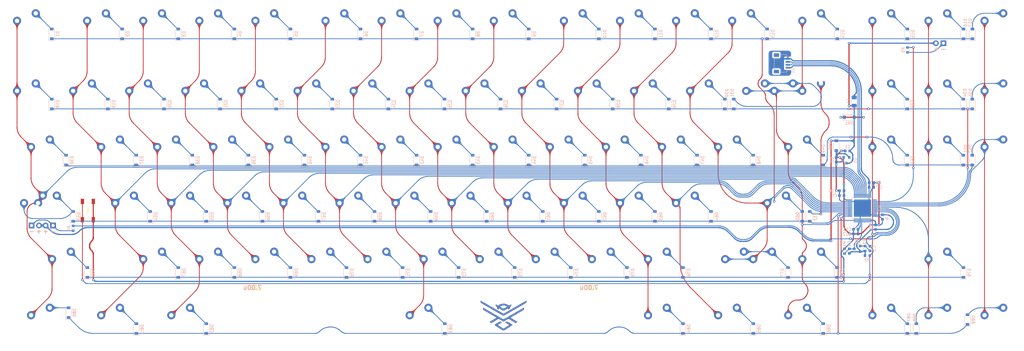
<source format=kicad_pcb>
(kicad_pcb (version 20171130) (host pcbnew "(5.1.7)-1")
  (layers (0 F.Cu signal) (31 B.Cu signal) (34 B.Paste user) (35 F.Paste user) (36 B.SilkS user) (37 F.SilkS user) (38 B.Mask user) (39 F.Mask user) (44 Edge.Cuts user))
  (net 0 "")
  (net 1 GND)
  (net 2 +3V3)
  (net 3 BOOT0)
  (net 4 "Net-(C3-Pad1)")
  (net 5 NRST)
  (net 6 "Net-(D1-Pad2)")
  (net 7 Row0)
  (net 8 "Net-(D2-Pad2)")
  (net 9 "Net-(D3-Pad2)")
  (net 10 "Net-(D4-Pad2)")
  (net 11 "Net-(D5-Pad2)")
  (net 12 "Net-(D6-Pad2)")
  (net 13 "Net-(D7-Pad2)")
  (net 14 "Net-(D8-Pad2)")
  (net 15 "Net-(D9-Pad2)")
  (net 16 "Net-(D10-Pad2)")
  (net 17 "Net-(D11-Pad2)")
  (net 18 "Net-(D12-Pad2)")
  (net 19 "Net-(D13-Pad2)")
  (net 20 "Net-(D14-Pad2)")
  (net 21 "Net-(D15-Pad2)")
  (net 22 "Net-(D16-Pad2)")
  (net 23 "Net-(D17-Pad2)")
  (net 24 "Net-(D18-Pad2)")
  (net 25 Row1)
  (net 26 "Net-(D19-Pad2)")
  (net 27 "Net-(D20-Pad2)")
  (net 28 "Net-(D21-Pad2)")
  (net 29 "Net-(D22-Pad2)")
  (net 30 "Net-(D23-Pad2)")
  (net 31 "Net-(D24-Pad2)")
  (net 32 "Net-(D25-Pad2)")
  (net 33 "Net-(D26-Pad2)")
  (net 34 "Net-(D27-Pad2)")
  (net 35 "Net-(D28-Pad2)")
  (net 36 "Net-(D29-Pad2)")
  (net 37 "Net-(D30-Pad2)")
  (net 38 "Net-(D31-Pad2)")
  (net 39 "Net-(D32-Pad2)")
  (net 40 Row3)
  (net 41 "Net-(D33-Pad2)")
  (net 42 "Net-(D34-Pad2)")
  (net 43 "Net-(D35-Pad2)")
  (net 44 "Net-(D36-Pad2)")
  (net 45 Row2)
  (net 46 "Net-(D37-Pad2)")
  (net 47 "Net-(D38-Pad2)")
  (net 48 "Net-(D39-Pad2)")
  (net 49 "Net-(D40-Pad2)")
  (net 50 "Net-(D41-Pad2)")
  (net 51 "Net-(D42-Pad2)")
  (net 52 "Net-(D43-Pad2)")
  (net 53 "Net-(D44-Pad2)")
  (net 54 "Net-(D45-Pad2)")
  (net 55 "Net-(D46-Pad2)")
  (net 56 "Net-(D47-Pad2)")
  (net 57 "Net-(D48-Pad2)")
  (net 58 "Net-(D49-Pad2)")
  (net 59 "Net-(D50-Pad2)")
  (net 60 "Net-(D51-Pad2)")
  (net 61 "Net-(D52-Pad2)")
  (net 62 "Net-(D53-Pad2)")
  (net 63 "Net-(D54-Pad2)")
  (net 64 "Net-(D55-Pad2)")
  (net 65 "Net-(D56-Pad2)")
  (net 66 "Net-(D57-Pad2)")
  (net 67 "Net-(D58-Pad2)")
  (net 68 "Net-(D59-Pad2)")
  (net 69 "Net-(D60-Pad2)")
  (net 70 "Net-(D61-Pad2)")
  (net 71 "Net-(D62-Pad2)")
  (net 72 "Net-(D63-Pad2)")
  (net 73 "Net-(D64-Pad2)")
  (net 74 "Net-(D65-Pad2)")
  (net 75 "Net-(D66-Pad2)")
  (net 76 Row4)
  (net 77 "Net-(D67-Pad2)")
  (net 78 "Net-(D68-Pad2)")
  (net 79 "Net-(D69-Pad2)")
  (net 80 "Net-(D70-Pad2)")
  (net 81 "Net-(D71-Pad2)")
  (net 82 "Net-(D72-Pad2)")
  (net 83 "Net-(D73-Pad2)")
  (net 84 "Net-(D74-Pad2)")
  (net 85 "Net-(D75-Pad2)")
  (net 86 "Net-(D76-Pad2)")
  (net 87 "Net-(D77-Pad2)")
  (net 88 "Net-(D78-Pad2)")
  (net 89 "Net-(D79-Pad2)")
  (net 90 "Net-(D80-Pad2)")
  (net 91 Row5)
  (net 92 "Net-(D81-Pad2)")
  (net 93 "Net-(D82-Pad2)")
  (net 94 "Net-(D83-Pad2)")
  (net 95 "Net-(D84-Pad2)")
  (net 96 "Net-(D85-Pad2)")
  (net 97 "Net-(D86-Pad2)")
  (net 98 "Net-(D87-Pad2)")
  (net 99 "Net-(D88-Pad2)")
  (net 100 "Net-(D89-Pad2)")
  (net 101 D-)
  (net 102 D+)
  (net 103 Col0)
  (net 104 Col1)
  (net 105 Col2)
  (net 106 Col3)
  (net 107 Col4)
  (net 108 Col5)
  (net 109 Col6)
  (net 110 Col7)
  (net 111 Col8)
  (net 112 Col9)
  (net 113 Col10)
  (net 114 Col11)
  (net 115 Col12)
  (net 116 Col13)
  (net 117 Col14)
  (net 118 Col15)
  (net 119 Col16)
  (net 120 "Net-(U2-Pad46)")
  (net 121 "Net-(U2-Pad37)")
  (net 122 "Net-(U2-Pad34)")
  (net 123 "Net-(U2-Pad11)")
  (net 124 "Net-(U2-Pad10)")
  (net 125 "Net-(U2-Pad6)")
  (net 126 "Net-(U2-Pad5)")
  (net 127 "Net-(U2-Pad4)")
  (net 128 "Net-(U2-Pad3)")
  (net 129 "Net-(U2-Pad2)")
  (net 130 "Net-(MX54-Pad4)")
  (net 131 VCC)
  (net 132 +5V)
  (net 133 "Net-(MX16-Pad4)")
  (net 134 CAPS)
  (net 135 SCROLL)
  (module board_logos:o-logo-300dpi (layer B.Cu) (at 249.809 186.51855 180)
    (fp_text reference LOGO2 hide)
    (fp_text value O-LOGO hide)
    (fp_poly (pts (xy 0.043628 4.021096) (xy 0.512407 3.882146) (xy 0.940463 3.643971) (xy 1.311406 3.394842) (xy 1.665613 3.602421) (xy 1.88156 3.723601) (xy 2.032488 3.798385) (xy 2.068243 3.81) (xy 2.102023 3.736199) (xy 2.11665 3.557965) (xy 2.116667 3.551228) (xy 2.052417 3.293437) (xy 1.851058 3.049859) (xy 1.666486 2.837265) (xy 1.625615 2.65864) (xy 1.630629 2.634492) (xy 1.621201 2.491488) (xy 1.490206 2.357457) (xy 1.383399 2.289194) (xy 1.172389 2.167212) (xy 1.074671 2.133347) (xy 1.05636 2.191969) (xy 1.079944 2.328334) (xy 1.090775 2.485887) (xy 1.062658 2.54) (xy 0.969491 2.49949) (xy 0.765529 2.390463) (xy 0.485083 2.231676) (xy 0.28819 2.116667) (xy -0.028203 1.936254) (xy -0.296067 1.795431) (xy -0.478539 1.712961) (xy -0.531764 1.699299) (xy -0.645597 1.743843) (xy -0.864849 1.858305) (xy -1.151673 2.022341) (xy -1.312333 2.118873) (xy -1.614996 2.29956) (xy -1.864906 2.441084) (xy -2.026073 2.523436) (xy -2.063037 2.536241) (xy -2.104076 2.468834) (xy -2.095945 2.328334) (xy -2.071609 2.182274) (xy -2.096028 2.132656) (xy -2.203084 2.175108) (xy -2.399399 2.289194) (xy -2.594655 2.432064) (xy -2.655627 2.566146) (xy -2.64663 2.634492) (xy -2.668272 2.81048) (xy -2.831587 3.016615) (xy -2.867058 3.049859) (xy -2.886621 3.07372) (xy -1.78526 3.07372) (xy -1.21013 2.722712) (xy -0.925133 2.556884) (xy -0.687191 2.433156) (xy -0.539309 2.373522) (xy -0.522802 2.371186) (xy -0.401157 2.412017) (xy -0.178293 2.520854) (xy 0.103122 2.676425) (xy 0.180171 2.72164) (xy 0.770946 3.072614) (xy 0.538473 3.225114) (xy 0.087875 3.430421) (xy -0.422128 3.517718) (xy -0.915 3.475252) (xy -1.211745 3.383914) (xy -1.47765 3.269435) (xy -1.55363 3.225667) (xy -1.78526 3.07372) (xy -2.886621 3.07372) (xy -3.071426 3.299116) (xy -3.132667 3.551228) (xy -3.118857 3.731746) (xy -3.085504 3.809913) (xy -3.084243 3.81) (xy -2.988904 3.770694) (xy -2.800882 3.67073) (xy -2.681613 3.602421) (xy -2.327406 3.394842) (xy -1.956464 3.643971) (xy -1.503696 3.892614) (xy -1.032129 4.025735) (xy -0.508 4.063056) (xy 0.043628 4.021096)) (layer B.Cu) (width 0.01))
    (fp_poly (pts (xy 7.265943 4.822449) (xy 7.256757 4.600622) (xy 7.199309 4.448184) (xy 7.089761 4.360847) (xy 6.867812 4.214018) (xy 6.569045 4.030511) (xy 6.325699 3.88811) (xy 6.076814 3.745031) (xy 5.70262 3.529436) (xy 5.224382 3.253602) (xy 4.663368 2.929804) (xy 4.040843 2.570315) (xy 3.378074 2.187411) (xy 2.696327 1.793368) (xy 2.57011 1.720396) (xy 1.921053 1.34681) (xy 1.315235 1.001348) (xy 0.768805 0.692978) (xy 0.297911 0.430667) (xy -0.081301 0.223384) (xy -0.352682 0.080098) (xy -0.500084 0.009777) (xy -0.520223 0.004051) (xy -0.620436 0.04621) (xy -0.847173 0.163357) (xy -1.180946 0.344722) (xy -1.602268 0.579537) (xy -2.09165 0.857032) (xy -2.629607 1.166437) (xy -2.751667 1.237212) (xy -3.406504 1.617059) (xy -4.115081 2.02738) (xy -4.834737 2.443519) (xy -5.522815 2.84082) (xy -6.136652 3.194627) (xy -6.494826 3.400627) (xy -6.973543 3.6782) (xy -7.405059 3.933307) (xy -7.766738 4.152169) (xy -8.035943 4.321002) (xy -8.190036 4.426026) (xy -8.215103 4.447936) (xy -8.274136 4.608623) (xy -8.281944 4.822449) (xy -8.255 5.083959) (xy -7.027333 4.37587) (xy -5.869528 3.708325) (xy -4.85024 3.121224) (xy -3.961507 2.61005) (xy -3.19537 2.170288) (xy -2.543869 1.79742) (xy -1.999042 1.486931) (xy -1.552928 1.234304) (xy -1.197568 1.035024) (xy -0.925 0.884574) (xy -0.727265 0.778438) (xy -0.596401 0.7121) (xy -0.524447 0.681043) (xy -0.508 0.677334) (xy -0.462701 0.692332) (xy -0.362501 0.740337) (xy -0.199438 0.825866) (xy 0.034447 0.953434) (xy 0.347117 1.127558) (xy 0.74653 1.352754) (xy 1.240648 1.633538) (xy 1.837432 1.974426) (xy 2.544841 2.379935) (xy 3.370837 2.85458) (xy 4.32338 3.402878) (xy 5.41043 4.029345) (xy 6.011333 4.37587) (xy 7.239 5.083959) (xy 7.265943 4.822449)) (layer B.Cu) (width 0.01))
    (fp_poly (pts (xy 6.418867 2.37078) (xy 6.392333 2.011781) (xy 4.783667 1.07949) (xy 4.263187 0.777912) (xy 3.746769 0.478801) (xy 3.268388 0.201825) (xy 2.862017 -0.033345) (xy 2.561629 -0.20704) (xy 2.518833 -0.231762) (xy 2.227964 -0.406036) (xy 2.003213 -0.552661) (xy 1.877825 -0.649381) (xy 1.862667 -0.671008) (xy 1.932235 -0.731716) (xy 2.124222 -0.859839) (xy 2.413546 -1.03962) (xy 2.775127 -1.255297) (xy 3.005667 -1.389243) (xy 3.397455 -1.618651) (xy 3.731365 -1.82157) (xy 3.982308 -1.982158) (xy 4.125191 -2.084574) (xy 4.148667 -2.110931) (xy 4.081349 -2.188086) (xy 3.914341 -2.299778) (xy 3.861701 -2.329209) (xy 3.574735 -2.48375) (xy 2.38487 -1.744491) (xy 1.195006 -1.005232) (xy 0.379132 -1.476282) (xy 0.044734 -1.66585) (xy -0.236884 -1.818958) (xy -0.433013 -1.918239) (xy -0.508 -1.947333) (xy -0.606067 -1.90727) (xy -0.817345 -1.79866) (xy -1.109124 -1.63887) (xy -1.395133 -1.476282) (xy -2.211007 -1.005232) (xy -3.378001 -1.730282) (xy -3.775884 -1.97454) (xy -4.125179 -2.183414) (xy -4.400007 -2.341867) (xy -4.574487 -2.434861) (xy -4.621998 -2.45308) (xy -4.742025 -2.410382) (xy -4.925532 -2.31036) (xy -4.931833 -2.30647) (xy -5.092237 -2.191112) (xy -5.164358 -2.107813) (xy -5.164667 -2.104653) (xy -5.095114 -2.044925) (xy -4.903169 -1.917652) (xy -4.613904 -1.738526) (xy -4.252389 -1.52324) (xy -4.021667 -1.389243) (xy -3.629931 -1.160078) (xy -3.296053 -0.95776) (xy -3.045112 -0.79805) (xy -2.902189 -0.696707) (xy -2.878667 -0.671008) (xy -2.947089 -0.604768) (xy -3.130191 -0.478371) (xy -3.394728 -0.314071) (xy -3.534833 -0.231762) (xy -3.810929 -0.072153) (xy -4.199546 0.152715) (xy -4.66671 0.423175) (xy -5.178447 0.719555) (xy -5.700785 1.022186) (xy -5.799667 1.07949) (xy -7.408333 2.011781) (xy -7.434868 2.37078) (xy -7.461402 2.729779) (xy -7.180868 2.559532) (xy -7.036767 2.474337) (xy -6.768754 2.31806) (xy -6.395933 2.101708) (xy -5.93741 1.836289) (xy -5.41229 1.53281) (xy -4.839679 1.202278) (xy -4.238683 0.855699) (xy -3.628406 0.504081) (xy -3.027955 0.158432) (xy -2.456435 -0.170243) (xy -1.932951 -0.470935) (xy -1.47661 -0.732638) (xy -1.106516 -0.944344) (xy -0.841775 -1.095047) (xy -0.701492 -1.173739) (xy -0.691948 -1.178873) (xy -0.600202 -1.213045) (xy -0.491553 -1.210983) (xy -0.339095 -1.162041) (xy -0.115925 -1.055574) (xy 0.204863 -0.880935) (xy 0.535719 -0.69308) (xy 1.00999 -0.421208) (xy 1.549933 -0.110993) (xy 2.135644 0.226067) (xy 2.747216 0.578471) (xy 3.364746 0.934717) (xy 3.968328 1.283307) (xy 4.538056 1.612739) (xy 5.054025 1.911512) (xy 5.496331 2.168128) (xy 5.845067 2.371084) (xy 6.080329 2.508881) (xy 6.164867 2.559212) (xy 6.445402 2.729779) (xy 6.418867 2.37078)) (layer B.Cu) (width 0.01))
    (fp_poly (pts (xy 1.571452 -2.498707) (xy 1.922192 -2.707188) (xy 2.212008 -2.89187) (xy 2.412878 -3.033984) (xy 2.496781 -3.114762) (xy 2.497667 -3.119088) (xy 2.429727 -3.191388) (xy 2.243132 -3.33518) (xy 1.963714 -3.533658) (xy 1.617306 -3.770016) (xy 1.22974 -4.027448) (xy 0.82685 -4.289146) (xy 0.434468 -4.538305) (xy 0.078428 -4.758118) (xy -0.215438 -4.931778) (xy -0.421296 -5.04248) (xy -0.508 -5.07452) (xy -0.615121 -5.02964) (xy -0.840088 -4.905525) (xy -1.159396 -4.716176) (xy -1.54954 -4.475595) (xy -1.987013 -4.197786) (xy -2.074333 -4.141438) (xy -2.510546 -3.855012) (xy -2.893617 -3.595433) (xy -3.202197 -3.377835) (xy -3.414937 -3.217352) (xy -3.510488 -3.129119) (xy -3.513667 -3.121131) (xy -3.444291 -3.047442) (xy -3.254852 -2.91048) (xy -2.973379 -2.729082) (xy -2.627902 -2.522084) (xy -2.587452 -2.498707) (xy -1.661237 -1.965378) (xy -1.380952 -2.099037) (xy -1.197801 -2.199686) (xy -1.103918 -2.277302) (xy -1.100667 -2.287119) (xy -1.169758 -2.349285) (xy -1.354903 -2.470384) (xy -1.622906 -2.629361) (xy -1.776641 -2.715938) (xy -2.073661 -2.885937) (xy -2.304524 -3.028517) (xy -2.435951 -3.122609) (xy -2.453974 -3.144794) (xy -2.387594 -3.208644) (xy -2.208699 -3.339815) (xy -1.949397 -3.517551) (xy -1.641799 -3.721097) (xy -1.318013 -3.929697) (xy -1.010149 -4.122597) (xy -0.750317 -4.27904) (xy -0.570626 -4.378272) (xy -0.508 -4.402666) (xy -0.408707 -4.359426) (xy -0.2054 -4.243542) (xy 0.069813 -4.075769) (xy 0.384822 -3.876863) (xy 0.707518 -3.66758) (xy 1.00579 -3.468675) (xy 1.247531 -3.300903) (xy 1.40063 -3.18502) (xy 1.437974 -3.144794) (xy 1.368262 -3.082595) (xy 1.182595 -2.961449) (xy 0.914253 -2.802425) (xy 0.760641 -2.715938) (xy 0.463807 -2.545971) (xy 0.233335 -2.403415) (xy 0.102418 -2.309328) (xy 0.084667 -2.287119) (xy 0.153218 -2.218866) (xy 0.322375 -2.119971) (xy 0.364952 -2.099037) (xy 0.645237 -1.965378) (xy 1.571452 -2.498707)) (layer B.Cu) (width 0.01))
  )
  (module board_logos:o-logo-300dpi (layer F.Cu) (at 250.825 186.53125)
    (fp_text reference LOGO1 hide)
    (fp_text value O-LOGO hide)
    (fp_poly (pts (xy 0.043628 -4.021096) (xy 0.512407 -3.882146) (xy 0.940463 -3.643971) (xy 1.311406 -3.394842) (xy 1.665613 -3.602421) (xy 1.88156 -3.723601) (xy 2.032488 -3.798385) (xy 2.068243 -3.81) (xy 2.102023 -3.736199) (xy 2.11665 -3.557965) (xy 2.116667 -3.551228) (xy 2.052417 -3.293437) (xy 1.851058 -3.049859) (xy 1.666486 -2.837265) (xy 1.625615 -2.65864) (xy 1.630629 -2.634492) (xy 1.621201 -2.491488) (xy 1.490206 -2.357457) (xy 1.383399 -2.289194) (xy 1.172389 -2.167212) (xy 1.074671 -2.133347) (xy 1.05636 -2.191969) (xy 1.079944 -2.328334) (xy 1.090775 -2.485887) (xy 1.062658 -2.54) (xy 0.969491 -2.49949) (xy 0.765529 -2.390463) (xy 0.485083 -2.231676) (xy 0.28819 -2.116667) (xy -0.028203 -1.936254) (xy -0.296067 -1.795431) (xy -0.478539 -1.712961) (xy -0.531764 -1.699299) (xy -0.645597 -1.743843) (xy -0.864849 -1.858305) (xy -1.151673 -2.022341) (xy -1.312333 -2.118873) (xy -1.614996 -2.29956) (xy -1.864906 -2.441084) (xy -2.026073 -2.523436) (xy -2.063037 -2.536241) (xy -2.104076 -2.468834) (xy -2.095945 -2.328334) (xy -2.071609 -2.182274) (xy -2.096028 -2.132656) (xy -2.203084 -2.175108) (xy -2.399399 -2.289194) (xy -2.594655 -2.432064) (xy -2.655627 -2.566146) (xy -2.64663 -2.634492) (xy -2.668272 -2.81048) (xy -2.831587 -3.016615) (xy -2.867058 -3.049859) (xy -2.886621 -3.07372) (xy -1.78526 -3.07372) (xy -1.21013 -2.722712) (xy -0.925133 -2.556884) (xy -0.687191 -2.433156) (xy -0.539309 -2.373522) (xy -0.522802 -2.371186) (xy -0.401157 -2.412017) (xy -0.178293 -2.520854) (xy 0.103122 -2.676425) (xy 0.180171 -2.72164) (xy 0.770946 -3.072614) (xy 0.538473 -3.225114) (xy 0.087875 -3.430421) (xy -0.422128 -3.517718) (xy -0.915 -3.475252) (xy -1.211745 -3.383914) (xy -1.47765 -3.269435) (xy -1.55363 -3.225667) (xy -1.78526 -3.07372) (xy -2.886621 -3.07372) (xy -3.071426 -3.299116) (xy -3.132667 -3.551228) (xy -3.118857 -3.731746) (xy -3.085504 -3.809913) (xy -3.084243 -3.81) (xy -2.988904 -3.770694) (xy -2.800882 -3.67073) (xy -2.681613 -3.602421) (xy -2.327406 -3.394842) (xy -1.956464 -3.643971) (xy -1.503696 -3.892614) (xy -1.032129 -4.025735) (xy -0.508 -4.063056) (xy 0.043628 -4.021096)) (layer F.Cu) (width 0.01))
    (fp_poly (pts (xy 7.265943 -4.822449) (xy 7.256757 -4.600622) (xy 7.199309 -4.448184) (xy 7.089761 -4.360847) (xy 6.867812 -4.214018) (xy 6.569045 -4.030511) (xy 6.325699 -3.88811) (xy 6.076814 -3.745031) (xy 5.70262 -3.529436) (xy 5.224382 -3.253602) (xy 4.663368 -2.929804) (xy 4.040843 -2.570315) (xy 3.378074 -2.187411) (xy 2.696327 -1.793368) (xy 2.57011 -1.720396) (xy 1.921053 -1.34681) (xy 1.315235 -1.001348) (xy 0.768805 -0.692978) (xy 0.297911 -0.430667) (xy -0.081301 -0.223384) (xy -0.352682 -0.080098) (xy -0.500084 -0.009777) (xy -0.520223 -0.004051) (xy -0.620436 -0.04621) (xy -0.847173 -0.163357) (xy -1.180946 -0.344722) (xy -1.602268 -0.579537) (xy -2.09165 -0.857032) (xy -2.629607 -1.166437) (xy -2.751667 -1.237212) (xy -3.406504 -1.617059) (xy -4.115081 -2.02738) (xy -4.834737 -2.443519) (xy -5.522815 -2.84082) (xy -6.136652 -3.194627) (xy -6.494826 -3.400627) (xy -6.973543 -3.6782) (xy -7.405059 -3.933307) (xy -7.766738 -4.152169) (xy -8.035943 -4.321002) (xy -8.190036 -4.426026) (xy -8.215103 -4.447936) (xy -8.274136 -4.608623) (xy -8.281944 -4.822449) (xy -8.255 -5.083959) (xy -7.027333 -4.37587) (xy -5.869528 -3.708325) (xy -4.85024 -3.121224) (xy -3.961507 -2.61005) (xy -3.19537 -2.170288) (xy -2.543869 -1.79742) (xy -1.999042 -1.486931) (xy -1.552928 -1.234304) (xy -1.197568 -1.035024) (xy -0.925 -0.884574) (xy -0.727265 -0.778438) (xy -0.596401 -0.7121) (xy -0.524447 -0.681043) (xy -0.508 -0.677334) (xy -0.462701 -0.692332) (xy -0.362501 -0.740337) (xy -0.199438 -0.825866) (xy 0.034447 -0.953434) (xy 0.347117 -1.127558) (xy 0.74653 -1.352754) (xy 1.240648 -1.633538) (xy 1.837432 -1.974426) (xy 2.544841 -2.379935) (xy 3.370837 -2.85458) (xy 4.32338 -3.402878) (xy 5.41043 -4.029345) (xy 6.011333 -4.37587) (xy 7.239 -5.083959) (xy 7.265943 -4.822449)) (layer F.Cu) (width 0.01))
    (fp_poly (pts (xy 6.418867 -2.37078) (xy 6.392333 -2.011781) (xy 4.783667 -1.07949) (xy 4.263187 -0.777912) (xy 3.746769 -0.478801) (xy 3.268388 -0.201825) (xy 2.862017 0.033345) (xy 2.561629 0.20704) (xy 2.518833 0.231762) (xy 2.227964 0.406036) (xy 2.003213 0.552661) (xy 1.877825 0.649381) (xy 1.862667 0.671008) (xy 1.932235 0.731716) (xy 2.124222 0.859839) (xy 2.413546 1.03962) (xy 2.775127 1.255297) (xy 3.005667 1.389243) (xy 3.397455 1.618651) (xy 3.731365 1.82157) (xy 3.982308 1.982158) (xy 4.125191 2.084574) (xy 4.148667 2.110931) (xy 4.081349 2.188086) (xy 3.914341 2.299778) (xy 3.861701 2.329209) (xy 3.574735 2.48375) (xy 2.38487 1.744491) (xy 1.195006 1.005232) (xy 0.379132 1.476282) (xy 0.044734 1.66585) (xy -0.236884 1.818958) (xy -0.433013 1.918239) (xy -0.508 1.947333) (xy -0.606067 1.90727) (xy -0.817345 1.79866) (xy -1.109124 1.63887) (xy -1.395133 1.476282) (xy -2.211007 1.005232) (xy -3.378001 1.730282) (xy -3.775884 1.97454) (xy -4.125179 2.183414) (xy -4.400007 2.341867) (xy -4.574487 2.434861) (xy -4.621998 2.45308) (xy -4.742025 2.410382) (xy -4.925532 2.31036) (xy -4.931833 2.30647) (xy -5.092237 2.191112) (xy -5.164358 2.107813) (xy -5.164667 2.104653) (xy -5.095114 2.044925) (xy -4.903169 1.917652) (xy -4.613904 1.738526) (xy -4.252389 1.52324) (xy -4.021667 1.389243) (xy -3.629931 1.160078) (xy -3.296053 0.95776) (xy -3.045112 0.79805) (xy -2.902189 0.696707) (xy -2.878667 0.671008) (xy -2.947089 0.604768) (xy -3.130191 0.478371) (xy -3.394728 0.314071) (xy -3.534833 0.231762) (xy -3.810929 0.072153) (xy -4.199546 -0.152715) (xy -4.66671 -0.423175) (xy -5.178447 -0.719555) (xy -5.700785 -1.022186) (xy -5.799667 -1.07949) (xy -7.408333 -2.011781) (xy -7.434868 -2.37078) (xy -7.461402 -2.729779) (xy -7.180868 -2.559532) (xy -7.036767 -2.474337) (xy -6.768754 -2.31806) (xy -6.395933 -2.101708) (xy -5.93741 -1.836289) (xy -5.41229 -1.53281) (xy -4.839679 -1.202278) (xy -4.238683 -0.855699) (xy -3.628406 -0.504081) (xy -3.027955 -0.158432) (xy -2.456435 0.170243) (xy -1.932951 0.470935) (xy -1.47661 0.732638) (xy -1.106516 0.944344) (xy -0.841775 1.095047) (xy -0.701492 1.173739) (xy -0.691948 1.178873) (xy -0.600202 1.213045) (xy -0.491553 1.210983) (xy -0.339095 1.162041) (xy -0.115925 1.055574) (xy 0.204863 0.880935) (xy 0.535719 0.69308) (xy 1.00999 0.421208) (xy 1.549933 0.110993) (xy 2.135644 -0.226067) (xy 2.747216 -0.578471) (xy 3.364746 -0.934717) (xy 3.968328 -1.283307) (xy 4.538056 -1.612739) (xy 5.054025 -1.911512) (xy 5.496331 -2.168128) (xy 5.845067 -2.371084) (xy 6.080329 -2.508881) (xy 6.164867 -2.559212) (xy 6.445402 -2.729779) (xy 6.418867 -2.37078)) (layer F.Cu) (width 0.01))
    (fp_poly (pts (xy 1.571452 2.498707) (xy 1.922192 2.707188) (xy 2.212008 2.89187) (xy 2.412878 3.033984) (xy 2.496781 3.114762) (xy 2.497667 3.119088) (xy 2.429727 3.191388) (xy 2.243132 3.33518) (xy 1.963714 3.533658) (xy 1.617306 3.770016) (xy 1.22974 4.027448) (xy 0.82685 4.289146) (xy 0.434468 4.538305) (xy 0.078428 4.758118) (xy -0.215438 4.931778) (xy -0.421296 5.04248) (xy -0.508 5.07452) (xy -0.615121 5.02964) (xy -0.840088 4.905525) (xy -1.159396 4.716176) (xy -1.54954 4.475595) (xy -1.987013 4.197786) (xy -2.074333 4.141438) (xy -2.510546 3.855012) (xy -2.893617 3.595433) (xy -3.202197 3.377835) (xy -3.414937 3.217352) (xy -3.510488 3.129119) (xy -3.513667 3.121131) (xy -3.444291 3.047442) (xy -3.254852 2.91048) (xy -2.973379 2.729082) (xy -2.627902 2.522084) (xy -2.587452 2.498707) (xy -1.661237 1.965378) (xy -1.380952 2.099037) (xy -1.197801 2.199686) (xy -1.103918 2.277302) (xy -1.100667 2.287119) (xy -1.169758 2.349285) (xy -1.354903 2.470384) (xy -1.622906 2.629361) (xy -1.776641 2.715938) (xy -2.073661 2.885937) (xy -2.304524 3.028517) (xy -2.435951 3.122609) (xy -2.453974 3.144794) (xy -2.387594 3.208644) (xy -2.208699 3.339815) (xy -1.949397 3.517551) (xy -1.641799 3.721097) (xy -1.318013 3.929697) (xy -1.010149 4.122597) (xy -0.750317 4.27904) (xy -0.570626 4.378272) (xy -0.508 4.402666) (xy -0.408707 4.359426) (xy -0.2054 4.243542) (xy 0.069813 4.075769) (xy 0.384822 3.876863) (xy 0.707518 3.66758) (xy 1.00579 3.468675) (xy 1.247531 3.300903) (xy 1.40063 3.18502) (xy 1.437974 3.144794) (xy 1.368262 3.082595) (xy 1.182595 2.961449) (xy 0.914253 2.802425) (xy 0.760641 2.715938) (xy 0.463807 2.545971) (xy 0.233335 2.403415) (xy 0.102418 2.309328) (xy 0.084667 2.287119) (xy 0.153218 2.218866) (xy 0.322375 2.119971) (xy 0.364952 2.099037) (xy 0.645237 1.965378) (xy 1.571452 2.498707)) (layer F.Cu) (width 0.01))
  )
  (module Resistor_SMD:R_0603_1608Metric (layer B.Cu) (at 387.5405 96.266 90)
    (fp_text reference R5 (at 0 -1.4605 90) (layer B.SilkS) (effects (justify mirror)))
    (fp_text value 1k)
    (pad 1 smd roundrect (at -0.825 0 90) (size 0.8 0.95) (layers B.Cu B.Paste B.Mask) (net 133 "Net-(MX16-Pad4)"))
    (pad 2 smd roundrect (at 0.825 0 90) (size 0.8 0.95) (layers B.Cu B.Paste B.Mask) (net 135 SCROLL))
  )
  (module MX_Only:MXOnly-1U (layer F.Cu) (at 398.4625 88.9)
    (fp_text reference MX16)
    (fp_text value MX-LED)
    (pad 2 thru_hole circle (at 2.54 -5.08) (size 2.75 2.75) (drill 1.47) (layers *.Cu B.Mask) (net 22 "Net-(D16-Pad2)"))
    (pad "" np_thru_hole circle (at 0 0) (size 3.9878 3.9878) (drill 3.9878) (layers *.Cu *.Mask))
    (pad 1 thru_hole circle (at -3.81 -2.54) (size 2.75 2.75) (drill 1.47) (layers *.Cu B.Mask) (net 118 Col15))
    (pad 3 thru_hole circle (at -1.27 5.08) (size 1.905 1.905) (drill 1.04) (layers *.Cu B.Mask) (net 132 +5V))
    (pad 4 thru_hole rect (at 1.27 5.08) (size 1.905 1.905) (drill 1.04) (layers *.Cu B.Mask) (net 133 "Net-(MX16-Pad4)"))
    (pad "" np_thru_hole circle (at -5.08 0 48.0996) (size 1.75 1.75) (drill 1.75) (layers *.Cu *.Mask))
    (pad "" np_thru_hole circle (at 5.08 0 48.0996) (size 1.75 1.75) (drill 1.75) (layers *.Cu *.Mask))
  )
  (module Fuse:Fuse_1206_3216Metric (layer B.Cu) (at 369.443 113.792 90)
    (fp_text reference F1 (at 0 -1.905 90) (layer B.SilkS) (effects (justify mirror)))
    (fp_text value 500mA)
    (pad 1 smd roundrect (at -1.4 0 90) (size 1.25 1.75) (layers B.Cu B.Paste B.Mask) (roundrect_rratio 0.2) (net 132 +5V))
    (pad 2 smd roundrect (at 1.4 0 90) (size 1.25 1.75) (layers B.Cu B.Paste B.Mask) (roundrect_rratio 0.2) (net 131 VCC))
  )
  (module Diode_SMD:D_SOD-123 (layer B.Cu) (at 367.792 119.126)
    (fp_text reference D91 (at 0 2) (layer B.SilkS) (effects (justify mirror)))
    (fp_text value D_TVS)
    (pad 1 smd rect (at -1.65 0) (size 0.9 1.2) (layers B.Cu B.Paste B.Mask) (net 1 GND))
    (pad 2 smd rect (at 1.65 0) (size 0.9 1.2) (layers B.Cu B.Paste B.Mask) (net 132 +5V))
  )
  (module Diode_SMD:D_SOD-123 (layer B.Cu) (at 363.347 128.778 270)
    (fp_text reference D90 (at 0 2 90) (layer B.SilkS) (effects (justify mirror)))
    (fp_text value D_Schottky)
    (pad 1 smd rect (at -1.65 0 270) (size 0.9 1.2) (layers B.Cu B.Paste B.Mask) (net 132 +5V))
    (pad 2 smd rect (at 1.65 0 270) (size 0.9 1.2) (layers B.Cu B.Paste B.Mask) (net 2 +3V3))
  )
  (module MX_Only:MXOnly-1.75U-NoLED (layer F.Cu) (at 329.40625 169.8625)
    (fp_text reference MX79)
    (fp_text value MX-NoLED)
    (pad "" np_thru_hole circle (at 5.08 0 48.0996) (size 1.75 1.75) (drill 1.75) (layers *.Cu *.Mask))
    (pad "" np_thru_hole circle (at -5.08 0 48.0996) (size 1.75 1.75) (drill 1.75) (layers *.Cu *.Mask))
    (pad 1 thru_hole circle (at -3.81 -2.54) (size 2.75 2.75) (drill 1.47) (layers *.Cu B.Mask) (net 115 Col12))
    (pad "" np_thru_hole circle (at 0 0) (size 3.9878 3.9878) (drill 3.9878) (layers *.Cu *.Mask))
    (pad 2 thru_hole circle (at 2.54 -5.08) (size 2.75 2.75) (drill 1.47) (layers *.Cu B.Mask) (net 87 "Net-(D77-Pad2)"))
  )
  (module Package_QFP:LQFP-48_7x7mm_P0.5mm (layer B.Cu) (at 372.237 149.987 90)
    (fp_text reference U2 (at 0 5.85 90) (layer B.SilkS) (effects (justify mirror)))
    (fp_text value STM32F072CBTx)
    (pad 1 smd roundrect (at -4.1625 2.75 90) (size 1.475 0.3) (layers B.Cu B.Paste B.Mask) (net 2 +3V3))
    (pad 2 smd roundrect (at -4.1625 2.25 90) (size 1.475 0.3) (layers B.Cu B.Paste B.Mask) (net 129 "Net-(U2-Pad2)"))
    (pad 3 smd roundrect (at -4.1625 1.75 90) (size 1.475 0.3) (layers B.Cu B.Paste B.Mask) (net 128 "Net-(U2-Pad3)"))
    (pad 4 smd roundrect (at -4.1625 1.25 90) (size 1.475 0.3) (layers B.Cu B.Paste B.Mask) (net 127 "Net-(U2-Pad4)"))
    (pad 5 smd roundrect (at -4.1625 0.75 90) (size 1.475 0.3) (layers B.Cu B.Paste B.Mask) (net 126 "Net-(U2-Pad5)"))
    (pad 6 smd roundrect (at -4.1625 0.25 90) (size 1.475 0.3) (layers B.Cu B.Paste B.Mask) (net 125 "Net-(U2-Pad6)"))
    (pad 7 smd roundrect (at -4.1625 -0.25 90) (size 1.475 0.3) (layers B.Cu B.Paste B.Mask) (net 5 NRST))
    (pad 8 smd roundrect (at -4.1625 -0.75 90) (size 1.475 0.3) (layers B.Cu B.Paste B.Mask) (net 1 GND))
    (pad 9 smd roundrect (at -4.1625 -1.25 90) (size 1.475 0.3) (layers B.Cu B.Paste B.Mask) (net 2 +3V3))
    (pad 10 smd roundrect (at -4.1625 -1.75 90) (size 1.475 0.3) (layers B.Cu B.Paste B.Mask) (net 124 "Net-(U2-Pad10)"))
    (pad 11 smd roundrect (at -4.1625 -2.25 90) (size 1.475 0.3) (layers B.Cu B.Paste B.Mask) (net 123 "Net-(U2-Pad11)"))
    (pad 12 smd roundrect (at -4.1625 -2.75 90) (size 1.475 0.3) (layers B.Cu B.Paste B.Mask) (net 116 Col13))
    (pad 13 smd roundrect (at -2.75 -4.1625 90) (size 0.3 1.475) (layers B.Cu B.Paste B.Mask) (net 76 Row4))
    (pad 14 smd roundrect (at -2.25 -4.1625 90) (size 0.3 1.475) (layers B.Cu B.Paste B.Mask) (net 91 Row5))
    (pad 15 smd roundrect (at -1.75 -4.1625 90) (size 0.3 1.475) (layers B.Cu B.Paste B.Mask) (net 40 Row3))
    (pad 16 smd roundrect (at -1.25 -4.1625 90) (size 0.3 1.475) (layers B.Cu B.Paste B.Mask) (net 7 Row0))
    (pad 17 smd roundrect (at -0.75 -4.1625 90) (size 0.3 1.475) (layers B.Cu B.Paste B.Mask) (net 115 Col12))
    (pad 18 smd roundrect (at -0.25 -4.1625 90) (size 0.3 1.475) (layers B.Cu B.Paste B.Mask) (net 114 Col11))
    (pad 19 smd roundrect (at 0.25 -4.1625 90) (size 0.3 1.475) (layers B.Cu B.Paste B.Mask) (net 113 Col10))
    (pad 20 smd roundrect (at 0.75 -4.1625 90) (size 0.3 1.475) (layers B.Cu B.Paste B.Mask) (net 112 Col9))
    (pad 21 smd roundrect (at 1.25 -4.1625 90) (size 0.3 1.475) (layers B.Cu B.Paste B.Mask) (net 111 Col8))
    (pad 22 smd roundrect (at 1.75 -4.1625 90) (size 0.3 1.475) (layers B.Cu B.Paste B.Mask) (net 110 Col7))
    (pad 23 smd roundrect (at 2.25 -4.1625 90) (size 0.3 1.475) (layers B.Cu B.Paste B.Mask) (net 1 GND))
    (pad 24 smd roundrect (at 2.75 -4.1625 90) (size 0.3 1.475) (layers B.Cu B.Paste B.Mask) (net 2 +3V3))
    (pad 25 smd roundrect (at 4.1625 -2.75 90) (size 1.475 0.3) (layers B.Cu B.Paste B.Mask) (net 109 Col6))
    (pad 26 smd roundrect (at 4.1625 -2.25 90) (size 1.475 0.3) (layers B.Cu B.Paste B.Mask) (net 108 Col5))
    (pad 27 smd roundrect (at 4.1625 -1.75 90) (size 1.475 0.3) (layers B.Cu B.Paste B.Mask) (net 107 Col4))
    (pad 28 smd roundrect (at 4.1625 -1.25 90) (size 1.475 0.3) (layers B.Cu B.Paste B.Mask) (net 106 Col3))
    (pad 29 smd roundrect (at 4.1625 -0.75 90) (size 1.475 0.3) (layers B.Cu B.Paste B.Mask) (net 105 Col2))
    (pad 30 smd roundrect (at 4.1625 -0.25 90) (size 1.475 0.3) (layers B.Cu B.Paste B.Mask) (net 104 Col1))
    (pad 31 smd roundrect (at 4.1625 0.25 90) (size 1.475 0.3) (layers B.Cu B.Paste B.Mask) (net 103 Col0))
    (pad 32 smd roundrect (at 4.1625 0.75 90) (size 1.475 0.3) (layers B.Cu B.Paste B.Mask) (net 101 D-))
    (pad 33 smd roundrect (at 4.1625 1.25 90) (size 1.475 0.3) (layers B.Cu B.Paste B.Mask) (net 102 D+))
    (pad 34 smd roundrect (at 4.1625 1.75 90) (size 1.475 0.3) (layers B.Cu B.Paste B.Mask) (net 122 "Net-(U2-Pad34)"))
    (pad 35 smd roundrect (at 4.1625 2.25 90) (size 1.475 0.3) (layers B.Cu B.Paste B.Mask) (net 1 GND))
    (pad 36 smd roundrect (at 4.1625 2.75 90) (size 1.475 0.3) (layers B.Cu B.Paste B.Mask) (net 2 +3V3))
    (pad 37 smd roundrect (at 2.75 4.1625 90) (size 0.3 1.475) (layers B.Cu B.Paste B.Mask) (net 121 "Net-(U2-Pad37)"))
    (pad 38 smd roundrect (at 2.25 4.1625 90) (size 0.3 1.475) (layers B.Cu B.Paste B.Mask) (net 135 SCROLL))
    (pad 39 smd roundrect (at 1.75 4.1625 90) (size 0.3 1.475) (layers B.Cu B.Paste B.Mask) (net 25 Row1))
    (pad 40 smd roundrect (at 1.25 4.1625 90) (size 0.3 1.475) (layers B.Cu B.Paste B.Mask) (net 45 Row2))
    (pad 41 smd roundrect (at 0.75 4.1625 90) (size 0.3 1.475) (layers B.Cu B.Paste B.Mask) (net 119 Col16))
    (pad 42 smd roundrect (at 0.25 4.1625 90) (size 0.3 1.475) (layers B.Cu B.Paste B.Mask) (net 118 Col15))
    (pad 43 smd roundrect (at -0.25 4.1625 90) (size 0.3 1.475) (layers B.Cu B.Paste B.Mask) (net 134 CAPS))
    (pad 44 smd roundrect (at -0.75 4.1625 90) (size 0.3 1.475) (layers B.Cu B.Paste B.Mask) (net 3 BOOT0))
    (pad 45 smd roundrect (at -1.25 4.1625 90) (size 0.3 1.475) (layers B.Cu B.Paste B.Mask) (net 117 Col14))
    (pad 46 smd roundrect (at -1.75 4.1625 90) (size 0.3 1.475) (layers B.Cu B.Paste B.Mask) (net 120 "Net-(U2-Pad46)"))
    (pad 47 smd roundrect (at -2.25 4.1625 90) (size 0.3 1.475) (layers B.Cu B.Paste B.Mask) (net 1 GND))
    (pad 48 smd roundrect (at -2.75 4.1625 90) (size 0.3 1.475) (layers B.Cu B.Paste B.Mask) (net 2 +3V3))
  )
  (module Package_TO_SOT_SMD:SOT-23 (layer B.Cu) (at 366.776 133.731 270)
    (fp_text reference U1 (at 0.127 -3.048 90) (layer B.SilkS) (effects (justify mirror)))
    (fp_text value MCP1700-3302E_SOT23)
    (pad 1 smd rect (at -1 0.95 270) (size 0.9 0.8) (layers B.Cu B.Paste B.Mask) (net 1 GND))
    (pad 2 smd rect (at -1 -0.95 270) (size 0.9 0.8) (layers B.Cu B.Paste B.Mask) (net 2 +3V3))
    (pad 3 smd rect (at 1 0 270) (size 0.9 0.8) (layers B.Cu B.Paste B.Mask) (net 132 +5V))
  )
  (module footprints-and-logos:K2-1187SQ-A4SW-06 (layer F.Cu) (at 109.140625 150.8125 90)
    (fp_text reference SW1 (at 0.1 0 -90) (layer F.SilkS) (effects (font (size 0.7 0.7))))
    (fp_text value SW_Push)
    (pad 1 smd rect (at -3.1 -1.85 90) (size 1.8 1.1) (layers F.Cu F.Paste F.Mask) (net 3 BOOT0))
    (pad 1 smd rect (at 3.1 -1.85 90) (size 1.8 1.1) (layers F.Cu F.Paste F.Mask) (net 3 BOOT0))
    (pad 2 smd rect (at -3.1 1.85 90) (size 1.8 1.1) (layers F.Cu F.Paste F.Mask) (net 2 +3V3))
    (pad 2 smd rect (at 3.1 1.85 90) (size 1.8 1.1) (layers F.Cu F.Paste F.Mask) (net 2 +3V3))
  )
  (module Resistor_SMD:R_0603_1608Metric (layer B.Cu) (at 104.14 156.845 270)
    (fp_text reference R4 (at 0 1.43 270) (layer B.SilkS) (effects (justify mirror)))
    (fp_text value 1k)
    (pad 1 smd roundrect (at -0.825 0 270) (size 0.8 0.95) (layers B.Cu B.Paste B.Mask) (net 134 CAPS))
    (pad 2 smd roundrect (at 0.825 0 270) (size 0.8 0.95) (layers B.Cu B.Paste B.Mask) (net 130 "Net-(MX54-Pad4)"))
  )
  (module Resistor_SMD:R_0603_1608Metric (layer B.Cu) (at 373.126 163.703 270)
    (fp_text reference R3 (at -2.413 0.127 90) (layer B.SilkS) (effects (justify mirror)))
    (fp_text value 100k)
    (pad 1 smd roundrect (at -0.825 0 270) (size 0.8 0.95) (layers B.Cu B.Paste B.Mask) (net 4 "Net-(C3-Pad1)"))
    (pad 2 smd roundrect (at 0.825 0 270) (size 0.8 0.95) (layers B.Cu B.Paste B.Mask) (net 1 GND))
  )
  (module Resistor_SMD:R_0603_1608Metric (layer B.Cu) (at 373.888 166.116 180)
    (fp_text reference R2 (at 0 -1.524) (layer B.SilkS) (effects (justify mirror)))
    (fp_text value 10k)
    (pad 1 smd roundrect (at -0.825 0 180) (size 0.8 0.95) (layers B.Cu B.Paste B.Mask) (net 3 BOOT0))
    (pad 2 smd roundrect (at 0.825 0 180) (size 0.8 0.95) (layers B.Cu B.Paste B.Mask) (net 1 GND))
  )
  (module Resistor_SMD:R_0603_1608Metric (layer B.Cu) (at 366.141 164.592 270)
    (fp_text reference R1 (at -2.413 0 90) (layer B.SilkS) (effects (justify mirror)))
    (fp_text value 10k)
    (pad 1 smd roundrect (at -0.825 0 270) (size 0.8 0.95) (layers B.Cu B.Paste B.Mask) (net 2 +3V3))
    (pad 2 smd roundrect (at 0.825 0 270) (size 0.8 0.95) (layers B.Cu B.Paste B.Mask) (net 5 NRST))
  )
  (module Package_TO_SOT_SMD:SOT-23 (layer B.Cu) (at 370.459 163.83 180)
    (fp_text reference Q1 (at 0 2.5) (layer B.SilkS) (effects (justify mirror)))
    (fp_text value 2N7002)
    (pad 1 smd rect (at -1 0.95 180) (size 0.9 0.8) (layers B.Cu B.Paste B.Mask) (net 4 "Net-(C3-Pad1)"))
    (pad 2 smd rect (at -1 -0.95 180) (size 0.9 0.8) (layers B.Cu B.Paste B.Mask) (net 1 GND))
    (pad 3 smd rect (at 1 0 180) (size 0.9 0.8) (layers B.Cu B.Paste B.Mask) (net 5 NRST))
  )
  (module MX_Only:MXOnly-1U-NoLED (layer F.Cu) (at 417.5125 188.9125)
    (fp_text reference MX92)
    (fp_text value MX-NoLED)
    (pad "" np_thru_hole circle (at 5.08 0 48.0996) (size 1.75 1.75) (drill 1.75) (layers *.Cu *.Mask))
    (pad "" np_thru_hole circle (at -5.08 0 48.0996) (size 1.75 1.75) (drill 1.75) (layers *.Cu *.Mask))
    (pad 1 thru_hole circle (at -3.81 -2.54) (size 2.75 2.75) (drill 1.47) (layers *.Cu B.Mask) (net 119 Col16))
    (pad "" np_thru_hole circle (at 0 0) (size 3.9878 3.9878) (drill 3.9878) (layers *.Cu *.Mask))
    (pad 2 thru_hole circle (at 2.54 -5.08) (size 2.75 2.75) (drill 1.47) (layers *.Cu B.Mask) (net 100 "Net-(D89-Pad2)"))
  )
  (module MX_Only:MXOnly-1U-NoLED (layer F.Cu) (at 398.4625 188.9125)
    (fp_text reference MX91)
    (fp_text value MX-NoLED)
    (pad "" np_thru_hole circle (at 5.08 0 48.0996) (size 1.75 1.75) (drill 1.75) (layers *.Cu *.Mask))
    (pad "" np_thru_hole circle (at -5.08 0 48.0996) (size 1.75 1.75) (drill 1.75) (layers *.Cu *.Mask))
    (pad 1 thru_hole circle (at -3.81 -2.54) (size 2.75 2.75) (drill 1.47) (layers *.Cu B.Mask) (net 118 Col15))
    (pad "" np_thru_hole circle (at 0 0) (size 3.9878 3.9878) (drill 3.9878) (layers *.Cu *.Mask))
    (pad 2 thru_hole circle (at 2.54 -5.08) (size 2.75 2.75) (drill 1.47) (layers *.Cu B.Mask) (net 99 "Net-(D88-Pad2)"))
  )
  (module MX_Only:MXOnly-1U-NoLED (layer F.Cu) (at 379.4125 188.9125)
    (fp_text reference MX90)
    (fp_text value MX-NoLED)
    (pad "" np_thru_hole circle (at 5.08 0 48.0996) (size 1.75 1.75) (drill 1.75) (layers *.Cu *.Mask))
    (pad "" np_thru_hole circle (at -5.08 0 48.0996) (size 1.75 1.75) (drill 1.75) (layers *.Cu *.Mask))
    (pad 1 thru_hole circle (at -3.81 -2.54) (size 2.75 2.75) (drill 1.47) (layers *.Cu B.Mask) (net 117 Col14))
    (pad "" np_thru_hole circle (at 0 0) (size 3.9878 3.9878) (drill 3.9878) (layers *.Cu *.Mask))
    (pad 2 thru_hole circle (at 2.54 -5.08) (size 2.75 2.75) (drill 1.47) (layers *.Cu B.Mask) (net 98 "Net-(D87-Pad2)"))
  )
  (module MX_Only:MXOnly-1.5U-NoLED (layer F.Cu) (at 350.8375 188.9125)
    (fp_text reference MX89)
    (fp_text value MX-NoLED)
    (pad "" np_thru_hole circle (at 5.08 0 48.0996) (size 1.75 1.75) (drill 1.75) (layers *.Cu *.Mask))
    (pad "" np_thru_hole circle (at -5.08 0 48.0996) (size 1.75 1.75) (drill 1.75) (layers *.Cu *.Mask))
    (pad 1 thru_hole circle (at -3.81 -2.54) (size 2.75 2.75) (drill 1.47) (layers *.Cu B.Mask) (net 116 Col13))
    (pad "" np_thru_hole circle (at 0 0) (size 3.9878 3.9878) (drill 3.9878) (layers *.Cu *.Mask))
    (pad 2 thru_hole circle (at 2.54 -5.08) (size 2.75 2.75) (drill 1.47) (layers *.Cu B.Mask) (net 97 "Net-(D86-Pad2)"))
  )
  (module MX_Only:MXOnly-1U-NoLED (layer F.Cu) (at 327.025 188.9125)
    (fp_text reference MX88)
    (fp_text value MX-NoLED)
    (pad "" np_thru_hole circle (at 5.08 0 48.0996) (size 1.75 1.75) (drill 1.75) (layers *.Cu *.Mask))
    (pad "" np_thru_hole circle (at -5.08 0 48.0996) (size 1.75 1.75) (drill 1.75) (layers *.Cu *.Mask))
    (pad 1 thru_hole circle (at -3.81 -2.54) (size 2.75 2.75) (drill 1.47) (layers *.Cu B.Mask) (net 114 Col11))
    (pad "" np_thru_hole circle (at 0 0) (size 3.9878 3.9878) (drill 3.9878) (layers *.Cu *.Mask))
    (pad 2 thru_hole circle (at 2.54 -5.08) (size 2.75 2.75) (drill 1.47) (layers *.Cu B.Mask) (net 96 "Net-(D85-Pad2)"))
  )
  (module MX_Only:MXOnly-1.5U-NoLED (layer F.Cu) (at 303.2125 188.9125)
    (fp_text reference MX87)
    (fp_text value MX-NoLED)
    (pad "" np_thru_hole circle (at 5.08 0 48.0996) (size 1.75 1.75) (drill 1.75) (layers *.Cu *.Mask))
    (pad "" np_thru_hole circle (at -5.08 0 48.0996) (size 1.75 1.75) (drill 1.75) (layers *.Cu *.Mask))
    (pad 1 thru_hole circle (at -3.81 -2.54) (size 2.75 2.75) (drill 1.47) (layers *.Cu B.Mask) (net 113 Col10))
    (pad "" np_thru_hole circle (at 0 0) (size 3.9878 3.9878) (drill 3.9878) (layers *.Cu *.Mask))
    (pad 2 thru_hole circle (at 2.54 -5.08) (size 2.75 2.75) (drill 1.47) (layers *.Cu B.Mask) (net 95 "Net-(D84-Pad2)"))
  )
  (module MX_Only:MXOnly-7U-ReversedStabilizers-NoLED (layer F.Cu) (at 222.25 188.9125)
    (fp_text reference MX86)
    (fp_text value MX-NoLED)
    (pad "" np_thru_hole circle (at 57.15 -8.255) (size 3.9878 3.9878) (drill 3.9878) (layers *.Cu *.Mask))
    (pad "" np_thru_hole circle (at -57.15 -8.255) (size 3.9878 3.9878) (drill 3.9878) (layers *.Cu *.Mask))
    (pad "" np_thru_hole circle (at 57.15 6.985) (size 3.048 3.048) (drill 3.048) (layers *.Cu *.Mask))
    (pad "" np_thru_hole circle (at -57.15 6.985) (size 3.048 3.048) (drill 3.048) (layers *.Cu *.Mask))
    (pad "" np_thru_hole circle (at 5.08 0 48.0996) (size 1.75 1.75) (drill 1.75) (layers *.Cu *.Mask))
    (pad "" np_thru_hole circle (at -5.08 0 48.0996) (size 1.75 1.75) (drill 1.75) (layers *.Cu *.Mask))
    (pad 1 thru_hole circle (at -3.81 -2.54) (size 2.75 2.75) (drill 1.47) (layers *.Cu B.Mask) (net 109 Col6))
    (pad "" np_thru_hole circle (at 0 0) (size 3.9878 3.9878) (drill 3.9878) (layers *.Cu *.Mask))
    (pad 2 thru_hole circle (at 2.54 -5.08) (size 2.75 2.75) (drill 1.47) (layers *.Cu B.Mask) (net 94 "Net-(D83-Pad2)"))
  )
  (module MX_Only:MXOnly-1.5U-NoLED (layer F.Cu) (at 141.2875 188.9125)
    (fp_text reference MX85)
    (fp_text value MX-NoLED)
    (pad "" np_thru_hole circle (at 5.08 0 48.0996) (size 1.75 1.75) (drill 1.75) (layers *.Cu *.Mask))
    (pad "" np_thru_hole circle (at -5.08 0 48.0996) (size 1.75 1.75) (drill 1.75) (layers *.Cu *.Mask))
    (pad 1 thru_hole circle (at -3.81 -2.54) (size 2.75 2.75) (drill 1.47) (layers *.Cu B.Mask) (net 105 Col2))
    (pad "" np_thru_hole circle (at 0 0) (size 3.9878 3.9878) (drill 3.9878) (layers *.Cu *.Mask))
    (pad 2 thru_hole circle (at 2.54 -5.08) (size 2.75 2.75) (drill 1.47) (layers *.Cu B.Mask) (net 93 "Net-(D82-Pad2)"))
  )
  (module MX_Only:MXOnly-1U-NoLED (layer F.Cu) (at 117.475 188.9125)
    (fp_text reference MX84)
    (fp_text value MX-NoLED)
    (pad "" np_thru_hole circle (at 5.08 0 48.0996) (size 1.75 1.75) (drill 1.75) (layers *.Cu *.Mask))
    (pad "" np_thru_hole circle (at -5.08 0 48.0996) (size 1.75 1.75) (drill 1.75) (layers *.Cu *.Mask))
    (pad 1 thru_hole circle (at -3.81 -2.54) (size 2.75 2.75) (drill 1.47) (layers *.Cu B.Mask) (net 104 Col1))
    (pad "" np_thru_hole circle (at 0 0) (size 3.9878 3.9878) (drill 3.9878) (layers *.Cu *.Mask))
    (pad 2 thru_hole circle (at 2.54 -5.08) (size 2.75 2.75) (drill 1.47) (layers *.Cu B.Mask) (net 92 "Net-(D81-Pad2)"))
  )
  (module MX_Only:MXOnly-1.5U-NoLED (layer F.Cu) (at 93.6625 188.9125)
    (fp_text reference MX83)
    (fp_text value MX-NoLED)
    (pad "" np_thru_hole circle (at 5.08 0 48.0996) (size 1.75 1.75) (drill 1.75) (layers *.Cu *.Mask))
    (pad "" np_thru_hole circle (at -5.08 0 48.0996) (size 1.75 1.75) (drill 1.75) (layers *.Cu *.Mask))
    (pad 1 thru_hole circle (at -3.81 -2.54) (size 2.75 2.75) (drill 1.47) (layers *.Cu B.Mask) (net 103 Col0))
    (pad "" np_thru_hole circle (at 0 0) (size 3.9878 3.9878) (drill 3.9878) (layers *.Cu *.Mask))
    (pad 2 thru_hole circle (at 2.54 -5.08) (size 2.75 2.75) (drill 1.47) (layers *.Cu B.Mask) (net 90 "Net-(D80-Pad2)"))
  )
  (module MX_Only:MXOnly-1U-NoLED (layer F.Cu) (at 398.4625 169.8625)
    (fp_text reference MX82)
    (fp_text value MX-NoLED)
    (pad "" np_thru_hole circle (at 5.08 0 48.0996) (size 1.75 1.75) (drill 1.75) (layers *.Cu *.Mask))
    (pad "" np_thru_hole circle (at -5.08 0 48.0996) (size 1.75 1.75) (drill 1.75) (layers *.Cu *.Mask))
    (pad 1 thru_hole circle (at -3.81 -2.54) (size 2.75 2.75) (drill 1.47) (layers *.Cu B.Mask) (net 118 Col15))
    (pad "" np_thru_hole circle (at 0 0) (size 3.9878 3.9878) (drill 3.9878) (layers *.Cu *.Mask))
    (pad 2 thru_hole circle (at 2.54 -5.08) (size 2.75 2.75) (drill 1.47) (layers *.Cu B.Mask) (net 89 "Net-(D79-Pad2)"))
  )
  (module MX_Only:MXOnly-1U-NoLED (layer F.Cu) (at 355.6 169.8625)
    (fp_text reference MX81)
    (fp_text value MX-NoLED)
    (pad "" np_thru_hole circle (at 5.08 0 48.0996) (size 1.75 1.75) (drill 1.75) (layers *.Cu *.Mask))
    (pad "" np_thru_hole circle (at -5.08 0 48.0996) (size 1.75 1.75) (drill 1.75) (layers *.Cu *.Mask))
    (pad 1 thru_hole circle (at -3.81 -2.54) (size 2.75 2.75) (drill 1.47) (layers *.Cu B.Mask) (net 116 Col13))
    (pad "" np_thru_hole circle (at 0 0) (size 3.9878 3.9878) (drill 3.9878) (layers *.Cu *.Mask))
    (pad 2 thru_hole circle (at 2.54 -5.08) (size 2.75 2.75) (drill 1.47) (layers *.Cu B.Mask) (net 88 "Net-(D78-Pad2)"))
  )
  (module MX_Only:MXOnly-2.75U-NoLED (layer F.Cu) (at 338.93125 169.8625)
    (fp_text reference MX80)
    (fp_text value MX-NoLED)
    (pad "" np_thru_hole circle (at 11.90625 8.255) (size 3.9878 3.9878) (drill 3.9878) (layers *.Cu *.Mask))
    (pad "" np_thru_hole circle (at -11.90625 8.255) (size 3.9878 3.9878) (drill 3.9878) (layers *.Cu *.Mask))
    (pad "" np_thru_hole circle (at 11.90625 -6.985) (size 3.048 3.048) (drill 3.048) (layers *.Cu *.Mask))
    (pad "" np_thru_hole circle (at -11.90625 -6.985) (size 3.048 3.048) (drill 3.048) (layers *.Cu *.Mask))
    (pad "" np_thru_hole circle (at 5.08 0 48.0996) (size 1.75 1.75) (drill 1.75) (layers *.Cu *.Mask))
    (pad "" np_thru_hole circle (at -5.08 0 48.0996) (size 1.75 1.75) (drill 1.75) (layers *.Cu *.Mask))
    (pad 1 thru_hole circle (at -3.81 -2.54) (size 2.75 2.75) (drill 1.47) (layers *.Cu B.Mask) (net 115 Col12))
    (pad "" np_thru_hole circle (at 0 0) (size 3.9878 3.9878) (drill 3.9878) (layers *.Cu *.Mask))
    (pad 2 thru_hole circle (at 2.54 -5.08) (size 2.75 2.75) (drill 1.47) (layers *.Cu B.Mask) (net 87 "Net-(D77-Pad2)"))
  )
  (module MX_Only:MXOnly-1U-NoLED (layer F.Cu) (at 303.2125 169.8625)
    (fp_text reference MX78)
    (fp_text value MX-NoLED)
    (pad "" np_thru_hole circle (at 5.08 0 48.0996) (size 1.75 1.75) (drill 1.75) (layers *.Cu *.Mask))
    (pad "" np_thru_hole circle (at -5.08 0 48.0996) (size 1.75 1.75) (drill 1.75) (layers *.Cu *.Mask))
    (pad 1 thru_hole circle (at -3.81 -2.54) (size 2.75 2.75) (drill 1.47) (layers *.Cu B.Mask) (net 113 Col10))
    (pad "" np_thru_hole circle (at 0 0) (size 3.9878 3.9878) (drill 3.9878) (layers *.Cu *.Mask))
    (pad 2 thru_hole circle (at 2.54 -5.08) (size 2.75 2.75) (drill 1.47) (layers *.Cu B.Mask) (net 86 "Net-(D76-Pad2)"))
  )
  (module MX_Only:MXOnly-1U-NoLED (layer F.Cu) (at 284.1625 169.8625)
    (fp_text reference MX77)
    (fp_text value MX-NoLED)
    (pad "" np_thru_hole circle (at 5.08 0 48.0996) (size 1.75 1.75) (drill 1.75) (layers *.Cu *.Mask))
    (pad "" np_thru_hole circle (at -5.08 0 48.0996) (size 1.75 1.75) (drill 1.75) (layers *.Cu *.Mask))
    (pad 1 thru_hole circle (at -3.81 -2.54) (size 2.75 2.75) (drill 1.47) (layers *.Cu B.Mask) (net 112 Col9))
    (pad "" np_thru_hole circle (at 0 0) (size 3.9878 3.9878) (drill 3.9878) (layers *.Cu *.Mask))
    (pad 2 thru_hole circle (at 2.54 -5.08) (size 2.75 2.75) (drill 1.47) (layers *.Cu B.Mask) (net 85 "Net-(D75-Pad2)"))
  )
  (module MX_Only:MXOnly-1U-NoLED (layer F.Cu) (at 265.1125 169.8625)
    (fp_text reference MX76)
    (fp_text value MX-NoLED)
    (pad "" np_thru_hole circle (at 5.08 0 48.0996) (size 1.75 1.75) (drill 1.75) (layers *.Cu *.Mask))
    (pad "" np_thru_hole circle (at -5.08 0 48.0996) (size 1.75 1.75) (drill 1.75) (layers *.Cu *.Mask))
    (pad 1 thru_hole circle (at -3.81 -2.54) (size 2.75 2.75) (drill 1.47) (layers *.Cu B.Mask) (net 111 Col8))
    (pad "" np_thru_hole circle (at 0 0) (size 3.9878 3.9878) (drill 3.9878) (layers *.Cu *.Mask))
    (pad 2 thru_hole circle (at 2.54 -5.08) (size 2.75 2.75) (drill 1.47) (layers *.Cu B.Mask) (net 84 "Net-(D74-Pad2)"))
  )
  (module MX_Only:MXOnly-1U-NoLED (layer F.Cu) (at 246.0625 169.8625)
    (fp_text reference MX75)
    (fp_text value MX-NoLED)
    (pad "" np_thru_hole circle (at 5.08 0 48.0996) (size 1.75 1.75) (drill 1.75) (layers *.Cu *.Mask))
    (pad "" np_thru_hole circle (at -5.08 0 48.0996) (size 1.75 1.75) (drill 1.75) (layers *.Cu *.Mask))
    (pad 1 thru_hole circle (at -3.81 -2.54) (size 2.75 2.75) (drill 1.47) (layers *.Cu B.Mask) (net 110 Col7))
    (pad "" np_thru_hole circle (at 0 0) (size 3.9878 3.9878) (drill 3.9878) (layers *.Cu *.Mask))
    (pad 2 thru_hole circle (at 2.54 -5.08) (size 2.75 2.75) (drill 1.47) (layers *.Cu B.Mask) (net 83 "Net-(D73-Pad2)"))
  )
  (module MX_Only:MXOnly-1U-NoLED (layer F.Cu) (at 227.0125 169.8625)
    (fp_text reference MX74)
    (fp_text value MX-NoLED)
    (pad "" np_thru_hole circle (at 5.08 0 48.0996) (size 1.75 1.75) (drill 1.75) (layers *.Cu *.Mask))
    (pad "" np_thru_hole circle (at -5.08 0 48.0996) (size 1.75 1.75) (drill 1.75) (layers *.Cu *.Mask))
    (pad 1 thru_hole circle (at -3.81 -2.54) (size 2.75 2.75) (drill 1.47) (layers *.Cu B.Mask) (net 109 Col6))
    (pad "" np_thru_hole circle (at 0 0) (size 3.9878 3.9878) (drill 3.9878) (layers *.Cu *.Mask))
    (pad 2 thru_hole circle (at 2.54 -5.08) (size 2.75 2.75) (drill 1.47) (layers *.Cu B.Mask) (net 82 "Net-(D72-Pad2)"))
  )
  (module MX_Only:MXOnly-1U-NoLED (layer F.Cu) (at 207.9625 169.8625)
    (fp_text reference MX73)
    (fp_text value MX-NoLED)
    (pad "" np_thru_hole circle (at 5.08 0 48.0996) (size 1.75 1.75) (drill 1.75) (layers *.Cu *.Mask))
    (pad "" np_thru_hole circle (at -5.08 0 48.0996) (size 1.75 1.75) (drill 1.75) (layers *.Cu *.Mask))
    (pad 1 thru_hole circle (at -3.81 -2.54) (size 2.75 2.75) (drill 1.47) (layers *.Cu B.Mask) (net 108 Col5))
    (pad "" np_thru_hole circle (at 0 0) (size 3.9878 3.9878) (drill 3.9878) (layers *.Cu *.Mask))
    (pad 2 thru_hole circle (at 2.54 -5.08) (size 2.75 2.75) (drill 1.47) (layers *.Cu B.Mask) (net 81 "Net-(D71-Pad2)"))
  )
  (module MX_Only:MXOnly-1U-NoLED (layer F.Cu) (at 188.9125 169.8625)
    (fp_text reference MX72)
    (fp_text value MX-NoLED)
    (pad "" np_thru_hole circle (at 5.08 0 48.0996) (size 1.75 1.75) (drill 1.75) (layers *.Cu *.Mask))
    (pad "" np_thru_hole circle (at -5.08 0 48.0996) (size 1.75 1.75) (drill 1.75) (layers *.Cu *.Mask))
    (pad 1 thru_hole circle (at -3.81 -2.54) (size 2.75 2.75) (drill 1.47) (layers *.Cu B.Mask) (net 107 Col4))
    (pad "" np_thru_hole circle (at 0 0) (size 3.9878 3.9878) (drill 3.9878) (layers *.Cu *.Mask))
    (pad 2 thru_hole circle (at 2.54 -5.08) (size 2.75 2.75) (drill 1.47) (layers *.Cu B.Mask) (net 80 "Net-(D70-Pad2)"))
  )
  (module MX_Only:MXOnly-1U-NoLED (layer F.Cu) (at 169.8625 169.8625)
    (fp_text reference MX71)
    (fp_text value MX-NoLED)
    (pad "" np_thru_hole circle (at 5.08 0 48.0996) (size 1.75 1.75) (drill 1.75) (layers *.Cu *.Mask))
    (pad "" np_thru_hole circle (at -5.08 0 48.0996) (size 1.75 1.75) (drill 1.75) (layers *.Cu *.Mask))
    (pad 1 thru_hole circle (at -3.81 -2.54) (size 2.75 2.75) (drill 1.47) (layers *.Cu B.Mask) (net 106 Col3))
    (pad "" np_thru_hole circle (at 0 0) (size 3.9878 3.9878) (drill 3.9878) (layers *.Cu *.Mask))
    (pad 2 thru_hole circle (at 2.54 -5.08) (size 2.75 2.75) (drill 1.47) (layers *.Cu B.Mask) (net 79 "Net-(D69-Pad2)"))
  )
  (module MX_Only:MXOnly-1U-NoLED (layer F.Cu) (at 150.8125 169.8625)
    (fp_text reference MX70)
    (fp_text value MX-NoLED)
    (pad "" np_thru_hole circle (at 5.08 0 48.0996) (size 1.75 1.75) (drill 1.75) (layers *.Cu *.Mask))
    (pad "" np_thru_hole circle (at -5.08 0 48.0996) (size 1.75 1.75) (drill 1.75) (layers *.Cu *.Mask))
    (pad 1 thru_hole circle (at -3.81 -2.54) (size 2.75 2.75) (drill 1.47) (layers *.Cu B.Mask) (net 105 Col2))
    (pad "" np_thru_hole circle (at 0 0) (size 3.9878 3.9878) (drill 3.9878) (layers *.Cu *.Mask))
    (pad 2 thru_hole circle (at 2.54 -5.08) (size 2.75 2.75) (drill 1.47) (layers *.Cu B.Mask) (net 78 "Net-(D68-Pad2)"))
  )
  (module MX_Only:MXOnly-1U-NoLED (layer F.Cu) (at 131.7625 169.8625)
    (fp_text reference MX69)
    (fp_text value MX-NoLED)
    (pad "" np_thru_hole circle (at 5.08 0 48.0996) (size 1.75 1.75) (drill 1.75) (layers *.Cu *.Mask))
    (pad "" np_thru_hole circle (at -5.08 0 48.0996) (size 1.75 1.75) (drill 1.75) (layers *.Cu *.Mask))
    (pad 1 thru_hole circle (at -3.81 -2.54) (size 2.75 2.75) (drill 1.47) (layers *.Cu B.Mask) (net 104 Col1))
    (pad "" np_thru_hole circle (at 0 0) (size 3.9878 3.9878) (drill 3.9878) (layers *.Cu *.Mask))
    (pad 2 thru_hole circle (at 2.54 -5.08) (size 2.75 2.75) (drill 1.47) (layers *.Cu B.Mask) (net 77 "Net-(D67-Pad2)"))
  )
  (module MX_Only:MXOnly-2.25U-NoLED (layer F.Cu) (at 100.80625 169.8625)
    (fp_text reference MX68)
    (fp_text value MX-NoLED)
    (pad "" np_thru_hole circle (at 11.90625 8.255) (size 3.9878 3.9878) (drill 3.9878) (layers *.Cu *.Mask))
    (pad "" np_thru_hole circle (at -11.90625 8.255) (size 3.9878 3.9878) (drill 3.9878) (layers *.Cu *.Mask))
    (pad "" np_thru_hole circle (at 11.90625 -6.985) (size 3.048 3.048) (drill 3.048) (layers *.Cu *.Mask))
    (pad "" np_thru_hole circle (at -11.90625 -6.985) (size 3.048 3.048) (drill 3.048) (layers *.Cu *.Mask))
    (pad "" np_thru_hole circle (at 5.08 0 48.0996) (size 1.75 1.75) (drill 1.75) (layers *.Cu *.Mask))
    (pad "" np_thru_hole circle (at -5.08 0 48.0996) (size 1.75 1.75) (drill 1.75) (layers *.Cu *.Mask))
    (pad 1 thru_hole circle (at -3.81 -2.54) (size 2.75 2.75) (drill 1.47) (layers *.Cu B.Mask) (net 103 Col0))
    (pad "" np_thru_hole circle (at 0 0) (size 3.9878 3.9878) (drill 3.9878) (layers *.Cu *.Mask))
    (pad 2 thru_hole circle (at 2.54 -5.08) (size 2.75 2.75) (drill 1.47) (layers *.Cu B.Mask) (net 75 "Net-(D66-Pad2)"))
  )
  (module MX_Only:MXOnly-2.25U-ReversedStabilizers-NoLED (layer F.Cu) (at 343.69375 150.8125)
    (fp_text reference MX67)
    (fp_text value MX-NoLED)
    (pad "" np_thru_hole circle (at 11.90625 -8.255) (size 3.9878 3.9878) (drill 3.9878) (layers *.Cu *.Mask))
    (pad "" np_thru_hole circle (at -11.90625 -8.255) (size 3.9878 3.9878) (drill 3.9878) (layers *.Cu *.Mask))
    (pad "" np_thru_hole circle (at 11.90625 6.985) (size 3.048 3.048) (drill 3.048) (layers *.Cu *.Mask))
    (pad "" np_thru_hole circle (at -11.90625 6.985) (size 3.048 3.048) (drill 3.048) (layers *.Cu *.Mask))
    (pad "" np_thru_hole circle (at 5.08 0 48.0996) (size 1.75 1.75) (drill 1.75) (layers *.Cu *.Mask))
    (pad "" np_thru_hole circle (at -5.08 0 48.0996) (size 1.75 1.75) (drill 1.75) (layers *.Cu *.Mask))
    (pad 1 thru_hole circle (at -3.81 -2.54) (size 2.75 2.75) (drill 1.47) (layers *.Cu B.Mask) (net 115 Col12))
    (pad "" np_thru_hole circle (at 0 0) (size 3.9878 3.9878) (drill 3.9878) (layers *.Cu *.Mask))
    (pad 2 thru_hole circle (at 2.54 -5.08) (size 2.75 2.75) (drill 1.47) (layers *.Cu B.Mask) (net 74 "Net-(D65-Pad2)"))
  )
  (module MX_Only:MXOnly-1U-NoLED (layer F.Cu) (at 312.7375 150.8125)
    (fp_text reference MX66)
    (fp_text value MX-NoLED)
    (pad "" np_thru_hole circle (at 5.08 0 48.0996) (size 1.75 1.75) (drill 1.75) (layers *.Cu *.Mask))
    (pad "" np_thru_hole circle (at -5.08 0 48.0996) (size 1.75 1.75) (drill 1.75) (layers *.Cu *.Mask))
    (pad 1 thru_hole circle (at -3.81 -2.54) (size 2.75 2.75) (drill 1.47) (layers *.Cu B.Mask) (net 114 Col11))
    (pad "" np_thru_hole circle (at 0 0) (size 3.9878 3.9878) (drill 3.9878) (layers *.Cu *.Mask))
    (pad 2 thru_hole circle (at 2.54 -5.08) (size 2.75 2.75) (drill 1.47) (layers *.Cu B.Mask) (net 73 "Net-(D64-Pad2)"))
  )
  (module MX_Only:MXOnly-1U-NoLED (layer F.Cu) (at 293.6875 150.8125)
    (fp_text reference MX65)
    (fp_text value MX-NoLED)
    (pad "" np_thru_hole circle (at 5.08 0 48.0996) (size 1.75 1.75) (drill 1.75) (layers *.Cu *.Mask))
    (pad "" np_thru_hole circle (at -5.08 0 48.0996) (size 1.75 1.75) (drill 1.75) (layers *.Cu *.Mask))
    (pad 1 thru_hole circle (at -3.81 -2.54) (size 2.75 2.75) (drill 1.47) (layers *.Cu B.Mask) (net 113 Col10))
    (pad "" np_thru_hole circle (at 0 0) (size 3.9878 3.9878) (drill 3.9878) (layers *.Cu *.Mask))
    (pad 2 thru_hole circle (at 2.54 -5.08) (size 2.75 2.75) (drill 1.47) (layers *.Cu B.Mask) (net 72 "Net-(D63-Pad2)"))
  )
  (module MX_Only:MXOnly-1U-NoLED (layer F.Cu) (at 274.6375 150.8125)
    (fp_text reference MX64)
    (fp_text value MX-NoLED)
    (pad "" np_thru_hole circle (at 5.08 0 48.0996) (size 1.75 1.75) (drill 1.75) (layers *.Cu *.Mask))
    (pad "" np_thru_hole circle (at -5.08 0 48.0996) (size 1.75 1.75) (drill 1.75) (layers *.Cu *.Mask))
    (pad 1 thru_hole circle (at -3.81 -2.54) (size 2.75 2.75) (drill 1.47) (layers *.Cu B.Mask) (net 112 Col9))
    (pad "" np_thru_hole circle (at 0 0) (size 3.9878 3.9878) (drill 3.9878) (layers *.Cu *.Mask))
    (pad 2 thru_hole circle (at 2.54 -5.08) (size 2.75 2.75) (drill 1.47) (layers *.Cu B.Mask) (net 71 "Net-(D62-Pad2)"))
  )
  (module MX_Only:MXOnly-1U-NoLED (layer F.Cu) (at 255.5875 150.8125)
    (fp_text reference MX63)
    (fp_text value MX-NoLED)
    (pad "" np_thru_hole circle (at 5.08 0 48.0996) (size 1.75 1.75) (drill 1.75) (layers *.Cu *.Mask))
    (pad "" np_thru_hole circle (at -5.08 0 48.0996) (size 1.75 1.75) (drill 1.75) (layers *.Cu *.Mask))
    (pad 1 thru_hole circle (at -3.81 -2.54) (size 2.75 2.75) (drill 1.47) (layers *.Cu B.Mask) (net 111 Col8))
    (pad "" np_thru_hole circle (at 0 0) (size 3.9878 3.9878) (drill 3.9878) (layers *.Cu *.Mask))
    (pad 2 thru_hole circle (at 2.54 -5.08) (size 2.75 2.75) (drill 1.47) (layers *.Cu B.Mask) (net 70 "Net-(D61-Pad2)"))
  )
  (module MX_Only:MXOnly-1U-NoLED (layer F.Cu) (at 236.5375 150.8125)
    (fp_text reference MX62)
    (fp_text value MX-NoLED)
    (pad "" np_thru_hole circle (at 5.08 0 48.0996) (size 1.75 1.75) (drill 1.75) (layers *.Cu *.Mask))
    (pad "" np_thru_hole circle (at -5.08 0 48.0996) (size 1.75 1.75) (drill 1.75) (layers *.Cu *.Mask))
    (pad 1 thru_hole circle (at -3.81 -2.54) (size 2.75 2.75) (drill 1.47) (layers *.Cu B.Mask) (net 110 Col7))
    (pad "" np_thru_hole circle (at 0 0) (size 3.9878 3.9878) (drill 3.9878) (layers *.Cu *.Mask))
    (pad 2 thru_hole circle (at 2.54 -5.08) (size 2.75 2.75) (drill 1.47) (layers *.Cu B.Mask) (net 69 "Net-(D60-Pad2)"))
  )
  (module MX_Only:MXOnly-1U-NoLED (layer F.Cu) (at 217.4875 150.8125)
    (fp_text reference MX61)
    (fp_text value MX-NoLED)
    (pad "" np_thru_hole circle (at 5.08 0 48.0996) (size 1.75 1.75) (drill 1.75) (layers *.Cu *.Mask))
    (pad "" np_thru_hole circle (at -5.08 0 48.0996) (size 1.75 1.75) (drill 1.75) (layers *.Cu *.Mask))
    (pad 1 thru_hole circle (at -3.81 -2.54) (size 2.75 2.75) (drill 1.47) (layers *.Cu B.Mask) (net 109 Col6))
    (pad "" np_thru_hole circle (at 0 0) (size 3.9878 3.9878) (drill 3.9878) (layers *.Cu *.Mask))
    (pad 2 thru_hole circle (at 2.54 -5.08) (size 2.75 2.75) (drill 1.47) (layers *.Cu B.Mask) (net 68 "Net-(D59-Pad2)"))
  )
  (module MX_Only:MXOnly-1U-NoLED (layer F.Cu) (at 198.4375 150.8125)
    (fp_text reference MX60)
    (fp_text value MX-NoLED)
    (pad "" np_thru_hole circle (at 5.08 0 48.0996) (size 1.75 1.75) (drill 1.75) (layers *.Cu *.Mask))
    (pad "" np_thru_hole circle (at -5.08 0 48.0996) (size 1.75 1.75) (drill 1.75) (layers *.Cu *.Mask))
    (pad 1 thru_hole circle (at -3.81 -2.54) (size 2.75 2.75) (drill 1.47) (layers *.Cu B.Mask) (net 108 Col5))
    (pad "" np_thru_hole circle (at 0 0) (size 3.9878 3.9878) (drill 3.9878) (layers *.Cu *.Mask))
    (pad 2 thru_hole circle (at 2.54 -5.08) (size 2.75 2.75) (drill 1.47) (layers *.Cu B.Mask) (net 67 "Net-(D58-Pad2)"))
  )
  (module MX_Only:MXOnly-1U-NoLED (layer F.Cu) (at 179.3875 150.8125)
    (fp_text reference MX59)
    (fp_text value MX-NoLED)
    (pad "" np_thru_hole circle (at 5.08 0 48.0996) (size 1.75 1.75) (drill 1.75) (layers *.Cu *.Mask))
    (pad "" np_thru_hole circle (at -5.08 0 48.0996) (size 1.75 1.75) (drill 1.75) (layers *.Cu *.Mask))
    (pad 1 thru_hole circle (at -3.81 -2.54) (size 2.75 2.75) (drill 1.47) (layers *.Cu B.Mask) (net 107 Col4))
    (pad "" np_thru_hole circle (at 0 0) (size 3.9878 3.9878) (drill 3.9878) (layers *.Cu *.Mask))
    (pad 2 thru_hole circle (at 2.54 -5.08) (size 2.75 2.75) (drill 1.47) (layers *.Cu B.Mask) (net 66 "Net-(D57-Pad2)"))
  )
  (module MX_Only:MXOnly-1U-NoLED (layer F.Cu) (at 160.3375 150.8125)
    (fp_text reference MX58)
    (fp_text value MX-NoLED)
    (pad "" np_thru_hole circle (at 5.08 0 48.0996) (size 1.75 1.75) (drill 1.75) (layers *.Cu *.Mask))
    (pad "" np_thru_hole circle (at -5.08 0 48.0996) (size 1.75 1.75) (drill 1.75) (layers *.Cu *.Mask))
    (pad 1 thru_hole circle (at -3.81 -2.54) (size 2.75 2.75) (drill 1.47) (layers *.Cu B.Mask) (net 106 Col3))
    (pad "" np_thru_hole circle (at 0 0) (size 3.9878 3.9878) (drill 3.9878) (layers *.Cu *.Mask))
    (pad 2 thru_hole circle (at 2.54 -5.08) (size 2.75 2.75) (drill 1.47) (layers *.Cu B.Mask) (net 65 "Net-(D56-Pad2)"))
  )
  (module MX_Only:MXOnly-1U-NoLED (layer F.Cu) (at 141.2875 150.8125)
    (fp_text reference MX57)
    (fp_text value MX-NoLED)
    (pad "" np_thru_hole circle (at 5.08 0 48.0996) (size 1.75 1.75) (drill 1.75) (layers *.Cu *.Mask))
    (pad "" np_thru_hole circle (at -5.08 0 48.0996) (size 1.75 1.75) (drill 1.75) (layers *.Cu *.Mask))
    (pad 1 thru_hole circle (at -3.81 -2.54) (size 2.75 2.75) (drill 1.47) (layers *.Cu B.Mask) (net 105 Col2))
    (pad "" np_thru_hole circle (at 0 0) (size 3.9878 3.9878) (drill 3.9878) (layers *.Cu *.Mask))
    (pad 2 thru_hole circle (at 2.54 -5.08) (size 2.75 2.75) (drill 1.47) (layers *.Cu B.Mask) (net 64 "Net-(D55-Pad2)"))
  )
  (module MX_Only:MXOnly-1U-NoLED (layer F.Cu) (at 122.2375 150.8125)
    (fp_text reference MX56)
    (fp_text value MX-NoLED)
    (pad "" np_thru_hole circle (at 5.08 0 48.0996) (size 1.75 1.75) (drill 1.75) (layers *.Cu *.Mask))
    (pad "" np_thru_hole circle (at -5.08 0 48.0996) (size 1.75 1.75) (drill 1.75) (layers *.Cu *.Mask))
    (pad 1 thru_hole circle (at -3.81 -2.54) (size 2.75 2.75) (drill 1.47) (layers *.Cu B.Mask) (net 104 Col1))
    (pad "" np_thru_hole circle (at 0 0) (size 3.9878 3.9878) (drill 3.9878) (layers *.Cu *.Mask))
    (pad 2 thru_hole circle (at 2.54 -5.08) (size 2.75 2.75) (drill 1.47) (layers *.Cu B.Mask) (net 63 "Net-(D54-Pad2)"))
  )
  (module MX_Only:MXOnly-1.75U (layer F.Cu) (at 96.04375 150.8125)
    (fp_text reference MX55)
    (fp_text value MX-LED)
    (pad 2 thru_hole circle (at 2.54 -5.08) (size 2.75 2.75) (drill 1.47) (layers *.Cu B.Mask) (net 62 "Net-(D53-Pad2)"))
    (pad "" np_thru_hole circle (at 0 0) (size 3.9878 3.9878) (drill 3.9878) (layers *.Cu *.Mask))
    (pad 1 thru_hole circle (at -3.81 -2.54) (size 2.75 2.75) (drill 1.47) (layers *.Cu B.Mask) (net 103 Col0))
    (pad 3 thru_hole circle (at -1.27 5.08) (size 1.905 1.905) (drill 1.04) (layers *.Cu B.Mask) (net 132 +5V))
    (pad 4 thru_hole rect (at 1.27 5.08) (size 1.905 1.905) (drill 1.04) (layers *.Cu B.Mask) (net 130 "Net-(MX54-Pad4)"))
    (pad "" np_thru_hole circle (at -5.08 0 48.0996) (size 1.75 1.75) (drill 1.75) (layers *.Cu *.Mask))
    (pad "" np_thru_hole circle (at 5.08 0 48.0996) (size 1.75 1.75) (drill 1.75) (layers *.Cu *.Mask))
  )
  (module MX_Only:MXOnly-1.25U-FLIPPED (layer F.Cu) (at 91.28125 150.8125)
    (fp_text reference MX54)
    (fp_text value MX-LED)
    (pad "" np_thru_hole circle (at 5.08 0 48.0996) (size 1.75 1.75) (drill 1.75) (layers *.Cu *.Mask))
    (pad "" np_thru_hole circle (at -5.08 0 48.0996) (size 1.75 1.75) (drill 1.75) (layers *.Cu *.Mask))
    (pad 4 thru_hole rect (at -1.27 5.08) (size 1.905 1.905) (drill 1.04) (layers *.Cu B.Mask) (net 130 "Net-(MX54-Pad4)"))
    (pad 3 thru_hole circle (at 1.27 5.08) (size 1.905 1.905) (drill 1.04) (layers *.Cu B.Mask) (net 132 +5V))
    (pad 1 thru_hole circle (at -3.81 -2.54) (size 2.75 2.75) (drill 1.47) (layers *.Cu B.Mask) (net 62 "Net-(D53-Pad2)"))
    (pad "" np_thru_hole circle (at 0 0) (size 3.9878 3.9878) (drill 3.9878) (layers *.Cu *.Mask))
    (pad 2 thru_hole circle (at 2.54 -5.08) (size 2.75 2.75) (drill 1.47) (layers *.Cu B.Mask) (net 103 Col0))
  )
  (module MX_Only:MXOnly-1U-NoLED (layer F.Cu) (at 417.5125 131.7625)
    (fp_text reference MX53)
    (fp_text value MX-NoLED)
    (pad "" np_thru_hole circle (at 5.08 0 48.0996) (size 1.75 1.75) (drill 1.75) (layers *.Cu *.Mask))
    (pad "" np_thru_hole circle (at -5.08 0 48.0996) (size 1.75 1.75) (drill 1.75) (layers *.Cu *.Mask))
    (pad 1 thru_hole circle (at -3.81 -2.54) (size 2.75 2.75) (drill 1.47) (layers *.Cu B.Mask) (net 119 Col16))
    (pad "" np_thru_hole circle (at 0 0) (size 3.9878 3.9878) (drill 3.9878) (layers *.Cu *.Mask))
    (pad 2 thru_hole circle (at 2.54 -5.08) (size 2.75 2.75) (drill 1.47) (layers *.Cu B.Mask) (net 61 "Net-(D52-Pad2)"))
  )
  (module MX_Only:MXOnly-1U-NoLED (layer F.Cu) (at 398.4625 131.7625)
    (fp_text reference MX52)
    (fp_text value MX-NoLED)
    (pad "" np_thru_hole circle (at 5.08 0 48.0996) (size 1.75 1.75) (drill 1.75) (layers *.Cu *.Mask))
    (pad "" np_thru_hole circle (at -5.08 0 48.0996) (size 1.75 1.75) (drill 1.75) (layers *.Cu *.Mask))
    (pad 1 thru_hole circle (at -3.81 -2.54) (size 2.75 2.75) (drill 1.47) (layers *.Cu B.Mask) (net 118 Col15))
    (pad "" np_thru_hole circle (at 0 0) (size 3.9878 3.9878) (drill 3.9878) (layers *.Cu *.Mask))
    (pad 2 thru_hole circle (at 2.54 -5.08) (size 2.75 2.75) (drill 1.47) (layers *.Cu B.Mask) (net 60 "Net-(D51-Pad2)"))
  )
  (module MX_Only:MXOnly-1U-NoLED (layer F.Cu) (at 379.4125 131.7625)
    (fp_text reference MX51)
    (fp_text value MX-NoLED)
    (pad "" np_thru_hole circle (at 5.08 0 48.0996) (size 1.75 1.75) (drill 1.75) (layers *.Cu *.Mask))
    (pad "" np_thru_hole circle (at -5.08 0 48.0996) (size 1.75 1.75) (drill 1.75) (layers *.Cu *.Mask))
    (pad 1 thru_hole circle (at -3.81 -2.54) (size 2.75 2.75) (drill 1.47) (layers *.Cu B.Mask) (net 117 Col14))
    (pad "" np_thru_hole circle (at 0 0) (size 3.9878 3.9878) (drill 3.9878) (layers *.Cu *.Mask))
    (pad 2 thru_hole circle (at 2.54 -5.08) (size 2.75 2.75) (drill 1.47) (layers *.Cu B.Mask) (net 59 "Net-(D50-Pad2)"))
  )
  (module MX_Only:MXOnly-1.5U-NoLED (layer F.Cu) (at 350.8375 131.7625)
    (fp_text reference MX50)
    (fp_text value MX-NoLED)
    (pad "" np_thru_hole circle (at 5.08 0 48.0996) (size 1.75 1.75) (drill 1.75) (layers *.Cu *.Mask))
    (pad "" np_thru_hole circle (at -5.08 0 48.0996) (size 1.75 1.75) (drill 1.75) (layers *.Cu *.Mask))
    (pad 1 thru_hole circle (at -3.81 -2.54) (size 2.75 2.75) (drill 1.47) (layers *.Cu B.Mask) (net 116 Col13))
    (pad "" np_thru_hole circle (at 0 0) (size 3.9878 3.9878) (drill 3.9878) (layers *.Cu *.Mask))
    (pad 2 thru_hole circle (at 2.54 -5.08) (size 2.75 2.75) (drill 1.47) (layers *.Cu B.Mask) (net 58 "Net-(D49-Pad2)"))
  )
  (module MX_Only:MXOnly-1U-NoLED (layer F.Cu) (at 327.025 131.7625)
    (fp_text reference MX49)
    (fp_text value MX-NoLED)
    (pad "" np_thru_hole circle (at 5.08 0 48.0996) (size 1.75 1.75) (drill 1.75) (layers *.Cu *.Mask))
    (pad "" np_thru_hole circle (at -5.08 0 48.0996) (size 1.75 1.75) (drill 1.75) (layers *.Cu *.Mask))
    (pad 1 thru_hole circle (at -3.81 -2.54) (size 2.75 2.75) (drill 1.47) (layers *.Cu B.Mask) (net 115 Col12))
    (pad "" np_thru_hole circle (at 0 0) (size 3.9878 3.9878) (drill 3.9878) (layers *.Cu *.Mask))
    (pad 2 thru_hole circle (at 2.54 -5.08) (size 2.75 2.75) (drill 1.47) (layers *.Cu B.Mask) (net 57 "Net-(D48-Pad2)"))
  )
  (module MX_Only:MXOnly-1U-NoLED (layer F.Cu) (at 307.975 131.7625)
    (fp_text reference MX48)
    (fp_text value MX-NoLED)
    (pad "" np_thru_hole circle (at 5.08 0 48.0996) (size 1.75 1.75) (drill 1.75) (layers *.Cu *.Mask))
    (pad "" np_thru_hole circle (at -5.08 0 48.0996) (size 1.75 1.75) (drill 1.75) (layers *.Cu *.Mask))
    (pad 1 thru_hole circle (at -3.81 -2.54) (size 2.75 2.75) (drill 1.47) (layers *.Cu B.Mask) (net 114 Col11))
    (pad "" np_thru_hole circle (at 0 0) (size 3.9878 3.9878) (drill 3.9878) (layers *.Cu *.Mask))
    (pad 2 thru_hole circle (at 2.54 -5.08) (size 2.75 2.75) (drill 1.47) (layers *.Cu B.Mask) (net 56 "Net-(D47-Pad2)"))
  )
  (module MX_Only:MXOnly-1U-NoLED (layer F.Cu) (at 288.925 131.7625)
    (fp_text reference MX47)
    (fp_text value MX-NoLED)
    (pad "" np_thru_hole circle (at 5.08 0 48.0996) (size 1.75 1.75) (drill 1.75) (layers *.Cu *.Mask))
    (pad "" np_thru_hole circle (at -5.08 0 48.0996) (size 1.75 1.75) (drill 1.75) (layers *.Cu *.Mask))
    (pad 1 thru_hole circle (at -3.81 -2.54) (size 2.75 2.75) (drill 1.47) (layers *.Cu B.Mask) (net 113 Col10))
    (pad "" np_thru_hole circle (at 0 0) (size 3.9878 3.9878) (drill 3.9878) (layers *.Cu *.Mask))
    (pad 2 thru_hole circle (at 2.54 -5.08) (size 2.75 2.75) (drill 1.47) (layers *.Cu B.Mask) (net 55 "Net-(D46-Pad2)"))
  )
  (module MX_Only:MXOnly-1U-NoLED (layer F.Cu) (at 269.875 131.7625)
    (fp_text reference MX46)
    (fp_text value MX-NoLED)
    (pad "" np_thru_hole circle (at 5.08 0 48.0996) (size 1.75 1.75) (drill 1.75) (layers *.Cu *.Mask))
    (pad "" np_thru_hole circle (at -5.08 0 48.0996) (size 1.75 1.75) (drill 1.75) (layers *.Cu *.Mask))
    (pad 1 thru_hole circle (at -3.81 -2.54) (size 2.75 2.75) (drill 1.47) (layers *.Cu B.Mask) (net 112 Col9))
    (pad "" np_thru_hole circle (at 0 0) (size 3.9878 3.9878) (drill 3.9878) (layers *.Cu *.Mask))
    (pad 2 thru_hole circle (at 2.54 -5.08) (size 2.75 2.75) (drill 1.47) (layers *.Cu B.Mask) (net 54 "Net-(D45-Pad2)"))
  )
  (module MX_Only:MXOnly-1U-NoLED (layer F.Cu) (at 250.825 131.7625)
    (fp_text reference MX45)
    (fp_text value MX-NoLED)
    (pad "" np_thru_hole circle (at 5.08 0 48.0996) (size 1.75 1.75) (drill 1.75) (layers *.Cu *.Mask))
    (pad "" np_thru_hole circle (at -5.08 0 48.0996) (size 1.75 1.75) (drill 1.75) (layers *.Cu *.Mask))
    (pad 1 thru_hole circle (at -3.81 -2.54) (size 2.75 2.75) (drill 1.47) (layers *.Cu B.Mask) (net 111 Col8))
    (pad "" np_thru_hole circle (at 0 0) (size 3.9878 3.9878) (drill 3.9878) (layers *.Cu *.Mask))
    (pad 2 thru_hole circle (at 2.54 -5.08) (size 2.75 2.75) (drill 1.47) (layers *.Cu B.Mask) (net 53 "Net-(D44-Pad2)"))
  )
  (module MX_Only:MXOnly-1U-NoLED (layer F.Cu) (at 231.775 131.7625)
    (fp_text reference MX44)
    (fp_text value MX-NoLED)
    (pad "" np_thru_hole circle (at 5.08 0 48.0996) (size 1.75 1.75) (drill 1.75) (layers *.Cu *.Mask))
    (pad "" np_thru_hole circle (at -5.08 0 48.0996) (size 1.75 1.75) (drill 1.75) (layers *.Cu *.Mask))
    (pad 1 thru_hole circle (at -3.81 -2.54) (size 2.75 2.75) (drill 1.47) (layers *.Cu B.Mask) (net 110 Col7))
    (pad "" np_thru_hole circle (at 0 0) (size 3.9878 3.9878) (drill 3.9878) (layers *.Cu *.Mask))
    (pad 2 thru_hole circle (at 2.54 -5.08) (size 2.75 2.75) (drill 1.47) (layers *.Cu B.Mask) (net 52 "Net-(D43-Pad2)"))
  )
  (module MX_Only:MXOnly-1U-NoLED (layer F.Cu) (at 212.725 131.7625)
    (fp_text reference MX43)
    (fp_text value MX-NoLED)
    (pad "" np_thru_hole circle (at 5.08 0 48.0996) (size 1.75 1.75) (drill 1.75) (layers *.Cu *.Mask))
    (pad "" np_thru_hole circle (at -5.08 0 48.0996) (size 1.75 1.75) (drill 1.75) (layers *.Cu *.Mask))
    (pad 1 thru_hole circle (at -3.81 -2.54) (size 2.75 2.75) (drill 1.47) (layers *.Cu B.Mask) (net 109 Col6))
    (pad "" np_thru_hole circle (at 0 0) (size 3.9878 3.9878) (drill 3.9878) (layers *.Cu *.Mask))
    (pad 2 thru_hole circle (at 2.54 -5.08) (size 2.75 2.75) (drill 1.47) (layers *.Cu B.Mask) (net 51 "Net-(D42-Pad2)"))
  )
  (module MX_Only:MXOnly-1U-NoLED (layer F.Cu) (at 193.675 131.7625)
    (fp_text reference MX42)
    (fp_text value MX-NoLED)
    (pad "" np_thru_hole circle (at 5.08 0 48.0996) (size 1.75 1.75) (drill 1.75) (layers *.Cu *.Mask))
    (pad "" np_thru_hole circle (at -5.08 0 48.0996) (size 1.75 1.75) (drill 1.75) (layers *.Cu *.Mask))
    (pad 1 thru_hole circle (at -3.81 -2.54) (size 2.75 2.75) (drill 1.47) (layers *.Cu B.Mask) (net 108 Col5))
    (pad "" np_thru_hole circle (at 0 0) (size 3.9878 3.9878) (drill 3.9878) (layers *.Cu *.Mask))
    (pad 2 thru_hole circle (at 2.54 -5.08) (size 2.75 2.75) (drill 1.47) (layers *.Cu B.Mask) (net 50 "Net-(D41-Pad2)"))
  )
  (module MX_Only:MXOnly-1U-NoLED (layer F.Cu) (at 174.625 131.7625)
    (fp_text reference MX41)
    (fp_text value MX-NoLED)
    (pad "" np_thru_hole circle (at 5.08 0 48.0996) (size 1.75 1.75) (drill 1.75) (layers *.Cu *.Mask))
    (pad "" np_thru_hole circle (at -5.08 0 48.0996) (size 1.75 1.75) (drill 1.75) (layers *.Cu *.Mask))
    (pad 1 thru_hole circle (at -3.81 -2.54) (size 2.75 2.75) (drill 1.47) (layers *.Cu B.Mask) (net 107 Col4))
    (pad "" np_thru_hole circle (at 0 0) (size 3.9878 3.9878) (drill 3.9878) (layers *.Cu *.Mask))
    (pad 2 thru_hole circle (at 2.54 -5.08) (size 2.75 2.75) (drill 1.47) (layers *.Cu B.Mask) (net 49 "Net-(D40-Pad2)"))
  )
  (module MX_Only:MXOnly-1U-NoLED (layer F.Cu) (at 155.575 131.7625)
    (fp_text reference MX40)
    (fp_text value MX-NoLED)
    (pad "" np_thru_hole circle (at 5.08 0 48.0996) (size 1.75 1.75) (drill 1.75) (layers *.Cu *.Mask))
    (pad "" np_thru_hole circle (at -5.08 0 48.0996) (size 1.75 1.75) (drill 1.75) (layers *.Cu *.Mask))
    (pad 1 thru_hole circle (at -3.81 -2.54) (size 2.75 2.75) (drill 1.47) (layers *.Cu B.Mask) (net 106 Col3))
    (pad "" np_thru_hole circle (at 0 0) (size 3.9878 3.9878) (drill 3.9878) (layers *.Cu *.Mask))
    (pad 2 thru_hole circle (at 2.54 -5.08) (size 2.75 2.75) (drill 1.47) (layers *.Cu B.Mask) (net 48 "Net-(D39-Pad2)"))
  )
  (module MX_Only:MXOnly-1U-NoLED (layer F.Cu) (at 136.525 131.7625)
    (fp_text reference MX39)
    (fp_text value MX-NoLED)
    (pad "" np_thru_hole circle (at 5.08 0 48.0996) (size 1.75 1.75) (drill 1.75) (layers *.Cu *.Mask))
    (pad "" np_thru_hole circle (at -5.08 0 48.0996) (size 1.75 1.75) (drill 1.75) (layers *.Cu *.Mask))
    (pad 1 thru_hole circle (at -3.81 -2.54) (size 2.75 2.75) (drill 1.47) (layers *.Cu B.Mask) (net 105 Col2))
    (pad "" np_thru_hole circle (at 0 0) (size 3.9878 3.9878) (drill 3.9878) (layers *.Cu *.Mask))
    (pad 2 thru_hole circle (at 2.54 -5.08) (size 2.75 2.75) (drill 1.47) (layers *.Cu B.Mask) (net 47 "Net-(D38-Pad2)"))
  )
  (module MX_Only:MXOnly-1U-NoLED (layer F.Cu) (at 117.475 131.7625)
    (fp_text reference MX38)
    (fp_text value MX-NoLED)
    (pad "" np_thru_hole circle (at 5.08 0 48.0996) (size 1.75 1.75) (drill 1.75) (layers *.Cu *.Mask))
    (pad "" np_thru_hole circle (at -5.08 0 48.0996) (size 1.75 1.75) (drill 1.75) (layers *.Cu *.Mask))
    (pad 1 thru_hole circle (at -3.81 -2.54) (size 2.75 2.75) (drill 1.47) (layers *.Cu B.Mask) (net 104 Col1))
    (pad "" np_thru_hole circle (at 0 0) (size 3.9878 3.9878) (drill 3.9878) (layers *.Cu *.Mask))
    (pad 2 thru_hole circle (at 2.54 -5.08) (size 2.75 2.75) (drill 1.47) (layers *.Cu B.Mask) (net 46 "Net-(D37-Pad2)"))
  )
  (module MX_Only:MXOnly-1.5U-NoLED (layer F.Cu) (at 93.6625 131.7625)
    (fp_text reference MX37)
    (fp_text value MX-NoLED)
    (pad "" np_thru_hole circle (at 5.08 0 48.0996) (size 1.75 1.75) (drill 1.75) (layers *.Cu *.Mask))
    (pad "" np_thru_hole circle (at -5.08 0 48.0996) (size 1.75 1.75) (drill 1.75) (layers *.Cu *.Mask))
    (pad 1 thru_hole circle (at -3.81 -2.54) (size 2.75 2.75) (drill 1.47) (layers *.Cu B.Mask) (net 103 Col0))
    (pad "" np_thru_hole circle (at 0 0) (size 3.9878 3.9878) (drill 3.9878) (layers *.Cu *.Mask))
    (pad 2 thru_hole circle (at 2.54 -5.08) (size 2.75 2.75) (drill 1.47) (layers *.Cu B.Mask) (net 44 "Net-(D36-Pad2)"))
  )
  (module MX_Only:MXOnly-1U-NoLED (layer F.Cu) (at 417.5125 112.7125)
    (fp_text reference MX36)
    (fp_text value MX-NoLED)
    (pad "" np_thru_hole circle (at 5.08 0 48.0996) (size 1.75 1.75) (drill 1.75) (layers *.Cu *.Mask))
    (pad "" np_thru_hole circle (at -5.08 0 48.0996) (size 1.75 1.75) (drill 1.75) (layers *.Cu *.Mask))
    (pad 1 thru_hole circle (at -3.81 -2.54) (size 2.75 2.75) (drill 1.47) (layers *.Cu B.Mask) (net 119 Col16))
    (pad "" np_thru_hole circle (at 0 0) (size 3.9878 3.9878) (drill 3.9878) (layers *.Cu *.Mask))
    (pad 2 thru_hole circle (at 2.54 -5.08) (size 2.75 2.75) (drill 1.47) (layers *.Cu B.Mask) (net 43 "Net-(D35-Pad2)"))
  )
  (module MX_Only:MXOnly-1U-NoLED (layer F.Cu) (at 398.4625 112.7125)
    (fp_text reference MX35)
    (fp_text value MX-NoLED)
    (pad "" np_thru_hole circle (at 5.08 0 48.0996) (size 1.75 1.75) (drill 1.75) (layers *.Cu *.Mask))
    (pad "" np_thru_hole circle (at -5.08 0 48.0996) (size 1.75 1.75) (drill 1.75) (layers *.Cu *.Mask))
    (pad 1 thru_hole circle (at -3.81 -2.54) (size 2.75 2.75) (drill 1.47) (layers *.Cu B.Mask) (net 118 Col15))
    (pad "" np_thru_hole circle (at 0 0) (size 3.9878 3.9878) (drill 3.9878) (layers *.Cu *.Mask))
    (pad 2 thru_hole circle (at 2.54 -5.08) (size 2.75 2.75) (drill 1.47) (layers *.Cu B.Mask) (net 42 "Net-(D34-Pad2)"))
  )
  (module MX_Only:MXOnly-1U-NoLED (layer F.Cu) (at 379.4125 112.7125)
    (fp_text reference MX34)
    (fp_text value MX-NoLED)
    (pad "" np_thru_hole circle (at 5.08 0 48.0996) (size 1.75 1.75) (drill 1.75) (layers *.Cu *.Mask))
    (pad "" np_thru_hole circle (at -5.08 0 48.0996) (size 1.75 1.75) (drill 1.75) (layers *.Cu *.Mask))
    (pad 1 thru_hole circle (at -3.81 -2.54) (size 2.75 2.75) (drill 1.47) (layers *.Cu B.Mask) (net 117 Col14))
    (pad "" np_thru_hole circle (at 0 0) (size 3.9878 3.9878) (drill 3.9878) (layers *.Cu *.Mask))
    (pad 2 thru_hole circle (at 2.54 -5.08) (size 2.75 2.75) (drill 1.47) (layers *.Cu B.Mask) (net 41 "Net-(D33-Pad2)"))
  )
  (module MX_Only:MXOnly-1U-NoLED (layer F.Cu) (at 355.6 112.7125)
    (fp_text reference MX33)
    (fp_text value MX-NoLED)
    (pad "" np_thru_hole circle (at 5.08 0 48.0996) (size 1.75 1.75) (drill 1.75) (layers *.Cu *.Mask))
    (pad "" np_thru_hole circle (at -5.08 0 48.0996) (size 1.75 1.75) (drill 1.75) (layers *.Cu *.Mask))
    (pad 1 thru_hole circle (at -3.81 -2.54) (size 2.75 2.75) (drill 1.47) (layers *.Cu B.Mask) (net 116 Col13))
    (pad "" np_thru_hole circle (at 0 0) (size 3.9878 3.9878) (drill 3.9878) (layers *.Cu *.Mask))
    (pad 2 thru_hole circle (at 2.54 -5.08) (size 2.75 2.75) (drill 1.47) (layers *.Cu B.Mask) (net 39 "Net-(D32-Pad2)"))
  )
  (module MX_Only:MXOnly-2U-NoLED (layer F.Cu) (at 346.075 112.7125)
    (fp_text reference MX32)
    (fp_text value MX-NoLED)
    (pad "" np_thru_hole circle (at 11.90625 8.255) (size 3.9878 3.9878) (drill 3.9878) (layers *.Cu *.Mask))
    (pad "" np_thru_hole circle (at -11.90625 8.255) (size 3.9878 3.9878) (drill 3.9878) (layers *.Cu *.Mask))
    (pad "" np_thru_hole circle (at 11.90625 -6.985) (size 3.048 3.048) (drill 3.048) (layers *.Cu *.Mask))
    (pad "" np_thru_hole circle (at -11.90625 -6.985) (size 3.048 3.048) (drill 3.048) (layers *.Cu *.Mask))
    (pad "" np_thru_hole circle (at 5.08 0 48.0996) (size 1.75 1.75) (drill 1.75) (layers *.Cu *.Mask))
    (pad "" np_thru_hole circle (at -5.08 0 48.0996) (size 1.75 1.75) (drill 1.75) (layers *.Cu *.Mask))
    (pad 1 thru_hole circle (at -3.81 -2.54) (size 2.75 2.75) (drill 1.47) (layers *.Cu B.Mask) (net 116 Col13))
    (pad "" np_thru_hole circle (at 0 0) (size 3.9878 3.9878) (drill 3.9878) (layers *.Cu *.Mask))
    (pad 2 thru_hole circle (at 2.54 -5.08) (size 2.75 2.75) (drill 1.47) (layers *.Cu B.Mask) (net 38 "Net-(D31-Pad2)"))
  )
  (module MX_Only:MXOnly-1U-NoLED (layer F.Cu) (at 336.55 112.7125)
    (fp_text reference MX31)
    (fp_text value MX-NoLED)
    (pad "" np_thru_hole circle (at 5.08 0 48.0996) (size 1.75 1.75) (drill 1.75) (layers *.Cu *.Mask))
    (pad "" np_thru_hole circle (at -5.08 0 48.0996) (size 1.75 1.75) (drill 1.75) (layers *.Cu *.Mask))
    (pad 1 thru_hole circle (at -3.81 -2.54) (size 2.75 2.75) (drill 1.47) (layers *.Cu B.Mask) (net 116 Col13))
    (pad "" np_thru_hole circle (at 0 0) (size 3.9878 3.9878) (drill 3.9878) (layers *.Cu *.Mask))
    (pad 2 thru_hole circle (at 2.54 -5.08) (size 2.75 2.75) (drill 1.47) (layers *.Cu B.Mask) (net 38 "Net-(D31-Pad2)"))
  )
  (module MX_Only:MXOnly-1U-NoLED (layer F.Cu) (at 317.5 112.7125)
    (fp_text reference MX30)
    (fp_text value MX-NoLED)
    (pad "" np_thru_hole circle (at 5.08 0 48.0996) (size 1.75 1.75) (drill 1.75) (layers *.Cu *.Mask))
    (pad "" np_thru_hole circle (at -5.08 0 48.0996) (size 1.75 1.75) (drill 1.75) (layers *.Cu *.Mask))
    (pad 1 thru_hole circle (at -3.81 -2.54) (size 2.75 2.75) (drill 1.47) (layers *.Cu B.Mask) (net 115 Col12))
    (pad "" np_thru_hole circle (at 0 0) (size 3.9878 3.9878) (drill 3.9878) (layers *.Cu *.Mask))
    (pad 2 thru_hole circle (at 2.54 -5.08) (size 2.75 2.75) (drill 1.47) (layers *.Cu B.Mask) (net 37 "Net-(D30-Pad2)"))
  )
  (module MX_Only:MXOnly-1U-NoLED (layer F.Cu) (at 298.45 112.7125)
    (fp_text reference MX29)
    (fp_text value MX-NoLED)
    (pad "" np_thru_hole circle (at 5.08 0 48.0996) (size 1.75 1.75) (drill 1.75) (layers *.Cu *.Mask))
    (pad "" np_thru_hole circle (at -5.08 0 48.0996) (size 1.75 1.75) (drill 1.75) (layers *.Cu *.Mask))
    (pad 1 thru_hole circle (at -3.81 -2.54) (size 2.75 2.75) (drill 1.47) (layers *.Cu B.Mask) (net 114 Col11))
    (pad "" np_thru_hole circle (at 0 0) (size 3.9878 3.9878) (drill 3.9878) (layers *.Cu *.Mask))
    (pad 2 thru_hole circle (at 2.54 -5.08) (size 2.75 2.75) (drill 1.47) (layers *.Cu B.Mask) (net 36 "Net-(D29-Pad2)"))
  )
  (module MX_Only:MXOnly-1U-NoLED (layer F.Cu) (at 279.4 112.7125)
    (fp_text reference MX28)
    (fp_text value MX-NoLED)
    (pad "" np_thru_hole circle (at 5.08 0 48.0996) (size 1.75 1.75) (drill 1.75) (layers *.Cu *.Mask))
    (pad "" np_thru_hole circle (at -5.08 0 48.0996) (size 1.75 1.75) (drill 1.75) (layers *.Cu *.Mask))
    (pad 1 thru_hole circle (at -3.81 -2.54) (size 2.75 2.75) (drill 1.47) (layers *.Cu B.Mask) (net 113 Col10))
    (pad "" np_thru_hole circle (at 0 0) (size 3.9878 3.9878) (drill 3.9878) (layers *.Cu *.Mask))
    (pad 2 thru_hole circle (at 2.54 -5.08) (size 2.75 2.75) (drill 1.47) (layers *.Cu B.Mask) (net 35 "Net-(D28-Pad2)"))
  )
  (module MX_Only:MXOnly-1U-NoLED (layer F.Cu) (at 260.35 112.7125)
    (fp_text reference MX27)
    (fp_text value MX-NoLED)
    (pad "" np_thru_hole circle (at 5.08 0 48.0996) (size 1.75 1.75) (drill 1.75) (layers *.Cu *.Mask))
    (pad "" np_thru_hole circle (at -5.08 0 48.0996) (size 1.75 1.75) (drill 1.75) (layers *.Cu *.Mask))
    (pad 1 thru_hole circle (at -3.81 -2.54) (size 2.75 2.75) (drill 1.47) (layers *.Cu B.Mask) (net 112 Col9))
    (pad "" np_thru_hole circle (at 0 0) (size 3.9878 3.9878) (drill 3.9878) (layers *.Cu *.Mask))
    (pad 2 thru_hole circle (at 2.54 -5.08) (size 2.75 2.75) (drill 1.47) (layers *.Cu B.Mask) (net 34 "Net-(D27-Pad2)"))
  )
  (module MX_Only:MXOnly-1U-NoLED (layer F.Cu) (at 241.3 112.7125)
    (fp_text reference MX26)
    (fp_text value MX-NoLED)
    (pad "" np_thru_hole circle (at 5.08 0 48.0996) (size 1.75 1.75) (drill 1.75) (layers *.Cu *.Mask))
    (pad "" np_thru_hole circle (at -5.08 0 48.0996) (size 1.75 1.75) (drill 1.75) (layers *.Cu *.Mask))
    (pad 1 thru_hole circle (at -3.81 -2.54) (size 2.75 2.75) (drill 1.47) (layers *.Cu B.Mask) (net 111 Col8))
    (pad "" np_thru_hole circle (at 0 0) (size 3.9878 3.9878) (drill 3.9878) (layers *.Cu *.Mask))
    (pad 2 thru_hole circle (at 2.54 -5.08) (size 2.75 2.75) (drill 1.47) (layers *.Cu B.Mask) (net 33 "Net-(D26-Pad2)"))
  )
  (module MX_Only:MXOnly-1U-NoLED (layer F.Cu) (at 222.25 112.7125)
    (fp_text reference MX25)
    (fp_text value MX-NoLED)
    (pad "" np_thru_hole circle (at 5.08 0 48.0996) (size 1.75 1.75) (drill 1.75) (layers *.Cu *.Mask))
    (pad "" np_thru_hole circle (at -5.08 0 48.0996) (size 1.75 1.75) (drill 1.75) (layers *.Cu *.Mask))
    (pad 1 thru_hole circle (at -3.81 -2.54) (size 2.75 2.75) (drill 1.47) (layers *.Cu B.Mask) (net 110 Col7))
    (pad "" np_thru_hole circle (at 0 0) (size 3.9878 3.9878) (drill 3.9878) (layers *.Cu *.Mask))
    (pad 2 thru_hole circle (at 2.54 -5.08) (size 2.75 2.75) (drill 1.47) (layers *.Cu B.Mask) (net 32 "Net-(D25-Pad2)"))
  )
  (module MX_Only:MXOnly-1U-NoLED (layer F.Cu) (at 203.2 112.7125)
    (fp_text reference MX24)
    (fp_text value MX-NoLED)
    (pad "" np_thru_hole circle (at 5.08 0 48.0996) (size 1.75 1.75) (drill 1.75) (layers *.Cu *.Mask))
    (pad "" np_thru_hole circle (at -5.08 0 48.0996) (size 1.75 1.75) (drill 1.75) (layers *.Cu *.Mask))
    (pad 1 thru_hole circle (at -3.81 -2.54) (size 2.75 2.75) (drill 1.47) (layers *.Cu B.Mask) (net 109 Col6))
    (pad "" np_thru_hole circle (at 0 0) (size 3.9878 3.9878) (drill 3.9878) (layers *.Cu *.Mask))
    (pad 2 thru_hole circle (at 2.54 -5.08) (size 2.75 2.75) (drill 1.47) (layers *.Cu B.Mask) (net 31 "Net-(D24-Pad2)"))
  )
  (module MX_Only:MXOnly-1U-NoLED (layer F.Cu) (at 184.15 112.7125)
    (fp_text reference MX23)
    (fp_text value MX-NoLED)
    (pad "" np_thru_hole circle (at 5.08 0 48.0996) (size 1.75 1.75) (drill 1.75) (layers *.Cu *.Mask))
    (pad "" np_thru_hole circle (at -5.08 0 48.0996) (size 1.75 1.75) (drill 1.75) (layers *.Cu *.Mask))
    (pad 1 thru_hole circle (at -3.81 -2.54) (size 2.75 2.75) (drill 1.47) (layers *.Cu B.Mask) (net 108 Col5))
    (pad "" np_thru_hole circle (at 0 0) (size 3.9878 3.9878) (drill 3.9878) (layers *.Cu *.Mask))
    (pad 2 thru_hole circle (at 2.54 -5.08) (size 2.75 2.75) (drill 1.47) (layers *.Cu B.Mask) (net 30 "Net-(D23-Pad2)"))
  )
  (module MX_Only:MXOnly-1U-NoLED (layer F.Cu) (at 165.1 112.7125)
    (fp_text reference MX22)
    (fp_text value MX-NoLED)
    (pad "" np_thru_hole circle (at 5.08 0 48.0996) (size 1.75 1.75) (drill 1.75) (layers *.Cu *.Mask))
    (pad "" np_thru_hole circle (at -5.08 0 48.0996) (size 1.75 1.75) (drill 1.75) (layers *.Cu *.Mask))
    (pad 1 thru_hole circle (at -3.81 -2.54) (size 2.75 2.75) (drill 1.47) (layers *.Cu B.Mask) (net 107 Col4))
    (pad "" np_thru_hole circle (at 0 0) (size 3.9878 3.9878) (drill 3.9878) (layers *.Cu *.Mask))
    (pad 2 thru_hole circle (at 2.54 -5.08) (size 2.75 2.75) (drill 1.47) (layers *.Cu B.Mask) (net 29 "Net-(D22-Pad2)"))
  )
  (module MX_Only:MXOnly-1U-NoLED (layer F.Cu) (at 146.05 112.7125)
    (fp_text reference MX21)
    (fp_text value MX-NoLED)
    (pad "" np_thru_hole circle (at 5.08 0 48.0996) (size 1.75 1.75) (drill 1.75) (layers *.Cu *.Mask))
    (pad "" np_thru_hole circle (at -5.08 0 48.0996) (size 1.75 1.75) (drill 1.75) (layers *.Cu *.Mask))
    (pad 1 thru_hole circle (at -3.81 -2.54) (size 2.75 2.75) (drill 1.47) (layers *.Cu B.Mask) (net 106 Col3))
    (pad "" np_thru_hole circle (at 0 0) (size 3.9878 3.9878) (drill 3.9878) (layers *.Cu *.Mask))
    (pad 2 thru_hole circle (at 2.54 -5.08) (size 2.75 2.75) (drill 1.47) (layers *.Cu B.Mask) (net 28 "Net-(D21-Pad2)"))
  )
  (module MX_Only:MXOnly-1U-NoLED (layer F.Cu) (at 127 112.7125)
    (fp_text reference MX20)
    (fp_text value MX-NoLED)
    (pad "" np_thru_hole circle (at 5.08 0 48.0996) (size 1.75 1.75) (drill 1.75) (layers *.Cu *.Mask))
    (pad "" np_thru_hole circle (at -5.08 0 48.0996) (size 1.75 1.75) (drill 1.75) (layers *.Cu *.Mask))
    (pad 1 thru_hole circle (at -3.81 -2.54) (size 2.75 2.75) (drill 1.47) (layers *.Cu B.Mask) (net 105 Col2))
    (pad "" np_thru_hole circle (at 0 0) (size 3.9878 3.9878) (drill 3.9878) (layers *.Cu *.Mask))
    (pad 2 thru_hole circle (at 2.54 -5.08) (size 2.75 2.75) (drill 1.47) (layers *.Cu B.Mask) (net 27 "Net-(D20-Pad2)"))
  )
  (module MX_Only:MXOnly-1U-NoLED (layer F.Cu) (at 107.95 112.7125)
    (fp_text reference MX19)
    (fp_text value MX-NoLED)
    (pad "" np_thru_hole circle (at 5.08 0 48.0996) (size 1.75 1.75) (drill 1.75) (layers *.Cu *.Mask))
    (pad "" np_thru_hole circle (at -5.08 0 48.0996) (size 1.75 1.75) (drill 1.75) (layers *.Cu *.Mask))
    (pad 1 thru_hole circle (at -3.81 -2.54) (size 2.75 2.75) (drill 1.47) (layers *.Cu B.Mask) (net 104 Col1))
    (pad "" np_thru_hole circle (at 0 0) (size 3.9878 3.9878) (drill 3.9878) (layers *.Cu *.Mask))
    (pad 2 thru_hole circle (at 2.54 -5.08) (size 2.75 2.75) (drill 1.47) (layers *.Cu B.Mask) (net 26 "Net-(D19-Pad2)"))
  )
  (module MX_Only:MXOnly-1U-NoLED (layer F.Cu) (at 88.9 112.7125)
    (fp_text reference MX18)
    (fp_text value MX-NoLED)
    (pad "" np_thru_hole circle (at 5.08 0 48.0996) (size 1.75 1.75) (drill 1.75) (layers *.Cu *.Mask))
    (pad "" np_thru_hole circle (at -5.08 0 48.0996) (size 1.75 1.75) (drill 1.75) (layers *.Cu *.Mask))
    (pad 1 thru_hole circle (at -3.81 -2.54) (size 2.75 2.75) (drill 1.47) (layers *.Cu B.Mask) (net 103 Col0))
    (pad "" np_thru_hole circle (at 0 0) (size 3.9878 3.9878) (drill 3.9878) (layers *.Cu *.Mask))
    (pad 2 thru_hole circle (at 2.54 -5.08) (size 2.75 2.75) (drill 1.47) (layers *.Cu B.Mask) (net 24 "Net-(D18-Pad2)"))
  )
  (module MX_Only:MXOnly-1U-NoLED (layer F.Cu) (at 417.5125 88.9)
    (fp_text reference MX17)
    (fp_text value MX-NoLED)
    (pad "" np_thru_hole circle (at 5.08 0 48.0996) (size 1.75 1.75) (drill 1.75) (layers *.Cu *.Mask))
    (pad "" np_thru_hole circle (at -5.08 0 48.0996) (size 1.75 1.75) (drill 1.75) (layers *.Cu *.Mask))
    (pad 1 thru_hole circle (at -3.81 -2.54) (size 2.75 2.75) (drill 1.47) (layers *.Cu B.Mask) (net 119 Col16))
    (pad "" np_thru_hole circle (at 0 0) (size 3.9878 3.9878) (drill 3.9878) (layers *.Cu *.Mask))
    (pad 2 thru_hole circle (at 2.54 -5.08) (size 2.75 2.75) (drill 1.47) (layers *.Cu B.Mask) (net 23 "Net-(D17-Pad2)"))
  )
  (module MX_Only:MXOnly-1U-NoLED (layer F.Cu) (at 379.4125 88.9)
    (fp_text reference MX15)
    (fp_text value MX-NoLED)
    (pad "" np_thru_hole circle (at 5.08 0 48.0996) (size 1.75 1.75) (drill 1.75) (layers *.Cu *.Mask))
    (pad "" np_thru_hole circle (at -5.08 0 48.0996) (size 1.75 1.75) (drill 1.75) (layers *.Cu *.Mask))
    (pad 1 thru_hole circle (at -3.81 -2.54) (size 2.75 2.75) (drill 1.47) (layers *.Cu B.Mask) (net 117 Col14))
    (pad "" np_thru_hole circle (at 0 0) (size 3.9878 3.9878) (drill 3.9878) (layers *.Cu *.Mask))
    (pad 2 thru_hole circle (at 2.54 -5.08) (size 2.75 2.75) (drill 1.47) (layers *.Cu B.Mask) (net 21 "Net-(D15-Pad2)"))
  )
  (module MX_Only:MXOnly-1U-NoLED (layer F.Cu) (at 355.6 88.9)
    (fp_text reference MX14)
    (fp_text value MX-NoLED)
    (pad "" np_thru_hole circle (at 5.08 0 48.0996) (size 1.75 1.75) (drill 1.75) (layers *.Cu *.Mask))
    (pad "" np_thru_hole circle (at -5.08 0 48.0996) (size 1.75 1.75) (drill 1.75) (layers *.Cu *.Mask))
    (pad 1 thru_hole circle (at -3.81 -2.54) (size 2.75 2.75) (drill 1.47) (layers *.Cu B.Mask) (net 116 Col13))
    (pad "" np_thru_hole circle (at 0 0) (size 3.9878 3.9878) (drill 3.9878) (layers *.Cu *.Mask))
    (pad 2 thru_hole circle (at 2.54 -5.08) (size 2.75 2.75) (drill 1.47) (layers *.Cu B.Mask) (net 20 "Net-(D14-Pad2)"))
  )
  (module MX_Only:MXOnly-1U-NoLED (layer F.Cu) (at 331.7875 88.9)
    (fp_text reference MX13)
    (fp_text value MX-NoLED)
    (pad "" np_thru_hole circle (at 5.08 0 48.0996) (size 1.75 1.75) (drill 1.75) (layers *.Cu *.Mask))
    (pad "" np_thru_hole circle (at -5.08 0 48.0996) (size 1.75 1.75) (drill 1.75) (layers *.Cu *.Mask))
    (pad 1 thru_hole circle (at -3.81 -2.54) (size 2.75 2.75) (drill 1.47) (layers *.Cu B.Mask) (net 115 Col12))
    (pad "" np_thru_hole circle (at 0 0) (size 3.9878 3.9878) (drill 3.9878) (layers *.Cu *.Mask))
    (pad 2 thru_hole circle (at 2.54 -5.08) (size 2.75 2.75) (drill 1.47) (layers *.Cu B.Mask) (net 19 "Net-(D13-Pad2)"))
  )
  (module MX_Only:MXOnly-1U-NoLED (layer F.Cu) (at 312.7375 88.9)
    (fp_text reference MX12)
    (fp_text value MX-NoLED)
    (pad "" np_thru_hole circle (at 5.08 0 48.0996) (size 1.75 1.75) (drill 1.75) (layers *.Cu *.Mask))
    (pad "" np_thru_hole circle (at -5.08 0 48.0996) (size 1.75 1.75) (drill 1.75) (layers *.Cu *.Mask))
    (pad 1 thru_hole circle (at -3.81 -2.54) (size 2.75 2.75) (drill 1.47) (layers *.Cu B.Mask) (net 114 Col11))
    (pad "" np_thru_hole circle (at 0 0) (size 3.9878 3.9878) (drill 3.9878) (layers *.Cu *.Mask))
    (pad 2 thru_hole circle (at 2.54 -5.08) (size 2.75 2.75) (drill 1.47) (layers *.Cu B.Mask) (net 18 "Net-(D12-Pad2)"))
  )
  (module MX_Only:MXOnly-1U-NoLED (layer F.Cu) (at 293.6875 88.9)
    (fp_text reference MX11)
    (fp_text value MX-NoLED)
    (pad "" np_thru_hole circle (at 5.08 0 48.0996) (size 1.75 1.75) (drill 1.75) (layers *.Cu *.Mask))
    (pad "" np_thru_hole circle (at -5.08 0 48.0996) (size 1.75 1.75) (drill 1.75) (layers *.Cu *.Mask))
    (pad 1 thru_hole circle (at -3.81 -2.54) (size 2.75 2.75) (drill 1.47) (layers *.Cu B.Mask) (net 113 Col10))
    (pad "" np_thru_hole circle (at 0 0) (size 3.9878 3.9878) (drill 3.9878) (layers *.Cu *.Mask))
    (pad 2 thru_hole circle (at 2.54 -5.08) (size 2.75 2.75) (drill 1.47) (layers *.Cu B.Mask) (net 17 "Net-(D11-Pad2)"))
  )
  (module MX_Only:MXOnly-1U-NoLED (layer F.Cu) (at 274.6375 88.9)
    (fp_text reference MX10)
    (fp_text value MX-NoLED)
    (pad "" np_thru_hole circle (at 5.08 0 48.0996) (size 1.75 1.75) (drill 1.75) (layers *.Cu *.Mask))
    (pad "" np_thru_hole circle (at -5.08 0 48.0996) (size 1.75 1.75) (drill 1.75) (layers *.Cu *.Mask))
    (pad 1 thru_hole circle (at -3.81 -2.54) (size 2.75 2.75) (drill 1.47) (layers *.Cu B.Mask) (net 112 Col9))
    (pad "" np_thru_hole circle (at 0 0) (size 3.9878 3.9878) (drill 3.9878) (layers *.Cu *.Mask))
    (pad 2 thru_hole circle (at 2.54 -5.08) (size 2.75 2.75) (drill 1.47) (layers *.Cu B.Mask) (net 16 "Net-(D10-Pad2)"))
  )
  (module MX_Only:MXOnly-1U-NoLED (layer F.Cu) (at 250.825 88.9)
    (fp_text reference MX9)
    (fp_text value MX-NoLED)
    (pad "" np_thru_hole circle (at 5.08 0 48.0996) (size 1.75 1.75) (drill 1.75) (layers *.Cu *.Mask))
    (pad "" np_thru_hole circle (at -5.08 0 48.0996) (size 1.75 1.75) (drill 1.75) (layers *.Cu *.Mask))
    (pad 1 thru_hole circle (at -3.81 -2.54) (size 2.75 2.75) (drill 1.47) (layers *.Cu B.Mask) (net 111 Col8))
    (pad "" np_thru_hole circle (at 0 0) (size 3.9878 3.9878) (drill 3.9878) (layers *.Cu *.Mask))
    (pad 2 thru_hole circle (at 2.54 -5.08) (size 2.75 2.75) (drill 1.47) (layers *.Cu B.Mask) (net 15 "Net-(D9-Pad2)"))
  )
  (module MX_Only:MXOnly-1U-NoLED (layer F.Cu) (at 231.775 88.9)
    (fp_text reference MX8)
    (fp_text value MX-NoLED)
    (pad "" np_thru_hole circle (at 5.08 0 48.0996) (size 1.75 1.75) (drill 1.75) (layers *.Cu *.Mask))
    (pad "" np_thru_hole circle (at -5.08 0 48.0996) (size 1.75 1.75) (drill 1.75) (layers *.Cu *.Mask))
    (pad 1 thru_hole circle (at -3.81 -2.54) (size 2.75 2.75) (drill 1.47) (layers *.Cu B.Mask) (net 110 Col7))
    (pad "" np_thru_hole circle (at 0 0) (size 3.9878 3.9878) (drill 3.9878) (layers *.Cu *.Mask))
    (pad 2 thru_hole circle (at 2.54 -5.08) (size 2.75 2.75) (drill 1.47) (layers *.Cu B.Mask) (net 14 "Net-(D8-Pad2)"))
  )
  (module MX_Only:MXOnly-1U-NoLED (layer F.Cu) (at 212.725 88.9)
    (fp_text reference MX7)
    (fp_text value MX-NoLED)
    (pad "" np_thru_hole circle (at 5.08 0 48.0996) (size 1.75 1.75) (drill 1.75) (layers *.Cu *.Mask))
    (pad "" np_thru_hole circle (at -5.08 0 48.0996) (size 1.75 1.75) (drill 1.75) (layers *.Cu *.Mask))
    (pad 1 thru_hole circle (at -3.81 -2.54) (size 2.75 2.75) (drill 1.47) (layers *.Cu B.Mask) (net 109 Col6))
    (pad "" np_thru_hole circle (at 0 0) (size 3.9878 3.9878) (drill 3.9878) (layers *.Cu *.Mask))
    (pad 2 thru_hole circle (at 2.54 -5.08) (size 2.75 2.75) (drill 1.47) (layers *.Cu B.Mask) (net 13 "Net-(D7-Pad2)"))
  )
  (module MX_Only:MXOnly-1U-NoLED (layer F.Cu) (at 193.675 88.9)
    (fp_text reference MX6)
    (fp_text value MX-NoLED)
    (pad "" np_thru_hole circle (at 5.08 0 48.0996) (size 1.75 1.75) (drill 1.75) (layers *.Cu *.Mask))
    (pad "" np_thru_hole circle (at -5.08 0 48.0996) (size 1.75 1.75) (drill 1.75) (layers *.Cu *.Mask))
    (pad 1 thru_hole circle (at -3.81 -2.54) (size 2.75 2.75) (drill 1.47) (layers *.Cu B.Mask) (net 108 Col5))
    (pad "" np_thru_hole circle (at 0 0) (size 3.9878 3.9878) (drill 3.9878) (layers *.Cu *.Mask))
    (pad 2 thru_hole circle (at 2.54 -5.08) (size 2.75 2.75) (drill 1.47) (layers *.Cu B.Mask) (net 12 "Net-(D6-Pad2)"))
  )
  (module MX_Only:MXOnly-1U-NoLED (layer F.Cu) (at 169.8625 88.9)
    (fp_text reference MX5)
    (fp_text value MX-NoLED)
    (pad "" np_thru_hole circle (at 5.08 0 48.0996) (size 1.75 1.75) (drill 1.75) (layers *.Cu *.Mask))
    (pad "" np_thru_hole circle (at -5.08 0 48.0996) (size 1.75 1.75) (drill 1.75) (layers *.Cu *.Mask))
    (pad 1 thru_hole circle (at -3.81 -2.54) (size 2.75 2.75) (drill 1.47) (layers *.Cu B.Mask) (net 107 Col4))
    (pad "" np_thru_hole circle (at 0 0) (size 3.9878 3.9878) (drill 3.9878) (layers *.Cu *.Mask))
    (pad 2 thru_hole circle (at 2.54 -5.08) (size 2.75 2.75) (drill 1.47) (layers *.Cu B.Mask) (net 11 "Net-(D5-Pad2)"))
  )
  (module MX_Only:MXOnly-1U-NoLED (layer F.Cu) (at 150.8125 88.9)
    (fp_text reference MX4)
    (fp_text value MX-NoLED)
    (pad "" np_thru_hole circle (at 5.08 0 48.0996) (size 1.75 1.75) (drill 1.75) (layers *.Cu *.Mask))
    (pad "" np_thru_hole circle (at -5.08 0 48.0996) (size 1.75 1.75) (drill 1.75) (layers *.Cu *.Mask))
    (pad 1 thru_hole circle (at -3.81 -2.54) (size 2.75 2.75) (drill 1.47) (layers *.Cu B.Mask) (net 106 Col3))
    (pad "" np_thru_hole circle (at 0 0) (size 3.9878 3.9878) (drill 3.9878) (layers *.Cu *.Mask))
    (pad 2 thru_hole circle (at 2.54 -5.08) (size 2.75 2.75) (drill 1.47) (layers *.Cu B.Mask) (net 10 "Net-(D4-Pad2)"))
  )
  (module MX_Only:MXOnly-1U-NoLED (layer F.Cu) (at 131.7625 88.9)
    (fp_text reference MX3)
    (fp_text value MX-NoLED)
    (pad "" np_thru_hole circle (at 5.08 0 48.0996) (size 1.75 1.75) (drill 1.75) (layers *.Cu *.Mask))
    (pad "" np_thru_hole circle (at -5.08 0 48.0996) (size 1.75 1.75) (drill 1.75) (layers *.Cu *.Mask))
    (pad 1 thru_hole circle (at -3.81 -2.54) (size 2.75 2.75) (drill 1.47) (layers *.Cu B.Mask) (net 105 Col2))
    (pad "" np_thru_hole circle (at 0 0) (size 3.9878 3.9878) (drill 3.9878) (layers *.Cu *.Mask))
    (pad 2 thru_hole circle (at 2.54 -5.08) (size 2.75 2.75) (drill 1.47) (layers *.Cu B.Mask) (net 9 "Net-(D3-Pad2)"))
  )
  (module MX_Only:MXOnly-1U-NoLED (layer F.Cu) (at 112.7125 88.9)
    (fp_text reference MX2)
    (fp_text value MX-NoLED)
    (pad "" np_thru_hole circle (at 5.08 0 48.0996) (size 1.75 1.75) (drill 1.75) (layers *.Cu *.Mask))
    (pad "" np_thru_hole circle (at -5.08 0 48.0996) (size 1.75 1.75) (drill 1.75) (layers *.Cu *.Mask))
    (pad 1 thru_hole circle (at -3.81 -2.54) (size 2.75 2.75) (drill 1.47) (layers *.Cu B.Mask) (net 104 Col1))
    (pad "" np_thru_hole circle (at 0 0) (size 3.9878 3.9878) (drill 3.9878) (layers *.Cu *.Mask))
    (pad 2 thru_hole circle (at 2.54 -5.08) (size 2.75 2.75) (drill 1.47) (layers *.Cu B.Mask) (net 8 "Net-(D2-Pad2)"))
  )
  (module MX_Only:MXOnly-1U-NoLED (layer F.Cu) (at 88.9 88.9)
    (fp_text reference MX1)
    (fp_text value MX-NoLED)
    (pad "" np_thru_hole circle (at 5.08 0 48.0996) (size 1.75 1.75) (drill 1.75) (layers *.Cu *.Mask))
    (pad "" np_thru_hole circle (at -5.08 0 48.0996) (size 1.75 1.75) (drill 1.75) (layers *.Cu *.Mask))
    (pad 1 thru_hole circle (at -3.81 -2.54) (size 2.75 2.75) (drill 1.47) (layers *.Cu B.Mask) (net 103 Col0))
    (pad "" np_thru_hole circle (at 0 0) (size 3.9878 3.9878) (drill 3.9878) (layers *.Cu *.Mask))
    (pad 2 thru_hole circle (at 2.54 -5.08) (size 2.75 2.75) (drill 1.47) (layers *.Cu B.Mask) (net 6 "Net-(D1-Pad2)"))
  )
  (module random-keyboard-parts:JST-SR-4 (layer B.Cu) (at 342.10625 100.80625 90)
    (fp_text reference J1 (at -2.57175 6.5 90) (layer B.SilkS) (effects (justify mirror)))
    (fp_text value Conn_01x04)
    (pad 3 smd rect (at 0.5 4.775 90) (size 0.6 1.55) (layers B.Cu B.Paste B.Mask) (net 102 D+))
    (pad 4 smd rect (at 1.5 4.775 90) (size 0.6 1.55) (layers B.Cu B.Paste B.Mask) (net 1 GND))
    (pad 2 smd rect (at -0.5 4.775 90) (size 0.6 1.55) (layers B.Cu B.Paste B.Mask) (net 101 D-))
    (pad 1 smd rect (at -1.5 4.775 90) (size 0.6 1.55) (layers B.Cu B.Paste B.Mask) (net 131 VCC))
    (pad "" smd rect (at -2.8 0.9 90) (size 1.2 1.8) (layers B.Cu B.Paste B.Mask))
    (pad "" smd rect (at 2.8 0.9 90) (size 1.2 1.8) (layers B.Cu B.Paste B.Mask))
  )
  (module Diode_SMD:D_SOD-123 (layer B.Cu) (at 407.924 187.833 90)
    (fp_text reference D89 (at 0 2 90) (layer B.SilkS) (effects (justify mirror)))
    (fp_text value D_Small)
    (pad 1 smd rect (at -1.65 0 90) (size 0.9 1.2) (layers B.Cu B.Paste B.Mask) (net 91 Row5))
    (pad 2 smd rect (at 1.65 0 90) (size 0.9 1.2) (layers B.Cu B.Paste B.Mask) (net 100 "Net-(D89-Pad2)"))
  )
  (module Diode_SMD:D_SOD-123 (layer B.Cu) (at 390.525 190.881 90)
    (fp_text reference D88 (at 3.81 -0.508 90) (layer B.SilkS) (effects (justify mirror)))
    (fp_text value D_Small)
    (pad 1 smd rect (at -1.65 0 90) (size 0.9 1.2) (layers B.Cu B.Paste B.Mask) (net 91 Row5))
    (pad 2 smd rect (at 1.65 0 90) (size 0.9 1.2) (layers B.Cu B.Paste B.Mask) (net 99 "Net-(D88-Pad2)"))
  )
  (module Diode_SMD:D_SOD-123 (layer B.Cu) (at 387.477 190.881 90)
    (fp_text reference D87 (at 3.81 0.508 90) (layer B.SilkS) (effects (justify mirror)))
    (fp_text value D_Small)
    (pad 1 smd rect (at -1.65 0 90) (size 0.9 1.2) (layers B.Cu B.Paste B.Mask) (net 91 Row5))
    (pad 2 smd rect (at 1.65 0 90) (size 0.9 1.2) (layers B.Cu B.Paste B.Mask) (net 98 "Net-(D87-Pad2)"))
  )
  (module Diode_SMD:D_SOD-123 (layer B.Cu) (at 358.902 190.881 90)
    (fp_text reference D86 (at 0 2 90) (layer B.SilkS) (effects (justify mirror)))
    (fp_text value D_Small)
    (pad 1 smd rect (at -1.65 0 90) (size 0.9 1.2) (layers B.Cu B.Paste B.Mask) (net 91 Row5))
    (pad 2 smd rect (at 1.65 0 90) (size 0.9 1.2) (layers B.Cu B.Paste B.Mask) (net 97 "Net-(D86-Pad2)"))
  )
  (module Diode_SMD:D_SOD-123 (layer B.Cu) (at 335.153 190.881 90)
    (fp_text reference D85 (at 0 2 90) (layer B.SilkS) (effects (justify mirror)))
    (fp_text value D_Small)
    (pad 1 smd rect (at -1.65 0 90) (size 0.9 1.2) (layers B.Cu B.Paste B.Mask) (net 91 Row5))
    (pad 2 smd rect (at 1.65 0 90) (size 0.9 1.2) (layers B.Cu B.Paste B.Mask) (net 96 "Net-(D85-Pad2)"))
  )
  (module Diode_SMD:D_SOD-123 (layer B.Cu) (at 311.277 190.881 90)
    (fp_text reference D84 (at 0 2 90) (layer B.SilkS) (effects (justify mirror)))
    (fp_text value D_Small)
    (pad 1 smd rect (at -1.65 0 90) (size 0.9 1.2) (layers B.Cu B.Paste B.Mask) (net 91 Row5))
    (pad 2 smd rect (at 1.65 0 90) (size 0.9 1.2) (layers B.Cu B.Paste B.Mask) (net 95 "Net-(D84-Pad2)"))
  )
  (module Diode_SMD:D_SOD-123 (layer B.Cu) (at 230.378 190.881 90)
    (fp_text reference D83 (at 0 2 90) (layer B.SilkS) (effects (justify mirror)))
    (fp_text value D_Small)
    (pad 1 smd rect (at -1.65 0 90) (size 0.9 1.2) (layers B.Cu B.Paste B.Mask) (net 91 Row5))
    (pad 2 smd rect (at 1.65 0 90) (size 0.9 1.2) (layers B.Cu B.Paste B.Mask) (net 94 "Net-(D83-Pad2)"))
  )
  (module Diode_SMD:D_SOD-123 (layer B.Cu) (at 149.352 190.881 90)
    (fp_text reference D82 (at 0 2 90) (layer B.SilkS) (effects (justify mirror)))
    (fp_text value D_Small)
    (pad 1 smd rect (at -1.65 0 90) (size 0.9 1.2) (layers B.Cu B.Paste B.Mask) (net 91 Row5))
    (pad 2 smd rect (at 1.65 0 90) (size 0.9 1.2) (layers B.Cu B.Paste B.Mask) (net 93 "Net-(D82-Pad2)"))
  )
  (module Diode_SMD:D_SOD-123 (layer B.Cu) (at 125.603 190.881 90)
    (fp_text reference D81 (at 0 2 90) (layer B.SilkS) (effects (justify mirror)))
    (fp_text value D_Small)
    (pad 1 smd rect (at -1.65 0 90) (size 0.9 1.2) (layers B.Cu B.Paste B.Mask) (net 91 Row5))
    (pad 2 smd rect (at 1.65 0 90) (size 0.9 1.2) (layers B.Cu B.Paste B.Mask) (net 92 "Net-(D81-Pad2)"))
  )
  (module Diode_SMD:D_SOD-123 (layer B.Cu) (at 102.616 185.4835 90)
    (fp_text reference D80 (at 0 2 90) (layer B.SilkS) (effects (justify mirror)))
    (fp_text value D_Small)
    (pad 1 smd rect (at -1.65 0 90) (size 0.9 1.2) (layers B.Cu B.Paste B.Mask) (net 91 Row5))
    (pad 2 smd rect (at 1.65 0 90) (size 0.9 1.2) (layers B.Cu B.Paste B.Mask) (net 90 "Net-(D80-Pad2)"))
  )
  (module Diode_SMD:D_SOD-123 (layer B.Cu) (at 406.527 171.831 90)
    (fp_text reference D79 (at 0 2 90) (layer B.SilkS) (effects (justify mirror)))
    (fp_text value D_Small)
    (pad 1 smd rect (at -1.65 0 90) (size 0.9 1.2) (layers B.Cu B.Paste B.Mask) (net 76 Row4))
    (pad 2 smd rect (at 1.65 0 90) (size 0.9 1.2) (layers B.Cu B.Paste B.Mask) (net 89 "Net-(D79-Pad2)"))
  )
  (module Diode_SMD:D_SOD-123 (layer B.Cu) (at 363.601 171.831 90)
    (fp_text reference D78 (at 0 2 90) (layer B.SilkS) (effects (justify mirror)))
    (fp_text value D_Small)
    (pad 1 smd rect (at -1.65 0 90) (size 0.9 1.2) (layers B.Cu B.Paste B.Mask) (net 76 Row4))
    (pad 2 smd rect (at 1.65 0 90) (size 0.9 1.2) (layers B.Cu B.Paste B.Mask) (net 88 "Net-(D78-Pad2)"))
  )
  (module Diode_SMD:D_SOD-123 (layer B.Cu) (at 346.964 171.831 90)
    (fp_text reference D77 (at 0 -2.032 90) (layer B.SilkS) (effects (justify mirror)))
    (fp_text value D_Small)
    (pad 1 smd rect (at -1.65 0 90) (size 0.9 1.2) (layers B.Cu B.Paste B.Mask) (net 76 Row4))
    (pad 2 smd rect (at 1.65 0 90) (size 0.9 1.2) (layers B.Cu B.Paste B.Mask) (net 87 "Net-(D77-Pad2)"))
  )
  (module Diode_SMD:D_SOD-123 (layer B.Cu) (at 311.277 171.831 90)
    (fp_text reference D76 (at 0 2 90) (layer B.SilkS) (effects (justify mirror)))
    (fp_text value D_Small)
    (pad 1 smd rect (at -1.65 0 90) (size 0.9 1.2) (layers B.Cu B.Paste B.Mask) (net 76 Row4))
    (pad 2 smd rect (at 1.65 0 90) (size 0.9 1.2) (layers B.Cu B.Paste B.Mask) (net 86 "Net-(D76-Pad2)"))
  )
  (module Diode_SMD:D_SOD-123 (layer B.Cu) (at 292.227 171.831 90)
    (fp_text reference D75 (at 0 2 90) (layer B.SilkS) (effects (justify mirror)))
    (fp_text value D_Small)
    (pad 1 smd rect (at -1.65 0 90) (size 0.9 1.2) (layers B.Cu B.Paste B.Mask) (net 76 Row4))
    (pad 2 smd rect (at 1.65 0 90) (size 0.9 1.2) (layers B.Cu B.Paste B.Mask) (net 85 "Net-(D75-Pad2)"))
  )
  (module Diode_SMD:D_SOD-123 (layer B.Cu) (at 273.177 171.831 90)
    (fp_text reference D74 (at 0 2 90) (layer B.SilkS) (effects (justify mirror)))
    (fp_text value D_Small)
    (pad 1 smd rect (at -1.65 0 90) (size 0.9 1.2) (layers B.Cu B.Paste B.Mask) (net 76 Row4))
    (pad 2 smd rect (at 1.65 0 90) (size 0.9 1.2) (layers B.Cu B.Paste B.Mask) (net 84 "Net-(D74-Pad2)"))
  )
  (module Diode_SMD:D_SOD-123 (layer B.Cu) (at 254.127 171.831 90)
    (fp_text reference D73 (at 0 2 90) (layer B.SilkS) (effects (justify mirror)))
    (fp_text value D_Small)
    (pad 1 smd rect (at -1.65 0 90) (size 0.9 1.2) (layers B.Cu B.Paste B.Mask) (net 76 Row4))
    (pad 2 smd rect (at 1.65 0 90) (size 0.9 1.2) (layers B.Cu B.Paste B.Mask) (net 83 "Net-(D73-Pad2)"))
  )
  (module Diode_SMD:D_SOD-123 (layer B.Cu) (at 235.077 171.831 90)
    (fp_text reference D72 (at 0 2 90) (layer B.SilkS) (effects (justify mirror)))
    (fp_text value D_Small)
    (pad 1 smd rect (at -1.65 0 90) (size 0.9 1.2) (layers B.Cu B.Paste B.Mask) (net 76 Row4))
    (pad 2 smd rect (at 1.65 0 90) (size 0.9 1.2) (layers B.Cu B.Paste B.Mask) (net 82 "Net-(D72-Pad2)"))
  )
  (module Diode_SMD:D_SOD-123 (layer B.Cu) (at 216.027 171.831 90)
    (fp_text reference D71 (at 0 2 90) (layer B.SilkS) (effects (justify mirror)))
    (fp_text value D_Small)
    (pad 1 smd rect (at -1.65 0 90) (size 0.9 1.2) (layers B.Cu B.Paste B.Mask) (net 76 Row4))
    (pad 2 smd rect (at 1.65 0 90) (size 0.9 1.2) (layers B.Cu B.Paste B.Mask) (net 81 "Net-(D71-Pad2)"))
  )
  (module Diode_SMD:D_SOD-123 (layer B.Cu) (at 196.977 171.831 90)
    (fp_text reference D70 (at 0 2 90) (layer B.SilkS) (effects (justify mirror)))
    (fp_text value D_Small)
    (pad 1 smd rect (at -1.65 0 90) (size 0.9 1.2) (layers B.Cu B.Paste B.Mask) (net 76 Row4))
    (pad 2 smd rect (at 1.65 0 90) (size 0.9 1.2) (layers B.Cu B.Paste B.Mask) (net 80 "Net-(D70-Pad2)"))
  )
  (module Diode_SMD:D_SOD-123 (layer B.Cu) (at 177.927 171.831 90)
    (fp_text reference D69 (at 0 2 90) (layer B.SilkS) (effects (justify mirror)))
    (fp_text value D_Small)
    (pad 1 smd rect (at -1.65 0 90) (size 0.9 1.2) (layers B.Cu B.Paste B.Mask) (net 76 Row4))
    (pad 2 smd rect (at 1.65 0 90) (size 0.9 1.2) (layers B.Cu B.Paste B.Mask) (net 79 "Net-(D69-Pad2)"))
  )
  (module Diode_SMD:D_SOD-123 (layer B.Cu) (at 158.877 171.831 90)
    (fp_text reference D68 (at 0 2 90) (layer B.SilkS) (effects (justify mirror)))
    (fp_text value D_Small)
    (pad 1 smd rect (at -1.65 0 90) (size 0.9 1.2) (layers B.Cu B.Paste B.Mask) (net 76 Row4))
    (pad 2 smd rect (at 1.65 0 90) (size 0.9 1.2) (layers B.Cu B.Paste B.Mask) (net 78 "Net-(D68-Pad2)"))
  )
  (module Diode_SMD:D_SOD-123 (layer B.Cu) (at 139.827 171.831 90)
    (fp_text reference D67 (at 0 2 90) (layer B.SilkS) (effects (justify mirror)))
    (fp_text value D_Small)
    (pad 1 smd rect (at -1.65 0 90) (size 0.9 1.2) (layers B.Cu B.Paste B.Mask) (net 76 Row4))
    (pad 2 smd rect (at 1.65 0 90) (size 0.9 1.2) (layers B.Cu B.Paste B.Mask) (net 77 "Net-(D67-Pad2)"))
  )
  (module Diode_SMD:D_SOD-123 (layer B.Cu) (at 108.966 171.831 90)
    (fp_text reference D66 (at 0 2 90) (layer B.SilkS) (effects (justify mirror)))
    (fp_text value D_Small)
    (pad 1 smd rect (at -1.65 0 90) (size 0.9 1.2) (layers B.Cu B.Paste B.Mask) (net 76 Row4))
    (pad 2 smd rect (at 1.65 0 90) (size 0.9 1.2) (layers B.Cu B.Paste B.Mask) (net 75 "Net-(D66-Pad2)"))
  )
  (module Diode_SMD:D_SOD-123 (layer B.Cu) (at 351.79 152.781 90)
    (fp_text reference D65 (at 0 -1.651 90) (layer B.SilkS) (effects (justify mirror)))
    (fp_text value D_Small)
    (pad 1 smd rect (at -1.65 0 90) (size 0.9 1.2) (layers B.Cu B.Paste B.Mask) (net 40 Row3))
    (pad 2 smd rect (at 1.65 0 90) (size 0.9 1.2) (layers B.Cu B.Paste B.Mask) (net 74 "Net-(D65-Pad2)"))
  )
  (module Diode_SMD:D_SOD-123 (layer B.Cu) (at 320.802 152.781 90)
    (fp_text reference D64 (at 0 2 90) (layer B.SilkS) (effects (justify mirror)))
    (fp_text value D_Small)
    (pad 1 smd rect (at -1.65 0 90) (size 0.9 1.2) (layers B.Cu B.Paste B.Mask) (net 40 Row3))
    (pad 2 smd rect (at 1.65 0 90) (size 0.9 1.2) (layers B.Cu B.Paste B.Mask) (net 73 "Net-(D64-Pad2)"))
  )
  (module Diode_SMD:D_SOD-123 (layer B.Cu) (at 301.752 152.781 90)
    (fp_text reference D63 (at 0 2 90) (layer B.SilkS) (effects (justify mirror)))
    (fp_text value D_Small)
    (pad 1 smd rect (at -1.65 0 90) (size 0.9 1.2) (layers B.Cu B.Paste B.Mask) (net 40 Row3))
    (pad 2 smd rect (at 1.65 0 90) (size 0.9 1.2) (layers B.Cu B.Paste B.Mask) (net 72 "Net-(D63-Pad2)"))
  )
  (module Diode_SMD:D_SOD-123 (layer B.Cu) (at 282.702 152.781 90)
    (fp_text reference D62 (at 0 2 90) (layer B.SilkS) (effects (justify mirror)))
    (fp_text value D_Small)
    (pad 1 smd rect (at -1.65 0 90) (size 0.9 1.2) (layers B.Cu B.Paste B.Mask) (net 40 Row3))
    (pad 2 smd rect (at 1.65 0 90) (size 0.9 1.2) (layers B.Cu B.Paste B.Mask) (net 71 "Net-(D62-Pad2)"))
  )
  (module Diode_SMD:D_SOD-123 (layer B.Cu) (at 263.652 152.781 90)
    (fp_text reference D61 (at 0 2 90) (layer B.SilkS) (effects (justify mirror)))
    (fp_text value D_Small)
    (pad 1 smd rect (at -1.65 0 90) (size 0.9 1.2) (layers B.Cu B.Paste B.Mask) (net 40 Row3))
    (pad 2 smd rect (at 1.65 0 90) (size 0.9 1.2) (layers B.Cu B.Paste B.Mask) (net 70 "Net-(D61-Pad2)"))
  )
  (module Diode_SMD:D_SOD-123 (layer B.Cu) (at 244.602 152.781 90)
    (fp_text reference D60 (at 0 2 90) (layer B.SilkS) (effects (justify mirror)))
    (fp_text value D_Small)
    (pad 1 smd rect (at -1.65 0 90) (size 0.9 1.2) (layers B.Cu B.Paste B.Mask) (net 40 Row3))
    (pad 2 smd rect (at 1.65 0 90) (size 0.9 1.2) (layers B.Cu B.Paste B.Mask) (net 69 "Net-(D60-Pad2)"))
  )
  (module Diode_SMD:D_SOD-123 (layer B.Cu) (at 225.552 152.781 90)
    (fp_text reference D59 (at 0 2 90) (layer B.SilkS) (effects (justify mirror)))
    (fp_text value D_Small)
    (pad 1 smd rect (at -1.65 0 90) (size 0.9 1.2) (layers B.Cu B.Paste B.Mask) (net 40 Row3))
    (pad 2 smd rect (at 1.65 0 90) (size 0.9 1.2) (layers B.Cu B.Paste B.Mask) (net 68 "Net-(D59-Pad2)"))
  )
  (module Diode_SMD:D_SOD-123 (layer B.Cu) (at 206.502 152.781 90)
    (fp_text reference D58 (at 0 2 90) (layer B.SilkS) (effects (justify mirror)))
    (fp_text value D_Small)
    (pad 1 smd rect (at -1.65 0 90) (size 0.9 1.2) (layers B.Cu B.Paste B.Mask) (net 40 Row3))
    (pad 2 smd rect (at 1.65 0 90) (size 0.9 1.2) (layers B.Cu B.Paste B.Mask) (net 67 "Net-(D58-Pad2)"))
  )
  (module Diode_SMD:D_SOD-123 (layer B.Cu) (at 187.452 152.781 90)
    (fp_text reference D57 (at 0 2 90) (layer B.SilkS) (effects (justify mirror)))
    (fp_text value D_Small)
    (pad 1 smd rect (at -1.65 0 90) (size 0.9 1.2) (layers B.Cu B.Paste B.Mask) (net 40 Row3))
    (pad 2 smd rect (at 1.65 0 90) (size 0.9 1.2) (layers B.Cu B.Paste B.Mask) (net 66 "Net-(D57-Pad2)"))
  )
  (module Diode_SMD:D_SOD-123 (layer B.Cu) (at 168.402 152.781 90)
    (fp_text reference D56 (at 0 2 90) (layer B.SilkS) (effects (justify mirror)))
    (fp_text value D_Small)
    (pad 1 smd rect (at -1.65 0 90) (size 0.9 1.2) (layers B.Cu B.Paste B.Mask) (net 40 Row3))
    (pad 2 smd rect (at 1.65 0 90) (size 0.9 1.2) (layers B.Cu B.Paste B.Mask) (net 65 "Net-(D56-Pad2)"))
  )
  (module Diode_SMD:D_SOD-123 (layer B.Cu) (at 149.352 152.781 90)
    (fp_text reference D55 (at 0 2 90) (layer B.SilkS) (effects (justify mirror)))
    (fp_text value D_Small)
    (pad 1 smd rect (at -1.65 0 90) (size 0.9 1.2) (layers B.Cu B.Paste B.Mask) (net 40 Row3))
    (pad 2 smd rect (at 1.65 0 90) (size 0.9 1.2) (layers B.Cu B.Paste B.Mask) (net 64 "Net-(D55-Pad2)"))
  )
  (module Diode_SMD:D_SOD-123 (layer B.Cu) (at 130.302 152.781 90)
    (fp_text reference D54 (at 0 2 90) (layer B.SilkS) (effects (justify mirror)))
    (fp_text value D_Small)
    (pad 1 smd rect (at -1.65 0 90) (size 0.9 1.2) (layers B.Cu B.Paste B.Mask) (net 40 Row3))
    (pad 2 smd rect (at 1.65 0 90) (size 0.9 1.2) (layers B.Cu B.Paste B.Mask) (net 63 "Net-(D54-Pad2)"))
  )
  (module Diode_SMD:D_SOD-123 (layer B.Cu) (at 104.14 152.781 90)
    (fp_text reference D53 (at 0 2 90) (layer B.SilkS) (effects (justify mirror)))
    (fp_text value D_Small)
    (pad 1 smd rect (at -1.65 0 90) (size 0.9 1.2) (layers B.Cu B.Paste B.Mask) (net 40 Row3))
    (pad 2 smd rect (at 1.65 0 90) (size 0.9 1.2) (layers B.Cu B.Paste B.Mask) (net 62 "Net-(D53-Pad2)"))
  )
  (module Diode_SMD:D_SOD-123 (layer B.Cu) (at 409.5115 133.6675 90)
    (fp_text reference D52 (at 3.8735 -0.6985 90) (layer B.SilkS) (effects (justify mirror)))
    (fp_text value D_Small)
    (pad 1 smd rect (at -1.65 0 90) (size 0.9 1.2) (layers B.Cu B.Paste B.Mask) (net 45 Row2))
    (pad 2 smd rect (at 1.65 0 90) (size 0.9 1.2) (layers B.Cu B.Paste B.Mask) (net 61 "Net-(D52-Pad2)"))
  )
  (module Diode_SMD:D_SOD-123 (layer B.Cu) (at 406.4635 133.6675 90)
    (fp_text reference D51 (at 3.8735 0.8255 90) (layer B.SilkS) (effects (justify mirror)))
    (fp_text value D_Small)
    (pad 1 smd rect (at -1.65 0 90) (size 0.9 1.2) (layers B.Cu B.Paste B.Mask) (net 45 Row2))
    (pad 2 smd rect (at 1.65 0 90) (size 0.9 1.2) (layers B.Cu B.Paste B.Mask) (net 60 "Net-(D51-Pad2)"))
  )
  (module Diode_SMD:D_SOD-123 (layer B.Cu) (at 387.4135 133.6675 90)
    (fp_text reference D50 (at 0 2 90) (layer B.SilkS) (effects (justify mirror)))
    (fp_text value D_Small)
    (pad 1 smd rect (at -1.65 0 90) (size 0.9 1.2) (layers B.Cu B.Paste B.Mask) (net 45 Row2))
    (pad 2 smd rect (at 1.65 0 90) (size 0.9 1.2) (layers B.Cu B.Paste B.Mask) (net 59 "Net-(D50-Pad2)"))
  )
  (module Diode_SMD:D_SOD-123 (layer B.Cu) (at 358.902 133.6675 90)
    (fp_text reference D49 (at 3.8735 0 90) (layer B.SilkS) (effects (justify mirror)))
    (fp_text value D_Small)
    (pad 1 smd rect (at -1.65 0 90) (size 0.9 1.2) (layers B.Cu B.Paste B.Mask) (net 45 Row2))
    (pad 2 smd rect (at 1.65 0 90) (size 0.9 1.2) (layers B.Cu B.Paste B.Mask) (net 58 "Net-(D49-Pad2)"))
  )
  (module Diode_SMD:D_SOD-123 (layer B.Cu) (at 335.0895 133.6675 90)
    (fp_text reference D48 (at 0 2 90) (layer B.SilkS) (effects (justify mirror)))
    (fp_text value D_Small)
    (pad 1 smd rect (at -1.65 0 90) (size 0.9 1.2) (layers B.Cu B.Paste B.Mask) (net 45 Row2))
    (pad 2 smd rect (at 1.65 0 90) (size 0.9 1.2) (layers B.Cu B.Paste B.Mask) (net 57 "Net-(D48-Pad2)"))
  )
  (module Diode_SMD:D_SOD-123 (layer B.Cu) (at 316.0395 133.6675 90)
    (fp_text reference D47 (at 0 2 90) (layer B.SilkS) (effects (justify mirror)))
    (fp_text value D_Small)
    (pad 1 smd rect (at -1.65 0 90) (size 0.9 1.2) (layers B.Cu B.Paste B.Mask) (net 45 Row2))
    (pad 2 smd rect (at 1.65 0 90) (size 0.9 1.2) (layers B.Cu B.Paste B.Mask) (net 56 "Net-(D47-Pad2)"))
  )
  (module Diode_SMD:D_SOD-123 (layer B.Cu) (at 296.9895 133.6675 90)
    (fp_text reference D46 (at 0 2 90) (layer B.SilkS) (effects (justify mirror)))
    (fp_text value D_Small)
    (pad 1 smd rect (at -1.65 0 90) (size 0.9 1.2) (layers B.Cu B.Paste B.Mask) (net 45 Row2))
    (pad 2 smd rect (at 1.65 0 90) (size 0.9 1.2) (layers B.Cu B.Paste B.Mask) (net 55 "Net-(D46-Pad2)"))
  )
  (module Diode_SMD:D_SOD-123 (layer B.Cu) (at 277.9395 133.6675 90)
    (fp_text reference D45 (at 0 2 90) (layer B.SilkS) (effects (justify mirror)))
    (fp_text value D_Small)
    (pad 1 smd rect (at -1.65 0 90) (size 0.9 1.2) (layers B.Cu B.Paste B.Mask) (net 45 Row2))
    (pad 2 smd rect (at 1.65 0 90) (size 0.9 1.2) (layers B.Cu B.Paste B.Mask) (net 54 "Net-(D45-Pad2)"))
  )
  (module Diode_SMD:D_SOD-123 (layer B.Cu) (at 258.8895 133.6675 90)
    (fp_text reference D44 (at 0 2 90) (layer B.SilkS) (effects (justify mirror)))
    (fp_text value D_Small)
    (pad 1 smd rect (at -1.65 0 90) (size 0.9 1.2) (layers B.Cu B.Paste B.Mask) (net 45 Row2))
    (pad 2 smd rect (at 1.65 0 90) (size 0.9 1.2) (layers B.Cu B.Paste B.Mask) (net 53 "Net-(D44-Pad2)"))
  )
  (module Diode_SMD:D_SOD-123 (layer B.Cu) (at 239.8395 133.6675 90)
    (fp_text reference D43 (at 0 2 90) (layer B.SilkS) (effects (justify mirror)))
    (fp_text value D_Small)
    (pad 1 smd rect (at -1.65 0 90) (size 0.9 1.2) (layers B.Cu B.Paste B.Mask) (net 45 Row2))
    (pad 2 smd rect (at 1.65 0 90) (size 0.9 1.2) (layers B.Cu B.Paste B.Mask) (net 52 "Net-(D43-Pad2)"))
  )
  (module Diode_SMD:D_SOD-123 (layer B.Cu) (at 220.7895 133.6675 90)
    (fp_text reference D42 (at 0 2 90) (layer B.SilkS) (effects (justify mirror)))
    (fp_text value D_Small)
    (pad 1 smd rect (at -1.65 0 90) (size 0.9 1.2) (layers B.Cu B.Paste B.Mask) (net 45 Row2))
    (pad 2 smd rect (at 1.65 0 90) (size 0.9 1.2) (layers B.Cu B.Paste B.Mask) (net 51 "Net-(D42-Pad2)"))
  )
  (module Diode_SMD:D_SOD-123 (layer B.Cu) (at 201.7395 133.6675 90)
    (fp_text reference D41 (at 0 2 90) (layer B.SilkS) (effects (justify mirror)))
    (fp_text value D_Small)
    (pad 1 smd rect (at -1.65 0 90) (size 0.9 1.2) (layers B.Cu B.Paste B.Mask) (net 45 Row2))
    (pad 2 smd rect (at 1.65 0 90) (size 0.9 1.2) (layers B.Cu B.Paste B.Mask) (net 50 "Net-(D41-Pad2)"))
  )
  (module Diode_SMD:D_SOD-123 (layer B.Cu) (at 182.6895 133.6675 90)
    (fp_text reference D40 (at 0 2 90) (layer B.SilkS) (effects (justify mirror)))
    (fp_text value D_Small)
    (pad 1 smd rect (at -1.65 0 90) (size 0.9 1.2) (layers B.Cu B.Paste B.Mask) (net 45 Row2))
    (pad 2 smd rect (at 1.65 0 90) (size 0.9 1.2) (layers B.Cu B.Paste B.Mask) (net 49 "Net-(D40-Pad2)"))
  )
  (module Diode_SMD:D_SOD-123 (layer B.Cu) (at 163.6395 133.6675 90)
    (fp_text reference D39 (at 0 2 90) (layer B.SilkS) (effects (justify mirror)))
    (fp_text value D_Small)
    (pad 1 smd rect (at -1.65 0 90) (size 0.9 1.2) (layers B.Cu B.Paste B.Mask) (net 45 Row2))
    (pad 2 smd rect (at 1.65 0 90) (size 0.9 1.2) (layers B.Cu B.Paste B.Mask) (net 48 "Net-(D39-Pad2)"))
  )
  (module Diode_SMD:D_SOD-123 (layer B.Cu) (at 144.5895 133.6675 90)
    (fp_text reference D38 (at 0 2 90) (layer B.SilkS) (effects (justify mirror)))
    (fp_text value D_Small)
    (pad 1 smd rect (at -1.65 0 90) (size 0.9 1.2) (layers B.Cu B.Paste B.Mask) (net 45 Row2))
    (pad 2 smd rect (at 1.65 0 90) (size 0.9 1.2) (layers B.Cu B.Paste B.Mask) (net 47 "Net-(D38-Pad2)"))
  )
  (module Diode_SMD:D_SOD-123 (layer B.Cu) (at 125.5395 133.6675 90)
    (fp_text reference D37 (at 0 2 90) (layer B.SilkS) (effects (justify mirror)))
    (fp_text value D_Small)
    (pad 1 smd rect (at -1.65 0 90) (size 0.9 1.2) (layers B.Cu B.Paste B.Mask) (net 45 Row2))
    (pad 2 smd rect (at 1.65 0 90) (size 0.9 1.2) (layers B.Cu B.Paste B.Mask) (net 46 "Net-(D37-Pad2)"))
  )
  (module Diode_SMD:D_SOD-123 (layer B.Cu) (at 101.727 133.6675 90)
    (fp_text reference D36 (at 0 2 90) (layer B.SilkS) (effects (justify mirror)))
    (fp_text value D_Small)
    (pad 1 smd rect (at -1.65 0 90) (size 0.9 1.2) (layers B.Cu B.Paste B.Mask) (net 45 Row2))
    (pad 2 smd rect (at 1.65 0 90) (size 0.9 1.2) (layers B.Cu B.Paste B.Mask) (net 44 "Net-(D36-Pad2)"))
  )
  (module Diode_SMD:D_SOD-123 (layer B.Cu) (at 409.5115 114.6175 90)
    (fp_text reference D35 (at 3.8735 -0.5715 90) (layer B.SilkS) (effects (justify mirror)))
    (fp_text value D_Small)
    (pad 1 smd rect (at -1.65 0 90) (size 0.9 1.2) (layers B.Cu B.Paste B.Mask) (net 25 Row1))
    (pad 2 smd rect (at 1.65 0 90) (size 0.9 1.2) (layers B.Cu B.Paste B.Mask) (net 43 "Net-(D35-Pad2)"))
  )
  (module Diode_SMD:D_SOD-123 (layer B.Cu) (at 406.4635 114.6175 90)
    (fp_text reference D34 (at 3.8735 0.5715 90) (layer B.SilkS) (effects (justify mirror)))
    (fp_text value D_Small)
    (pad 1 smd rect (at -1.65 0 90) (size 0.9 1.2) (layers B.Cu B.Paste B.Mask) (net 25 Row1))
    (pad 2 smd rect (at 1.65 0 90) (size 0.9 1.2) (layers B.Cu B.Paste B.Mask) (net 42 "Net-(D34-Pad2)"))
  )
  (module Diode_SMD:D_SOD-123 (layer B.Cu) (at 387.4135 114.6175 90)
    (fp_text reference D33 (at 0 2 90) (layer B.SilkS) (effects (justify mirror)))
    (fp_text value D_Small)
    (pad 1 smd rect (at -1.65 0 90) (size 0.9 1.2) (layers B.Cu B.Paste B.Mask) (net 25 Row1))
    (pad 2 smd rect (at 1.65 0 90) (size 0.9 1.2) (layers B.Cu B.Paste B.Mask) (net 41 "Net-(D33-Pad2)"))
  )
  (module Diode_SMD:D_SOD-123 (layer B.Cu) (at 354.33 152.781 90)
    (fp_text reference D32 (at 0 2 90) (layer B.SilkS) (effects (justify mirror)))
    (fp_text value D_Small)
    (pad 1 smd rect (at -1.65 0 90) (size 0.9 1.2) (layers B.Cu B.Paste B.Mask) (net 40 Row3))
    (pad 2 smd rect (at 1.65 0 90) (size 0.9 1.2) (layers B.Cu B.Paste B.Mask) (net 39 "Net-(D32-Pad2)"))
  )
  (module Diode_SMD:D_SOD-123 (layer B.Cu) (at 328.549 114.6175 90)
    (fp_text reference D31 (at 3.7465 -0.508 90) (layer B.SilkS) (effects (justify mirror)))
    (fp_text value D_Small)
    (pad 1 smd rect (at -1.65 0 90) (size 0.9 1.2) (layers B.Cu B.Paste B.Mask) (net 25 Row1))
    (pad 2 smd rect (at 1.65 0 90) (size 0.9 1.2) (layers B.Cu B.Paste B.Mask) (net 38 "Net-(D31-Pad2)"))
  )
  (module Diode_SMD:D_SOD-123 (layer B.Cu) (at 325.501 114.6175 90)
    (fp_text reference D30 (at 3.7465 0.635 90) (layer B.SilkS) (effects (justify mirror)))
    (fp_text value D_Small)
    (pad 1 smd rect (at -1.65 0 90) (size 0.9 1.2) (layers B.Cu B.Paste B.Mask) (net 25 Row1))
    (pad 2 smd rect (at 1.65 0 90) (size 0.9 1.2) (layers B.Cu B.Paste B.Mask) (net 37 "Net-(D30-Pad2)"))
  )
  (module Diode_SMD:D_SOD-123 (layer B.Cu) (at 306.451 114.6175 90)
    (fp_text reference D29 (at 0 2 90) (layer B.SilkS) (effects (justify mirror)))
    (fp_text value D_Small)
    (pad 1 smd rect (at -1.65 0 90) (size 0.9 1.2) (layers B.Cu B.Paste B.Mask) (net 25 Row1))
    (pad 2 smd rect (at 1.65 0 90) (size 0.9 1.2) (layers B.Cu B.Paste B.Mask) (net 36 "Net-(D29-Pad2)"))
  )
  (module Diode_SMD:D_SOD-123 (layer B.Cu) (at 287.401 114.6175 90)
    (fp_text reference D28 (at 0 2 90) (layer B.SilkS) (effects (justify mirror)))
    (fp_text value D_Small)
    (pad 1 smd rect (at -1.65 0 90) (size 0.9 1.2) (layers B.Cu B.Paste B.Mask) (net 25 Row1))
    (pad 2 smd rect (at 1.65 0 90) (size 0.9 1.2) (layers B.Cu B.Paste B.Mask) (net 35 "Net-(D28-Pad2)"))
  )
  (module Diode_SMD:D_SOD-123 (layer B.Cu) (at 268.351 114.6175 90)
    (fp_text reference D27 (at 0 2 90) (layer B.SilkS) (effects (justify mirror)))
    (fp_text value D_Small)
    (pad 1 smd rect (at -1.65 0 90) (size 0.9 1.2) (layers B.Cu B.Paste B.Mask) (net 25 Row1))
    (pad 2 smd rect (at 1.65 0 90) (size 0.9 1.2) (layers B.Cu B.Paste B.Mask) (net 34 "Net-(D27-Pad2)"))
  )
  (module Diode_SMD:D_SOD-123 (layer B.Cu) (at 249.301 114.6175 90)
    (fp_text reference D26 (at 0 2 90) (layer B.SilkS) (effects (justify mirror)))
    (fp_text value D_Small)
    (pad 1 smd rect (at -1.65 0 90) (size 0.9 1.2) (layers B.Cu B.Paste B.Mask) (net 25 Row1))
    (pad 2 smd rect (at 1.65 0 90) (size 0.9 1.2) (layers B.Cu B.Paste B.Mask) (net 33 "Net-(D26-Pad2)"))
  )
  (module Diode_SMD:D_SOD-123 (layer B.Cu) (at 230.251 114.6175 90)
    (fp_text reference D25 (at 0 2 90) (layer B.SilkS) (effects (justify mirror)))
    (fp_text value D_Small)
    (pad 1 smd rect (at -1.65 0 90) (size 0.9 1.2) (layers B.Cu B.Paste B.Mask) (net 25 Row1))
    (pad 2 smd rect (at 1.65 0 90) (size 0.9 1.2) (layers B.Cu B.Paste B.Mask) (net 32 "Net-(D25-Pad2)"))
  )
  (module Diode_SMD:D_SOD-123 (layer B.Cu) (at 211.201 114.6175 90)
    (fp_text reference D24 (at 0 2 90) (layer B.SilkS) (effects (justify mirror)))
    (fp_text value D_Small)
    (pad 1 smd rect (at -1.65 0 90) (size 0.9 1.2) (layers B.Cu B.Paste B.Mask) (net 25 Row1))
    (pad 2 smd rect (at 1.65 0 90) (size 0.9 1.2) (layers B.Cu B.Paste B.Mask) (net 31 "Net-(D24-Pad2)"))
  )
  (module Diode_SMD:D_SOD-123 (layer B.Cu) (at 192.151 114.6175 90)
    (fp_text reference D23 (at 0 2 90) (layer B.SilkS) (effects (justify mirror)))
    (fp_text value D_Small)
    (pad 1 smd rect (at -1.65 0 90) (size 0.9 1.2) (layers B.Cu B.Paste B.Mask) (net 25 Row1))
    (pad 2 smd rect (at 1.65 0 90) (size 0.9 1.2) (layers B.Cu B.Paste B.Mask) (net 30 "Net-(D23-Pad2)"))
  )
  (module Diode_SMD:D_SOD-123 (layer B.Cu) (at 173.101 114.6175 90)
    (fp_text reference D22 (at 0 2 90) (layer B.SilkS) (effects (justify mirror)))
    (fp_text value D_Small)
    (pad 1 smd rect (at -1.65 0 90) (size 0.9 1.2) (layers B.Cu B.Paste B.Mask) (net 25 Row1))
    (pad 2 smd rect (at 1.65 0 90) (size 0.9 1.2) (layers B.Cu B.Paste B.Mask) (net 29 "Net-(D22-Pad2)"))
  )
  (module Diode_SMD:D_SOD-123 (layer B.Cu) (at 154.051 114.6175 90)
    (fp_text reference D21 (at 0 2 90) (layer B.SilkS) (effects (justify mirror)))
    (fp_text value D_Small)
    (pad 1 smd rect (at -1.65 0 90) (size 0.9 1.2) (layers B.Cu B.Paste B.Mask) (net 25 Row1))
    (pad 2 smd rect (at 1.65 0 90) (size 0.9 1.2) (layers B.Cu B.Paste B.Mask) (net 28 "Net-(D21-Pad2)"))
  )
  (module Diode_SMD:D_SOD-123 (layer B.Cu) (at 135.001 114.6175 90)
    (fp_text reference D20 (at 0 2 90) (layer B.SilkS) (effects (justify mirror)))
    (fp_text value D_Small)
    (pad 1 smd rect (at -1.65 0 90) (size 0.9 1.2) (layers B.Cu B.Paste B.Mask) (net 25 Row1))
    (pad 2 smd rect (at 1.65 0 90) (size 0.9 1.2) (layers B.Cu B.Paste B.Mask) (net 27 "Net-(D20-Pad2)"))
  )
  (module Diode_SMD:D_SOD-123 (layer B.Cu) (at 115.951 114.6175 90)
    (fp_text reference D19 (at 0 2 90) (layer B.SilkS) (effects (justify mirror)))
    (fp_text value D_Small)
    (pad 1 smd rect (at -1.65 0 90) (size 0.9 1.2) (layers B.Cu B.Paste B.Mask) (net 25 Row1))
    (pad 2 smd rect (at 1.65 0 90) (size 0.9 1.2) (layers B.Cu B.Paste B.Mask) (net 26 "Net-(D19-Pad2)"))
  )
  (module Diode_SMD:D_SOD-123 (layer B.Cu) (at 96.901 114.6175 90)
    (fp_text reference D18 (at 0 2 90) (layer B.SilkS) (effects (justify mirror)))
    (fp_text value D_Small)
    (pad 1 smd rect (at -1.65 0 90) (size 0.9 1.2) (layers B.Cu B.Paste B.Mask) (net 25 Row1))
    (pad 2 smd rect (at 1.65 0 90) (size 0.9 1.2) (layers B.Cu B.Paste B.Mask) (net 24 "Net-(D18-Pad2)"))
  )
  (module Diode_SMD:D_SOD-123 (layer B.Cu) (at 409.575 90.805 90)
    (fp_text reference D17 (at 3.81 -0.762 90) (layer B.SilkS) (effects (justify mirror)))
    (fp_text value D_Small)
    (pad 1 smd rect (at -1.65 0 90) (size 0.9 1.2) (layers B.Cu B.Paste B.Mask) (net 7 Row0))
    (pad 2 smd rect (at 1.65 0 90) (size 0.9 1.2) (layers B.Cu B.Paste B.Mask) (net 23 "Net-(D17-Pad2)"))
  )
  (module Diode_SMD:D_SOD-123 (layer B.Cu) (at 406.527 90.805 90)
    (fp_text reference D16 (at 3.81 0.635 90) (layer B.SilkS) (effects (justify mirror)))
    (fp_text value D_Small)
    (pad 1 smd rect (at -1.65 0 90) (size 0.9 1.2) (layers B.Cu B.Paste B.Mask) (net 7 Row0))
    (pad 2 smd rect (at 1.65 0 90) (size 0.9 1.2) (layers B.Cu B.Paste B.Mask) (net 22 "Net-(D16-Pad2)"))
  )
  (module Diode_SMD:D_SOD-123 (layer B.Cu) (at 387.477 90.805 90)
    (fp_text reference D15 (at 0 2 90) (layer B.SilkS) (effects (justify mirror)))
    (fp_text value D_Small)
    (pad 1 smd rect (at -1.65 0 90) (size 0.9 1.2) (layers B.Cu B.Paste B.Mask) (net 7 Row0))
    (pad 2 smd rect (at 1.65 0 90) (size 0.9 1.2) (layers B.Cu B.Paste B.Mask) (net 21 "Net-(D15-Pad2)"))
  )
  (module Diode_SMD:D_SOD-123 (layer B.Cu) (at 363.6645 90.805 90)
    (fp_text reference D14 (at 0 2 90) (layer B.SilkS) (effects (justify mirror)))
    (fp_text value D_Small)
    (pad 1 smd rect (at -1.65 0 90) (size 0.9 1.2) (layers B.Cu B.Paste B.Mask) (net 7 Row0))
    (pad 2 smd rect (at 1.65 0 90) (size 0.9 1.2) (layers B.Cu B.Paste B.Mask) (net 20 "Net-(D14-Pad2)"))
  )
  (module Diode_SMD:D_SOD-123 (layer B.Cu) (at 339.852 90.805 90)
    (fp_text reference D13 (at 0 2 90) (layer B.SilkS) (effects (justify mirror)))
    (fp_text value D_Small)
    (pad 1 smd rect (at -1.65 0 90) (size 0.9 1.2) (layers B.Cu B.Paste B.Mask) (net 7 Row0))
    (pad 2 smd rect (at 1.65 0 90) (size 0.9 1.2) (layers B.Cu B.Paste B.Mask) (net 19 "Net-(D13-Pad2)"))
  )
  (module Diode_SMD:D_SOD-123 (layer B.Cu) (at 320.802 90.805 90)
    (fp_text reference D12 (at 0 2 90) (layer B.SilkS) (effects (justify mirror)))
    (fp_text value D_Small)
    (pad 1 smd rect (at -1.65 0 90) (size 0.9 1.2) (layers B.Cu B.Paste B.Mask) (net 7 Row0))
    (pad 2 smd rect (at 1.65 0 90) (size 0.9 1.2) (layers B.Cu B.Paste B.Mask) (net 18 "Net-(D12-Pad2)"))
  )
  (module Diode_SMD:D_SOD-123 (layer B.Cu) (at 301.752 90.805 90)
    (fp_text reference D11 (at 0 2 90) (layer B.SilkS) (effects (justify mirror)))
    (fp_text value D_Small)
    (pad 1 smd rect (at -1.65 0 90) (size 0.9 1.2) (layers B.Cu B.Paste B.Mask) (net 7 Row0))
    (pad 2 smd rect (at 1.65 0 90) (size 0.9 1.2) (layers B.Cu B.Paste B.Mask) (net 17 "Net-(D11-Pad2)"))
  )
  (module Diode_SMD:D_SOD-123 (layer B.Cu) (at 282.702 90.805 90)
    (fp_text reference D10 (at 0 2 90) (layer B.SilkS) (effects (justify mirror)))
    (fp_text value D_Small)
    (pad 1 smd rect (at -1.65 0 90) (size 0.9 1.2) (layers B.Cu B.Paste B.Mask) (net 7 Row0))
    (pad 2 smd rect (at 1.65 0 90) (size 0.9 1.2) (layers B.Cu B.Paste B.Mask) (net 16 "Net-(D10-Pad2)"))
  )
  (module Diode_SMD:D_SOD-123 (layer B.Cu) (at 258.8895 90.805 90)
    (fp_text reference D9 (at 0 2 90) (layer B.SilkS) (effects (justify mirror)))
    (fp_text value D_Small)
    (pad 1 smd rect (at -1.65 0 90) (size 0.9 1.2) (layers B.Cu B.Paste B.Mask) (net 7 Row0))
    (pad 2 smd rect (at 1.65 0 90) (size 0.9 1.2) (layers B.Cu B.Paste B.Mask) (net 15 "Net-(D9-Pad2)"))
  )
  (module Diode_SMD:D_SOD-123 (layer B.Cu) (at 239.8395 90.805 90)
    (fp_text reference D8 (at 0 2 90) (layer B.SilkS) (effects (justify mirror)))
    (fp_text value D_Small)
    (pad 1 smd rect (at -1.65 0 90) (size 0.9 1.2) (layers B.Cu B.Paste B.Mask) (net 7 Row0))
    (pad 2 smd rect (at 1.65 0 90) (size 0.9 1.2) (layers B.Cu B.Paste B.Mask) (net 14 "Net-(D8-Pad2)"))
  )
  (module Diode_SMD:D_SOD-123 (layer B.Cu) (at 220.7895 90.805 90)
    (fp_text reference D7 (at 0 2 90) (layer B.SilkS) (effects (justify mirror)))
    (fp_text value D_Small)
    (pad 1 smd rect (at -1.65 0 90) (size 0.9 1.2) (layers B.Cu B.Paste B.Mask) (net 7 Row0))
    (pad 2 smd rect (at 1.65 0 90) (size 0.9 1.2) (layers B.Cu B.Paste B.Mask) (net 13 "Net-(D7-Pad2)"))
  )
  (module Diode_SMD:D_SOD-123 (layer B.Cu) (at 201.7395 90.805 90)
    (fp_text reference D6 (at 0 2 90) (layer B.SilkS) (effects (justify mirror)))
    (fp_text value D_Small)
    (pad 1 smd rect (at -1.65 0 90) (size 0.9 1.2) (layers B.Cu B.Paste B.Mask) (net 7 Row0))
    (pad 2 smd rect (at 1.65 0 90) (size 0.9 1.2) (layers B.Cu B.Paste B.Mask) (net 12 "Net-(D6-Pad2)"))
  )
  (module Diode_SMD:D_SOD-123 (layer B.Cu) (at 177.927 90.805 90)
    (fp_text reference D5 (at 0 2 90) (layer B.SilkS) (effects (justify mirror)))
    (fp_text value D_Small)
    (pad 1 smd rect (at -1.65 0 90) (size 0.9 1.2) (layers B.Cu B.Paste B.Mask) (net 7 Row0))
    (pad 2 smd rect (at 1.65 0 90) (size 0.9 1.2) (layers B.Cu B.Paste B.Mask) (net 11 "Net-(D5-Pad2)"))
  )
  (module Diode_SMD:D_SOD-123 (layer B.Cu) (at 158.877 90.805 90)
    (fp_text reference D4 (at 0 2 90) (layer B.SilkS) (effects (justify mirror)))
    (fp_text value D_Small)
    (pad 1 smd rect (at -1.65 0 90) (size 0.9 1.2) (layers B.Cu B.Paste B.Mask) (net 7 Row0))
    (pad 2 smd rect (at 1.65 0 90) (size 0.9 1.2) (layers B.Cu B.Paste B.Mask) (net 10 "Net-(D4-Pad2)"))
  )
  (module Diode_SMD:D_SOD-123 (layer B.Cu) (at 139.827 90.805 90)
    (fp_text reference D3 (at 0 2 90) (layer B.SilkS) (effects (justify mirror)))
    (fp_text value D_Small)
    (pad 1 smd rect (at -1.65 0 90) (size 0.9 1.2) (layers B.Cu B.Paste B.Mask) (net 7 Row0))
    (pad 2 smd rect (at 1.65 0 90) (size 0.9 1.2) (layers B.Cu B.Paste B.Mask) (net 9 "Net-(D3-Pad2)"))
  )
  (module Diode_SMD:D_SOD-123 (layer B.Cu) (at 120.777 90.805 90)
    (fp_text reference D2 (at 0 2 90) (layer B.SilkS) (effects (justify mirror)))
    (fp_text value D_Small)
    (pad 1 smd rect (at -1.65 0 90) (size 0.9 1.2) (layers B.Cu B.Paste B.Mask) (net 7 Row0))
    (pad 2 smd rect (at 1.65 0 90) (size 0.9 1.2) (layers B.Cu B.Paste B.Mask) (net 8 "Net-(D2-Pad2)"))
  )
  (module Diode_SMD:D_SOD-123 (layer B.Cu) (at 96.901 90.805 90)
    (fp_text reference D1 (at 0 2 90) (layer B.SilkS) (effects (justify mirror)))
    (fp_text value D_Small)
    (pad 1 smd rect (at -1.65 0 90) (size 0.9 1.2) (layers B.Cu B.Paste B.Mask) (net 7 Row0))
    (pad 2 smd rect (at 1.65 0 90) (size 0.9 1.2) (layers B.Cu B.Paste B.Mask) (net 6 "Net-(D1-Pad2)"))
  )
  (module Capacitor_SMD:C_0603_1608Metric (layer B.Cu) (at 369.951 158.75)
    (fp_text reference C12 (at -2.921 0) (layer B.SilkS) (effects (justify mirror)))
    (fp_text value 1uF)
    (pad 2 smd roundrect (at 0.775 0) (size 0.9 0.95) (layers B.Cu B.Paste B.Mask) (net 1 GND))
    (pad 1 smd roundrect (at -0.775 0) (size 0.9 0.95) (layers B.Cu B.Paste B.Mask) (net 2 +3V3))
  )
  (module Capacitor_SMD:C_0603_1608Metric (layer B.Cu) (at 369.951 157.1625)
    (fp_text reference C11 (at -2.921 0.0635) (layer B.SilkS) (effects (justify mirror)))
    (fp_text value 10nF)
    (pad 2 smd roundrect (at 0.775 0) (size 0.9 0.95) (layers B.Cu B.Paste B.Mask) (net 1 GND))
    (pad 1 smd roundrect (at -0.775 0) (size 0.9 0.95) (layers B.Cu B.Paste B.Mask) (net 2 +3V3))
  )
  (module Capacitor_SMD:C_0603_1608Metric (layer B.Cu) (at 365.1885 144.0815 180)
    (fp_text reference C10 (at 2.9845 -0.0635) (layer B.SilkS) (effects (justify mirror)))
    (fp_text value 4.7uF)
    (pad 2 smd roundrect (at 0.775 0 180) (size 0.9 0.95) (layers B.Cu B.Paste B.Mask) (net 1 GND))
    (pad 1 smd roundrect (at -0.775 0 180) (size 0.9 0.95) (layers B.Cu B.Paste B.Mask) (net 2 +3V3))
  )
  (module Capacitor_SMD:C_0603_1608Metric (layer B.Cu) (at 365.1885 145.732499 180)
    (fp_text reference C9 (at 2.54 -0.000001) (layer B.SilkS) (effects (justify mirror)))
    (fp_text value 100nF)
    (pad 2 smd roundrect (at 0.775 0 180) (size 0.9 0.95) (layers B.Cu B.Paste B.Mask) (net 1 GND))
    (pad 1 smd roundrect (at -0.775 0 180) (size 0.9 0.95) (layers B.Cu B.Paste B.Mask) (net 2 +3V3))
  )
  (module Capacitor_SMD:C_0603_1608Metric (layer B.Cu) (at 375.285 141.351001 180)
    (fp_text reference C8 (at -2.413 0.000001) (layer B.SilkS) (effects (justify mirror)))
    (fp_text value 4.7uF)
    (pad 1 smd roundrect (at -0.775 0 180) (size 0.9 0.95) (layers B.Cu B.Paste B.Mask) (net 2 +3V3))
    (pad 2 smd roundrect (at 0.775 0 180) (size 0.9 0.95) (layers B.Cu B.Paste B.Mask) (net 1 GND))
  )
  (module Capacitor_SMD:C_0603_1608Metric (layer B.Cu) (at 375.285 142.938499 180)
    (fp_text reference C7 (at -2.54 -0.000001) (layer B.SilkS) (effects (justify mirror)))
    (fp_text value 100nF)
    (pad 1 smd roundrect (at -0.775 0 180) (size 0.9 0.95) (layers B.Cu B.Paste B.Mask) (net 2 +3V3))
    (pad 2 smd roundrect (at 0.775 0 180) (size 0.9 0.95) (layers B.Cu B.Paste B.Mask) (net 1 GND))
  )
  (module Capacitor_SMD:C_0603_1608Metric (layer B.Cu) (at 379.0315 153.0096 90)
    (fp_text reference C6 (at 0 1.43 90) (layer B.SilkS) (effects (justify mirror)))
    (fp_text value 100nF)
    (pad 1 smd roundrect (at -0.775 0 90) (size 0.9 0.95) (layers B.Cu B.Paste B.Mask) (net 2 +3V3))
    (pad 2 smd roundrect (at 0.775 0 90) (size 0.9 0.95) (layers B.Cu B.Paste B.Mask) (net 1 GND))
  )
  (module Capacitor_SMD:C_0603_1608Metric (layer B.Cu) (at 376.682 156.464 270)
    (fp_text reference C5 (at 0 1.43 90) (layer B.SilkS) (effects (justify mirror)))
    (fp_text value 0.1uF)
    (pad 1 smd roundrect (at -0.775 0 270) (size 0.9 0.95) (layers B.Cu B.Paste B.Mask) (net 2 +3V3))
    (pad 2 smd roundrect (at 0.775 0 270) (size 0.9 0.95) (layers B.Cu B.Paste B.Mask) (net 1 GND))
  )
  (module Capacitor_SMD:C_0603_1608Metric (layer B.Cu) (at 367.792 164.592 90)
    (fp_text reference C4 (at 2.54 0 90) (layer B.SilkS) (effects (justify mirror)))
    (fp_text value 470nF)
    (pad 1 smd roundrect (at -0.775 0 90) (size 0.9 0.95) (layers B.Cu B.Paste B.Mask) (net 1 GND))
    (pad 2 smd roundrect (at 0.775 0 90) (size 0.9 0.95) (layers B.Cu B.Paste B.Mask) (net 5 NRST))
  )
  (module Capacitor_SMD:C_0603_1608Metric (layer B.Cu) (at 374.777 163.703 90)
    (fp_text reference C3 (at 0 1.43 90) (layer B.SilkS) (effects (justify mirror)))
    (fp_text value 4.7uF)
    (pad 1 smd roundrect (at -0.775 0 90) (size 0.9 0.95) (layers B.Cu B.Paste B.Mask) (net 4 "Net-(C3-Pad1)"))
    (pad 2 smd roundrect (at 0.775 0 90) (size 0.9 0.95) (layers B.Cu B.Paste B.Mask) (net 3 BOOT0))
  )
  (module Capacitor_SMD:C_0603_1608Metric (layer B.Cu) (at 363.347 133.5405 270)
    (fp_text reference C2 (at 0 1.43 90) (layer B.SilkS) (effects (justify mirror)))
    (fp_text value 1uF)
    (pad 1 smd roundrect (at -0.775 0 270) (size 0.9 0.95) (layers B.Cu B.Paste B.Mask) (net 2 +3V3))
    (pad 2 smd roundrect (at 0.775 0 270) (size 0.9 0.95) (layers B.Cu B.Paste B.Mask) (net 1 GND))
  )
  (module Capacitor_SMD:C_0603_1608Metric (layer B.Cu) (at 367.157 130.556 180)
    (fp_text reference C1 (at 0 1.43) (layer B.SilkS) (effects (justify mirror)))
    (fp_text value 1uF)
    (pad 1 smd roundrect (at -0.775 0 180) (size 0.9 0.95) (layers B.Cu B.Paste B.Mask) (net 132 +5V))
    (pad 2 smd roundrect (at 0.775 0 180) (size 0.9 0.95) (layers B.Cu B.Paste B.Mask) (net 1 GND))
  )
  (gr_text - (at 399.7452 95.9358) (layer B.SilkS) (effects (font (size 1.5 1.5) (thickness 0.3))))
  (gr_text + (at 397.256 95.9358) (layer B.SilkS) (effects (font (size 1.5 1.5) (thickness 0.3))))
  (gr_text - (at 97.282 157.861) (layer B.SilkS) (effects (font (size 1.5 1.5) (thickness 0.3))))
  (gr_text - (at 90.043 157.861) (layer B.SilkS) (effects (font (size 1.5 1.5) (thickness 0.3))))
  (gr_text + (at 94.7928 157.861) (layer B.SilkS) (effects (font (size 1.5 1.5) (thickness 0.3))))
  (gr_text + (at 92.5195 157.861) (layer B.SilkS) (effects (font (size 1.5 1.5) (thickness 0.3))))
  (gr_text 7.00u (at 165.1 177.00625) (layer B.SilkS) (effects (font (size 1.5 1.5) (thickness 0.3)) (justify mirror)))
  (gr_text 7.00u (at 279.4 177.00625) (layer B.SilkS) (effects (font (size 1.5 1.5) (thickness 0.3)) (justify mirror)))
  (gr_text 7.00u (at 165.1 177.00625) (layer F.SilkS) (effects (font (size 1.5 1.5) (thickness 0.3))))
  (gr_text 7.00u (at 279.4 177.00625) (layer F.SilkS) (effects (font (size 1.5 1.5) (thickness 0.3))))
  (gr_line (start 81.874999 79.875) (end 118.2375 79.875) (layer Edge.Cuts) (width 0.0025))
  (gr_arc (start 81.874999 81.875) (end 81.874999 79.875) (angle -90) (layer Edge.Cuts) (width 0.0025))
  (gr_line (start 79.874999 195.9375) (end 79.874999 81.875) (layer Edge.Cuts) (width 0.0025))
  (gr_arc (start 81.874999 195.9375) (end 79.874999 195.9375) (angle -90) (layer Edge.Cuts) (width 0.0025))
  (gr_line (start 99.56875 197.937499) (end 81.874999 197.937499) (layer Edge.Cuts) (width 0.0025))
  (gr_arc (start 99.568749 197.437499) (end 99.56875 197.937499) (angle -90) (layer Edge.Cuts) (width 0.0025))
  (gr_line (start 100.06875 195.8875) (end 100.06875 197.437499) (layer Edge.Cuts) (width 0.0025))
  (gr_arc (start 103.56875 195.8875) (end 107.06875 195.8875) (angle -180) (layer Edge.Cuts) (width 0.0025))
  (gr_line (start 107.06875 195.8875) (end 107.06875 197.437499) (layer Edge.Cuts) (width 0.0025))
  (gr_arc (start 107.56875 197.437499) (end 107.06875 197.437499) (angle -90) (layer Edge.Cuts) (width 0.0025))
  (gr_line (start 107.56875 197.937499) (end 187.487501 197.937499) (layer Edge.Cuts) (width 0.0025))
  (gr_arc (start 187.487501 197.437499) (end 187.487501 197.937499) (angle -90) (layer Edge.Cuts) (width 0.0025))
  (gr_line (start 187.987501 195.8875) (end 187.987501 197.437499) (layer Edge.Cuts) (width 0.0025))
  (gr_arc (start 191.487501 195.8875) (end 194.987501 195.8875) (angle -180) (layer Edge.Cuts) (width 0.0025))
  (gr_line (start 194.987501 195.8875) (end 194.987501 197.437499) (layer Edge.Cuts) (width 0.0025))
  (gr_arc (start 195.487501 197.437499) (end 194.987501 197.437499) (angle -90) (layer Edge.Cuts) (width 0.0025))
  (gr_line (start 285.55625 197.937499) (end 195.487501 197.937499) (layer Edge.Cuts) (width 0.0025))
  (gr_arc (start 285.55625 197.437499) (end 285.55625 197.937499) (angle -90) (layer Edge.Cuts) (width 0.0025))
  (gr_line (start 286.05625 195.8875) (end 286.05625 197.437499) (layer Edge.Cuts) (width 0.0025))
  (gr_arc (start 289.55625 195.8875) (end 293.05625 195.8875) (angle -180) (layer Edge.Cuts) (width 0.0025))
  (gr_line (start 293.05625 195.8875) (end 293.05625 197.4375) (layer Edge.Cuts) (width 0.0025))
  (gr_arc (start 293.55625 197.4375) (end 293.05625 197.4375) (angle -90) (layer Edge.Cuts) (width 0.0025))
  (gr_line (start 403.9875 197.9375) (end 293.55625 197.9375) (layer Edge.Cuts) (width 0.0025))
  (gr_arc (start 403.9875 197.4375) (end 403.9875 197.9375) (angle -90.00000819) (layer Edge.Cuts) (width 0.0025))
  (gr_line (start 404.487499 195.8875) (end 404.4875 197.437499) (layer Edge.Cuts) (width 0.0025))
  (gr_arc (start 407.987499 195.8875) (end 411.487499 195.8875) (angle -180.0000082) (layer Edge.Cuts) (width 0.0025))
  (gr_line (start 411.487499 197.4375) (end 411.4875 195.8875) (layer Edge.Cuts) (width 0.0025))
  (gr_arc (start 411.987499 197.4375) (end 411.487499 197.4375) (angle -90) (layer Edge.Cuts) (width 0.0025))
  (gr_line (start 424.5375 197.9375) (end 411.987499 197.9375) (layer Edge.Cuts) (width 0.0025))
  (gr_arc (start 424.5375 195.937499) (end 424.5375 197.9375) (angle -90) (layer Edge.Cuts) (width 0.0025))
  (gr_line (start 426.5375 81.875) (end 426.5375 195.9375) (layer Edge.Cuts) (width 0.0025))
  (gr_arc (start 424.5375 81.875) (end 426.5375 81.875) (angle -90) (layer Edge.Cuts) (width 0.0025))
  (gr_line (start 392.9375 79.875) (end 424.5375 79.875) (layer Edge.Cuts) (width 0.0025))
  (gr_arc (start 392.937499 80.374999) (end 392.9375 79.875) (angle -90) (layer Edge.Cuts) (width 0.0025))
  (gr_line (start 392.4375 81.924999) (end 392.4375 80.375) (layer Edge.Cuts) (width 0.0025))
  (gr_arc (start 388.9375 81.924999) (end 385.4375 81.924999) (angle -180) (layer Edge.Cuts) (width 0.0025))
  (gr_line (start 385.4375 81.924999) (end 385.4375 80.375) (layer Edge.Cuts) (width 0.0025))
  (gr_arc (start 384.9375 80.375) (end 385.4375 80.375) (angle -90) (layer Edge.Cuts) (width 0.0025))
  (gr_line (start 384.9375 79.875) (end 307.2125 79.875) (layer Edge.Cuts) (width 0.0025))
  (gr_arc (start 307.2125 80.374999) (end 307.2125 79.875) (angle -90) (layer Edge.Cuts) (width 0.0025))
  (gr_line (start 306.7125 80.375) (end 306.7125 81.925) (layer Edge.Cuts) (width 0.0025))
  (gr_arc (start 303.2125 81.925) (end 299.7125 81.925) (angle -180) (layer Edge.Cuts) (width 0.0025))
  (gr_line (start 299.7125 81.925) (end 299.7125 80.375) (layer Edge.Cuts) (width 0.0025))
  (gr_arc (start 299.2125 80.375) (end 299.7125 80.375) (angle -90) (layer Edge.Cuts) (width 0.0025))
  (gr_line (start 207.199999 79.875) (end 299.212499 79.875) (layer Edge.Cuts) (width 0.0025))
  (gr_arc (start 207.199999 80.375) (end 207.199999 79.875) (angle -90) (layer Edge.Cuts) (width 0.0025))
  (gr_line (start 206.699999 81.925) (end 206.699999 80.375) (layer Edge.Cuts) (width 0.0025))
  (gr_arc (start 203.2 81.925) (end 199.7 81.925) (angle -180) (layer Edge.Cuts) (width 0.0025))
  (gr_line (start 199.7 81.925) (end 199.7 80.375) (layer Edge.Cuts) (width 0.0025))
  (gr_arc (start 199.2 80.375) (end 199.7 80.375) (angle -89.99999999) (layer Edge.Cuts) (width 0.0025))
  (gr_line (start 126.2375 79.875) (end 199.2 79.875) (layer Edge.Cuts) (width 0.0025))
  (gr_arc (start 126.2375 80.375) (end 126.2375 79.875) (angle -90.00000001) (layer Edge.Cuts) (width 0.0025))
  (gr_line (start 125.7375 81.925) (end 125.7375 80.375) (layer Edge.Cuts) (width 0.0025))
  (gr_arc (start 122.2375 81.925) (end 118.7375 81.925) (angle -180) (layer Edge.Cuts) (width 0.0025))
  (gr_line (start 118.7375 81.925) (end 118.7375 80.375) (layer Edge.Cuts) (width 0.0025))
  (gr_arc (start 118.2375 80.375) (end 118.7375 80.375) (angle -90) (layer Edge.Cuts) (width 0.0025))
  (segment (start 374.51 141.351) (end 374.51 142.9385) (width 0.381) (layer B.Cu) (net 1))
  (segment (start 370.726 157.1625) (end 370.726 158.75) (width 0.381) (layer B.Cu) (net 1))
  (via (at 364.871 119.126) (size 0.8) (drill 0.4) (layers F.Cu B.Cu) (net 1))
  (segment (start 366.142 119.126) (end 364.871 119.126) (width 0.381) (layer B.Cu) (net 1))
  (via (at 363.347 135.255) (size 0.8) (drill 0.4) (layers F.Cu B.Cu) (net 1))
  (segment (start 363.347 134.3155) (end 363.347 135.255) (width 0.381) (layer B.Cu) (net 1))
  (segment (start 364.4265 144.0685) (end 364.4135 144.0815) (width 0.381) (layer B.Cu) (net 1))
  (segment (start 373.126 166.053) (end 373.063 166.116) (width 0.381) (layer B.Cu) (net 1))
  (segment (start 373.126 164.528) (end 373.126 166.053) (width 0.381) (layer B.Cu) (net 1))
  (segment (start 364.4135 144.0815) (end 364.4135 145.7325) (width 0.381) (layer B.Cu) (net 1))
  (segment (start 374.487 142.961499) (end 374.487 145.8245) (width 0.28) (layer B.Cu) (net 1))
  (segment (start 374.51 142.938499) (end 374.487 142.961499) (width 0.28) (layer B.Cu) (net 1))
  (segment (start 379.0291 152.237) (end 379.0315 152.2346) (width 0.28) (layer B.Cu) (net 1))
  (segment (start 376.3995 152.237) (end 379.0291 152.237) (width 0.28) (layer B.Cu) (net 1))
  (segment (start 372.428 164.528) (end 373.126 164.528) (width 0.381) (layer B.Cu) (net 1))
  (segment (start 372.176 164.78) (end 372.428 164.528) (width 0.381) (layer B.Cu) (net 1))
  (segment (start 371.459 164.78) (end 372.176 164.78) (width 0.381) (layer B.Cu) (net 1))
  (segment (start 371.487 150.4195) (end 371.487 154.1495) (width 0.28) (layer B.Cu) (net 1))
  (segment (start 374.487 145.8245) (end 374.487 147.4195) (width 0.28) (layer B.Cu) (net 1))
  (segment (start 371.71149 147.74699) (end 372.9355 148.971) (width 0.28) (layer B.Cu) (net 1))
  (segment (start 368.15549 147.74699) (end 371.71149 147.74699) (width 0.28) (layer B.Cu) (net 1))
  (segment (start 368.1455 147.737) (end 368.15549 147.74699) (width 0.28) (layer B.Cu) (net 1))
  (segment (start 368.0745 147.737) (end 368.1455 147.737) (width 0.28) (layer B.Cu) (net 1))
  (segment (start 374.487 147.4195) (end 372.9355 148.971) (width 0.28) (layer B.Cu) (net 1))
  (segment (start 374.741 152.237) (end 376.3995 152.237) (width 0.28) (layer B.Cu) (net 1))
  (segment (start 372.20525 149.70125) (end 374.741 152.237) (width 0.28) (layer B.Cu) (net 1))
  (segment (start 372.9355 148.971) (end 372.20525 149.70125) (width 0.28) (layer B.Cu) (net 1))
  (segment (start 372.20525 149.70125) (end 371.487 150.4195) (width 0.28) (layer B.Cu) (net 1))
  (segment (start 382.778 154.739) (end 382.765961 154.984042) (width 0.381) (layer B.Cu) (net 1))
  (segment (start 382.765961 154.984042) (end 382.729963 155.226725) (width 0.381) (layer B.Cu) (net 1))
  (segment (start 382.729963 155.226725) (end 382.67035 155.464711) (width 0.381) (layer B.Cu) (net 1))
  (segment (start 382.67035 155.464711) (end 382.587698 155.695708) (width 0.381) (layer B.Cu) (net 1))
  (segment (start 382.587698 155.695708) (end 382.482803 155.917491) (width 0.381) (layer B.Cu) (net 1))
  (segment (start 382.482803 155.917491) (end 382.356674 156.127925) (width 0.381) (layer B.Cu) (net 1))
  (segment (start 382.356674 156.127925) (end 382.210526 156.324983) (width 0.381) (layer B.Cu) (net 1))
  (segment (start 382.210526 156.324983) (end 382.045766 156.506766) (width 0.381) (layer B.Cu) (net 1))
  (segment (start 382.045766 156.506766) (end 381.863983 156.671526) (width 0.381) (layer B.Cu) (net 1))
  (segment (start 381.863983 156.671526) (end 381.666925 156.817674) (width 0.381) (layer B.Cu) (net 1))
  (segment (start 381.666925 156.817674) (end 381.456491 156.943803) (width 0.381) (layer B.Cu) (net 1))
  (segment (start 381.456491 156.943803) (end 381.234708 157.048698) (width 0.381) (layer B.Cu) (net 1))
  (segment (start 381.234708 157.048698) (end 381.003711 157.13135) (width 0.381) (layer B.Cu) (net 1))
  (segment (start 381.003711 157.13135) (end 380.765725 157.190963) (width 0.381) (layer B.Cu) (net 1))
  (segment (start 380.765725 157.190963) (end 380.523042 157.226961) (width 0.381) (layer B.Cu) (net 1))
  (segment (start 380.523042 157.226961) (end 380.278 157.239) (width 0.381) (layer B.Cu) (net 1))
  (segment (start 380.278 157.239) (end 376.682 157.239) (width 0.381) (layer B.Cu) (net 1))
  (segment (start 380.278 152.2346) (end 379.0315 152.2346) (width 0.381) (layer B.Cu) (net 1))
  (segment (start 380.278 152.2346) (end 380.523042 152.246638) (width 0.381) (layer B.Cu) (net 1))
  (segment (start 380.523042 152.246638) (end 380.765725 152.282636) (width 0.381) (layer B.Cu) (net 1))
  (segment (start 380.765725 152.282636) (end 381.003711 152.342249) (width 0.381) (layer B.Cu) (net 1))
  (segment (start 381.003711 152.342249) (end 381.234708 152.424901) (width 0.381) (layer B.Cu) (net 1))
  (segment (start 381.234708 152.424901) (end 381.456491 152.529796) (width 0.381) (layer B.Cu) (net 1))
  (segment (start 381.456491 152.529796) (end 381.666925 152.655925) (width 0.381) (layer B.Cu) (net 1))
  (segment (start 381.666925 152.655925) (end 381.863983 152.802073) (width 0.381) (layer B.Cu) (net 1))
  (segment (start 381.863983 152.802073) (end 382.045766 152.966833) (width 0.381) (layer B.Cu) (net 1))
  (segment (start 382.045766 152.966833) (end 382.210526 153.148616) (width 0.381) (layer B.Cu) (net 1))
  (segment (start 382.210526 153.148616) (end 382.356674 153.345674) (width 0.381) (layer B.Cu) (net 1))
  (segment (start 382.356674 153.345674) (end 382.482803 153.556108) (width 0.381) (layer B.Cu) (net 1))
  (segment (start 382.482803 153.556108) (end 382.587698 153.777891) (width 0.381) (layer B.Cu) (net 1))
  (segment (start 382.587698 153.777891) (end 382.67035 154.008888) (width 0.381) (layer B.Cu) (net 1))
  (segment (start 382.67035 154.008888) (end 382.729963 154.246874) (width 0.381) (layer B.Cu) (net 1))
  (segment (start 382.729963 154.246874) (end 382.765961 154.489557) (width 0.381) (layer B.Cu) (net 1))
  (segment (start 382.765961 154.489557) (end 382.778 154.7346) (width 0.381) (layer B.Cu) (net 1))
  (segment (start 382.778 154.7346) (end 382.778 154.739) (width 0.381) (layer B.Cu) (net 1))
  (segment (start 365.4135 147.737) (end 368.0745 147.737) (width 0.28) (layer B.Cu) (net 1))
  (segment (start 365.4135 147.737) (end 365.315482 147.732184) (width 0.28) (layer B.Cu) (net 1))
  (segment (start 365.315482 147.732184) (end 365.218409 147.717785) (width 0.28) (layer B.Cu) (net 1))
  (segment (start 365.218409 147.717785) (end 365.123215 147.69394) (width 0.28) (layer B.Cu) (net 1))
  (segment (start 365.123215 147.69394) (end 365.030816 147.660879) (width 0.28) (layer B.Cu) (net 1))
  (segment (start 365.030816 147.660879) (end 364.942103 147.618921) (width 0.28) (layer B.Cu) (net 1))
  (segment (start 364.942103 147.618921) (end 364.857929 147.568469) (width 0.28) (layer B.Cu) (net 1))
  (segment (start 364.857929 147.568469) (end 364.779106 147.51001) (width 0.28) (layer B.Cu) (net 1))
  (segment (start 364.779106 147.51001) (end 364.706393 147.444106) (width 0.28) (layer B.Cu) (net 1))
  (segment (start 364.706393 147.444106) (end 364.640489 147.371393) (width 0.28) (layer B.Cu) (net 1))
  (segment (start 364.640489 147.371393) (end 364.58203 147.29257) (width 0.28) (layer B.Cu) (net 1))
  (segment (start 364.58203 147.29257) (end 364.531578 147.208396) (width 0.28) (layer B.Cu) (net 1))
  (segment (start 364.531578 147.208396) (end 364.48962 147.119683) (width 0.28) (layer B.Cu) (net 1))
  (segment (start 364.48962 147.119683) (end 364.456559 147.027284) (width 0.28) (layer B.Cu) (net 1))
  (segment (start 364.456559 147.027284) (end 364.432714 146.93209) (width 0.28) (layer B.Cu) (net 1))
  (segment (start 364.432714 146.93209) (end 364.418315 146.835017) (width 0.28) (layer B.Cu) (net 1))
  (segment (start 364.418315 146.835017) (end 364.4135 146.737) (width 0.28) (layer B.Cu) (net 1))
  (segment (start 364.4135 146.737) (end 364.4135 145.732499) (width 0.28) (layer B.Cu) (net 1))
  (segment (start 371.487 155.9015) (end 371.487 154.1495) (width 0.28) (layer B.Cu) (net 1))
  (segment (start 371.487 155.9015) (end 371.485545 155.960729) (width 0.28) (layer B.Cu) (net 1))
  (segment (start 371.485545 155.960729) (end 371.481187 156.019817) (width 0.28) (layer B.Cu) (net 1))
  (segment (start 371.481187 156.019817) (end 371.473934 156.078619) (width 0.28) (layer B.Cu) (net 1))
  (segment (start 371.473934 156.078619) (end 371.463805 156.136994) (width 0.28) (layer B.Cu) (net 1))
  (segment (start 371.463805 156.136994) (end 371.450824 156.194802) (width 0.28) (layer B.Cu) (net 1))
  (segment (start 371.450824 156.194802) (end 371.435021 156.251904) (width 0.28) (layer B.Cu) (net 1))
  (segment (start 371.435021 156.251904) (end 371.416436 156.308161) (width 0.28) (layer B.Cu) (net 1))
  (segment (start 371.416436 156.308161) (end 371.395113 156.363439) (width 0.28) (layer B.Cu) (net 1))
  (segment (start 371.395113 156.363439) (end 371.371104 156.417604) (width 0.28) (layer B.Cu) (net 1))
  (segment (start 371.371104 156.417604) (end 371.344465 156.470525) (width 0.28) (layer B.Cu) (net 1))
  (segment (start 371.344465 156.470525) (end 371.315262 156.522076) (width 0.28) (layer B.Cu) (net 1))
  (segment (start 371.315262 156.522076) (end 371.283565 156.572132) (width 0.28) (layer B.Cu) (net 1))
  (segment (start 371.283565 156.572132) (end 371.249449 156.620572) (width 0.28) (layer B.Cu) (net 1))
  (segment (start 371.249449 156.620572) (end 371.212998 156.66728) (width 0.28) (layer B.Cu) (net 1))
  (segment (start 371.212998 156.66728) (end 371.174299 156.712142) (width 0.28) (layer B.Cu) (net 1))
  (segment (start 371.174299 156.712142) (end 371.133446 156.755053) (width 0.28) (layer B.Cu) (net 1))
  (segment (start 371.133446 156.755053) (end 370.726 157.1625) (width 0.28) (layer B.Cu) (net 1))
  (segment (start 347.97225 99.30625) (end 346.88125 99.30625) (width 0.381) (layer B.Cu) (net 1))
  (segment (start 348.615 99.949) (end 347.97225 99.30625) (width 0.381) (layer B.Cu) (net 1))
  (segment (start 371.856 110.422) (end 371.84364 109.918545) (width 0.381) (layer B.Cu) (net 1))
  (segment (start 371.84364 109.918545) (end 371.806593 109.416304) (width 0.381) (layer B.Cu) (net 1))
  (segment (start 371.806593 109.416304) (end 371.744946 108.916485) (width 0.381) (layer B.Cu) (net 1))
  (segment (start 371.744946 108.916485) (end 371.658849 108.420293) (width 0.381) (layer B.Cu) (net 1))
  (segment (start 371.658849 108.420293) (end 371.548508 107.928924) (width 0.381) (layer B.Cu) (net 1))
  (segment (start 371.548508 107.928924) (end 371.41419 107.44356) (width 0.381) (layer B.Cu) (net 1))
  (segment (start 371.41419 107.44356) (end 371.256218 106.965372) (width 0.381) (layer B.Cu) (net 1))
  (segment (start 371.256218 106.965372) (end 371.074972 106.495511) (width 0.381) (layer B.Cu) (net 1))
  (segment (start 371.074972 106.495511) (end 370.87089 106.03511) (width 0.381) (layer B.Cu) (net 1))
  (segment (start 370.87089 106.03511) (end 370.644463 105.585277) (width 0.381) (layer B.Cu) (net 1))
  (segment (start 370.644463 105.585277) (end 370.396237 105.147096) (width 0.381) (layer B.Cu) (net 1))
  (segment (start 370.396237 105.147096) (end 370.126809 104.721622) (width 0.381) (layer B.Cu) (net 1))
  (segment (start 370.126809 104.721622) (end 369.836828 104.309882) (width 0.381) (layer B.Cu) (net 1))
  (segment (start 369.836828 104.309882) (end 369.526994 103.912866) (width 0.381) (layer B.Cu) (net 1))
  (segment (start 369.526994 103.912866) (end 369.198052 103.531531) (width 0.381) (layer B.Cu) (net 1))
  (segment (start 369.198052 103.531531) (end 368.850796 103.166796) (width 0.381) (layer B.Cu) (net 1))
  (segment (start 361.383 99.949) (end 348.615 99.949) (width 0.381) (layer B.Cu) (net 1))
  (segment (start 361.383 99.949) (end 361.886454 99.961359) (width 0.381) (layer B.Cu) (net 1))
  (segment (start 361.886454 99.961359) (end 362.388695 99.998406) (width 0.381) (layer B.Cu) (net 1))
  (segment (start 362.388695 99.998406) (end 362.888514 100.060053) (width 0.381) (layer B.Cu) (net 1))
  (segment (start 362.888514 100.060053) (end 363.384705 100.14615) (width 0.381) (layer B.Cu) (net 1))
  (segment (start 363.384705 100.14615) (end 363.876075 100.256491) (width 0.381) (layer B.Cu) (net 1))
  (segment (start 363.876075 100.256491) (end 364.361438 100.390809) (width 0.381) (layer B.Cu) (net 1))
  (segment (start 364.361438 100.390809) (end 364.839626 100.548781) (width 0.381) (layer B.Cu) (net 1))
  (segment (start 364.839626 100.548781) (end 365.309487 100.730026) (width 0.381) (layer B.Cu) (net 1))
  (segment (start 365.309487 100.730026) (end 365.769888 100.934108) (width 0.381) (layer B.Cu) (net 1))
  (segment (start 365.769888 100.934108) (end 366.219721 101.160535) (width 0.381) (layer B.Cu) (net 1))
  (segment (start 366.219721 101.160535) (end 366.657902 101.408762) (width 0.381) (layer B.Cu) (net 1))
  (segment (start 366.657902 101.408762) (end 367.083376 101.67819) (width 0.381) (layer B.Cu) (net 1))
  (segment (start 367.083376 101.67819) (end 367.495116 101.96817) (width 0.381) (layer B.Cu) (net 1))
  (segment (start 367.495116 101.96817) (end 367.892132 102.278004) (width 0.381) (layer B.Cu) (net 1))
  (segment (start 367.892132 102.278004) (end 368.273467 102.606946) (width 0.381) (layer B.Cu) (net 1))
  (segment (start 368.273467 102.606946) (end 368.638203 102.954203) (width 0.381) (layer B.Cu) (net 1))
  (segment (start 368.638203 102.954203) (end 368.850796 103.166796) (width 0.381) (layer B.Cu) (net 1))
  (via (at 372.618 119.126) (size 0.8) (drill 0.4) (layers F.Cu B.Cu) (net 1))
  (segment (start 364.871 119.126) (end 372.618 119.126) (width 0.381) (layer F.Cu) (net 1))
  (segment (start 372.618 119.126) (end 371.856 119.126) (width 0.381) (layer B.Cu) (net 1))
  (segment (start 371.856 110.422) (end 371.856 119.126) (width 0.381) (layer B.Cu) (net 1))
  (segment (start 365.826 133.1015) (end 365.826 132.731) (width 0.381) (layer B.Cu) (net 1))
  (segment (start 365.826 133.1015) (end 365.824545 133.160729) (width 0.381) (layer B.Cu) (net 1))
  (segment (start 365.824545 133.160729) (end 365.820187 133.219817) (width 0.381) (layer B.Cu) (net 1))
  (segment (start 365.820187 133.219817) (end 365.812934 133.278619) (width 0.381) (layer B.Cu) (net 1))
  (segment (start 365.812934 133.278619) (end 365.802805 133.336994) (width 0.381) (layer B.Cu) (net 1))
  (segment (start 365.802805 133.336994) (end 365.789824 133.394802) (width 0.381) (layer B.Cu) (net 1))
  (segment (start 365.789824 133.394802) (end 365.774021 133.451904) (width 0.381) (layer B.Cu) (net 1))
  (segment (start 365.774021 133.451904) (end 365.755436 133.508161) (width 0.381) (layer B.Cu) (net 1))
  (segment (start 365.755436 133.508161) (end 365.734113 133.563439) (width 0.381) (layer B.Cu) (net 1))
  (segment (start 365.734113 133.563439) (end 365.710104 133.617604) (width 0.381) (layer B.Cu) (net 1))
  (segment (start 365.710104 133.617604) (end 365.683465 133.670525) (width 0.381) (layer B.Cu) (net 1))
  (segment (start 365.683465 133.670525) (end 365.654262 133.722076) (width 0.381) (layer B.Cu) (net 1))
  (segment (start 365.654262 133.722076) (end 365.622565 133.772132) (width 0.381) (layer B.Cu) (net 1))
  (segment (start 365.622565 133.772132) (end 365.588449 133.820572) (width 0.381) (layer B.Cu) (net 1))
  (segment (start 365.588449 133.820572) (end 365.551998 133.86728) (width 0.381) (layer B.Cu) (net 1))
  (segment (start 365.551998 133.86728) (end 365.513299 133.912142) (width 0.381) (layer B.Cu) (net 1))
  (segment (start 365.513299 133.912142) (end 365.472446 133.955053) (width 0.381) (layer B.Cu) (net 1))
  (segment (start 364.612 134.3155) (end 363.347 134.3155) (width 0.381) (layer B.Cu) (net 1))
  (segment (start 364.612 134.3155) (end 364.671229 134.314045) (width 0.381) (layer B.Cu) (net 1))
  (segment (start 364.671229 134.314045) (end 364.730316 134.309686) (width 0.381) (layer B.Cu) (net 1))
  (segment (start 364.730316 134.309686) (end 364.789119 134.302434) (width 0.381) (layer B.Cu) (net 1))
  (segment (start 364.789119 134.302434) (end 364.847494 134.292304) (width 0.381) (layer B.Cu) (net 1))
  (segment (start 364.847494 134.292304) (end 364.905302 134.279323) (width 0.381) (layer B.Cu) (net 1))
  (segment (start 364.905302 134.279323) (end 364.962403 134.263521) (width 0.381) (layer B.Cu) (net 1))
  (segment (start 364.962403 134.263521) (end 365.018661 134.244936) (width 0.381) (layer B.Cu) (net 1))
  (segment (start 365.018661 134.244936) (end 365.073938 134.223613) (width 0.381) (layer B.Cu) (net 1))
  (segment (start 365.073938 134.223613) (end 365.128103 134.199603) (width 0.381) (layer B.Cu) (net 1))
  (segment (start 365.128103 134.199603) (end 365.181025 134.172965) (width 0.381) (layer B.Cu) (net 1))
  (segment (start 365.181025 134.172965) (end 365.232575 134.143762) (width 0.381) (layer B.Cu) (net 1))
  (segment (start 365.232575 134.143762) (end 365.282631 134.112064) (width 0.381) (layer B.Cu) (net 1))
  (segment (start 365.282631 134.112064) (end 365.331071 134.077949) (width 0.381) (layer B.Cu) (net 1))
  (segment (start 365.331071 134.077949) (end 365.377778 134.041498) (width 0.381) (layer B.Cu) (net 1))
  (segment (start 365.377778 134.041498) (end 365.422641 134.002799) (width 0.381) (layer B.Cu) (net 1))
  (segment (start 365.422641 134.002799) (end 365.465552 133.961946) (width 0.381) (layer B.Cu) (net 1))
  (segment (start 365.465552 133.961946) (end 365.472446 133.955053) (width 0.381) (layer B.Cu) (net 1))
  (via (at 364.998 130.556) (size 0.8) (drill 0.4) (layers F.Cu B.Cu) (net 1))
  (segment (start 366.382 130.556) (end 364.998 130.556) (width 0.381) (layer B.Cu) (net 1))
  (segment (start 363.347 133.207) (end 363.347 135.255) (width 0.381) (layer F.Cu) (net 1))
  (segment (start 363.347 133.207) (end 363.349907 133.08854) (width 0.381) (layer F.Cu) (net 1))
  (segment (start 363.349907 133.08854) (end 363.358624 132.970365) (width 0.381) (layer F.Cu) (net 1))
  (segment (start 363.358624 132.970365) (end 363.373129 132.852761) (width 0.381) (layer F.Cu) (net 1))
  (segment (start 363.373129 132.852761) (end 363.393387 132.73601) (width 0.381) (layer F.Cu) (net 1))
  (segment (start 363.393387 132.73601) (end 363.41935 132.620393) (width 0.381) (layer F.Cu) (net 1))
  (segment (start 363.41935 132.620393) (end 363.450954 132.50619) (width 0.381) (layer F.Cu) (net 1))
  (segment (start 363.450954 132.50619) (end 363.488124 132.393675) (width 0.381) (layer F.Cu) (net 1))
  (segment (start 363.488124 132.393675) (end 363.53077 132.28312) (width 0.381) (layer F.Cu) (net 1))
  (segment (start 363.53077 132.28312) (end 363.578789 132.17479) (width 0.381) (layer F.Cu) (net 1))
  (segment (start 363.578789 132.17479) (end 363.632066 132.068947) (width 0.381) (layer F.Cu) (net 1))
  (segment (start 363.632066 132.068947) (end 363.690472 131.965846) (width 0.381) (layer F.Cu) (net 1))
  (segment (start 363.690472 131.965846) (end 363.753867 131.865734) (width 0.381) (layer F.Cu) (net 1))
  (segment (start 363.753867 131.865734) (end 363.822098 131.768854) (width 0.381) (layer F.Cu) (net 1))
  (segment (start 363.822098 131.768854) (end 363.895 131.675438) (width 0.381) (layer F.Cu) (net 1))
  (segment (start 363.895 131.675438) (end 363.972398 131.585713) (width 0.381) (layer F.Cu) (net 1))
  (segment (start 363.972398 131.585713) (end 364.054106 131.499893) (width 0.381) (layer F.Cu) (net 1))
  (segment (start 364.054106 131.499893) (end 364.998 130.556) (width 0.381) (layer F.Cu) (net 1))
  (segment (start 371.856 136.541) (end 371.856 119.126) (width 0.381) (layer B.Cu) (net 1))
  (segment (start 371.856 136.541) (end 371.858908 136.659459) (width 0.381) (layer B.Cu) (net 1))
  (segment (start 371.858908 136.659459) (end 371.867625 136.777634) (width 0.381) (layer B.Cu) (net 1))
  (segment (start 371.867625 136.777634) (end 371.88213 136.895238) (width 0.381) (layer B.Cu) (net 1))
  (segment (start 371.88213 136.895238) (end 371.902388 137.011989) (width 0.381) (layer B.Cu) (net 1))
  (segment (start 371.902388 137.011989) (end 371.92835 137.127605) (width 0.381) (layer B.Cu) (net 1))
  (segment (start 371.92835 137.127605) (end 371.959955 137.241808) (width 0.381) (layer B.Cu) (net 1))
  (segment (start 371.959955 137.241808) (end 371.997125 137.354323) (width 0.381) (layer B.Cu) (net 1))
  (segment (start 371.997125 137.354323) (end 372.03977 137.464878) (width 0.381) (layer B.Cu) (net 1))
  (segment (start 372.03977 137.464878) (end 372.08779 137.573208) (width 0.381) (layer B.Cu) (net 1))
  (segment (start 372.08779 137.573208) (end 372.141067 137.679051) (width 0.381) (layer B.Cu) (net 1))
  (segment (start 372.141067 137.679051) (end 372.199473 137.782153) (width 0.381) (layer B.Cu) (net 1))
  (segment (start 372.199473 137.782153) (end 372.262868 137.882264) (width 0.381) (layer B.Cu) (net 1))
  (segment (start 372.262868 137.882264) (end 372.331098 137.979144) (width 0.381) (layer B.Cu) (net 1))
  (segment (start 372.331098 137.979144) (end 372.404 138.072559) (width 0.381) (layer B.Cu) (net 1))
  (segment (start 372.404 138.072559) (end 372.481398 138.162285) (width 0.381) (layer B.Cu) (net 1))
  (segment (start 372.481398 138.162285) (end 372.563106 138.248106) (width 0.381) (layer B.Cu) (net 1))
  (segment (start 374.51 140.945) (end 374.51 141.351001) (width 0.381) (layer B.Cu) (net 1))
  (segment (start 374.51 140.945) (end 374.507817 140.856155) (width 0.381) (layer B.Cu) (net 1))
  (segment (start 374.507817 140.856155) (end 374.50128 140.767524) (width 0.381) (layer B.Cu) (net 1))
  (segment (start 374.50128 140.767524) (end 374.490401 140.67932) (width 0.381) (layer B.Cu) (net 1))
  (segment (start 374.490401 140.67932) (end 374.475207 140.591757) (width 0.381) (layer B.Cu) (net 1))
  (segment (start 374.475207 140.591757) (end 374.455735 140.505045) (width 0.381) (layer B.Cu) (net 1))
  (segment (start 374.455735 140.505045) (end 374.432032 140.419392) (width 0.381) (layer B.Cu) (net 1))
  (segment (start 374.432032 140.419392) (end 374.404155 140.335006) (width 0.381) (layer B.Cu) (net 1))
  (segment (start 374.404155 140.335006) (end 374.37217 140.252089) (width 0.381) (layer B.Cu) (net 1))
  (segment (start 374.37217 140.252089) (end 374.336156 140.170842) (width 0.381) (layer B.Cu) (net 1))
  (segment (start 374.336156 140.170842) (end 374.296198 140.09146) (width 0.381) (layer B.Cu) (net 1))
  (segment (start 374.296198 140.09146) (end 374.252393 140.014134) (width 0.381) (layer B.Cu) (net 1))
  (segment (start 374.252393 140.014134) (end 374.204847 139.93905) (width 0.381) (layer B.Cu) (net 1))
  (segment (start 374.204847 139.93905) (end 374.153674 139.86639) (width 0.381) (layer B.Cu) (net 1))
  (segment (start 374.153674 139.86639) (end 374.098998 139.796328) (width 0.381) (layer B.Cu) (net 1))
  (segment (start 374.098998 139.796328) (end 374.040949 139.729034) (width 0.381) (layer B.Cu) (net 1))
  (segment (start 374.040949 139.729034) (end 373.979669 139.664669) (width 0.381) (layer B.Cu) (net 1))
  (segment (start 373.979669 139.664669) (end 372.563106 138.248106) (width 0.381) (layer B.Cu) (net 1))
  (segment (start 368.025446 165.133553) (end 367.792 165.367) (width 0.381) (layer B.Cu) (net 1))
  (segment (start 368.025446 165.133553) (end 368.068355 165.092699) (width 0.381) (layer B.Cu) (net 1))
  (segment (start 368.068355 165.092699) (end 368.113218 165.054) (width 0.381) (layer B.Cu) (net 1))
  (segment (start 368.113218 165.054) (end 368.159926 165.017548) (width 0.381) (layer B.Cu) (net 1))
  (segment (start 368.159926 165.017548) (end 368.208366 164.983433) (width 0.381) (layer B.Cu) (net 1))
  (segment (start 368.208366 164.983433) (end 368.258422 164.951736) (width 0.381) (layer B.Cu) (net 1))
  (segment (start 368.258422 164.951736) (end 368.309973 164.922533) (width 0.381) (layer B.Cu) (net 1))
  (segment (start 368.309973 164.922533) (end 368.362894 164.895894) (width 0.381) (layer B.Cu) (net 1))
  (segment (start 368.362894 164.895894) (end 368.417059 164.871885) (width 0.381) (layer B.Cu) (net 1))
  (segment (start 368.417059 164.871885) (end 368.472337 164.850562) (width 0.381) (layer B.Cu) (net 1))
  (segment (start 368.472337 164.850562) (end 368.528595 164.831977) (width 0.381) (layer B.Cu) (net 1))
  (segment (start 368.528595 164.831977) (end 368.585696 164.816175) (width 0.381) (layer B.Cu) (net 1))
  (segment (start 368.585696 164.816175) (end 368.643504 164.803193) (width 0.381) (layer B.Cu) (net 1))
  (segment (start 368.643504 164.803193) (end 368.70188 164.793064) (width 0.381) (layer B.Cu) (net 1))
  (segment (start 368.70188 164.793064) (end 368.760682 164.785812) (width 0.381) (layer B.Cu) (net 1))
  (segment (start 368.760682 164.785812) (end 368.81977 164.781453) (width 0.381) (layer B.Cu) (net 1))
  (segment (start 368.81977 164.781453) (end 368.879 164.78) (width 0.381) (layer B.Cu) (net 1))
  (segment (start 368.879 164.78) (end 371.459 164.78) (width 0.381) (layer B.Cu) (net 1))
  (segment (start 371.459 164.78) (end 371.459 164.432902) (width 0.381) (layer B.Cu) (net 1))
  (segment (start 370.657052 161.726947) (end 370.616198 161.769856) (width 0.381) (layer B.Cu) (net 1))
  (segment (start 370.616198 161.769856) (end 370.577499 161.814719) (width 0.381) (layer B.Cu) (net 1))
  (segment (start 370.577499 161.814719) (end 370.541047 161.861427) (width 0.381) (layer B.Cu) (net 1))
  (segment (start 370.541047 161.861427) (end 370.506932 161.909867) (width 0.381) (layer B.Cu) (net 1))
  (segment (start 370.506932 161.909867) (end 370.475235 161.959923) (width 0.381) (layer B.Cu) (net 1))
  (segment (start 370.475235 161.959923) (end 370.446032 162.011474) (width 0.381) (layer B.Cu) (net 1))
  (segment (start 370.446032 162.011474) (end 370.419393 162.064395) (width 0.381) (layer B.Cu) (net 1))
  (segment (start 370.419393 162.064395) (end 370.395384 162.11856) (width 0.381) (layer B.Cu) (net 1))
  (segment (start 370.395384 162.11856) (end 370.374061 162.173838) (width 0.381) (layer B.Cu) (net 1))
  (segment (start 370.374061 162.173838) (end 370.355476 162.230096) (width 0.381) (layer B.Cu) (net 1))
  (segment (start 370.355476 162.230096) (end 370.339674 162.287197) (width 0.381) (layer B.Cu) (net 1))
  (segment (start 370.339674 162.287197) (end 370.326692 162.345005) (width 0.381) (layer B.Cu) (net 1))
  (segment (start 370.326692 162.345005) (end 370.316563 162.403381) (width 0.381) (layer B.Cu) (net 1))
  (segment (start 370.316563 162.403381) (end 370.309311 162.462183) (width 0.381) (layer B.Cu) (net 1))
  (segment (start 370.309311 162.462183) (end 370.304952 162.521271) (width 0.381) (layer B.Cu) (net 1))
  (segment (start 370.304952 162.521271) (end 370.303499 162.580501) (width 0.381) (layer B.Cu) (net 1))
  (segment (start 370.657052 163.630954) (end 371.459 164.432902) (width 0.381) (layer B.Cu) (net 1))
  (segment (start 370.657052 163.630954) (end 370.616198 163.588043) (width 0.381) (layer B.Cu) (net 1))
  (segment (start 370.616198 163.588043) (end 370.577499 163.543181) (width 0.381) (layer B.Cu) (net 1))
  (segment (start 370.577499 163.543181) (end 370.541048 163.496473) (width 0.381) (layer B.Cu) (net 1))
  (segment (start 370.541048 163.496473) (end 370.506932 163.448033) (width 0.381) (layer B.Cu) (net 1))
  (segment (start 370.506932 163.448033) (end 370.475235 163.397977) (width 0.381) (layer B.Cu) (net 1))
  (segment (start 370.475235 163.397977) (end 370.446032 163.346426) (width 0.381) (layer B.Cu) (net 1))
  (segment (start 370.446032 163.346426) (end 370.419393 163.293505) (width 0.381) (layer B.Cu) (net 1))
  (segment (start 370.419393 163.293505) (end 370.395384 163.23934) (width 0.381) (layer B.Cu) (net 1))
  (segment (start 370.395384 163.23934) (end 370.374061 163.184062) (width 0.381) (layer B.Cu) (net 1))
  (segment (start 370.374061 163.184062) (end 370.355476 163.127805) (width 0.381) (layer B.Cu) (net 1))
  (segment (start 370.355476 163.127805) (end 370.339674 163.070703) (width 0.381) (layer B.Cu) (net 1))
  (segment (start 370.339674 163.070703) (end 370.326692 163.012895) (width 0.381) (layer B.Cu) (net 1))
  (segment (start 370.326692 163.012895) (end 370.316563 162.95452) (width 0.381) (layer B.Cu) (net 1))
  (segment (start 370.316563 162.95452) (end 370.309311 162.895718) (width 0.381) (layer B.Cu) (net 1))
  (segment (start 370.309311 162.895718) (end 370.304952 162.83663) (width 0.381) (layer B.Cu) (net 1))
  (segment (start 370.304952 162.83663) (end 370.303499 162.777401) (width 0.381) (layer B.Cu) (net 1))
  (segment (start 370.303499 162.777401) (end 370.303499 162.580501) (width 0.381) (layer B.Cu) (net 1))
  (segment (start 375.645 157.239) (end 376.682 157.239) (width 0.381) (layer B.Cu) (net 1))
  (segment (start 375.645 157.239) (end 375.58577 157.240453) (width 0.381) (layer B.Cu) (net 1))
  (segment (start 375.58577 157.240453) (end 375.526682 157.244812) (width 0.381) (layer B.Cu) (net 1))
  (segment (start 375.526682 157.244812) (end 375.46788 157.252064) (width 0.381) (layer B.Cu) (net 1))
  (segment (start 375.46788 157.252064) (end 375.409504 157.262193) (width 0.381) (layer B.Cu) (net 1))
  (segment (start 375.409504 157.262193) (end 375.351696 157.275175) (width 0.381) (layer B.Cu) (net 1))
  (segment (start 375.351696 157.275175) (end 375.294595 157.290977) (width 0.381) (layer B.Cu) (net 1))
  (segment (start 375.294595 157.290977) (end 375.238337 157.309562) (width 0.381) (layer B.Cu) (net 1))
  (segment (start 375.238337 157.309562) (end 375.183059 157.330885) (width 0.381) (layer B.Cu) (net 1))
  (segment (start 375.183059 157.330885) (end 375.128894 157.354894) (width 0.381) (layer B.Cu) (net 1))
  (segment (start 375.128894 157.354894) (end 375.075973 157.381533) (width 0.381) (layer B.Cu) (net 1))
  (segment (start 375.075973 157.381533) (end 375.024422 157.410736) (width 0.381) (layer B.Cu) (net 1))
  (segment (start 375.024422 157.410736) (end 374.974366 157.442433) (width 0.381) (layer B.Cu) (net 1))
  (segment (start 374.974366 157.442433) (end 374.925926 157.476548) (width 0.381) (layer B.Cu) (net 1))
  (segment (start 374.925926 157.476548) (end 374.879218 157.513) (width 0.381) (layer B.Cu) (net 1))
  (segment (start 374.879218 157.513) (end 374.834355 157.551699) (width 0.381) (layer B.Cu) (net 1))
  (segment (start 374.834355 157.551699) (end 374.791446 157.592553) (width 0.381) (layer B.Cu) (net 1))
  (segment (start 374.791446 157.592553) (end 370.657052 161.726947) (width 0.381) (layer B.Cu) (net 1))
  (segment (start 363.347 135.255) (end 363.347 144.018) (width 0.381) (layer F.Cu) (net 1))
  (segment (start 363.347 144.018) (end 363.347 144.018) (width 0.381) (layer F.Cu) (net 1))
  (via (at 363.347 144.018) (size 0.8) (drill 0.4) (layers F.Cu B.Cu) (net 1))
  (segment (start 364.35 144.018) (end 364.4135 144.0815) (width 0.381) (layer B.Cu) (net 1))
  (segment (start 363.347 144.018) (end 364.35 144.018) (width 0.381) (layer B.Cu) (net 1))
  (segment (start 376.06 141.351) (end 376.06 142.9385) (width 0.381) (layer B.Cu) (net 2))
  (segment (start 369.176 157.1625) (end 369.176 158.75) (width 0.381) (layer B.Cu) (net 2))
  (segment (start 363.347 132.7655) (end 363.347 132.716) (width 0.381) (layer B.Cu) (net 2))
  (via (at 364.5535 132.7785) (size 0.8) (drill 0.4) (layers F.Cu B.Cu) (net 2))
  (segment (start 364.5405 132.7655) (end 364.5535 132.7785) (width 0.381) (layer B.Cu) (net 2))
  (segment (start 363.347 132.7655) (end 364.5405 132.7655) (width 0.381) (layer B.Cu) (net 2))
  (segment (start 110.990625 147.7125) (end 110.990625 153.9125) (width 0.381) (layer F.Cu) (net 2))
  (via (at 365.9505 141.7955) (size 0.8) (drill 0.4) (layers F.Cu B.Cu) (net 2))
  (segment (start 375.51733 143.481168) (end 376.06 142.938499) (width 0.28) (layer B.Cu) (net 2))
  (segment (start 375.51733 143.481168) (end 375.456049 143.545532) (width 0.28) (layer B.Cu) (net 2))
  (segment (start 375.456049 143.545532) (end 375.398 143.612827) (width 0.28) (layer B.Cu) (net 2))
  (segment (start 375.398 143.612827) (end 375.343324 143.682889) (width 0.28) (layer B.Cu) (net 2))
  (segment (start 375.343324 143.682889) (end 375.29215 143.755549) (width 0.28) (layer B.Cu) (net 2))
  (segment (start 375.29215 143.755549) (end 375.244604 143.830632) (width 0.28) (layer B.Cu) (net 2))
  (segment (start 375.244604 143.830632) (end 375.2008 143.907959) (width 0.28) (layer B.Cu) (net 2))
  (segment (start 375.2008 143.907959) (end 375.160842 143.987341) (width 0.28) (layer B.Cu) (net 2))
  (segment (start 375.160842 143.987341) (end 375.124828 144.068588) (width 0.28) (layer B.Cu) (net 2))
  (segment (start 375.124828 144.068588) (end 375.092843 144.151505) (width 0.28) (layer B.Cu) (net 2))
  (segment (start 375.092843 144.151505) (end 375.064966 144.235891) (width 0.28) (layer B.Cu) (net 2))
  (segment (start 375.064966 144.235891) (end 375.041263 144.321544) (width 0.28) (layer B.Cu) (net 2))
  (segment (start 375.041263 144.321544) (end 375.021791 144.408256) (width 0.28) (layer B.Cu) (net 2))
  (segment (start 375.021791 144.408256) (end 375.006597 144.495819) (width 0.28) (layer B.Cu) (net 2))
  (segment (start 375.006597 144.495819) (end 374.995718 144.584023) (width 0.28) (layer B.Cu) (net 2))
  (segment (start 374.995718 144.584023) (end 374.98918 144.672654) (width 0.28) (layer B.Cu) (net 2))
  (segment (start 374.98918 144.672654) (end 374.987 144.761499) (width 0.28) (layer B.Cu) (net 2))
  (segment (start 374.987 144.761499) (end 374.987 145.8245) (width 0.28) (layer B.Cu) (net 2))
  (segment (start 365.9505 144.0685) (end 365.9635 144.0815) (width 0.381) (layer B.Cu) (net 2))
  (segment (start 365.9505 141.7955) (end 365.9505 144.0685) (width 0.381) (layer B.Cu) (net 2))
  (via (at 367.919 158.75) (size 0.8) (drill 0.4) (layers F.Cu B.Cu) (net 2))
  (segment (start 369.176 158.75) (end 367.919 158.75) (width 0.381) (layer B.Cu) (net 2))
  (segment (start 369.176 157.1625) (end 369.34125 157.1625) (width 0.28) (layer B.Cu) (net 2))
  (segment (start 379.0315 154.689) (end 379.0315 153.7846) (width 0.28) (layer B.Cu) (net 2))
  (segment (start 379.0315 154.689) (end 379.026684 154.787017) (width 0.28) (layer B.Cu) (net 2))
  (segment (start 379.026684 154.787017) (end 379.012285 154.88409) (width 0.28) (layer B.Cu) (net 2))
  (segment (start 379.012285 154.88409) (end 378.98844 154.979284) (width 0.28) (layer B.Cu) (net 2))
  (segment (start 378.98844 154.979284) (end 378.955379 155.071683) (width 0.28) (layer B.Cu) (net 2))
  (segment (start 378.955379 155.071683) (end 378.913421 155.160396) (width 0.28) (layer B.Cu) (net 2))
  (segment (start 378.913421 155.160396) (end 378.862969 155.24457) (width 0.28) (layer B.Cu) (net 2))
  (segment (start 378.862969 155.24457) (end 378.80451 155.323393) (width 0.28) (layer B.Cu) (net 2))
  (segment (start 378.80451 155.323393) (end 378.738606 155.396106) (width 0.28) (layer B.Cu) (net 2))
  (segment (start 378.738606 155.396106) (end 378.665893 155.46201) (width 0.28) (layer B.Cu) (net 2))
  (segment (start 378.665893 155.46201) (end 378.58707 155.520469) (width 0.28) (layer B.Cu) (net 2))
  (segment (start 378.58707 155.520469) (end 378.502896 155.570921) (width 0.28) (layer B.Cu) (net 2))
  (segment (start 378.502896 155.570921) (end 378.414183 155.612879) (width 0.28) (layer B.Cu) (net 2))
  (segment (start 378.414183 155.612879) (end 378.321784 155.64594) (width 0.28) (layer B.Cu) (net 2))
  (segment (start 378.321784 155.64594) (end 378.22659 155.669785) (width 0.28) (layer B.Cu) (net 2))
  (segment (start 378.22659 155.669785) (end 378.129517 155.684184) (width 0.28) (layer B.Cu) (net 2))
  (segment (start 378.129517 155.684184) (end 378.0315 155.689) (width 0.28) (layer B.Cu) (net 2))
  (segment (start 378.0315 155.689) (end 377.838 155.689) (width 0.28) (layer B.Cu) (net 2))
  (segment (start 377.838 155.689) (end 376.682 155.689) (width 0.28) (layer B.Cu) (net 2))
  (via (at 377.838 155.689) (size 0.8) (drill 0.4) (layers F.Cu B.Cu) (net 2))
  (segment (start 111.125 174.498) (end 110.998 174.371) (width 0.381) (layer B.Cu) (net 2))
  (via (at 110.998 174.371) (size 0.8) (drill 0.4) (layers F.Cu B.Cu) (net 2))
  (segment (start 366.9635 147.237) (end 368.0745 147.237) (width 0.28) (layer B.Cu) (net 2))
  (segment (start 366.9635 147.237) (end 366.865482 147.232184) (width 0.28) (layer B.Cu) (net 2))
  (segment (start 366.865482 147.232184) (end 366.768409 147.217785) (width 0.28) (layer B.Cu) (net 2))
  (segment (start 366.768409 147.217785) (end 366.673215 147.19394) (width 0.28) (layer B.Cu) (net 2))
  (segment (start 366.673215 147.19394) (end 366.580816 147.160879) (width 0.28) (layer B.Cu) (net 2))
  (segment (start 366.580816 147.160879) (end 366.492103 147.118921) (width 0.28) (layer B.Cu) (net 2))
  (segment (start 366.492103 147.118921) (end 366.407929 147.068469) (width 0.28) (layer B.Cu) (net 2))
  (segment (start 366.407929 147.068469) (end 366.329106 147.01001) (width 0.28) (layer B.Cu) (net 2))
  (segment (start 366.329106 147.01001) (end 366.256393 146.944106) (width 0.28) (layer B.Cu) (net 2))
  (segment (start 366.256393 146.944106) (end 366.190489 146.871393) (width 0.28) (layer B.Cu) (net 2))
  (segment (start 366.190489 146.871393) (end 366.13203 146.79257) (width 0.28) (layer B.Cu) (net 2))
  (segment (start 366.13203 146.79257) (end 366.081578 146.708396) (width 0.28) (layer B.Cu) (net 2))
  (segment (start 366.081578 146.708396) (end 366.03962 146.619683) (width 0.28) (layer B.Cu) (net 2))
  (segment (start 366.03962 146.619683) (end 366.006559 146.527284) (width 0.28) (layer B.Cu) (net 2))
  (segment (start 366.006559 146.527284) (end 365.982714 146.43209) (width 0.28) (layer B.Cu) (net 2))
  (segment (start 365.982714 146.43209) (end 365.968315 146.335017) (width 0.28) (layer B.Cu) (net 2))
  (segment (start 365.968315 146.335017) (end 365.9635 146.237) (width 0.28) (layer B.Cu) (net 2))
  (segment (start 365.9635 146.237) (end 365.9635 145.732499) (width 0.28) (layer B.Cu) (net 2))
  (segment (start 110.467669 164.442669) (end 110.528949 164.507034) (width 0.381) (layer F.Cu) (net 2))
  (segment (start 110.528949 164.507034) (end 110.586998 164.574328) (width 0.381) (layer F.Cu) (net 2))
  (segment (start 110.586998 164.574328) (end 110.641674 164.64439) (width 0.381) (layer F.Cu) (net 2))
  (segment (start 110.641674 164.64439) (end 110.692847 164.71705) (width 0.381) (layer F.Cu) (net 2))
  (segment (start 110.692847 164.71705) (end 110.740394 164.792133) (width 0.381) (layer F.Cu) (net 2))
  (segment (start 110.740394 164.792133) (end 110.784198 164.86946) (width 0.381) (layer F.Cu) (net 2))
  (segment (start 110.784198 164.86946) (end 110.824156 164.948842) (width 0.381) (layer F.Cu) (net 2))
  (segment (start 110.824156 164.948842) (end 110.860171 165.030089) (width 0.381) (layer F.Cu) (net 2))
  (segment (start 110.860171 165.030089) (end 110.892155 165.113006) (width 0.381) (layer F.Cu) (net 2))
  (segment (start 110.892155 165.113006) (end 110.920032 165.197392) (width 0.381) (layer F.Cu) (net 2))
  (segment (start 110.920032 165.197392) (end 110.943736 165.283045) (width 0.381) (layer F.Cu) (net 2))
  (segment (start 110.943736 165.283045) (end 110.963208 165.369757) (width 0.381) (layer F.Cu) (net 2))
  (segment (start 110.963208 165.369757) (end 110.978401 165.45732) (width 0.381) (layer F.Cu) (net 2))
  (segment (start 110.978401 165.45732) (end 110.98928 165.545524) (width 0.381) (layer F.Cu) (net 2))
  (segment (start 110.98928 165.545524) (end 110.995818 165.634155) (width 0.381) (layer F.Cu) (net 2))
  (segment (start 110.995818 165.634155) (end 110.998 165.723) (width 0.381) (layer F.Cu) (net 2))
  (segment (start 110.998 165.723) (end 110.998 174.371) (width 0.381) (layer F.Cu) (net 2))
  (segment (start 109.728 162.953) (end 109.730181 163.041844) (width 0.381) (layer F.Cu) (net 2))
  (segment (start 109.730181 163.041844) (end 109.736718 163.130475) (width 0.381) (layer F.Cu) (net 2))
  (segment (start 109.736718 163.130475) (end 109.747597 163.218679) (width 0.381) (layer F.Cu) (net 2))
  (segment (start 109.747597 163.218679) (end 109.762791 163.306242) (width 0.381) (layer F.Cu) (net 2))
  (segment (start 109.762791 163.306242) (end 109.782263 163.392954) (width 0.381) (layer F.Cu) (net 2))
  (segment (start 109.782263 163.392954) (end 109.805966 163.478606) (width 0.381) (layer F.Cu) (net 2))
  (segment (start 109.805966 163.478606) (end 109.833843 163.562992) (width 0.381) (layer F.Cu) (net 2))
  (segment (start 109.833843 163.562992) (end 109.865828 163.645909) (width 0.381) (layer F.Cu) (net 2))
  (segment (start 109.865828 163.645909) (end 109.901842 163.727156) (width 0.381) (layer F.Cu) (net 2))
  (segment (start 109.901842 163.727156) (end 109.9418 163.806539) (width 0.381) (layer F.Cu) (net 2))
  (segment (start 109.9418 163.806539) (end 109.985605 163.883865) (width 0.381) (layer F.Cu) (net 2))
  (segment (start 109.985605 163.883865) (end 110.033151 163.958948) (width 0.381) (layer F.Cu) (net 2))
  (segment (start 110.033151 163.958948) (end 110.084324 164.031608) (width 0.381) (layer F.Cu) (net 2))
  (segment (start 110.084324 164.031608) (end 110.139 164.10167) (width 0.381) (layer F.Cu) (net 2))
  (segment (start 110.139 164.10167) (end 110.197049 164.168964) (width 0.381) (layer F.Cu) (net 2))
  (segment (start 110.197049 164.168964) (end 110.25833 164.23333) (width 0.381) (layer F.Cu) (net 2))
  (segment (start 110.25833 164.23333) (end 110.467669 164.442669) (width 0.381) (layer F.Cu) (net 2))
  (segment (start 110.25833 161.394669) (end 110.197049 161.459033) (width 0.381) (layer F.Cu) (net 2))
  (segment (start 110.197049 161.459033) (end 110.139 161.526328) (width 0.381) (layer F.Cu) (net 2))
  (segment (start 110.139 161.526328) (end 110.084324 161.59639) (width 0.381) (layer F.Cu) (net 2))
  (segment (start 110.084324 161.59639) (end 110.033151 161.66905) (width 0.381) (layer F.Cu) (net 2))
  (segment (start 110.033151 161.66905) (end 109.985604 161.744133) (width 0.381) (layer F.Cu) (net 2))
  (segment (start 109.985604 161.744133) (end 109.9418 161.82146) (width 0.381) (layer F.Cu) (net 2))
  (segment (start 109.9418 161.82146) (end 109.901842 161.900842) (width 0.381) (layer F.Cu) (net 2))
  (segment (start 109.901842 161.900842) (end 109.865828 161.982089) (width 0.381) (layer F.Cu) (net 2))
  (segment (start 109.865828 161.982089) (end 109.833843 162.065006) (width 0.381) (layer F.Cu) (net 2))
  (segment (start 109.833843 162.065006) (end 109.805966 162.149392) (width 0.381) (layer F.Cu) (net 2))
  (segment (start 109.805966 162.149392) (end 109.782263 162.235045) (width 0.381) (layer F.Cu) (net 2))
  (segment (start 109.782263 162.235045) (end 109.762791 162.321757) (width 0.381) (layer F.Cu) (net 2))
  (segment (start 109.762791 162.321757) (end 109.747597 162.40932) (width 0.381) (layer F.Cu) (net 2))
  (segment (start 109.747597 162.40932) (end 109.736718 162.497524) (width 0.381) (layer F.Cu) (net 2))
  (segment (start 109.736718 162.497524) (end 109.73018 162.586155) (width 0.381) (layer F.Cu) (net 2))
  (segment (start 109.73018 162.586155) (end 109.728 162.675) (width 0.381) (layer F.Cu) (net 2))
  (segment (start 109.728 162.675) (end 109.728 162.953) (width 0.381) (layer F.Cu) (net 2))
  (segment (start 110.990625 159.912375) (end 110.990625 153.9125) (width 0.381) (layer F.Cu) (net 2))
  (segment (start 110.990625 159.912375) (end 110.988443 160.001219) (width 0.381) (layer F.Cu) (net 2))
  (segment (start 110.988443 160.001219) (end 110.981905 160.08985) (width 0.381) (layer F.Cu) (net 2))
  (segment (start 110.981905 160.08985) (end 110.971026 160.178053) (width 0.381) (layer F.Cu) (net 2))
  (segment (start 110.971026 160.178053) (end 110.955832 160.265616) (width 0.381) (layer F.Cu) (net 2))
  (segment (start 110.955832 160.265616) (end 110.93636 160.352329) (width 0.381) (layer F.Cu) (net 2))
  (segment (start 110.93636 160.352329) (end 110.912657 160.437981) (width 0.381) (layer F.Cu) (net 2))
  (segment (start 110.912657 160.437981) (end 110.88478 160.522367) (width 0.381) (layer F.Cu) (net 2))
  (segment (start 110.88478 160.522367) (end 110.852795 160.605284) (width 0.381) (layer F.Cu) (net 2))
  (segment (start 110.852795 160.605284) (end 110.816781 160.686531) (width 0.381) (layer F.Cu) (net 2))
  (segment (start 110.816781 160.686531) (end 110.776823 160.765913) (width 0.381) (layer F.Cu) (net 2))
  (segment (start 110.776823 160.765913) (end 110.733018 160.843239) (width 0.381) (layer F.Cu) (net 2))
  (segment (start 110.733018 160.843239) (end 110.685472 160.918322) (width 0.381) (layer F.Cu) (net 2))
  (segment (start 110.685472 160.918322) (end 110.634299 160.990982) (width 0.381) (layer F.Cu) (net 2))
  (segment (start 110.634299 160.990982) (end 110.579622 161.061044) (width 0.381) (layer F.Cu) (net 2))
  (segment (start 110.579622 161.061044) (end 110.521574 161.128338) (width 0.381) (layer F.Cu) (net 2))
  (segment (start 110.521574 161.128338) (end 110.460294 161.192704) (width 0.381) (layer F.Cu) (net 2))
  (segment (start 110.460294 161.192704) (end 110.25833 161.394669) (width 0.381) (layer F.Cu) (net 2))
  (segment (start 365.9635 144.0815) (end 365.9635 145.7325) (width 0.381) (layer B.Cu) (net 2))
  (segment (start 370.987 155.01675) (end 370.987 154.1495) (width 0.28) (layer B.Cu) (net 2))
  (segment (start 370.987 155.01675) (end 370.985545 155.075979) (width 0.28) (layer B.Cu) (net 2))
  (segment (start 370.985545 155.075979) (end 370.981187 155.135067) (width 0.28) (layer B.Cu) (net 2))
  (segment (start 370.981187 155.135067) (end 370.973934 155.193869) (width 0.28) (layer B.Cu) (net 2))
  (segment (start 370.973934 155.193869) (end 370.963805 155.252244) (width 0.28) (layer B.Cu) (net 2))
  (segment (start 370.963805 155.252244) (end 370.950824 155.310052) (width 0.28) (layer B.Cu) (net 2))
  (segment (start 370.950824 155.310052) (end 370.935021 155.367154) (width 0.28) (layer B.Cu) (net 2))
  (segment (start 370.935021 155.367154) (end 370.916436 155.423411) (width 0.28) (layer B.Cu) (net 2))
  (segment (start 370.916436 155.423411) (end 370.895113 155.478689) (width 0.28) (layer B.Cu) (net 2))
  (segment (start 370.895113 155.478689) (end 370.871104 155.532854) (width 0.28) (layer B.Cu) (net 2))
  (segment (start 370.871104 155.532854) (end 370.844465 155.585775) (width 0.28) (layer B.Cu) (net 2))
  (segment (start 370.844465 155.585775) (end 370.815262 155.637326) (width 0.28) (layer B.Cu) (net 2))
  (segment (start 370.815262 155.637326) (end 370.783565 155.687382) (width 0.28) (layer B.Cu) (net 2))
  (segment (start 370.783565 155.687382) (end 370.749449 155.735822) (width 0.28) (layer B.Cu) (net 2))
  (segment (start 370.749449 155.735822) (end 370.712998 155.782529) (width 0.28) (layer B.Cu) (net 2))
  (segment (start 370.712998 155.782529) (end 370.674299 155.827392) (width 0.28) (layer B.Cu) (net 2))
  (segment (start 370.674299 155.827392) (end 370.633446 155.870303) (width 0.28) (layer B.Cu) (net 2))
  (segment (start 370.633446 155.870303) (end 369.34125 157.1625) (width 0.28) (layer B.Cu) (net 2))
  (segment (start 376.682 154.8995) (end 376.682 155.689) (width 0.381) (layer B.Cu) (net 2))
  (segment (start 376.682 154.8995) (end 376.678388 154.825987) (width 0.381) (layer B.Cu) (net 2))
  (segment (start 376.678388 154.825987) (end 376.667588 154.753182) (width 0.381) (layer B.Cu) (net 2))
  (segment (start 376.667588 154.753182) (end 376.649705 154.681786) (width 0.381) (layer B.Cu) (net 2))
  (segment (start 376.649705 154.681786) (end 376.624909 154.612487) (width 0.381) (layer B.Cu) (net 2))
  (segment (start 376.624909 154.612487) (end 376.59344 154.545952) (width 0.381) (layer B.Cu) (net 2))
  (segment (start 376.59344 154.545952) (end 376.555602 154.482822) (width 0.381) (layer B.Cu) (net 2))
  (segment (start 376.555602 154.482822) (end 376.511757 154.423705) (width 0.381) (layer B.Cu) (net 2))
  (segment (start 376.511757 154.423705) (end 376.46233 154.369169) (width 0.381) (layer B.Cu) (net 2))
  (segment (start 376.46233 154.369169) (end 376.407794 154.319742) (width 0.381) (layer B.Cu) (net 2))
  (segment (start 376.407794 154.319742) (end 376.348677 154.275897) (width 0.381) (layer B.Cu) (net 2))
  (segment (start 376.348677 154.275897) (end 376.285547 154.238059) (width 0.381) (layer B.Cu) (net 2))
  (segment (start 376.285547 154.238059) (end 376.219012 154.20659) (width 0.381) (layer B.Cu) (net 2))
  (segment (start 376.219012 154.20659) (end 376.149713 154.181794) (width 0.381) (layer B.Cu) (net 2))
  (segment (start 376.149713 154.181794) (end 376.078317 154.163911) (width 0.381) (layer B.Cu) (net 2))
  (segment (start 376.078317 154.163911) (end 376.005512 154.153111) (width 0.381) (layer B.Cu) (net 2))
  (segment (start 376.005512 154.153111) (end 375.932 154.1495) (width 0.381) (layer B.Cu) (net 2))
  (segment (start 375.932 154.1495) (end 375.02751 154.1495) (width 0.381) (layer B.Cu) (net 2))
  (segment (start 378.337453 153.090553) (end 379.0315 153.7846) (width 0.28) (layer B.Cu) (net 2))
  (segment (start 378.337453 153.090553) (end 378.294542 153.049699) (width 0.28) (layer B.Cu) (net 2))
  (segment (start 378.294542 153.049699) (end 378.24968 153.011) (width 0.28) (layer B.Cu) (net 2))
  (segment (start 378.24968 153.011) (end 378.202972 152.974549) (width 0.28) (layer B.Cu) (net 2))
  (segment (start 378.202972 152.974549) (end 378.154532 152.940433) (width 0.28) (layer B.Cu) (net 2))
  (segment (start 378.154532 152.940433) (end 378.104476 152.908736) (width 0.28) (layer B.Cu) (net 2))
  (segment (start 378.104476 152.908736) (end 378.052925 152.879533) (width 0.28) (layer B.Cu) (net 2))
  (segment (start 378.052925 152.879533) (end 378.000004 152.852894) (width 0.28) (layer B.Cu) (net 2))
  (segment (start 378.000004 152.852894) (end 377.945839 152.828885) (width 0.28) (layer B.Cu) (net 2))
  (segment (start 377.945839 152.828885) (end 377.890561 152.807562) (width 0.28) (layer B.Cu) (net 2))
  (segment (start 377.890561 152.807562) (end 377.834304 152.788977) (width 0.28) (layer B.Cu) (net 2))
  (segment (start 377.834304 152.788977) (end 377.777202 152.773175) (width 0.28) (layer B.Cu) (net 2))
  (segment (start 377.777202 152.773175) (end 377.719394 152.760193) (width 0.28) (layer B.Cu) (net 2))
  (segment (start 377.719394 152.760193) (end 377.661019 152.750064) (width 0.28) (layer B.Cu) (net 2))
  (segment (start 377.661019 152.750064) (end 377.602217 152.742812) (width 0.28) (layer B.Cu) (net 2))
  (segment (start 377.602217 152.742812) (end 377.543129 152.738453) (width 0.28) (layer B.Cu) (net 2))
  (segment (start 377.543129 152.738453) (end 377.4839 152.737) (width 0.28) (layer B.Cu) (net 2))
  (segment (start 377.4839 152.737) (end 376.3995 152.737) (width 0.28) (layer B.Cu) (net 2))
  (segment (start 364.097 131.5085) (end 364.023487 131.504888) (width 0.381) (layer B.Cu) (net 2))
  (segment (start 364.023487 131.504888) (end 363.950682 131.494088) (width 0.381) (layer B.Cu) (net 2))
  (segment (start 363.950682 131.494088) (end 363.879286 131.476205) (width 0.381) (layer B.Cu) (net 2))
  (segment (start 363.879286 131.476205) (end 363.809987 131.451409) (width 0.381) (layer B.Cu) (net 2))
  (segment (start 363.809987 131.451409) (end 363.743452 131.41994) (width 0.381) (layer B.Cu) (net 2))
  (segment (start 363.743452 131.41994) (end 363.680322 131.382102) (width 0.381) (layer B.Cu) (net 2))
  (segment (start 363.680322 131.382102) (end 363.621205 131.338257) (width 0.381) (layer B.Cu) (net 2))
  (segment (start 363.621205 131.338257) (end 363.566669 131.28883) (width 0.381) (layer B.Cu) (net 2))
  (segment (start 363.566669 131.28883) (end 363.517242 131.234294) (width 0.381) (layer B.Cu) (net 2))
  (segment (start 363.517242 131.234294) (end 363.473397 131.175177) (width 0.381) (layer B.Cu) (net 2))
  (segment (start 363.473397 131.175177) (end 363.435559 131.112047) (width 0.381) (layer B.Cu) (net 2))
  (segment (start 363.435559 131.112047) (end 363.40409 131.045512) (width 0.381) (layer B.Cu) (net 2))
  (segment (start 363.40409 131.045512) (end 363.379294 130.976213) (width 0.381) (layer B.Cu) (net 2))
  (segment (start 363.379294 130.976213) (end 363.361411 130.904817) (width 0.381) (layer B.Cu) (net 2))
  (segment (start 363.361411 130.904817) (end 363.350611 130.832012) (width 0.381) (layer B.Cu) (net 2))
  (segment (start 363.350611 130.832012) (end 363.347 130.7585) (width 0.381) (layer B.Cu) (net 2))
  (segment (start 363.347 130.7585) (end 363.347 130.428) (width 0.381) (layer B.Cu) (net 2))
  (segment (start 363.347 132.2585) (end 363.347 132.7655) (width 0.381) (layer B.Cu) (net 2))
  (segment (start 363.347 132.2585) (end 363.350611 132.184987) (width 0.381) (layer B.Cu) (net 2))
  (segment (start 363.350611 132.184987) (end 363.361411 132.112182) (width 0.381) (layer B.Cu) (net 2))
  (segment (start 363.361411 132.112182) (end 363.379294 132.040786) (width 0.381) (layer B.Cu) (net 2))
  (segment (start 363.379294 132.040786) (end 363.40409 131.971487) (width 0.381) (layer B.Cu) (net 2))
  (segment (start 363.40409 131.971487) (end 363.435559 131.904952) (width 0.381) (layer B.Cu) (net 2))
  (segment (start 363.435559 131.904952) (end 363.473397 131.841822) (width 0.381) (layer B.Cu) (net 2))
  (segment (start 363.473397 131.841822) (end 363.517242 131.782705) (width 0.381) (layer B.Cu) (net 2))
  (segment (start 363.517242 131.782705) (end 363.566669 131.728169) (width 0.381) (layer B.Cu) (net 2))
  (segment (start 363.566669 131.728169) (end 363.621205 131.678742) (width 0.381) (layer B.Cu) (net 2))
  (segment (start 363.621205 131.678742) (end 363.680322 131.634897) (width 0.381) (layer B.Cu) (net 2))
  (segment (start 363.680322 131.634897) (end 363.743452 131.597059) (width 0.381) (layer B.Cu) (net 2))
  (segment (start 363.743452 131.597059) (end 363.809987 131.56559) (width 0.381) (layer B.Cu) (net 2))
  (segment (start 363.809987 131.56559) (end 363.879286 131.540794) (width 0.381) (layer B.Cu) (net 2))
  (segment (start 363.879286 131.540794) (end 363.950682 131.522911) (width 0.381) (layer B.Cu) (net 2))
  (segment (start 363.950682 131.522911) (end 364.023487 131.512111) (width 0.381) (layer B.Cu) (net 2))
  (segment (start 364.023487 131.512111) (end 364.097 131.5085) (width 0.381) (layer B.Cu) (net 2))
  (segment (start 363.347 130.428) (end 363.347 132.7655) (width 0.381) (layer B.Cu) (net 2))
  (segment (start 366.857053 131.862053) (end 367.726 132.731) (width 0.381) (layer B.Cu) (net 2))
  (segment (start 366.857053 131.862053) (end 366.814142 131.821199) (width 0.381) (layer B.Cu) (net 2))
  (segment (start 366.814142 131.821199) (end 366.76928 131.7825) (width 0.381) (layer B.Cu) (net 2))
  (segment (start 366.76928 131.7825) (end 366.722572 131.746049) (width 0.381) (layer B.Cu) (net 2))
  (segment (start 366.722572 131.746049) (end 366.674132 131.711933) (width 0.381) (layer B.Cu) (net 2))
  (segment (start 366.674132 131.711933) (end 366.624076 131.680236) (width 0.381) (layer B.Cu) (net 2))
  (segment (start 366.624076 131.680236) (end 366.572525 131.651033) (width 0.381) (layer B.Cu) (net 2))
  (segment (start 366.572525 131.651033) (end 366.519604 131.624394) (width 0.381) (layer B.Cu) (net 2))
  (segment (start 366.519604 131.624394) (end 366.465439 131.600385) (width 0.381) (layer B.Cu) (net 2))
  (segment (start 366.465439 131.600385) (end 366.410161 131.579062) (width 0.381) (layer B.Cu) (net 2))
  (segment (start 366.410161 131.579062) (end 366.353904 131.560477) (width 0.381) (layer B.Cu) (net 2))
  (segment (start 366.353904 131.560477) (end 366.296802 131.544675) (width 0.381) (layer B.Cu) (net 2))
  (segment (start 366.296802 131.544675) (end 366.238994 131.531693) (width 0.381) (layer B.Cu) (net 2))
  (segment (start 366.238994 131.531693) (end 366.180619 131.521564) (width 0.381) (layer B.Cu) (net 2))
  (segment (start 366.180619 131.521564) (end 366.121817 131.514312) (width 0.381) (layer B.Cu) (net 2))
  (segment (start 366.121817 131.514312) (end 366.062729 131.509953) (width 0.381) (layer B.Cu) (net 2))
  (segment (start 366.062729 131.509953) (end 366.0035 131.5085) (width 0.381) (layer B.Cu) (net 2))
  (segment (start 366.0035 131.5085) (end 364.097 131.5085) (width 0.381) (layer B.Cu) (net 2))
  (segment (start 365.243393 133.468393) (end 364.5535 132.7785) (width 0.381) (layer F.Cu) (net 2))
  (segment (start 365.243393 133.468393) (end 365.3251 133.554213) (width 0.381) (layer F.Cu) (net 2))
  (segment (start 365.3251 133.554213) (end 365.402498 133.643938) (width 0.381) (layer F.Cu) (net 2))
  (segment (start 365.402498 133.643938) (end 365.4754 133.737354) (width 0.381) (layer F.Cu) (net 2))
  (segment (start 365.4754 133.737354) (end 365.543631 133.834234) (width 0.381) (layer F.Cu) (net 2))
  (segment (start 365.543631 133.834234) (end 365.607026 133.934346) (width 0.381) (layer F.Cu) (net 2))
  (segment (start 365.607026 133.934346) (end 365.665432 134.037447) (width 0.381) (layer F.Cu) (net 2))
  (segment (start 365.665432 134.037447) (end 365.718709 134.14329) (width 0.381) (layer F.Cu) (net 2))
  (segment (start 365.718709 134.14329) (end 365.766728 134.25162) (width 0.381) (layer F.Cu) (net 2))
  (segment (start 365.766728 134.25162) (end 365.809374 134.362175) (width 0.381) (layer F.Cu) (net 2))
  (segment (start 365.809374 134.362175) (end 365.846544 134.47469) (width 0.381) (layer F.Cu) (net 2))
  (segment (start 365.846544 134.47469) (end 365.878148 134.588893) (width 0.381) (layer F.Cu) (net 2))
  (segment (start 365.878148 134.588893) (end 365.904111 134.70451) (width 0.381) (layer F.Cu) (net 2))
  (segment (start 365.904111 134.70451) (end 365.924369 134.821261) (width 0.381) (layer F.Cu) (net 2))
  (segment (start 365.924369 134.821261) (end 365.938874 134.938865) (width 0.381) (layer F.Cu) (net 2))
  (segment (start 365.938874 134.938865) (end 365.947591 135.05704) (width 0.381) (layer F.Cu) (net 2))
  (segment (start 365.947591 135.05704) (end 365.9505 135.1755) (width 0.381) (layer F.Cu) (net 2))
  (segment (start 365.9505 135.1755) (end 365.9505 141.7955) (width 0.381) (layer F.Cu) (net 2))
  (via (at 377.825 141.351) (size 0.8) (drill 0.4) (layers F.Cu B.Cu) (net 2))
  (segment (start 377.838 141.364) (end 377.825 141.351) (width 0.381) (layer F.Cu) (net 2))
  (segment (start 377.838 155.689) (end 377.838 141.364) (width 0.381) (layer F.Cu) (net 2))
  (segment (start 376.060001 141.351) (end 376.06 141.351001) (width 0.381) (layer B.Cu) (net 2))
  (segment (start 377.825 141.351) (end 376.060001 141.351) (width 0.381) (layer B.Cu) (net 2))
  (segment (start 112.006 174.879) (end 111.94677 174.877545) (width 0.381) (layer B.Cu) (net 2))
  (segment (start 111.94677 174.877545) (end 111.887682 174.873187) (width 0.381) (layer B.Cu) (net 2))
  (segment (start 111.887682 174.873187) (end 111.82888 174.865934) (width 0.381) (layer B.Cu) (net 2))
  (segment (start 111.82888 174.865934) (end 111.770504 174.855805) (width 0.381) (layer B.Cu) (net 2))
  (segment (start 111.770504 174.855805) (end 111.712696 174.842824) (width 0.381) (layer B.Cu) (net 2))
  (segment (start 111.712696 174.842824) (end 111.655595 174.827022) (width 0.381) (layer B.Cu) (net 2))
  (segment (start 111.655595 174.827022) (end 111.599337 174.808437) (width 0.381) (layer B.Cu) (net 2))
  (segment (start 111.599337 174.808437) (end 111.544059 174.787114) (width 0.381) (layer B.Cu) (net 2))
  (segment (start 111.544059 174.787114) (end 111.489894 174.763104) (width 0.381) (layer B.Cu) (net 2))
  (segment (start 111.489894 174.763104) (end 111.436973 174.736466) (width 0.381) (layer B.Cu) (net 2))
  (segment (start 111.436973 174.736466) (end 111.385422 174.707263) (width 0.381) (layer B.Cu) (net 2))
  (segment (start 111.385422 174.707263) (end 111.335366 174.675565) (width 0.381) (layer B.Cu) (net 2))
  (segment (start 111.335366 174.675565) (end 111.286926 174.64145) (width 0.381) (layer B.Cu) (net 2))
  (segment (start 111.286926 174.64145) (end 111.240218 174.604999) (width 0.381) (layer B.Cu) (net 2))
  (segment (start 111.240218 174.604999) (end 111.195355 174.5663) (width 0.381) (layer B.Cu) (net 2))
  (segment (start 111.195355 174.5663) (end 111.152446 174.525446) (width 0.381) (layer B.Cu) (net 2))
  (segment (start 111.152446 174.525446) (end 110.998 174.371) (width 0.381) (layer B.Cu) (net 2))
  (segment (start 366.657606 157.488606) (end 367.919 158.75) (width 0.381) (layer F.Cu) (net 2))
  (segment (start 366.657606 157.488606) (end 366.575898 157.402786) (width 0.381) (layer F.Cu) (net 2))
  (segment (start 366.575898 157.402786) (end 366.498499 157.31306) (width 0.381) (layer F.Cu) (net 2))
  (segment (start 366.498499 157.31306) (end 366.425597 157.219645) (width 0.381) (layer F.Cu) (net 2))
  (segment (start 366.425597 157.219645) (end 366.357367 157.122765) (width 0.381) (layer F.Cu) (net 2))
  (segment (start 366.357367 157.122765) (end 366.293972 157.022653) (width 0.381) (layer F.Cu) (net 2))
  (segment (start 366.293972 157.022653) (end 366.235565 156.919552) (width 0.381) (layer F.Cu) (net 2))
  (segment (start 366.235565 156.919552) (end 366.182288 156.813709) (width 0.381) (layer F.Cu) (net 2))
  (segment (start 366.182288 156.813709) (end 366.134269 156.705379) (width 0.381) (layer F.Cu) (net 2))
  (segment (start 366.134269 156.705379) (end 366.091623 156.594823) (width 0.381) (layer F.Cu) (net 2))
  (segment (start 366.091623 156.594823) (end 366.054453 156.482309) (width 0.381) (layer F.Cu) (net 2))
  (segment (start 366.054453 156.482309) (end 366.022849 156.368105) (width 0.381) (layer F.Cu) (net 2))
  (segment (start 366.022849 156.368105) (end 365.996886 156.252489) (width 0.381) (layer F.Cu) (net 2))
  (segment (start 365.996886 156.252489) (end 365.976628 156.135738) (width 0.381) (layer F.Cu) (net 2))
  (segment (start 365.976628 156.135738) (end 365.962123 156.018134) (width 0.381) (layer F.Cu) (net 2))
  (segment (start 365.962123 156.018134) (end 365.953406 155.899959) (width 0.381) (layer F.Cu) (net 2))
  (segment (start 365.953406 155.899959) (end 365.9505 155.7815) (width 0.381) (layer F.Cu) (net 2))
  (segment (start 365.9505 155.7815) (end 365.9505 141.7955) (width 0.381) (layer F.Cu) (net 2))
  (via (at 374.8755 155.702) (size 0.8) (drill 0.4) (layers F.Cu B.Cu) (net 2))
  (segment (start 376.669 155.702) (end 376.682 155.689) (width 0.381) (layer B.Cu) (net 2))
  (segment (start 374.8755 155.702) (end 376.669 155.702) (width 0.381) (layer B.Cu) (net 2))
  (segment (start 365.887 174.879) (end 112.006 174.879) (width 0.381) (layer B.Cu) (net 2))
  (via (at 365.887 174.879) (size 0.8) (drill 0.4) (layers F.Cu B.Cu) (net 2))
  (via (at 365.887 172.593) (size 0.8) (drill 0.4) (layers F.Cu B.Cu) (net 2))
  (segment (start 365.887 174.879) (end 365.887 172.593) (width 0.381) (layer F.Cu) (net 2))
  (segment (start 365.887 167.505) (end 365.887 172.593) (width 0.381) (layer B.Cu) (net 2))
  (segment (start 365.887 167.505) (end 365.885545 167.44577) (width 0.381) (layer B.Cu) (net 2))
  (segment (start 365.885545 167.44577) (end 365.881187 167.386682) (width 0.381) (layer B.Cu) (net 2))
  (segment (start 365.881187 167.386682) (end 365.873934 167.32788) (width 0.381) (layer B.Cu) (net 2))
  (segment (start 365.873934 167.32788) (end 365.863805 167.269504) (width 0.381) (layer B.Cu) (net 2))
  (segment (start 365.863805 167.269504) (end 365.850824 167.211696) (width 0.381) (layer B.Cu) (net 2))
  (segment (start 365.850824 167.211696) (end 365.835022 167.154595) (width 0.381) (layer B.Cu) (net 2))
  (segment (start 365.835022 167.154595) (end 365.816437 167.098337) (width 0.381) (layer B.Cu) (net 2))
  (segment (start 365.816437 167.098337) (end 365.795114 167.043059) (width 0.381) (layer B.Cu) (net 2))
  (segment (start 365.795114 167.043059) (end 365.771104 166.988894) (width 0.381) (layer B.Cu) (net 2))
  (segment (start 365.771104 166.988894) (end 365.744466 166.935973) (width 0.381) (layer B.Cu) (net 2))
  (segment (start 365.744466 166.935973) (end 365.715263 166.884422) (width 0.381) (layer B.Cu) (net 2))
  (segment (start 365.715263 166.884422) (end 365.683565 166.834366) (width 0.381) (layer B.Cu) (net 2))
  (segment (start 365.683565 166.834366) (end 365.64945 166.785926) (width 0.381) (layer B.Cu) (net 2))
  (segment (start 365.64945 166.785926) (end 365.612999 166.739218) (width 0.381) (layer B.Cu) (net 2))
  (segment (start 365.612999 166.739218) (end 365.5743 166.694355) (width 0.381) (layer B.Cu) (net 2))
  (segment (start 365.5743 166.694355) (end 365.533446 166.651446) (width 0.381) (layer B.Cu) (net 2))
  (segment (start 364.998 165.616) (end 364.999454 165.675229) (width 0.381) (layer B.Cu) (net 2))
  (segment (start 364.999454 165.675229) (end 365.003812 165.734317) (width 0.381) (layer B.Cu) (net 2))
  (segment (start 365.003812 165.734317) (end 365.011065 165.793119) (width 0.381) (layer B.Cu) (net 2))
  (segment (start 365.011065 165.793119) (end 365.021194 165.851494) (width 0.381) (layer B.Cu) (net 2))
  (segment (start 365.021194 165.851494) (end 365.034175 165.909302) (width 0.381) (layer B.Cu) (net 2))
  (segment (start 365.034175 165.909302) (end 365.049977 165.966404) (width 0.381) (layer B.Cu) (net 2))
  (segment (start 365.049977 165.966404) (end 365.068562 166.022661) (width 0.381) (layer B.Cu) (net 2))
  (segment (start 365.068562 166.022661) (end 365.089885 166.077939) (width 0.381) (layer B.Cu) (net 2))
  (segment (start 365.089885 166.077939) (end 365.113895 166.132104) (width 0.381) (layer B.Cu) (net 2))
  (segment (start 365.113895 166.132104) (end 365.140533 166.185025) (width 0.381) (layer B.Cu) (net 2))
  (segment (start 365.140533 166.185025) (end 365.169736 166.236576) (width 0.381) (layer B.Cu) (net 2))
  (segment (start 365.169736 166.236576) (end 365.201434 166.286632) (width 0.381) (layer B.Cu) (net 2))
  (segment (start 365.201434 166.286632) (end 365.235549 166.335072) (width 0.381) (layer B.Cu) (net 2))
  (segment (start 365.235549 166.335072) (end 365.272 166.381779) (width 0.381) (layer B.Cu) (net 2))
  (segment (start 365.272 166.381779) (end 365.310699 166.426642) (width 0.381) (layer B.Cu) (net 2))
  (segment (start 365.310699 166.426642) (end 365.351553 166.469553) (width 0.381) (layer B.Cu) (net 2))
  (segment (start 365.351553 166.469553) (end 365.533446 166.651446) (width 0.381) (layer B.Cu) (net 2))
  (segment (start 365.351553 164.556446) (end 366.141 163.767) (width 0.381) (layer B.Cu) (net 2))
  (segment (start 365.351553 164.556446) (end 365.310699 164.599355) (width 0.381) (layer B.Cu) (net 2))
  (segment (start 365.310699 164.599355) (end 365.272 164.644218) (width 0.381) (layer B.Cu) (net 2))
  (segment (start 365.272 164.644218) (end 365.235548 164.690926) (width 0.381) (layer B.Cu) (net 2))
  (segment (start 365.235548 164.690926) (end 365.201433 164.739366) (width 0.381) (layer B.Cu) (net 2))
  (segment (start 365.201433 164.739366) (end 365.169736 164.789422) (width 0.381) (layer B.Cu) (net 2))
  (segment (start 365.169736 164.789422) (end 365.140533 164.840973) (width 0.381) (layer B.Cu) (net 2))
  (segment (start 365.140533 164.840973) (end 365.113894 164.893894) (width 0.381) (layer B.Cu) (net 2))
  (segment (start 365.113894 164.893894) (end 365.089885 164.948059) (width 0.381) (layer B.Cu) (net 2))
  (segment (start 365.089885 164.948059) (end 365.068562 165.003337) (width 0.381) (layer B.Cu) (net 2))
  (segment (start 365.068562 165.003337) (end 365.049977 165.059595) (width 0.381) (layer B.Cu) (net 2))
  (segment (start 365.049977 165.059595) (end 365.034175 165.116696) (width 0.381) (layer B.Cu) (net 2))
  (segment (start 365.034175 165.116696) (end 365.021193 165.174504) (width 0.381) (layer B.Cu) (net 2))
  (segment (start 365.021193 165.174504) (end 365.011064 165.23288) (width 0.381) (layer B.Cu) (net 2))
  (segment (start 365.011064 165.23288) (end 365.003812 165.291682) (width 0.381) (layer B.Cu) (net 2))
  (segment (start 365.003812 165.291682) (end 364.999453 165.35077) (width 0.381) (layer B.Cu) (net 2))
  (segment (start 364.999453 165.35077) (end 364.998 165.41) (width 0.381) (layer B.Cu) (net 2))
  (segment (start 364.998 165.41) (end 364.998 165.616) (width 0.381) (layer B.Cu) (net 2))
  (segment (start 369.176 160.232) (end 369.176 158.75) (width 0.381) (layer B.Cu) (net 2))
  (segment (start 369.176 160.232) (end 369.174545 160.291229) (width 0.381) (layer B.Cu) (net 2))
  (segment (start 369.174545 160.291229) (end 369.170187 160.350317) (width 0.381) (layer B.Cu) (net 2))
  (segment (start 369.170187 160.350317) (end 369.162934 160.409119) (width 0.381) (layer B.Cu) (net 2))
  (segment (start 369.162934 160.409119) (end 369.152805 160.467494) (width 0.381) (layer B.Cu) (net 2))
  (segment (start 369.152805 160.467494) (end 369.139824 160.525302) (width 0.381) (layer B.Cu) (net 2))
  (segment (start 369.139824 160.525302) (end 369.124021 160.582404) (width 0.381) (layer B.Cu) (net 2))
  (segment (start 369.124021 160.582404) (end 369.105436 160.638661) (width 0.381) (layer B.Cu) (net 2))
  (segment (start 369.105436 160.638661) (end 369.084113 160.693939) (width 0.381) (layer B.Cu) (net 2))
  (segment (start 369.084113 160.693939) (end 369.060104 160.748104) (width 0.381) (layer B.Cu) (net 2))
  (segment (start 369.060104 160.748104) (end 369.033465 160.801025) (width 0.381) (layer B.Cu) (net 2))
  (segment (start 369.033465 160.801025) (end 369.004262 160.852576) (width 0.381) (layer B.Cu) (net 2))
  (segment (start 369.004262 160.852576) (end 368.972565 160.902632) (width 0.381) (layer B.Cu) (net 2))
  (segment (start 368.972565 160.902632) (end 368.938449 160.951072) (width 0.381) (layer B.Cu) (net 2))
  (segment (start 368.938449 160.951072) (end 368.901998 160.997779) (width 0.381) (layer B.Cu) (net 2))
  (segment (start 368.901998 160.997779) (end 368.863299 161.042642) (width 0.381) (layer B.Cu) (net 2))
  (segment (start 368.863299 161.042642) (end 368.822446 161.085553) (width 0.381) (layer B.Cu) (net 2))
  (segment (start 368.822446 161.085553) (end 366.141 163.767) (width 0.381) (layer B.Cu) (net 2))
  (segment (start 372.534606 158.042893) (end 374.8755 155.702) (width 0.381) (layer F.Cu) (net 2))
  (segment (start 372.534606 158.042893) (end 372.448785 158.1246) (width 0.381) (layer F.Cu) (net 2))
  (segment (start 372.448785 158.1246) (end 372.35906 158.201998) (width 0.381) (layer F.Cu) (net 2))
  (segment (start 372.35906 158.201998) (end 372.265644 158.2749) (width 0.381) (layer F.Cu) (net 2))
  (segment (start 372.265644 158.2749) (end 372.168764 158.343131) (width 0.381) (layer F.Cu) (net 2))
  (segment (start 372.168764 158.343131) (end 372.068653 158.406526) (width 0.381) (layer F.Cu) (net 2))
  (segment (start 372.068653 158.406526) (end 371.965551 158.464932) (width 0.381) (layer F.Cu) (net 2))
  (segment (start 371.965551 158.464932) (end 371.859708 158.518209) (width 0.381) (layer F.Cu) (net 2))
  (segment (start 371.859708 158.518209) (end 371.751379 158.566228) (width 0.381) (layer F.Cu) (net 2))
  (segment (start 371.751379 158.566228) (end 371.640823 158.608874) (width 0.381) (layer F.Cu) (net 2))
  (segment (start 371.640823 158.608874) (end 371.528308 158.646044) (width 0.381) (layer F.Cu) (net 2))
  (segment (start 371.528308 158.646044) (end 371.414105 158.677648) (width 0.381) (layer F.Cu) (net 2))
  (segment (start 371.414105 158.677648) (end 371.298489 158.703611) (width 0.381) (layer F.Cu) (net 2))
  (segment (start 371.298489 158.703611) (end 371.181738 158.723869) (width 0.381) (layer F.Cu) (net 2))
  (segment (start 371.181738 158.723869) (end 371.064134 158.738374) (width 0.381) (layer F.Cu) (net 2))
  (segment (start 371.064134 158.738374) (end 370.945959 158.747091) (width 0.381) (layer F.Cu) (net 2))
  (segment (start 370.945959 158.747091) (end 370.8275 158.75) (width 0.381) (layer F.Cu) (net 2))
  (segment (start 370.8275 158.75) (end 367.919 158.75) (width 0.381) (layer F.Cu) (net 2))
  (segment (start 107.290625 147.7125) (end 107.290625 153.9125) (width 0.254) (layer F.Cu) (net 3))
  (via (at 107.2515 174.371) (size 0.8) (drill 0.4) (layers F.Cu B.Cu) (net 3))
  (segment (start 107.290625 174.331875) (end 107.2515 174.371) (width 0.254) (layer F.Cu) (net 3))
  (segment (start 107.290625 153.9125) (end 107.290625 174.331875) (width 0.254) (layer F.Cu) (net 3))
  (segment (start 108.167946 175.287446) (end 107.2515 174.371) (width 0.254) (layer B.Cu) (net 3))
  (segment (start 108.167946 175.287446) (end 108.210856 175.328299) (width 0.254) (layer B.Cu) (net 3))
  (segment (start 108.210856 175.328299) (end 108.255719 175.366998) (width 0.254) (layer B.Cu) (net 3))
  (segment (start 108.255719 175.366998) (end 108.302426 175.403449) (width 0.254) (layer B.Cu) (net 3))
  (segment (start 108.302426 175.403449) (end 108.350866 175.437565) (width 0.254) (layer B.Cu) (net 3))
  (segment (start 108.350866 175.437565) (end 108.400922 175.469262) (width 0.254) (layer B.Cu) (net 3))
  (segment (start 108.400922 175.469262) (end 108.452473 175.498465) (width 0.254) (layer B.Cu) (net 3))
  (segment (start 108.452473 175.498465) (end 108.505394 175.525104) (width 0.254) (layer B.Cu) (net 3))
  (segment (start 108.505394 175.525104) (end 108.559559 175.549114) (width 0.254) (layer B.Cu) (net 3))
  (segment (start 108.559559 175.549114) (end 108.614837 175.570437) (width 0.254) (layer B.Cu) (net 3))
  (segment (start 108.614837 175.570437) (end 108.671095 175.589021) (width 0.254) (layer B.Cu) (net 3))
  (segment (start 108.671095 175.589021) (end 108.728196 175.604824) (width 0.254) (layer B.Cu) (net 3))
  (segment (start 108.728196 175.604824) (end 108.786004 175.617805) (width 0.254) (layer B.Cu) (net 3))
  (segment (start 108.786004 175.617805) (end 108.84438 175.627934) (width 0.254) (layer B.Cu) (net 3))
  (segment (start 108.84438 175.627934) (end 108.903182 175.635187) (width 0.254) (layer B.Cu) (net 3))
  (segment (start 108.903182 175.635187) (end 108.96227 175.639545) (width 0.254) (layer B.Cu) (net 3))
  (segment (start 108.96227 175.639545) (end 109.0215 175.641) (width 0.254) (layer B.Cu) (net 3))
  (segment (start 375.793 164.536) (end 375.791545 164.595229) (width 0.254) (layer B.Cu) (net 3))
  (segment (start 375.791545 164.595229) (end 375.787187 164.654317) (width 0.254) (layer B.Cu) (net 3))
  (segment (start 375.787187 164.654317) (end 375.779934 164.713119) (width 0.254) (layer B.Cu) (net 3))
  (segment (start 375.779934 164.713119) (end 375.769805 164.771494) (width 0.254) (layer B.Cu) (net 3))
  (segment (start 375.769805 164.771494) (end 375.756824 164.829302) (width 0.254) (layer B.Cu) (net 3))
  (segment (start 375.756824 164.829302) (end 375.741021 164.886404) (width 0.254) (layer B.Cu) (net 3))
  (segment (start 375.741021 164.886404) (end 375.722436 164.942661) (width 0.254) (layer B.Cu) (net 3))
  (segment (start 375.722436 164.942661) (end 375.701113 164.997939) (width 0.254) (layer B.Cu) (net 3))
  (segment (start 375.701113 164.997939) (end 375.677104 165.052104) (width 0.254) (layer B.Cu) (net 3))
  (segment (start 375.677104 165.052104) (end 375.650465 165.105025) (width 0.254) (layer B.Cu) (net 3))
  (segment (start 375.650465 165.105025) (end 375.621262 165.156576) (width 0.254) (layer B.Cu) (net 3))
  (segment (start 375.621262 165.156576) (end 375.589565 165.206632) (width 0.254) (layer B.Cu) (net 3))
  (segment (start 375.589565 165.206632) (end 375.555449 165.255072) (width 0.254) (layer B.Cu) (net 3))
  (segment (start 375.555449 165.255072) (end 375.518998 165.301779) (width 0.254) (layer B.Cu) (net 3))
  (segment (start 375.518998 165.301779) (end 375.480299 165.346642) (width 0.254) (layer B.Cu) (net 3))
  (segment (start 375.480299 165.346642) (end 375.439446 165.389553) (width 0.254) (layer B.Cu) (net 3))
  (segment (start 375.439446 165.389553) (end 374.713 166.116) (width 0.254) (layer B.Cu) (net 3))
  (segment (start 375.439446 163.590446) (end 374.777 162.928) (width 0.254) (layer B.Cu) (net 3))
  (segment (start 375.439446 163.590446) (end 375.480299 163.633356) (width 0.254) (layer B.Cu) (net 3))
  (segment (start 375.480299 163.633356) (end 375.518998 163.678219) (width 0.254) (layer B.Cu) (net 3))
  (segment (start 375.518998 163.678219) (end 375.555449 163.724926) (width 0.254) (layer B.Cu) (net 3))
  (segment (start 375.555449 163.724926) (end 375.589565 163.773366) (width 0.254) (layer B.Cu) (net 3))
  (segment (start 375.589565 163.773366) (end 375.621262 163.823422) (width 0.254) (layer B.Cu) (net 3))
  (segment (start 375.621262 163.823422) (end 375.650465 163.874973) (width 0.254) (layer B.Cu) (net 3))
  (segment (start 375.650465 163.874973) (end 375.677104 163.927894) (width 0.254) (layer B.Cu) (net 3))
  (segment (start 375.677104 163.927894) (end 375.701114 163.982059) (width 0.254) (layer B.Cu) (net 3))
  (segment (start 375.701114 163.982059) (end 375.722437 164.037337) (width 0.254) (layer B.Cu) (net 3))
  (segment (start 375.722437 164.037337) (end 375.741021 164.093595) (width 0.254) (layer B.Cu) (net 3))
  (segment (start 375.741021 164.093595) (end 375.756824 164.150696) (width 0.254) (layer B.Cu) (net 3))
  (segment (start 375.756824 164.150696) (end 375.769805 164.208504) (width 0.254) (layer B.Cu) (net 3))
  (segment (start 375.769805 164.208504) (end 375.779934 164.26688) (width 0.254) (layer B.Cu) (net 3))
  (segment (start 375.779934 164.26688) (end 375.787187 164.325682) (width 0.254) (layer B.Cu) (net 3))
  (segment (start 375.787187 164.325682) (end 375.791545 164.38477) (width 0.254) (layer B.Cu) (net 3))
  (segment (start 375.791545 164.38477) (end 375.793 164.444) (width 0.254) (layer B.Cu) (net 3))
  (segment (start 375.793 164.444) (end 375.793 164.536) (width 0.254) (layer B.Cu) (net 3))
  (segment (start 380.29 150.737) (end 376.3995 150.737) (width 0.254) (layer B.Cu) (net 3))
  (segment (start 380.682068 150.756261) (end 380.29 150.737) (width 0.254) (layer B.Cu) (net 3))
  (segment (start 381.070361 150.813858) (end 380.682068 150.756261) (width 0.254) (layer B.Cu) (net 3))
  (segment (start 381.451138 150.909238) (end 381.070361 150.813858) (width 0.254) (layer B.Cu) (net 3))
  (segment (start 382.175586 151.209314) (end 381.820733 151.041481) (width 0.254) (layer B.Cu) (net 3))
  (segment (start 382.51228 151.411121) (end 382.175586 151.209314) (width 0.254) (layer B.Cu) (net 3))
  (segment (start 382.827573 151.644958) (end 382.51228 151.411121) (width 0.254) (layer B.Cu) (net 3))
  (segment (start 381.820733 151.041481) (end 381.451138 150.909238) (width 0.254) (layer B.Cu) (net 3))
  (segment (start 383.382041 152.199426) (end 383.118427 151.908572) (width 0.254) (layer B.Cu) (net 3))
  (segment (start 383.615878 152.514719) (end 383.382041 152.199426) (width 0.254) (layer B.Cu) (net 3))
  (segment (start 383.817685 152.851413) (end 383.615878 152.514719) (width 0.254) (layer B.Cu) (net 3))
  (segment (start 383.985518 153.206266) (end 383.817685 152.851413) (width 0.254) (layer B.Cu) (net 3))
  (segment (start 384.117761 153.575861) (end 383.985518 153.206266) (width 0.254) (layer B.Cu) (net 3))
  (segment (start 384.213141 153.956638) (end 384.117761 153.575861) (width 0.254) (layer B.Cu) (net 3))
  (segment (start 384.270738 154.344931) (end 384.213141 153.956638) (width 0.254) (layer B.Cu) (net 3))
  (segment (start 384.29 154.75) (end 384.29 154.737) (width 0.254) (layer B.Cu) (net 3))
  (segment (start 384.270738 155.142068) (end 384.29 154.75) (width 0.254) (layer B.Cu) (net 3))
  (segment (start 384.213141 155.530361) (end 384.270738 155.142068) (width 0.254) (layer B.Cu) (net 3))
  (segment (start 384.117761 155.911138) (end 384.213141 155.530361) (width 0.254) (layer B.Cu) (net 3))
  (segment (start 383.985518 156.280733) (end 384.117761 155.911138) (width 0.254) (layer B.Cu) (net 3))
  (segment (start 383.615878 156.97228) (end 383.817685 156.635586) (width 0.254) (layer B.Cu) (net 3))
  (segment (start 383.382041 157.287573) (end 383.615878 156.97228) (width 0.254) (layer B.Cu) (net 3))
  (segment (start 382.827573 157.842041) (end 383.118427 157.578427) (width 0.254) (layer B.Cu) (net 3))
  (segment (start 377.1419 158.865894) (end 377.196065 158.841885) (width 0.254) (layer B.Cu) (net 3))
  (segment (start 376.987372 158.953433) (end 377.037428 158.921736) (width 0.254) (layer B.Cu) (net 3))
  (segment (start 377.088979 158.892533) (end 377.1419 158.865894) (width 0.254) (layer B.Cu) (net 3))
  (segment (start 376.938932 158.987548) (end 376.987372 158.953433) (width 0.254) (layer B.Cu) (net 3))
  (segment (start 376.892224 159.024) (end 376.938932 158.987548) (width 0.254) (layer B.Cu) (net 3))
  (segment (start 382.51228 158.075878) (end 382.827573 157.842041) (width 0.254) (layer B.Cu) (net 3))
  (segment (start 383.118427 157.578427) (end 383.382041 157.287573) (width 0.254) (layer B.Cu) (net 3))
  (segment (start 376.804452 159.103553) (end 376.847361 159.062699) (width 0.254) (layer B.Cu) (net 3))
  (segment (start 376.847361 159.062699) (end 376.892224 159.024) (width 0.254) (layer B.Cu) (net 3))
  (segment (start 381.070361 158.673141) (end 381.451138 158.577761) (width 0.254) (layer B.Cu) (net 3))
  (segment (start 377.037428 158.921736) (end 377.088979 158.892533) (width 0.254) (layer B.Cu) (net 3))
  (segment (start 377.307601 158.801977) (end 377.364702 158.786175) (width 0.254) (layer B.Cu) (net 3))
  (segment (start 383.817685 156.635586) (end 383.985518 156.280733) (width 0.254) (layer B.Cu) (net 3))
  (segment (start 377.42251 158.773193) (end 377.480886 158.763064) (width 0.254) (layer B.Cu) (net 3))
  (segment (start 377.658006 158.75) (end 380.29 158.75) (width 0.254) (layer B.Cu) (net 3))
  (segment (start 377.196065 158.841885) (end 377.251343 158.820562) (width 0.254) (layer B.Cu) (net 3))
  (segment (start 377.251343 158.820562) (end 377.307601 158.801977) (width 0.254) (layer B.Cu) (net 3))
  (segment (start 384.29 154.737) (end 384.270738 154.344931) (width 0.254) (layer B.Cu) (net 3))
  (segment (start 377.364702 158.786175) (end 377.42251 158.773193) (width 0.254) (layer B.Cu) (net 3))
  (segment (start 383.118427 151.908572) (end 382.827573 151.644958) (width 0.254) (layer B.Cu) (net 3))
  (segment (start 377.480886 158.763064) (end 377.539688 158.755812) (width 0.254) (layer B.Cu) (net 3))
  (segment (start 377.539688 158.755812) (end 377.598776 158.751453) (width 0.254) (layer B.Cu) (net 3))
  (segment (start 377.598776 158.751453) (end 377.658006 158.75) (width 0.254) (layer B.Cu) (net 3))
  (segment (start 380.29 158.75) (end 380.682068 158.730738) (width 0.254) (layer B.Cu) (net 3))
  (segment (start 380.682068 158.730738) (end 381.070361 158.673141) (width 0.254) (layer B.Cu) (net 3))
  (segment (start 381.451138 158.577761) (end 381.820733 158.445518) (width 0.254) (layer B.Cu) (net 3))
  (segment (start 381.820733 158.445518) (end 382.175586 158.277685) (width 0.254) (layer B.Cu) (net 3))
  (segment (start 382.175586 158.277685) (end 382.51228 158.075878) (width 0.254) (layer B.Cu) (net 3))
  (via (at 374.7135 172.72) (size 0.8) (drill 0.4) (layers F.Cu B.Cu) (net 3))
  (segment (start 374.713 172.7195) (end 374.7135 172.72) (width 0.254) (layer B.Cu) (net 3))
  (segment (start 374.713 166.116) (end 374.713 172.7195) (width 0.254) (layer B.Cu) (net 3))
  (via (at 374.7135 174.244) (size 0.8) (drill 0.4) (layers F.Cu B.Cu) (net 3))
  (segment (start 374.7135 172.72) (end 374.7135 174.244) (width 0.254) (layer F.Cu) (net 3))
  (segment (start 372.572313 175.635187) (end 108.903182 175.635187) (width 0.254) (layer B.Cu) (net 3))
  (segment (start 372.572313 175.635187) (end 372.661157 175.633005) (width 0.254) (layer B.Cu) (net 3))
  (segment (start 372.661157 175.633005) (end 372.749788 175.626467) (width 0.254) (layer B.Cu) (net 3))
  (segment (start 372.749788 175.626467) (end 372.837992 175.615588) (width 0.254) (layer B.Cu) (net 3))
  (segment (start 372.837992 175.615588) (end 372.925555 175.600395) (width 0.254) (layer B.Cu) (net 3))
  (segment (start 372.925555 175.600395) (end 373.012267 175.580923) (width 0.254) (layer B.Cu) (net 3))
  (segment (start 373.012267 175.580923) (end 373.097919 175.55722) (width 0.254) (layer B.Cu) (net 3))
  (segment (start 373.097919 175.55722) (end 373.182306 175.529342) (width 0.254) (layer B.Cu) (net 3))
  (segment (start 373.182306 175.529342) (end 373.265222 175.497358) (width 0.254) (layer B.Cu) (net 3))
  (segment (start 373.265222 175.497358) (end 373.34647 175.461343) (width 0.254) (layer B.Cu) (net 3))
  (segment (start 373.34647 175.461343) (end 373.425852 175.421385) (width 0.254) (layer B.Cu) (net 3))
  (segment (start 373.425852 175.421385) (end 373.503178 175.377581) (width 0.254) (layer B.Cu) (net 3))
  (segment (start 373.503178 175.377581) (end 373.578261 175.330035) (width 0.254) (layer B.Cu) (net 3))
  (segment (start 373.578261 175.330035) (end 373.650921 175.278861) (width 0.254) (layer B.Cu) (net 3))
  (segment (start 373.650921 175.278861) (end 373.720983 175.224185) (width 0.254) (layer B.Cu) (net 3))
  (segment (start 373.720983 175.224185) (end 373.788277 175.166136) (width 0.254) (layer B.Cu) (net 3))
  (segment (start 373.788277 175.166136) (end 373.852643 175.104856) (width 0.254) (layer B.Cu) (net 3))
  (segment (start 373.852643 175.104856) (end 374.7135 174.244) (width 0.254) (layer B.Cu) (net 3))
  (segment (start 375.769005 159.639) (end 375.828234 159.637545) (width 0.254) (layer B.Cu) (net 3))
  (segment (start 375.828234 159.637545) (end 375.887322 159.633187) (width 0.254) (layer B.Cu) (net 3))
  (segment (start 375.887322 159.633187) (end 375.946124 159.625934) (width 0.254) (layer B.Cu) (net 3))
  (segment (start 375.946124 159.625934) (end 376.004499 159.615805) (width 0.254) (layer B.Cu) (net 3))
  (segment (start 376.004499 159.615805) (end 376.062307 159.602824) (width 0.254) (layer B.Cu) (net 3))
  (segment (start 376.062307 159.602824) (end 376.119409 159.587021) (width 0.254) (layer B.Cu) (net 3))
  (segment (start 376.119409 159.587021) (end 376.175666 159.568436) (width 0.254) (layer B.Cu) (net 3))
  (segment (start 376.175666 159.568436) (end 376.230944 159.547113) (width 0.254) (layer B.Cu) (net 3))
  (segment (start 376.230944 159.547113) (end 376.285109 159.523104) (width 0.254) (layer B.Cu) (net 3))
  (segment (start 376.285109 159.523104) (end 376.33803 159.496465) (width 0.254) (layer B.Cu) (net 3))
  (segment (start 376.33803 159.496465) (end 376.389581 159.467262) (width 0.254) (layer B.Cu) (net 3))
  (segment (start 376.389581 159.467262) (end 376.439637 159.435565) (width 0.254) (layer B.Cu) (net 3))
  (segment (start 376.439637 159.435565) (end 376.488077 159.401449) (width 0.254) (layer B.Cu) (net 3))
  (segment (start 376.488077 159.401449) (end 376.534784 159.364998) (width 0.254) (layer B.Cu) (net 3))
  (segment (start 376.534784 159.364998) (end 376.579647 159.326299) (width 0.254) (layer B.Cu) (net 3))
  (segment (start 376.579647 159.326299) (end 376.622558 159.285446) (width 0.254) (layer B.Cu) (net 3))
  (segment (start 376.622558 159.285446) (end 376.804452 159.103553) (width 0.254) (layer B.Cu) (net 3))
  (segment (start 374.042446 159.992553) (end 374.085355 159.951699) (width 0.254) (layer B.Cu) (net 3))
  (segment (start 374.085355 159.951699) (end 374.130218 159.913) (width 0.254) (layer B.Cu) (net 3))
  (segment (start 374.130218 159.913) (end 374.176926 159.876548) (width 0.254) (layer B.Cu) (net 3))
  (segment (start 374.176926 159.876548) (end 374.225366 159.842433) (width 0.254) (layer B.Cu) (net 3))
  (segment (start 374.225366 159.842433) (end 374.275422 159.810736) (width 0.254) (layer B.Cu) (net 3))
  (segment (start 374.275422 159.810736) (end 374.326973 159.781533) (width 0.254) (layer B.Cu) (net 3))
  (segment (start 374.326973 159.781533) (end 374.379894 159.754894) (width 0.254) (layer B.Cu) (net 3))
  (segment (start 374.379894 159.754894) (end 374.434059 159.730885) (width 0.254) (layer B.Cu) (net 3))
  (segment (start 374.434059 159.730885) (end 374.489337 159.709562) (width 0.254) (layer B.Cu) (net 3))
  (segment (start 374.489337 159.709562) (end 374.545595 159.690977) (width 0.254) (layer B.Cu) (net 3))
  (segment (start 374.545595 159.690977) (end 374.602696 159.675175) (width 0.254) (layer B.Cu) (net 3))
  (segment (start 374.602696 159.675175) (end 374.660504 159.662193) (width 0.254) (layer B.Cu) (net 3))
  (segment (start 374.660504 159.662193) (end 374.71888 159.652064) (width 0.254) (layer B.Cu) (net 3))
  (segment (start 374.71888 159.652064) (end 374.777682 159.644812) (width 0.254) (layer B.Cu) (net 3))
  (segment (start 374.777682 159.644812) (end 374.83677 159.640453) (width 0.254) (layer B.Cu) (net 3))
  (segment (start 374.83677 159.640453) (end 374.896 159.639) (width 0.254) (layer B.Cu) (net 3))
  (segment (start 374.896 159.639) (end 375.769005 159.639) (width 0.254) (layer B.Cu) (net 3))
  (segment (start 373.634 160.901) (end 373.635453 160.84177) (width 0.254) (layer B.Cu) (net 3))
  (segment (start 373.635453 160.84177) (end 373.639811 160.782682) (width 0.254) (layer B.Cu) (net 3))
  (segment (start 373.639811 160.782682) (end 373.647064 160.72388) (width 0.254) (layer B.Cu) (net 3))
  (segment (start 373.647064 160.72388) (end 373.657193 160.665505) (width 0.254) (layer B.Cu) (net 3))
  (segment (start 373.657193 160.665505) (end 373.670174 160.607696) (width 0.254) (layer B.Cu) (net 3))
  (segment (start 373.670174 160.607696) (end 373.685976 160.550595) (width 0.254) (layer B.Cu) (net 3))
  (segment (start 373.685976 160.550595) (end 373.704561 160.494337) (width 0.254) (layer B.Cu) (net 3))
  (segment (start 373.704561 160.494337) (end 373.725884 160.439059) (width 0.254) (layer B.Cu) (net 3))
  (segment (start 373.725884 160.439059) (end 373.749894 160.384895) (width 0.254) (layer B.Cu) (net 3))
  (segment (start 373.749894 160.384895) (end 373.776532 160.331973) (width 0.254) (layer B.Cu) (net 3))
  (segment (start 373.776532 160.331973) (end 373.805735 160.280422) (width 0.254) (layer B.Cu) (net 3))
  (segment (start 373.805735 160.280422) (end 373.837432 160.230366) (width 0.254) (layer B.Cu) (net 3))
  (segment (start 373.837432 160.230366) (end 373.871548 160.181926) (width 0.254) (layer B.Cu) (net 3))
  (segment (start 373.871548 160.181926) (end 373.907999 160.135218) (width 0.254) (layer B.Cu) (net 3))
  (segment (start 373.907999 160.135218) (end 373.946698 160.090355) (width 0.254) (layer B.Cu) (net 3))
  (segment (start 373.946698 160.090355) (end 373.987552 160.047446) (width 0.254) (layer B.Cu) (net 3))
  (segment (start 373.987552 160.047446) (end 374.042446 159.992553) (width 0.254) (layer B.Cu) (net 3))
  (segment (start 373.987553 162.138553) (end 374.777 162.928) (width 0.254) (layer B.Cu) (net 3))
  (segment (start 373.987553 162.138553) (end 373.946698 162.095643) (width 0.254) (layer B.Cu) (net 3))
  (segment (start 373.946698 162.095643) (end 373.907999 162.05078) (width 0.254) (layer B.Cu) (net 3))
  (segment (start 373.907999 162.05078) (end 373.871548 162.004072) (width 0.254) (layer B.Cu) (net 3))
  (segment (start 373.871548 162.004072) (end 373.837433 161.955632) (width 0.254) (layer B.Cu) (net 3))
  (segment (start 373.837433 161.955632) (end 373.805735 161.905577) (width 0.254) (layer B.Cu) (net 3))
  (segment (start 373.805735 161.905577) (end 373.776532 161.854026) (width 0.254) (layer B.Cu) (net 3))
  (segment (start 373.776532 161.854026) (end 373.749894 161.801104) (width 0.254) (layer B.Cu) (net 3))
  (segment (start 373.749894 161.801104) (end 373.725884 161.746939) (width 0.254) (layer B.Cu) (net 3))
  (segment (start 373.725884 161.746939) (end 373.704561 161.691662) (width 0.254) (layer B.Cu) (net 3))
  (segment (start 373.704561 161.691662) (end 373.685976 161.635404) (width 0.254) (layer B.Cu) (net 3))
  (segment (start 373.685976 161.635404) (end 373.670174 161.578303) (width 0.254) (layer B.Cu) (net 3))
  (segment (start 373.670174 161.578303) (end 373.657193 161.520494) (width 0.254) (layer B.Cu) (net 3))
  (segment (start 373.657193 161.520494) (end 373.647063 161.462119) (width 0.254) (layer B.Cu) (net 3))
  (segment (start 373.647063 161.462119) (end 373.639811 161.403317) (width 0.254) (layer B.Cu) (net 3))
  (segment (start 373.639811 161.403317) (end 373.635452 161.344229) (width 0.254) (layer B.Cu) (net 3))
  (segment (start 373.635452 161.344229) (end 373.634 161.285) (width 0.254) (layer B.Cu) (net 3))
  (segment (start 373.634 161.285) (end 373.634 160.901) (width 0.254) (layer B.Cu) (net 3))
  (segment (start 373.124 162.88) (end 373.126 162.878) (width 0.254) (layer B.Cu) (net 4))
  (segment (start 371.459 162.88) (end 373.124 162.88) (width 0.254) (layer B.Cu) (net 4))
  (segment (start 373.177 162.878) (end 374.777 164.478) (width 0.254) (layer B.Cu) (net 4))
  (segment (start 373.126 162.878) (end 373.177 162.878) (width 0.254) (layer B.Cu) (net 4))
  (segment (start 369.446 163.817) (end 369.459 163.83) (width 0.254) (layer B.Cu) (net 5))
  (segment (start 367.792 163.817) (end 369.446 163.817) (width 0.254) (layer B.Cu) (net 5))
  (segment (start 367.741 163.817) (end 366.141 165.417) (width 0.254) (layer B.Cu) (net 5))
  (segment (start 367.792 163.817) (end 367.741 163.817) (width 0.254) (layer B.Cu) (net 5))
  (segment (start 367.946446 163.662553) (end 367.792 163.817) (width 0.254) (layer B.Cu) (net 5))
  (segment (start 371.987 158.508) (end 371.987 154.1495) (width 0.254) (layer B.Cu) (net 5))
  (segment (start 371.987 158.508) (end 371.984091 158.626459) (width 0.254) (layer B.Cu) (net 5))
  (segment (start 371.984091 158.626459) (end 371.975374 158.744634) (width 0.254) (layer B.Cu) (net 5))
  (segment (start 371.975374 158.744634) (end 371.960869 158.862238) (width 0.254) (layer B.Cu) (net 5))
  (segment (start 371.960869 158.862238) (end 371.940611 158.978989) (width 0.254) (layer B.Cu) (net 5))
  (segment (start 371.940611 158.978989) (end 371.914648 159.094605) (width 0.254) (layer B.Cu) (net 5))
  (segment (start 371.914648 159.094605) (end 371.883044 159.208808) (width 0.254) (layer B.Cu) (net 5))
  (segment (start 371.883044 159.208808) (end 371.845874 159.321323) (width 0.254) (layer B.Cu) (net 5))
  (segment (start 371.845874 159.321323) (end 371.803228 159.431879) (width 0.254) (layer B.Cu) (net 5))
  (segment (start 371.803228 159.431879) (end 371.755209 159.540208) (width 0.254) (layer B.Cu) (net 5))
  (segment (start 371.755209 159.540208) (end 371.701932 159.646051) (width 0.254) (layer B.Cu) (net 5))
  (segment (start 371.701932 159.646051) (end 371.643525 159.749153) (width 0.254) (layer B.Cu) (net 5))
  (segment (start 371.643525 159.749153) (end 371.580131 159.849264) (width 0.254) (layer B.Cu) (net 5))
  (segment (start 371.580131 159.849264) (end 371.5119 159.946144) (width 0.254) (layer B.Cu) (net 5))
  (segment (start 371.5119 159.946144) (end 371.438998 160.039559) (width 0.254) (layer B.Cu) (net 5))
  (segment (start 371.438998 160.039559) (end 371.3616 160.129285) (width 0.254) (layer B.Cu) (net 5))
  (segment (start 371.3616 160.129285) (end 371.279893 160.215106) (width 0.254) (layer B.Cu) (net 5))
  (segment (start 369.459 162.536) (end 369.459 163.83) (width 0.254) (layer B.Cu) (net 5))
  (segment (start 369.459 162.536) (end 369.460453 162.47677) (width 0.254) (layer B.Cu) (net 5))
  (segment (start 369.460453 162.47677) (end 369.464812 162.417682) (width 0.254) (layer B.Cu) (net 5))
  (segment (start 369.464812 162.417682) (end 369.472064 162.35888) (width 0.254) (layer B.Cu) (net 5))
  (segment (start 369.472064 162.35888) (end 369.482193 162.300504) (width 0.254) (layer B.Cu) (net 5))
  (segment (start 369.482193 162.300504) (end 369.495175 162.242696) (width 0.254) (layer B.Cu) (net 5))
  (segment (start 369.495175 162.242696) (end 369.510977 162.185595) (width 0.254) (layer B.Cu) (net 5))
  (segment (start 369.510977 162.185595) (end 369.529562 162.129337) (width 0.254) (layer B.Cu) (net 5))
  (segment (start 369.529562 162.129337) (end 369.550885 162.074059) (width 0.254) (layer B.Cu) (net 5))
  (segment (start 369.550885 162.074059) (end 369.574894 162.019894) (width 0.254) (layer B.Cu) (net 5))
  (segment (start 369.574894 162.019894) (end 369.601533 161.966973) (width 0.254) (layer B.Cu) (net 5))
  (segment (start 369.601533 161.966973) (end 369.630736 161.915422) (width 0.254) (layer B.Cu) (net 5))
  (segment (start 369.630736 161.915422) (end 369.662433 161.865366) (width 0.254) (layer B.Cu) (net 5))
  (segment (start 369.662433 161.865366) (end 369.696548 161.816926) (width 0.254) (layer B.Cu) (net 5))
  (segment (start 369.696548 161.816926) (end 369.733 161.770218) (width 0.254) (layer B.Cu) (net 5))
  (segment (start 369.733 161.770218) (end 369.771699 161.725355) (width 0.254) (layer B.Cu) (net 5))
  (segment (start 369.771699 161.725355) (end 369.812553 161.682446) (width 0.254) (layer B.Cu) (net 5))
  (segment (start 369.812553 161.682446) (end 371.279893 160.215106) (width 0.254) (layer B.Cu) (net 5))
  (segment (start 96.775 89.155) (end 96.901 89.155) (width 0.254) (layer B.Cu) (net 6))
  (segment (start 91.44 83.82) (end 96.775 89.155) (width 0.254) (layer B.Cu) (net 6))
  (segment (start 409.575 92.455) (end 406.527 92.455) (width 0.254) (layer B.Cu) (net 7))
  (segment (start 406.527 92.455) (end 387.477 92.455) (width 0.254) (layer B.Cu) (net 7))
  (segment (start 387.477 92.455) (end 363.6645 92.455) (width 0.254) (layer B.Cu) (net 7))
  (segment (start 363.6645 92.455) (end 339.852 92.455) (width 0.254) (layer B.Cu) (net 7))
  (segment (start 320.802 92.455) (end 301.752 92.455) (width 0.254) (layer B.Cu) (net 7))
  (segment (start 301.752 92.455) (end 282.702 92.455) (width 0.254) (layer B.Cu) (net 7))
  (segment (start 282.702 92.455) (end 258.8895 92.455) (width 0.254) (layer B.Cu) (net 7))
  (segment (start 258.8895 92.455) (end 239.8395 92.455) (width 0.254) (layer B.Cu) (net 7))
  (segment (start 239.8395 92.455) (end 220.7895 92.455) (width 0.254) (layer B.Cu) (net 7))
  (segment (start 220.7895 92.455) (end 201.7395 92.455) (width 0.254) (layer B.Cu) (net 7))
  (segment (start 201.7395 92.455) (end 177.927 92.455) (width 0.254) (layer B.Cu) (net 7))
  (segment (start 177.927 92.455) (end 158.877 92.455) (width 0.254) (layer B.Cu) (net 7))
  (segment (start 158.877 92.455) (end 139.827 92.455) (width 0.254) (layer B.Cu) (net 7))
  (segment (start 139.827 92.455) (end 120.777 92.455) (width 0.254) (layer B.Cu) (net 7))
  (segment (start 120.777 92.455) (end 96.901 92.455) (width 0.254) (layer B.Cu) (net 7))
  (via (at 342.265 147.701) (size 0.8) (drill 0.4) (layers F.Cu B.Cu) (net 7))
  (via (at 338.202 92.455) (size 0.8) (drill 0.4) (layers F.Cu B.Cu) (net 7))
  (segment (start 338.202 92.455) (end 320.802 92.455) (width 0.254) (layer B.Cu) (net 7))
  (segment (start 339.852 92.455) (end 338.202 92.455) (width 0.254) (layer B.Cu) (net 7))
  (segment (start 348.425896 143.574896) (end 348.348657 143.501359) (width 0.254) (layer B.Cu) (net 7))
  (segment (start 348.348657 143.501359) (end 348.267904 143.431701) (width 0.254) (layer B.Cu) (net 7))
  (segment (start 348.267904 143.431701) (end 348.18383 143.366089) (width 0.254) (layer B.Cu) (net 7))
  (segment (start 348.18383 143.366089) (end 348.096638 143.304681) (width 0.254) (layer B.Cu) (net 7))
  (segment (start 348.096638 143.304681) (end 348.006538 143.247626) (width 0.254) (layer B.Cu) (net 7))
  (segment (start 348.006538 143.247626) (end 347.913747 143.19506) (width 0.254) (layer B.Cu) (net 7))
  (segment (start 347.913747 143.19506) (end 347.818488 143.147111) (width 0.254) (layer B.Cu) (net 7))
  (segment (start 347.818488 143.147111) (end 347.720991 143.103893) (width 0.254) (layer B.Cu) (net 7))
  (segment (start 347.720991 143.103893) (end 347.621491 143.065512) (width 0.254) (layer B.Cu) (net 7))
  (segment (start 347.621491 143.065512) (end 347.520228 143.032059) (width 0.254) (layer B.Cu) (net 7))
  (segment (start 347.520228 143.032059) (end 347.417445 143.003615) (width 0.254) (layer B.Cu) (net 7))
  (segment (start 347.417445 143.003615) (end 347.31339 142.980249) (width 0.254) (layer B.Cu) (net 7))
  (segment (start 347.31339 142.980249) (end 347.208314 142.962017) (width 0.254) (layer B.Cu) (net 7))
  (segment (start 347.208314 142.962017) (end 347.10247 142.948962) (width 0.254) (layer B.Cu) (net 7))
  (segment (start 347.10247 142.948962) (end 346.996113 142.941117) (width 0.254) (layer B.Cu) (net 7))
  (segment (start 346.996113 142.941117) (end 346.8895 142.9385) (width 0.254) (layer B.Cu) (net 7))
  (segment (start 345.301795 143.574896) (end 345.379032 143.501359) (width 0.254) (layer B.Cu) (net 7))
  (segment (start 345.379032 143.501359) (end 345.459786 143.4317) (width 0.254) (layer B.Cu) (net 7))
  (segment (start 345.459786 143.4317) (end 345.54386 143.366088) (width 0.254) (layer B.Cu) (net 7))
  (segment (start 345.54386 143.366088) (end 345.631052 143.304681) (width 0.254) (layer B.Cu) (net 7))
  (segment (start 345.631052 143.304681) (end 345.721152 143.247625) (width 0.254) (layer B.Cu) (net 7))
  (segment (start 345.721152 143.247625) (end 345.813944 143.19506) (width 0.254) (layer B.Cu) (net 7))
  (segment (start 345.813944 143.19506) (end 345.909203 143.147111) (width 0.254) (layer B.Cu) (net 7))
  (segment (start 345.909203 143.147111) (end 346.006699 143.103893) (width 0.254) (layer B.Cu) (net 7))
  (segment (start 346.006699 143.103893) (end 346.106199 143.065512) (width 0.254) (layer B.Cu) (net 7))
  (segment (start 346.106199 143.065512) (end 346.207463 143.032059) (width 0.254) (layer B.Cu) (net 7))
  (segment (start 346.207463 143.032059) (end 346.310246 143.003615) (width 0.254) (layer B.Cu) (net 7))
  (segment (start 346.310246 143.003615) (end 346.414301 142.980249) (width 0.254) (layer B.Cu) (net 7))
  (segment (start 346.414301 142.980249) (end 346.519376 142.962017) (width 0.254) (layer B.Cu) (net 7))
  (segment (start 346.519376 142.962017) (end 346.625221 142.948962) (width 0.254) (layer B.Cu) (net 7))
  (segment (start 346.625221 142.948962) (end 346.731578 142.941117) (width 0.254) (layer B.Cu) (net 7))
  (segment (start 346.731578 142.941117) (end 346.838192 142.9385) (width 0.254) (layer B.Cu) (net 7))
  (segment (start 346.838192 142.9385) (end 346.8895 142.9385) (width 0.254) (layer B.Cu) (net 7))
  (segment (start 359.088 151.237) (end 368.0745 151.237) (width 0.254) (layer B.Cu) (net 7))
  (segment (start 359.088 151.237) (end 358.73262 151.228275) (width 0.254) (layer B.Cu) (net 7))
  (segment (start 358.73262 151.228275) (end 358.378096 151.202124) (width 0.254) (layer B.Cu) (net 7))
  (segment (start 358.378096 151.202124) (end 358.025283 151.158609) (width 0.254) (layer B.Cu) (net 7))
  (segment (start 358.025283 151.158609) (end 357.67503 151.097834) (width 0.254) (layer B.Cu) (net 7))
  (segment (start 357.67503 151.097834) (end 357.328181 151.019947) (width 0.254) (layer B.Cu) (net 7))
  (segment (start 357.328181 151.019947) (end 356.985572 150.925134) (width 0.254) (layer B.Cu) (net 7))
  (segment (start 356.985572 150.925134) (end 356.648027 150.813624) (width 0.254) (layer B.Cu) (net 7))
  (segment (start 356.648027 150.813624) (end 356.31636 150.685686) (width 0.254) (layer B.Cu) (net 7))
  (segment (start 356.31636 150.685686) (end 355.991371 150.541628) (width 0.254) (layer B.Cu) (net 7))
  (segment (start 355.991371 150.541628) (end 355.673842 150.381797) (width 0.254) (layer B.Cu) (net 7))
  (segment (start 355.673842 150.381797) (end 355.364537 150.206579) (width 0.254) (layer B.Cu) (net 7))
  (segment (start 355.364537 150.206579) (end 355.064203 150.016394) (width 0.254) (layer B.Cu) (net 7))
  (segment (start 355.064203 150.016394) (end 354.773563 149.811702) (width 0.254) (layer B.Cu) (net 7))
  (segment (start 354.773563 149.811702) (end 354.493316 149.592995) (width 0.254) (layer B.Cu) (net 7))
  (segment (start 354.493316 149.592995) (end 354.224138 149.360801) (width 0.254) (layer B.Cu) (net 7))
  (segment (start 354.224138 149.360801) (end 353.966679 149.115679) (width 0.254) (layer B.Cu) (net 7))
  (segment (start 353.966679 149.115679) (end 348.425896 143.574896) (width 0.254) (layer B.Cu) (net 7))
  (segment (start 342.265 147.111692) (end 342.265 147.701) (width 0.254) (layer B.Cu) (net 7))
  (segment (start 342.265 147.111692) (end 342.266453 147.052462) (width 0.254) (layer B.Cu) (net 7))
  (segment (start 342.266453 147.052462) (end 342.270812 146.993374) (width 0.254) (layer B.Cu) (net 7))
  (segment (start 342.270812 146.993374) (end 342.278064 146.934572) (width 0.254) (layer B.Cu) (net 7))
  (segment (start 342.278064 146.934572) (end 342.288193 146.876196) (width 0.254) (layer B.Cu) (net 7))
  (segment (start 342.288193 146.876196) (end 342.301175 146.818388) (width 0.254) (layer B.Cu) (net 7))
  (segment (start 342.301175 146.818388) (end 342.316977 146.761287) (width 0.254) (layer B.Cu) (net 7))
  (segment (start 342.316977 146.761287) (end 342.335562 146.705029) (width 0.254) (layer B.Cu) (net 7))
  (segment (start 342.335562 146.705029) (end 342.356885 146.649751) (width 0.254) (layer B.Cu) (net 7))
  (segment (start 342.356885 146.649751) (end 342.380894 146.595586) (width 0.254) (layer B.Cu) (net 7))
  (segment (start 342.380894 146.595586) (end 342.407533 146.542665) (width 0.254) (layer B.Cu) (net 7))
  (segment (start 342.407533 146.542665) (end 342.436736 146.491114) (width 0.254) (layer B.Cu) (net 7))
  (segment (start 342.436736 146.491114) (end 342.468433 146.441058) (width 0.254) (layer B.Cu) (net 7))
  (segment (start 342.468433 146.441058) (end 342.502548 146.392618) (width 0.254) (layer B.Cu) (net 7))
  (segment (start 342.502548 146.392618) (end 342.539 146.34591) (width 0.254) (layer B.Cu) (net 7))
  (segment (start 342.539 146.34591) (end 342.577699 146.301047) (width 0.254) (layer B.Cu) (net 7))
  (segment (start 342.577699 146.301047) (end 342.618553 146.258138) (width 0.254) (layer B.Cu) (net 7))
  (segment (start 342.618553 146.258138) (end 345.301795 143.574896) (width 0.254) (layer B.Cu) (net 7))
  (segment (start 339.344 112.411) (end 339.346908 112.529459) (width 0.254) (layer F.Cu) (net 7))
  (segment (start 339.346908 112.529459) (end 339.355625 112.647634) (width 0.254) (layer F.Cu) (net 7))
  (segment (start 339.355625 112.647634) (end 339.37013 112.765238) (width 0.254) (layer F.Cu) (net 7))
  (segment (start 339.37013 112.765238) (end 339.390388 112.881989) (width 0.254) (layer F.Cu) (net 7))
  (segment (start 339.390388 112.881989) (end 339.41635 112.997605) (width 0.254) (layer F.Cu) (net 7))
  (segment (start 339.41635 112.997605) (end 339.447955 113.111808) (width 0.254) (layer F.Cu) (net 7))
  (segment (start 339.447955 113.111808) (end 339.485125 113.224323) (width 0.254) (layer F.Cu) (net 7))
  (segment (start 339.485125 113.224323) (end 339.52777 113.334878) (width 0.254) (layer F.Cu) (net 7))
  (segment (start 339.52777 113.334878) (end 339.57579 113.443208) (width 0.254) (layer F.Cu) (net 7))
  (segment (start 339.57579 113.443208) (end 339.629067 113.549051) (width 0.254) (layer F.Cu) (net 7))
  (segment (start 339.629067 113.549051) (end 339.687473 113.652153) (width 0.254) (layer F.Cu) (net 7))
  (segment (start 339.687473 113.652153) (end 339.750868 113.752264) (width 0.254) (layer F.Cu) (net 7))
  (segment (start 339.750868 113.752264) (end 339.819098 113.849144) (width 0.254) (layer F.Cu) (net 7))
  (segment (start 339.819098 113.849144) (end 339.892 113.942559) (width 0.254) (layer F.Cu) (net 7))
  (segment (start 339.892 113.942559) (end 339.969398 114.032285) (width 0.254) (layer F.Cu) (net 7))
  (segment (start 339.969398 114.032285) (end 340.051106 114.118106) (width 0.254) (layer F.Cu) (net 7))
  (segment (start 338.636893 110.312124) (end 338.7186 110.397943) (width 0.254) (layer F.Cu) (net 7))
  (segment (start 338.7186 110.397943) (end 338.795999 110.487669) (width 0.254) (layer F.Cu) (net 7))
  (segment (start 338.795999 110.487669) (end 338.868901 110.581085) (width 0.254) (layer F.Cu) (net 7))
  (segment (start 338.868901 110.581085) (end 338.937131 110.677965) (width 0.254) (layer F.Cu) (net 7))
  (segment (start 338.937131 110.677965) (end 339.000526 110.778076) (width 0.254) (layer F.Cu) (net 7))
  (segment (start 339.000526 110.778076) (end 339.058932 110.881178) (width 0.254) (layer F.Cu) (net 7))
  (segment (start 339.058932 110.881178) (end 339.112209 110.987021) (width 0.254) (layer F.Cu) (net 7))
  (segment (start 339.112209 110.987021) (end 339.160229 111.095351) (width 0.254) (layer F.Cu) (net 7))
  (segment (start 339.160229 111.095351) (end 339.202875 111.205906) (width 0.254) (layer F.Cu) (net 7))
  (segment (start 339.202875 111.205906) (end 339.240044 111.318421) (width 0.254) (layer F.Cu) (net 7))
  (segment (start 339.240044 111.318421) (end 339.271649 111.432624) (width 0.254) (layer F.Cu) (net 7))
  (segment (start 339.271649 111.432624) (end 339.297611 111.548241) (width 0.254) (layer F.Cu) (net 7))
  (segment (start 339.297611 111.548241) (end 339.317869 111.664992) (width 0.254) (layer F.Cu) (net 7))
  (segment (start 339.317869 111.664992) (end 339.332374 111.782596) (width 0.254) (layer F.Cu) (net 7))
  (segment (start 339.332374 111.782596) (end 339.341091 111.900771) (width 0.254) (layer F.Cu) (net 7))
  (segment (start 339.341091 111.900771) (end 339.344 112.019231) (width 0.254) (layer F.Cu) (net 7))
  (segment (start 339.344 112.019231) (end 339.344 112.411) (width 0.254) (layer F.Cu) (net 7))
  (segment (start 336.804 107.679231) (end 336.806326 107.773998) (width 0.254) (layer F.Cu) (net 7))
  (segment (start 336.806326 107.773998) (end 336.8133 107.868538) (width 0.254) (layer F.Cu) (net 7))
  (segment (start 336.8133 107.868538) (end 336.824904 107.962621) (width 0.254) (layer F.Cu) (net 7))
  (segment (start 336.824904 107.962621) (end 336.84111 108.056022) (width 0.254) (layer F.Cu) (net 7))
  (segment (start 336.84111 108.056022) (end 336.86188 108.148515) (width 0.254) (layer F.Cu) (net 7))
  (segment (start 336.86188 108.148515) (end 336.887164 108.239878) (width 0.254) (layer F.Cu) (net 7))
  (segment (start 336.887164 108.239878) (end 336.9169 108.329889) (width 0.254) (layer F.Cu) (net 7))
  (segment (start 336.9169 108.329889) (end 336.951016 108.418334) (width 0.254) (layer F.Cu) (net 7))
  (segment (start 336.951016 108.418334) (end 336.989432 108.504998) (width 0.254) (layer F.Cu) (net 7))
  (segment (start 336.989432 108.504998) (end 337.032053 108.589672) (width 0.254) (layer F.Cu) (net 7))
  (segment (start 337.032053 108.589672) (end 337.078778 108.672153) (width 0.254) (layer F.Cu) (net 7))
  (segment (start 337.078778 108.672153) (end 337.129494 108.752242) (width 0.254) (layer F.Cu) (net 7))
  (segment (start 337.129494 108.752242) (end 337.184079 108.829746) (width 0.254) (layer F.Cu) (net 7))
  (segment (start 337.184079 108.829746) (end 337.2424 108.904479) (width 0.254) (layer F.Cu) (net 7))
  (segment (start 337.2424 108.904479) (end 337.304319 108.976259) (width 0.254) (layer F.Cu) (net 7))
  (segment (start 337.304319 108.976259) (end 337.369685 109.044916) (width 0.254) (layer F.Cu) (net 7))
  (segment (start 337.369685 109.044916) (end 338.636893 110.312124) (width 0.254) (layer F.Cu) (net 7))
  (segment (start 337.369685 106.241314) (end 337.304318 106.309969) (width 0.254) (layer F.Cu) (net 7))
  (segment (start 337.304318 106.309969) (end 337.242399 106.38175) (width 0.254) (layer F.Cu) (net 7))
  (segment (start 337.242399 106.38175) (end 337.184078 106.456482) (width 0.254) (layer F.Cu) (net 7))
  (segment (start 337.184078 106.456482) (end 337.129493 106.533986) (width 0.254) (layer F.Cu) (net 7))
  (segment (start 337.129493 106.533986) (end 337.078777 106.614076) (width 0.254) (layer F.Cu) (net 7))
  (segment (start 337.078777 106.614076) (end 337.032052 106.696557) (width 0.254) (layer F.Cu) (net 7))
  (segment (start 337.032052 106.696557) (end 336.989431 106.781231) (width 0.254) (layer F.Cu) (net 7))
  (segment (start 336.989431 106.781231) (end 336.951016 106.867895) (width 0.254) (layer F.Cu) (net 7))
  (segment (start 336.951016 106.867895) (end 336.916899 106.95634) (width 0.254) (layer F.Cu) (net 7))
  (segment (start 336.916899 106.95634) (end 336.887163 107.046352) (width 0.254) (layer F.Cu) (net 7))
  (segment (start 336.887163 107.046352) (end 336.86188 107.137714) (width 0.254) (layer F.Cu) (net 7))
  (segment (start 336.86188 107.137714) (end 336.84111 107.230208) (width 0.254) (layer F.Cu) (net 7))
  (segment (start 336.84111 107.230208) (end 336.824903 107.323608) (width 0.254) (layer F.Cu) (net 7))
  (segment (start 336.824903 107.323608) (end 336.813299 107.417692) (width 0.254) (layer F.Cu) (net 7))
  (segment (start 336.813299 107.417692) (end 336.806326 107.512232) (width 0.254) (layer F.Cu) (net 7))
  (segment (start 336.806326 107.512232) (end 336.804 107.607) (width 0.254) (layer F.Cu) (net 7))
  (segment (start 336.804 107.607) (end 336.804 107.679231) (width 0.254) (layer F.Cu) (net 7))
  (segment (start 338.202 104.409) (end 338.202 92.455) (width 0.254) (layer F.Cu) (net 7))
  (segment (start 338.202 104.409) (end 338.199091 104.527459) (width 0.254) (layer F.Cu) (net 7))
  (segment (start 338.199091 104.527459) (end 338.190374 104.645634) (width 0.254) (layer F.Cu) (net 7))
  (segment (start 338.190374 104.645634) (end 338.175868 104.763238) (width 0.254) (layer F.Cu) (net 7))
  (segment (start 338.175868 104.763238) (end 338.15561 104.879989) (width 0.254) (layer F.Cu) (net 7))
  (segment (start 338.15561 104.879989) (end 338.129648 104.995605) (width 0.254) (layer F.Cu) (net 7))
  (segment (start 338.129648 104.995605) (end 338.098043 105.109808) (width 0.254) (layer F.Cu) (net 7))
  (segment (start 338.098043 105.109808) (end 338.060873 105.222323) (width 0.254) (layer F.Cu) (net 7))
  (segment (start 338.060873 105.222323) (end 338.018227 105.332879) (width 0.254) (layer F.Cu) (net 7))
  (segment (start 338.018227 105.332879) (end 337.970208 105.441208) (width 0.254) (layer F.Cu) (net 7))
  (segment (start 337.970208 105.441208) (end 337.916931 105.547051) (width 0.254) (layer F.Cu) (net 7))
  (segment (start 337.916931 105.547051) (end 337.858525 105.650153) (width 0.254) (layer F.Cu) (net 7))
  (segment (start 337.858525 105.650153) (end 337.79513 105.750264) (width 0.254) (layer F.Cu) (net 7))
  (segment (start 337.79513 105.750264) (end 337.726899 105.847144) (width 0.254) (layer F.Cu) (net 7))
  (segment (start 337.726899 105.847144) (end 337.653997 105.940559) (width 0.254) (layer F.Cu) (net 7))
  (segment (start 337.653997 105.940559) (end 337.576599 106.030285) (width 0.254) (layer F.Cu) (net 7))
  (segment (start 337.576599 106.030285) (end 337.494892 106.116106) (width 0.254) (layer F.Cu) (net 7))
  (segment (start 337.494892 106.116106) (end 337.369685 106.241314) (width 0.254) (layer F.Cu) (net 7))
  (segment (start 342.265 118.332) (end 342.265 147.701) (width 0.254) (layer F.Cu) (net 7))
  (segment (start 342.265 118.332) (end 342.259183 118.09508) (width 0.254) (layer F.Cu) (net 7))
  (segment (start 342.259183 118.09508) (end 342.241749 117.858731) (width 0.254) (layer F.Cu) (net 7))
  (segment (start 342.241749 117.858731) (end 342.212739 117.623522) (width 0.254) (layer F.Cu) (net 7))
  (segment (start 342.212739 117.623522) (end 342.172223 117.39002) (width 0.254) (layer F.Cu) (net 7))
  (segment (start 342.172223 117.39002) (end 342.120298 117.158787) (width 0.254) (layer F.Cu) (net 7))
  (segment (start 342.120298 117.158787) (end 342.057089 116.930381) (width 0.254) (layer F.Cu) (net 7))
  (segment (start 342.057089 116.930381) (end 341.982749 116.705351) (width 0.254) (layer F.Cu) (net 7))
  (segment (start 341.982749 116.705351) (end 341.897457 116.48424) (width 0.254) (layer F.Cu) (net 7))
  (segment (start 341.897457 116.48424) (end 341.801419 116.267581) (width 0.254) (layer F.Cu) (net 7))
  (segment (start 341.801419 116.267581) (end 341.694865 116.055894) (width 0.254) (layer F.Cu) (net 7))
  (segment (start 341.694865 116.055894) (end 341.578052 115.849691) (width 0.254) (layer F.Cu) (net 7))
  (segment (start 341.578052 115.849691) (end 341.451263 115.649469) (width 0.254) (layer F.Cu) (net 7))
  (segment (start 341.451263 115.649469) (end 341.314801 115.455708) (width 0.254) (layer F.Cu) (net 7))
  (segment (start 341.314801 115.455708) (end 341.168997 115.268877) (width 0.254) (layer F.Cu) (net 7))
  (segment (start 341.168997 115.268877) (end 341.014201 115.089425) (width 0.254) (layer F.Cu) (net 7))
  (segment (start 341.014201 115.089425) (end 340.850786 114.917786) (width 0.254) (layer F.Cu) (net 7))
  (segment (start 340.850786 114.917786) (end 340.051106 114.118106) (width 0.254) (layer F.Cu) (net 7))
  (segment (start 120.5875 89.155) (end 120.777 89.155) (width 0.254) (layer B.Cu) (net 8))
  (segment (start 115.2525 83.82) (end 120.5875 89.155) (width 0.254) (layer B.Cu) (net 8))
  (segment (start 139.6375 89.155) (end 139.827 89.155) (width 0.254) (layer B.Cu) (net 9))
  (segment (start 134.3025 83.82) (end 139.6375 89.155) (width 0.254) (layer B.Cu) (net 9))
  (segment (start 158.6875 89.155) (end 158.877 89.155) (width 0.254) (layer B.Cu) (net 10))
  (segment (start 153.3525 83.82) (end 158.6875 89.155) (width 0.254) (layer B.Cu) (net 10))
  (segment (start 177.7375 89.155) (end 177.927 89.155) (width 0.254) (layer B.Cu) (net 11))
  (segment (start 172.4025 83.82) (end 177.7375 89.155) (width 0.254) (layer B.Cu) (net 11))
  (segment (start 201.55 89.155) (end 201.7395 89.155) (width 0.254) (layer B.Cu) (net 12))
  (segment (start 196.215 83.82) (end 201.55 89.155) (width 0.254) (layer B.Cu) (net 12))
  (segment (start 220.6 89.155) (end 220.7895 89.155) (width 0.254) (layer B.Cu) (net 13))
  (segment (start 215.265 83.82) (end 220.6 89.155) (width 0.254) (layer B.Cu) (net 13))
  (segment (start 239.65 89.155) (end 239.8395 89.155) (width 0.254) (layer B.Cu) (net 14))
  (segment (start 234.315 83.82) (end 239.65 89.155) (width 0.254) (layer B.Cu) (net 14))
  (segment (start 258.7 89.155) (end 258.8895 89.155) (width 0.254) (layer B.Cu) (net 15))
  (segment (start 253.365 83.82) (end 258.7 89.155) (width 0.254) (layer B.Cu) (net 15))
  (segment (start 282.5125 89.155) (end 282.702 89.155) (width 0.254) (layer B.Cu) (net 16))
  (segment (start 277.1775 83.82) (end 282.5125 89.155) (width 0.254) (layer B.Cu) (net 16))
  (segment (start 301.5625 89.155) (end 301.752 89.155) (width 0.254) (layer B.Cu) (net 17))
  (segment (start 296.2275 83.82) (end 301.5625 89.155) (width 0.254) (layer B.Cu) (net 17))
  (segment (start 320.6125 89.155) (end 320.802 89.155) (width 0.254) (layer B.Cu) (net 18))
  (segment (start 315.2775 83.82) (end 320.6125 89.155) (width 0.254) (layer B.Cu) (net 18))
  (segment (start 339.6625 89.155) (end 339.852 89.155) (width 0.254) (layer B.Cu) (net 19))
  (segment (start 334.3275 83.82) (end 339.6625 89.155) (width 0.254) (layer B.Cu) (net 19))
  (segment (start 363.475 89.155) (end 363.6645 89.155) (width 0.254) (layer B.Cu) (net 20))
  (segment (start 358.14 83.82) (end 363.475 89.155) (width 0.254) (layer B.Cu) (net 20))
  (segment (start 387.2875 89.155) (end 387.477 89.155) (width 0.254) (layer B.Cu) (net 21))
  (segment (start 381.9525 83.82) (end 387.2875 89.155) (width 0.254) (layer B.Cu) (net 21))
  (segment (start 406.3375 89.155) (end 406.527 89.155) (width 0.254) (layer B.Cu) (net 22))
  (segment (start 401.0025 83.82) (end 406.3375 89.155) (width 0.254) (layer B.Cu) (net 22))
  (segment (start 413.575 83.82) (end 420.0525 83.82) (width 0.254) (layer B.Cu) (net 23))
  (segment (start 413.575 83.82) (end 413.182931 83.839261) (width 0.254) (layer B.Cu) (net 23))
  (segment (start 413.182931 83.839261) (end 412.794638 83.896858) (width 0.254) (layer B.Cu) (net 23))
  (segment (start 412.794638 83.896858) (end 412.413861 83.992238) (width 0.254) (layer B.Cu) (net 23))
  (segment (start 412.413861 83.992238) (end 412.044266 84.124481) (width 0.254) (layer B.Cu) (net 23))
  (segment (start 412.044266 84.124481) (end 411.689413 84.292314) (width 0.254) (layer B.Cu) (net 23))
  (segment (start 411.689413 84.292314) (end 411.352719 84.494121) (width 0.254) (layer B.Cu) (net 23))
  (segment (start 411.352719 84.494121) (end 411.037426 84.727958) (width 0.254) (layer B.Cu) (net 23))
  (segment (start 411.037426 84.727958) (end 410.746572 84.991572) (width 0.254) (layer B.Cu) (net 23))
  (segment (start 410.746572 84.991572) (end 410.482958 85.282426) (width 0.254) (layer B.Cu) (net 23))
  (segment (start 410.482958 85.282426) (end 410.249121 85.597719) (width 0.254) (layer B.Cu) (net 23))
  (segment (start 410.249121 85.597719) (end 410.047314 85.934413) (width 0.254) (layer B.Cu) (net 23))
  (segment (start 410.047314 85.934413) (end 409.879481 86.289266) (width 0.254) (layer B.Cu) (net 23))
  (segment (start 409.879481 86.289266) (end 409.747238 86.658861) (width 0.254) (layer B.Cu) (net 23))
  (segment (start 409.747238 86.658861) (end 409.651858 87.039638) (width 0.254) (layer B.Cu) (net 23))
  (segment (start 409.651858 87.039638) (end 409.594261 87.427931) (width 0.254) (layer B.Cu) (net 23))
  (segment (start 409.594261 87.427931) (end 409.575 87.82) (width 0.254) (layer B.Cu) (net 23))
  (segment (start 409.575 87.82) (end 409.575 89.155) (width 0.254) (layer B.Cu) (net 23))
  (segment (start 96.775 112.9675) (end 96.901 112.9675) (width 0.254) (layer B.Cu) (net 24))
  (segment (start 91.44 107.6325) (end 96.775 112.9675) (width 0.254) (layer B.Cu) (net 24))
  (segment (start 96.901 116.2675) (end 115.951 116.2675) (width 0.254) (layer B.Cu) (net 25))
  (segment (start 115.951 116.2675) (end 135.001 116.2675) (width 0.254) (layer B.Cu) (net 25))
  (segment (start 135.001 116.2675) (end 154.051 116.2675) (width 0.254) (layer B.Cu) (net 25))
  (segment (start 154.051 116.2675) (end 173.101 116.2675) (width 0.254) (layer B.Cu) (net 25))
  (segment (start 173.101 116.2675) (end 192.151 116.2675) (width 0.254) (layer B.Cu) (net 25))
  (segment (start 192.151 116.2675) (end 211.201 116.2675) (width 0.254) (layer B.Cu) (net 25))
  (segment (start 211.201 116.2675) (end 230.251 116.2675) (width 0.254) (layer B.Cu) (net 25))
  (segment (start 230.251 116.2675) (end 249.301 116.2675) (width 0.254) (layer B.Cu) (net 25))
  (segment (start 249.301 116.2675) (end 268.351 116.2675) (width 0.254) (layer B.Cu) (net 25))
  (segment (start 268.351 116.2675) (end 287.401 116.2675) (width 0.254) (layer B.Cu) (net 25))
  (segment (start 287.401 116.2675) (end 306.451 116.2675) (width 0.254) (layer B.Cu) (net 25))
  (segment (start 306.451 116.2675) (end 325.501 116.2675) (width 0.254) (layer B.Cu) (net 25))
  (segment (start 325.501 116.2675) (end 328.549 116.2675) (width 0.254) (layer B.Cu) (net 25))
  (segment (start 409.5115 116.2675) (end 407.9885 116.2675) (width 0.254) (layer B.Cu) (net 25))
  (via (at 367.665 116.2685) (size 0.8) (drill 0.4) (layers F.Cu B.Cu) (net 25))
  (segment (start 367.664 116.2675) (end 367.665 116.2685) (width 0.254) (layer B.Cu) (net 25))
  (segment (start 328.549 116.2675) (end 342.3295 116.2675) (width 0.254) (layer B.Cu) (net 25))
  (via (at 374.269 116.2685) (size 0.8) (drill 0.4) (layers F.Cu B.Cu) (net 25))
  (segment (start 367.665 116.2685) (end 374.269 116.2685) (width 0.254) (layer F.Cu) (net 25))
  (segment (start 387.4125 116.2685) (end 387.4135 116.2675) (width 0.254) (layer B.Cu) (net 25))
  (segment (start 374.269 116.2685) (end 387.4125 116.2685) (width 0.254) (layer B.Cu) (net 25))
  (segment (start 342.3295 116.2675) (end 367.664 116.2675) (width 0.254) (layer B.Cu) (net 25))
  (segment (start 406.4635 116.2675) (end 387.4135 116.2675) (width 0.254) (layer B.Cu) (net 25))
  (segment (start 407.9885 116.2675) (end 406.4635 116.2675) (width 0.254) (layer B.Cu) (net 25))
  (via (at 407.9885 116.2675) (size 0.8) (drill 0.4) (layers F.Cu B.Cu) (net 25))
  (via (at 407.9875 136.271) (size 0.8) (drill 0.4) (layers F.Cu B.Cu) (net 25))
  (segment (start 407.9885 136.27) (end 407.9875 136.271) (width 0.254) (layer F.Cu) (net 25))
  (segment (start 407.9885 116.2675) (end 407.9885 136.27) (width 0.254) (layer F.Cu) (net 25))
  (segment (start 407.9875 138.203501) (end 407.9875 136.271) (width 0.254) (layer B.Cu) (net 25))
  (segment (start 407.9875 138.203501) (end 407.984518 138.446416) (width 0.254) (layer B.Cu) (net 25))
  (segment (start 407.984518 138.446416) (end 407.975576 138.689186) (width 0.254) (layer B.Cu) (net 25))
  (segment (start 407.975576 138.689186) (end 407.960679 138.931663) (width 0.254) (layer B.Cu) (net 25))
  (segment (start 407.960679 138.931663) (end 407.939836 139.173701) (width 0.254) (layer B.Cu) (net 25))
  (segment (start 407.939836 139.173701) (end 407.913059 139.415155) (width 0.254) (layer B.Cu) (net 25))
  (segment (start 407.913059 139.415155) (end 407.880365 139.655879) (width 0.254) (layer B.Cu) (net 25))
  (segment (start 407.880365 139.655879) (end 407.841773 139.895728) (width 0.254) (layer B.Cu) (net 25))
  (segment (start 407.841773 139.895728) (end 407.797307 140.134558) (width 0.254) (layer B.Cu) (net 25))
  (segment (start 407.797307 140.134558) (end 407.746992 140.372224) (width 0.254) (layer B.Cu) (net 25))
  (segment (start 407.746992 140.372224) (end 407.69086 140.608585) (width 0.254) (layer B.Cu) (net 25))
  (segment (start 407.69086 140.608585) (end 407.628945 140.843496) (width 0.254) (layer B.Cu) (net 25))
  (segment (start 407.628945 140.843496) (end 407.561283 141.076818) (width 0.254) (layer B.Cu) (net 25))
  (segment (start 407.561283 141.076818) (end 407.487915 141.308408) (width 0.254) (layer B.Cu) (net 25))
  (segment (start 407.487915 141.308408) (end 407.408886 141.538128) (width 0.254) (layer B.Cu) (net 25))
  (segment (start 407.408886 141.538128) (end 407.324243 141.76584) (width 0.254) (layer B.Cu) (net 25))
  (segment (start 407.324243 141.76584) (end 407.234038 141.991406) (width 0.254) (layer B.Cu) (net 25))
  (segment (start 407.234038 141.991406) (end 407.138324 142.21469) (width 0.254) (layer B.Cu) (net 25))
  (segment (start 407.138324 142.21469) (end 407.037159 142.435558) (width 0.254) (layer B.Cu) (net 25))
  (segment (start 407.037159 142.435558) (end 406.930604 142.653876) (width 0.254) (layer B.Cu) (net 25))
  (segment (start 406.930604 142.653876) (end 406.818723 142.869514) (width 0.254) (layer B.Cu) (net 25))
  (segment (start 406.818723 142.869514) (end 406.701584 143.082341) (width 0.254) (layer B.Cu) (net 25))
  (segment (start 406.701584 143.082341) (end 406.579258 143.29223) (width 0.254) (layer B.Cu) (net 25))
  (segment (start 406.579258 143.29223) (end 406.451817 143.499053) (width 0.254) (layer B.Cu) (net 25))
  (segment (start 406.451817 143.499053) (end 406.319339 143.702686) (width 0.254) (layer B.Cu) (net 25))
  (segment (start 406.319339 143.702686) (end 406.181903 143.903007) (width 0.254) (layer B.Cu) (net 25))
  (segment (start 406.181903 143.903007) (end 406.039593 144.099895) (width 0.254) (layer B.Cu) (net 25))
  (segment (start 406.039593 144.099895) (end 405.892494 144.293231) (width 0.254) (layer B.Cu) (net 25))
  (segment (start 405.892494 144.293231) (end 405.740694 144.482898) (width 0.254) (layer B.Cu) (net 25))
  (segment (start 405.740694 144.482898) (end 405.584285 144.668784) (width 0.254) (layer B.Cu) (net 25))
  (segment (start 405.584285 144.668784) (end 405.423362 144.850774) (width 0.254) (layer B.Cu) (net 25))
  (segment (start 405.423362 144.850774) (end 405.258021 145.028761) (width 0.254) (layer B.Cu) (net 25))
  (segment (start 405.258021 145.028761) (end 405.088362 145.202637) (width 0.254) (layer B.Cu) (net 25))
  (segment (start 397.954001 148.237) (end 376.3995 148.237) (width 0.254) (layer B.Cu) (net 25))
  (segment (start 397.954001 148.237) (end 398.196916 148.234017) (width 0.254) (layer B.Cu) (net 25))
  (segment (start 398.196916 148.234017) (end 398.439686 148.225076) (width 0.254) (layer B.Cu) (net 25))
  (segment (start 398.439686 148.225076) (end 398.682163 148.210179) (width 0.254) (layer B.Cu) (net 25))
  (segment (start 398.682163 148.210179) (end 398.924201 148.189336) (width 0.254) (layer B.Cu) (net 25))
  (segment (start 398.924201 148.189336) (end 399.165655 148.162559) (width 0.254) (layer B.Cu) (net 25))
  (segment (start 399.165655 148.162559) (end 399.406379 148.129865) (width 0.254) (layer B.Cu) (net 25))
  (segment (start 399.406379 148.129865) (end 399.646228 148.091273) (width 0.254) (layer B.Cu) (net 25))
  (segment (start 399.646228 148.091273) (end 399.885058 148.046806) (width 0.254) (layer B.Cu) (net 25))
  (segment (start 399.885058 148.046806) (end 400.122724 147.996492) (width 0.254) (layer B.Cu) (net 25))
  (segment (start 400.122724 147.996492) (end 400.359084 147.94036) (width 0.254) (layer B.Cu) (net 25))
  (segment (start 400.359084 147.94036) (end 400.593996 147.878444) (width 0.254) (layer B.Cu) (net 25))
  (segment (start 400.593996 147.878444) (end 400.827317 147.810782) (width 0.254) (layer B.Cu) (net 25))
  (segment (start 400.827317 147.810782) (end 401.058908 147.737415) (width 0.254) (layer B.Cu) (net 25))
  (segment (start 401.058908 147.737415) (end 401.288628 147.658386) (width 0.254) (layer B.Cu) (net 25))
  (segment (start 401.288628 147.658386) (end 401.516339 147.573743) (width 0.254) (layer B.Cu) (net 25))
  (segment (start 401.516339 147.573743) (end 401.741905 147.483537) (width 0.254) (layer B.Cu) (net 25))
  (segment (start 401.741905 147.483537) (end 401.965189 147.387823) (width 0.254) (layer B.Cu) (net 25))
  (segment (start 401.965189 147.387823) (end 402.186057 147.286658) (width 0.254) (layer B.Cu) (net 25))
  (segment (start 402.186057 147.286658) (end 402.404376 147.180103) (width 0.254) (layer B.Cu) (net 25))
  (segment (start 402.404376 147.180103) (end 402.620013 147.068223) (width 0.254) (layer B.Cu) (net 25))
  (segment (start 402.620013 147.068223) (end 402.832841 146.951084) (width 0.254) (layer B.Cu) (net 25))
  (segment (start 402.832841 146.951084) (end 403.042729 146.828757) (width 0.254) (layer B.Cu) (net 25))
  (segment (start 403.042729 146.828757) (end 403.249552 146.701317) (width 0.254) (layer B.Cu) (net 25))
  (segment (start 403.249552 146.701317) (end 403.453185 146.568839) (width 0.254) (layer B.Cu) (net 25))
  (segment (start 403.453185 146.568839) (end 403.653506 146.431403) (width 0.254) (layer B.Cu) (net 25))
  (segment (start 403.653506 146.431403) (end 403.850394 146.289093) (width 0.254) (layer B.Cu) (net 25))
  (segment (start 403.850394 146.289093) (end 404.04373 146.141993) (width 0.254) (layer B.Cu) (net 25))
  (segment (start 404.04373 146.141993) (end 404.233397 145.990194) (width 0.254) (layer B.Cu) (net 25))
  (segment (start 404.233397 145.990194) (end 404.419282 145.833785) (width 0.254) (layer B.Cu) (net 25))
  (segment (start 404.419282 145.833785) (end 404.601273 145.672862) (width 0.254) (layer B.Cu) (net 25))
  (segment (start 404.601273 145.672862) (end 404.77926 145.50752) (width 0.254) (layer B.Cu) (net 25))
  (segment (start 404.77926 145.50752) (end 404.953136 145.337862) (width 0.254) (layer B.Cu) (net 25))
  (segment (start 404.953136 145.337862) (end 405.088362 145.202637) (width 0.254) (layer B.Cu) (net 25))
  (segment (start 115.825 112.9675) (end 115.951 112.9675) (width 0.254) (layer B.Cu) (net 26))
  (segment (start 110.49 107.6325) (end 115.825 112.9675) (width 0.254) (layer B.Cu) (net 26))
  (segment (start 134.875 112.9675) (end 135.001 112.9675) (width 0.254) (layer B.Cu) (net 27))
  (segment (start 129.54 107.6325) (end 134.875 112.9675) (width 0.254) (layer B.Cu) (net 27))
  (segment (start 153.925 112.9675) (end 154.051 112.9675) (width 0.254) (layer B.Cu) (net 28))
  (segment (start 148.59 107.6325) (end 153.925 112.9675) (width 0.254) (layer B.Cu) (net 28))
  (segment (start 172.975 112.9675) (end 173.101 112.9675) (width 0.254) (layer B.Cu) (net 29))
  (segment (start 167.64 107.6325) (end 172.975 112.9675) (width 0.254) (layer B.Cu) (net 29))
  (segment (start 192.025 112.9675) (end 192.151 112.9675) (width 0.254) (layer B.Cu) (net 30))
  (segment (start 186.69 107.6325) (end 192.025 112.9675) (width 0.254) (layer B.Cu) (net 30))
  (segment (start 211.075 112.9675) (end 211.201 112.9675) (width 0.254) (layer B.Cu) (net 31))
  (segment (start 205.74 107.6325) (end 211.075 112.9675) (width 0.254) (layer B.Cu) (net 31))
  (segment (start 230.125 112.9675) (end 230.251 112.9675) (width 0.254) (layer B.Cu) (net 32))
  (segment (start 224.79 107.6325) (end 230.125 112.9675) (width 0.254) (layer B.Cu) (net 32))
  (segment (start 249.175 112.9675) (end 249.301 112.9675) (width 0.254) (layer B.Cu) (net 33))
  (segment (start 243.84 107.6325) (end 249.175 112.9675) (width 0.254) (layer B.Cu) (net 33))
  (segment (start 268.225 112.9675) (end 268.351 112.9675) (width 0.254) (layer B.Cu) (net 34))
  (segment (start 262.89 107.6325) (end 268.225 112.9675) (width 0.254) (layer B.Cu) (net 34))
  (segment (start 287.275 112.9675) (end 287.401 112.9675) (width 0.254) (layer B.Cu) (net 35))
  (segment (start 281.94 107.6325) (end 287.275 112.9675) (width 0.254) (layer B.Cu) (net 35))
  (segment (start 306.325 112.9675) (end 306.451 112.9675) (width 0.254) (layer B.Cu) (net 36))
  (segment (start 300.99 107.6325) (end 306.325 112.9675) (width 0.254) (layer B.Cu) (net 36))
  (segment (start 325.375 112.9675) (end 325.501 112.9675) (width 0.254) (layer B.Cu) (net 37))
  (segment (start 320.04 107.6325) (end 325.375 112.9675) (width 0.254) (layer B.Cu) (net 37))
  (segment (start 348.615 107.6325) (end 339.09 107.6325) (width 0.254) (layer B.Cu) (net 38))
  (segment (start 355.267 115.443) (end 355.561051 115.428554) (width 0.254) (layer B.Cu) (net 38))
  (segment (start 355.561051 115.428554) (end 355.85227 115.385355) (width 0.254) (layer B.Cu) (net 38))
  (segment (start 355.85227 115.385355) (end 356.137854 115.313821) (width 0.254) (layer B.Cu) (net 38))
  (segment (start 356.137854 115.313821) (end 356.41505 115.214638) (width 0.254) (layer B.Cu) (net 38))
  (segment (start 356.41505 115.214638) (end 356.68119 115.088763) (width 0.254) (layer B.Cu) (net 38))
  (segment (start 356.68119 115.088763) (end 356.93371 114.937408) (width 0.254) (layer B.Cu) (net 38))
  (segment (start 356.93371 114.937408) (end 357.170179 114.762031) (width 0.254) (layer B.Cu) (net 38))
  (segment (start 357.170179 114.762031) (end 357.38832 114.56432) (width 0.254) (layer B.Cu) (net 38))
  (segment (start 357.38832 114.56432) (end 357.586031 114.346179) (width 0.254) (layer B.Cu) (net 38))
  (segment (start 357.586031 114.346179) (end 357.761408 114.10971) (width 0.254) (layer B.Cu) (net 38))
  (segment (start 357.761408 114.10971) (end 357.912763 113.85719) (width 0.254) (layer B.Cu) (net 38))
  (segment (start 357.912763 113.85719) (end 358.038638 113.59105) (width 0.254) (layer B.Cu) (net 38))
  (segment (start 358.038638 113.59105) (end 358.137821 113.313854) (width 0.254) (layer B.Cu) (net 38))
  (segment (start 358.137821 113.313854) (end 358.209355 113.02827) (width 0.254) (layer B.Cu) (net 38))
  (segment (start 358.209355 113.02827) (end 358.252554 112.737051) (width 0.254) (layer B.Cu) (net 38))
  (segment (start 358.252554 112.737051) (end 358.267 112.443) (width 0.254) (layer B.Cu) (net 38))
  (segment (start 358.267 112.248) (end 358.267 112.443) (width 0.254) (layer B.Cu) (net 38))
  (segment (start 358.267 112.248) (end 358.263364 112.099925) (width 0.254) (layer B.Cu) (net 38))
  (segment (start 358.263364 112.099925) (end 358.252468 111.952207) (width 0.254) (layer B.Cu) (net 38))
  (segment (start 358.252468 111.952207) (end 358.234337 111.805201) (width 0.254) (layer B.Cu) (net 38))
  (segment (start 358.234337 111.805201) (end 358.209014 111.659262) (width 0.254) (layer B.Cu) (net 38))
  (segment (start 358.209014 111.659262) (end 358.176561 111.514742) (width 0.254) (layer B.Cu) (net 38))
  (segment (start 358.176561 111.514742) (end 358.137055 111.371988) (width 0.254) (layer B.Cu) (net 38))
  (segment (start 358.137055 111.371988) (end 358.090593 111.231344) (width 0.254) (layer B.Cu) (net 38))
  (segment (start 358.090593 111.231344) (end 358.037286 111.09315) (width 0.254) (layer B.Cu) (net 38))
  (segment (start 358.037286 111.09315) (end 357.977261 110.957737) (width 0.254) (layer B.Cu) (net 38))
  (segment (start 357.977261 110.957737) (end 357.910665 110.825434) (width 0.254) (layer B.Cu) (net 38))
  (segment (start 357.910665 110.825434) (end 357.837657 110.696557) (width 0.254) (layer B.Cu) (net 38))
  (segment (start 357.837657 110.696557) (end 357.758414 110.571417) (width 0.254) (layer B.Cu) (net 38))
  (segment (start 357.758414 110.571417) (end 357.673125 110.450317) (width 0.254) (layer B.Cu) (net 38))
  (segment (start 357.673125 110.450317) (end 357.581998 110.333548) (width 0.254) (layer B.Cu) (net 38))
  (segment (start 357.581998 110.333548) (end 357.48525 110.22139) (width 0.254) (layer B.Cu) (net 38))
  (segment (start 357.48525 110.22139) (end 357.383116 110.114116) (width 0.254) (layer B.Cu) (net 38))
  (segment (start 353.9015 107.6325) (end 348.615 107.6325) (width 0.254) (layer B.Cu) (net 38))
  (segment (start 353.9015 107.6325) (end 354.019959 107.635408) (width 0.254) (layer B.Cu) (net 38))
  (segment (start 354.019959 107.635408) (end 354.138134 107.644125) (width 0.254) (layer B.Cu) (net 38))
  (segment (start 354.138134 107.644125) (end 354.255738 107.65863) (width 0.254) (layer B.Cu) (net 38))
  (segment (start 354.255738 107.65863) (end 354.372489 107.678888) (width 0.254) (layer B.Cu) (net 38))
  (segment (start 354.372489 107.678888) (end 354.488105 107.70485) (width 0.254) (layer B.Cu) (net 38))
  (segment (start 354.488105 107.70485) (end 354.602308 107.736455) (width 0.254) (layer B.Cu) (net 38))
  (segment (start 354.602308 107.736455) (end 354.714823 107.773625) (width 0.254) (layer B.Cu) (net 38))
  (segment (start 354.714823 107.773625) (end 354.825378 107.81627) (width 0.254) (layer B.Cu) (net 38))
  (segment (start 354.825378 107.81627) (end 354.933708 107.86429) (width 0.254) (layer B.Cu) (net 38))
  (segment (start 354.933708 107.86429) (end 355.039551 107.917567) (width 0.254) (layer B.Cu) (net 38))
  (segment (start 355.039551 107.917567) (end 355.142653 107.975973) (width 0.254) (layer B.Cu) (net 38))
  (segment (start 355.142653 107.975973) (end 355.242764 108.039368) (width 0.254) (layer B.Cu) (net 38))
  (segment (start 355.242764 108.039368) (end 355.339644 108.107598) (width 0.254) (layer B.Cu) (net 38))
  (segment (start 355.339644 108.107598) (end 355.433059 108.1805) (width 0.254) (layer B.Cu) (net 38))
  (segment (start 355.433059 108.1805) (end 355.522785 108.257898) (width 0.254) (layer B.Cu) (net 38))
  (segment (start 355.522785 108.257898) (end 355.608606 108.339606) (width 0.254) (layer B.Cu) (net 38))
  (segment (start 355.608606 108.339606) (end 357.383116 110.114116) (width 0.254) (layer B.Cu) (net 38))
  (segment (start 329.610286 114.028786) (end 328.549 112.9675) (width 0.254) (layer B.Cu) (net 38))
  (segment (start 329.610286 114.028786) (end 329.781926 114.1922) (width 0.254) (layer B.Cu) (net 38))
  (segment (start 329.781926 114.1922) (end 329.961378 114.346996) (width 0.254) (layer B.Cu) (net 38))
  (segment (start 329.961378 114.346996) (end 330.148209 114.4928) (width 0.254) (layer B.Cu) (net 38))
  (segment (start 330.148209 114.4928) (end 330.341969 114.629262) (width 0.254) (layer B.Cu) (net 38))
  (segment (start 330.341969 114.629262) (end 330.542192 114.756051) (width 0.254) (layer B.Cu) (net 38))
  (segment (start 330.542192 114.756051) (end 330.748395 114.872864) (width 0.254) (layer B.Cu) (net 38))
  (segment (start 330.748395 114.872864) (end 330.960081 114.979418) (width 0.254) (layer B.Cu) (net 38))
  (segment (start 330.960081 114.979418) (end 331.176741 115.075456) (width 0.254) (layer B.Cu) (net 38))
  (segment (start 331.176741 115.075456) (end 331.397851 115.160748) (width 0.254) (layer B.Cu) (net 38))
  (segment (start 331.397851 115.160748) (end 331.622881 115.235088) (width 0.254) (layer B.Cu) (net 38))
  (segment (start 331.622881 115.235088) (end 331.851287 115.298296) (width 0.254) (layer B.Cu) (net 38))
  (segment (start 331.851287 115.298296) (end 332.08252 115.350221) (width 0.254) (layer B.Cu) (net 38))
  (segment (start 332.08252 115.350221) (end 332.316022 115.390738) (width 0.254) (layer B.Cu) (net 38))
  (segment (start 332.316022 115.390738) (end 332.551231 115.419748) (width 0.254) (layer B.Cu) (net 38))
  (segment (start 332.551231 115.419748) (end 332.78758 115.437182) (width 0.254) (layer B.Cu) (net 38))
  (segment (start 332.78758 115.437182) (end 333.0245 115.443) (width 0.254) (layer B.Cu) (net 38))
  (segment (start 333.0245 115.443) (end 355.267 115.443) (width 0.254) (layer B.Cu) (net 38))
  (segment (start 354.33 151.131) (end 354.458 151.131) (width 0.254) (layer B.Cu) (net 39))
  (via (at 358.14 151.964) (size 0.8) (drill 0.4) (layers F.Cu B.Cu) (net 39))
  (segment (start 360.934 120.955) (end 360.929346 121.144535) (width 0.254) (layer F.Cu) (net 39))
  (segment (start 360.929346 121.144535) (end 360.915399 121.333614) (width 0.254) (layer F.Cu) (net 39))
  (segment (start 360.915399 121.333614) (end 360.892191 121.521781) (width 0.254) (layer F.Cu) (net 39))
  (segment (start 360.892191 121.521781) (end 360.859778 121.708583) (width 0.254) (layer F.Cu) (net 39))
  (segment (start 360.859778 121.708583) (end 360.818238 121.893569) (width 0.254) (layer F.Cu) (net 39))
  (segment (start 360.818238 121.893569) (end 360.767671 122.076294) (width 0.254) (layer F.Cu) (net 39))
  (segment (start 360.767671 122.076294) (end 360.708199 122.256318) (width 0.254) (layer F.Cu) (net 39))
  (segment (start 360.708199 122.256318) (end 360.639965 122.433206) (width 0.254) (layer F.Cu) (net 39))
  (segment (start 360.639965 122.433206) (end 360.563134 122.606534) (width 0.254) (layer F.Cu) (net 39))
  (segment (start 360.563134 122.606534) (end 360.477891 122.775883) (width 0.254) (layer F.Cu) (net 39))
  (segment (start 360.477891 122.775883) (end 360.384441 122.940845) (width 0.254) (layer F.Cu) (net 39))
  (segment (start 360.384441 122.940845) (end 360.28301 123.101023) (width 0.254) (layer F.Cu) (net 39))
  (segment (start 360.28301 123.101023) (end 360.173841 123.256031) (width 0.254) (layer F.Cu) (net 39))
  (segment (start 360.173841 123.256031) (end 360.057197 123.405496) (width 0.254) (layer F.Cu) (net 39))
  (segment (start 360.057197 123.405496) (end 359.93336 123.549057) (width 0.254) (layer F.Cu) (net 39))
  (segment (start 359.93336 123.549057) (end 359.802629 123.68637) (width 0.254) (layer F.Cu) (net 39))
  (segment (start 359.802629 118.058129) (end 359.933361 118.19544) (width 0.254) (layer F.Cu) (net 39))
  (segment (start 359.933361 118.19544) (end 360.057198 118.339002) (width 0.254) (layer F.Cu) (net 39))
  (segment (start 360.057198 118.339002) (end 360.173841 118.488466) (width 0.254) (layer F.Cu) (net 39))
  (segment (start 360.173841 118.488466) (end 360.28301 118.643475) (width 0.254) (layer F.Cu) (net 39))
  (segment (start 360.28301 118.643475) (end 360.384442 118.803653) (width 0.254) (layer F.Cu) (net 39))
  (segment (start 360.384442 118.803653) (end 360.477892 118.968615) (width 0.254) (layer F.Cu) (net 39))
  (segment (start 360.477892 118.968615) (end 360.563135 119.137964) (width 0.254) (layer F.Cu) (net 39))
  (segment (start 360.563135 119.137964) (end 360.639966 119.311292) (width 0.254) (layer F.Cu) (net 39))
  (segment (start 360.639966 119.311292) (end 360.7082 119.488181) (width 0.254) (layer F.Cu) (net 39))
  (segment (start 360.7082 119.488181) (end 360.767671 119.668205) (width 0.254) (layer F.Cu) (net 39))
  (segment (start 360.767671 119.668205) (end 360.818238 119.85093) (width 0.254) (layer F.Cu) (net 39))
  (segment (start 360.818238 119.85093) (end 360.859778 120.035916) (width 0.254) (layer F.Cu) (net 39))
  (segment (start 360.859778 120.035916) (end 360.892191 120.222717) (width 0.254) (layer F.Cu) (net 39))
  (segment (start 360.892191 120.222717) (end 360.915399 120.410885) (width 0.254) (layer F.Cu) (net 39))
  (segment (start 360.915399 120.410885) (end 360.929347 120.599964) (width 0.254) (layer F.Cu) (net 39))
  (segment (start 360.929347 120.599964) (end 360.934 120.7895) (width 0.254) (layer F.Cu) (net 39))
  (segment (start 360.934 120.7895) (end 360.934 120.955) (width 0.254) (layer F.Cu) (net 39))
  (segment (start 358.14 127.349) (end 358.14 151.964) (width 0.254) (layer F.Cu) (net 39))
  (segment (start 358.14 127.349) (end 358.145815 127.11208) (width 0.254) (layer F.Cu) (net 39))
  (segment (start 358.145815 127.11208) (end 358.163249 126.875731) (width 0.254) (layer F.Cu) (net 39))
  (segment (start 358.163249 126.875731) (end 358.19226 126.640522) (width 0.254) (layer F.Cu) (net 39))
  (segment (start 358.19226 126.640522) (end 358.232776 126.40702) (width 0.254) (layer F.Cu) (net 39))
  (segment (start 358.232776 126.40702) (end 358.284701 126.175787) (width 0.254) (layer F.Cu) (net 39))
  (segment (start 358.284701 126.175787) (end 358.347909 125.947381) (width 0.254) (layer F.Cu) (net 39))
  (segment (start 358.347909 125.947381) (end 358.422249 125.722351) (width 0.254) (layer F.Cu) (net 39))
  (segment (start 358.422249 125.722351) (end 358.507541 125.50124) (width 0.254) (layer F.Cu) (net 39))
  (segment (start 358.507541 125.50124) (end 358.60358 125.284581) (width 0.254) (layer F.Cu) (net 39))
  (segment (start 358.60358 125.284581) (end 358.710134 125.072894) (width 0.254) (layer F.Cu) (net 39))
  (segment (start 358.710134 125.072894) (end 358.826946 124.866692) (width 0.254) (layer F.Cu) (net 39))
  (segment (start 358.826946 124.866692) (end 358.953736 124.666469) (width 0.254) (layer F.Cu) (net 39))
  (segment (start 358.953736 124.666469) (end 359.090197 124.472708) (width 0.254) (layer F.Cu) (net 39))
  (segment (start 359.090197 124.472708) (end 359.236001 124.285877) (width 0.254) (layer F.Cu) (net 39))
  (segment (start 359.236001 124.285877) (end 359.390797 124.106425) (width 0.254) (layer F.Cu) (net 39))
  (segment (start 359.390797 124.106425) (end 359.554213 123.934786) (width 0.254) (layer F.Cu) (net 39))
  (segment (start 359.554213 123.934786) (end 359.802629 123.68637) (width 0.254) (layer F.Cu) (net 39))
  (segment (start 358.14 114.3955) (end 358.14 107.6325) (width 0.254) (layer F.Cu) (net 39))
  (segment (start 358.14 114.3955) (end 358.145816 114.632419) (width 0.254) (layer F.Cu) (net 39))
  (segment (start 358.145816 114.632419) (end 358.16325 114.868768) (width 0.254) (layer F.Cu) (net 39))
  (segment (start 358.16325 114.868768) (end 358.19226 115.103977) (width 0.254) (layer F.Cu) (net 39))
  (segment (start 358.19226 115.103977) (end 358.232776 115.337479) (width 0.254) (layer F.Cu) (net 39))
  (segment (start 358.232776 115.337479) (end 358.284701 115.568711) (width 0.254) (layer F.Cu) (net 39))
  (segment (start 358.284701 115.568711) (end 358.34791 115.797118) (width 0.254) (layer F.Cu) (net 39))
  (segment (start 358.34791 115.797118) (end 358.42225 116.022147) (width 0.254) (layer F.Cu) (net 39))
  (segment (start 358.42225 116.022147) (end 358.507542 116.243258) (width 0.254) (layer F.Cu) (net 39))
  (segment (start 358.507542 116.243258) (end 358.60358 116.459918) (width 0.254) (layer F.Cu) (net 39))
  (segment (start 358.60358 116.459918) (end 358.710134 116.671604) (width 0.254) (layer F.Cu) (net 39))
  (segment (start 358.710134 116.671604) (end 358.826946 116.877807) (width 0.254) (layer F.Cu) (net 39))
  (segment (start 358.826946 116.877807) (end 358.953736 117.078029) (width 0.254) (layer F.Cu) (net 39))
  (segment (start 358.953736 117.078029) (end 359.090197 117.27179) (width 0.254) (layer F.Cu) (net 39))
  (segment (start 359.090197 117.27179) (end 359.236002 117.458621) (width 0.254) (layer F.Cu) (net 39))
  (segment (start 359.236002 117.458621) (end 359.390798 117.638072) (width 0.254) (layer F.Cu) (net 39))
  (segment (start 359.390798 117.638072) (end 359.554213 117.809713) (width 0.254) (layer F.Cu) (net 39))
  (segment (start 359.554213 117.809713) (end 359.802629 118.058129) (width 0.254) (layer F.Cu) (net 39))
  (segment (start 355.791 151.964) (end 358.14 151.964) (width 0.254) (layer B.Cu) (net 39))
  (segment (start 355.791 151.964) (end 355.73177 151.962545) (width 0.254) (layer B.Cu) (net 39))
  (segment (start 355.73177 151.962545) (end 355.672682 151.958187) (width 0.254) (layer B.Cu) (net 39))
  (segment (start 355.672682 151.958187) (end 355.61388 151.950934) (width 0.254) (layer B.Cu) (net 39))
  (segment (start 355.61388 151.950934) (end 355.555504 151.940805) (width 0.254) (layer B.Cu) (net 39))
  (segment (start 355.555504 151.940805) (end 355.497696 151.927824) (width 0.254) (layer B.Cu) (net 39))
  (segment (start 355.497696 151.927824) (end 355.440595 151.912022) (width 0.254) (layer B.Cu) (net 39))
  (segment (start 355.440595 151.912022) (end 355.384337 151.893437) (width 0.254) (layer B.Cu) (net 39))
  (segment (start 355.384337 151.893437) (end 355.329059 151.872114) (width 0.254) (layer B.Cu) (net 39))
  (segment (start 355.329059 151.872114) (end 355.274894 151.848104) (width 0.254) (layer B.Cu) (net 39))
  (segment (start 355.274894 151.848104) (end 355.221973 151.821466) (width 0.254) (layer B.Cu) (net 39))
  (segment (start 355.221973 151.821466) (end 355.170422 151.792263) (width 0.254) (layer B.Cu) (net 39))
  (segment (start 355.170422 151.792263) (end 355.120366 151.760565) (width 0.254) (layer B.Cu) (net 39))
  (segment (start 355.120366 151.760565) (end 355.071926 151.72645) (width 0.254) (layer B.Cu) (net 39))
  (segment (start 355.071926 151.72645) (end 355.025218 151.689999) (width 0.254) (layer B.Cu) (net 39))
  (segment (start 355.025218 151.689999) (end 354.980355 151.6513) (width 0.254) (layer B.Cu) (net 39))
  (segment (start 354.980355 151.6513) (end 354.937446 151.610446) (width 0.254) (layer B.Cu) (net 39))
  (segment (start 354.937446 151.610446) (end 354.458 151.131) (width 0.254) (layer B.Cu) (net 39))
  (segment (start 104.14 154.431) (end 130.302 154.431) (width 0.254) (layer B.Cu) (net 40))
  (segment (start 130.302 154.431) (end 149.352 154.431) (width 0.254) (layer B.Cu) (net 40))
  (segment (start 149.352 154.431) (end 168.402 154.431) (width 0.254) (layer B.Cu) (net 40))
  (segment (start 168.402 154.431) (end 187.452 154.431) (width 0.254) (layer B.Cu) (net 40))
  (segment (start 187.452 154.431) (end 206.502 154.431) (width 0.254) (layer B.Cu) (net 40))
  (segment (start 206.502 154.431) (end 225.552 154.431) (width 0.254) (layer B.Cu) (net 40))
  (segment (start 225.552 154.431) (end 244.602 154.431) (width 0.254) (layer B.Cu) (net 40))
  (segment (start 244.602 154.431) (end 263.652 154.431) (width 0.254) (layer B.Cu) (net 40))
  (segment (start 263.652 154.431) (end 282.702 154.431) (width 0.254) (layer B.Cu) (net 40))
  (segment (start 282.702 154.431) (end 301.752 154.431) (width 0.254) (layer B.Cu) (net 40))
  (segment (start 301.752 154.431) (end 320.802 154.431) (width 0.254) (layer B.Cu) (net 40))
  (segment (start 351.79 154.431) (end 354.33 154.431) (width 0.254) (layer B.Cu) (net 40))
  (segment (start 354.4565 154.431) (end 354.33 154.431) (width 0.254) (layer B.Cu) (net 40))
  (segment (start 360.043633 155.055374) (end 359.925458 155.064091) (width 0.254) (layer B.Cu) (net 40))
  (segment (start 360.161237 155.040869) (end 360.043633 155.055374) (width 0.254) (layer B.Cu) (net 40))
  (segment (start 360.393604 154.994648) (end 360.277988 155.020611) (width 0.254) (layer B.Cu) (net 40))
  (segment (start 364.016422 151.908735) (end 363.966366 151.940433) (width 0.254) (layer B.Cu) (net 40))
  (segment (start 364.067973 151.879532) (end 364.016422 151.908735) (width 0.254) (layer B.Cu) (net 40))
  (segment (start 361.338558 154.518998) (end 361.245143 154.5919) (width 0.254) (layer B.Cu) (net 40))
  (segment (start 364.175059 151.828884) (end 364.120894 151.852894) (width 0.254) (layer B.Cu) (net 40))
  (segment (start 364.230337 151.807561) (end 364.175059 151.828884) (width 0.254) (layer B.Cu) (net 40))
  (segment (start 364.45988 151.750064) (end 364.401504 151.760193) (width 0.254) (layer B.Cu) (net 40))
  (segment (start 360.730878 154.883228) (end 360.620322 154.925874) (width 0.254) (layer B.Cu) (net 40))
  (segment (start 363.871218 152.010999) (end 363.826355 152.049698) (width 0.254) (layer B.Cu) (net 40))
  (segment (start 360.277988 155.020611) (end 360.161237 155.040869) (width 0.254) (layer B.Cu) (net 40))
  (segment (start 364.518682 151.742812) (end 364.45988 151.750064) (width 0.254) (layer B.Cu) (net 40))
  (segment (start 360.839207 154.835209) (end 360.730878 154.883228) (width 0.254) (layer B.Cu) (net 40))
  (segment (start 364.401504 151.760193) (end 364.343696 151.773174) (width 0.254) (layer B.Cu) (net 40))
  (segment (start 364.57777 151.738453) (end 364.518682 151.742812) (width 0.254) (layer B.Cu) (net 40))
  (segment (start 359.925458 155.064091) (end 359.806999 155.067) (width 0.254) (layer B.Cu) (net 40))
  (segment (start 364.343696 151.773174) (end 364.286595 151.788976) (width 0.254) (layer B.Cu) (net 40))
  (segment (start 363.917926 151.974548) (end 363.871218 152.010999) (width 0.254) (layer B.Cu) (net 40))
  (segment (start 364.286595 151.788976) (end 364.230337 151.807561) (width 0.254) (layer B.Cu) (net 40))
  (segment (start 361.148263 154.660131) (end 361.048152 154.723525) (width 0.254) (layer B.Cu) (net 40))
  (segment (start 364.637 151.737) (end 364.57777 151.738453) (width 0.254) (layer B.Cu) (net 40))
  (segment (start 361.428284 154.4416) (end 361.338558 154.518998) (width 0.254) (layer B.Cu) (net 40))
  (segment (start 368.0745 151.737) (end 364.637 151.737) (width 0.254) (layer B.Cu) (net 40))
  (segment (start 361.514105 154.359893) (end 361.428284 154.4416) (width 0.254) (layer B.Cu) (net 40))
  (segment (start 360.507807 154.963044) (end 360.393604 154.994648) (width 0.254) (layer B.Cu) (net 40))
  (segment (start 363.826355 152.049698) (end 363.783446 152.090553) (width 0.254) (layer B.Cu) (net 40))
  (segment (start 363.783446 152.090553) (end 361.514105 154.359893) (width 0.254) (layer B.Cu) (net 40))
  (segment (start 363.966366 151.940433) (end 363.917926 151.974548) (width 0.254) (layer B.Cu) (net 40))
  (segment (start 360.620322 154.925874) (end 360.507807 154.963044) (width 0.254) (layer B.Cu) (net 40))
  (segment (start 364.120894 151.852894) (end 364.067973 151.879532) (width 0.254) (layer B.Cu) (net 40))
  (segment (start 361.245143 154.5919) (end 361.148263 154.660131) (width 0.254) (layer B.Cu) (net 40))
  (segment (start 360.94505 154.781932) (end 360.839207 154.835209) (width 0.254) (layer B.Cu) (net 40))
  (segment (start 361.048152 154.723525) (end 360.94505 154.781932) (width 0.254) (layer B.Cu) (net 40))
  (segment (start 354.738946 154.713446) (end 354.4565 154.431) (width 0.254) (layer B.Cu) (net 40))
  (segment (start 354.738946 154.713446) (end 354.781855 154.7543) (width 0.254) (layer B.Cu) (net 40))
  (segment (start 354.781855 154.7543) (end 354.826718 154.792999) (width 0.254) (layer B.Cu) (net 40))
  (segment (start 354.826718 154.792999) (end 354.873426 154.82945) (width 0.254) (layer B.Cu) (net 40))
  (segment (start 354.873426 154.82945) (end 354.921866 154.863565) (width 0.254) (layer B.Cu) (net 40))
  (segment (start 354.921866 154.863565) (end 354.971922 154.895263) (width 0.254) (layer B.Cu) (net 40))
  (segment (start 354.971922 154.895263) (end 355.023473 154.924466) (width 0.254) (layer B.Cu) (net 40))
  (segment (start 355.023473 154.924466) (end 355.076394 154.951104) (width 0.254) (layer B.Cu) (net 40))
  (segment (start 355.076394 154.951104) (end 355.130559 154.975114) (width 0.254) (layer B.Cu) (net 40))
  (segment (start 355.130559 154.975114) (end 355.185837 154.996437) (width 0.254) (layer B.Cu) (net 40))
  (segment (start 355.185837 154.996437) (end 355.242095 155.015022) (width 0.254) (layer B.Cu) (net 40))
  (segment (start 355.242095 155.015022) (end 355.299196 155.030824) (width 0.254) (layer B.Cu) (net 40))
  (segment (start 355.299196 155.030824) (end 355.357004 155.043805) (width 0.254) (layer B.Cu) (net 40))
  (segment (start 355.357004 155.043805) (end 355.41538 155.053934) (width 0.254) (layer B.Cu) (net 40))
  (segment (start 355.41538 155.053934) (end 355.474182 155.061187) (width 0.254) (layer B.Cu) (net 40))
  (segment (start 355.474182 155.061187) (end 355.53327 155.065545) (width 0.254) (layer B.Cu) (net 40))
  (segment (start 355.53327 155.065545) (end 355.5925 155.067) (width 0.254) (layer B.Cu) (net 40))
  (segment (start 355.5925 155.067) (end 359.806999 155.067) (width 0.254) (layer B.Cu) (net 40))
  (segment (start 351.79 154.431) (end 351.537 154.431) (width 0.254) (layer B.Cu) (net 40))
  (segment (start 351.381553 154.586446) (end 351.537 154.431) (width 0.254) (layer B.Cu) (net 40))
  (segment (start 351.381553 154.586446) (end 351.338642 154.627299) (width 0.254) (layer B.Cu) (net 40))
  (segment (start 320.802 154.431) (end 351.79 154.431) (width 0.254) (layer B.Cu) (net 40))
  (segment (start 387.2875 112.9675) (end 387.4135 112.9675) (width 0.254) (layer B.Cu) (net 41))
  (segment (start 381.9525 107.6325) (end 387.2875 112.9675) (width 0.254) (layer B.Cu) (net 41))
  (segment (start 406.3375 112.9675) (end 406.4635 112.9675) (width 0.254) (layer B.Cu) (net 42))
  (segment (start 401.0025 107.6325) (end 406.3375 112.9675) (width 0.254) (layer B.Cu) (net 42))
  (segment (start 413.5115 107.6325) (end 420.0525 107.6325) (width 0.254) (layer B.Cu) (net 43))
  (segment (start 413.5115 107.6325) (end 413.119431 107.651761) (width 0.254) (layer B.Cu) (net 43))
  (segment (start 413.119431 107.651761) (end 412.731138 107.709358) (width 0.254) (layer B.Cu) (net 43))
  (segment (start 412.731138 107.709358) (end 412.350361 107.804738) (width 0.254) (layer B.Cu) (net 43))
  (segment (start 412.350361 107.804738) (end 411.980766 107.936981) (width 0.254) (layer B.Cu) (net 43))
  (segment (start 411.980766 107.936981) (end 411.625913 108.104814) (width 0.254) (layer B.Cu) (net 43))
  (segment (start 411.625913 108.104814) (end 411.289219 108.306621) (width 0.254) (layer B.Cu) (net 43))
  (segment (start 411.289219 108.306621) (end 410.973926 108.540458) (width 0.254) (layer B.Cu) (net 43))
  (segment (start 410.973926 108.540458) (end 410.683072 108.804072) (width 0.254) (layer B.Cu) (net 43))
  (segment (start 410.683072 108.804072) (end 410.419458 109.094926) (width 0.254) (layer B.Cu) (net 43))
  (segment (start 410.419458 109.094926) (end 410.185621 109.410219) (width 0.254) (layer B.Cu) (net 43))
  (segment (start 410.185621 109.410219) (end 409.983814 109.746913) (width 0.254) (layer B.Cu) (net 43))
  (segment (start 409.983814 109.746913) (end 409.815981 110.101766) (width 0.254) (layer B.Cu) (net 43))
  (segment (start 409.815981 110.101766) (end 409.683738 110.471361) (width 0.254) (layer B.Cu) (net 43))
  (segment (start 409.683738 110.471361) (end 409.588358 110.852138) (width 0.254) (layer B.Cu) (net 43))
  (segment (start 409.588358 110.852138) (end 409.530761 111.240431) (width 0.254) (layer B.Cu) (net 43))
  (segment (start 409.530761 111.240431) (end 409.5115 111.6325) (width 0.254) (layer B.Cu) (net 43))
  (segment (start 409.5115 111.6325) (end 409.5115 112.9675) (width 0.254) (layer B.Cu) (net 43))
  (segment (start 101.5375 132.0175) (end 101.727 132.0175) (width 0.254) (layer B.Cu) (net 44))
  (segment (start 96.2025 126.6825) (end 101.5375 132.0175) (width 0.254) (layer B.Cu) (net 44))
  (segment (start 409.5115 135.3175) (end 406.4635 135.3175) (width 0.254) (layer B.Cu) (net 45))
  (segment (start 406.4635 135.3175) (end 387.4135 135.3175) (width 0.254) (layer B.Cu) (net 45))
  (via (at 373.761 125.857) (size 0.8) (drill 0.4) (layers F.Cu B.Cu) (net 45))
  (via (at 368.3 125.857) (size 0.8) (drill 0.4) (layers F.Cu B.Cu) (net 45))
  (segment (start 373.761 125.857) (end 368.3 125.857) (width 0.254) (layer F.Cu) (net 45))
  (segment (start 380.402679 128.180679) (end 380.647801 128.438139) (width 0.254) (layer B.Cu) (net 45))
  (segment (start 380.647801 128.438139) (end 380.879995 128.707316) (width 0.254) (layer B.Cu) (net 45))
  (segment (start 380.879995 128.707316) (end 381.098702 128.987563) (width 0.254) (layer B.Cu) (net 45))
  (segment (start 381.098702 128.987563) (end 381.303394 129.278203) (width 0.254) (layer B.Cu) (net 45))
  (segment (start 381.303394 129.278203) (end 381.493578 129.578538) (width 0.254) (layer B.Cu) (net 45))
  (segment (start 381.493578 129.578538) (end 381.668797 129.887842) (width 0.254) (layer B.Cu) (net 45))
  (segment (start 381.668797 129.887842) (end 381.828628 130.205371) (width 0.254) (layer B.Cu) (net 45))
  (segment (start 381.828628 130.205371) (end 381.972686 130.530361) (width 0.254) (layer B.Cu) (net 45))
  (segment (start 381.972686 130.530361) (end 382.100624 130.862027) (width 0.254) (layer B.Cu) (net 45))
  (segment (start 382.100624 130.862027) (end 382.212133 131.199572) (width 0.254) (layer B.Cu) (net 45))
  (segment (start 382.212133 131.199572) (end 382.306946 131.542181) (width 0.254) (layer B.Cu) (net 45))
  (segment (start 382.306946 131.542181) (end 382.384834 131.88903) (width 0.254) (layer B.Cu) (net 45))
  (segment (start 382.384834 131.88903) (end 382.445608 132.239283) (width 0.254) (layer B.Cu) (net 45))
  (segment (start 382.445608 132.239283) (end 382.489124 132.592096) (width 0.254) (layer B.Cu) (net 45))
  (segment (start 382.489124 132.592096) (end 382.515275 132.94662) (width 0.254) (layer B.Cu) (net 45))
  (segment (start 382.515275 132.94662) (end 382.524 133.302) (width 0.254) (layer B.Cu) (net 45))
  (segment (start 375.079 125.857) (end 373.761 125.857) (width 0.254) (layer B.Cu) (net 45))
  (segment (start 375.079 125.857) (end 375.434379 125.865724) (width 0.254) (layer B.Cu) (net 45))
  (segment (start 375.434379 125.865724) (end 375.788902 125.891875) (width 0.254) (layer B.Cu) (net 45))
  (segment (start 375.788902 125.891875) (end 376.141716 125.93539) (width 0.254) (layer B.Cu) (net 45))
  (segment (start 376.141716 125.93539) (end 376.491968 125.996165) (width 0.254) (layer B.Cu) (net 45))
  (segment (start 376.491968 125.996165) (end 376.838817 126.074052) (width 0.254) (layer B.Cu) (net 45))
  (segment (start 376.838817 126.074052) (end 377.181427 126.168865) (width 0.254) (layer B.Cu) (net 45))
  (segment (start 377.181427 126.168865) (end 377.518971 126.280375) (width 0.254) (layer B.Cu) (net 45))
  (segment (start 377.518971 126.280375) (end 377.850638 126.408313) (width 0.254) (layer B.Cu) (net 45))
  (segment (start 377.850638 126.408313) (end 378.175627 126.55237) (width 0.254) (layer B.Cu) (net 45))
  (segment (start 378.175627 126.55237) (end 378.493156 126.712201) (width 0.254) (layer B.Cu) (net 45))
  (segment (start 378.493156 126.712201) (end 378.802461 126.88742) (width 0.254) (layer B.Cu) (net 45))
  (segment (start 378.802461 126.88742) (end 379.102795 127.077604) (width 0.254) (layer B.Cu) (net 45))
  (segment (start 379.102795 127.077604) (end 379.393435 127.282297) (width 0.254) (layer B.Cu) (net 45))
  (segment (start 379.393435 127.282297) (end 379.673682 127.501003) (width 0.254) (layer B.Cu) (net 45))
  (segment (start 379.673682 127.501003) (end 379.942859 127.733197) (width 0.254) (layer B.Cu) (net 45))
  (segment (start 379.942859 127.733197) (end 380.20032 127.97832) (width 0.254) (layer B.Cu) (net 45))
  (segment (start 380.20032 127.97832) (end 380.402679 128.180679) (width 0.254) (layer B.Cu) (net 45))
  (segment (start 384.524 135.3175) (end 387.4135 135.3175) (width 0.254) (layer B.Cu) (net 45))
  (segment (start 384.524 135.3175) (end 384.327965 135.307869) (width 0.254) (layer B.Cu) (net 45))
  (segment (start 384.327965 135.307869) (end 384.133819 135.27907) (width 0.254) (layer B.Cu) (net 45))
  (segment (start 384.133819 135.27907) (end 383.94343 135.23138) (width 0.254) (layer B.Cu) (net 45))
  (segment (start 383.94343 135.23138) (end 383.758633 135.165259) (width 0.254) (layer B.Cu) (net 45))
  (segment (start 383.758633 135.165259) (end 383.581206 135.081342) (width 0.254) (layer B.Cu) (net 45))
  (segment (start 383.581206 135.081342) (end 383.412859 134.980439) (width 0.254) (layer B.Cu) (net 45))
  (segment (start 383.412859 134.980439) (end 383.255213 134.86352) (width 0.254) (layer B.Cu) (net 45))
  (segment (start 383.255213 134.86352) (end 383.109786 134.731713) (width 0.254) (layer B.Cu) (net 45))
  (segment (start 383.109786 134.731713) (end 382.977979 134.586286) (width 0.254) (layer B.Cu) (net 45))
  (segment (start 382.977979 134.586286) (end 382.86106 134.42864) (width 0.254) (layer B.Cu) (net 45))
  (segment (start 382.86106 134.42864) (end 382.760157 134.260293) (width 0.254) (layer B.Cu) (net 45))
  (segment (start 382.760157 134.260293) (end 382.67624 134.082866) (width 0.254) (layer B.Cu) (net 45))
  (segment (start 382.67624 134.082866) (end 382.610119 133.898069) (width 0.254) (layer B.Cu) (net 45))
  (segment (start 382.610119 133.898069) (end 382.562429 133.70768) (width 0.254) (layer B.Cu) (net 45))
  (segment (start 382.562429 133.70768) (end 382.53363 133.513534) (width 0.254) (layer B.Cu) (net 45))
  (segment (start 382.53363 133.513534) (end 382.524 133.3175) (width 0.254) (layer B.Cu) (net 45))
  (segment (start 382.524 133.3175) (end 382.524 133.302) (width 0.254) (layer B.Cu) (net 45))
  (segment (start 358.902 135.3175) (end 359.0935 135.3175) (width 0.254) (layer B.Cu) (net 45))
  (segment (start 360.299 127.857) (end 360.30863 127.660965) (width 0.254) (layer B.Cu) (net 45))
  (segment (start 360.30863 127.660965) (end 360.337429 127.466819) (width 0.254) (layer B.Cu) (net 45))
  (segment (start 360.337429 127.466819) (end 360.385119 127.27643) (width 0.254) (layer B.Cu) (net 45))
  (segment (start 360.385119 127.27643) (end 360.45124 127.091633) (width 0.254) (layer B.Cu) (net 45))
  (segment (start 360.45124 127.091633) (end 360.535157 126.914206) (width 0.254) (layer B.Cu) (net 45))
  (segment (start 360.535157 126.914206) (end 360.63606 126.745859) (width 0.254) (layer B.Cu) (net 45))
  (segment (start 360.63606 126.745859) (end 360.752979 126.588213) (width 0.254) (layer B.Cu) (net 45))
  (segment (start 360.752979 126.588213) (end 360.884786 126.442786) (width 0.254) (layer B.Cu) (net 45))
  (segment (start 360.884786 126.442786) (end 361.030213 126.310979) (width 0.254) (layer B.Cu) (net 45))
  (segment (start 361.030213 126.310979) (end 361.187859 126.19406) (width 0.254) (layer B.Cu) (net 45))
  (segment (start 361.187859 126.19406) (end 361.356206 126.093157) (width 0.254) (layer B.Cu) (net 45))
  (segment (start 361.356206 126.093157) (end 361.533633 126.00924) (width 0.254) (layer B.Cu) (net 45))
  (segment (start 361.533633 126.00924) (end 361.71843 125.943119) (width 0.254) (layer B.Cu) (net 45))
  (segment (start 361.71843 125.943119) (end 361.908819 125.895429) (width 0.254) (layer B.Cu) (net 45))
  (segment (start 361.908819 125.895429) (end 362.102965 125.86663) (width 0.254) (layer B.Cu) (net 45))
  (segment (start 362.102965 125.86663) (end 362.299 125.857) (width 0.254) (layer B.Cu) (net 45))
  (segment (start 362.299 125.857) (end 368.3 125.857) (width 0.254) (layer B.Cu) (net 45))
  (segment (start 359.591893 134.819106) (end 359.0935 135.3175) (width 0.254) (layer B.Cu) (net 45))
  (segment (start 359.591893 134.819106) (end 359.673599 134.733285) (width 0.254) (layer B.Cu) (net 45))
  (segment (start 359.673599 134.733285) (end 359.750997 134.643559) (width 0.254) (layer B.Cu) (net 45))
  (segment (start 359.750997 134.643559) (end 359.8239 134.550144) (width 0.254) (layer B.Cu) (net 45))
  (segment (start 359.8239 134.550144) (end 359.89213 134.453264) (width 0.254) (layer B.Cu) (net 45))
  (segment (start 359.89213 134.453264) (end 359.955525 134.353152) (width 0.254) (layer B.Cu) (net 45))
  (segment (start 359.955525 134.353152) (end 360.013931 134.250051) (width 0.254) (layer B.Cu) (net 45))
  (segment (start 360.013931 134.250051) (end 360.067208 134.144208) (width 0.254) (layer B.Cu) (net 45))
  (segment (start 360.067208 134.144208) (end 360.115228 134.035878) (width 0.254) (layer B.Cu) (net 45))
  (segment (start 360.115228 134.035878) (end 360.157874 133.925323) (width 0.254) (layer B.Cu) (net 45))
  (segment (start 360.157874 133.925323) (end 360.195044 133.812808) (width 0.254) (layer B.Cu) (net 45))
  (segment (start 360.195044 133.812808) (end 360.226648 133.698605) (width 0.254) (layer B.Cu) (net 45))
  (segment (start 360.226648 133.698605) (end 360.252611 133.582989) (width 0.254) (layer B.Cu) (net 45))
  (segment (start 360.252611 133.582989) (end 360.272869 133.466238) (width 0.254) (layer B.Cu) (net 45))
  (segment (start 360.272869 133.466238) (end 360.287374 133.348634) (width 0.254) (layer B.Cu) (net 45))
  (segment (start 360.287374 133.348634) (end 360.296091 133.230459) (width 0.254) (layer B.Cu) (net 45))
  (segment (start 360.296091 133.230459) (end 360.299 133.112) (width 0.254) (layer B.Cu) (net 45))
  (segment (start 360.299 133.112) (end 360.299 127.857) (width 0.254) (layer B.Cu) (net 45))
  (segment (start 335.0885 135.3185) (end 335.0895 135.3175) (width 0.254) (layer B.Cu) (net 45))
  (segment (start 334.518 135.3185) (end 335.0885 135.3185) (width 0.254) (layer B.Cu) (net 45))
  (segment (start 316.0395 135.3175) (end 316.5719 135.3175) (width 0.254) (layer B.Cu) (net 45))
  (segment (start 317.1404 135.636) (end 317.110785 135.635272) (width 0.254) (layer B.Cu) (net 45))
  (segment (start 317.110785 135.635272) (end 317.081241 135.633093) (width 0.254) (layer B.Cu) (net 45))
  (segment (start 317.081241 135.633093) (end 317.05184 135.629467) (width 0.254) (layer B.Cu) (net 45))
  (segment (start 317.05184 135.629467) (end 317.022652 135.624402) (width 0.254) (layer B.Cu) (net 45))
  (segment (start 317.022652 135.624402) (end 316.993748 135.617912) (width 0.254) (layer B.Cu) (net 45))
  (segment (start 316.993748 135.617912) (end 316.965197 135.610011) (width 0.254) (layer B.Cu) (net 45))
  (segment (start 316.965197 135.610011) (end 316.937068 135.600718) (width 0.254) (layer B.Cu) (net 45))
  (segment (start 316.937068 135.600718) (end 316.909429 135.590057) (width 0.254) (layer B.Cu) (net 45))
  (segment (start 316.909429 135.590057) (end 316.882347 135.578052) (width 0.254) (layer B.Cu) (net 45))
  (segment (start 316.882347 135.578052) (end 316.855886 135.564733) (width 0.254) (layer B.Cu) (net 45))
  (segment (start 316.855886 135.564733) (end 316.830111 135.550131) (width 0.254) (layer B.Cu) (net 45))
  (segment (start 316.830111 135.550131) (end 316.805083 135.534282) (width 0.254) (layer B.Cu) (net 45))
  (segment (start 316.805083 135.534282) (end 316.780863 135.517225) (width 0.254) (layer B.Cu) (net 45))
  (segment (start 316.780863 135.517225) (end 316.757509 135.498999) (width 0.254) (layer B.Cu) (net 45))
  (segment (start 316.757509 135.498999) (end 316.735077 135.47965) (width 0.254) (layer B.Cu) (net 45))
  (segment (start 316.735077 135.47965) (end 316.713623 135.459223) (width 0.254) (layer B.Cu) (net 45))
  (segment (start 316.713623 135.459223) (end 316.5719 135.3175) (width 0.254) (layer B.Cu) (net 45))
  (segment (start 334.377276 135.459223) (end 334.518 135.3185) (width 0.254) (layer B.Cu) (net 45))
  (segment (start 334.377276 135.459223) (end 334.35582 135.479649) (width 0.254) (layer B.Cu) (net 45))
  (segment (start 334.35582 135.479649) (end 334.333389 135.498999) (width 0.254) (layer B.Cu) (net 45))
  (segment (start 334.333389 135.498999) (end 334.310035 135.517224) (width 0.254) (layer B.Cu) (net 45))
  (segment (start 334.310035 135.517224) (end 334.285815 135.534282) (width 0.254) (layer B.Cu) (net 45))
  (segment (start 334.285815 135.534282) (end 334.260787 135.550131) (width 0.254) (layer B.Cu) (net 45))
  (segment (start 334.260787 135.550131) (end 334.235012 135.564732) (width 0.254) (layer B.Cu) (net 45))
  (segment (start 334.235012 135.564732) (end 334.208551 135.578052) (width 0.254) (layer B.Cu) (net 45))
  (segment (start 334.208551 135.578052) (end 334.181469 135.590056) (width 0.254) (layer B.Cu) (net 45))
  (segment (start 334.181469 135.590056) (end 334.15383 135.600718) (width 0.254) (layer B.Cu) (net 45))
  (segment (start 334.15383 135.600718) (end 334.125702 135.61001) (width 0.254) (layer B.Cu) (net 45))
  (segment (start 334.125702 135.61001) (end 334.097151 135.617911) (width 0.254) (layer B.Cu) (net 45))
  (segment (start 334.097151 135.617911) (end 334.068247 135.624402) (width 0.254) (layer B.Cu) (net 45))
  (segment (start 334.068247 135.624402) (end 334.039059 135.629467) (width 0.254) (layer B.Cu) (net 45))
  (segment (start 334.039059 135.629467) (end 334.009658 135.633093) (width 0.254) (layer B.Cu) (net 45))
  (segment (start 334.009658 135.633093) (end 333.980114 135.635272) (width 0.254) (layer B.Cu) (net 45))
  (segment (start 333.980114 135.635272) (end 333.9505 135.636) (width 0.254) (layer B.Cu) (net 45))
  (segment (start 333.9505 135.636) (end 317.1404 135.636) (width 0.254) (layer B.Cu) (net 45))
  (segment (start 315.468 135.3185) (end 316.0385 135.3185) (width 0.254) (layer B.Cu) (net 45))
  (segment (start 296.9895 135.3175) (end 297.5219 135.3175) (width 0.254) (layer B.Cu) (net 45))
  (segment (start 316.0385 135.3185) (end 316.0395 135.3175) (width 0.254) (layer B.Cu) (net 45))
  (segment (start 298.0904 135.636) (end 298.060785 135.635272) (width 0.254) (layer B.Cu) (net 45))
  (segment (start 297.887068 135.600718) (end 297.859429 135.590057) (width 0.254) (layer B.Cu) (net 45))
  (segment (start 297.972652 135.624402) (end 297.943748 135.617912) (width 0.254) (layer B.Cu) (net 45))
  (segment (start 297.915197 135.610011) (end 297.887068 135.600718) (width 0.254) (layer B.Cu) (net 45))
  (segment (start 297.805886 135.564733) (end 297.780111 135.550131) (width 0.254) (layer B.Cu) (net 45))
  (segment (start 298.031241 135.633093) (end 298.00184 135.629467) (width 0.254) (layer B.Cu) (net 45))
  (segment (start 297.832347 135.578052) (end 297.805886 135.564733) (width 0.254) (layer B.Cu) (net 45))
  (segment (start 297.707509 135.498999) (end 297.685077 135.47965) (width 0.254) (layer B.Cu) (net 45))
  (segment (start 297.780111 135.550131) (end 297.755083 135.534282) (width 0.254) (layer B.Cu) (net 45))
  (segment (start 298.00184 135.629467) (end 297.972652 135.624402) (width 0.254) (layer B.Cu) (net 45))
  (segment (start 298.060785 135.635272) (end 298.031241 135.633093) (width 0.254) (layer B.Cu) (net 45))
  (segment (start 297.685077 135.47965) (end 297.663623 135.459223) (width 0.254) (layer B.Cu) (net 45))
  (segment (start 297.663623 135.459223) (end 297.5219 135.3175) (width 0.254) (layer B.Cu) (net 45))
  (segment (start 297.755083 135.534282) (end 297.730863 135.517225) (width 0.254) (layer B.Cu) (net 45))
  (segment (start 297.943748 135.617912) (end 297.915197 135.610011) (width 0.254) (layer B.Cu) (net 45))
  (segment (start 297.859429 135.590057) (end 297.832347 135.578052) (width 0.254) (layer B.Cu) (net 45))
  (segment (start 297.730863 135.517225) (end 297.707509 135.498999) (width 0.254) (layer B.Cu) (net 45))
  (segment (start 314.989059 135.629467) (end 314.959658 135.633093) (width 0.254) (layer B.Cu) (net 45))
  (segment (start 315.047151 135.617911) (end 315.018247 135.624402) (width 0.254) (layer B.Cu) (net 45))
  (segment (start 315.210787 135.550131) (end 315.185012 135.564732) (width 0.254) (layer B.Cu) (net 45))
  (segment (start 315.283389 135.498999) (end 315.260035 135.517224) (width 0.254) (layer B.Cu) (net 45))
  (segment (start 315.018247 135.624402) (end 314.989059 135.629467) (width 0.254) (layer B.Cu) (net 45))
  (segment (start 315.10383 135.600718) (end 315.075702 135.61001) (width 0.254) (layer B.Cu) (net 45))
  (segment (start 315.158551 135.578052) (end 315.131469 135.590056) (width 0.254) (layer B.Cu) (net 45))
  (segment (start 315.327276 135.459223) (end 315.468 135.3185) (width 0.254) (layer B.Cu) (net 45))
  (segment (start 314.959658 135.633093) (end 314.930114 135.635272) (width 0.254) (layer B.Cu) (net 45))
  (segment (start 315.131469 135.590056) (end 315.10383 135.600718) (width 0.254) (layer B.Cu) (net 45))
  (segment (start 315.235815 135.534282) (end 315.210787 135.550131) (width 0.254) (layer B.Cu) (net 45))
  (segment (start 315.327276 135.459223) (end 315.30582 135.479649) (width 0.254) (layer B.Cu) (net 45))
  (segment (start 315.260035 135.517224) (end 315.235815 135.534282) (width 0.254) (layer B.Cu) (net 45))
  (segment (start 315.075702 135.61001) (end 315.047151 135.617911) (width 0.254) (layer B.Cu) (net 45))
  (segment (start 314.9005 135.636) (end 298.0904 135.636) (width 0.254) (layer B.Cu) (net 45))
  (segment (start 314.930114 135.635272) (end 314.9005 135.636) (width 0.254) (layer B.Cu) (net 45))
  (segment (start 315.30582 135.479649) (end 315.283389 135.498999) (width 0.254) (layer B.Cu) (net 45))
  (segment (start 315.185012 135.564732) (end 315.158551 135.578052) (width 0.254) (layer B.Cu) (net 45))
  (segment (start 296.25582 135.479649) (end 296.233389 135.498999) (width 0.254) (layer B.Cu) (net 45))
  (segment (start 278.755886 135.564733) (end 278.730111 135.550131) (width 0.254) (layer B.Cu) (net 45))
  (segment (start 296.210035 135.517224) (end 296.185815 135.534282) (width 0.254) (layer B.Cu) (net 45))
  (segment (start 296.9885 135.3185) (end 296.9895 135.3175) (width 0.254) (layer B.Cu) (net 45))
  (segment (start 278.865197 135.610011) (end 278.837068 135.600718) (width 0.254) (layer B.Cu) (net 45))
  (segment (start 296.277276 135.459223) (end 296.25582 135.479649) (width 0.254) (layer B.Cu) (net 45))
  (segment (start 279.0404 135.636) (end 279.010785 135.635272) (width 0.254) (layer B.Cu) (net 45))
  (segment (start 278.680863 135.517225) (end 278.657509 135.498999) (width 0.254) (layer B.Cu) (net 45))
  (segment (start 278.95184 135.629467) (end 278.922652 135.624402) (width 0.254) (layer B.Cu) (net 45))
  (segment (start 279.010785 135.635272) (end 278.981241 135.633093) (width 0.254) (layer B.Cu) (net 45))
  (segment (start 278.705083 135.534282) (end 278.680863 135.517225) (width 0.254) (layer B.Cu) (net 45))
  (segment (start 295.939059 135.629467) (end 295.909658 135.633093) (width 0.254) (layer B.Cu) (net 45))
  (segment (start 277.9395 135.3175) (end 278.4719 135.3175) (width 0.254) (layer B.Cu) (net 45))
  (segment (start 296.160787 135.550131) (end 296.135012 135.564732) (width 0.254) (layer B.Cu) (net 45))
  (segment (start 278.613623 135.459223) (end 278.4719 135.3175) (width 0.254) (layer B.Cu) (net 45))
  (segment (start 296.233389 135.498999) (end 296.210035 135.517224) (width 0.254) (layer B.Cu) (net 45))
  (segment (start 278.657509 135.498999) (end 278.635077 135.47965) (width 0.254) (layer B.Cu) (net 45))
  (segment (start 278.837068 135.600718) (end 278.809429 135.590057) (width 0.254) (layer B.Cu) (net 45))
  (segment (start 278.809429 135.590057) (end 278.782347 135.578052) (width 0.254) (layer B.Cu) (net 45))
  (segment (start 295.997151 135.617911) (end 295.968247 135.624402) (width 0.254) (layer B.Cu) (net 45))
  (segment (start 296.418 135.3185) (end 296.9885 135.3185) (width 0.254) (layer B.Cu) (net 45))
  (segment (start 296.185815 135.534282) (end 296.160787 135.550131) (width 0.254) (layer B.Cu) (net 45))
  (segment (start 296.108551 135.578052) (end 296.081469 135.590056) (width 0.254) (layer B.Cu) (net 45))
  (segment (start 295.8505 135.636) (end 279.0404 135.636) (width 0.254) (layer B.Cu) (net 45))
  (segment (start 278.922652 135.624402) (end 278.893748 135.617912) (width 0.254) (layer B.Cu) (net 45))
  (segment (start 295.880114 135.635272) (end 295.8505 135.636) (width 0.254) (layer B.Cu) (net 45))
  (segment (start 296.135012 135.564732) (end 296.108551 135.578052) (width 0.254) (layer B.Cu) (net 45))
  (segment (start 278.981241 135.633093) (end 278.95184 135.629467) (width 0.254) (layer B.Cu) (net 45))
  (segment (start 296.277276 135.459223) (end 296.418 135.3185) (width 0.254) (layer B.Cu) (net 45))
  (segment (start 295.968247 135.624402) (end 295.939059 135.629467) (width 0.254) (layer B.Cu) (net 45))
  (segment (start 278.635077 135.47965) (end 278.613623 135.459223) (width 0.254) (layer B.Cu) (net 45))
  (segment (start 295.909658 135.633093) (end 295.880114 135.635272) (width 0.254) (layer B.Cu) (net 45))
  (segment (start 296.025702 135.61001) (end 295.997151 135.617911) (width 0.254) (layer B.Cu) (net 45))
  (segment (start 278.893748 135.617912) (end 278.865197 135.610011) (width 0.254) (layer B.Cu) (net 45))
  (segment (start 278.782347 135.578052) (end 278.755886 135.564733) (width 0.254) (layer B.Cu) (net 45))
  (segment (start 296.05383 135.600718) (end 296.025702 135.61001) (width 0.254) (layer B.Cu) (net 45))
  (segment (start 296.081469 135.590056) (end 296.05383 135.600718) (width 0.254) (layer B.Cu) (net 45))
  (segment (start 278.730111 135.550131) (end 278.705083 135.534282) (width 0.254) (layer B.Cu) (net 45))
  (segment (start 276.859658 135.633093) (end 276.830114 135.635272) (width 0.254) (layer B.Cu) (net 45))
  (segment (start 259.843748 135.617912) (end 259.815197 135.610011) (width 0.254) (layer B.Cu) (net 45))
  (segment (start 277.9385 135.3185) (end 277.9395 135.3175) (width 0.254) (layer B.Cu) (net 45))
  (segment (start 277.227276 135.459223) (end 277.20582 135.479649) (width 0.254) (layer B.Cu) (net 45))
  (segment (start 259.9904 135.636) (end 259.960785 135.635272) (width 0.254) (layer B.Cu) (net 45))
  (segment (start 277.058551 135.578052) (end 277.031469 135.590056) (width 0.254) (layer B.Cu) (net 45))
  (segment (start 276.8005 135.636) (end 259.9904 135.636) (width 0.254) (layer B.Cu) (net 45))
  (segment (start 259.90184 135.629467) (end 259.872652 135.624402) (width 0.254) (layer B.Cu) (net 45))
  (segment (start 277.085012 135.564732) (end 277.058551 135.578052) (width 0.254) (layer B.Cu) (net 45))
  (segment (start 259.931241 135.633093) (end 259.90184 135.629467) (width 0.254) (layer B.Cu) (net 45))
  (segment (start 259.787068 135.600718) (end 259.759429 135.590057) (width 0.254) (layer B.Cu) (net 45))
  (segment (start 277.227276 135.459223) (end 277.368 135.3185) (width 0.254) (layer B.Cu) (net 45))
  (segment (start 259.607509 135.498999) (end 259.585077 135.47965) (width 0.254) (layer B.Cu) (net 45))
  (segment (start 259.705886 135.564733) (end 259.680111 135.550131) (width 0.254) (layer B.Cu) (net 45))
  (segment (start 276.918247 135.624402) (end 276.889059 135.629467) (width 0.254) (layer B.Cu) (net 45))
  (segment (start 259.585077 135.47965) (end 259.563623 135.459223) (width 0.254) (layer B.Cu) (net 45))
  (segment (start 259.732347 135.578052) (end 259.705886 135.564733) (width 0.254) (layer B.Cu) (net 45))
  (segment (start 277.00383 135.600718) (end 276.975702 135.61001) (width 0.254) (layer B.Cu) (net 45))
  (segment (start 277.031469 135.590056) (end 277.00383 135.600718) (width 0.254) (layer B.Cu) (net 45))
  (segment (start 259.680111 135.550131) (end 259.655083 135.534282) (width 0.254) (layer B.Cu) (net 45))
  (segment (start 259.759429 135.590057) (end 259.732347 135.578052) (width 0.254) (layer B.Cu) (net 45))
  (segment (start 259.630863 135.517225) (end 259.607509 135.498999) (width 0.254) (layer B.Cu) (net 45))
  (segment (start 276.889059 135.629467) (end 276.859658 135.633093) (width 0.254) (layer B.Cu) (net 45))
  (segment (start 277.20582 135.479649) (end 277.183389 135.498999) (width 0.254) (layer B.Cu) (net 45))
  (segment (start 277.135815 135.534282) (end 277.110787 135.550131) (width 0.254) (layer B.Cu) (net 45))
  (segment (start 276.975702 135.61001) (end 276.947151 135.617911) (width 0.254) (layer B.Cu) (net 45))
  (segment (start 276.947151 135.617911) (end 276.918247 135.624402) (width 0.254) (layer B.Cu) (net 45))
  (segment (start 259.655083 135.534282) (end 259.630863 135.517225) (width 0.254) (layer B.Cu) (net 45))
  (segment (start 277.110787 135.550131) (end 277.085012 135.564732) (width 0.254) (layer B.Cu) (net 45))
  (segment (start 259.960785 135.635272) (end 259.931241 135.633093) (width 0.254) (layer B.Cu) (net 45))
  (segment (start 259.563623 135.459223) (end 259.4219 135.3175) (width 0.254) (layer B.Cu) (net 45))
  (segment (start 259.872652 135.624402) (end 259.843748 135.617912) (width 0.254) (layer B.Cu) (net 45))
  (segment (start 277.160035 135.517224) (end 277.135815 135.534282) (width 0.254) (layer B.Cu) (net 45))
  (segment (start 258.8895 135.3175) (end 259.4219 135.3175) (width 0.254) (layer B.Cu) (net 45))
  (segment (start 277.183389 135.498999) (end 277.160035 135.517224) (width 0.254) (layer B.Cu) (net 45))
  (segment (start 259.815197 135.610011) (end 259.787068 135.600718) (width 0.254) (layer B.Cu) (net 45))
  (segment (start 277.368 135.3185) (end 277.9385 135.3185) (width 0.254) (layer B.Cu) (net 45))
  (segment (start 276.830114 135.635272) (end 276.8005 135.636) (width 0.254) (layer B.Cu) (net 45))
  (segment (start 257.897151 135.617911) (end 257.868247 135.624402) (width 0.254) (layer B.Cu) (net 45))
  (segment (start 240.9404 135.636) (end 240.910785 135.635272) (width 0.254) (layer B.Cu) (net 45))
  (segment (start 257.868247 135.624402) (end 257.839059 135.629467) (width 0.254) (layer B.Cu) (net 45))
  (segment (start 240.535077 135.47965) (end 240.513623 135.459223) (width 0.254) (layer B.Cu) (net 45))
  (segment (start 240.513623 135.459223) (end 240.3719 135.3175) (width 0.254) (layer B.Cu) (net 45))
  (segment (start 258.133389 135.498999) (end 258.110035 135.517224) (width 0.254) (layer B.Cu) (net 45))
  (segment (start 257.780114 135.635272) (end 257.7505 135.636) (width 0.254) (layer B.Cu) (net 45))
  (segment (start 258.008551 135.578052) (end 257.981469 135.590056) (width 0.254) (layer B.Cu) (net 45))
  (segment (start 240.765197 135.610011) (end 240.737068 135.600718) (width 0.254) (layer B.Cu) (net 45))
  (segment (start 258.177276 135.459223) (end 258.318 135.3185) (width 0.254) (layer B.Cu) (net 45))
  (segment (start 239.8395 135.3175) (end 240.3719 135.3175) (width 0.254) (layer B.Cu) (net 45))
  (segment (start 240.822652 135.624402) (end 240.793748 135.617912) (width 0.254) (layer B.Cu) (net 45))
  (segment (start 257.7505 135.636) (end 240.9404 135.636) (width 0.254) (layer B.Cu) (net 45))
  (segment (start 240.682347 135.578052) (end 240.655886 135.564733) (width 0.254) (layer B.Cu) (net 45))
  (segment (start 257.925702 135.61001) (end 257.897151 135.617911) (width 0.254) (layer B.Cu) (net 45))
  (segment (start 240.793748 135.617912) (end 240.765197 135.610011) (width 0.254) (layer B.Cu) (net 45))
  (segment (start 240.557509 135.498999) (end 240.535077 135.47965) (width 0.254) (layer B.Cu) (net 45))
  (segment (start 240.655886 135.564733) (end 240.630111 135.550131) (width 0.254) (layer B.Cu) (net 45))
  (segment (start 240.737068 135.600718) (end 240.709429 135.590057) (width 0.254) (layer B.Cu) (net 45))
  (segment (start 258.060787 135.550131) (end 258.035012 135.564732) (width 0.254) (layer B.Cu) (net 45))
  (segment (start 240.580863 135.517225) (end 240.557509 135.498999) (width 0.254) (layer B.Cu) (net 45))
  (segment (start 258.8885 135.3185) (end 258.8895 135.3175) (width 0.254) (layer B.Cu) (net 45))
  (segment (start 240.910785 135.635272) (end 240.881241 135.633093) (width 0.254) (layer B.Cu) (net 45))
  (segment (start 258.15582 135.479649) (end 258.133389 135.498999) (width 0.254) (layer B.Cu) (net 45))
  (segment (start 258.177276 135.459223) (end 258.15582 135.479649) (width 0.254) (layer B.Cu) (net 45))
  (segment (start 257.809658 135.633093) (end 257.780114 135.635272) (width 0.254) (layer B.Cu) (net 45))
  (segment (start 257.95383 135.600718) (end 257.925702 135.61001) (width 0.254) (layer B.Cu) (net 45))
  (segment (start 240.85184 135.629467) (end 240.822652 135.624402) (width 0.254) (layer B.Cu) (net 45))
  (segment (start 240.709429 135.590057) (end 240.682347 135.578052) (width 0.254) (layer B.Cu) (net 45))
  (segment (start 258.318 135.3185) (end 258.8885 135.3185) (width 0.254) (layer B.Cu) (net 45))
  (segment (start 240.630111 135.550131) (end 240.605083 135.534282) (width 0.254) (layer B.Cu) (net 45))
  (segment (start 257.839059 135.629467) (end 257.809658 135.633093) (width 0.254) (layer B.Cu) (net 45))
  (segment (start 257.981469 135.590056) (end 257.95383 135.600718) (width 0.254) (layer B.Cu) (net 45))
  (segment (start 240.881241 135.633093) (end 240.85184 135.629467) (width 0.254) (layer B.Cu) (net 45))
  (segment (start 240.605083 135.534282) (end 240.580863 135.517225) (width 0.254) (layer B.Cu) (net 45))
  (segment (start 258.085815 135.534282) (end 258.060787 135.550131) (width 0.254) (layer B.Cu) (net 45))
  (segment (start 258.110035 135.517224) (end 258.085815 135.534282) (width 0.254) (layer B.Cu) (net 45))
  (segment (start 258.035012 135.564732) (end 258.008551 135.578052) (width 0.254) (layer B.Cu) (net 45))
  (segment (start 221.507509 135.498999) (end 221.485077 135.47965) (width 0.254) (layer B.Cu) (net 45))
  (segment (start 238.818247 135.624402) (end 238.789059 135.629467) (width 0.254) (layer B.Cu) (net 45))
  (segment (start 239.10582 135.479649) (end 239.083389 135.498999) (width 0.254) (layer B.Cu) (net 45))
  (segment (start 221.831241 135.633093) (end 221.80184 135.629467) (width 0.254) (layer B.Cu) (net 45))
  (segment (start 221.80184 135.629467) (end 221.772652 135.624402) (width 0.254) (layer B.Cu) (net 45))
  (segment (start 239.010787 135.550131) (end 238.985012 135.564732) (width 0.254) (layer B.Cu) (net 45))
  (segment (start 238.730114 135.635272) (end 238.7005 135.636) (width 0.254) (layer B.Cu) (net 45))
  (segment (start 220.7895 135.3175) (end 221.3219 135.3175) (width 0.254) (layer B.Cu) (net 45))
  (segment (start 221.743748 135.617912) (end 221.715197 135.610011) (width 0.254) (layer B.Cu) (net 45))
  (segment (start 221.715197 135.610011) (end 221.687068 135.600718) (width 0.254) (layer B.Cu) (net 45))
  (segment (start 238.847151 135.617911) (end 238.818247 135.624402) (width 0.254) (layer B.Cu) (net 45))
  (segment (start 238.759658 135.633093) (end 238.730114 135.635272) (width 0.254) (layer B.Cu) (net 45))
  (segment (start 221.580111 135.550131) (end 221.555083 135.534282) (width 0.254) (layer B.Cu) (net 45))
  (segment (start 239.060035 135.517224) (end 239.035815 135.534282) (width 0.254) (layer B.Cu) (net 45))
  (segment (start 221.530863 135.517225) (end 221.507509 135.498999) (width 0.254) (layer B.Cu) (net 45))
  (segment (start 238.985012 135.564732) (end 238.958551 135.578052) (width 0.254) (layer B.Cu) (net 45))
  (segment (start 239.127276 135.459223) (end 239.10582 135.479649) (width 0.254) (layer B.Cu) (net 45))
  (segment (start 221.632347 135.578052) (end 221.605886 135.564733) (width 0.254) (layer B.Cu) (net 45))
  (segment (start 221.463623 135.459223) (end 221.3219 135.3175) (width 0.254) (layer B.Cu) (net 45))
  (segment (start 238.7005 135.636) (end 221.8904 135.636) (width 0.254) (layer B.Cu) (net 45))
  (segment (start 239.083389 135.498999) (end 239.060035 135.517224) (width 0.254) (layer B.Cu) (net 45))
  (segment (start 238.789059 135.629467) (end 238.759658 135.633093) (width 0.254) (layer B.Cu) (net 45))
  (segment (start 221.860785 135.635272) (end 221.831241 135.633093) (width 0.254) (layer B.Cu) (net 45))
  (segment (start 238.90383 135.600718) (end 238.875702 135.61001) (width 0.254) (layer B.Cu) (net 45))
  (segment (start 239.268 135.3185) (end 239.8385 135.3185) (width 0.254) (layer B.Cu) (net 45))
  (segment (start 239.035815 135.534282) (end 239.010787 135.550131) (width 0.254) (layer B.Cu) (net 45))
  (segment (start 238.958551 135.578052) (end 238.931469 135.590056) (width 0.254) (layer B.Cu) (net 45))
  (segment (start 238.875702 135.61001) (end 238.847151 135.617911) (width 0.254) (layer B.Cu) (net 45))
  (segment (start 221.555083 135.534282) (end 221.530863 135.517225) (width 0.254) (layer B.Cu) (net 45))
  (segment (start 239.127276 135.459223) (end 239.268 135.3185) (width 0.254) (layer B.Cu) (net 45))
  (segment (start 221.772652 135.624402) (end 221.743748 135.617912) (width 0.254) (layer B.Cu) (net 45))
  (segment (start 221.485077 135.47965) (end 221.463623 135.459223) (width 0.254) (layer B.Cu) (net 45))
  (segment (start 221.8904 135.636) (end 221.860785 135.635272) (width 0.254) (layer B.Cu) (net 45))
  (segment (start 238.931469 135.590056) (end 238.90383 135.600718) (width 0.254) (layer B.Cu) (net 45))
  (segment (start 221.605886 135.564733) (end 221.580111 135.550131) (width 0.254) (layer B.Cu) (net 45))
  (segment (start 221.659429 135.590057) (end 221.632347 135.578052) (width 0.254) (layer B.Cu) (net 45))
  (segment (start 221.687068 135.600718) (end 221.659429 135.590057) (width 0.254) (layer B.Cu) (net 45))
  (segment (start 239.8385 135.3185) (end 239.8395 135.3175) (width 0.254) (layer B.Cu) (net 45))
  (segment (start 219.960787 135.550131) (end 219.935012 135.564732) (width 0.254) (layer B.Cu) (net 45))
  (segment (start 202.665197 135.610011) (end 202.637068 135.600718) (width 0.254) (layer B.Cu) (net 45))
  (segment (start 219.797151 135.617911) (end 219.768247 135.624402) (width 0.254) (layer B.Cu) (net 45))
  (segment (start 202.530111 135.550131) (end 202.505083 135.534282) (width 0.254) (layer B.Cu) (net 45))
  (segment (start 202.693748 135.617912) (end 202.665197 135.610011) (width 0.254) (layer B.Cu) (net 45))
  (segment (start 220.010035 135.517224) (end 219.985815 135.534282) (width 0.254) (layer B.Cu) (net 45))
  (segment (start 202.457509 135.498999) (end 202.435077 135.47965) (width 0.254) (layer B.Cu) (net 45))
  (segment (start 219.680114 135.635272) (end 219.6505 135.636) (width 0.254) (layer B.Cu) (net 45))
  (segment (start 201.7395 135.3175) (end 202.2719 135.3175) (width 0.254) (layer B.Cu) (net 45))
  (segment (start 202.480863 135.517225) (end 202.457509 135.498999) (width 0.254) (layer B.Cu) (net 45))
  (segment (start 220.05582 135.479649) (end 220.033389 135.498999) (width 0.254) (layer B.Cu) (net 45))
  (segment (start 219.935012 135.564732) (end 219.908551 135.578052) (width 0.254) (layer B.Cu) (net 45))
  (segment (start 220.077276 135.459223) (end 220.05582 135.479649) (width 0.254) (layer B.Cu) (net 45))
  (segment (start 202.582347 135.578052) (end 202.555886 135.564733) (width 0.254) (layer B.Cu) (net 45))
  (segment (start 202.413623 135.459223) (end 202.2719 135.3175) (width 0.254) (layer B.Cu) (net 45))
  (segment (start 220.033389 135.498999) (end 220.010035 135.517224) (width 0.254) (layer B.Cu) (net 45))
  (segment (start 219.739059 135.629467) (end 219.709658 135.633093) (width 0.254) (layer B.Cu) (net 45))
  (segment (start 202.810785 135.635272) (end 202.781241 135.633093) (width 0.254) (layer B.Cu) (net 45))
  (segment (start 219.85383 135.600718) (end 219.825702 135.61001) (width 0.254) (layer B.Cu) (net 45))
  (segment (start 202.75184 135.629467) (end 202.722652 135.624402) (width 0.254) (layer B.Cu) (net 45))
  (segment (start 219.709658 135.633093) (end 219.680114 135.635272) (width 0.254) (layer B.Cu) (net 45))
  (segment (start 219.6505 135.636) (end 202.8404 135.636) (width 0.254) (layer B.Cu) (net 45))
  (segment (start 220.218 135.3185) (end 220.7885 135.3185) (width 0.254) (layer B.Cu) (net 45))
  (segment (start 219.985815 135.534282) (end 219.960787 135.550131) (width 0.254) (layer B.Cu) (net 45))
  (segment (start 219.768247 135.624402) (end 219.739059 135.629467) (width 0.254) (layer B.Cu) (net 45))
  (segment (start 202.781241 135.633093) (end 202.75184 135.629467) (width 0.254) (layer B.Cu) (net 45))
  (segment (start 219.908551 135.578052) (end 219.881469 135.590056) (width 0.254) (layer B.Cu) (net 45))
  (segment (start 202.8404 135.636) (end 202.810785 135.635272) (width 0.254) (layer B.Cu) (net 45))
  (segment (start 202.722652 135.624402) (end 202.693748 135.617912) (width 0.254) (layer B.Cu) (net 45))
  (segment (start 202.555886 135.564733) (end 202.530111 135.550131) (width 0.254) (layer B.Cu) (net 45))
  (segment (start 219.881469 135.590056) (end 219.85383 135.600718) (width 0.254) (layer B.Cu) (net 45))
  (segment (start 220.077276 135.459223) (end 220.218 135.3185) (width 0.254) (layer B.Cu) (net 45))
  (segment (start 219.825702 135.61001) (end 219.797151 135.617911) (width 0.254) (layer B.Cu) (net 45))
  (segment (start 220.7885 135.3185) (end 220.7895 135.3175) (width 0.254) (layer B.Cu) (net 45))
  (segment (start 202.505083 135.534282) (end 202.480863 135.517225) (width 0.254) (layer B.Cu) (net 45))
  (segment (start 202.435077 135.47965) (end 202.413623 135.459223) (width 0.254) (layer B.Cu) (net 45))
  (segment (start 202.609429 135.590057) (end 202.582347 135.578052) (width 0.254) (layer B.Cu) (net 45))
  (segment (start 202.637068 135.600718) (end 202.609429 135.590057) (width 0.254) (layer B.Cu) (net 45))
  (segment (start 201.027276 135.459223) (end 201.00582 135.479649) (width 0.254) (layer B.Cu) (net 45))
  (segment (start 183.505886 135.564733) (end 183.480111 135.550131) (width 0.254) (layer B.Cu) (net 45))
  (segment (start 183.430863 135.517225) (end 183.407509 135.498999) (width 0.254) (layer B.Cu) (net 45))
  (segment (start 183.363623 135.459223) (end 183.2219 135.3175) (width 0.254) (layer B.Cu) (net 45))
  (segment (start 183.455083 135.534282) (end 183.430863 135.517225) (width 0.254) (layer B.Cu) (net 45))
  (segment (start 183.615197 135.610011) (end 183.587068 135.600718) (width 0.254) (layer B.Cu) (net 45))
  (segment (start 182.6895 135.3175) (end 183.2219 135.3175) (width 0.254) (layer B.Cu) (net 45))
  (segment (start 183.385077 135.47965) (end 183.363623 135.459223) (width 0.254) (layer B.Cu) (net 45))
  (segment (start 200.747151 135.617911) (end 200.718247 135.624402) (width 0.254) (layer B.Cu) (net 45))
  (segment (start 200.80383 135.600718) (end 200.775702 135.61001) (width 0.254) (layer B.Cu) (net 45))
  (segment (start 183.532347 135.578052) (end 183.505886 135.564733) (width 0.254) (layer B.Cu) (net 45))
  (segment (start 200.858551 135.578052) (end 200.831469 135.590056) (width 0.254) (layer B.Cu) (net 45))
  (segment (start 200.960035 135.517224) (end 200.935815 135.534282) (width 0.254) (layer B.Cu) (net 45))
  (segment (start 183.559429 135.590057) (end 183.532347 135.578052) (width 0.254) (layer B.Cu) (net 45))
  (segment (start 183.7904 135.636) (end 183.760785 135.635272) (width 0.254) (layer B.Cu) (net 45))
  (segment (start 200.689059 135.629467) (end 200.659658 135.633093) (width 0.254) (layer B.Cu) (net 45))
  (segment (start 200.659658 135.633093) (end 200.630114 135.635272) (width 0.254) (layer B.Cu) (net 45))
  (segment (start 200.831469 135.590056) (end 200.80383 135.600718) (width 0.254) (layer B.Cu) (net 45))
  (segment (start 200.718247 135.624402) (end 200.689059 135.629467) (width 0.254) (layer B.Cu) (net 45))
  (segment (start 200.775702 135.61001) (end 200.747151 135.617911) (width 0.254) (layer B.Cu) (net 45))
  (segment (start 183.407509 135.498999) (end 183.385077 135.47965) (width 0.254) (layer B.Cu) (net 45))
  (segment (start 183.672652 135.624402) (end 183.643748 135.617912) (width 0.254) (layer B.Cu) (net 45))
  (segment (start 201.00582 135.479649) (end 200.983389 135.498999) (width 0.254) (layer B.Cu) (net 45))
  (segment (start 200.6005 135.636) (end 183.7904 135.636) (width 0.254) (layer B.Cu) (net 45))
  (segment (start 201.7385 135.3185) (end 201.7395 135.3175) (width 0.254) (layer B.Cu) (net 45))
  (segment (start 183.731241 135.633093) (end 183.70184 135.629467) (width 0.254) (layer B.Cu) (net 45))
  (segment (start 183.480111 135.550131) (end 183.455083 135.534282) (width 0.254) (layer B.Cu) (net 45))
  (segment (start 200.630114 135.635272) (end 200.6005 135.636) (width 0.254) (layer B.Cu) (net 45))
  (segment (start 200.983389 135.498999) (end 200.960035 135.517224) (width 0.254) (layer B.Cu) (net 45))
  (segment (start 183.70184 135.629467) (end 183.672652 135.624402) (width 0.254) (layer B.Cu) (net 45))
  (segment (start 201.168 135.3185) (end 201.7385 135.3185) (width 0.254) (layer B.Cu) (net 45))
  (segment (start 200.935815 135.534282) (end 200.910787 135.550131) (width 0.254) (layer B.Cu) (net 45))
  (segment (start 183.643748 135.617912) (end 183.615197 135.610011) (width 0.254) (layer B.Cu) (net 45))
  (segment (start 200.885012 135.564732) (end 200.858551 135.578052) (width 0.254) (layer B.Cu) (net 45))
  (segment (start 201.027276 135.459223) (end 201.168 135.3185) (width 0.254) (layer B.Cu) (net 45))
  (segment (start 200.910787 135.550131) (end 200.885012 135.564732) (width 0.254) (layer B.Cu) (net 45))
  (segment (start 183.760785 135.635272) (end 183.731241 135.633093) (width 0.254) (layer B.Cu) (net 45))
  (segment (start 183.587068 135.600718) (end 183.559429 135.590057) (width 0.254) (layer B.Cu) (net 45))
  (segment (start 181.75383 135.600718) (end 181.725702 135.61001) (width 0.254) (layer B.Cu) (net 45))
  (segment (start 164.313623 135.459223) (end 164.1719 135.3175) (width 0.254) (layer B.Cu) (net 45))
  (segment (start 181.668247 135.624402) (end 181.639059 135.629467) (width 0.254) (layer B.Cu) (net 45))
  (segment (start 164.681241 135.633093) (end 164.65184 135.629467) (width 0.254) (layer B.Cu) (net 45))
  (segment (start 164.65184 135.629467) (end 164.622652 135.624402) (width 0.254) (layer B.Cu) (net 45))
  (segment (start 181.835012 135.564732) (end 181.808551 135.578052) (width 0.254) (layer B.Cu) (net 45))
  (segment (start 181.697151 135.617911) (end 181.668247 135.624402) (width 0.254) (layer B.Cu) (net 45))
  (segment (start 164.455886 135.564733) (end 164.430111 135.550131) (width 0.254) (layer B.Cu) (net 45))
  (segment (start 164.482347 135.578052) (end 164.455886 135.564733) (width 0.254) (layer B.Cu) (net 45))
  (segment (start 181.95582 135.479649) (end 181.933389 135.498999) (width 0.254) (layer B.Cu) (net 45))
  (segment (start 181.5505 135.636) (end 164.7404 135.636) (width 0.254) (layer B.Cu) (net 45))
  (segment (start 181.781469 135.590056) (end 181.75383 135.600718) (width 0.254) (layer B.Cu) (net 45))
  (segment (start 182.6885 135.3185) (end 182.6895 135.3175) (width 0.254) (layer B.Cu) (net 45))
  (segment (start 181.977276 135.459223) (end 182.118 135.3185) (width 0.254) (layer B.Cu) (net 45))
  (segment (start 181.860787 135.550131) (end 181.835012 135.564732) (width 0.254) (layer B.Cu) (net 45))
  (segment (start 164.405083 135.534282) (end 164.380863 135.517225) (width 0.254) (layer B.Cu) (net 45))
  (segment (start 181.808551 135.578052) (end 181.781469 135.590056) (width 0.254) (layer B.Cu) (net 45))
  (segment (start 163.6395 135.3175) (end 164.1719 135.3175) (width 0.254) (layer B.Cu) (net 45))
  (segment (start 164.509429 135.590057) (end 164.482347 135.578052) (width 0.254) (layer B.Cu) (net 45))
  (segment (start 181.910035 135.517224) (end 181.885815 135.534282) (width 0.254) (layer B.Cu) (net 45))
  (segment (start 164.7404 135.636) (end 164.710785 135.635272) (width 0.254) (layer B.Cu) (net 45))
  (segment (start 181.885815 135.534282) (end 181.860787 135.550131) (width 0.254) (layer B.Cu) (net 45))
  (segment (start 164.593748 135.617912) (end 164.565197 135.610011) (width 0.254) (layer B.Cu) (net 45))
  (segment (start 181.639059 135.629467) (end 181.609658 135.633093) (width 0.254) (layer B.Cu) (net 45))
  (segment (start 164.430111 135.550131) (end 164.405083 135.534282) (width 0.254) (layer B.Cu) (net 45))
  (segment (start 164.565197 135.610011) (end 164.537068 135.600718) (width 0.254) (layer B.Cu) (net 45))
  (segment (start 181.933389 135.498999) (end 181.910035 135.517224) (width 0.254) (layer B.Cu) (net 45))
  (segment (start 164.537068 135.600718) (end 164.509429 135.590057) (width 0.254) (layer B.Cu) (net 45))
  (segment (start 164.357509 135.498999) (end 164.335077 135.47965) (width 0.254) (layer B.Cu) (net 45))
  (segment (start 181.580114 135.635272) (end 181.5505 135.636) (width 0.254) (layer B.Cu) (net 45))
  (segment (start 181.977276 135.459223) (end 181.95582 135.479649) (width 0.254) (layer B.Cu) (net 45))
  (segment (start 181.609658 135.633093) (end 181.580114 135.635272) (width 0.254) (layer B.Cu) (net 45))
  (segment (start 182.118 135.3185) (end 182.6885 135.3185) (width 0.254) (layer B.Cu) (net 45))
  (segment (start 164.710785 135.635272) (end 164.681241 135.633093) (width 0.254) (layer B.Cu) (net 45))
  (segment (start 164.380863 135.517225) (end 164.357509 135.498999) (width 0.254) (layer B.Cu) (net 45))
  (segment (start 181.725702 135.61001) (end 181.697151 135.617911) (width 0.254) (layer B.Cu) (net 45))
  (segment (start 164.622652 135.624402) (end 164.593748 135.617912) (width 0.254) (layer B.Cu) (net 45))
  (segment (start 164.335077 135.47965) (end 164.313623 135.459223) (width 0.254) (layer B.Cu) (net 45))
  (segment (start 145.263623 135.459223) (end 145.1219 135.3175) (width 0.254) (layer B.Cu) (net 45))
  (segment (start 145.405886 135.564733) (end 145.380111 135.550131) (width 0.254) (layer B.Cu) (net 45))
  (segment (start 145.432347 135.578052) (end 145.405886 135.564733) (width 0.254) (layer B.Cu) (net 45))
  (segment (start 162.70383 135.600718) (end 162.675702 135.61001) (width 0.254) (layer B.Cu) (net 45))
  (segment (start 162.618247 135.624402) (end 162.589059 135.629467) (width 0.254) (layer B.Cu) (net 45))
  (segment (start 145.631241 135.633093) (end 145.60184 135.629467) (width 0.254) (layer B.Cu) (net 45))
  (segment (start 145.60184 135.629467) (end 145.572652 135.624402) (width 0.254) (layer B.Cu) (net 45))
  (segment (start 162.785012 135.564732) (end 162.758551 135.578052) (width 0.254) (layer B.Cu) (net 45))
  (segment (start 162.647151 135.617911) (end 162.618247 135.624402) (width 0.254) (layer B.Cu) (net 45))
  (segment (start 162.90582 135.479649) (end 162.883389 135.498999) (width 0.254) (layer B.Cu) (net 45))
  (segment (start 163.6385 135.3185) (end 163.6395 135.3175) (width 0.254) (layer B.Cu) (net 45))
  (segment (start 145.660785 135.635272) (end 145.631241 135.633093) (width 0.254) (layer B.Cu) (net 45))
  (segment (start 145.380111 135.550131) (end 145.355083 135.534282) (width 0.254) (layer B.Cu) (net 45))
  (segment (start 162.883389 135.498999) (end 162.860035 135.517224) (width 0.254) (layer B.Cu) (net 45))
  (segment (start 162.559658 135.633093) (end 162.530114 135.635272) (width 0.254) (layer B.Cu) (net 45))
  (segment (start 144.5895 135.3175) (end 145.1219 135.3175) (width 0.254) (layer B.Cu) (net 45))
  (segment (start 162.530114 135.635272) (end 162.5005 135.636) (width 0.254) (layer B.Cu) (net 45))
  (segment (start 162.5005 135.636) (end 145.6904 135.636) (width 0.254) (layer B.Cu) (net 45))
  (segment (start 145.487068 135.600718) (end 145.459429 135.590057) (width 0.254) (layer B.Cu) (net 45))
  (segment (start 145.515197 135.610011) (end 145.487068 135.600718) (width 0.254) (layer B.Cu) (net 45))
  (segment (start 162.731469 135.590056) (end 162.70383 135.600718) (width 0.254) (layer B.Cu) (net 45))
  (segment (start 145.572652 135.624402) (end 145.543748 135.617912) (width 0.254) (layer B.Cu) (net 45))
  (segment (start 162.758551 135.578052) (end 162.731469 135.590056) (width 0.254) (layer B.Cu) (net 45))
  (segment (start 145.6904 135.636) (end 145.660785 135.635272) (width 0.254) (layer B.Cu) (net 45))
  (segment (start 162.927276 135.459223) (end 163.068 135.3185) (width 0.254) (layer B.Cu) (net 45))
  (segment (start 162.860035 135.517224) (end 162.835815 135.534282) (width 0.254) (layer B.Cu) (net 45))
  (segment (start 162.675702 135.61001) (end 162.647151 135.617911) (width 0.254) (layer B.Cu) (net 45))
  (segment (start 162.589059 135.629467) (end 162.559658 135.633093) (width 0.254) (layer B.Cu) (net 45))
  (segment (start 145.307509 135.498999) (end 145.285077 135.47965) (width 0.254) (layer B.Cu) (net 45))
  (segment (start 163.068 135.3185) (end 163.6385 135.3185) (width 0.254) (layer B.Cu) (net 45))
  (segment (start 145.330863 135.517225) (end 145.307509 135.498999) (width 0.254) (layer B.Cu) (net 45))
  (segment (start 145.459429 135.590057) (end 145.432347 135.578052) (width 0.254) (layer B.Cu) (net 45))
  (segment (start 145.285077 135.47965) (end 145.263623 135.459223) (width 0.254) (layer B.Cu) (net 45))
  (segment (start 145.543748 135.617912) (end 145.515197 135.610011) (width 0.254) (layer B.Cu) (net 45))
  (segment (start 162.810787 135.550131) (end 162.785012 135.564732) (width 0.254) (layer B.Cu) (net 45))
  (segment (start 162.835815 135.534282) (end 162.810787 135.550131) (width 0.254) (layer B.Cu) (net 45))
  (segment (start 162.927276 135.459223) (end 162.90582 135.479649) (width 0.254) (layer B.Cu) (net 45))
  (segment (start 145.355083 135.534282) (end 145.330863 135.517225) (width 0.254) (layer B.Cu) (net 45))
  (segment (start 143.568247 135.624402) (end 143.539059 135.629467) (width 0.254) (layer B.Cu) (net 45))
  (segment (start 126.581241 135.633093) (end 126.55184 135.629467) (width 0.254) (layer B.Cu) (net 45))
  (segment (start 126.55184 135.629467) (end 126.522652 135.624402) (width 0.254) (layer B.Cu) (net 45))
  (segment (start 143.735012 135.564732) (end 143.708551 135.578052) (width 0.254) (layer B.Cu) (net 45))
  (segment (start 143.597151 135.617911) (end 143.568247 135.624402) (width 0.254) (layer B.Cu) (net 45))
  (segment (start 143.85582 135.479649) (end 143.833389 135.498999) (width 0.254) (layer B.Cu) (net 45))
  (segment (start 144.5885 135.3185) (end 144.5895 135.3175) (width 0.254) (layer B.Cu) (net 45))
  (segment (start 126.355886 135.564733) (end 126.330111 135.550131) (width 0.254) (layer B.Cu) (net 45))
  (segment (start 126.610785 135.635272) (end 126.581241 135.633093) (width 0.254) (layer B.Cu) (net 45))
  (segment (start 126.330111 135.550131) (end 126.305083 135.534282) (width 0.254) (layer B.Cu) (net 45))
  (segment (start 143.833389 135.498999) (end 143.810035 135.517224) (width 0.254) (layer B.Cu) (net 45))
  (segment (start 126.213623 135.459223) (end 126.0719 135.3175) (width 0.254) (layer B.Cu) (net 45))
  (segment (start 126.382347 135.578052) (end 126.355886 135.564733) (width 0.254) (layer B.Cu) (net 45))
  (segment (start 143.65383 135.600718) (end 143.625702 135.61001) (width 0.254) (layer B.Cu) (net 45))
  (segment (start 126.6404 135.636) (end 126.610785 135.635272) (width 0.254) (layer B.Cu) (net 45))
  (segment (start 143.681469 135.590056) (end 143.65383 135.600718) (width 0.254) (layer B.Cu) (net 45))
  (segment (start 143.708551 135.578052) (end 143.681469 135.590056) (width 0.254) (layer B.Cu) (net 45))
  (segment (start 126.257509 135.498999) (end 126.235077 135.47965) (width 0.254) (layer B.Cu) (net 45))
  (segment (start 126.522652 135.624402) (end 126.493748 135.617912) (width 0.254) (layer B.Cu) (net 45))
  (segment (start 126.235077 135.47965) (end 126.213623 135.459223) (width 0.254) (layer B.Cu) (net 45))
  (segment (start 143.785815 135.534282) (end 143.760787 135.550131) (width 0.254) (layer B.Cu) (net 45))
  (segment (start 143.877276 135.459223) (end 144.018 135.3185) (width 0.254) (layer B.Cu) (net 45))
  (segment (start 143.810035 135.517224) (end 143.785815 135.534282) (width 0.254) (layer B.Cu) (net 45))
  (segment (start 126.305083 135.534282) (end 126.280863 135.517225) (width 0.254) (layer B.Cu) (net 45))
  (segment (start 126.493748 135.617912) (end 126.465197 135.610011) (width 0.254) (layer B.Cu) (net 45))
  (segment (start 126.280863 135.517225) (end 126.257509 135.498999) (width 0.254) (layer B.Cu) (net 45))
  (segment (start 143.539059 135.629467) (end 143.509658 135.633093) (width 0.254) (layer B.Cu) (net 45))
  (segment (start 143.877276 135.459223) (end 143.85582 135.479649) (width 0.254) (layer B.Cu) (net 45))
  (segment (start 144.018 135.3185) (end 144.5885 135.3185) (width 0.254) (layer B.Cu) (net 45))
  (segment (start 143.480114 135.635272) (end 143.4505 135.636) (width 0.254) (layer B.Cu) (net 45))
  (segment (start 126.437068 135.600718) (end 126.409429 135.590057) (width 0.254) (layer B.Cu) (net 45))
  (segment (start 126.409429 135.590057) (end 126.382347 135.578052) (width 0.254) (layer B.Cu) (net 45))
  (segment (start 143.509658 135.633093) (end 143.480114 135.635272) (width 0.254) (layer B.Cu) (net 45))
  (segment (start 143.625702 135.61001) (end 143.597151 135.617911) (width 0.254) (layer B.Cu) (net 45))
  (segment (start 143.760787 135.550131) (end 143.735012 135.564732) (width 0.254) (layer B.Cu) (net 45))
  (segment (start 126.465197 135.610011) (end 126.437068 135.600718) (width 0.254) (layer B.Cu) (net 45))
  (segment (start 125.5395 135.3175) (end 126.0719 135.3175) (width 0.254) (layer B.Cu) (net 45))
  (segment (start 143.4505 135.636) (end 126.6404 135.636) (width 0.254) (layer B.Cu) (net 45))
  (segment (start 102.2975 135.3175) (end 101.727 135.3175) (width 0.254) (layer B.Cu) (net 45))
  (segment (start 125.5395 135.3175) (end 125.0325 135.3175) (width 0.254) (layer B.Cu) (net 45))
  (segment (start 102.439223 135.459223) (end 102.2975 135.3175) (width 0.254) (layer B.Cu) (net 45))
  (segment (start 102.439223 135.459223) (end 102.460678 135.479649) (width 0.254) (layer B.Cu) (net 45))
  (segment (start 102.460678 135.479649) (end 102.483109 135.498999) (width 0.254) (layer B.Cu) (net 45))
  (segment (start 102.483109 135.498999) (end 102.506463 135.517224) (width 0.254) (layer B.Cu) (net 45))
  (segment (start 102.506463 135.517224) (end 102.530683 135.534282) (width 0.254) (layer B.Cu) (net 45))
  (segment (start 102.530683 135.534282) (end 102.555711 135.550131) (width 0.254) (layer B.Cu) (net 45))
  (segment (start 102.555711 135.550131) (end 102.581486 135.564732) (width 0.254) (layer B.Cu) (net 45))
  (segment (start 102.581486 135.564732) (end 102.607947 135.578052) (width 0.254) (layer B.Cu) (net 45))
  (segment (start 102.607947 135.578052) (end 102.635029 135.590057) (width 0.254) (layer B.Cu) (net 45))
  (segment (start 102.635029 135.590057) (end 102.662668 135.600718) (width 0.254) (layer B.Cu) (net 45))
  (segment (start 102.662668 135.600718) (end 102.690797 135.61001) (width 0.254) (layer B.Cu) (net 45))
  (segment (start 102.690797 135.61001) (end 102.719348 135.617912) (width 0.254) (layer B.Cu) (net 45))
  (segment (start 102.719348 135.617912) (end 102.748252 135.624402) (width 0.254) (layer B.Cu) (net 45))
  (segment (start 102.748252 135.624402) (end 102.77744 135.629467) (width 0.254) (layer B.Cu) (net 45))
  (segment (start 102.77744 135.629467) (end 102.806841 135.633093) (width 0.254) (layer B.Cu) (net 45))
  (segment (start 102.806841 135.633093) (end 102.836385 135.635272) (width 0.254) (layer B.Cu) (net 45))
  (segment (start 102.836385 135.635272) (end 102.866 135.636) (width 0.254) (layer B.Cu) (net 45))
  (segment (start 124.890776 135.459223) (end 125.0325 135.3175) (width 0.254) (layer B.Cu) (net 45))
  (segment (start 124.890776 135.459223) (end 124.86932 135.479649) (width 0.254) (layer B.Cu) (net 45))
  (segment (start 124.86932 135.479649) (end 124.846889 135.498999) (width 0.254) (layer B.Cu) (net 45))
  (segment (start 124.846889 135.498999) (end 124.823535 135.517224) (width 0.254) (layer B.Cu) (net 45))
  (segment (start 124.823535 135.517224) (end 124.799315 135.534282) (width 0.254) (layer B.Cu) (net 45))
  (segment (start 124.799315 135.534282) (end 124.774287 135.550131) (width 0.254) (layer B.Cu) (net 45))
  (segment (start 124.774287 135.550131) (end 124.748512 135.564732) (width 0.254) (layer B.Cu) (net 45))
  (segment (start 124.748512 135.564732) (end 124.722051 135.578052) (width 0.254) (layer B.Cu) (net 45))
  (segment (start 124.722051 135.578052) (end 124.694969 135.590056) (width 0.254) (layer B.Cu) (net 45))
  (segment (start 124.694969 135.590056) (end 124.66733 135.600718) (width 0.254) (layer B.Cu) (net 45))
  (segment (start 124.66733 135.600718) (end 124.639202 135.61001) (width 0.254) (layer B.Cu) (net 45))
  (segment (start 124.639202 135.61001) (end 124.610651 135.617911) (width 0.254) (layer B.Cu) (net 45))
  (segment (start 124.610651 135.617911) (end 124.581747 135.624402) (width 0.254) (layer B.Cu) (net 45))
  (segment (start 124.581747 135.624402) (end 124.552559 135.629467) (width 0.254) (layer B.Cu) (net 45))
  (segment (start 124.552559 135.629467) (end 124.523158 135.633093) (width 0.254) (layer B.Cu) (net 45))
  (segment (start 124.523158 135.633093) (end 124.493614 135.635272) (width 0.254) (layer B.Cu) (net 45))
  (segment (start 124.493614 135.635272) (end 124.464 135.636) (width 0.254) (layer B.Cu) (net 45))
  (segment (start 124.464 135.636) (end 102.866 135.636) (width 0.254) (layer B.Cu) (net 45))
  (segment (start 358.253276 135.459223) (end 358.395 135.3175) (width 0.254) (layer B.Cu) (net 45))
  (segment (start 358.23182 135.479649) (end 358.253276 135.459223) (width 0.254) (layer B.Cu) (net 45))
  (segment (start 358.186035 135.517224) (end 358.209389 135.498999) (width 0.254) (layer B.Cu) (net 45))
  (segment (start 358.136787 135.550131) (end 358.161815 135.534282) (width 0.254) (layer B.Cu) (net 45))
  (segment (start 358.111012 135.564732) (end 358.136787 135.550131) (width 0.254) (layer B.Cu) (net 45))
  (segment (start 358.395 135.3175) (end 358.902 135.3175) (width 0.254) (layer B.Cu) (net 45))
  (segment (start 358.209389 135.498999) (end 358.23182 135.479649) (width 0.254) (layer B.Cu) (net 45))
  (segment (start 335.0895 135.3175) (end 335.5965 135.3175) (width 0.254) (layer B.Cu) (net 45))
  (segment (start 357.856114 135.635272) (end 357.885658 135.633093) (width 0.254) (layer B.Cu) (net 45))
  (segment (start 357.8265 135.636) (end 357.856114 135.635272) (width 0.254) (layer B.Cu) (net 45))
  (segment (start 358.161815 135.534282) (end 358.186035 135.517224) (width 0.254) (layer B.Cu) (net 45))
  (segment (start 357.973151 135.617911) (end 358.001702 135.61001) (width 0.254) (layer B.Cu) (net 45))
  (segment (start 357.885658 135.633093) (end 357.915059 135.629467) (width 0.254) (layer B.Cu) (net 45))
  (segment (start 357.915059 135.629467) (end 357.944247 135.624402) (width 0.254) (layer B.Cu) (net 45))
  (segment (start 358.001702 135.61001) (end 358.02983 135.600718) (width 0.254) (layer B.Cu) (net 45))
  (segment (start 357.944247 135.624402) (end 357.973151 135.617911) (width 0.254) (layer B.Cu) (net 45))
  (segment (start 358.02983 135.600718) (end 358.057469 135.590056) (width 0.254) (layer B.Cu) (net 45))
  (segment (start 358.057469 135.590056) (end 358.084551 135.578052) (width 0.254) (layer B.Cu) (net 45))
  (segment (start 358.084551 135.578052) (end 358.111012 135.564732) (width 0.254) (layer B.Cu) (net 45))
  (segment (start 335.738223 135.459223) (end 335.5965 135.3175) (width 0.254) (layer B.Cu) (net 45))
  (segment (start 335.738223 135.459223) (end 335.759678 135.479649) (width 0.254) (layer B.Cu) (net 45))
  (segment (start 335.759678 135.479649) (end 335.782109 135.498998) (width 0.254) (layer B.Cu) (net 45))
  (segment (start 335.782109 135.498998) (end 335.805463 135.517224) (width 0.254) (layer B.Cu) (net 45))
  (segment (start 335.805463 135.517224) (end 335.829683 135.534282) (width 0.254) (layer B.Cu) (net 45))
  (segment (start 335.829683 135.534282) (end 335.854711 135.55013) (width 0.254) (layer B.Cu) (net 45))
  (segment (start 335.854711 135.55013) (end 335.880487 135.564732) (width 0.254) (layer B.Cu) (net 45))
  (segment (start 335.880487 135.564732) (end 335.906947 135.578051) (width 0.254) (layer B.Cu) (net 45))
  (segment (start 335.906947 135.578051) (end 335.93403 135.590056) (width 0.254) (layer B.Cu) (net 45))
  (segment (start 335.93403 135.590056) (end 335.961669 135.600717) (width 0.254) (layer B.Cu) (net 45))
  (segment (start 335.961669 135.600717) (end 335.989797 135.61001) (width 0.254) (layer B.Cu) (net 45))
  (segment (start 335.989797 135.61001) (end 336.018348 135.617911) (width 0.254) (layer B.Cu) (net 45))
  (segment (start 336.018348 135.617911) (end 336.047252 135.624401) (width 0.254) (layer B.Cu) (net 45))
  (segment (start 336.047252 135.624401) (end 336.07644 135.629466) (width 0.254) (layer B.Cu) (net 45))
  (segment (start 336.07644 135.629466) (end 336.105841 135.633092) (width 0.254) (layer B.Cu) (net 45))
  (segment (start 336.105841 135.633092) (end 336.135385 135.635271) (width 0.254) (layer B.Cu) (net 45))
  (segment (start 336.135385 135.635271) (end 336.165 135.636) (width 0.254) (layer B.Cu) (net 45))
  (segment (start 336.165 135.636) (end 357.8265 135.636) (width 0.254) (layer B.Cu) (net 45))
  (segment (start 409.5115 135.898) (end 409.5115 135.3175) (width 0.254) (layer B.Cu) (net 45))
  (segment (start 409.510045 135.957229) (end 409.5115 135.898) (width 0.254) (layer B.Cu) (net 45))
  (segment (start 409.459521 136.248404) (end 409.475324 136.191302) (width 0.254) (layer B.Cu) (net 45))
  (segment (start 409.440936 136.304661) (end 409.459521 136.248404) (width 0.254) (layer B.Cu) (net 45))
  (segment (start 408.611394 137.397894) (end 408.638033 137.344973) (width 0.254) (layer B.Cu) (net 45))
  (segment (start 408.501312 137.795682) (end 408.508564 137.73688) (width 0.254) (layer B.Cu) (net 45))
  (segment (start 408.667236 137.293422) (end 408.698933 137.243366) (width 0.254) (layer B.Cu) (net 45))
  (segment (start 408.733048 137.194926) (end 408.7695 137.148218) (width 0.254) (layer B.Cu) (net 45))
  (segment (start 408.531675 137.620696) (end 408.547477 137.563595) (width 0.254) (layer B.Cu) (net 45))
  (segment (start 408.508564 137.73688) (end 408.518693 137.678504) (width 0.254) (layer B.Cu) (net 45))
  (segment (start 408.518693 137.678504) (end 408.531675 137.620696) (width 0.254) (layer B.Cu) (net 45))
  (segment (start 408.496953 137.85477) (end 408.501312 137.795682) (width 0.254) (layer B.Cu) (net 45))
  (segment (start 408.849053 137.060446) (end 409.157946 136.751553) (width 0.254) (layer B.Cu) (net 45))
  (segment (start 409.308065 136.568632) (end 409.339762 136.518576) (width 0.254) (layer B.Cu) (net 45))
  (segment (start 408.4955 137.914) (end 408.496953 137.85477) (width 0.254) (layer B.Cu) (net 45))
  (segment (start 408.547477 137.563595) (end 408.566062 137.507337) (width 0.254) (layer B.Cu) (net 45))
  (segment (start 409.505687 136.016317) (end 409.510045 135.957229) (width 0.254) (layer B.Cu) (net 45))
  (segment (start 409.475324 136.191302) (end 409.488305 136.133494) (width 0.254) (layer B.Cu) (net 45))
  (segment (start 408.698933 137.243366) (end 408.733048 137.194926) (width 0.254) (layer B.Cu) (net 45))
  (segment (start 409.273949 136.617072) (end 409.308065 136.568632) (width 0.254) (layer B.Cu) (net 45))
  (segment (start 408.587385 137.452059) (end 408.611394 137.397894) (width 0.254) (layer B.Cu) (net 45))
  (segment (start 409.488305 136.133494) (end 409.498434 136.075119) (width 0.254) (layer B.Cu) (net 45))
  (segment (start 409.237498 136.663779) (end 409.273949 136.617072) (width 0.254) (layer B.Cu) (net 45))
  (segment (start 408.638033 137.344973) (end 408.667236 137.293422) (width 0.254) (layer B.Cu) (net 45))
  (segment (start 409.157946 136.751553) (end 409.198799 136.708642) (width 0.254) (layer B.Cu) (net 45))
  (segment (start 408.7695 137.148218) (end 408.808199 137.103355) (width 0.254) (layer B.Cu) (net 45))
  (segment (start 408.808199 137.103355) (end 408.849053 137.060446) (width 0.254) (layer B.Cu) (net 45))
  (segment (start 408.566062 137.507337) (end 408.587385 137.452059) (width 0.254) (layer B.Cu) (net 45))
  (segment (start 409.198799 136.708642) (end 409.237498 136.663779) (width 0.254) (layer B.Cu) (net 45))
  (segment (start 409.339762 136.518576) (end 409.368965 136.467025) (width 0.254) (layer B.Cu) (net 45))
  (segment (start 409.498434 136.075119) (end 409.505687 136.016317) (width 0.254) (layer B.Cu) (net 45))
  (segment (start 409.368965 136.467025) (end 409.395604 136.414104) (width 0.254) (layer B.Cu) (net 45))
  (segment (start 409.395604 136.414104) (end 409.419613 136.359939) (width 0.254) (layer B.Cu) (net 45))
  (segment (start 409.419613 136.359939) (end 409.440936 136.304661) (width 0.254) (layer B.Cu) (net 45))
  (segment (start 408.4955 138.2575) (end 408.4955 137.914) (width 0.254) (layer B.Cu) (net 45))
  (segment (start 408.4955 138.2575) (end 408.492372 138.512265) (width 0.254) (layer B.Cu) (net 45))
  (segment (start 408.492372 138.512265) (end 408.482995 138.766877) (width 0.254) (layer B.Cu) (net 45))
  (segment (start 408.482995 138.766877) (end 408.467371 139.021182) (width 0.254) (layer B.Cu) (net 45))
  (segment (start 408.467371 139.021182) (end 408.445511 139.275027) (width 0.254) (layer B.Cu) (net 45))
  (segment (start 408.445511 139.275027) (end 408.417428 139.528259) (width 0.254) (layer B.Cu) (net 45))
  (segment (start 408.417428 139.528259) (end 408.383139 139.780726) (width 0.254) (layer B.Cu) (net 45))
  (segment (start 408.383139 139.780726) (end 408.342665 140.032275) (width 0.254) (layer B.Cu) (net 45))
  (segment (start 408.342665 140.032275) (end 408.296029 140.282755) (width 0.254) (layer B.Cu) (net 45))
  (segment (start 408.296029 140.282755) (end 408.24326 140.532015) (width 0.254) (layer B.Cu) (net 45))
  (segment (start 408.24326 140.532015) (end 408.18439 140.779906) (width 0.254) (layer B.Cu) (net 45))
  (segment (start 408.18439 140.779906) (end 408.119454 141.026276) (width 0.254) (layer B.Cu) (net 45))
  (segment (start 408.119454 141.026276) (end 408.048492 141.270979) (width 0.254) (layer B.Cu) (net 45))
  (segment (start 408.048492 141.270979) (end 407.971545 141.513867) (width 0.254) (layer B.Cu) (net 45))
  (segment (start 407.971545 141.513867) (end 407.888661 141.754793) (width 0.254) (layer B.Cu) (net 45))
  (segment (start 407.888661 141.754793) (end 407.799889 141.993612) (width 0.254) (layer B.Cu) (net 45))
  (segment (start 407.799889 141.993612) (end 407.705283 142.230181) (width 0.254) (layer B.Cu) (net 45))
  (segment (start 407.705283 142.230181) (end 407.6049 142.464358) (width 0.254) (layer B.Cu) (net 45))
  (segment (start 407.6049 142.464358) (end 407.4988 142.695999) (width 0.254) (layer B.Cu) (net 45))
  (segment (start 407.4988 142.695999) (end 407.387048 142.924968) (width 0.254) (layer B.Cu) (net 45))
  (segment (start 407.387048 142.924968) (end 407.26971 143.151125) (width 0.254) (layer B.Cu) (net 45))
  (segment (start 407.26971 143.151125) (end 407.146857 143.374334) (width 0.254) (layer B.Cu) (net 45))
  (segment (start 407.146857 143.374334) (end 407.018563 143.594461) (width 0.254) (layer B.Cu) (net 45))
  (segment (start 407.018563 143.594461) (end 406.884905 143.811373) (width 0.254) (layer B.Cu) (net 45))
  (segment (start 406.884905 143.811373) (end 406.745965 144.02494) (width 0.254) (layer B.Cu) (net 45))
  (segment (start 406.745965 144.02494) (end 406.601825 144.235032) (width 0.254) (layer B.Cu) (net 45))
  (segment (start 406.601825 144.235032) (end 406.452573 144.441524) (width 0.254) (layer B.Cu) (net 45))
  (segment (start 406.452573 144.441524) (end 406.298298 144.644291) (width 0.254) (layer B.Cu) (net 45))
  (segment (start 406.298298 144.644291) (end 406.139093 144.843211) (width 0.254) (layer B.Cu) (net 45))
  (segment (start 406.139093 144.843211) (end 405.975055 145.038164) (width 0.254) (layer B.Cu) (net 45))
  (segment (start 405.975055 145.038164) (end 405.806282 145.229032) (width 0.254) (layer B.Cu) (net 45))
  (segment (start 405.806282 145.229032) (end 405.632875 145.415701) (width 0.254) (layer B.Cu) (net 45))
  (segment (start 405.632875 145.415701) (end 405.45494 145.598059) (width 0.254) (layer B.Cu) (net 45))
  (segment (start 398.016 148.737) (end 376.3995 148.737) (width 0.254) (layer B.Cu) (net 45))
  (segment (start 398.016 148.737) (end 398.270765 148.733872) (width 0.254) (layer B.Cu) (net 45))
  (segment (start 398.270765 148.733872) (end 398.525377 148.724494) (width 0.254) (layer B.Cu) (net 45))
  (segment (start 398.525377 148.724494) (end 398.779682 148.708871) (width 0.254) (layer B.Cu) (net 45))
  (segment (start 398.779682 148.708871) (end 399.033527 148.687011) (width 0.254) (layer B.Cu) (net 45))
  (segment (start 399.033527 148.687011) (end 399.286759 148.658928) (width 0.254) (layer B.Cu) (net 45))
  (segment (start 399.286759 148.658928) (end 399.539226 148.624639) (width 0.254) (layer B.Cu) (net 45))
  (segment (start 399.539226 148.624639) (end 399.790775 148.584164) (width 0.254) (layer B.Cu) (net 45))
  (segment (start 399.790775 148.584164) (end 400.041255 148.537528) (width 0.254) (layer B.Cu) (net 45))
  (segment (start 400.041255 148.537528) (end 400.290515 148.48476) (width 0.254) (layer B.Cu) (net 45))
  (segment (start 400.290515 148.48476) (end 400.538405 148.42589) (width 0.254) (layer B.Cu) (net 45))
  (segment (start 400.538405 148.42589) (end 400.784776 148.360954) (width 0.254) (layer B.Cu) (net 45))
  (segment (start 400.784776 148.360954) (end 401.029479 148.289991) (width 0.254) (layer B.Cu) (net 45))
  (segment (start 401.029479 148.289991) (end 401.272366 148.213045) (width 0.254) (layer B.Cu) (net 45))
  (segment (start 401.272366 148.213045) (end 401.513292 148.130161) (width 0.254) (layer B.Cu) (net 45))
  (segment (start 401.513292 148.130161) (end 401.752112 148.041389) (width 0.254) (layer B.Cu) (net 45))
  (segment (start 401.752112 148.041389) (end 401.988681 147.946783) (width 0.254) (layer B.Cu) (net 45))
  (segment (start 401.988681 147.946783) (end 402.222857 147.8464) (width 0.254) (layer B.Cu) (net 45))
  (segment (start 402.222857 147.8464) (end 402.454499 147.7403) (width 0.254) (layer B.Cu) (net 45))
  (segment (start 402.454499 147.7403) (end 402.683467 147.628547) (width 0.254) (layer B.Cu) (net 45))
  (segment (start 402.683467 147.628547) (end 402.909624 147.511209) (width 0.254) (layer B.Cu) (net 45))
  (segment (start 402.909624 147.511209) (end 403.132833 147.388356) (width 0.254) (layer B.Cu) (net 45))
  (segment (start 403.132833 147.388356) (end 403.35296 147.260062) (width 0.254) (layer B.Cu) (net 45))
  (segment (start 403.35296 147.260062) (end 403.569872 147.126405) (width 0.254) (layer B.Cu) (net 45))
  (segment (start 403.569872 147.126405) (end 403.783439 146.987464) (width 0.254) (layer B.Cu) (net 45))
  (segment (start 403.783439 146.987464) (end 403.993531 146.843325) (width 0.254) (layer B.Cu) (net 45))
  (segment (start 403.993531 146.843325) (end 404.200023 146.694072) (width 0.254) (layer B.Cu) (net 45))
  (segment (start 404.200023 146.694072) (end 404.40279 146.539798) (width 0.254) (layer B.Cu) (net 45))
  (segment (start 404.40279 146.539798) (end 404.60171 146.380593) (width 0.254) (layer B.Cu) (net 45))
  (segment (start 404.60171 146.380593) (end 404.796663 146.216555) (width 0.254) (layer B.Cu) (net 45))
  (segment (start 404.796663 146.216555) (end 404.987531 146.047781) (width 0.254) (layer B.Cu) (net 45))
  (segment (start 404.987531 146.047781) (end 405.1742 145.874375) (width 0.254) (layer B.Cu) (net 45))
  (segment (start 405.1742 145.874375) (end 405.356558 145.69644) (width 0.254) (layer B.Cu) (net 45))
  (segment (start 405.356558 145.69644) (end 405.45494 145.598059) (width 0.254) (layer B.Cu) (net 45))
  (segment (start 125.35 132.0175) (end 125.5395 132.0175) (width 0.254) (layer B.Cu) (net 46))
  (segment (start 120.015 126.6825) (end 125.35 132.0175) (width 0.254) (layer B.Cu) (net 46))
  (segment (start 144.4 132.0175) (end 144.5895 132.0175) (width 0.254) (layer B.Cu) (net 47))
  (segment (start 139.065 126.6825) (end 144.4 132.0175) (width 0.254) (layer B.Cu) (net 47))
  (segment (start 163.45 132.0175) (end 163.6395 132.0175) (width 0.254) (layer B.Cu) (net 48))
  (segment (start 158.115 126.6825) (end 163.45 132.0175) (width 0.254) (layer B.Cu) (net 48))
  (segment (start 182.5 132.0175) (end 182.6895 132.0175) (width 0.254) (layer B.Cu) (net 49))
  (segment (start 177.165 126.6825) (end 182.5 132.0175) (width 0.254) (layer B.Cu) (net 49))
  (segment (start 201.55 132.0175) (end 201.7395 132.0175) (width 0.254) (layer B.Cu) (net 50))
  (segment (start 196.215 126.6825) (end 201.55 132.0175) (width 0.254) (layer B.Cu) (net 50))
  (segment (start 220.6 132.0175) (end 220.7895 132.0175) (width 0.254) (layer B.Cu) (net 51))
  (segment (start 215.265 126.6825) (end 220.6 132.0175) (width 0.254) (layer B.Cu) (net 51))
  (segment (start 239.65 132.0175) (end 239.8395 132.0175) (width 0.254) (layer B.Cu) (net 52))
  (segment (start 234.315 126.6825) (end 239.65 132.0175) (width 0.254) (layer B.Cu) (net 52))
  (segment (start 258.7 132.0175) (end 258.8895 132.0175) (width 0.254) (layer B.Cu) (net 53))
  (segment (start 253.365 126.6825) (end 258.7 132.0175) (width 0.254) (layer B.Cu) (net 53))
  (segment (start 277.75 132.0175) (end 277.9395 132.0175) (width 0.254) (layer B.Cu) (net 54))
  (segment (start 272.415 126.6825) (end 277.75 132.0175) (width 0.254) (layer B.Cu) (net 54))
  (segment (start 296.8 132.0175) (end 296.9895 132.0175) (width 0.254) (layer B.Cu) (net 55))
  (segment (start 291.465 126.6825) (end 296.8 132.0175) (width 0.254) (layer B.Cu) (net 55))
  (segment (start 315.85 132.0175) (end 316.0395 132.0175) (width 0.254) (layer B.Cu) (net 56))
  (segment (start 310.515 126.6825) (end 315.85 132.0175) (width 0.254) (layer B.Cu) (net 56))
  (segment (start 334.9 132.0175) (end 335.0895 132.0175) (width 0.254) (layer B.Cu) (net 57))
  (segment (start 329.565 126.6825) (end 334.9 132.0175) (width 0.254) (layer B.Cu) (net 57))
  (segment (start 358.7125 132.0175) (end 358.902 132.0175) (width 0.254) (layer B.Cu) (net 58))
  (segment (start 353.3775 126.6825) (end 358.7125 132.0175) (width 0.254) (layer B.Cu) (net 58))
  (segment (start 387.2875 132.0175) (end 387.4135 132.0175) (width 0.254) (layer B.Cu) (net 59))
  (segment (start 381.9525 126.6825) (end 387.2875 132.0175) (width 0.254) (layer B.Cu) (net 59))
  (segment (start 406.3375 132.0175) (end 406.4635 132.0175) (width 0.254) (layer B.Cu) (net 60))
  (segment (start 401.0025 126.6825) (end 406.3375 132.0175) (width 0.254) (layer B.Cu) (net 60))
  (segment (start 413.5115 126.6825) (end 420.0525 126.6825) (width 0.254) (layer B.Cu) (net 61))
  (segment (start 413.5115 126.6825) (end 413.119431 126.701761) (width 0.254) (layer B.Cu) (net 61))
  (segment (start 413.119431 126.701761) (end 412.731138 126.759358) (width 0.254) (layer B.Cu) (net 61))
  (segment (start 412.731138 126.759358) (end 412.350361 126.854738) (width 0.254) (layer B.Cu) (net 61))
  (segment (start 412.350361 126.854738) (end 411.980766 126.986981) (width 0.254) (layer B.Cu) (net 61))
  (segment (start 411.980766 126.986981) (end 411.625913 127.154814) (width 0.254) (layer B.Cu) (net 61))
  (segment (start 411.625913 127.154814) (end 411.289219 127.356621) (width 0.254) (layer B.Cu) (net 61))
  (segment (start 411.289219 127.356621) (end 410.973926 127.590458) (width 0.254) (layer B.Cu) (net 61))
  (segment (start 410.973926 127.590458) (end 410.683072 127.854072) (width 0.254) (layer B.Cu) (net 61))
  (segment (start 410.683072 127.854072) (end 410.419458 128.144926) (width 0.254) (layer B.Cu) (net 61))
  (segment (start 410.419458 128.144926) (end 410.185621 128.460219) (width 0.254) (layer B.Cu) (net 61))
  (segment (start 410.185621 128.460219) (end 409.983814 128.796913) (width 0.254) (layer B.Cu) (net 61))
  (segment (start 409.983814 128.796913) (end 409.815981 129.151766) (width 0.254) (layer B.Cu) (net 61))
  (segment (start 409.815981 129.151766) (end 409.683738 129.521361) (width 0.254) (layer B.Cu) (net 61))
  (segment (start 409.683738 129.521361) (end 409.588358 129.902138) (width 0.254) (layer B.Cu) (net 61))
  (segment (start 409.588358 129.902138) (end 409.530761 130.290431) (width 0.254) (layer B.Cu) (net 61))
  (segment (start 409.530761 130.290431) (end 409.5115 130.6825) (width 0.254) (layer B.Cu) (net 61))
  (segment (start 409.5115 130.6825) (end 409.5115 132.0175) (width 0.254) (layer B.Cu) (net 61))
  (segment (start 103.98225 151.131) (end 104.14 151.131) (width 0.254) (layer B.Cu) (net 62))
  (segment (start 98.58375 145.7325) (end 103.98225 151.131) (width 0.254) (layer B.Cu) (net 62))
  (segment (start 104.012 151.131) (end 104.14 151.131) (width 0.254) (layer B.Cu) (net 62))
  (segment (start 90.47125 153.543) (end 90.177198 153.528554) (width 0.254) (layer B.Cu) (net 62))
  (segment (start 90.177198 153.528554) (end 89.885979 153.485355) (width 0.254) (layer B.Cu) (net 62))
  (segment (start 89.885979 153.485355) (end 89.600395 153.413821) (width 0.254) (layer B.Cu) (net 62))
  (segment (start 89.600395 153.413821) (end 89.323199 153.314638) (width 0.254) (layer B.Cu) (net 62))
  (segment (start 89.323199 153.314638) (end 89.057059 153.188763) (width 0.254) (layer B.Cu) (net 62))
  (segment (start 89.057059 153.188763) (end 88.804539 153.037408) (width 0.254) (layer B.Cu) (net 62))
  (segment (start 88.804539 153.037408) (end 88.56807 152.862031) (width 0.254) (layer B.Cu) (net 62))
  (segment (start 88.56807 152.862031) (end 88.349929 152.66432) (width 0.254) (layer B.Cu) (net 62))
  (segment (start 88.349929 152.66432) (end 88.152218 152.446179) (width 0.254) (layer B.Cu) (net 62))
  (segment (start 88.152218 152.446179) (end 87.976841 152.20971) (width 0.254) (layer B.Cu) (net 62))
  (segment (start 87.976841 152.20971) (end 87.825486 151.95719) (width 0.254) (layer B.Cu) (net 62))
  (segment (start 87.825486 151.95719) (end 87.699611 151.69105) (width 0.254) (layer B.Cu) (net 62))
  (segment (start 87.699611 151.69105) (end 87.600428 151.413854) (width 0.254) (layer B.Cu) (net 62))
  (segment (start 87.600428 151.413854) (end 87.528894 151.12827) (width 0.254) (layer B.Cu) (net 62))
  (segment (start 87.528894 151.12827) (end 87.485695 150.837051) (width 0.254) (layer B.Cu) (net 62))
  (segment (start 87.485695 150.837051) (end 87.47125 150.543) (width 0.254) (layer B.Cu) (net 62))
  (segment (start 87.47125 150.543) (end 87.47125 148.2725) (width 0.254) (layer B.Cu) (net 62))
  (segment (start 103.014213 152.128786) (end 104.012 151.131) (width 0.254) (layer B.Cu) (net 62))
  (segment (start 103.014213 152.128786) (end 102.842572 152.2922) (width 0.254) (layer B.Cu) (net 62))
  (segment (start 102.842572 152.2922) (end 102.663121 152.446996) (width 0.254) (layer B.Cu) (net 62))
  (segment (start 102.663121 152.446996) (end 102.47629 152.592801) (width 0.254) (layer B.Cu) (net 62))
  (segment (start 102.47629 152.592801) (end 102.282529 152.729262) (width 0.254) (layer B.Cu) (net 62))
  (segment (start 102.282529 152.729262) (end 102.082307 152.856052) (width 0.254) (layer B.Cu) (net 62))
  (segment (start 102.082307 152.856052) (end 101.876104 152.972864) (width 0.254) (layer B.Cu) (net 62))
  (segment (start 101.876104 152.972864) (end 101.664418 153.079418) (width 0.254) (layer B.Cu) (net 62))
  (segment (start 101.664418 153.079418) (end 101.447758 153.175457) (width 0.254) (layer B.Cu) (net 62))
  (segment (start 101.447758 153.175457) (end 101.226647 153.260749) (width 0.254) (layer B.Cu) (net 62))
  (segment (start 101.226647 153.260749) (end 101.001618 153.335089) (width 0.254) (layer B.Cu) (net 62))
  (segment (start 101.001618 153.335089) (end 100.773211 153.398297) (width 0.254) (layer B.Cu) (net 62))
  (segment (start 100.773211 153.398297) (end 100.541979 153.450222) (width 0.254) (layer B.Cu) (net 62))
  (segment (start 100.541979 153.450222) (end 100.308477 153.490739) (width 0.254) (layer B.Cu) (net 62))
  (segment (start 100.308477 153.490739) (end 100.073268 153.519749) (width 0.254) (layer B.Cu) (net 62))
  (segment (start 100.073268 153.519749) (end 99.836919 153.537183) (width 0.254) (layer B.Cu) (net 62))
  (segment (start 99.836919 153.537183) (end 99.6 153.543) (width 0.254) (layer B.Cu) (net 62))
  (segment (start 99.6 153.543) (end 90.47125 153.543) (width 0.254) (layer B.Cu) (net 62))
  (segment (start 130.176 151.131) (end 130.302 151.131) (width 0.254) (layer B.Cu) (net 63))
  (segment (start 124.7775 145.7325) (end 130.176 151.131) (width 0.254) (layer B.Cu) (net 63))
  (segment (start 149.226 151.131) (end 149.352 151.131) (width 0.254) (layer B.Cu) (net 64))
  (segment (start 143.8275 145.7325) (end 149.226 151.131) (width 0.254) (layer B.Cu) (net 64))
  (segment (start 168.276 151.131) (end 168.402 151.131) (width 0.254) (layer B.Cu) (net 65))
  (segment (start 162.8775 145.7325) (end 168.276 151.131) (width 0.254) (layer B.Cu) (net 65))
  (segment (start 187.326 151.131) (end 187.452 151.131) (width 0.254) (layer B.Cu) (net 66))
  (segment (start 181.9275 145.7325) (end 187.326 151.131) (width 0.254) (layer B.Cu) (net 66))
  (segment (start 206.376 151.131) (end 206.502 151.131) (width 0.254) (layer B.Cu) (net 67))
  (segment (start 200.9775 145.7325) (end 206.376 151.131) (width 0.254) (layer B.Cu) (net 67))
  (segment (start 225.426 151.131) (end 225.552 151.131) (width 0.254) (layer B.Cu) (net 68))
  (segment (start 220.0275 145.7325) (end 225.426 151.131) (width 0.254) (layer B.Cu) (net 68))
  (segment (start 244.476 151.131) (end 244.602 151.131) (width 0.254) (layer B.Cu) (net 69))
  (segment (start 239.0775 145.7325) (end 244.476 151.131) (width 0.254) (layer B.Cu) (net 69))
  (segment (start 263.526 151.131) (end 263.652 151.131) (width 0.254) (layer B.Cu) (net 70))
  (segment (start 258.1275 145.7325) (end 263.526 151.131) (width 0.254) (layer B.Cu) (net 70))
  (segment (start 282.576 151.131) (end 282.702 151.131) (width 0.254) (layer B.Cu) (net 71))
  (segment (start 277.1775 145.7325) (end 282.576 151.131) (width 0.254) (layer B.Cu) (net 71))
  (segment (start 301.626 151.131) (end 301.752 151.131) (width 0.254) (layer B.Cu) (net 72))
  (segment (start 296.2275 145.7325) (end 301.626 151.131) (width 0.254) (layer B.Cu) (net 72))
  (segment (start 320.676 151.131) (end 320.802 151.131) (width 0.254) (layer B.Cu) (net 73))
  (segment (start 315.2775 145.7325) (end 320.676 151.131) (width 0.254) (layer B.Cu) (net 73))
  (segment (start 351.63225 151.131) (end 351.79 151.131) (width 0.254) (layer B.Cu) (net 74))
  (segment (start 346.23375 145.7325) (end 351.63225 151.131) (width 0.254) (layer B.Cu) (net 74))
  (segment (start 108.74475 170.181) (end 108.966 170.181) (width 0.254) (layer B.Cu) (net 75))
  (segment (start 103.34625 164.7825) (end 108.74475 170.181) (width 0.254) (layer B.Cu) (net 75))
  (segment (start 311.277 173.481) (end 292.227 173.481) (width 0.254) (layer B.Cu) (net 76))
  (segment (start 292.227 173.481) (end 273.177 173.481) (width 0.254) (layer B.Cu) (net 76))
  (segment (start 273.177 173.481) (end 254.127 173.481) (width 0.254) (layer B.Cu) (net 76))
  (segment (start 254.127 173.481) (end 235.077 173.481) (width 0.254) (layer B.Cu) (net 76))
  (segment (start 216.027 173.481) (end 235.077 173.481) (width 0.254) (layer B.Cu) (net 76))
  (segment (start 196.977 173.481) (end 216.027 173.481) (width 0.254) (layer B.Cu) (net 76))
  (segment (start 177.927 173.481) (end 196.977 173.481) (width 0.254) (layer B.Cu) (net 76))
  (segment (start 158.877 173.481) (end 177.927 173.481) (width 0.254) (layer B.Cu) (net 76))
  (segment (start 139.827 173.481) (end 158.877 173.481) (width 0.254) (layer B.Cu) (net 76))
  (segment (start 108.966 173.481) (end 139.827 173.481) (width 0.254) (layer B.Cu) (net 76))
  (via (at 364.999 173.481) (size 0.8) (drill 0.4) (layers F.Cu B.Cu) (net 76))
  (segment (start 364.986797 173.468797) (end 364.999 173.481) (width 0.254) (layer F.Cu) (net 76))
  (segment (start 363.474 173.481) (end 364.999 173.481) (width 0.254) (layer B.Cu) (net 76))
  (segment (start 364.999 173.481) (end 406.527 173.481) (width 0.254) (layer B.Cu) (net 76))
  (via (at 364.998 153.416) (size 0.8) (drill 0.4) (layers F.Cu B.Cu) (net 76))
  (segment (start 364.999 153.417) (end 364.998 153.416) (width 0.254) (layer F.Cu) (net 76))
  (segment (start 364.999 173.481) (end 364.999 153.417) (width 0.254) (layer F.Cu) (net 76))
  (segment (start 366.177 152.737) (end 368.0745 152.737) (width 0.254) (layer B.Cu) (net 76))
  (segment (start 366.177 152.737) (end 366.11777 152.738453) (width 0.254) (layer B.Cu) (net 76))
  (segment (start 366.11777 152.738453) (end 366.058682 152.742812) (width 0.254) (layer B.Cu) (net 76))
  (segment (start 366.058682 152.742812) (end 365.99988 152.750064) (width 0.254) (layer B.Cu) (net 76))
  (segment (start 365.99988 152.750064) (end 365.941504 152.760193) (width 0.254) (layer B.Cu) (net 76))
  (segment (start 365.941504 152.760193) (end 365.883696 152.773175) (width 0.254) (layer B.Cu) (net 76))
  (segment (start 365.883696 152.773175) (end 365.826595 152.788977) (width 0.254) (layer B.Cu) (net 76))
  (segment (start 365.826595 152.788977) (end 365.770337 152.807562) (width 0.254) (layer B.Cu) (net 76))
  (segment (start 365.770337 152.807562) (end 365.715059 152.828885) (width 0.254) (layer B.Cu) (net 76))
  (segment (start 365.715059 152.828885) (end 365.660894 152.852894) (width 0.254) (layer B.Cu) (net 76))
  (segment (start 365.660894 152.852894) (end 365.607973 152.879533) (width 0.254) (layer B.Cu) (net 76))
  (segment (start 365.607973 152.879533) (end 365.556422 152.908736) (width 0.254) (layer B.Cu) (net 76))
  (segment (start 365.556422 152.908736) (end 365.506366 152.940433) (width 0.254) (layer B.Cu) (net 76))
  (segment (start 365.506366 152.940433) (end 365.457926 152.974548) (width 0.254) (layer B.Cu) (net 76))
  (segment (start 365.457926 152.974548) (end 365.411218 153.011) (width 0.254) (layer B.Cu) (net 76))
  (segment (start 365.411218 153.011) (end 365.366355 153.049699) (width 0.254) (layer B.Cu) (net 76))
  (segment (start 365.366355 153.049699) (end 365.323446 153.090553) (width 0.254) (layer B.Cu) (net 76))
  (segment (start 365.323446 153.090553) (end 364.998 153.416) (width 0.254) (layer B.Cu) (net 76))
  (segment (start 363.601 173.481) (end 346.964 173.481) (width 0.254) (layer B.Cu) (net 76))
  (segment (start 346.964 173.481) (end 311.277 173.481) (width 0.254) (layer B.Cu) (net 76))
  (segment (start 139.701 170.181) (end 139.827 170.181) (width 0.254) (layer B.Cu) (net 77))
  (segment (start 134.3025 164.7825) (end 139.701 170.181) (width 0.254) (layer B.Cu) (net 77))
  (segment (start 158.751 170.181) (end 158.877 170.181) (width 0.254) (layer B.Cu) (net 78))
  (segment (start 153.3525 164.7825) (end 158.751 170.181) (width 0.254) (layer B.Cu) (net 78))
  (segment (start 177.801 170.181) (end 177.927 170.181) (width 0.254) (layer B.Cu) (net 79))
  (segment (start 172.4025 164.7825) (end 177.801 170.181) (width 0.254) (layer B.Cu) (net 79))
  (segment (start 196.851 170.181) (end 196.977 170.181) (width 0.254) (layer B.Cu) (net 80))
  (segment (start 191.4525 164.7825) (end 196.851 170.181) (width 0.254) (layer B.Cu) (net 80))
  (segment (start 215.901 170.181) (end 216.027 170.181) (width 0.254) (layer B.Cu) (net 81))
  (segment (start 210.5025 164.7825) (end 215.901 170.181) (width 0.254) (layer B.Cu) (net 81))
  (segment (start 234.951 170.181) (end 235.077 170.181) (width 0.254) (layer B.Cu) (net 82))
  (segment (start 229.5525 164.7825) (end 234.951 170.181) (width 0.254) (layer B.Cu) (net 82))
  (segment (start 254.001 170.181) (end 254.127 170.181) (width 0.254) (layer B.Cu) (net 83))
  (segment (start 248.6025 164.7825) (end 254.001 170.181) (width 0.254) (layer B.Cu) (net 83))
  (segment (start 273.051 170.181) (end 273.177 170.181) (width 0.254) (layer B.Cu) (net 84))
  (segment (start 267.6525 164.7825) (end 273.051 170.181) (width 0.254) (layer B.Cu) (net 84))
  (segment (start 292.101 170.181) (end 292.227 170.181) (width 0.254) (layer B.Cu) (net 85))
  (segment (start 286.7025 164.7825) (end 292.101 170.181) (width 0.254) (layer B.Cu) (net 85))
  (segment (start 311.151 170.181) (end 311.277 170.181) (width 0.254) (layer B.Cu) (net 86))
  (segment (start 305.7525 164.7825) (end 311.151 170.181) (width 0.254) (layer B.Cu) (net 86))
  (segment (start 331.94625 164.7825) (end 341.47125 164.7825) (width 0.254) (layer B.Cu) (net 87))
  (segment (start 346.86975 170.181) (end 346.964 170.181) (width 0.254) (layer B.Cu) (net 87))
  (segment (start 341.47125 164.7825) (end 346.86975 170.181) (width 0.254) (layer B.Cu) (net 87))
  (segment (start 363.5385 170.181) (end 363.601 170.181) (width 0.254) (layer B.Cu) (net 88))
  (segment (start 358.14 164.7825) (end 363.5385 170.181) (width 0.254) (layer B.Cu) (net 88))
  (segment (start 406.274 170.054) (end 406.4 170.054) (width 0.254) (layer B.Cu) (net 89))
  (segment (start 406.4 170.18) (end 406.4 170.181) (width 0.254) (layer B.Cu) (net 89))
  (segment (start 406.401 170.181) (end 406.527 170.181) (width 0.254) (layer B.Cu) (net 89))
  (segment (start 401.0025 164.7825) (end 406.401 170.181) (width 0.254) (layer B.Cu) (net 89))
  (segment (start 102.615 183.8325) (end 102.616 183.8335) (width 0.254) (layer B.Cu) (net 90))
  (segment (start 96.2025 183.8325) (end 102.615 183.8325) (width 0.254) (layer B.Cu) (net 90))
  (segment (start 125.603 192.531) (end 149.352 192.531) (width 0.254) (layer B.Cu) (net 91))
  (segment (start 311.277 192.531) (end 335.153 192.531) (width 0.254) (layer B.Cu) (net 91))
  (segment (start 335.153 192.531) (end 358.902 192.531) (width 0.254) (layer B.Cu) (net 91))
  (segment (start 387.477 192.531) (end 390.525 192.531) (width 0.254) (layer B.Cu) (net 91))
  (via (at 363.983 192.531) (size 0.8) (drill 0.4) (layers F.Cu B.Cu) (net 91))
  (segment (start 363.982 192.53) (end 363.983 192.531) (width 0.254) (layer F.Cu) (net 91))
  (segment (start 363.982 152.908) (end 363.982 192.53) (width 0.254) (layer F.Cu) (net 91))
  (segment (start 363.983 192.531) (end 387.477 192.531) (width 0.254) (layer B.Cu) (net 91))
  (segment (start 358.902 192.531) (end 363.983 192.531) (width 0.254) (layer B.Cu) (net 91))
  (via (at 363.988067 152.914067) (size 0.8) (drill 0.4) (layers F.Cu B.Cu) (net 91))
  (segment (start 293.133213 191.787213) (end 292.961572 191.623798) (width 0.254) (layer B.Cu) (net 91))
  (segment (start 292.961572 191.623798) (end 292.78212 191.469002) (width 0.254) (layer B.Cu) (net 91))
  (segment (start 292.78212 191.469002) (end 292.595289 191.323198) (width 0.254) (layer B.Cu) (net 91))
  (segment (start 292.595289 191.323198) (end 292.401529 191.186736) (width 0.254) (layer B.Cu) (net 91))
  (segment (start 292.401529 191.186736) (end 292.201306 191.059947) (width 0.254) (layer B.Cu) (net 91))
  (segment (start 292.201306 191.059947) (end 291.995104 190.943134) (width 0.254) (layer B.Cu) (net 91))
  (segment (start 291.995104 190.943134) (end 291.783418 190.83658) (width 0.254) (layer B.Cu) (net 91))
  (segment (start 291.783418 190.83658) (end 291.566758 190.740542) (width 0.254) (layer B.Cu) (net 91))
  (segment (start 291.566758 190.740542) (end 291.345647 190.65525) (width 0.254) (layer B.Cu) (net 91))
  (segment (start 291.345647 190.65525) (end 291.120618 190.58091) (width 0.254) (layer B.Cu) (net 91))
  (segment (start 291.120618 190.58091) (end 290.892211 190.517701) (width 0.254) (layer B.Cu) (net 91))
  (segment (start 290.892211 190.517701) (end 290.660979 190.465776) (width 0.254) (layer B.Cu) (net 91))
  (segment (start 290.660979 190.465776) (end 290.427477 190.42526) (width 0.254) (layer B.Cu) (net 91))
  (segment (start 290.427477 190.42526) (end 290.192268 190.396249) (width 0.254) (layer B.Cu) (net 91))
  (segment (start 290.192268 190.396249) (end 289.955919 190.378815) (width 0.254) (layer B.Cu) (net 91))
  (segment (start 289.955919 190.378815) (end 289.719 190.373) (width 0.254) (layer B.Cu) (net 91))
  (segment (start 294.877 192.531) (end 311.277 192.531) (width 0.254) (layer B.Cu) (net 91))
  (segment (start 294.877 192.531) (end 294.75854 192.528091) (width 0.254) (layer B.Cu) (net 91))
  (segment (start 294.75854 192.528091) (end 294.640365 192.519374) (width 0.254) (layer B.Cu) (net 91))
  (segment (start 294.640365 192.519374) (end 294.522761 192.504869) (width 0.254) (layer B.Cu) (net 91))
  (segment (start 294.522761 192.504869) (end 294.40601 192.484611) (width 0.254) (layer B.Cu) (net 91))
  (segment (start 294.40601 192.484611) (end 294.290393 192.458649) (width 0.254) (layer B.Cu) (net 91))
  (segment (start 294.290393 192.458649) (end 294.17619 192.427044) (width 0.254) (layer B.Cu) (net 91))
  (segment (start 294.17619 192.427044) (end 294.063675 192.389874) (width 0.254) (layer B.Cu) (net 91))
  (segment (start 294.063675 192.389874) (end 293.95312 192.347228) (width 0.254) (layer B.Cu) (net 91))
  (segment (start 293.95312 192.347228) (end 293.84479 192.299209) (width 0.254) (layer B.Cu) (net 91))
  (segment (start 293.84479 192.299209) (end 293.738947 192.245932) (width 0.254) (layer B.Cu) (net 91))
  (segment (start 293.738947 192.245932) (end 293.635845 192.187526) (width 0.254) (layer B.Cu) (net 91))
  (segment (start 293.635845 192.187526) (end 293.535734 192.124131) (width 0.254) (layer B.Cu) (net 91))
  (segment (start 293.535734 192.124131) (end 293.438854 192.0559) (width 0.254) (layer B.Cu) (net 91))
  (segment (start 293.438854 192.0559) (end 293.345438 191.982998) (width 0.254) (layer B.Cu) (net 91))
  (segment (start 293.345438 191.982998) (end 293.255712 191.9056) (width 0.254) (layer B.Cu) (net 91))
  (segment (start 293.255712 191.9056) (end 293.169893 191.823893) (width 0.254) (layer B.Cu) (net 91))
  (segment (start 293.169893 191.823893) (end 293.133213 191.787213) (width 0.254) (layer B.Cu) (net 91))
  (segment (start 285.986786 191.787213) (end 286.158425 191.623797) (width 0.254) (layer B.Cu) (net 91))
  (segment (start 286.158425 191.623797) (end 286.337877 191.469001) (width 0.254) (layer B.Cu) (net 91))
  (segment (start 286.337877 191.469001) (end 286.524708 191.323196) (width 0.254) (layer B.Cu) (net 91))
  (segment (start 286.524708 191.323196) (end 286.718468 191.186735) (width 0.254) (layer B.Cu) (net 91))
  (segment (start 286.718468 191.186735) (end 286.918691 191.059946) (width 0.254) (layer B.Cu) (net 91))
  (segment (start 286.918691 191.059946) (end 287.124894 190.943133) (width 0.254) (layer B.Cu) (net 91))
  (segment (start 287.124894 190.943133) (end 287.33658 190.836579) (width 0.254) (layer B.Cu) (net 91))
  (segment (start 287.33658 190.836579) (end 287.55324 190.740541) (width 0.254) (layer B.Cu) (net 91))
  (segment (start 287.55324 190.740541) (end 287.774351 190.655249) (width 0.254) (layer B.Cu) (net 91))
  (segment (start 287.774351 190.655249) (end 287.999381 190.580909) (width 0.254) (layer B.Cu) (net 91))
  (segment (start 287.999381 190.580909) (end 288.227787 190.517701) (width 0.254) (layer B.Cu) (net 91))
  (segment (start 288.227787 190.517701) (end 288.45902 190.465776) (width 0.254) (layer B.Cu) (net 91))
  (segment (start 288.45902 190.465776) (end 288.692522 190.425259) (width 0.254) (layer B.Cu) (net 91))
  (segment (start 288.692522 190.425259) (end 288.927731 190.396249) (width 0.254) (layer B.Cu) (net 91))
  (segment (start 288.927731 190.396249) (end 289.16408 190.378815) (width 0.254) (layer B.Cu) (net 91))
  (segment (start 289.16408 190.378815) (end 289.401 190.373) (width 0.254) (layer B.Cu) (net 91))
  (segment (start 289.401 190.373) (end 289.719 190.373) (width 0.254) (layer B.Cu) (net 91))
  (segment (start 284.243 192.531) (end 230.378 192.531) (width 0.254) (layer B.Cu) (net 91))
  (segment (start 284.243 192.531) (end 284.361459 192.528091) (width 0.254) (layer B.Cu) (net 91))
  (segment (start 284.361459 192.528091) (end 284.479634 192.519374) (width 0.254) (layer B.Cu) (net 91))
  (segment (start 284.479634 192.519374) (end 284.597238 192.504868) (width 0.254) (layer B.Cu) (net 91))
  (segment (start 284.597238 192.504868) (end 284.713989 192.48461) (width 0.254) (layer B.Cu) (net 91))
  (segment (start 284.713989 192.48461) (end 284.829605 192.458648) (width 0.254) (layer B.Cu) (net 91))
  (segment (start 284.829605 192.458648) (end 284.943808 192.427043) (width 0.254) (layer B.Cu) (net 91))
  (segment (start 284.943808 192.427043) (end 285.056323 192.389873) (width 0.254) (layer B.Cu) (net 91))
  (segment (start 285.056323 192.389873) (end 285.166879 192.347227) (width 0.254) (layer B.Cu) (net 91))
  (segment (start 285.166879 192.347227) (end 285.275208 192.299208) (width 0.254) (layer B.Cu) (net 91))
  (segment (start 285.275208 192.299208) (end 285.381051 192.245931) (width 0.254) (layer B.Cu) (net 91))
  (segment (start 285.381051 192.245931) (end 285.484153 192.187525) (width 0.254) (layer B.Cu) (net 91))
  (segment (start 285.484153 192.187525) (end 285.584264 192.12413) (width 0.254) (layer B.Cu) (net 91))
  (segment (start 285.584264 192.12413) (end 285.681144 192.055899) (width 0.254) (layer B.Cu) (net 91))
  (segment (start 285.681144 192.055899) (end 285.774559 191.982997) (width 0.254) (layer B.Cu) (net 91))
  (segment (start 285.774559 191.982997) (end 285.864285 191.905599) (width 0.254) (layer B.Cu) (net 91))
  (segment (start 285.864285 191.905599) (end 285.950106 191.823892) (width 0.254) (layer B.Cu) (net 91))
  (segment (start 285.950106 191.823892) (end 285.986786 191.787213) (width 0.254) (layer B.Cu) (net 91))
  (segment (start 195.089213 191.787213) (end 194.917572 191.623798) (width 0.254) (layer B.Cu) (net 91))
  (segment (start 194.917572 191.623798) (end 194.73812 191.469002) (width 0.254) (layer B.Cu) (net 91))
  (segment (start 194.73812 191.469002) (end 194.551289 191.323198) (width 0.254) (layer B.Cu) (net 91))
  (segment (start 194.551289 191.323198) (end 194.357529 191.186736) (width 0.254) (layer B.Cu) (net 91))
  (segment (start 194.357529 191.186736) (end 194.157306 191.059947) (width 0.254) (layer B.Cu) (net 91))
  (segment (start 194.157306 191.059947) (end 193.951104 190.943134) (width 0.254) (layer B.Cu) (net 91))
  (segment (start 193.951104 190.943134) (end 193.739418 190.83658) (width 0.254) (layer B.Cu) (net 91))
  (segment (start 193.739418 190.83658) (end 193.522758 190.740542) (width 0.254) (layer B.Cu) (net 91))
  (segment (start 193.522758 190.740542) (end 193.301647 190.65525) (width 0.254) (layer B.Cu) (net 91))
  (segment (start 193.301647 190.65525) (end 193.076618 190.58091) (width 0.254) (layer B.Cu) (net 91))
  (segment (start 193.076618 190.58091) (end 192.848211 190.517701) (width 0.254) (layer B.Cu) (net 91))
  (segment (start 192.848211 190.517701) (end 192.616979 190.465776) (width 0.254) (layer B.Cu) (net 91))
  (segment (start 192.616979 190.465776) (end 192.383477 190.42526) (width 0.254) (layer B.Cu) (net 91))
  (segment (start 192.383477 190.42526) (end 192.148268 190.396249) (width 0.254) (layer B.Cu) (net 91))
  (segment (start 192.148268 190.396249) (end 191.911919 190.378815) (width 0.254) (layer B.Cu) (net 91))
  (segment (start 191.911919 190.378815) (end 191.675 190.373) (width 0.254) (layer B.Cu) (net 91))
  (segment (start 196.833 192.531) (end 230.378 192.531) (width 0.254) (layer B.Cu) (net 91))
  (segment (start 196.833 192.531) (end 196.71454 192.528091) (width 0.254) (layer B.Cu) (net 91))
  (segment (start 196.71454 192.528091) (end 196.596365 192.519374) (width 0.254) (layer B.Cu) (net 91))
  (segment (start 196.596365 192.519374) (end 196.478761 192.504869) (width 0.254) (layer B.Cu) (net 91))
  (segment (start 196.478761 192.504869) (end 196.36201 192.484611) (width 0.254) (layer B.Cu) (net 91))
  (segment (start 196.36201 192.484611) (end 196.246393 192.458649) (width 0.254) (layer B.Cu) (net 91))
  (segment (start 196.246393 192.458649) (end 196.13219 192.427044) (width 0.254) (layer B.Cu) (net 91))
  (segment (start 196.13219 192.427044) (end 196.019675 192.389874) (width 0.254) (layer B.Cu) (net 91))
  (segment (start 196.019675 192.389874) (end 195.90912 192.347228) (width 0.254) (layer B.Cu) (net 91))
  (segment (start 195.90912 192.347228) (end 195.80079 192.299209) (width 0.254) (layer B.Cu) (net 91))
  (segment (start 195.80079 192.299209) (end 195.694947 192.245932) (width 0.254) (layer B.Cu) (net 91))
  (segment (start 195.694947 192.245932) (end 195.591845 192.187526) (width 0.254) (layer B.Cu) (net 91))
  (segment (start 195.591845 192.187526) (end 195.491734 192.124131) (width 0.254) (layer B.Cu) (net 91))
  (segment (start 195.491734 192.124131) (end 195.394854 192.0559) (width 0.254) (layer B.Cu) (net 91))
  (segment (start 195.394854 192.0559) (end 195.301438 191.982998) (width 0.254) (layer B.Cu) (net 91))
  (segment (start 195.301438 191.982998) (end 195.211712 191.9056) (width 0.254) (layer B.Cu) (net 91))
  (segment (start 195.211712 191.9056) (end 195.125893 191.823893) (width 0.254) (layer B.Cu) (net 91))
  (segment (start 195.125893 191.823893) (end 195.089213 191.787213) (width 0.254) (layer B.Cu) (net 91))
  (segment (start 187.942786 191.787213) (end 188.114425 191.623797) (width 0.254) (layer B.Cu) (net 91))
  (segment (start 188.114425 191.623797) (end 188.293877 191.469001) (width 0.254) (layer B.Cu) (net 91))
  (segment (start 188.293877 191.469001) (end 188.480708 191.323196) (width 0.254) (layer B.Cu) (net 91))
  (segment (start 188.480708 191.323196) (end 188.674468 191.186735) (width 0.254) (layer B.Cu) (net 91))
  (segment (start 188.674468 191.186735) (end 188.874691 191.059946) (width 0.254) (layer B.Cu) (net 91))
  (segment (start 188.874691 191.059946) (end 189.080894 190.943133) (width 0.254) (layer B.Cu) (net 91))
  (segment (start 189.080894 190.943133) (end 189.29258 190.836579) (width 0.254) (layer B.Cu) (net 91))
  (segment (start 189.29258 190.836579) (end 189.50924 190.740541) (width 0.254) (layer B.Cu) (net 91))
  (segment (start 189.50924 190.740541) (end 189.730351 190.655249) (width 0.254) (layer B.Cu) (net 91))
  (segment (start 189.730351 190.655249) (end 189.955381 190.580909) (width 0.254) (layer B.Cu) (net 91))
  (segment (start 189.955381 190.580909) (end 190.183787 190.517701) (width 0.254) (layer B.Cu) (net 91))
  (segment (start 190.183787 190.517701) (end 190.41502 190.465776) (width 0.254) (layer B.Cu) (net 91))
  (segment (start 190.41502 190.465776) (end 190.648522 190.425259) (width 0.254) (layer B.Cu) (net 91))
  (segment (start 190.648522 190.425259) (end 190.883731 190.396249) (width 0.254) (layer B.Cu) (net 91))
  (segment (start 190.883731 190.396249) (end 191.12008 190.378815) (width 0.254) (layer B.Cu) (net 91))
  (segment (start 191.12008 190.378815) (end 191.357 190.373) (width 0.254) (layer B.Cu) (net 91))
  (segment (start 191.357 190.373) (end 191.675 190.373) (width 0.254) (layer B.Cu) (net 91))
  (segment (start 186.199 192.531) (end 149.352 192.531) (width 0.254) (layer B.Cu) (net 91))
  (segment (start 186.199 192.531) (end 186.317459 192.528091) (width 0.254) (layer B.Cu) (net 91))
  (segment (start 186.317459 192.528091) (end 186.435634 192.519374) (width 0.254) (layer B.Cu) (net 91))
  (segment (start 186.435634 192.519374) (end 186.553238 192.504868) (width 0.254) (layer B.Cu) (net 91))
  (segment (start 186.553238 192.504868) (end 186.669989 192.48461) (width 0.254) (layer B.Cu) (net 91))
  (segment (start 186.669989 192.48461) (end 186.785605 192.458648) (width 0.254) (layer B.Cu) (net 91))
  (segment (start 186.785605 192.458648) (end 186.899808 192.427043) (width 0.254) (layer B.Cu) (net 91))
  (segment (start 186.899808 192.427043) (end 187.012323 192.389873) (width 0.254) (layer B.Cu) (net 91))
  (segment (start 187.012323 192.389873) (end 187.122879 192.347227) (width 0.254) (layer B.Cu) (net 91))
  (segment (start 187.122879 192.347227) (end 187.231208 192.299208) (width 0.254) (layer B.Cu) (net 91))
  (segment (start 187.231208 192.299208) (end 187.337051 192.245931) (width 0.254) (layer B.Cu) (net 91))
  (segment (start 187.337051 192.245931) (end 187.440153 192.187525) (width 0.254) (layer B.Cu) (net 91))
  (segment (start 187.440153 192.187525) (end 187.540264 192.12413) (width 0.254) (layer B.Cu) (net 91))
  (segment (start 187.540264 192.12413) (end 187.637144 192.055899) (width 0.254) (layer B.Cu) (net 91))
  (segment (start 187.637144 192.055899) (end 187.730559 191.982997) (width 0.254) (layer B.Cu) (net 91))
  (segment (start 187.730559 191.982997) (end 187.820285 191.905599) (width 0.254) (layer B.Cu) (net 91))
  (segment (start 187.820285 191.905599) (end 187.906106 191.823892) (width 0.254) (layer B.Cu) (net 91))
  (segment (start 187.906106 191.823892) (end 187.942786 191.787213) (width 0.254) (layer B.Cu) (net 91))
  (segment (start 105.892179 190.409679) (end 102.616 187.1335) (width 0.254) (layer B.Cu) (net 91))
  (segment (start 105.892179 190.409679) (end 106.149639 190.6548) (width 0.254) (layer B.Cu) (net 91))
  (segment (start 106.149639 190.6548) (end 106.418817 190.886995) (width 0.254) (layer B.Cu) (net 91))
  (segment (start 106.418817 190.886995) (end 106.699063 191.105701) (width 0.254) (layer B.Cu) (net 91))
  (segment (start 106.699063 191.105701) (end 106.989704 191.310393) (width 0.254) (layer B.Cu) (net 91))
  (segment (start 106.989704 191.310393) (end 107.290038 191.500578) (width 0.254) (layer B.Cu) (net 91))
  (segment (start 107.290038 191.500578) (end 107.599342 191.675796) (width 0.254) (layer B.Cu) (net 91))
  (segment (start 107.599342 191.675796) (end 107.916872 191.835627) (width 0.254) (layer B.Cu) (net 91))
  (segment (start 107.916872 191.835627) (end 108.241861 191.979685) (width 0.254) (layer B.Cu) (net 91))
  (segment (start 108.241861 191.979685) (end 108.573527 192.107623) (width 0.254) (layer B.Cu) (net 91))
  (segment (start 108.573527 192.107623) (end 108.911072 192.219132) (width 0.254) (layer B.Cu) (net 91))
  (segment (start 108.911072 192.219132) (end 109.253681 192.313945) (width 0.254) (layer B.Cu) (net 91))
  (segment (start 109.253681 192.313945) (end 109.60053 192.391833) (width 0.254) (layer B.Cu) (net 91))
  (segment (start 109.60053 192.391833) (end 109.950783 192.452607) (width 0.254) (layer B.Cu) (net 91))
  (segment (start 109.950783 192.452607) (end 110.303597 192.496123) (width 0.254) (layer B.Cu) (net 91))
  (segment (start 110.303597 192.496123) (end 110.65812 192.522274) (width 0.254) (layer B.Cu) (net 91))
  (segment (start 110.65812 192.522274) (end 111.0135 192.531) (width 0.254) (layer B.Cu) (net 91))
  (segment (start 111.0135 192.531) (end 125.603 192.531) (width 0.254) (layer B.Cu) (net 91))
  (segment (start 401.876 192.531) (end 390.525 192.531) (width 0.254) (layer B.Cu) (net 91))
  (segment (start 401.876 192.531) (end 402.231379 192.522275) (width 0.254) (layer B.Cu) (net 91))
  (segment (start 402.231379 192.522275) (end 402.585902 192.496124) (width 0.254) (layer B.Cu) (net 91))
  (segment (start 402.585902 192.496124) (end 402.938716 192.452608) (width 0.254) (layer B.Cu) (net 91))
  (segment (start 402.938716 192.452608) (end 403.288969 192.391834) (width 0.254) (layer B.Cu) (net 91))
  (segment (start 403.288969 192.391834) (end 403.635818 192.313946) (width 0.254) (layer B.Cu) (net 91))
  (segment (start 403.635818 192.313946) (end 403.978427 192.219133) (width 0.254) (layer B.Cu) (net 91))
  (segment (start 403.978427 192.219133) (end 404.315972 192.107624) (width 0.254) (layer B.Cu) (net 91))
  (segment (start 404.315972 192.107624) (end 404.647638 191.979686) (width 0.254) (layer B.Cu) (net 91))
  (segment (start 404.647638 191.979686) (end 404.972627 191.835628) (width 0.254) (layer B.Cu) (net 91))
  (segment (start 404.972627 191.835628) (end 405.290156 191.675797) (width 0.254) (layer B.Cu) (net 91))
  (segment (start 405.290156 191.675797) (end 405.599461 191.500578) (width 0.254) (layer B.Cu) (net 91))
  (segment (start 405.599461 191.500578) (end 405.899795 191.310394) (width 0.254) (layer B.Cu) (net 91))
  (segment (start 405.899795 191.310394) (end 406.190435 191.105702) (width 0.254) (layer B.Cu) (net 91))
  (segment (start 406.190435 191.105702) (end 406.470682 190.886995) (width 0.254) (layer B.Cu) (net 91))
  (segment (start 406.470682 190.886995) (end 406.739859 190.654801) (width 0.254) (layer B.Cu) (net 91))
  (segment (start 406.739859 190.654801) (end 406.99732 190.409679) (width 0.254) (layer B.Cu) (net 91))
  (segment (start 406.99732 190.409679) (end 407.924 189.483) (width 0.254) (layer B.Cu) (net 91))
  (segment (start 364.31158 152.590553) (end 363.988067 152.914067) (width 0.254) (layer B.Cu) (net 91))
  (segment (start 364.31158 152.590553) (end 364.354489 152.549699) (width 0.254) (layer B.Cu) (net 91))
  (segment (start 364.354489 152.549699) (end 364.399352 152.511) (width 0.254) (layer B.Cu) (net 91))
  (segment (start 364.399352 152.511) (end 364.44606 152.474548) (width 0.254) (layer B.Cu) (net 91))
  (segment (start 364.44606 152.474548) (end 364.4945 152.440433) (width 0.254) (layer B.Cu) (net 91))
  (segment (start 364.4945 152.440433) (end 364.544556 152.408736) (width 0.254) (layer B.Cu) (net 91))
  (segment (start 364.544556 152.408736) (end 364.596107 152.379533) (width 0.254) (layer B.Cu) (net 91))
  (segment (start 364.596107 152.379533) (end 364.649028 152.352894) (width 0.254) (layer B.Cu) (net 91))
  (segment (start 364.649028 152.352894) (end 364.703193 152.328885) (width 0.254) (layer B.Cu) (net 91))
  (segment (start 364.703193 152.328885) (end 364.758471 152.307562) (width 0.254) (layer B.Cu) (net 91))
  (segment (start 364.758471 152.307562) (end 364.814729 152.288977) (width 0.254) (layer B.Cu) (net 91))
  (segment (start 364.814729 152.288977) (end 364.87183 152.273175) (width 0.254) (layer B.Cu) (net 91))
  (segment (start 364.87183 152.273175) (end 364.929638 152.260193) (width 0.254) (layer B.Cu) (net 91))
  (segment (start 364.929638 152.260193) (end 364.988014 152.250064) (width 0.254) (layer B.Cu) (net 91))
  (segment (start 364.988014 152.250064) (end 365.046816 152.242812) (width 0.254) (layer B.Cu) (net 91))
  (segment (start 365.046816 152.242812) (end 365.105904 152.238453) (width 0.254) (layer B.Cu) (net 91))
  (segment (start 365.105904 152.238453) (end 365.165134 152.237) (width 0.254) (layer B.Cu) (net 91))
  (segment (start 365.165134 152.237) (end 368.0745 152.237) (width 0.254) (layer B.Cu) (net 91))
  (segment (start 125.4135 189.231) (end 125.603 189.231) (width 0.254) (layer B.Cu) (net 92))
  (segment (start 120.015 183.8325) (end 125.4135 189.231) (width 0.254) (layer B.Cu) (net 92))
  (segment (start 149.226 189.231) (end 149.352 189.231) (width 0.254) (layer B.Cu) (net 93))
  (segment (start 143.8275 183.8325) (end 149.226 189.231) (width 0.254) (layer B.Cu) (net 93))
  (segment (start 230.1885 189.231) (end 230.378 189.231) (width 0.254) (layer B.Cu) (net 94))
  (segment (start 224.79 183.8325) (end 230.1885 189.231) (width 0.254) (layer B.Cu) (net 94))
  (segment (start 311.151 189.231) (end 311.277 189.231) (width 0.254) (layer B.Cu) (net 95))
  (segment (start 305.7525 183.8325) (end 311.151 189.231) (width 0.254) (layer B.Cu) (net 95))
  (segment (start 334.9635 189.231) (end 335.153 189.231) (width 0.254) (layer B.Cu) (net 96))
  (segment (start 329.565 183.8325) (end 334.9635 189.231) (width 0.254) (layer B.Cu) (net 96))
  (segment (start 358.776 189.231) (end 358.902 189.231) (width 0.254) (layer B.Cu) (net 97))
  (segment (start 353.3775 183.8325) (end 358.776 189.231) (width 0.254) (layer B.Cu) (net 97))
  (segment (start 387.351 189.231) (end 387.477 189.231) (width 0.254) (layer B.Cu) (net 98))
  (segment (start 381.9525 183.8325) (end 387.351 189.231) (width 0.254) (layer B.Cu) (net 98))
  (segment (start 390.525 186.8325) (end 390.525 189.231) (width 0.254) (layer B.Cu) (net 99))
  (segment (start 390.525 186.8325) (end 390.539445 186.538448) (width 0.254) (layer B.Cu) (net 99))
  (segment (start 390.539445 186.538448) (end 390.582644 186.247229) (width 0.254) (layer B.Cu) (net 99))
  (segment (start 390.582644 186.247229) (end 390.654178 185.961645) (width 0.254) (layer B.Cu) (net 99))
  (segment (start 390.654178 185.961645) (end 390.753361 185.684449) (width 0.254) (layer B.Cu) (net 99))
  (segment (start 390.753361 185.684449) (end 390.879236 185.418309) (width 0.254) (layer B.Cu) (net 99))
  (segment (start 390.879236 185.418309) (end 391.030591 185.165789) (width 0.254) (layer B.Cu) (net 99))
  (segment (start 391.030591 185.165789) (end 391.205968 184.92932) (width 0.254) (layer B.Cu) (net 99))
  (segment (start 391.205968 184.92932) (end 391.403679 184.711179) (width 0.254) (layer B.Cu) (net 99))
  (segment (start 391.403679 184.711179) (end 391.62182 184.513468) (width 0.254) (layer B.Cu) (net 99))
  (segment (start 391.62182 184.513468) (end 391.858289 184.338091) (width 0.254) (layer B.Cu) (net 99))
  (segment (start 391.858289 184.338091) (end 392.110809 184.186736) (width 0.254) (layer B.Cu) (net 99))
  (segment (start 392.110809 184.186736) (end 392.376949 184.060861) (width 0.254) (layer B.Cu) (net 99))
  (segment (start 392.376949 184.060861) (end 392.654145 183.961678) (width 0.254) (layer B.Cu) (net 99))
  (segment (start 392.654145 183.961678) (end 392.939729 183.890144) (width 0.254) (layer B.Cu) (net 99))
  (segment (start 392.939729 183.890144) (end 393.230948 183.846945) (width 0.254) (layer B.Cu) (net 99))
  (segment (start 393.230948 183.846945) (end 393.525 183.8325) (width 0.254) (layer B.Cu) (net 99))
  (segment (start 393.525 183.8325) (end 401.0025 183.8325) (width 0.254) (layer B.Cu) (net 99))
  (segment (start 407.924 186.183) (end 408.0505 186.183) (width 0.254) (layer B.Cu) (net 100))
  (segment (start 412.401 183.8325) (end 420.0525 183.8325) (width 0.254) (layer B.Cu) (net 100))
  (segment (start 412.401 183.8325) (end 412.16408 183.838315) (width 0.254) (layer B.Cu) (net 100))
  (segment (start 412.16408 183.838315) (end 411.927731 183.855749) (width 0.254) (layer B.Cu) (net 100))
  (segment (start 411.927731 183.855749) (end 411.692522 183.88476) (width 0.254) (layer B.Cu) (net 100))
  (segment (start 411.692522 183.88476) (end 411.45902 183.925276) (width 0.254) (layer B.Cu) (net 100))
  (segment (start 411.45902 183.925276) (end 411.227787 183.977201) (width 0.254) (layer B.Cu) (net 100))
  (segment (start 411.227787 183.977201) (end 410.999381 184.040409) (width 0.254) (layer B.Cu) (net 100))
  (segment (start 410.999381 184.040409) (end 410.774351 184.114749) (width 0.254) (layer B.Cu) (net 100))
  (segment (start 410.774351 184.114749) (end 410.55324 184.200041) (width 0.254) (layer B.Cu) (net 100))
  (segment (start 410.55324 184.200041) (end 410.336581 184.29608) (width 0.254) (layer B.Cu) (net 100))
  (segment (start 410.336581 184.29608) (end 410.124894 184.402634) (width 0.254) (layer B.Cu) (net 100))
  (segment (start 410.124894 184.402634) (end 409.918692 184.519446) (width 0.254) (layer B.Cu) (net 100))
  (segment (start 409.918692 184.519446) (end 409.718469 184.646236) (width 0.254) (layer B.Cu) (net 100))
  (segment (start 409.718469 184.646236) (end 409.524708 184.782697) (width 0.254) (layer B.Cu) (net 100))
  (segment (start 409.524708 184.782697) (end 409.337877 184.928501) (width 0.254) (layer B.Cu) (net 100))
  (segment (start 409.337877 184.928501) (end 409.158425 185.083297) (width 0.254) (layer B.Cu) (net 100))
  (segment (start 409.158425 185.083297) (end 408.986786 185.246713) (width 0.254) (layer B.Cu) (net 100))
  (segment (start 408.986786 185.246713) (end 408.0505 186.183) (width 0.254) (layer B.Cu) (net 100))
  (segment (start 372.985 145.8225) (end 372.987 145.8245) (width 0.254) (layer B.Cu) (net 101))
  (segment (start 372.985 142.423382) (end 372.985 145.8225) (width 0.254) (layer B.Cu) (net 101))
  (segment (start 372.979183 142.186462) (end 372.985 142.423382) (width 0.254) (layer B.Cu) (net 101))
  (segment (start 372.961749 141.950113) (end 372.979183 142.186462) (width 0.254) (layer B.Cu) (net 101))
  (segment (start 372.932739 141.714904) (end 372.961749 141.950113) (width 0.254) (layer B.Cu) (net 101))
  (segment (start 372.892223 141.481402) (end 372.932739 141.714904) (width 0.254) (layer B.Cu) (net 101))
  (segment (start 372.777089 141.021763) (end 372.840298 141.250169) (width 0.254) (layer B.Cu) (net 101))
  (segment (start 372.702749 140.796733) (end 372.777089 141.021763) (width 0.254) (layer B.Cu) (net 101))
  (segment (start 372.617457 140.575622) (end 372.702749 140.796733) (width 0.254) (layer B.Cu) (net 101))
  (segment (start 372.521419 140.358963) (end 372.617457 140.575622) (width 0.254) (layer B.Cu) (net 101))
  (segment (start 370.856125 137.966705) (end 370.89877 138.07726) (width 0.254) (layer B.Cu) (net 101))
  (segment (start 371.570786 139.009168) (end 371.734201 139.180807) (width 0.254) (layer B.Cu) (net 101))
  (segment (start 370.818955 137.85419) (end 370.856125 137.966705) (width 0.254) (layer B.Cu) (net 101))
  (segment (start 370.78735 137.739987) (end 370.818955 137.85419) (width 0.254) (layer B.Cu) (net 101))
  (segment (start 370.74113 137.50762) (end 370.761388 137.624371) (width 0.254) (layer B.Cu) (net 101))
  (segment (start 372.840298 141.250169) (end 372.892223 141.481402) (width 0.254) (layer B.Cu) (net 101))
  (segment (start 370.726625 137.390016) (end 370.74113 137.50762) (width 0.254) (layer B.Cu) (net 101))
  (segment (start 370.717908 137.271841) (end 370.726625 137.390016) (width 0.254) (layer B.Cu) (net 101))
  (segment (start 370.715 137.153382) (end 370.717908 137.271841) (width 0.254) (layer B.Cu) (net 101))
  (segment (start 371.058473 138.394535) (end 371.121868 138.494646) (width 0.254) (layer B.Cu) (net 101))
  (segment (start 370.761388 137.624371) (end 370.78735 137.739987) (width 0.254) (layer B.Cu) (net 101))
  (segment (start 371.263 138.684941) (end 371.340398 138.774667) (width 0.254) (layer B.Cu) (net 101))
  (segment (start 348.043751 101.30625) (end 348.291751 101.05825) (width 0.254) (layer B.Cu) (net 101))
  (segment (start 346.88125 101.30625) (end 348.043751 101.30625) (width 0.254) (layer B.Cu) (net 101))
  (segment (start 370.89877 138.07726) (end 370.94679 138.18559) (width 0.254) (layer B.Cu) (net 101))
  (segment (start 370.94679 138.18559) (end 371.000067 138.291433) (width 0.254) (layer B.Cu) (net 101))
  (segment (start 371.000067 138.291433) (end 371.058473 138.394535) (width 0.254) (layer B.Cu) (net 101))
  (segment (start 371.121868 138.494646) (end 371.190098 138.591526) (width 0.254) (layer B.Cu) (net 101))
  (segment (start 371.190098 138.591526) (end 371.263 138.684941) (width 0.254) (layer B.Cu) (net 101))
  (segment (start 371.340398 138.774667) (end 371.422106 138.860488) (width 0.254) (layer B.Cu) (net 101))
  (segment (start 371.422106 138.860488) (end 371.570786 139.009168) (width 0.254) (layer B.Cu) (net 101))
  (segment (start 371.888997 139.360259) (end 372.034801 139.54709) (width 0.254) (layer B.Cu) (net 101))
  (segment (start 371.734201 139.180807) (end 371.888997 139.360259) (width 0.254) (layer B.Cu) (net 101))
  (segment (start 372.034801 139.54709) (end 372.171263 139.740851) (width 0.254) (layer B.Cu) (net 101))
  (segment (start 372.171263 139.740851) (end 372.298052 139.941073) (width 0.254) (layer B.Cu) (net 101))
  (segment (start 372.298052 139.941073) (end 372.414865 140.147276) (width 0.254) (layer B.Cu) (net 101))
  (segment (start 372.414865 140.147276) (end 372.521419 140.358963) (width 0.254) (layer B.Cu) (net 101))
  (segment (start 361.41825 101.05825) (end 348.291751 101.05825) (width 0.254) (layer B.Cu) (net 101))
  (segment (start 361.41825 101.05825) (end 361.868397 101.0693) (width 0.254) (layer B.Cu) (net 101))
  (segment (start 361.868397 101.0693) (end 362.31746 101.102425) (width 0.254) (layer B.Cu) (net 101))
  (segment (start 362.31746 101.102425) (end 362.764356 101.157544) (width 0.254) (layer B.Cu) (net 101))
  (segment (start 362.764356 101.157544) (end 363.20801 101.234526) (width 0.254) (layer B.Cu) (net 101))
  (segment (start 363.20801 101.234526) (end 363.647352 101.333183) (width 0.254) (layer B.Cu) (net 101))
  (segment (start 363.647352 101.333183) (end 364.081324 101.453279) (width 0.254) (layer B.Cu) (net 101))
  (segment (start 364.081324 101.453279) (end 364.50888 101.594525) (width 0.254) (layer B.Cu) (net 101))
  (segment (start 364.50888 101.594525) (end 364.928991 101.756579) (width 0.254) (layer B.Cu) (net 101))
  (segment (start 364.928991 101.756579) (end 365.340644 101.939053) (width 0.254) (layer B.Cu) (net 101))
  (segment (start 365.340644 101.939053) (end 365.742848 102.141505) (width 0.254) (layer B.Cu) (net 101))
  (segment (start 365.742848 102.141505) (end 366.134633 102.363449) (width 0.254) (layer B.Cu) (net 101))
  (segment (start 366.134633 102.363449) (end 366.515056 102.604349) (width 0.254) (layer B.Cu) (net 101))
  (segment (start 366.515056 102.604349) (end 366.883201 102.863626) (width 0.254) (layer B.Cu) (net 101))
  (segment (start 366.883201 102.863626) (end 367.23818 103.140654) (width 0.254) (layer B.Cu) (net 101))
  (segment (start 367.23818 103.140654) (end 367.579138 103.434766) (width 0.254) (layer B.Cu) (net 101))
  (segment (start 367.579138 103.434766) (end 367.905255 103.745255) (width 0.254) (layer B.Cu) (net 101))
  (segment (start 370.715 110.355) (end 370.715 137.153382) (width 0.254) (layer B.Cu) (net 101))
  (segment (start 370.715 110.355) (end 370.703949 109.904852) (width 0.254) (layer B.Cu) (net 101))
  (segment (start 370.703949 109.904852) (end 370.670824 109.455789) (width 0.254) (layer B.Cu) (net 101))
  (segment (start 370.670824 109.455789) (end 370.615705 109.008892) (width 0.254) (layer B.Cu) (net 101))
  (segment (start 370.615705 109.008892) (end 370.538723 108.565239) (width 0.254) (layer B.Cu) (net 101))
  (segment (start 370.538723 108.565239) (end 370.440066 108.125896) (width 0.254) (layer B.Cu) (net 101))
  (segment (start 370.440066 108.125896) (end 370.31997 107.691924) (width 0.254) (layer B.Cu) (net 101))
  (segment (start 370.31997 107.691924) (end 370.178724 107.264368) (width 0.254) (layer B.Cu) (net 101))
  (segment (start 370.178724 107.264368) (end 370.016669 106.844257) (width 0.254) (layer B.Cu) (net 101))
  (segment (start 370.016669 106.844257) (end 369.834196 106.432604) (width 0.254) (layer B.Cu) (net 101))
  (segment (start 369.834196 106.432604) (end 369.631744 106.0304) (width 0.254) (layer B.Cu) (net 101))
  (segment (start 369.631744 106.0304) (end 369.4098 105.638615) (width 0.254) (layer B.Cu) (net 101))
  (segment (start 369.4098 105.638615) (end 369.1689 105.258192) (width 0.254) (layer B.Cu) (net 101))
  (segment (start 369.1689 105.258192) (end 368.909623 104.890047) (width 0.254) (layer B.Cu) (net 101))
  (segment (start 368.909623 104.890047) (end 368.632595 104.535068) (width 0.254) (layer B.Cu) (net 101))
  (segment (start 368.632595 104.535068) (end 368.338482 104.19411) (width 0.254) (layer B.Cu) (net 101))
  (segment (start 368.338482 104.19411) (end 368.027994 103.867994) (width 0.254) (layer B.Cu) (net 101))
  (segment (start 368.027994 103.867994) (end 367.905255 103.745255) (width 0.254) (layer B.Cu) (net 101))
  (segment (start 373.489 145.8225) (end 373.487 145.8245) (width 0.254) (layer B.Cu) (net 102))
  (segment (start 373.489 142.214618) (end 373.489 145.8225) (width 0.254) (layer B.Cu) (net 102))
  (segment (start 373.483183 141.977698) (end 373.489 142.214618) (width 0.254) (layer B.Cu) (net 102))
  (segment (start 373.465749 141.741349) (end 373.483183 141.977698) (width 0.254) (layer B.Cu) (net 102))
  (segment (start 373.436739 141.50614) (end 373.465749 141.741349) (width 0.254) (layer B.Cu) (net 102))
  (segment (start 373.396223 141.272638) (end 373.436739 141.50614) (width 0.254) (layer B.Cu) (net 102))
  (segment (start 373.344298 141.041405) (end 373.396223 141.272638) (width 0.254) (layer B.Cu) (net 102))
  (segment (start 373.281089 140.812999) (end 373.344298 141.041405) (width 0.254) (layer B.Cu) (net 102))
  (segment (start 373.206749 140.587969) (end 373.281089 140.812999) (width 0.254) (layer B.Cu) (net 102))
  (segment (start 373.121457 140.366858) (end 373.206749 140.587969) (width 0.254) (layer B.Cu) (net 102))
  (segment (start 373.025419 140.150199) (end 373.121457 140.366858) (width 0.254) (layer B.Cu) (net 102))
  (segment (start 371.360125 137.757941) (end 371.40277 137.868496) (width 0.254) (layer B.Cu) (net 102))
  (segment (start 371.40277 137.868496) (end 371.45079 137.976826) (width 0.254) (layer B.Cu) (net 102))
  (segment (start 371.322955 137.645426) (end 371.360125 137.757941) (width 0.254) (layer B.Cu) (net 102))
  (segment (start 371.45079 137.976826) (end 371.504067 138.082669) (width 0.254) (layer B.Cu) (net 102))
  (segment (start 371.230625 137.181252) (end 371.24513 137.298856) (width 0.254) (layer B.Cu) (net 102))
  (segment (start 371.221908 137.063077) (end 371.230625 137.181252) (width 0.254) (layer B.Cu) (net 102))
  (segment (start 371.219 136.944618) (end 371.221908 137.063077) (width 0.254) (layer B.Cu) (net 102))
  (segment (start 348.043751 100.30625) (end 348.291751 100.55425) (width 0.254) (layer B.Cu) (net 102))
  (segment (start 371.29135 137.531223) (end 371.322955 137.645426) (width 0.254) (layer B.Cu) (net 102))
  (segment (start 372.392997 139.151495) (end 372.538801 139.338326) (width 0.254) (layer B.Cu) (net 102))
  (segment (start 371.265388 137.415607) (end 371.29135 137.531223) (width 0.254) (layer B.Cu) (net 102))
  (segment (start 371.767 138.476177) (end 371.844398 138.565903) (width 0.254) (layer B.Cu) (net 102))
  (segment (start 371.24513 137.298856) (end 371.265388 137.415607) (width 0.254) (layer B.Cu) (net 102))
  (segment (start 346.88125 100.30625) (end 348.043751 100.30625) (width 0.254) (layer B.Cu) (net 102))
  (segment (start 371.504067 138.082669) (end 371.562473 138.185771) (width 0.254) (layer B.Cu) (net 102))
  (segment (start 371.562473 138.185771) (end 371.625868 138.285882) (width 0.254) (layer B.Cu) (net 102))
  (segment (start 371.625868 138.285882) (end 371.694098 138.382762) (width 0.254) (layer B.Cu) (net 102))
  (segment (start 371.694098 138.382762) (end 371.767 138.476177) (width 0.254) (layer B.Cu) (net 102))
  (segment (start 371.844398 138.565903) (end 371.926106 138.651724) (width 0.254) (layer B.Cu) (net 102))
  (segment (start 371.926106 138.651724) (end 372.074786 138.800404) (width 0.254) (layer B.Cu) (net 102))
  (segment (start 372.675263 139.532087) (end 372.802052 139.732309) (width 0.254) (layer B.Cu) (net 102))
  (segment (start 372.074786 138.800404) (end 372.238201 138.972043) (width 0.254) (layer B.Cu) (net 102))
  (segment (start 372.238201 138.972043) (end 372.392997 139.151495) (width 0.254) (layer B.Cu) (net 102))
  (segment (start 372.538801 139.338326) (end 372.675263 139.532087) (width 0.254) (layer B.Cu) (net 102))
  (segment (start 372.802052 139.732309) (end 372.918865 139.938512) (width 0.254) (layer B.Cu) (net 102))
  (segment (start 372.918865 139.938512) (end 373.025419 140.150199) (width 0.254) (layer B.Cu) (net 102))
  (segment (start 368.390572 103.468572) (end 368.717401 103.811852) (width 0.254) (layer B.Cu) (net 102))
  (segment (start 368.717401 103.811852) (end 369.026993 104.170756) (width 0.254) (layer B.Cu) (net 102))
  (segment (start 369.026993 104.170756) (end 369.318602 104.544418) (width 0.254) (layer B.Cu) (net 102))
  (segment (start 369.318602 104.544418) (end 369.591525 104.931938) (width 0.254) (layer B.Cu) (net 102))
  (segment (start 369.591525 104.931938) (end 369.845104 105.332384) (width 0.254) (layer B.Cu) (net 102))
  (segment (start 369.845104 105.332384) (end 370.078729 105.74479) (width 0.254) (layer B.Cu) (net 102))
  (segment (start 370.078729 105.74479) (end 370.291837 106.168162) (width 0.254) (layer B.Cu) (net 102))
  (segment (start 370.291837 106.168162) (end 370.483914 106.601481) (width 0.254) (layer B.Cu) (net 102))
  (segment (start 370.483914 106.601481) (end 370.654498 107.043703) (width 0.254) (layer B.Cu) (net 102))
  (segment (start 370.654498 107.043703) (end 370.803177 107.493763) (width 0.254) (layer B.Cu) (net 102))
  (segment (start 370.803177 107.493763) (end 370.929594 107.950575) (width 0.254) (layer B.Cu) (net 102))
  (segment (start 370.929594 107.950575) (end 371.033444 108.413041) (width 0.254) (layer B.Cu) (net 102))
  (segment (start 371.033444 108.413041) (end 371.114477 108.880045) (width 0.254) (layer B.Cu) (net 102))
  (segment (start 371.114477 108.880045) (end 371.172498 109.350462) (width 0.254) (layer B.Cu) (net 102))
  (segment (start 371.172498 109.350462) (end 371.207366 109.82316) (width 0.254) (layer B.Cu) (net 102))
  (segment (start 371.207366 109.82316) (end 371.219 110.297) (width 0.254) (layer B.Cu) (net 102))
  (segment (start 371.219 110.297) (end 371.219 136.944618) (width 0.254) (layer B.Cu) (net 102))
  (segment (start 361.47625 100.55425) (end 348.291751 100.55425) (width 0.254) (layer B.Cu) (net 102))
  (segment (start 361.47625 100.55425) (end 361.950089 100.565882) (width 0.254) (layer B.Cu) (net 102))
  (segment (start 361.950089 100.565882) (end 362.422787 100.60075) (width 0.254) (layer B.Cu) (net 102))
  (segment (start 362.422787 100.60075) (end 362.893204 100.65877) (width 0.254) (layer B.Cu) (net 102))
  (segment (start 362.893204 100.65877) (end 363.360208 100.739803) (width 0.254) (layer B.Cu) (net 102))
  (segment (start 363.360208 100.739803) (end 363.822674 100.843653) (width 0.254) (layer B.Cu) (net 102))
  (segment (start 363.822674 100.843653) (end 364.279486 100.97007) (width 0.254) (layer B.Cu) (net 102))
  (segment (start 364.279486 100.97007) (end 364.729546 101.11875) (width 0.254) (layer B.Cu) (net 102))
  (segment (start 364.729546 101.11875) (end 365.171768 101.289334) (width 0.254) (layer B.Cu) (net 102))
  (segment (start 365.171768 101.289334) (end 365.605087 101.481411) (width 0.254) (layer B.Cu) (net 102))
  (segment (start 365.605087 101.481411) (end 366.028459 101.694519) (width 0.254) (layer B.Cu) (net 102))
  (segment (start 366.028459 101.694519) (end 366.440865 101.928144) (width 0.254) (layer B.Cu) (net 102))
  (segment (start 366.440865 101.928144) (end 366.84131 102.181723) (width 0.254) (layer B.Cu) (net 102))
  (segment (start 366.84131 102.181723) (end 367.228831 102.454646) (width 0.254) (layer B.Cu) (net 102))
  (segment (start 367.228831 102.454646) (end 367.602493 102.746254) (width 0.254) (layer B.Cu) (net 102))
  (segment (start 367.602493 102.746254) (end 367.961396 103.055847) (width 0.254) (layer B.Cu) (net 102))
  (segment (start 367.961396 103.055847) (end 368.304677 103.382677) (width 0.254) (layer B.Cu) (net 102))
  (segment (start 368.304677 103.382677) (end 368.390572 103.468572) (width 0.254) (layer B.Cu) (net 102))
  (segment (start 93.82125 145.7325) (end 92.23375 148.2725) (width 0.254) (layer F.Cu) (net 103))
  (segment (start 85.09 86.36) (end 85.09 110.1725) (width 0.254) (layer F.Cu) (net 103))
  (segment (start 105.40975 136.144) (end 105.17283 136.149815) (width 0.254) (layer B.Cu) (net 103))
  (segment (start 105.17283 136.149815) (end 104.936481 136.167249) (width 0.254) (layer B.Cu) (net 103))
  (segment (start 104.936481 136.167249) (end 104.701272 136.19626) (width 0.254) (layer B.Cu) (net 103))
  (segment (start 104.701272 136.19626) (end 104.46777 136.236776) (width 0.254) (layer B.Cu) (net 103))
  (segment (start 104.46777 136.236776) (end 104.236537 136.288701) (width 0.254) (layer B.Cu) (net 103))
  (segment (start 104.236537 136.288701) (end 104.008131 136.351909) (width 0.254) (layer B.Cu) (net 103))
  (segment (start 104.008131 136.351909) (end 103.783101 136.426249) (width 0.254) (layer B.Cu) (net 103))
  (segment (start 103.783101 136.426249) (end 103.56199 136.511541) (width 0.254) (layer B.Cu) (net 103))
  (segment (start 103.56199 136.511541) (end 103.345331 136.60758) (width 0.254) (layer B.Cu) (net 103))
  (segment (start 103.345331 136.60758) (end 103.133644 136.714134) (width 0.254) (layer B.Cu) (net 103))
  (segment (start 103.133644 136.714134) (end 102.927442 136.830946) (width 0.254) (layer B.Cu) (net 103))
  (segment (start 102.927442 136.830946) (end 102.727219 136.957736) (width 0.254) (layer B.Cu) (net 103))
  (segment (start 102.727219 136.957736) (end 102.533458 137.094197) (width 0.254) (layer B.Cu) (net 103))
  (segment (start 102.533458 137.094197) (end 102.346627 137.240001) (width 0.254) (layer B.Cu) (net 103))
  (segment (start 102.346627 137.240001) (end 102.167175 137.394797) (width 0.254) (layer B.Cu) (net 103))
  (segment (start 102.167175 137.394797) (end 101.995536 137.558213) (width 0.254) (layer B.Cu) (net 103))
  (segment (start 101.995536 137.558213) (end 93.82125 145.7325) (width 0.254) (layer B.Cu) (net 103))
  (segment (start 371.072786 139.424786) (end 371.2362 139.596426) (width 0.254) (layer B.Cu) (net 103))
  (segment (start 371.2362 139.596426) (end 371.390997 139.775877) (width 0.254) (layer B.Cu) (net 103))
  (segment (start 371.390997 139.775877) (end 371.536801 139.962708) (width 0.254) (layer B.Cu) (net 103))
  (segment (start 371.536801 139.962708) (end 371.673262 140.156469) (width 0.254) (layer B.Cu) (net 103))
  (segment (start 371.673262 140.156469) (end 371.800052 140.356692) (width 0.254) (layer B.Cu) (net 103))
  (segment (start 371.800052 140.356692) (end 371.916865 140.562894) (width 0.254) (layer B.Cu) (net 103))
  (segment (start 371.916865 140.562894) (end 372.023418 140.774581) (width 0.254) (layer B.Cu) (net 103))
  (segment (start 372.023418 140.774581) (end 372.119457 140.99124) (width 0.254) (layer B.Cu) (net 103))
  (segment (start 372.119457 140.99124) (end 372.204749 141.212351) (width 0.254) (layer B.Cu) (net 103))
  (segment (start 372.204749 141.212351) (end 372.279089 141.437381) (width 0.254) (layer B.Cu) (net 103))
  (segment (start 372.279089 141.437381) (end 372.342297 141.665787) (width 0.254) (layer B.Cu) (net 103))
  (segment (start 372.342297 141.665787) (end 372.394222 141.89702) (width 0.254) (layer B.Cu) (net 103))
  (segment (start 372.394222 141.89702) (end 372.434739 142.130522) (width 0.254) (layer B.Cu) (net 103))
  (segment (start 372.434739 142.130522) (end 372.463749 142.365731) (width 0.254) (layer B.Cu) (net 103))
  (segment (start 372.463749 142.365731) (end 372.481183 142.60208) (width 0.254) (layer B.Cu) (net 103))
  (segment (start 372.481183 142.60208) (end 372.487 142.839) (width 0.254) (layer B.Cu) (net 103))
  (segment (start 372.487 142.839) (end 372.487 145.8245) (width 0.254) (layer B.Cu) (net 103))
  (segment (start 365.792 136.144) (end 105.40975 136.144) (width 0.254) (layer B.Cu) (net 103))
  (segment (start 365.792 136.144) (end 366.028919 136.149816) (width 0.254) (layer B.Cu) (net 103))
  (segment (start 366.028919 136.149816) (end 366.265268 136.16725) (width 0.254) (layer B.Cu) (net 103))
  (segment (start 366.265268 136.16725) (end 366.500477 136.19626) (width 0.254) (layer B.Cu) (net 103))
  (segment (start 366.500477 136.19626) (end 366.733979 136.236776) (width 0.254) (layer B.Cu) (net 103))
  (segment (start 366.733979 136.236776) (end 366.965211 136.288701) (width 0.254) (layer B.Cu) (net 103))
  (segment (start 366.965211 136.288701) (end 367.193618 136.35191) (width 0.254) (layer B.Cu) (net 103))
  (segment (start 367.193618 136.35191) (end 367.418647 136.42625) (width 0.254) (layer B.Cu) (net 103))
  (segment (start 367.418647 136.42625) (end 367.639758 136.511542) (width 0.254) (layer B.Cu) (net 103))
  (segment (start 367.639758 136.511542) (end 367.856418 136.60758) (width 0.254) (layer B.Cu) (net 103))
  (segment (start 367.856418 136.60758) (end 368.068104 136.714134) (width 0.254) (layer B.Cu) (net 103))
  (segment (start 368.068104 136.714134) (end 368.274307 136.830946) (width 0.254) (layer B.Cu) (net 103))
  (segment (start 368.274307 136.830946) (end 368.474529 136.957736) (width 0.254) (layer B.Cu) (net 103))
  (segment (start 368.474529 136.957736) (end 368.66829 137.094197) (width 0.254) (layer B.Cu) (net 103))
  (segment (start 368.66829 137.094197) (end 368.855121 137.240002) (width 0.254) (layer B.Cu) (net 103))
  (segment (start 368.855121 137.240002) (end 369.034572 137.394798) (width 0.254) (layer B.Cu) (net 103))
  (segment (start 369.034572 137.394798) (end 369.206213 137.558213) (width 0.254) (layer B.Cu) (net 103))
  (segment (start 369.206213 137.558213) (end 371.072786 139.424786) (width 0.254) (layer B.Cu) (net 103))
  (segment (start 85.09 122.46) (end 85.09 110.1725) (width 0.254) (layer F.Cu) (net 103))
  (segment (start 85.09 122.46) (end 85.095816 122.696919) (width 0.254) (layer F.Cu) (net 103))
  (segment (start 85.095816 122.696919) (end 85.11325 122.933268) (width 0.254) (layer F.Cu) (net 103))
  (segment (start 85.11325 122.933268) (end 85.14226 123.168477) (width 0.254) (layer F.Cu) (net 103))
  (segment (start 85.14226 123.168477) (end 85.182776 123.401979) (width 0.254) (layer F.Cu) (net 103))
  (segment (start 85.182776 123.401979) (end 85.234701 123.633211) (width 0.254) (layer F.Cu) (net 103))
  (segment (start 85.234701 123.633211) (end 85.29791 123.861618) (width 0.254) (layer F.Cu) (net 103))
  (segment (start 85.29791 123.861618) (end 85.37225 124.086647) (width 0.254) (layer F.Cu) (net 103))
  (segment (start 85.37225 124.086647) (end 85.457542 124.307758) (width 0.254) (layer F.Cu) (net 103))
  (segment (start 85.457542 124.307758) (end 85.55358 124.524418) (width 0.254) (layer F.Cu) (net 103))
  (segment (start 85.55358 124.524418) (end 85.660134 124.736104) (width 0.254) (layer F.Cu) (net 103))
  (segment (start 85.660134 124.736104) (end 85.776946 124.942307) (width 0.254) (layer F.Cu) (net 103))
  (segment (start 85.776946 124.942307) (end 85.903736 125.142529) (width 0.254) (layer F.Cu) (net 103))
  (segment (start 85.903736 125.142529) (end 86.040197 125.33629) (width 0.254) (layer F.Cu) (net 103))
  (segment (start 86.040197 125.33629) (end 86.186002 125.523121) (width 0.254) (layer F.Cu) (net 103))
  (segment (start 86.186002 125.523121) (end 86.340798 125.702572) (width 0.254) (layer F.Cu) (net 103))
  (segment (start 86.340798 125.702572) (end 86.504213 125.874213) (width 0.254) (layer F.Cu) (net 103))
  (segment (start 86.504213 125.874213) (end 89.8525 129.2225) (width 0.254) (layer F.Cu) (net 103))
  (segment (start 91.266713 143.177963) (end 93.82125 145.7325) (width 0.254) (layer F.Cu) (net 103))
  (segment (start 91.266713 143.177963) (end 91.103298 143.006322) (width 0.254) (layer F.Cu) (net 103))
  (segment (start 91.103298 143.006322) (end 90.948501 142.826871) (width 0.254) (layer F.Cu) (net 103))
  (segment (start 90.948501 142.826871) (end 90.802697 142.64004) (width 0.254) (layer F.Cu) (net 103))
  (segment (start 90.802697 142.64004) (end 90.666236 142.446279) (width 0.254) (layer F.Cu) (net 103))
  (segment (start 90.666236 142.446279) (end 90.539446 142.246057) (width 0.254) (layer F.Cu) (net 103))
  (segment (start 90.539446 142.246057) (end 90.422634 142.039854) (width 0.254) (layer F.Cu) (net 103))
  (segment (start 90.422634 142.039854) (end 90.31608 141.828168) (width 0.254) (layer F.Cu) (net 103))
  (segment (start 90.31608 141.828168) (end 90.220041 141.611508) (width 0.254) (layer F.Cu) (net 103))
  (segment (start 90.220041 141.611508) (end 90.134749 141.390397) (width 0.254) (layer F.Cu) (net 103))
  (segment (start 90.134749 141.390397) (end 90.06041 141.165368) (width 0.254) (layer F.Cu) (net 103))
  (segment (start 90.06041 141.165368) (end 89.997201 140.936961) (width 0.254) (layer F.Cu) (net 103))
  (segment (start 89.997201 140.936961) (end 89.945276 140.705729) (width 0.254) (layer F.Cu) (net 103))
  (segment (start 89.945276 140.705729) (end 89.90476 140.472227) (width 0.254) (layer F.Cu) (net 103))
  (segment (start 89.90476 140.472227) (end 89.875749 140.237018) (width 0.254) (layer F.Cu) (net 103))
  (segment (start 89.875749 140.237018) (end 89.858315 140.000669) (width 0.254) (layer F.Cu) (net 103))
  (segment (start 89.858315 140.000669) (end 89.8525 139.76375) (width 0.254) (layer F.Cu) (net 103))
  (segment (start 89.8525 139.76375) (end 89.8525 129.2225) (width 0.254) (layer F.Cu) (net 103))
  (segment (start 96.99625 177.22875) (end 96.99625 167.3225) (width 0.254) (layer F.Cu) (net 103))
  (segment (start 96.99625 177.22875) (end 96.990433 177.465669) (width 0.254) (layer F.Cu) (net 103))
  (segment (start 96.990433 177.465669) (end 96.972999 177.702018) (width 0.254) (layer F.Cu) (net 103))
  (segment (start 96.972999 177.702018) (end 96.943989 177.937227) (width 0.254) (layer F.Cu) (net 103))
  (segment (start 96.943989 177.937227) (end 96.903472 178.170729) (width 0.254) (layer F.Cu) (net 103))
  (segment (start 96.903472 178.170729) (end 96.851547 178.401961) (width 0.254) (layer F.Cu) (net 103))
  (segment (start 96.851547 178.401961) (end 96.788339 178.630368) (width 0.254) (layer F.Cu) (net 103))
  (segment (start 96.788339 178.630368) (end 96.713999 178.855397) (width 0.254) (layer F.Cu) (net 103))
  (segment (start 96.713999 178.855397) (end 96.628707 179.076508) (width 0.254) (layer F.Cu) (net 103))
  (segment (start 96.628707 179.076508) (end 96.532668 179.293168) (width 0.254) (layer F.Cu) (net 103))
  (segment (start 96.532668 179.293168) (end 96.426114 179.504854) (width 0.254) (layer F.Cu) (net 103))
  (segment (start 96.426114 179.504854) (end 96.309302 179.711057) (width 0.254) (layer F.Cu) (net 103))
  (segment (start 96.309302 179.711057) (end 96.182512 179.911279) (width 0.254) (layer F.Cu) (net 103))
  (segment (start 96.182512 179.911279) (end 96.046051 180.10504) (width 0.254) (layer F.Cu) (net 103))
  (segment (start 96.046051 180.10504) (end 95.900246 180.291871) (width 0.254) (layer F.Cu) (net 103))
  (segment (start 95.900246 180.291871) (end 95.74545 180.471322) (width 0.254) (layer F.Cu) (net 103))
  (segment (start 95.74545 180.471322) (end 95.582036 180.642963) (width 0.254) (layer F.Cu) (net 103))
  (segment (start 95.582036 180.642963) (end 89.8525 186.3725) (width 0.254) (layer F.Cu) (net 103))
  (segment (start 88.524815 157.082169) (end 88.519 156.84525) (width 0.254) (layer F.Cu) (net 103))
  (segment (start 88.542249 157.318518) (end 88.524815 157.082169) (width 0.254) (layer F.Cu) (net 103))
  (segment (start 88.611776 157.787229) (end 88.57126 157.553727) (width 0.254) (layer F.Cu) (net 103))
  (segment (start 96.99625 167.3225) (end 89.933213 160.259463) (width 0.254) (layer F.Cu) (net 103))
  (segment (start 88.886541 158.693008) (end 88.801249 158.471897) (width 0.254) (layer F.Cu) (net 103))
  (segment (start 89.933213 160.259463) (end 89.769798 160.087822) (width 0.254) (layer F.Cu) (net 103))
  (segment (start 89.769798 160.087822) (end 89.615001 159.908371) (width 0.254) (layer F.Cu) (net 103))
  (segment (start 89.615001 159.908371) (end 89.469197 159.72154) (width 0.254) (layer F.Cu) (net 103))
  (segment (start 89.469197 159.72154) (end 89.332736 159.527779) (width 0.254) (layer F.Cu) (net 103))
  (segment (start 88.72691 158.246868) (end 88.663701 158.018461) (width 0.254) (layer F.Cu) (net 103))
  (segment (start 89.332736 159.527779) (end 89.205946 159.327557) (width 0.254) (layer F.Cu) (net 103))
  (segment (start 89.205946 159.327557) (end 89.089134 159.121354) (width 0.254) (layer F.Cu) (net 103))
  (segment (start 89.089134 159.121354) (end 88.98258 158.909668) (width 0.254) (layer F.Cu) (net 103))
  (segment (start 88.98258 158.909668) (end 88.886541 158.693008) (width 0.254) (layer F.Cu) (net 103))
  (segment (start 88.57126 157.553727) (end 88.542249 157.318518) (width 0.254) (layer F.Cu) (net 103))
  (segment (start 88.801249 158.471897) (end 88.72691 158.246868) (width 0.254) (layer F.Cu) (net 103))
  (segment (start 88.663701 158.018461) (end 88.611776 157.787229) (width 0.254) (layer F.Cu) (net 103))
  (segment (start 89.332172 149.110327) (end 89.238208 149.209019) (width 0.254) (layer F.Cu) (net 103))
  (segment (start 89.238208 149.209019) (end 89.1492 149.312204) (width 0.254) (layer F.Cu) (net 103))
  (segment (start 89.1492 149.312204) (end 89.065363 149.419632) (width 0.254) (layer F.Cu) (net 103))
  (segment (start 89.065363 149.419632) (end 88.986897 149.531044) (width 0.254) (layer F.Cu) (net 103))
  (segment (start 88.986897 149.531044) (end 88.913993 149.646172) (width 0.254) (layer F.Cu) (net 103))
  (segment (start 88.913993 149.646172) (end 88.846826 149.764739) (width 0.254) (layer F.Cu) (net 103))
  (segment (start 88.846826 149.764739) (end 88.785558 149.886459) (width 0.254) (layer F.Cu) (net 103))
  (segment (start 88.785558 149.886459) (end 88.730336 150.011038) (width 0.254) (layer F.Cu) (net 103))
  (segment (start 88.730336 150.011038) (end 88.681293 150.138177) (width 0.254) (layer F.Cu) (net 103))
  (segment (start 88.681293 150.138177) (end 88.638547 150.267569) (width 0.254) (layer F.Cu) (net 103))
  (segment (start 88.638547 150.267569) (end 88.602202 150.398902) (width 0.254) (layer F.Cu) (net 103))
  (segment (start 88.602202 150.398902) (end 88.572346 150.531861) (width 0.254) (layer F.Cu) (net 103))
  (segment (start 88.572346 150.531861) (end 88.549049 150.666125) (width 0.254) (layer F.Cu) (net 103))
  (segment (start 88.549049 150.666125) (end 88.532368 150.80137) (width 0.254) (layer F.Cu) (net 103))
  (segment (start 88.532368 150.80137) (end 88.522343 150.937271) (width 0.254) (layer F.Cu) (net 103))
  (segment (start 88.522343 150.937271) (end 88.519 151.0735) (width 0.254) (layer F.Cu) (net 103))
  (segment (start 88.519 151.0735) (end 88.519 156.84525) (width 0.254) (layer F.Cu) (net 103))
  (segment (start 91.32 148.2725) (end 92.23375 148.2725) (width 0.254) (layer F.Cu) (net 103))
  (segment (start 91.32 148.2725) (end 91.183771 148.275843) (width 0.254) (layer F.Cu) (net 103))
  (segment (start 91.183771 148.275843) (end 91.04787 148.285868) (width 0.254) (layer F.Cu) (net 103))
  (segment (start 91.04787 148.285868) (end 90.912625 148.302548) (width 0.254) (layer F.Cu) (net 103))
  (segment (start 90.912625 148.302548) (end 90.778361 148.325845) (width 0.254) (layer F.Cu) (net 103))
  (segment (start 90.778361 148.325845) (end 90.645402 148.355702) (width 0.254) (layer F.Cu) (net 103))
  (segment (start 90.645402 148.355702) (end 90.514068 148.392047) (width 0.254) (layer F.Cu) (net 103))
  (segment (start 90.514068 148.392047) (end 90.384676 148.434792) (width 0.254) (layer F.Cu) (net 103))
  (segment (start 90.384676 148.434792) (end 90.257537 148.483835) (width 0.254) (layer F.Cu) (net 103))
  (segment (start 90.257537 148.483835) (end 90.132958 148.539057) (width 0.254) (layer F.Cu) (net 103))
  (segment (start 90.132958 148.539057) (end 90.011238 148.600326) (width 0.254) (layer F.Cu) (net 103))
  (segment (start 90.011238 148.600326) (end 89.892672 148.667493) (width 0.254) (layer F.Cu) (net 103))
  (segment (start 89.892672 148.667493) (end 89.777543 148.740397) (width 0.254) (layer F.Cu) (net 103))
  (segment (start 89.777543 148.740397) (end 89.666131 148.818862) (width 0.254) (layer F.Cu) (net 103))
  (segment (start 89.666131 148.818862) (end 89.558703 148.9027) (width 0.254) (layer F.Cu) (net 103))
  (segment (start 89.558703 148.9027) (end 89.455518 148.991707) (width 0.254) (layer F.Cu) (net 103))
  (segment (start 89.455518 148.991707) (end 89.356826 149.085672) (width 0.254) (layer F.Cu) (net 103))
  (segment (start 89.356826 149.085672) (end 89.332172 149.110327) (width 0.254) (layer F.Cu) (net 103))
  (segment (start 128.633786 138.066213) (end 118.4275 148.2725) (width 0.254) (layer B.Cu) (net 104))
  (segment (start 128.633786 138.066213) (end 128.805425 137.902797) (width 0.254) (layer B.Cu) (net 104))
  (segment (start 128.805425 137.902797) (end 128.984877 137.748001) (width 0.254) (layer B.Cu) (net 104))
  (segment (start 128.984877 137.748001) (end 129.171708 137.602197) (width 0.254) (layer B.Cu) (net 104))
  (segment (start 129.171708 137.602197) (end 129.365469 137.465736) (width 0.254) (layer B.Cu) (net 104))
  (segment (start 129.365469 137.465736) (end 129.565692 137.338946) (width 0.254) (layer B.Cu) (net 104))
  (segment (start 129.565692 137.338946) (end 129.771894 137.222133) (width 0.254) (layer B.Cu) (net 104))
  (segment (start 129.771894 137.222133) (end 129.983581 137.11558) (width 0.254) (layer B.Cu) (net 104))
  (segment (start 129.983581 137.11558) (end 130.20024 137.019541) (width 0.254) (layer B.Cu) (net 104))
  (segment (start 130.20024 137.019541) (end 130.421351 136.934249) (width 0.254) (layer B.Cu) (net 104))
  (segment (start 130.421351 136.934249) (end 130.646381 136.859909) (width 0.254) (layer B.Cu) (net 104))
  (segment (start 130.646381 136.859909) (end 130.874787 136.796701) (width 0.254) (layer B.Cu) (net 104))
  (segment (start 130.874787 136.796701) (end 131.10602 136.744776) (width 0.254) (layer B.Cu) (net 104))
  (segment (start 131.10602 136.744776) (end 131.339522 136.704259) (width 0.254) (layer B.Cu) (net 104))
  (segment (start 131.339522 136.704259) (end 131.574731 136.675249) (width 0.254) (layer B.Cu) (net 104))
  (segment (start 131.574731 136.675249) (end 131.81108 136.657815) (width 0.254) (layer B.Cu) (net 104))
  (segment (start 131.81108 136.657815) (end 132.048 136.652) (width 0.254) (layer B.Cu) (net 104))
  (segment (start 370.572786 139.686786) (end 370.7362 139.858426) (width 0.254) (layer B.Cu) (net 104))
  (segment (start 370.7362 139.858426) (end 370.890997 140.037877) (width 0.254) (layer B.Cu) (net 104))
  (segment (start 370.890997 140.037877) (end 371.036801 140.224708) (width 0.254) (layer B.Cu) (net 104))
  (segment (start 371.036801 140.224708) (end 371.173262 140.418469) (width 0.254) (layer B.Cu) (net 104))
  (segment (start 371.173262 140.418469) (end 371.300052 140.618692) (width 0.254) (layer B.Cu) (net 104))
  (segment (start 371.300052 140.618692) (end 371.416865 140.824894) (width 0.254) (layer B.Cu) (net 104))
  (segment (start 371.416865 140.824894) (end 371.523418 141.036581) (width 0.254) (layer B.Cu) (net 104))
  (segment (start 371.523418 141.036581) (end 371.619457 141.25324) (width 0.254) (layer B.Cu) (net 104))
  (segment (start 371.619457 141.25324) (end 371.704749 141.474351) (width 0.254) (layer B.Cu) (net 104))
  (segment (start 371.704749 141.474351) (end 371.779089 141.699381) (width 0.254) (layer B.Cu) (net 104))
  (segment (start 371.779089 141.699381) (end 371.842297 141.927787) (width 0.254) (layer B.Cu) (net 104))
  (segment (start 371.842297 141.927787) (end 371.894222 142.15902) (width 0.254) (layer B.Cu) (net 104))
  (segment (start 371.894222 142.15902) (end 371.934739 142.392522) (width 0.254) (layer B.Cu) (net 104))
  (segment (start 371.934739 142.392522) (end 371.963749 142.627731) (width 0.254) (layer B.Cu) (net 104))
  (segment (start 371.963749 142.627731) (end 371.981183 142.86408) (width 0.254) (layer B.Cu) (net 104))
  (segment (start 371.981183 142.86408) (end 371.987 143.101) (width 0.254) (layer B.Cu) (net 104))
  (segment (start 371.987 143.101) (end 371.987 145.8245) (width 0.254) (layer B.Cu) (net 104))
  (segment (start 365.538 136.652) (end 132.048 136.652) (width 0.254) (layer B.Cu) (net 104))
  (segment (start 365.538 136.652) (end 365.774919 136.657816) (width 0.254) (layer B.Cu) (net 104))
  (segment (start 365.774919 136.657816) (end 366.011268 136.67525) (width 0.254) (layer B.Cu) (net 104))
  (segment (start 366.011268 136.67525) (end 366.246477 136.70426) (width 0.254) (layer B.Cu) (net 104))
  (segment (start 366.246477 136.70426) (end 366.479979 136.744776) (width 0.254) (layer B.Cu) (net 104))
  (segment (start 366.479979 136.744776) (end 366.711211 136.796701) (width 0.254) (layer B.Cu) (net 104))
  (segment (start 366.711211 136.796701) (end 366.939618 136.85991) (width 0.254) (layer B.Cu) (net 104))
  (segment (start 366.939618 136.85991) (end 367.164647 136.93425) (width 0.254) (layer B.Cu) (net 104))
  (segment (start 367.164647 136.93425) (end 367.385758 137.019542) (width 0.254) (layer B.Cu) (net 104))
  (segment (start 367.385758 137.019542) (end 367.602418 137.11558) (width 0.254) (layer B.Cu) (net 104))
  (segment (start 367.602418 137.11558) (end 367.814104 137.222134) (width 0.254) (layer B.Cu) (net 104))
  (segment (start 367.814104 137.222134) (end 368.020307 137.338946) (width 0.254) (layer B.Cu) (net 104))
  (segment (start 368.020307 137.338946) (end 368.220529 137.465736) (width 0.254) (layer B.Cu) (net 104))
  (segment (start 368.220529 137.465736) (end 368.41429 137.602197) (width 0.254) (layer B.Cu) (net 104))
  (segment (start 368.41429 137.602197) (end 368.601121 137.748002) (width 0.254) (layer B.Cu) (net 104))
  (segment (start 368.601121 137.748002) (end 368.780572 137.902798) (width 0.254) (layer B.Cu) (net 104))
  (segment (start 368.780572 137.902798) (end 368.952213 138.066213) (width 0.254) (layer B.Cu) (net 104))
  (segment (start 368.952213 138.066213) (end 370.572786 139.686786) (width 0.254) (layer B.Cu) (net 104))
  (segment (start 107.488286 106.824213) (end 104.14 110.1725) (width 0.254) (layer F.Cu) (net 104))
  (segment (start 107.488286 106.824213) (end 107.6517 106.652572) (width 0.254) (layer F.Cu) (net 104))
  (segment (start 107.6517 106.652572) (end 107.806496 106.473121) (width 0.254) (layer F.Cu) (net 104))
  (segment (start 107.806496 106.473121) (end 107.952301 106.28629) (width 0.254) (layer F.Cu) (net 104))
  (segment (start 107.952301 106.28629) (end 108.088762 106.092529) (width 0.254) (layer F.Cu) (net 104))
  (segment (start 108.088762 106.092529) (end 108.215552 105.892307) (width 0.254) (layer F.Cu) (net 104))
  (segment (start 108.215552 105.892307) (end 108.332364 105.686104) (width 0.254) (layer F.Cu) (net 104))
  (segment (start 108.332364 105.686104) (end 108.438918 105.474418) (width 0.254) (layer F.Cu) (net 104))
  (segment (start 108.438918 105.474418) (end 108.534957 105.257758) (width 0.254) (layer F.Cu) (net 104))
  (segment (start 108.534957 105.257758) (end 108.620249 105.036647) (width 0.254) (layer F.Cu) (net 104))
  (segment (start 108.620249 105.036647) (end 108.694589 104.811618) (width 0.254) (layer F.Cu) (net 104))
  (segment (start 108.694589 104.811618) (end 108.757797 104.583211) (width 0.254) (layer F.Cu) (net 104))
  (segment (start 108.757797 104.583211) (end 108.809722 104.351979) (width 0.254) (layer F.Cu) (net 104))
  (segment (start 108.809722 104.351979) (end 108.850239 104.118477) (width 0.254) (layer F.Cu) (net 104))
  (segment (start 108.850239 104.118477) (end 108.879249 103.883268) (width 0.254) (layer F.Cu) (net 104))
  (segment (start 108.879249 103.883268) (end 108.896683 103.646919) (width 0.254) (layer F.Cu) (net 104))
  (segment (start 108.896683 103.646919) (end 108.9025 103.41) (width 0.254) (layer F.Cu) (net 104))
  (segment (start 108.9025 103.41) (end 108.9025 86.36) (width 0.254) (layer F.Cu) (net 104))
  (segment (start 105.554213 121.111713) (end 113.665 129.2225) (width 0.254) (layer F.Cu) (net 104))
  (segment (start 105.554213 121.111713) (end 105.390798 120.940072) (width 0.254) (layer F.Cu) (net 104))
  (segment (start 105.390798 120.940072) (end 105.236001 120.760621) (width 0.254) (layer F.Cu) (net 104))
  (segment (start 105.236001 120.760621) (end 105.090197 120.57379) (width 0.254) (layer F.Cu) (net 104))
  (segment (start 105.090197 120.57379) (end 104.953736 120.380029) (width 0.254) (layer F.Cu) (net 104))
  (segment (start 104.953736 120.380029) (end 104.826946 120.179807) (width 0.254) (layer F.Cu) (net 104))
  (segment (start 104.826946 120.179807) (end 104.710134 119.973604) (width 0.254) (layer F.Cu) (net 104))
  (segment (start 104.710134 119.973604) (end 104.60358 119.761918) (width 0.254) (layer F.Cu) (net 104))
  (segment (start 104.60358 119.761918) (end 104.507541 119.545258) (width 0.254) (layer F.Cu) (net 104))
  (segment (start 104.507541 119.545258) (end 104.422249 119.324147) (width 0.254) (layer F.Cu) (net 104))
  (segment (start 104.422249 119.324147) (end 104.34791 119.099118) (width 0.254) (layer F.Cu) (net 104))
  (segment (start 104.34791 119.099118) (end 104.284701 118.870711) (width 0.254) (layer F.Cu) (net 104))
  (segment (start 104.284701 118.870711) (end 104.232776 118.639479) (width 0.254) (layer F.Cu) (net 104))
  (segment (start 104.232776 118.639479) (end 104.19226 118.405977) (width 0.254) (layer F.Cu) (net 104))
  (segment (start 104.19226 118.405977) (end 104.163249 118.170768) (width 0.254) (layer F.Cu) (net 104))
  (segment (start 104.163249 118.170768) (end 104.145815 117.934419) (width 0.254) (layer F.Cu) (net 104))
  (segment (start 104.145815 117.934419) (end 104.14 117.6975) (width 0.254) (layer F.Cu) (net 104))
  (segment (start 104.14 117.6975) (end 104.14 110.1725) (width 0.254) (layer F.Cu) (net 104))
  (segment (start 115.079213 144.924213) (end 118.4275 148.2725) (width 0.254) (layer F.Cu) (net 104))
  (segment (start 115.079213 144.924213) (end 114.915797 144.752573) (width 0.254) (layer F.Cu) (net 104))
  (segment (start 114.915797 144.752573) (end 114.761001 144.573121) (width 0.254) (layer F.Cu) (net 104))
  (segment (start 114.761001 144.573121) (end 114.615196 144.38629) (width 0.254) (layer F.Cu) (net 104))
  (segment (start 114.615196 144.38629) (end 114.478735 144.19253) (width 0.254) (layer F.Cu) (net 104))
  (segment (start 114.478735 144.19253) (end 114.351945 143.992307) (width 0.254) (layer F.Cu) (net 104))
  (segment (start 114.351945 143.992307) (end 114.235133 143.786104) (width 0.254) (layer F.Cu) (net 104))
  (segment (start 114.235133 143.786104) (end 114.128579 143.574418) (width 0.254) (layer F.Cu) (net 104))
  (segment (start 114.128579 143.574418) (end 114.03254 143.357759) (width 0.254) (layer F.Cu) (net 104))
  (segment (start 114.03254 143.357759) (end 113.947248 143.136648) (width 0.254) (layer F.Cu) (net 104))
  (segment (start 113.947248 143.136648) (end 113.872909 142.911618) (width 0.254) (layer F.Cu) (net 104))
  (segment (start 113.872909 142.911618) (end 113.8097 142.683212) (width 0.254) (layer F.Cu) (net 104))
  (segment (start 113.8097 142.683212) (end 113.757775 142.451979) (width 0.254) (layer F.Cu) (net 104))
  (segment (start 113.757775 142.451979) (end 113.717259 142.218477) (width 0.254) (layer F.Cu) (net 104))
  (segment (start 113.717259 142.218477) (end 113.688248 141.983268) (width 0.254) (layer F.Cu) (net 104))
  (segment (start 113.688248 141.983268) (end 113.670814 141.746919) (width 0.254) (layer F.Cu) (net 104))
  (segment (start 113.670814 141.746919) (end 113.665 141.51) (width 0.254) (layer F.Cu) (net 104))
  (segment (start 113.665 141.51) (end 113.665 129.2225) (width 0.254) (layer F.Cu) (net 104))
  (segment (start 119.841713 159.211713) (end 127.9525 167.3225) (width 0.254) (layer F.Cu) (net 104))
  (segment (start 119.841713 159.211713) (end 119.678298 159.040072) (width 0.254) (layer F.Cu) (net 104))
  (segment (start 119.678298 159.040072) (end 119.523502 158.86062) (width 0.254) (layer F.Cu) (net 104))
  (segment (start 119.523502 158.86062) (end 119.377698 158.673789) (width 0.254) (layer F.Cu) (net 104))
  (segment (start 119.377698 158.673789) (end 119.241236 158.480029) (width 0.254) (layer F.Cu) (net 104))
  (segment (start 119.241236 158.480029) (end 119.114447 158.279806) (width 0.254) (layer F.Cu) (net 104))
  (segment (start 119.114447 158.279806) (end 118.997634 158.073604) (width 0.254) (layer F.Cu) (net 104))
  (segment (start 118.997634 158.073604) (end 118.89108 157.861918) (width 0.254) (layer F.Cu) (net 104))
  (segment (start 118.89108 157.861918) (end 118.795042 157.645258) (width 0.254) (layer F.Cu) (net 104))
  (segment (start 118.795042 157.645258) (end 118.70975 157.424147) (width 0.254) (layer F.Cu) (net 104))
  (segment (start 118.70975 157.424147) (end 118.63541 157.199118) (width 0.254) (layer F.Cu) (net 104))
  (segment (start 118.63541 157.199118) (end 118.572201 156.970711) (width 0.254) (layer F.Cu) (net 104))
  (segment (start 118.572201 156.970711) (end 118.520276 156.739479) (width 0.254) (layer F.Cu) (net 104))
  (segment (start 118.520276 156.739479) (end 118.47976 156.505977) (width 0.254) (layer F.Cu) (net 104))
  (segment (start 118.47976 156.505977) (end 118.450749 156.270768) (width 0.254) (layer F.Cu) (net 104))
  (segment (start 118.450749 156.270768) (end 118.433315 156.034419) (width 0.254) (layer F.Cu) (net 104))
  (segment (start 118.433315 156.034419) (end 118.4275 155.7975) (width 0.254) (layer F.Cu) (net 104))
  (segment (start 118.4275 155.7975) (end 118.4275 148.2725) (width 0.254) (layer F.Cu) (net 104))
  (segment (start 127.9525 170.085) (end 127.9525 167.3225) (width 0.254) (layer F.Cu) (net 104))
  (segment (start 127.9525 170.085) (end 127.946683 170.321919) (width 0.254) (layer F.Cu) (net 104))
  (segment (start 127.946683 170.321919) (end 127.929249 170.558268) (width 0.254) (layer F.Cu) (net 104))
  (segment (start 127.929249 170.558268) (end 127.900239 170.793477) (width 0.254) (layer F.Cu) (net 104))
  (segment (start 127.900239 170.793477) (end 127.859722 171.026979) (width 0.254) (layer F.Cu) (net 104))
  (segment (start 127.859722 171.026979) (end 127.807797 171.258211) (width 0.254) (layer F.Cu) (net 104))
  (segment (start 127.807797 171.258211) (end 127.744589 171.486618) (width 0.254) (layer F.Cu) (net 104))
  (segment (start 127.744589 171.486618) (end 127.670249 171.711647) (width 0.254) (layer F.Cu) (net 104))
  (segment (start 127.670249 171.711647) (end 127.584957 171.932758) (width 0.254) (layer F.Cu) (net 104))
  (segment (start 127.584957 171.932758) (end 127.488918 172.149418) (width 0.254) (layer F.Cu) (net 104))
  (segment (start 127.488918 172.149418) (end 127.382364 172.361104) (width 0.254) (layer F.Cu) (net 104))
  (segment (start 127.382364 172.361104) (end 127.265552 172.567307) (width 0.254) (layer F.Cu) (net 104))
  (segment (start 127.265552 172.567307) (end 127.138762 172.767529) (width 0.254) (layer F.Cu) (net 104))
  (segment (start 127.138762 172.767529) (end 127.002301 172.96129) (width 0.254) (layer F.Cu) (net 104))
  (segment (start 127.002301 172.96129) (end 126.856496 173.148121) (width 0.254) (layer F.Cu) (net 104))
  (segment (start 126.856496 173.148121) (end 126.7017 173.327572) (width 0.254) (layer F.Cu) (net 104))
  (segment (start 126.7017 173.327572) (end 126.538286 173.499213) (width 0.254) (layer F.Cu) (net 104))
  (segment (start 126.538286 173.499213) (end 113.665 186.3725) (width 0.254) (layer F.Cu) (net 104))
  (segment (start 147.175786 138.574213) (end 137.4775 148.2725) (width 0.254) (layer B.Cu) (net 105))
  (segment (start 147.175786 138.574213) (end 147.347425 138.410797) (width 0.254) (layer B.Cu) (net 105))
  (segment (start 147.347425 138.410797) (end 147.526877 138.256001) (width 0.254) (layer B.Cu) (net 105))
  (segment (start 147.526877 138.256001) (end 147.713708 138.110197) (width 0.254) (layer B.Cu) (net 105))
  (segment (start 147.713708 138.110197) (end 147.907469 137.973736) (width 0.254) (layer B.Cu) (net 105))
  (segment (start 147.907469 137.973736) (end 148.107692 137.846946) (width 0.254) (layer B.Cu) (net 105))
  (segment (start 148.107692 137.846946) (end 148.313894 137.730133) (width 0.254) (layer B.Cu) (net 105))
  (segment (start 148.313894 137.730133) (end 148.525581 137.62358) (width 0.254) (layer B.Cu) (net 105))
  (segment (start 148.525581 137.62358) (end 148.74224 137.527541) (width 0.254) (layer B.Cu) (net 105))
  (segment (start 148.74224 137.527541) (end 148.963351 137.442249) (width 0.254) (layer B.Cu) (net 105))
  (segment (start 148.963351 137.442249) (end 149.188381 137.367909) (width 0.254) (layer B.Cu) (net 105))
  (segment (start 149.188381 137.367909) (end 149.416787 137.304701) (width 0.254) (layer B.Cu) (net 105))
  (segment (start 149.416787 137.304701) (end 149.64802 137.252776) (width 0.254) (layer B.Cu) (net 105))
  (segment (start 149.64802 137.252776) (end 149.881522 137.212259) (width 0.254) (layer B.Cu) (net 105))
  (segment (start 149.881522 137.212259) (end 150.116731 137.183249) (width 0.254) (layer B.Cu) (net 105))
  (segment (start 150.116731 137.183249) (end 150.35308 137.165815) (width 0.254) (layer B.Cu) (net 105))
  (segment (start 150.35308 137.165815) (end 150.59 137.16) (width 0.254) (layer B.Cu) (net 105))
  (segment (start 370.072786 139.948786) (end 370.2362 140.120426) (width 0.254) (layer B.Cu) (net 105))
  (segment (start 370.2362 140.120426) (end 370.390997 140.299877) (width 0.254) (layer B.Cu) (net 105))
  (segment (start 370.390997 140.299877) (end 370.536801 140.486708) (width 0.254) (layer B.Cu) (net 105))
  (segment (start 370.536801 140.486708) (end 370.673262 140.680469) (width 0.254) (layer B.Cu) (net 105))
  (segment (start 370.673262 140.680469) (end 370.800052 140.880692) (width 0.254) (layer B.Cu) (net 105))
  (segment (start 370.800052 140.880692) (end 370.916865 141.086894) (width 0.254) (layer B.Cu) (net 105))
  (segment (start 370.916865 141.086894) (end 371.023418 141.298581) (width 0.254) (layer B.Cu) (net 105))
  (segment (start 371.023418 141.298581) (end 371.119457 141.51524) (width 0.254) (layer B.Cu) (net 105))
  (segment (start 371.119457 141.51524) (end 371.204749 141.736351) (width 0.254) (layer B.Cu) (net 105))
  (segment (start 371.204749 141.736351) (end 371.279089 141.961381) (width 0.254) (layer B.Cu) (net 105))
  (segment (start 371.279089 141.961381) (end 371.342297 142.189787) (width 0.254) (layer B.Cu) (net 105))
  (segment (start 371.342297 142.189787) (end 371.394222 142.42102) (width 0.254) (layer B.Cu) (net 105))
  (segment (start 371.394222 142.42102) (end 371.434739 142.654522) (width 0.254) (layer B.Cu) (net 105))
  (segment (start 371.434739 142.654522) (end 371.463749 142.889731) (width 0.254) (layer B.Cu) (net 105))
  (segment (start 371.463749 142.889731) (end 371.481183 143.12608) (width 0.254) (layer B.Cu) (net 105))
  (segment (start 371.481183 143.12608) (end 371.487 143.363) (width 0.254) (layer B.Cu) (net 105))
  (segment (start 371.487 143.363) (end 371.487 145.8245) (width 0.254) (layer B.Cu) (net 105))
  (segment (start 365.284 137.16) (end 150.59 137.16) (width 0.254) (layer B.Cu) (net 105))
  (segment (start 365.284 137.16) (end 365.520919 137.165816) (width 0.254) (layer B.Cu) (net 105))
  (segment (start 365.520919 137.165816) (end 365.757268 137.18325) (width 0.254) (layer B.Cu) (net 105))
  (segment (start 365.757268 137.18325) (end 365.992477 137.21226) (width 0.254) (layer B.Cu) (net 105))
  (segment (start 365.992477 137.21226) (end 366.225979 137.252776) (width 0.254) (layer B.Cu) (net 105))
  (segment (start 366.225979 137.252776) (end 366.457211 137.304701) (width 0.254) (layer B.Cu) (net 105))
  (segment (start 366.457211 137.304701) (end 366.685618 137.36791) (width 0.254) (layer B.Cu) (net 105))
  (segment (start 366.685618 137.36791) (end 366.910647 137.44225) (width 0.254) (layer B.Cu) (net 105))
  (segment (start 366.910647 137.44225) (end 367.131758 137.527542) (width 0.254) (layer B.Cu) (net 105))
  (segment (start 367.131758 137.527542) (end 367.348418 137.62358) (width 0.254) (layer B.Cu) (net 105))
  (segment (start 367.348418 137.62358) (end 367.560104 137.730134) (width 0.254) (layer B.Cu) (net 105))
  (segment (start 367.560104 137.730134) (end 367.766307 137.846946) (width 0.254) (layer B.Cu) (net 105))
  (segment (start 367.766307 137.846946) (end 367.966529 137.973736) (width 0.254) (layer B.Cu) (net 105))
  (segment (start 367.966529 137.973736) (end 368.16029 138.110197) (width 0.254) (layer B.Cu) (net 105))
  (segment (start 368.16029 138.110197) (end 368.347121 138.256002) (width 0.254) (layer B.Cu) (net 105))
  (segment (start 368.347121 138.256002) (end 368.526572 138.410798) (width 0.254) (layer B.Cu) (net 105))
  (segment (start 368.526572 138.410798) (end 368.698213 138.574213) (width 0.254) (layer B.Cu) (net 105))
  (segment (start 368.698213 138.574213) (end 370.072786 139.948786) (width 0.254) (layer B.Cu) (net 105))
  (segment (start 127.9525 103.41) (end 127.9525 86.36) (width 0.254) (layer F.Cu) (net 105))
  (segment (start 127.9525 103.41) (end 127.946683 103.646919) (width 0.254) (layer F.Cu) (net 105))
  (segment (start 127.946683 103.646919) (end 127.929249 103.883268) (width 0.254) (layer F.Cu) (net 105))
  (segment (start 127.929249 103.883268) (end 127.900239 104.118477) (width 0.254) (layer F.Cu) (net 105))
  (segment (start 127.900239 104.118477) (end 127.859722 104.351979) (width 0.254) (layer F.Cu) (net 105))
  (segment (start 127.859722 104.351979) (end 127.807797 104.583211) (width 0.254) (layer F.Cu) (net 105))
  (segment (start 127.807797 104.583211) (end 127.744589 104.811618) (width 0.254) (layer F.Cu) (net 105))
  (segment (start 127.744589 104.811618) (end 127.670249 105.036647) (width 0.254) (layer F.Cu) (net 105))
  (segment (start 127.670249 105.036647) (end 127.584957 105.257758) (width 0.254) (layer F.Cu) (net 105))
  (segment (start 127.584957 105.257758) (end 127.488918 105.474418) (width 0.254) (layer F.Cu) (net 105))
  (segment (start 127.488918 105.474418) (end 127.382364 105.686104) (width 0.254) (layer F.Cu) (net 105))
  (segment (start 127.382364 105.686104) (end 127.265552 105.892307) (width 0.254) (layer F.Cu) (net 105))
  (segment (start 127.265552 105.892307) (end 127.138762 106.092529) (width 0.254) (layer F.Cu) (net 105))
  (segment (start 127.138762 106.092529) (end 127.002301 106.28629) (width 0.254) (layer F.Cu) (net 105))
  (segment (start 127.002301 106.28629) (end 126.856496 106.473121) (width 0.254) (layer F.Cu) (net 105))
  (segment (start 126.856496 106.473121) (end 126.7017 106.652572) (width 0.254) (layer F.Cu) (net 105))
  (segment (start 126.7017 106.652572) (end 126.538286 106.824213) (width 0.254) (layer F.Cu) (net 105))
  (segment (start 126.538286 106.824213) (end 123.19 110.1725) (width 0.254) (layer F.Cu) (net 105))
  (segment (start 124.604213 121.111713) (end 132.715 129.2225) (width 0.254) (layer F.Cu) (net 105))
  (segment (start 124.604213 121.111713) (end 124.440797 120.940073) (width 0.254) (layer F.Cu) (net 105))
  (segment (start 124.440797 120.940073) (end 124.286001 120.760621) (width 0.254) (layer F.Cu) (net 105))
  (segment (start 124.286001 120.760621) (end 124.140196 120.57379) (width 0.254) (layer F.Cu) (net 105))
  (segment (start 124.140196 120.57379) (end 124.003735 120.38003) (width 0.254) (layer F.Cu) (net 105))
  (segment (start 124.003735 120.38003) (end 123.876945 120.179807) (width 0.254) (layer F.Cu) (net 105))
  (segment (start 123.876945 120.179807) (end 123.760133 119.973604) (width 0.254) (layer F.Cu) (net 105))
  (segment (start 123.760133 119.973604) (end 123.653579 119.761918) (width 0.254) (layer F.Cu) (net 105))
  (segment (start 123.653579 119.761918) (end 123.55754 119.545259) (width 0.254) (layer F.Cu) (net 105))
  (segment (start 123.55754 119.545259) (end 123.472248 119.324148) (width 0.254) (layer F.Cu) (net 105))
  (segment (start 123.472248 119.324148) (end 123.397909 119.099118) (width 0.254) (layer F.Cu) (net 105))
  (segment (start 123.397909 119.099118) (end 123.3347 118.870712) (width 0.254) (layer F.Cu) (net 105))
  (segment (start 123.3347 118.870712) (end 123.282775 118.639479) (width 0.254) (layer F.Cu) (net 105))
  (segment (start 123.282775 118.639479) (end 123.242259 118.405977) (width 0.254) (layer F.Cu) (net 105))
  (segment (start 123.242259 118.405977) (end 123.213248 118.170768) (width 0.254) (layer F.Cu) (net 105))
  (segment (start 123.213248 118.170768) (end 123.195814 117.934419) (width 0.254) (layer F.Cu) (net 105))
  (segment (start 123.195814 117.934419) (end 123.19 117.6975) (width 0.254) (layer F.Cu) (net 105))
  (segment (start 123.19 117.6975) (end 123.19 110.1725) (width 0.254) (layer F.Cu) (net 105))
  (segment (start 134.129213 144.924213) (end 137.4775 148.2725) (width 0.254) (layer F.Cu) (net 105))
  (segment (start 134.129213 144.924213) (end 133.965797 144.752573) (width 0.254) (layer F.Cu) (net 105))
  (segment (start 133.965797 144.752573) (end 133.811001 144.573121) (width 0.254) (layer F.Cu) (net 105))
  (segment (start 133.811001 144.573121) (end 133.665196 144.38629) (width 0.254) (layer F.Cu) (net 105))
  (segment (start 133.665196 144.38629) (end 133.528735 144.19253) (width 0.254) (layer F.Cu) (net 105))
  (segment (start 133.528735 144.19253) (end 133.401945 143.992307) (width 0.254) (layer F.Cu) (net 105))
  (segment (start 133.401945 143.992307) (end 133.285133 143.786104) (width 0.254) (layer F.Cu) (net 105))
  (segment (start 133.285133 143.786104) (end 133.178579 143.574418) (width 0.254) (layer F.Cu) (net 105))
  (segment (start 133.178579 143.574418) (end 133.08254 143.357759) (width 0.254) (layer F.Cu) (net 105))
  (segment (start 133.08254 143.357759) (end 132.997248 143.136648) (width 0.254) (layer F.Cu) (net 105))
  (segment (start 132.997248 143.136648) (end 132.922909 142.911618) (width 0.254) (layer F.Cu) (net 105))
  (segment (start 132.922909 142.911618) (end 132.8597 142.683212) (width 0.254) (layer F.Cu) (net 105))
  (segment (start 132.8597 142.683212) (end 132.807775 142.451979) (width 0.254) (layer F.Cu) (net 105))
  (segment (start 132.807775 142.451979) (end 132.767259 142.218477) (width 0.254) (layer F.Cu) (net 105))
  (segment (start 132.767259 142.218477) (end 132.738248 141.983268) (width 0.254) (layer F.Cu) (net 105))
  (segment (start 132.738248 141.983268) (end 132.720814 141.746919) (width 0.254) (layer F.Cu) (net 105))
  (segment (start 132.720814 141.746919) (end 132.715 141.51) (width 0.254) (layer F.Cu) (net 105))
  (segment (start 132.715 141.51) (end 132.715 129.2225) (width 0.254) (layer F.Cu) (net 105))
  (segment (start 137.4775 155.7975) (end 137.4775 148.2725) (width 0.254) (layer F.Cu) (net 105))
  (segment (start 137.4775 155.7975) (end 137.483315 156.034419) (width 0.254) (layer F.Cu) (net 105))
  (segment (start 137.483315 156.034419) (end 137.500749 156.270768) (width 0.254) (layer F.Cu) (net 105))
  (segment (start 137.500749 156.270768) (end 137.529759 156.505977) (width 0.254) (layer F.Cu) (net 105))
  (segment (start 137.529759 156.505977) (end 137.570275 156.739479) (width 0.254) (layer F.Cu) (net 105))
  (segment (start 137.570275 156.739479) (end 137.6222 156.970712) (width 0.254) (layer F.Cu) (net 105))
  (segment (start 137.6222 156.970712) (end 137.685409 157.199118) (width 0.254) (layer F.Cu) (net 105))
  (segment (start 137.685409 157.199118) (end 137.759749 157.424148) (width 0.254) (layer F.Cu) (net 105))
  (segment (start 137.759749 157.424148) (end 137.845041 157.645258) (width 0.254) (layer F.Cu) (net 105))
  (segment (start 137.845041 157.645258) (end 137.941079 157.861918) (width 0.254) (layer F.Cu) (net 105))
  (segment (start 137.941079 157.861918) (end 138.047633 158.073604) (width 0.254) (layer F.Cu) (net 105))
  (segment (start 138.047633 158.073604) (end 138.164446 158.279807) (width 0.254) (layer F.Cu) (net 105))
  (segment (start 138.164446 158.279807) (end 138.291235 158.48003) (width 0.254) (layer F.Cu) (net 105))
  (segment (start 138.291235 158.48003) (end 138.427697 158.67379) (width 0.254) (layer F.Cu) (net 105))
  (segment (start 138.427697 158.67379) (end 138.573501 158.860621) (width 0.254) (layer F.Cu) (net 105))
  (segment (start 138.573501 158.860621) (end 138.728297 159.040073) (width 0.254) (layer F.Cu) (net 105))
  (segment (start 138.728297 159.040073) (end 138.891713 159.211713) (width 0.254) (layer F.Cu) (net 105))
  (segment (start 138.891713 159.211713) (end 147.0025 167.3225) (width 0.254) (layer F.Cu) (net 105))
  (segment (start 145.588286 178.261713) (end 137.4775 186.3725) (width 0.254) (layer F.Cu) (net 105))
  (segment (start 145.588286 178.261713) (end 145.7517 178.090072) (width 0.254) (layer F.Cu) (net 105))
  (segment (start 145.7517 178.090072) (end 145.906496 177.910621) (width 0.254) (layer F.Cu) (net 105))
  (segment (start 145.906496 177.910621) (end 146.052301 177.72379) (width 0.254) (layer F.Cu) (net 105))
  (segment (start 146.052301 177.72379) (end 146.188762 177.530029) (width 0.254) (layer F.Cu) (net 105))
  (segment (start 146.188762 177.530029) (end 146.315552 177.329807) (width 0.254) (layer F.Cu) (net 105))
  (segment (start 146.315552 177.329807) (end 146.432364 177.123604) (width 0.254) (layer F.Cu) (net 105))
  (segment (start 146.432364 177.123604) (end 146.538918 176.911918) (width 0.254) (layer F.Cu) (net 105))
  (segment (start 146.538918 176.911918) (end 146.634957 176.695258) (width 0.254) (layer F.Cu) (net 105))
  (segment (start 146.634957 176.695258) (end 146.720249 176.474147) (width 0.254) (layer F.Cu) (net 105))
  (segment (start 146.720249 176.474147) (end 146.794589 176.249118) (width 0.254) (layer F.Cu) (net 105))
  (segment (start 146.794589 176.249118) (end 146.857797 176.020711) (width 0.254) (layer F.Cu) (net 105))
  (segment (start 146.857797 176.020711) (end 146.909722 175.789479) (width 0.254) (layer F.Cu) (net 105))
  (segment (start 146.909722 175.789479) (end 146.950239 175.555977) (width 0.254) (layer F.Cu) (net 105))
  (segment (start 146.950239 175.555977) (end 146.979249 175.320768) (width 0.254) (layer F.Cu) (net 105))
  (segment (start 146.979249 175.320768) (end 146.996683 175.084419) (width 0.254) (layer F.Cu) (net 105))
  (segment (start 146.996683 175.084419) (end 147.0025 174.8475) (width 0.254) (layer F.Cu) (net 105))
  (segment (start 147.0025 174.8475) (end 147.0025 167.3225) (width 0.254) (layer F.Cu) (net 105))
  (segment (start 165.717786 139.082213) (end 156.5275 148.2725) (width 0.254) (layer B.Cu) (net 106))
  (segment (start 165.717786 139.082213) (end 165.889425 138.918797) (width 0.254) (layer B.Cu) (net 106))
  (segment (start 165.889425 138.918797) (end 166.068877 138.764001) (width 0.254) (layer B.Cu) (net 106))
  (segment (start 166.068877 138.764001) (end 166.255708 138.618197) (width 0.254) (layer B.Cu) (net 106))
  (segment (start 166.255708 138.618197) (end 166.449469 138.481736) (width 0.254) (layer B.Cu) (net 106))
  (segment (start 166.449469 138.481736) (end 166.649692 138.354946) (width 0.254) (layer B.Cu) (net 106))
  (segment (start 166.649692 138.354946) (end 166.855894 138.238133) (width 0.254) (layer B.Cu) (net 106))
  (segment (start 166.855894 138.238133) (end 167.067581 138.13158) (width 0.254) (layer B.Cu) (net 106))
  (segment (start 167.067581 138.13158) (end 167.28424 138.035541) (width 0.254) (layer B.Cu) (net 106))
  (segment (start 167.28424 138.035541) (end 167.505351 137.950249) (width 0.254) (layer B.Cu) (net 106))
  (segment (start 167.505351 137.950249) (end 167.730381 137.875909) (width 0.254) (layer B.Cu) (net 106))
  (segment (start 167.730381 137.875909) (end 167.958787 137.812701) (width 0.254) (layer B.Cu) (net 106))
  (segment (start 167.958787 137.812701) (end 168.19002 137.760776) (width 0.254) (layer B.Cu) (net 106))
  (segment (start 168.19002 137.760776) (end 168.423522 137.720259) (width 0.254) (layer B.Cu) (net 106))
  (segment (start 168.423522 137.720259) (end 168.658731 137.691249) (width 0.254) (layer B.Cu) (net 106))
  (segment (start 168.658731 137.691249) (end 168.89508 137.673815) (width 0.254) (layer B.Cu) (net 106))
  (segment (start 168.89508 137.673815) (end 169.132 137.668) (width 0.254) (layer B.Cu) (net 106))
  (segment (start 369.572786 140.210786) (end 369.7362 140.382426) (width 0.254) (layer B.Cu) (net 106))
  (segment (start 369.7362 140.382426) (end 369.890997 140.561877) (width 0.254) (layer B.Cu) (net 106))
  (segment (start 369.890997 140.561877) (end 370.036801 140.748708) (width 0.254) (layer B.Cu) (net 106))
  (segment (start 370.036801 140.748708) (end 370.173262 140.942469) (width 0.254) (layer B.Cu) (net 106))
  (segment (start 370.173262 140.942469) (end 370.300052 141.142692) (width 0.254) (layer B.Cu) (net 106))
  (segment (start 370.300052 141.142692) (end 370.416865 141.348894) (width 0.254) (layer B.Cu) (net 106))
  (segment (start 370.416865 141.348894) (end 370.523418 141.560581) (width 0.254) (layer B.Cu) (net 106))
  (segment (start 370.523418 141.560581) (end 370.619457 141.77724) (width 0.254) (layer B.Cu) (net 106))
  (segment (start 370.619457 141.77724) (end 370.704749 141.998351) (width 0.254) (layer B.Cu) (net 106))
  (segment (start 370.704749 141.998351) (end 370.779089 142.223381) (width 0.254) (layer B.Cu) (net 106))
  (segment (start 370.779089 142.223381) (end 370.842297 142.451787) (width 0.254) (layer B.Cu) (net 106))
  (segment (start 370.842297 142.451787) (end 370.894222 142.68302) (width 0.254) (layer B.Cu) (net 106))
  (segment (start 370.894222 142.68302) (end 370.934739 142.916522) (width 0.254) (layer B.Cu) (net 106))
  (segment (start 370.934739 142.916522) (end 370.963749 143.151731) (width 0.254) (layer B.Cu) (net 106))
  (segment (start 370.963749 143.151731) (end 370.981183 143.38808) (width 0.254) (layer B.Cu) (net 106))
  (segment (start 370.981183 143.38808) (end 370.987 143.625) (width 0.254) (layer B.Cu) (net 106))
  (segment (start 370.987 143.625) (end 370.987 145.8245) (width 0.254) (layer B.Cu) (net 106))
  (segment (start 365.03 137.668) (end 169.132 137.668) (width 0.254) (layer B.Cu) (net 106))
  (segment (start 365.03 137.668) (end 365.266919 137.673816) (width 0.254) (layer B.Cu) (net 106))
  (segment (start 365.266919 137.673816) (end 365.503268 137.69125) (width 0.254) (layer B.Cu) (net 106))
  (segment (start 365.503268 137.69125) (end 365.738477 137.72026) (width 0.254) (layer B.Cu) (net 106))
  (segment (start 365.738477 137.72026) (end 365.971979 137.760776) (width 0.254) (layer B.Cu) (net 106))
  (segment (start 365.971979 137.760776) (end 366.203211 137.812701) (width 0.254) (layer B.Cu) (net 106))
  (segment (start 366.203211 137.812701) (end 366.431618 137.87591) (width 0.254) (layer B.Cu) (net 106))
  (segment (start 366.431618 137.87591) (end 366.656647 137.95025) (width 0.254) (layer B.Cu) (net 106))
  (segment (start 366.656647 137.95025) (end 366.877758 138.035542) (width 0.254) (layer B.Cu) (net 106))
  (segment (start 366.877758 138.035542) (end 367.094418 138.13158) (width 0.254) (layer B.Cu) (net 106))
  (segment (start 367.094418 138.13158) (end 367.306104 138.238134) (width 0.254) (layer B.Cu) (net 106))
  (segment (start 367.306104 138.238134) (end 367.512307 138.354946) (width 0.254) (layer B.Cu) (net 106))
  (segment (start 367.512307 138.354946) (end 367.712529 138.481736) (width 0.254) (layer B.Cu) (net 106))
  (segment (start 367.712529 138.481736) (end 367.90629 138.618197) (width 0.254) (layer B.Cu) (net 106))
  (segment (start 367.90629 138.618197) (end 368.093121 138.764002) (width 0.254) (layer B.Cu) (net 106))
  (segment (start 368.093121 138.764002) (end 368.272572 138.918798) (width 0.254) (layer B.Cu) (net 106))
  (segment (start 368.272572 138.918798) (end 368.444213 139.082213) (width 0.254) (layer B.Cu) (net 106))
  (segment (start 368.444213 139.082213) (end 369.572786 140.210786) (width 0.254) (layer B.Cu) (net 106))
  (segment (start 145.588286 106.824213) (end 142.24 110.1725) (width 0.254) (layer F.Cu) (net 106))
  (segment (start 145.588286 106.824213) (end 145.7517 106.652572) (width 0.254) (layer F.Cu) (net 106))
  (segment (start 145.7517 106.652572) (end 145.906496 106.473121) (width 0.254) (layer F.Cu) (net 106))
  (segment (start 145.906496 106.473121) (end 146.052301 106.28629) (width 0.254) (layer F.Cu) (net 106))
  (segment (start 146.052301 106.28629) (end 146.188762 106.092529) (width 0.254) (layer F.Cu) (net 106))
  (segment (start 146.188762 106.092529) (end 146.315552 105.892307) (width 0.254) (layer F.Cu) (net 106))
  (segment (start 146.315552 105.892307) (end 146.432364 105.686104) (width 0.254) (layer F.Cu) (net 106))
  (segment (start 146.432364 105.686104) (end 146.538918 105.474418) (width 0.254) (layer F.Cu) (net 106))
  (segment (start 146.538918 105.474418) (end 146.634957 105.257758) (width 0.254) (layer F.Cu) (net 106))
  (segment (start 146.634957 105.257758) (end 146.720249 105.036647) (width 0.254) (layer F.Cu) (net 106))
  (segment (start 146.720249 105.036647) (end 146.794589 104.811618) (width 0.254) (layer F.Cu) (net 106))
  (segment (start 146.794589 104.811618) (end 146.857797 104.583211) (width 0.254) (layer F.Cu) (net 106))
  (segment (start 146.857797 104.583211) (end 146.909722 104.351979) (width 0.254) (layer F.Cu) (net 106))
  (segment (start 146.909722 104.351979) (end 146.950239 104.118477) (width 0.254) (layer F.Cu) (net 106))
  (segment (start 146.950239 104.118477) (end 146.979249 103.883268) (width 0.254) (layer F.Cu) (net 106))
  (segment (start 146.979249 103.883268) (end 146.996683 103.646919) (width 0.254) (layer F.Cu) (net 106))
  (segment (start 146.996683 103.646919) (end 147.0025 103.41) (width 0.254) (layer F.Cu) (net 106))
  (segment (start 147.0025 103.41) (end 147.0025 86.36) (width 0.254) (layer F.Cu) (net 106))
  (segment (start 143.654213 121.111713) (end 151.765 129.2225) (width 0.254) (layer F.Cu) (net 106))
  (segment (start 143.654213 121.111713) (end 143.490798 120.940072) (width 0.254) (layer F.Cu) (net 106))
  (segment (start 143.490798 120.940072) (end 143.336001 120.760621) (width 0.254) (layer F.Cu) (net 106))
  (segment (start 143.336001 120.760621) (end 143.190197 120.57379) (width 0.254) (layer F.Cu) (net 106))
  (segment (start 143.190197 120.57379) (end 143.053736 120.380029) (width 0.254) (layer F.Cu) (net 106))
  (segment (start 143.053736 120.380029) (end 142.926946 120.179807) (width 0.254) (layer F.Cu) (net 106))
  (segment (start 142.926946 120.179807) (end 142.810134 119.973604) (width 0.254) (layer F.Cu) (net 106))
  (segment (start 142.810134 119.973604) (end 142.70358 119.761918) (width 0.254) (layer F.Cu) (net 106))
  (segment (start 142.70358 119.761918) (end 142.607541 119.545258) (width 0.254) (layer F.Cu) (net 106))
  (segment (start 142.607541 119.545258) (end 142.522249 119.324147) (width 0.254) (layer F.Cu) (net 106))
  (segment (start 142.522249 119.324147) (end 142.44791 119.099118) (width 0.254) (layer F.Cu) (net 106))
  (segment (start 142.44791 119.099118) (end 142.384701 118.870711) (width 0.254) (layer F.Cu) (net 106))
  (segment (start 142.384701 118.870711) (end 142.332776 118.639479) (width 0.254) (layer F.Cu) (net 106))
  (segment (start 142.332776 118.639479) (end 142.29226 118.405977) (width 0.254) (layer F.Cu) (net 106))
  (segment (start 142.29226 118.405977) (end 142.263249 118.170768) (width 0.254) (layer F.Cu) (net 106))
  (segment (start 142.263249 118.170768) (end 142.245815 117.934419) (width 0.254) (layer F.Cu) (net 106))
  (segment (start 142.245815 117.934419) (end 142.24 117.6975) (width 0.254) (layer F.Cu) (net 106))
  (segment (start 142.24 117.6975) (end 142.24 110.1725) (width 0.254) (layer F.Cu) (net 106))
  (segment (start 153.179213 144.924213) (end 156.5275 148.2725) (width 0.254) (layer F.Cu) (net 106))
  (segment (start 153.179213 144.924213) (end 153.015798 144.752572) (width 0.254) (layer F.Cu) (net 106))
  (segment (start 153.015798 144.752572) (end 152.861001 144.573121) (width 0.254) (layer F.Cu) (net 106))
  (segment (start 152.861001 144.573121) (end 152.715197 144.38629) (width 0.254) (layer F.Cu) (net 106))
  (segment (start 152.715197 144.38629) (end 152.578736 144.192529) (width 0.254) (layer F.Cu) (net 106))
  (segment (start 152.578736 144.192529) (end 152.451946 143.992307) (width 0.254) (layer F.Cu) (net 106))
  (segment (start 152.451946 143.992307) (end 152.335134 143.786104) (width 0.254) (layer F.Cu) (net 106))
  (segment (start 152.335134 143.786104) (end 152.22858 143.574418) (width 0.254) (layer F.Cu) (net 106))
  (segment (start 152.22858 143.574418) (end 152.132541 143.357758) (width 0.254) (layer F.Cu) (net 106))
  (segment (start 152.132541 143.357758) (end 152.047249 143.136647) (width 0.254) (layer F.Cu) (net 106))
  (segment (start 152.047249 143.136647) (end 151.97291 142.911618) (width 0.254) (layer F.Cu) (net 106))
  (segment (start 151.97291 142.911618) (end 151.909701 142.683211) (width 0.254) (layer F.Cu) (net 106))
  (segment (start 151.909701 142.683211) (end 151.857776 142.451979) (width 0.254) (layer F.Cu) (net 106))
  (segment (start 151.857776 142.451979) (end 151.81726 142.218477) (width 0.254) (layer F.Cu) (net 106))
  (segment (start 151.81726 142.218477) (end 151.788249 141.983268) (width 0.254) (layer F.Cu) (net 106))
  (segment (start 151.788249 141.983268) (end 151.770815 141.746919) (width 0.254) (layer F.Cu) (net 106))
  (segment (start 151.770815 141.746919) (end 151.765 141.51) (width 0.254) (layer F.Cu) (net 106))
  (segment (start 151.765 141.51) (end 151.765 129.2225) (width 0.254) (layer F.Cu) (net 106))
  (segment (start 157.941713 159.211713) (end 166.0525 167.3225) (width 0.254) (layer F.Cu) (net 106))
  (segment (start 157.941713 159.211713) (end 157.778298 159.040072) (width 0.254) (layer F.Cu) (net 106))
  (segment (start 157.778298 159.040072) (end 157.623502 158.86062) (width 0.254) (layer F.Cu) (net 106))
  (segment (start 157.623502 158.86062) (end 157.477698 158.673789) (width 0.254) (layer F.Cu) (net 106))
  (segment (start 157.477698 158.673789) (end 157.341236 158.480029) (width 0.254) (layer F.Cu) (net 106))
  (segment (start 157.341236 158.480029) (end 157.214447 158.279806) (width 0.254) (layer F.Cu) (net 106))
  (segment (start 157.214447 158.279806) (end 157.097634 158.073604) (width 0.254) (layer F.Cu) (net 106))
  (segment (start 157.097634 158.073604) (end 156.99108 157.861918) (width 0.254) (layer F.Cu) (net 106))
  (segment (start 156.99108 157.861918) (end 156.895042 157.645258) (width 0.254) (layer F.Cu) (net 106))
  (segment (start 156.895042 157.645258) (end 156.80975 157.424147) (width 0.254) (layer F.Cu) (net 106))
  (segment (start 156.80975 157.424147) (end 156.73541 157.199118) (width 0.254) (layer F.Cu) (net 106))
  (segment (start 156.73541 157.199118) (end 156.672201 156.970711) (width 0.254) (layer F.Cu) (net 106))
  (segment (start 156.672201 156.970711) (end 156.620276 156.739479) (width 0.254) (layer F.Cu) (net 106))
  (segment (start 156.620276 156.739479) (end 156.57976 156.505977) (width 0.254) (layer F.Cu) (net 106))
  (segment (start 156.57976 156.505977) (end 156.550749 156.270768) (width 0.254) (layer F.Cu) (net 106))
  (segment (start 156.550749 156.270768) (end 156.533315 156.034419) (width 0.254) (layer F.Cu) (net 106))
  (segment (start 156.533315 156.034419) (end 156.5275 155.7975) (width 0.254) (layer F.Cu) (net 106))
  (segment (start 156.5275 155.7975) (end 156.5275 148.2725) (width 0.254) (layer F.Cu) (net 106))
  (segment (start 184.259786 139.590213) (end 175.5775 148.2725) (width 0.254) (layer B.Cu) (net 107))
  (segment (start 184.259786 139.590213) (end 184.431425 139.426797) (width 0.254) (layer B.Cu) (net 107))
  (segment (start 184.431425 139.426797) (end 184.610877 139.272001) (width 0.254) (layer B.Cu) (net 107))
  (segment (start 184.610877 139.272001) (end 184.797708 139.126197) (width 0.254) (layer B.Cu) (net 107))
  (segment (start 184.797708 139.126197) (end 184.991469 138.989736) (width 0.254) (layer B.Cu) (net 107))
  (segment (start 184.991469 138.989736) (end 185.191692 138.862946) (width 0.254) (layer B.Cu) (net 107))
  (segment (start 185.191692 138.862946) (end 185.397894 138.746133) (width 0.254) (layer B.Cu) (net 107))
  (segment (start 185.397894 138.746133) (end 185.609581 138.63958) (width 0.254) (layer B.Cu) (net 107))
  (segment (start 185.609581 138.63958) (end 185.82624 138.543541) (width 0.254) (layer B.Cu) (net 107))
  (segment (start 185.82624 138.543541) (end 186.047351 138.458249) (width 0.254) (layer B.Cu) (net 107))
  (segment (start 186.047351 138.458249) (end 186.272381 138.383909) (width 0.254) (layer B.Cu) (net 107))
  (segment (start 186.272381 138.383909) (end 186.500787 138.320701) (width 0.254) (layer B.Cu) (net 107))
  (segment (start 186.500787 138.320701) (end 186.73202 138.268776) (width 0.254) (layer B.Cu) (net 107))
  (segment (start 186.73202 138.268776) (end 186.965522 138.228259) (width 0.254) (layer B.Cu) (net 107))
  (segment (start 186.965522 138.228259) (end 187.200731 138.199249) (width 0.254) (layer B.Cu) (net 107))
  (segment (start 187.200731 138.199249) (end 187.43708 138.181815) (width 0.254) (layer B.Cu) (net 107))
  (segment (start 187.43708 138.181815) (end 187.674 138.176) (width 0.254) (layer B.Cu) (net 107))
  (segment (start 369.072786 140.472786) (end 369.2362 140.644426) (width 0.254) (layer B.Cu) (net 107))
  (segment (start 369.2362 140.644426) (end 369.390997 140.823877) (width 0.254) (layer B.Cu) (net 107))
  (segment (start 369.390997 140.823877) (end 369.536801 141.010708) (width 0.254) (layer B.Cu) (net 107))
  (segment (start 369.536801 141.010708) (end 369.673262 141.204469) (width 0.254) (layer B.Cu) (net 107))
  (segment (start 369.673262 141.204469) (end 369.800052 141.404692) (width 0.254) (layer B.Cu) (net 107))
  (segment (start 369.800052 141.404692) (end 369.916865 141.610894) (width 0.254) (layer B.Cu) (net 107))
  (segment (start 369.916865 141.610894) (end 370.023418 141.822581) (width 0.254) (layer B.Cu) (net 107))
  (segment (start 370.023418 141.822581) (end 370.119457 142.03924) (width 0.254) (layer B.Cu) (net 107))
  (segment (start 370.119457 142.03924) (end 370.204749 142.260351) (width 0.254) (layer B.Cu) (net 107))
  (segment (start 370.204749 142.260351) (end 370.279089 142.485381) (width 0.254) (layer B.Cu) (net 107))
  (segment (start 370.279089 142.485381) (end 370.342297 142.713787) (width 0.254) (layer B.Cu) (net 107))
  (segment (start 370.342297 142.713787) (end 370.394222 142.94502) (width 0.254) (layer B.Cu) (net 107))
  (segment (start 370.394222 142.94502) (end 370.434739 143.178522) (width 0.254) (layer B.Cu) (net 107))
  (segment (start 370.434739 143.178522) (end 370.463749 143.413731) (width 0.254) (layer B.Cu) (net 107))
  (segment (start 370.463749 143.413731) (end 370.481183 143.65008) (width 0.254) (layer B.Cu) (net 107))
  (segment (start 370.481183 143.65008) (end 370.487 143.887) (width 0.254) (layer B.Cu) (net 107))
  (segment (start 370.487 143.887) (end 370.487 145.8245) (width 0.254) (layer B.Cu) (net 107))
  (segment (start 364.776 138.176) (end 187.674 138.176) (width 0.254) (layer B.Cu) (net 107))
  (segment (start 364.776 138.176) (end 365.012919 138.181816) (width 0.254) (layer B.Cu) (net 107))
  (segment (start 365.012919 138.181816) (end 365.249268 138.19925) (width 0.254) (layer B.Cu) (net 107))
  (segment (start 365.249268 138.19925) (end 365.484477 138.22826) (width 0.254) (layer B.Cu) (net 107))
  (segment (start 365.484477 138.22826) (end 365.717979 138.268776) (width 0.254) (layer B.Cu) (net 107))
  (segment (start 365.717979 138.268776) (end 365.949211 138.320701) (width 0.254) (layer B.Cu) (net 107))
  (segment (start 365.949211 138.320701) (end 366.177618 138.38391) (width 0.254) (layer B.Cu) (net 107))
  (segment (start 366.177618 138.38391) (end 366.402647 138.45825) (width 0.254) (layer B.Cu) (net 107))
  (segment (start 366.402647 138.45825) (end 366.623758 138.543542) (width 0.254) (layer B.Cu) (net 107))
  (segment (start 366.623758 138.543542) (end 366.840418 138.63958) (width 0.254) (layer B.Cu) (net 107))
  (segment (start 366.840418 138.63958) (end 367.052104 138.746134) (width 0.254) (layer B.Cu) (net 107))
  (segment (start 367.052104 138.746134) (end 367.258307 138.862946) (width 0.254) (layer B.Cu) (net 107))
  (segment (start 367.258307 138.862946) (end 367.458529 138.989736) (width 0.254) (layer B.Cu) (net 107))
  (segment (start 367.458529 138.989736) (end 367.65229 139.126197) (width 0.254) (layer B.Cu) (net 107))
  (segment (start 367.65229 139.126197) (end 367.839121 139.272002) (width 0.254) (layer B.Cu) (net 107))
  (segment (start 367.839121 139.272002) (end 368.018572 139.426798) (width 0.254) (layer B.Cu) (net 107))
  (segment (start 368.018572 139.426798) (end 368.190213 139.590213) (width 0.254) (layer B.Cu) (net 107))
  (segment (start 368.190213 139.590213) (end 369.072786 140.472786) (width 0.254) (layer B.Cu) (net 107))
  (segment (start 164.638286 106.824213) (end 161.29 110.1725) (width 0.254) (layer F.Cu) (net 107))
  (segment (start 164.638286 106.824213) (end 164.8017 106.652572) (width 0.254) (layer F.Cu) (net 107))
  (segment (start 164.8017 106.652572) (end 164.956496 106.473121) (width 0.254) (layer F.Cu) (net 107))
  (segment (start 164.956496 106.473121) (end 165.102301 106.28629) (width 0.254) (layer F.Cu) (net 107))
  (segment (start 165.102301 106.28629) (end 165.238762 106.092529) (width 0.254) (layer F.Cu) (net 107))
  (segment (start 165.238762 106.092529) (end 165.365552 105.892307) (width 0.254) (layer F.Cu) (net 107))
  (segment (start 165.365552 105.892307) (end 165.482364 105.686104) (width 0.254) (layer F.Cu) (net 107))
  (segment (start 165.482364 105.686104) (end 165.588918 105.474418) (width 0.254) (layer F.Cu) (net 107))
  (segment (start 165.588918 105.474418) (end 165.684957 105.257758) (width 0.254) (layer F.Cu) (net 107))
  (segment (start 165.684957 105.257758) (end 165.770249 105.036647) (width 0.254) (layer F.Cu) (net 107))
  (segment (start 165.770249 105.036647) (end 165.844589 104.811618) (width 0.254) (layer F.Cu) (net 107))
  (segment (start 165.844589 104.811618) (end 165.907797 104.583211) (width 0.254) (layer F.Cu) (net 107))
  (segment (start 165.907797 104.583211) (end 165.959722 104.351979) (width 0.254) (layer F.Cu) (net 107))
  (segment (start 165.959722 104.351979) (end 166.000239 104.118477) (width 0.254) (layer F.Cu) (net 107))
  (segment (start 166.000239 104.118477) (end 166.029249 103.883268) (width 0.254) (layer F.Cu) (net 107))
  (segment (start 166.029249 103.883268) (end 166.046683 103.646919) (width 0.254) (layer F.Cu) (net 107))
  (segment (start 166.046683 103.646919) (end 166.0525 103.41) (width 0.254) (layer F.Cu) (net 107))
  (segment (start 166.0525 103.41) (end 166.0525 86.36) (width 0.254) (layer F.Cu) (net 107))
  (segment (start 162.704213 121.111713) (end 170.815 129.2225) (width 0.254) (layer F.Cu) (net 107))
  (segment (start 162.704213 121.111713) (end 162.540798 120.940072) (width 0.254) (layer F.Cu) (net 107))
  (segment (start 162.540798 120.940072) (end 162.386001 120.760621) (width 0.254) (layer F.Cu) (net 107))
  (segment (start 162.386001 120.760621) (end 162.240197 120.57379) (width 0.254) (layer F.Cu) (net 107))
  (segment (start 162.240197 120.57379) (end 162.103736 120.380029) (width 0.254) (layer F.Cu) (net 107))
  (segment (start 162.103736 120.380029) (end 161.976946 120.179807) (width 0.254) (layer F.Cu) (net 107))
  (segment (start 161.976946 120.179807) (end 161.860134 119.973604) (width 0.254) (layer F.Cu) (net 107))
  (segment (start 161.860134 119.973604) (end 161.75358 119.761918) (width 0.254) (layer F.Cu) (net 107))
  (segment (start 161.75358 119.761918) (end 161.657541 119.545258) (width 0.254) (layer F.Cu) (net 107))
  (segment (start 161.657541 119.545258) (end 161.572249 119.324147) (width 0.254) (layer F.Cu) (net 107))
  (segment (start 161.572249 119.324147) (end 161.49791 119.099118) (width 0.254) (layer F.Cu) (net 107))
  (segment (start 161.49791 119.099118) (end 161.434701 118.870711) (width 0.254) (layer F.Cu) (net 107))
  (segment (start 161.434701 118.870711) (end 161.382776 118.639479) (width 0.254) (layer F.Cu) (net 107))
  (segment (start 161.382776 118.639479) (end 161.34226 118.405977) (width 0.254) (layer F.Cu) (net 107))
  (segment (start 161.34226 118.405977) (end 161.313249 118.170768) (width 0.254) (layer F.Cu) (net 107))
  (segment (start 161.313249 118.170768) (end 161.295815 117.934419) (width 0.254) (layer F.Cu) (net 107))
  (segment (start 161.295815 117.934419) (end 161.29 117.6975) (width 0.254) (layer F.Cu) (net 107))
  (segment (start 161.29 117.6975) (end 161.29 110.1725) (width 0.254) (layer F.Cu) (net 107))
  (segment (start 172.229213 144.924213) (end 175.5775 148.2725) (width 0.254) (layer F.Cu) (net 107))
  (segment (start 172.229213 144.924213) (end 172.065797 144.752573) (width 0.254) (layer F.Cu) (net 107))
  (segment (start 172.065797 144.752573) (end 171.911001 144.573121) (width 0.254) (layer F.Cu) (net 107))
  (segment (start 171.911001 144.573121) (end 171.765196 144.38629) (width 0.254) (layer F.Cu) (net 107))
  (segment (start 171.765196 144.38629) (end 171.628735 144.19253) (width 0.254) (layer F.Cu) (net 107))
  (segment (start 171.628735 144.19253) (end 171.501945 143.992307) (width 0.254) (layer F.Cu) (net 107))
  (segment (start 171.501945 143.992307) (end 171.385133 143.786104) (width 0.254) (layer F.Cu) (net 107))
  (segment (start 171.385133 143.786104) (end 171.278579 143.574418) (width 0.254) (layer F.Cu) (net 107))
  (segment (start 171.278579 143.574418) (end 171.18254 143.357759) (width 0.254) (layer F.Cu) (net 107))
  (segment (start 171.18254 143.357759) (end 171.097248 143.136648) (width 0.254) (layer F.Cu) (net 107))
  (segment (start 171.097248 143.136648) (end 171.022909 142.911618) (width 0.254) (layer F.Cu) (net 107))
  (segment (start 171.022909 142.911618) (end 170.9597 142.683212) (width 0.254) (layer F.Cu) (net 107))
  (segment (start 170.9597 142.683212) (end 170.907775 142.451979) (width 0.254) (layer F.Cu) (net 107))
  (segment (start 170.907775 142.451979) (end 170.867259 142.218477) (width 0.254) (layer F.Cu) (net 107))
  (segment (start 170.867259 142.218477) (end 170.838248 141.983268) (width 0.254) (layer F.Cu) (net 107))
  (segment (start 170.838248 141.983268) (end 170.820814 141.746919) (width 0.254) (layer F.Cu) (net 107))
  (segment (start 170.820814 141.746919) (end 170.815 141.51) (width 0.254) (layer F.Cu) (net 107))
  (segment (start 170.815 141.51) (end 170.815 129.2225) (width 0.254) (layer F.Cu) (net 107))
  (segment (start 175.5775 155.7975) (end 175.5775 148.2725) (width 0.254) (layer F.Cu) (net 107))
  (segment (start 175.5775 155.7975) (end 175.583315 156.034419) (width 0.254) (layer F.Cu) (net 107))
  (segment (start 175.583315 156.034419) (end 175.600749 156.270768) (width 0.254) (layer F.Cu) (net 107))
  (segment (start 175.600749 156.270768) (end 175.629759 156.505977) (width 0.254) (layer F.Cu) (net 107))
  (segment (start 175.629759 156.505977) (end 175.670275 156.739479) (width 0.254) (layer F.Cu) (net 107))
  (segment (start 175.670275 156.739479) (end 175.7222 156.970712) (width 0.254) (layer F.Cu) (net 107))
  (segment (start 175.7222 156.970712) (end 175.785409 157.199118) (width 0.254) (layer F.Cu) (net 107))
  (segment (start 175.785409 157.199118) (end 175.859749 157.424148) (width 0.254) (layer F.Cu) (net 107))
  (segment (start 175.859749 157.424148) (end 175.945041 157.645258) (width 0.254) (layer F.Cu) (net 107))
  (segment (start 175.945041 157.645258) (end 176.041079 157.861918) (width 0.254) (layer F.Cu) (net 107))
  (segment (start 176.041079 157.861918) (end 176.147633 158.073604) (width 0.254) (layer F.Cu) (net 107))
  (segment (start 176.147633 158.073604) (end 176.264446 158.279807) (width 0.254) (layer F.Cu) (net 107))
  (segment (start 176.264446 158.279807) (end 176.391235 158.48003) (width 0.254) (layer F.Cu) (net 107))
  (segment (start 176.391235 158.48003) (end 176.527697 158.67379) (width 0.254) (layer F.Cu) (net 107))
  (segment (start 176.527697 158.67379) (end 176.673501 158.860621) (width 0.254) (layer F.Cu) (net 107))
  (segment (start 176.673501 158.860621) (end 176.828297 159.040073) (width 0.254) (layer F.Cu) (net 107))
  (segment (start 176.828297 159.040073) (end 176.991713 159.211713) (width 0.254) (layer F.Cu) (net 107))
  (segment (start 176.991713 159.211713) (end 185.1025 167.3225) (width 0.254) (layer F.Cu) (net 107))
  (segment (start 189.797001 86.427999) (end 189.865 86.36) (width 0.254) (layer F.Cu) (net 108))
  (segment (start 206.216 138.684) (end 205.97908 138.689815) (width 0.254) (layer B.Cu) (net 108))
  (segment (start 205.97908 138.689815) (end 205.742731 138.707249) (width 0.254) (layer B.Cu) (net 108))
  (segment (start 205.742731 138.707249) (end 205.507522 138.73626) (width 0.254) (layer B.Cu) (net 108))
  (segment (start 205.507522 138.73626) (end 205.27402 138.776776) (width 0.254) (layer B.Cu) (net 108))
  (segment (start 205.27402 138.776776) (end 205.042787 138.828701) (width 0.254) (layer B.Cu) (net 108))
  (segment (start 205.042787 138.828701) (end 204.814381 138.891909) (width 0.254) (layer B.Cu) (net 108))
  (segment (start 204.814381 138.891909) (end 204.589351 138.966249) (width 0.254) (layer B.Cu) (net 108))
  (segment (start 204.589351 138.966249) (end 204.36824 139.051541) (width 0.254) (layer B.Cu) (net 108))
  (segment (start 204.36824 139.051541) (end 204.151581 139.14758) (width 0.254) (layer B.Cu) (net 108))
  (segment (start 204.151581 139.14758) (end 203.939894 139.254134) (width 0.254) (layer B.Cu) (net 108))
  (segment (start 203.939894 139.254134) (end 203.733692 139.370946) (width 0.254) (layer B.Cu) (net 108))
  (segment (start 203.733692 139.370946) (end 203.533469 139.497736) (width 0.254) (layer B.Cu) (net 108))
  (segment (start 203.533469 139.497736) (end 203.339708 139.634197) (width 0.254) (layer B.Cu) (net 108))
  (segment (start 203.339708 139.634197) (end 203.152877 139.780001) (width 0.254) (layer B.Cu) (net 108))
  (segment (start 203.152877 139.780001) (end 202.973425 139.934797) (width 0.254) (layer B.Cu) (net 108))
  (segment (start 202.973425 139.934797) (end 202.801786 140.098213) (width 0.254) (layer B.Cu) (net 108))
  (segment (start 202.801786 140.098213) (end 194.6275 148.2725) (width 0.254) (layer B.Cu) (net 108))
  (segment (start 368.572786 140.734786) (end 368.7362 140.906426) (width 0.254) (layer B.Cu) (net 108))
  (segment (start 368.7362 140.906426) (end 368.890997 141.085877) (width 0.254) (layer B.Cu) (net 108))
  (segment (start 368.890997 141.085877) (end 369.036801 141.272708) (width 0.254) (layer B.Cu) (net 108))
  (segment (start 369.036801 141.272708) (end 369.173262 141.466469) (width 0.254) (layer B.Cu) (net 108))
  (segment (start 369.173262 141.466469) (end 369.300052 141.666692) (width 0.254) (layer B.Cu) (net 108))
  (segment (start 369.300052 141.666692) (end 369.416865 141.872894) (width 0.254) (layer B.Cu) (net 108))
  (segment (start 369.416865 141.872894) (end 369.523418 142.084581) (width 0.254) (layer B.Cu) (net 108))
  (segment (start 369.523418 142.084581) (end 369.619457 142.30124) (width 0.254) (layer B.Cu) (net 108))
  (segment (start 369.619457 142.30124) (end 369.704749 142.522351) (width 0.254) (layer B.Cu) (net 108))
  (segment (start 369.704749 142.522351) (end 369.779089 142.747381) (width 0.254) (layer B.Cu) (net 108))
  (segment (start 369.779089 142.747381) (end 369.842297 142.975787) (width 0.254) (layer B.Cu) (net 108))
  (segment (start 369.842297 142.975787) (end 369.894222 143.20702) (width 0.254) (layer B.Cu) (net 108))
  (segment (start 369.894222 143.20702) (end 369.934739 143.440522) (width 0.254) (layer B.Cu) (net 108))
  (segment (start 369.934739 143.440522) (end 369.963749 143.675731) (width 0.254) (layer B.Cu) (net 108))
  (segment (start 369.963749 143.675731) (end 369.981183 143.91208) (width 0.254) (layer B.Cu) (net 108))
  (segment (start 369.981183 143.91208) (end 369.987 144.149) (width 0.254) (layer B.Cu) (net 108))
  (segment (start 369.987 144.149) (end 369.987 145.8245) (width 0.254) (layer B.Cu) (net 108))
  (segment (start 364.522 138.684) (end 206.216 138.684) (width 0.254) (layer B.Cu) (net 108))
  (segment (start 364.522 138.684) (end 364.758919 138.689816) (width 0.254) (layer B.Cu) (net 108))
  (segment (start 364.758919 138.689816) (end 364.995268 138.70725) (width 0.254) (layer B.Cu) (net 108))
  (segment (start 364.995268 138.70725) (end 365.230477 138.73626) (width 0.254) (layer B.Cu) (net 108))
  (segment (start 365.230477 138.73626) (end 365.463979 138.776776) (width 0.254) (layer B.Cu) (net 108))
  (segment (start 365.463979 138.776776) (end 365.695211 138.828701) (width 0.254) (layer B.Cu) (net 108))
  (segment (start 365.695211 138.828701) (end 365.923618 138.89191) (width 0.254) (layer B.Cu) (net 108))
  (segment (start 365.923618 138.89191) (end 366.148647 138.96625) (width 0.254) (layer B.Cu) (net 108))
  (segment (start 366.148647 138.96625) (end 366.369758 139.051542) (width 0.254) (layer B.Cu) (net 108))
  (segment (start 366.369758 139.051542) (end 366.586418 139.14758) (width 0.254) (layer B.Cu) (net 108))
  (segment (start 366.586418 139.14758) (end 366.798104 139.254134) (width 0.254) (layer B.Cu) (net 108))
  (segment (start 366.798104 139.254134) (end 367.004307 139.370946) (width 0.254) (layer B.Cu) (net 108))
  (segment (start 367.004307 139.370946) (end 367.204529 139.497736) (width 0.254) (layer B.Cu) (net 108))
  (segment (start 367.204529 139.497736) (end 367.39829 139.634197) (width 0.254) (layer B.Cu) (net 108))
  (segment (start 367.39829 139.634197) (end 367.585121 139.780002) (width 0.254) (layer B.Cu) (net 108))
  (segment (start 367.585121 139.780002) (end 367.764572 139.934798) (width 0.254) (layer B.Cu) (net 108))
  (segment (start 367.764572 139.934798) (end 367.936213 140.098213) (width 0.254) (layer B.Cu) (net 108))
  (segment (start 367.936213 140.098213) (end 368.572786 140.734786) (width 0.254) (layer B.Cu) (net 108))
  (segment (start 189.797001 98.715499) (end 189.797001 86.427999) (width 0.254) (layer F.Cu) (net 108))
  (segment (start 189.797001 98.715499) (end 189.791184 98.952418) (width 0.254) (layer F.Cu) (net 108))
  (segment (start 189.791184 98.952418) (end 189.77375 99.188767) (width 0.254) (layer F.Cu) (net 108))
  (segment (start 189.77375 99.188767) (end 189.74474 99.423976) (width 0.254) (layer F.Cu) (net 108))
  (segment (start 189.74474 99.423976) (end 189.704223 99.657478) (width 0.254) (layer F.Cu) (net 108))
  (segment (start 189.704223 99.657478) (end 189.652298 99.88871) (width 0.254) (layer F.Cu) (net 108))
  (segment (start 189.652298 99.88871) (end 189.58909 100.117117) (width 0.254) (layer F.Cu) (net 108))
  (segment (start 189.58909 100.117117) (end 189.51475 100.342146) (width 0.254) (layer F.Cu) (net 108))
  (segment (start 189.51475 100.342146) (end 189.429458 100.563257) (width 0.254) (layer F.Cu) (net 108))
  (segment (start 189.429458 100.563257) (end 189.333419 100.779917) (width 0.254) (layer F.Cu) (net 108))
  (segment (start 189.333419 100.779917) (end 189.226865 100.991603) (width 0.254) (layer F.Cu) (net 108))
  (segment (start 189.226865 100.991603) (end 189.110053 101.197806) (width 0.254) (layer F.Cu) (net 108))
  (segment (start 189.110053 101.197806) (end 188.983263 101.398028) (width 0.254) (layer F.Cu) (net 108))
  (segment (start 188.983263 101.398028) (end 188.846802 101.591789) (width 0.254) (layer F.Cu) (net 108))
  (segment (start 188.846802 101.591789) (end 188.700997 101.77862) (width 0.254) (layer F.Cu) (net 108))
  (segment (start 188.700997 101.77862) (end 188.546201 101.958071) (width 0.254) (layer F.Cu) (net 108))
  (segment (start 188.546201 101.958071) (end 188.382787 102.129712) (width 0.254) (layer F.Cu) (net 108))
  (segment (start 188.382787 102.129712) (end 180.34 110.1725) (width 0.254) (layer F.Cu) (net 108))
  (segment (start 181.754213 121.111713) (end 189.865 129.2225) (width 0.254) (layer F.Cu) (net 108))
  (segment (start 181.754213 121.111713) (end 181.590798 120.940072) (width 0.254) (layer F.Cu) (net 108))
  (segment (start 181.590798 120.940072) (end 181.436001 120.760621) (width 0.254) (layer F.Cu) (net 108))
  (segment (start 181.436001 120.760621) (end 181.290197 120.57379) (width 0.254) (layer F.Cu) (net 108))
  (segment (start 181.290197 120.57379) (end 181.153736 120.380029) (width 0.254) (layer F.Cu) (net 108))
  (segment (start 181.153736 120.380029) (end 181.026946 120.179807) (width 0.254) (layer F.Cu) (net 108))
  (segment (start 181.026946 120.179807) (end 180.910134 119.973604) (width 0.254) (layer F.Cu) (net 108))
  (segment (start 180.910134 119.973604) (end 180.80358 119.761918) (width 0.254) (layer F.Cu) (net 108))
  (segment (start 180.80358 119.761918) (end 180.707541 119.545258) (width 0.254) (layer F.Cu) (net 108))
  (segment (start 180.707541 119.545258) (end 180.622249 119.324147) (width 0.254) (layer F.Cu) (net 108))
  (segment (start 180.622249 119.324147) (end 180.54791 119.099118) (width 0.254) (layer F.Cu) (net 108))
  (segment (start 180.54791 119.099118) (end 180.484701 118.870711) (width 0.254) (layer F.Cu) (net 108))
  (segment (start 180.484701 118.870711) (end 180.432776 118.639479) (width 0.254) (layer F.Cu) (net 108))
  (segment (start 180.432776 118.639479) (end 180.39226 118.405977) (width 0.254) (layer F.Cu) (net 108))
  (segment (start 180.39226 118.405977) (end 180.363249 118.170768) (width 0.254) (layer F.Cu) (net 108))
  (segment (start 180.363249 118.170768) (end 180.345815 117.934419) (width 0.254) (layer F.Cu) (net 108))
  (segment (start 180.345815 117.934419) (end 180.34 117.6975) (width 0.254) (layer F.Cu) (net 108))
  (segment (start 180.34 117.6975) (end 180.34 110.1725) (width 0.254) (layer F.Cu) (net 108))
  (segment (start 191.279213 144.924213) (end 194.6275 148.2725) (width 0.254) (layer F.Cu) (net 108))
  (segment (start 191.279213 144.924213) (end 191.115798 144.752572) (width 0.254) (layer F.Cu) (net 108))
  (segment (start 191.115798 144.752572) (end 190.961001 144.573121) (width 0.254) (layer F.Cu) (net 108))
  (segment (start 190.961001 144.573121) (end 190.815197 144.38629) (width 0.254) (layer F.Cu) (net 108))
  (segment (start 190.815197 144.38629) (end 190.678736 144.192529) (width 0.254) (layer F.Cu) (net 108))
  (segment (start 190.678736 144.192529) (end 190.551946 143.992307) (width 0.254) (layer F.Cu) (net 108))
  (segment (start 190.551946 143.992307) (end 190.435134 143.786104) (width 0.254) (layer F.Cu) (net 108))
  (segment (start 190.435134 143.786104) (end 190.32858 143.574418) (width 0.254) (layer F.Cu) (net 108))
  (segment (start 190.32858 143.574418) (end 190.232541 143.357758) (width 0.254) (layer F.Cu) (net 108))
  (segment (start 190.232541 143.357758) (end 190.147249 143.136647) (width 0.254) (layer F.Cu) (net 108))
  (segment (start 190.147249 143.136647) (end 190.07291 142.911618) (width 0.254) (layer F.Cu) (net 108))
  (segment (start 190.07291 142.911618) (end 190.009701 142.683211) (width 0.254) (layer F.Cu) (net 108))
  (segment (start 190.009701 142.683211) (end 189.957776 142.451979) (width 0.254) (layer F.Cu) (net 108))
  (segment (start 189.957776 142.451979) (end 189.91726 142.218477) (width 0.254) (layer F.Cu) (net 108))
  (segment (start 189.91726 142.218477) (end 189.888249 141.983268) (width 0.254) (layer F.Cu) (net 108))
  (segment (start 189.888249 141.983268) (end 189.870815 141.746919) (width 0.254) (layer F.Cu) (net 108))
  (segment (start 189.870815 141.746919) (end 189.865 141.51) (width 0.254) (layer F.Cu) (net 108))
  (segment (start 189.865 141.51) (end 189.865 129.2225) (width 0.254) (layer F.Cu) (net 108))
  (segment (start 196.041713 159.211713) (end 204.1525 167.3225) (width 0.254) (layer F.Cu) (net 108))
  (segment (start 196.041713 159.211713) (end 195.878298 159.040072) (width 0.254) (layer F.Cu) (net 108))
  (segment (start 195.878298 159.040072) (end 195.723502 158.86062) (width 0.254) (layer F.Cu) (net 108))
  (segment (start 195.723502 158.86062) (end 195.577698 158.673789) (width 0.254) (layer F.Cu) (net 108))
  (segment (start 195.577698 158.673789) (end 195.441236 158.480029) (width 0.254) (layer F.Cu) (net 108))
  (segment (start 195.441236 158.480029) (end 195.314447 158.279806) (width 0.254) (layer F.Cu) (net 108))
  (segment (start 195.314447 158.279806) (end 195.197634 158.073604) (width 0.254) (layer F.Cu) (net 108))
  (segment (start 195.197634 158.073604) (end 195.09108 157.861918) (width 0.254) (layer F.Cu) (net 108))
  (segment (start 195.09108 157.861918) (end 194.995042 157.645258) (width 0.254) (layer F.Cu) (net 108))
  (segment (start 194.995042 157.645258) (end 194.90975 157.424147) (width 0.254) (layer F.Cu) (net 108))
  (segment (start 194.90975 157.424147) (end 194.83541 157.199118) (width 0.254) (layer F.Cu) (net 108))
  (segment (start 194.83541 157.199118) (end 194.772201 156.970711) (width 0.254) (layer F.Cu) (net 108))
  (segment (start 194.772201 156.970711) (end 194.720276 156.739479) (width 0.254) (layer F.Cu) (net 108))
  (segment (start 194.720276 156.739479) (end 194.67976 156.505977) (width 0.254) (layer F.Cu) (net 108))
  (segment (start 194.67976 156.505977) (end 194.650749 156.270768) (width 0.254) (layer F.Cu) (net 108))
  (segment (start 194.650749 156.270768) (end 194.633315 156.034419) (width 0.254) (layer F.Cu) (net 108))
  (segment (start 194.633315 156.034419) (end 194.6275 155.7975) (width 0.254) (layer F.Cu) (net 108))
  (segment (start 194.6275 155.7975) (end 194.6275 148.2725) (width 0.254) (layer F.Cu) (net 108))
  (segment (start 221.343786 140.606213) (end 213.6775 148.2725) (width 0.254) (layer B.Cu) (net 109))
  (segment (start 221.343786 140.606213) (end 221.515425 140.442797) (width 0.254) (layer B.Cu) (net 109))
  (segment (start 221.515425 140.442797) (end 221.694877 140.288001) (width 0.254) (layer B.Cu) (net 109))
  (segment (start 221.694877 140.288001) (end 221.881708 140.142197) (width 0.254) (layer B.Cu) (net 109))
  (segment (start 221.881708 140.142197) (end 222.075469 140.005736) (width 0.254) (layer B.Cu) (net 109))
  (segment (start 222.075469 140.005736) (end 222.275692 139.878946) (width 0.254) (layer B.Cu) (net 109))
  (segment (start 222.275692 139.878946) (end 222.481894 139.762133) (width 0.254) (layer B.Cu) (net 109))
  (segment (start 222.481894 139.762133) (end 222.693581 139.65558) (width 0.254) (layer B.Cu) (net 109))
  (segment (start 222.693581 139.65558) (end 222.91024 139.559541) (width 0.254) (layer B.Cu) (net 109))
  (segment (start 222.91024 139.559541) (end 223.131351 139.474249) (width 0.254) (layer B.Cu) (net 109))
  (segment (start 223.131351 139.474249) (end 223.356381 139.399909) (width 0.254) (layer B.Cu) (net 109))
  (segment (start 223.356381 139.399909) (end 223.584787 139.336701) (width 0.254) (layer B.Cu) (net 109))
  (segment (start 223.584787 139.336701) (end 223.81602 139.284776) (width 0.254) (layer B.Cu) (net 109))
  (segment (start 223.81602 139.284776) (end 224.049522 139.244259) (width 0.254) (layer B.Cu) (net 109))
  (segment (start 224.049522 139.244259) (end 224.284731 139.215249) (width 0.254) (layer B.Cu) (net 109))
  (segment (start 224.284731 139.215249) (end 224.52108 139.197815) (width 0.254) (layer B.Cu) (net 109))
  (segment (start 224.52108 139.197815) (end 224.758 139.192) (width 0.254) (layer B.Cu) (net 109))
  (segment (start 368.072786 140.996786) (end 368.2362 141.168426) (width 0.254) (layer B.Cu) (net 109))
  (segment (start 368.2362 141.168426) (end 368.390997 141.347877) (width 0.254) (layer B.Cu) (net 109))
  (segment (start 368.390997 141.347877) (end 368.536801 141.534708) (width 0.254) (layer B.Cu) (net 109))
  (segment (start 368.536801 141.534708) (end 368.673262 141.728469) (width 0.254) (layer B.Cu) (net 109))
  (segment (start 368.673262 141.728469) (end 368.800052 141.928692) (width 0.254) (layer B.Cu) (net 109))
  (segment (start 368.800052 141.928692) (end 368.916865 142.134894) (width 0.254) (layer B.Cu) (net 109))
  (segment (start 368.916865 142.134894) (end 369.023418 142.346581) (width 0.254) (layer B.Cu) (net 109))
  (segment (start 369.023418 142.346581) (end 369.119457 142.56324) (width 0.254) (layer B.Cu) (net 109))
  (segment (start 369.119457 142.56324) (end 369.204749 142.784351) (width 0.254) (layer B.Cu) (net 109))
  (segment (start 369.204749 142.784351) (end 369.279089 143.009381) (width 0.254) (layer B.Cu) (net 109))
  (segment (start 369.279089 143.009381) (end 369.342297 143.237787) (width 0.254) (layer B.Cu) (net 109))
  (segment (start 369.342297 143.237787) (end 369.394222 143.46902) (width 0.254) (layer B.Cu) (net 109))
  (segment (start 369.394222 143.46902) (end 369.434739 143.702522) (width 0.254) (layer B.Cu) (net 109))
  (segment (start 369.434739 143.702522) (end 369.463749 143.937731) (width 0.254) (layer B.Cu) (net 109))
  (segment (start 369.463749 143.937731) (end 369.481183 144.17408) (width 0.254) (layer B.Cu) (net 109))
  (segment (start 369.481183 144.17408) (end 369.487 144.411) (width 0.254) (layer B.Cu) (net 109))
  (segment (start 369.487 144.411) (end 369.487 145.8245) (width 0.254) (layer B.Cu) (net 109))
  (segment (start 364.268 139.192) (end 224.758 139.192) (width 0.254) (layer B.Cu) (net 109))
  (segment (start 364.268 139.192) (end 364.504919 139.197816) (width 0.254) (layer B.Cu) (net 109))
  (segment (start 364.504919 139.197816) (end 364.741268 139.21525) (width 0.254) (layer B.Cu) (net 109))
  (segment (start 364.741268 139.21525) (end 364.976477 139.24426) (width 0.254) (layer B.Cu) (net 109))
  (segment (start 364.976477 139.24426) (end 365.209979 139.284776) (width 0.254) (layer B.Cu) (net 109))
  (segment (start 365.209979 139.284776) (end 365.441211 139.336701) (width 0.254) (layer B.Cu) (net 109))
  (segment (start 365.441211 139.336701) (end 365.669618 139.39991) (width 0.254) (layer B.Cu) (net 109))
  (segment (start 365.669618 139.39991) (end 365.894647 139.47425) (width 0.254) (layer B.Cu) (net 109))
  (segment (start 365.894647 139.47425) (end 366.115758 139.559542) (width 0.254) (layer B.Cu) (net 109))
  (segment (start 366.115758 139.559542) (end 366.332418 139.65558) (width 0.254) (layer B.Cu) (net 109))
  (segment (start 366.332418 139.65558) (end 366.544104 139.762134) (width 0.254) (layer B.Cu) (net 109))
  (segment (start 366.544104 139.762134) (end 366.750307 139.878946) (width 0.254) (layer B.Cu) (net 109))
  (segment (start 366.750307 139.878946) (end 366.950529 140.005736) (width 0.254) (layer B.Cu) (net 109))
  (segment (start 366.950529 140.005736) (end 367.14429 140.142197) (width 0.254) (layer B.Cu) (net 109))
  (segment (start 367.14429 140.142197) (end 367.331121 140.288002) (width 0.254) (layer B.Cu) (net 109))
  (segment (start 367.331121 140.288002) (end 367.510572 140.442798) (width 0.254) (layer B.Cu) (net 109))
  (segment (start 367.510572 140.442798) (end 367.682213 140.606213) (width 0.254) (layer B.Cu) (net 109))
  (segment (start 367.682213 140.606213) (end 368.072786 140.996786) (width 0.254) (layer B.Cu) (net 109))
  (segment (start 208.915 98.6475) (end 208.915 86.36) (width 0.254) (layer F.Cu) (net 109))
  (segment (start 208.915 98.6475) (end 208.909183 98.884419) (width 0.254) (layer F.Cu) (net 109))
  (segment (start 208.909183 98.884419) (end 208.891749 99.120768) (width 0.254) (layer F.Cu) (net 109))
  (segment (start 208.891749 99.120768) (end 208.862739 99.355977) (width 0.254) (layer F.Cu) (net 109))
  (segment (start 208.862739 99.355977) (end 208.822222 99.589479) (width 0.254) (layer F.Cu) (net 109))
  (segment (start 208.822222 99.589479) (end 208.770297 99.820711) (width 0.254) (layer F.Cu) (net 109))
  (segment (start 208.770297 99.820711) (end 208.707089 100.049118) (width 0.254) (layer F.Cu) (net 109))
  (segment (start 208.707089 100.049118) (end 208.632749 100.274147) (width 0.254) (layer F.Cu) (net 109))
  (segment (start 208.632749 100.274147) (end 208.547457 100.495258) (width 0.254) (layer F.Cu) (net 109))
  (segment (start 208.547457 100.495258) (end 208.451418 100.711918) (width 0.254) (layer F.Cu) (net 109))
  (segment (start 208.451418 100.711918) (end 208.344864 100.923604) (width 0.254) (layer F.Cu) (net 109))
  (segment (start 208.344864 100.923604) (end 208.228052 101.129807) (width 0.254) (layer F.Cu) (net 109))
  (segment (start 208.228052 101.129807) (end 208.101262 101.330029) (width 0.254) (layer F.Cu) (net 109))
  (segment (start 208.101262 101.330029) (end 207.964801 101.52379) (width 0.254) (layer F.Cu) (net 109))
  (segment (start 207.964801 101.52379) (end 207.818996 101.710621) (width 0.254) (layer F.Cu) (net 109))
  (segment (start 207.818996 101.710621) (end 207.6642 101.890072) (width 0.254) (layer F.Cu) (net 109))
  (segment (start 207.6642 101.890072) (end 207.500786 102.061713) (width 0.254) (layer F.Cu) (net 109))
  (segment (start 207.500786 102.061713) (end 199.39 110.1725) (width 0.254) (layer F.Cu) (net 109))
  (segment (start 200.804213 121.111713) (end 208.915 129.2225) (width 0.254) (layer F.Cu) (net 109))
  (segment (start 200.804213 121.111713) (end 200.640798 120.940072) (width 0.254) (layer F.Cu) (net 109))
  (segment (start 200.640798 120.940072) (end 200.486001 120.760621) (width 0.254) (layer F.Cu) (net 109))
  (segment (start 200.486001 120.760621) (end 200.340197 120.57379) (width 0.254) (layer F.Cu) (net 109))
  (segment (start 200.340197 120.57379) (end 200.203736 120.380029) (width 0.254) (layer F.Cu) (net 109))
  (segment (start 200.203736 120.380029) (end 200.076946 120.179807) (width 0.254) (layer F.Cu) (net 109))
  (segment (start 200.076946 120.179807) (end 199.960134 119.973604) (width 0.254) (layer F.Cu) (net 109))
  (segment (start 199.960134 119.973604) (end 199.85358 119.761918) (width 0.254) (layer F.Cu) (net 109))
  (segment (start 199.85358 119.761918) (end 199.757541 119.545258) (width 0.254) (layer F.Cu) (net 109))
  (segment (start 199.757541 119.545258) (end 199.672249 119.324147) (width 0.254) (layer F.Cu) (net 109))
  (segment (start 199.672249 119.324147) (end 199.59791 119.099118) (width 0.254) (layer F.Cu) (net 109))
  (segment (start 199.59791 119.099118) (end 199.534701 118.870711) (width 0.254) (layer F.Cu) (net 109))
  (segment (start 199.534701 118.870711) (end 199.482776 118.639479) (width 0.254) (layer F.Cu) (net 109))
  (segment (start 199.482776 118.639479) (end 199.44226 118.405977) (width 0.254) (layer F.Cu) (net 109))
  (segment (start 199.44226 118.405977) (end 199.413249 118.170768) (width 0.254) (layer F.Cu) (net 109))
  (segment (start 199.413249 118.170768) (end 199.395815 117.934419) (width 0.254) (layer F.Cu) (net 109))
  (segment (start 199.395815 117.934419) (end 199.39 117.6975) (width 0.254) (layer F.Cu) (net 109))
  (segment (start 199.39 117.6975) (end 199.39 110.1725) (width 0.254) (layer F.Cu) (net 109))
  (segment (start 210.329213 144.924213) (end 213.6775 148.2725) (width 0.254) (layer F.Cu) (net 109))
  (segment (start 210.329213 144.924213) (end 210.165798 144.752572) (width 0.254) (layer F.Cu) (net 109))
  (segment (start 210.165798 144.752572) (end 210.011002 144.57312) (width 0.254) (layer F.Cu) (net 109))
  (segment (start 210.011002 144.57312) (end 209.865198 144.386289) (width 0.254) (layer F.Cu) (net 109))
  (segment (start 209.865198 144.386289) (end 209.728736 144.192529) (width 0.254) (layer F.Cu) (net 109))
  (segment (start 209.728736 144.192529) (end 209.601947 143.992306) (width 0.254) (layer F.Cu) (net 109))
  (segment (start 209.601947 143.992306) (end 209.485134 143.786104) (width 0.254) (layer F.Cu) (net 109))
  (segment (start 209.485134 143.786104) (end 209.37858 143.574418) (width 0.254) (layer F.Cu) (net 109))
  (segment (start 209.37858 143.574418) (end 209.282542 143.357758) (width 0.254) (layer F.Cu) (net 109))
  (segment (start 209.282542 143.357758) (end 209.19725 143.136647) (width 0.254) (layer F.Cu) (net 109))
  (segment (start 209.19725 143.136647) (end 209.12291 142.911618) (width 0.254) (layer F.Cu) (net 109))
  (segment (start 209.12291 142.911618) (end 209.059701 142.683211) (width 0.254) (layer F.Cu) (net 109))
  (segment (start 209.059701 142.683211) (end 209.007776 142.451979) (width 0.254) (layer F.Cu) (net 109))
  (segment (start 209.007776 142.451979) (end 208.96726 142.218477) (width 0.254) (layer F.Cu) (net 109))
  (segment (start 208.96726 142.218477) (end 208.938249 141.983268) (width 0.254) (layer F.Cu) (net 109))
  (segment (start 208.938249 141.983268) (end 208.920815 141.746919) (width 0.254) (layer F.Cu) (net 109))
  (segment (start 208.920815 141.746919) (end 208.915 141.51) (width 0.254) (layer F.Cu) (net 109))
  (segment (start 208.915 141.51) (end 208.915 129.2225) (width 0.254) (layer F.Cu) (net 109))
  (segment (start 215.091713 159.211713) (end 223.2025 167.3225) (width 0.254) (layer F.Cu) (net 109))
  (segment (start 215.091713 159.211713) (end 214.928298 159.040072) (width 0.254) (layer F.Cu) (net 109))
  (segment (start 214.928298 159.040072) (end 214.773502 158.86062) (width 0.254) (layer F.Cu) (net 109))
  (segment (start 214.773502 158.86062) (end 214.627698 158.673789) (width 0.254) (layer F.Cu) (net 109))
  (segment (start 214.627698 158.673789) (end 214.491236 158.480029) (width 0.254) (layer F.Cu) (net 109))
  (segment (start 214.491236 158.480029) (end 214.364447 158.279806) (width 0.254) (layer F.Cu) (net 109))
  (segment (start 214.364447 158.279806) (end 214.247634 158.073604) (width 0.254) (layer F.Cu) (net 109))
  (segment (start 214.247634 158.073604) (end 214.14108 157.861918) (width 0.254) (layer F.Cu) (net 109))
  (segment (start 214.14108 157.861918) (end 214.045042 157.645258) (width 0.254) (layer F.Cu) (net 109))
  (segment (start 214.045042 157.645258) (end 213.95975 157.424147) (width 0.254) (layer F.Cu) (net 109))
  (segment (start 213.95975 157.424147) (end 213.88541 157.199118) (width 0.254) (layer F.Cu) (net 109))
  (segment (start 213.88541 157.199118) (end 213.822201 156.970711) (width 0.254) (layer F.Cu) (net 109))
  (segment (start 213.822201 156.970711) (end 213.770276 156.739479) (width 0.254) (layer F.Cu) (net 109))
  (segment (start 213.770276 156.739479) (end 213.72976 156.505977) (width 0.254) (layer F.Cu) (net 109))
  (segment (start 213.72976 156.505977) (end 213.700749 156.270768) (width 0.254) (layer F.Cu) (net 109))
  (segment (start 213.700749 156.270768) (end 213.683315 156.034419) (width 0.254) (layer F.Cu) (net 109))
  (segment (start 213.683315 156.034419) (end 213.6775 155.7975) (width 0.254) (layer F.Cu) (net 109))
  (segment (start 213.6775 155.7975) (end 213.6775 148.2725) (width 0.254) (layer F.Cu) (net 109))
  (segment (start 223.2025 179.61) (end 223.2025 167.3225) (width 0.254) (layer F.Cu) (net 109))
  (segment (start 223.2025 179.61) (end 223.196683 179.846919) (width 0.254) (layer F.Cu) (net 109))
  (segment (start 223.196683 179.846919) (end 223.179249 180.083268) (width 0.254) (layer F.Cu) (net 109))
  (segment (start 223.179249 180.083268) (end 223.150239 180.318477) (width 0.254) (layer F.Cu) (net 109))
  (segment (start 223.150239 180.318477) (end 223.109722 180.551979) (width 0.254) (layer F.Cu) (net 109))
  (segment (start 223.109722 180.551979) (end 223.057797 180.783211) (width 0.254) (layer F.Cu) (net 109))
  (segment (start 223.057797 180.783211) (end 222.994589 181.011618) (width 0.254) (layer F.Cu) (net 109))
  (segment (start 222.994589 181.011618) (end 222.920249 181.236647) (width 0.254) (layer F.Cu) (net 109))
  (segment (start 222.920249 181.236647) (end 222.834957 181.457758) (width 0.254) (layer F.Cu) (net 109))
  (segment (start 222.834957 181.457758) (end 222.738918 181.674418) (width 0.254) (layer F.Cu) (net 109))
  (segment (start 222.738918 181.674418) (end 222.632364 181.886104) (width 0.254) (layer F.Cu) (net 109))
  (segment (start 222.632364 181.886104) (end 222.515552 182.092307) (width 0.254) (layer F.Cu) (net 109))
  (segment (start 222.515552 182.092307) (end 222.388762 182.292529) (width 0.254) (layer F.Cu) (net 109))
  (segment (start 222.388762 182.292529) (end 222.252301 182.48629) (width 0.254) (layer F.Cu) (net 109))
  (segment (start 222.252301 182.48629) (end 222.106496 182.673121) (width 0.254) (layer F.Cu) (net 109))
  (segment (start 222.106496 182.673121) (end 221.9517 182.852572) (width 0.254) (layer F.Cu) (net 109))
  (segment (start 221.9517 182.852572) (end 221.788286 183.024213) (width 0.254) (layer F.Cu) (net 109))
  (segment (start 221.788286 183.024213) (end 218.44 186.3725) (width 0.254) (layer F.Cu) (net 109))
  (segment (start 243.3 139.7) (end 243.06308 139.705815) (width 0.254) (layer B.Cu) (net 110))
  (segment (start 243.06308 139.705815) (end 242.826731 139.723249) (width 0.254) (layer B.Cu) (net 110))
  (segment (start 242.826731 139.723249) (end 242.591522 139.75226) (width 0.254) (layer B.Cu) (net 110))
  (segment (start 242.591522 139.75226) (end 242.35802 139.792776) (width 0.254) (layer B.Cu) (net 110))
  (segment (start 242.35802 139.792776) (end 242.126787 139.844701) (width 0.254) (layer B.Cu) (net 110))
  (segment (start 242.126787 139.844701) (end 241.898381 139.907909) (width 0.254) (layer B.Cu) (net 110))
  (segment (start 241.898381 139.907909) (end 241.673351 139.982249) (width 0.254) (layer B.Cu) (net 110))
  (segment (start 241.673351 139.982249) (end 241.45224 140.067541) (width 0.254) (layer B.Cu) (net 110))
  (segment (start 241.45224 140.067541) (end 241.235581 140.16358) (width 0.254) (layer B.Cu) (net 110))
  (segment (start 241.235581 140.16358) (end 241.023894 140.270134) (width 0.254) (layer B.Cu) (net 110))
  (segment (start 241.023894 140.270134) (end 240.817692 140.386946) (width 0.254) (layer B.Cu) (net 110))
  (segment (start 240.817692 140.386946) (end 240.617469 140.513736) (width 0.254) (layer B.Cu) (net 110))
  (segment (start 240.617469 140.513736) (end 240.423708 140.650197) (width 0.254) (layer B.Cu) (net 110))
  (segment (start 240.423708 140.650197) (end 240.236877 140.796001) (width 0.254) (layer B.Cu) (net 110))
  (segment (start 240.236877 140.796001) (end 240.057425 140.950797) (width 0.254) (layer B.Cu) (net 110))
  (segment (start 240.057425 140.950797) (end 239.885786 141.114213) (width 0.254) (layer B.Cu) (net 110))
  (segment (start 239.885786 141.114213) (end 232.7275 148.2725) (width 0.254) (layer B.Cu) (net 110))
  (segment (start 348.123 139.7) (end 243.3 139.7) (width 0.254) (layer B.Cu) (net 110))
  (segment (start 348.123 139.7) (end 348.241459 139.702908) (width 0.254) (layer B.Cu) (net 110))
  (segment (start 348.241459 139.702908) (end 348.359634 139.711625) (width 0.254) (layer B.Cu) (net 110))
  (segment (start 348.359634 139.711625) (end 348.477238 139.72613) (width 0.254) (layer B.Cu) (net 110))
  (segment (start 348.477238 139.72613) (end 348.593989 139.746388) (width 0.254) (layer B.Cu) (net 110))
  (segment (start 348.593989 139.746388) (end 348.709605 139.77235) (width 0.254) (layer B.Cu) (net 110))
  (segment (start 348.709605 139.77235) (end 348.823808 139.803955) (width 0.254) (layer B.Cu) (net 110))
  (segment (start 348.823808 139.803955) (end 348.936323 139.841125) (width 0.254) (layer B.Cu) (net 110))
  (segment (start 348.936323 139.841125) (end 349.046878 139.88377) (width 0.254) (layer B.Cu) (net 110))
  (segment (start 349.046878 139.88377) (end 349.155208 139.93179) (width 0.254) (layer B.Cu) (net 110))
  (segment (start 349.155208 139.93179) (end 349.261051 139.985067) (width 0.254) (layer B.Cu) (net 110))
  (segment (start 349.261051 139.985067) (end 349.364153 140.043473) (width 0.254) (layer B.Cu) (net 110))
  (segment (start 349.364153 140.043473) (end 349.464264 140.106868) (width 0.254) (layer B.Cu) (net 110))
  (segment (start 349.464264 140.106868) (end 349.561144 140.175098) (width 0.254) (layer B.Cu) (net 110))
  (segment (start 349.561144 140.175098) (end 349.654559 140.248) (width 0.254) (layer B.Cu) (net 110))
  (segment (start 349.654559 140.248) (end 349.744285 140.325398) (width 0.254) (layer B.Cu) (net 110))
  (segment (start 349.744285 140.325398) (end 349.830106 140.407106) (width 0.254) (layer B.Cu) (net 110))
  (segment (start 360.66 148.237) (end 368.0745 148.237) (width 0.254) (layer B.Cu) (net 110))
  (segment (start 360.66 148.237) (end 360.30462 148.228275) (width 0.254) (layer B.Cu) (net 110))
  (segment (start 360.30462 148.228275) (end 359.950096 148.202124) (width 0.254) (layer B.Cu) (net 110))
  (segment (start 359.950096 148.202124) (end 359.597283 148.158609) (width 0.254) (layer B.Cu) (net 110))
  (segment (start 359.597283 148.158609) (end 359.24703 148.097834) (width 0.254) (layer B.Cu) (net 110))
  (segment (start 359.24703 148.097834) (end 358.900181 148.019947) (width 0.254) (layer B.Cu) (net 110))
  (segment (start 358.900181 148.019947) (end 358.557572 147.925134) (width 0.254) (layer B.Cu) (net 110))
  (segment (start 358.557572 147.925134) (end 358.220027 147.813624) (width 0.254) (layer B.Cu) (net 110))
  (segment (start 358.220027 147.813624) (end 357.88836 147.685686) (width 0.254) (layer B.Cu) (net 110))
  (segment (start 357.88836 147.685686) (end 357.563371 147.541628) (width 0.254) (layer B.Cu) (net 110))
  (segment (start 357.563371 147.541628) (end 357.245842 147.381797) (width 0.254) (layer B.Cu) (net 110))
  (segment (start 357.245842 147.381797) (end 356.936537 147.206579) (width 0.254) (layer B.Cu) (net 110))
  (segment (start 356.936537 147.206579) (end 356.636203 147.016394) (width 0.254) (layer B.Cu) (net 110))
  (segment (start 356.636203 147.016394) (end 356.345563 146.811702) (width 0.254) (layer B.Cu) (net 110))
  (segment (start 356.345563 146.811702) (end 356.065316 146.592995) (width 0.254) (layer B.Cu) (net 110))
  (segment (start 356.065316 146.592995) (end 355.796138 146.360801) (width 0.254) (layer B.Cu) (net 110))
  (segment (start 355.796138 146.360801) (end 355.538679 146.115679) (width 0.254) (layer B.Cu) (net 110))
  (segment (start 355.538679 146.115679) (end 349.830106 140.407106) (width 0.254) (layer B.Cu) (net 110))
  (segment (start 226.550786 102.061713) (end 218.44 110.1725) (width 0.254) (layer F.Cu) (net 110))
  (segment (start 226.550786 102.061713) (end 226.7142 101.890072) (width 0.254) (layer F.Cu) (net 110))
  (segment (start 226.7142 101.890072) (end 226.868996 101.71062) (width 0.254) (layer F.Cu) (net 110))
  (segment (start 226.868996 101.71062) (end 227.0148 101.523789) (width 0.254) (layer F.Cu) (net 110))
  (segment (start 227.0148 101.523789) (end 227.151262 101.330029) (width 0.254) (layer F.Cu) (net 110))
  (segment (start 227.151262 101.330029) (end 227.278052 101.129806) (width 0.254) (layer F.Cu) (net 110))
  (segment (start 227.278052 101.129806) (end 227.394864 100.923604) (width 0.254) (layer F.Cu) (net 110))
  (segment (start 227.394864 100.923604) (end 227.501418 100.711918) (width 0.254) (layer F.Cu) (net 110))
  (segment (start 227.501418 100.711918) (end 227.597457 100.495258) (width 0.254) (layer F.Cu) (net 110))
  (segment (start 227.597457 100.495258) (end 227.682749 100.274147) (width 0.254) (layer F.Cu) (net 110))
  (segment (start 227.682749 100.274147) (end 227.757088 100.049118) (width 0.254) (layer F.Cu) (net 110))
  (segment (start 227.757088 100.049118) (end 227.820297 99.820711) (width 0.254) (layer F.Cu) (net 110))
  (segment (start 227.820297 99.820711) (end 227.872222 99.589479) (width 0.254) (layer F.Cu) (net 110))
  (segment (start 227.872222 99.589479) (end 227.912739 99.355977) (width 0.254) (layer F.Cu) (net 110))
  (segment (start 227.912739 99.355977) (end 227.941749 99.120768) (width 0.254) (layer F.Cu) (net 110))
  (segment (start 227.941749 99.120768) (end 227.959183 98.884419) (width 0.254) (layer F.Cu) (net 110))
  (segment (start 227.959183 98.884419) (end 227.965 98.6475) (width 0.254) (layer F.Cu) (net 110))
  (segment (start 227.965 98.6475) (end 227.965 86.36) (width 0.254) (layer F.Cu) (net 110))
  (segment (start 219.854213 121.111713) (end 227.965 129.2225) (width 0.254) (layer F.Cu) (net 110))
  (segment (start 219.854213 121.111713) (end 219.690798 120.940072) (width 0.254) (layer F.Cu) (net 110))
  (segment (start 219.690798 120.940072) (end 219.536001 120.760621) (width 0.254) (layer F.Cu) (net 110))
  (segment (start 219.536001 120.760621) (end 219.390197 120.57379) (width 0.254) (layer F.Cu) (net 110))
  (segment (start 219.390197 120.57379) (end 219.253736 120.380029) (width 0.254) (layer F.Cu) (net 110))
  (segment (start 219.253736 120.380029) (end 219.126946 120.179807) (width 0.254) (layer F.Cu) (net 110))
  (segment (start 219.126946 120.179807) (end 219.010134 119.973604) (width 0.254) (layer F.Cu) (net 110))
  (segment (start 219.010134 119.973604) (end 218.90358 119.761918) (width 0.254) (layer F.Cu) (net 110))
  (segment (start 218.90358 119.761918) (end 218.807541 119.545258) (width 0.254) (layer F.Cu) (net 110))
  (segment (start 218.807541 119.545258) (end 218.722249 119.324147) (width 0.254) (layer F.Cu) (net 110))
  (segment (start 218.722249 119.324147) (end 218.64791 119.099118) (width 0.254) (layer F.Cu) (net 110))
  (segment (start 218.64791 119.099118) (end 218.584701 118.870711) (width 0.254) (layer F.Cu) (net 110))
  (segment (start 218.584701 118.870711) (end 218.532776 118.639479) (width 0.254) (layer F.Cu) (net 110))
  (segment (start 218.532776 118.639479) (end 218.49226 118.405977) (width 0.254) (layer F.Cu) (net 110))
  (segment (start 218.49226 118.405977) (end 218.463249 118.170768) (width 0.254) (layer F.Cu) (net 110))
  (segment (start 218.463249 118.170768) (end 218.445815 117.934419) (width 0.254) (layer F.Cu) (net 110))
  (segment (start 218.445815 117.934419) (end 218.44 117.6975) (width 0.254) (layer F.Cu) (net 110))
  (segment (start 218.44 117.6975) (end 218.44 110.1725) (width 0.254) (layer F.Cu) (net 110))
  (segment (start 229.379213 144.924213) (end 232.7275 148.2725) (width 0.254) (layer F.Cu) (net 110))
  (segment (start 229.379213 144.924213) (end 229.215798 144.752572) (width 0.254) (layer F.Cu) (net 110))
  (segment (start 229.215798 144.752572) (end 229.061002 144.57312) (width 0.254) (layer F.Cu) (net 110))
  (segment (start 229.061002 144.57312) (end 228.915198 144.386289) (width 0.254) (layer F.Cu) (net 110))
  (segment (start 228.915198 144.386289) (end 228.778736 144.192529) (width 0.254) (layer F.Cu) (net 110))
  (segment (start 228.778736 144.192529) (end 228.651947 143.992306) (width 0.254) (layer F.Cu) (net 110))
  (segment (start 228.651947 143.992306) (end 228.535134 143.786104) (width 0.254) (layer F.Cu) (net 110))
  (segment (start 228.535134 143.786104) (end 228.42858 143.574418) (width 0.254) (layer F.Cu) (net 110))
  (segment (start 228.42858 143.574418) (end 228.332542 143.357758) (width 0.254) (layer F.Cu) (net 110))
  (segment (start 228.332542 143.357758) (end 228.24725 143.136647) (width 0.254) (layer F.Cu) (net 110))
  (segment (start 228.24725 143.136647) (end 228.17291 142.911618) (width 0.254) (layer F.Cu) (net 110))
  (segment (start 228.17291 142.911618) (end 228.109701 142.683211) (width 0.254) (layer F.Cu) (net 110))
  (segment (start 228.109701 142.683211) (end 228.057776 142.451979) (width 0.254) (layer F.Cu) (net 110))
  (segment (start 228.057776 142.451979) (end 228.01726 142.218477) (width 0.254) (layer F.Cu) (net 110))
  (segment (start 228.01726 142.218477) (end 227.988249 141.983268) (width 0.254) (layer F.Cu) (net 110))
  (segment (start 227.988249 141.983268) (end 227.970815 141.746919) (width 0.254) (layer F.Cu) (net 110))
  (segment (start 227.970815 141.746919) (end 227.965 141.51) (width 0.254) (layer F.Cu) (net 110))
  (segment (start 227.965 141.51) (end 227.965 129.2225) (width 0.254) (layer F.Cu) (net 110))
  (segment (start 234.141713 159.211713) (end 242.2525 167.3225) (width 0.254) (layer F.Cu) (net 110))
  (segment (start 234.141713 159.211713) (end 233.978298 159.040072) (width 0.254) (layer F.Cu) (net 110))
  (segment (start 233.978298 159.040072) (end 233.823502 158.86062) (width 0.254) (layer F.Cu) (net 110))
  (segment (start 233.823502 158.86062) (end 233.677698 158.673789) (width 0.254) (layer F.Cu) (net 110))
  (segment (start 233.677698 158.673789) (end 233.541236 158.480029) (width 0.254) (layer F.Cu) (net 110))
  (segment (start 233.541236 158.480029) (end 233.414447 158.279806) (width 0.254) (layer F.Cu) (net 110))
  (segment (start 233.414447 158.279806) (end 233.297634 158.073604) (width 0.254) (layer F.Cu) (net 110))
  (segment (start 233.297634 158.073604) (end 233.19108 157.861918) (width 0.254) (layer F.Cu) (net 110))
  (segment (start 233.19108 157.861918) (end 233.095042 157.645258) (width 0.254) (layer F.Cu) (net 110))
  (segment (start 233.095042 157.645258) (end 233.00975 157.424147) (width 0.254) (layer F.Cu) (net 110))
  (segment (start 233.00975 157.424147) (end 232.93541 157.199118) (width 0.254) (layer F.Cu) (net 110))
  (segment (start 232.93541 157.199118) (end 232.872201 156.970711) (width 0.254) (layer F.Cu) (net 110))
  (segment (start 232.872201 156.970711) (end 232.820276 156.739479) (width 0.254) (layer F.Cu) (net 110))
  (segment (start 232.820276 156.739479) (end 232.77976 156.505977) (width 0.254) (layer F.Cu) (net 110))
  (segment (start 232.77976 156.505977) (end 232.750749 156.270768) (width 0.254) (layer F.Cu) (net 110))
  (segment (start 232.750749 156.270768) (end 232.733315 156.034419) (width 0.254) (layer F.Cu) (net 110))
  (segment (start 232.733315 156.034419) (end 232.7275 155.7975) (width 0.254) (layer F.Cu) (net 110))
  (segment (start 232.7275 155.7975) (end 232.7275 148.2725) (width 0.254) (layer F.Cu) (net 110))
  (segment (start 258.427786 141.622213) (end 251.7775 148.2725) (width 0.254) (layer B.Cu) (net 111))
  (segment (start 258.427786 141.622213) (end 258.599425 141.458797) (width 0.254) (layer B.Cu) (net 111))
  (segment (start 258.599425 141.458797) (end 258.778877 141.304001) (width 0.254) (layer B.Cu) (net 111))
  (segment (start 258.778877 141.304001) (end 258.965708 141.158197) (width 0.254) (layer B.Cu) (net 111))
  (segment (start 258.965708 141.158197) (end 259.159469 141.021736) (width 0.254) (layer B.Cu) (net 111))
  (segment (start 259.159469 141.021736) (end 259.359692 140.894946) (width 0.254) (layer B.Cu) (net 111))
  (segment (start 259.359692 140.894946) (end 259.565894 140.778133) (width 0.254) (layer B.Cu) (net 111))
  (segment (start 259.565894 140.778133) (end 259.777581 140.67158) (width 0.254) (layer B.Cu) (net 111))
  (segment (start 259.777581 140.67158) (end 259.99424 140.575541) (width 0.254) (layer B.Cu) (net 111))
  (segment (start 259.99424 140.575541) (end 260.215351 140.490249) (width 0.254) (layer B.Cu) (net 111))
  (segment (start 260.215351 140.490249) (end 260.440381 140.415909) (width 0.254) (layer B.Cu) (net 111))
  (segment (start 260.440381 140.415909) (end 260.668787 140.352701) (width 0.254) (layer B.Cu) (net 111))
  (segment (start 260.668787 140.352701) (end 260.90002 140.300776) (width 0.254) (layer B.Cu) (net 111))
  (segment (start 260.90002 140.300776) (end 261.133522 140.260259) (width 0.254) (layer B.Cu) (net 111))
  (segment (start 261.133522 140.260259) (end 261.368731 140.231249) (width 0.254) (layer B.Cu) (net 111))
  (segment (start 261.368731 140.231249) (end 261.60508 140.213815) (width 0.254) (layer B.Cu) (net 111))
  (segment (start 261.60508 140.213815) (end 261.842 140.208) (width 0.254) (layer B.Cu) (net 111))
  (segment (start 347.869 140.208) (end 261.842 140.208) (width 0.254) (layer B.Cu) (net 111))
  (segment (start 347.869 140.208) (end 347.987459 140.210908) (width 0.254) (layer B.Cu) (net 111))
  (segment (start 347.987459 140.210908) (end 348.105634 140.219625) (width 0.254) (layer B.Cu) (net 111))
  (segment (start 348.105634 140.219625) (end 348.223238 140.23413) (width 0.254) (layer B.Cu) (net 111))
  (segment (start 348.223238 140.23413) (end 348.339989 140.254388) (width 0.254) (layer B.Cu) (net 111))
  (segment (start 348.339989 140.254388) (end 348.455605 140.28035) (width 0.254) (layer B.Cu) (net 111))
  (segment (start 348.455605 140.28035) (end 348.569808 140.311955) (width 0.254) (layer B.Cu) (net 111))
  (segment (start 348.569808 140.311955) (end 348.682323 140.349125) (width 0.254) (layer B.Cu) (net 111))
  (segment (start 348.682323 140.349125) (end 348.792878 140.39177) (width 0.254) (layer B.Cu) (net 111))
  (segment (start 348.792878 140.39177) (end 348.901208 140.43979) (width 0.254) (layer B.Cu) (net 111))
  (segment (start 348.901208 140.43979) (end 349.007051 140.493067) (width 0.254) (layer B.Cu) (net 111))
  (segment (start 349.007051 140.493067) (end 349.110153 140.551473) (width 0.254) (layer B.Cu) (net 111))
  (segment (start 349.110153 140.551473) (end 349.210264 140.614868) (width 0.254) (layer B.Cu) (net 111))
  (segment (start 349.210264 140.614868) (end 349.307144 140.683098) (width 0.254) (layer B.Cu) (net 111))
  (segment (start 349.307144 140.683098) (end 349.400559 140.756) (width 0.254) (layer B.Cu) (net 111))
  (segment (start 349.400559 140.756) (end 349.490285 140.833398) (width 0.254) (layer B.Cu) (net 111))
  (segment (start 349.490285 140.833398) (end 349.576106 140.915106) (width 0.254) (layer B.Cu) (net 111))
  (segment (start 360.398 148.737) (end 368.0745 148.737) (width 0.254) (layer B.Cu) (net 111))
  (segment (start 360.398 148.737) (end 360.04262 148.728275) (width 0.254) (layer B.Cu) (net 111))
  (segment (start 360.04262 148.728275) (end 359.688096 148.702124) (width 0.254) (layer B.Cu) (net 111))
  (segment (start 359.688096 148.702124) (end 359.335283 148.658609) (width 0.254) (layer B.Cu) (net 111))
  (segment (start 359.335283 148.658609) (end 358.98503 148.597834) (width 0.254) (layer B.Cu) (net 111))
  (segment (start 358.98503 148.597834) (end 358.638181 148.519947) (width 0.254) (layer B.Cu) (net 111))
  (segment (start 358.638181 148.519947) (end 358.295572 148.425134) (width 0.254) (layer B.Cu) (net 111))
  (segment (start 358.295572 148.425134) (end 357.958027 148.313624) (width 0.254) (layer B.Cu) (net 111))
  (segment (start 357.958027 148.313624) (end 357.62636 148.185686) (width 0.254) (layer B.Cu) (net 111))
  (segment (start 357.62636 148.185686) (end 357.301371 148.041628) (width 0.254) (layer B.Cu) (net 111))
  (segment (start 357.301371 148.041628) (end 356.983842 147.881797) (width 0.254) (layer B.Cu) (net 111))
  (segment (start 356.983842 147.881797) (end 356.674537 147.706579) (width 0.254) (layer B.Cu) (net 111))
  (segment (start 356.674537 147.706579) (end 356.374203 147.516394) (width 0.254) (layer B.Cu) (net 111))
  (segment (start 356.374203 147.516394) (end 356.083563 147.311702) (width 0.254) (layer B.Cu) (net 111))
  (segment (start 356.083563 147.311702) (end 355.803316 147.092995) (width 0.254) (layer B.Cu) (net 111))
  (segment (start 355.803316 147.092995) (end 355.534138 146.860801) (width 0.254) (layer B.Cu) (net 111))
  (segment (start 355.534138 146.860801) (end 355.276679 146.615679) (width 0.254) (layer B.Cu) (net 111))
  (segment (start 355.276679 146.615679) (end 349.576106 140.915106) (width 0.254) (layer B.Cu) (net 111))
  (segment (start 245.600786 102.061713) (end 237.49 110.1725) (width 0.254) (layer F.Cu) (net 111))
  (segment (start 245.600786 102.061713) (end 245.7642 101.890072) (width 0.254) (layer F.Cu) (net 111))
  (segment (start 245.7642 101.890072) (end 245.918996 101.71062) (width 0.254) (layer F.Cu) (net 111))
  (segment (start 245.918996 101.71062) (end 246.0648 101.523789) (width 0.254) (layer F.Cu) (net 111))
  (segment (start 246.0648 101.523789) (end 246.201262 101.330029) (width 0.254) (layer F.Cu) (net 111))
  (segment (start 246.201262 101.330029) (end 246.328052 101.129806) (width 0.254) (layer F.Cu) (net 111))
  (segment (start 246.328052 101.129806) (end 246.444864 100.923604) (width 0.254) (layer F.Cu) (net 111))
  (segment (start 246.444864 100.923604) (end 246.551418 100.711918) (width 0.254) (layer F.Cu) (net 111))
  (segment (start 246.551418 100.711918) (end 246.647457 100.495258) (width 0.254) (layer F.Cu) (net 111))
  (segment (start 246.647457 100.495258) (end 246.732749 100.274147) (width 0.254) (layer F.Cu) (net 111))
  (segment (start 246.732749 100.274147) (end 246.807088 100.049118) (width 0.254) (layer F.Cu) (net 111))
  (segment (start 246.807088 100.049118) (end 246.870297 99.820711) (width 0.254) (layer F.Cu) (net 111))
  (segment (start 246.870297 99.820711) (end 246.922222 99.589479) (width 0.254) (layer F.Cu) (net 111))
  (segment (start 246.922222 99.589479) (end 246.962739 99.355977) (width 0.254) (layer F.Cu) (net 111))
  (segment (start 246.962739 99.355977) (end 246.991749 99.120768) (width 0.254) (layer F.Cu) (net 111))
  (segment (start 246.991749 99.120768) (end 247.009183 98.884419) (width 0.254) (layer F.Cu) (net 111))
  (segment (start 247.009183 98.884419) (end 247.015 98.6475) (width 0.254) (layer F.Cu) (net 111))
  (segment (start 247.015 98.6475) (end 247.015 86.36) (width 0.254) (layer F.Cu) (net 111))
  (segment (start 238.904213 121.111713) (end 247.015 129.2225) (width 0.254) (layer F.Cu) (net 111))
  (segment (start 238.904213 121.111713) (end 238.740798 120.940072) (width 0.254) (layer F.Cu) (net 111))
  (segment (start 238.740798 120.940072) (end 238.586001 120.760621) (width 0.254) (layer F.Cu) (net 111))
  (segment (start 238.586001 120.760621) (end 238.440197 120.57379) (width 0.254) (layer F.Cu) (net 111))
  (segment (start 238.440197 120.57379) (end 238.303736 120.380029) (width 0.254) (layer F.Cu) (net 111))
  (segment (start 238.303736 120.380029) (end 238.176946 120.179807) (width 0.254) (layer F.Cu) (net 111))
  (segment (start 238.176946 120.179807) (end 238.060134 119.973604) (width 0.254) (layer F.Cu) (net 111))
  (segment (start 238.060134 119.973604) (end 237.95358 119.761918) (width 0.254) (layer F.Cu) (net 111))
  (segment (start 237.95358 119.761918) (end 237.857541 119.545258) (width 0.254) (layer F.Cu) (net 111))
  (segment (start 237.857541 119.545258) (end 237.772249 119.324147) (width 0.254) (layer F.Cu) (net 111))
  (segment (start 237.772249 119.324147) (end 237.69791 119.099118) (width 0.254) (layer F.Cu) (net 111))
  (segment (start 237.69791 119.099118) (end 237.634701 118.870711) (width 0.254) (layer F.Cu) (net 111))
  (segment (start 237.634701 118.870711) (end 237.582776 118.639479) (width 0.254) (layer F.Cu) (net 111))
  (segment (start 237.582776 118.639479) (end 237.54226 118.405977) (width 0.254) (layer F.Cu) (net 111))
  (segment (start 237.54226 118.405977) (end 237.513249 118.170768) (width 0.254) (layer F.Cu) (net 111))
  (segment (start 237.513249 118.170768) (end 237.495815 117.934419) (width 0.254) (layer F.Cu) (net 111))
  (segment (start 237.495815 117.934419) (end 237.49 117.6975) (width 0.254) (layer F.Cu) (net 111))
  (segment (start 237.49 117.6975) (end 237.49 110.1725) (width 0.254) (layer F.Cu) (net 111))
  (segment (start 248.429213 144.924213) (end 251.7775 148.2725) (width 0.254) (layer F.Cu) (net 111))
  (segment (start 248.429213 144.924213) (end 248.265798 144.752572) (width 0.254) (layer F.Cu) (net 111))
  (segment (start 248.265798 144.752572) (end 248.111001 144.573121) (width 0.254) (layer F.Cu) (net 111))
  (segment (start 248.111001 144.573121) (end 247.965197 144.38629) (width 0.254) (layer F.Cu) (net 111))
  (segment (start 247.965197 144.38629) (end 247.828736 144.192529) (width 0.254) (layer F.Cu) (net 111))
  (segment (start 247.828736 144.192529) (end 247.701946 143.992307) (width 0.254) (layer F.Cu) (net 111))
  (segment (start 247.701946 143.992307) (end 247.585134 143.786104) (width 0.254) (layer F.Cu) (net 111))
  (segment (start 247.585134 143.786104) (end 247.47858 143.574418) (width 0.254) (layer F.Cu) (net 111))
  (segment (start 247.47858 143.574418) (end 247.382541 143.357758) (width 0.254) (layer F.Cu) (net 111))
  (segment (start 247.382541 143.357758) (end 247.297249 143.136647) (width 0.254) (layer F.Cu) (net 111))
  (segment (start 247.297249 143.136647) (end 247.22291 142.911618) (width 0.254) (layer F.Cu) (net 111))
  (segment (start 247.22291 142.911618) (end 247.159701 142.683211) (width 0.254) (layer F.Cu) (net 111))
  (segment (start 247.159701 142.683211) (end 247.107776 142.451979) (width 0.254) (layer F.Cu) (net 111))
  (segment (start 247.107776 142.451979) (end 247.06726 142.218477) (width 0.254) (layer F.Cu) (net 111))
  (segment (start 247.06726 142.218477) (end 247.038249 141.983268) (width 0.254) (layer F.Cu) (net 111))
  (segment (start 247.038249 141.983268) (end 247.020815 141.746919) (width 0.254) (layer F.Cu) (net 111))
  (segment (start 247.020815 141.746919) (end 247.015 141.51) (width 0.254) (layer F.Cu) (net 111))
  (segment (start 247.015 141.51) (end 247.015 129.2225) (width 0.254) (layer F.Cu) (net 111))
  (segment (start 253.191713 159.211713) (end 261.3025 167.3225) (width 0.254) (layer F.Cu) (net 111))
  (segment (start 253.191713 159.211713) (end 253.028298 159.040072) (width 0.254) (layer F.Cu) (net 111))
  (segment (start 253.028298 159.040072) (end 252.873502 158.86062) (width 0.254) (layer F.Cu) (net 111))
  (segment (start 252.873502 158.86062) (end 252.727698 158.673789) (width 0.254) (layer F.Cu) (net 111))
  (segment (start 252.727698 158.673789) (end 252.591236 158.480029) (width 0.254) (layer F.Cu) (net 111))
  (segment (start 252.591236 158.480029) (end 252.464447 158.279806) (width 0.254) (layer F.Cu) (net 111))
  (segment (start 252.464447 158.279806) (end 252.347634 158.073604) (width 0.254) (layer F.Cu) (net 111))
  (segment (start 252.347634 158.073604) (end 252.24108 157.861918) (width 0.254) (layer F.Cu) (net 111))
  (segment (start 252.24108 157.861918) (end 252.145042 157.645258) (width 0.254) (layer F.Cu) (net 111))
  (segment (start 252.145042 157.645258) (end 252.05975 157.424147) (width 0.254) (layer F.Cu) (net 111))
  (segment (start 252.05975 157.424147) (end 251.98541 157.199118) (width 0.254) (layer F.Cu) (net 111))
  (segment (start 251.98541 157.199118) (end 251.922201 156.970711) (width 0.254) (layer F.Cu) (net 111))
  (segment (start 251.922201 156.970711) (end 251.870276 156.739479) (width 0.254) (layer F.Cu) (net 111))
  (segment (start 251.870276 156.739479) (end 251.82976 156.505977) (width 0.254) (layer F.Cu) (net 111))
  (segment (start 251.82976 156.505977) (end 251.800749 156.270768) (width 0.254) (layer F.Cu) (net 111))
  (segment (start 251.800749 156.270768) (end 251.783315 156.034419) (width 0.254) (layer F.Cu) (net 111))
  (segment (start 251.783315 156.034419) (end 251.7775 155.7975) (width 0.254) (layer F.Cu) (net 111))
  (segment (start 251.7775 155.7975) (end 251.7775 148.2725) (width 0.254) (layer F.Cu) (net 111))
  (segment (start 270.759501 86.427999) (end 270.8275 86.36) (width 0.254) (layer F.Cu) (net 112))
  (segment (start 276.969786 142.130213) (end 270.8275 148.2725) (width 0.254) (layer B.Cu) (net 112))
  (segment (start 277.141425 141.966797) (end 276.969786 142.130213) (width 0.254) (layer B.Cu) (net 112))
  (segment (start 277.701469 141.529736) (end 277.507708 141.666197) (width 0.254) (layer B.Cu) (net 112))
  (segment (start 278.319581 141.17958) (end 278.107894 141.286134) (width 0.254) (layer B.Cu) (net 112))
  (segment (start 277.320877 141.812001) (end 277.141425 141.966797) (width 0.254) (layer B.Cu) (net 112))
  (segment (start 278.53624 141.083541) (end 278.319581 141.17958) (width 0.254) (layer B.Cu) (net 112))
  (segment (start 278.757351 140.998249) (end 278.53624 141.083541) (width 0.254) (layer B.Cu) (net 112))
  (segment (start 277.901692 141.402946) (end 277.701469 141.529736) (width 0.254) (layer B.Cu) (net 112))
  (segment (start 278.107894 141.286134) (end 277.901692 141.402946) (width 0.254) (layer B.Cu) (net 112))
  (segment (start 279.675522 140.76826) (end 279.44202 140.808776) (width 0.254) (layer B.Cu) (net 112))
  (segment (start 280.14708 140.721815) (end 279.910731 140.739249) (width 0.254) (layer B.Cu) (net 112))
  (segment (start 277.507708 141.666197) (end 277.320877 141.812001) (width 0.254) (layer B.Cu) (net 112))
  (segment (start 279.210787 140.860701) (end 278.982381 140.923909) (width 0.254) (layer B.Cu) (net 112))
  (segment (start 278.982381 140.923909) (end 278.757351 140.998249) (width 0.254) (layer B.Cu) (net 112))
  (segment (start 280.384 140.716) (end 280.14708 140.721815) (width 0.254) (layer B.Cu) (net 112))
  (segment (start 279.44202 140.808776) (end 279.210787 140.860701) (width 0.254) (layer B.Cu) (net 112))
  (segment (start 279.910731 140.739249) (end 279.675522 140.76826) (width 0.254) (layer B.Cu) (net 112))
  (segment (start 323.501 140.716) (end 280.384 140.716) (width 0.254) (layer B.Cu) (net 112))
  (segment (start 323.501 140.716) (end 323.737919 140.721816) (width 0.254) (layer B.Cu) (net 112))
  (segment (start 323.737919 140.721816) (end 323.974268 140.73925) (width 0.254) (layer B.Cu) (net 112))
  (segment (start 323.974268 140.73925) (end 324.209477 140.76826) (width 0.254) (layer B.Cu) (net 112))
  (segment (start 324.209477 140.76826) (end 324.442979 140.808776) (width 0.254) (layer B.Cu) (net 112))
  (segment (start 324.442979 140.808776) (end 324.674211 140.860701) (width 0.254) (layer B.Cu) (net 112))
  (segment (start 324.674211 140.860701) (end 324.902618 140.92391) (width 0.254) (layer B.Cu) (net 112))
  (segment (start 324.902618 140.92391) (end 325.127647 140.99825) (width 0.254) (layer B.Cu) (net 112))
  (segment (start 325.127647 140.99825) (end 325.348758 141.083542) (width 0.254) (layer B.Cu) (net 112))
  (segment (start 325.348758 141.083542) (end 325.565418 141.17958) (width 0.254) (layer B.Cu) (net 112))
  (segment (start 325.565418 141.17958) (end 325.777104 141.286134) (width 0.254) (layer B.Cu) (net 112))
  (segment (start 325.777104 141.286134) (end 325.983307 141.402946) (width 0.254) (layer B.Cu) (net 112))
  (segment (start 325.983307 141.402946) (end 326.183529 141.529736) (width 0.254) (layer B.Cu) (net 112))
  (segment (start 326.183529 141.529736) (end 326.37729 141.666197) (width 0.254) (layer B.Cu) (net 112))
  (segment (start 326.37729 141.666197) (end 326.564121 141.812002) (width 0.254) (layer B.Cu) (net 112))
  (segment (start 326.564121 141.812002) (end 326.743572 141.966798) (width 0.254) (layer B.Cu) (net 112))
  (segment (start 326.743572 141.966798) (end 326.915213 142.130213) (width 0.254) (layer B.Cu) (net 112))
  (segment (start 340.04225 140.716) (end 339.80533 140.721815) (width 0.254) (layer B.Cu) (net 112))
  (segment (start 339.80533 140.721815) (end 339.568981 140.739249) (width 0.254) (layer B.Cu) (net 112))
  (segment (start 339.568981 140.739249) (end 339.333772 140.76826) (width 0.254) (layer B.Cu) (net 112))
  (segment (start 339.333772 140.76826) (end 339.10027 140.808776) (width 0.254) (layer B.Cu) (net 112))
  (segment (start 339.10027 140.808776) (end 338.869037 140.860701) (width 0.254) (layer B.Cu) (net 112))
  (segment (start 338.869037 140.860701) (end 338.640631 140.923909) (width 0.254) (layer B.Cu) (net 112))
  (segment (start 338.640631 140.923909) (end 338.415601 140.998249) (width 0.254) (layer B.Cu) (net 112))
  (segment (start 338.415601 140.998249) (end 338.19449 141.083541) (width 0.254) (layer B.Cu) (net 112))
  (segment (start 338.19449 141.083541) (end 337.977831 141.17958) (width 0.254) (layer B.Cu) (net 112))
  (segment (start 337.977831 141.17958) (end 337.766144 141.286134) (width 0.254) (layer B.Cu) (net 112))
  (segment (start 337.766144 141.286134) (end 337.559942 141.402946) (width 0.254) (layer B.Cu) (net 112))
  (segment (start 337.559942 141.402946) (end 337.359719 141.529736) (width 0.254) (layer B.Cu) (net 112))
  (segment (start 337.359719 141.529736) (end 337.165958 141.666197) (width 0.254) (layer B.Cu) (net 112))
  (segment (start 337.165958 141.666197) (end 336.979127 141.812001) (width 0.254) (layer B.Cu) (net 112))
  (segment (start 336.979127 141.812001) (end 336.799675 141.966797) (width 0.254) (layer B.Cu) (net 112))
  (segment (start 336.799675 141.966797) (end 336.628036 142.130213) (width 0.254) (layer B.Cu) (net 112))
  (segment (start 331.573 145.288) (end 331.39531 145.283637) (width 0.254) (layer B.Cu) (net 112))
  (segment (start 331.39531 145.283637) (end 331.218048 145.270562) (width 0.254) (layer B.Cu) (net 112))
  (segment (start 331.218048 145.270562) (end 331.041641 145.248804) (width 0.254) (layer B.Cu) (net 112))
  (segment (start 331.041641 145.248804) (end 330.866515 145.218417) (width 0.254) (layer B.Cu) (net 112))
  (segment (start 330.866515 145.218417) (end 330.69309 145.179473) (width 0.254) (layer B.Cu) (net 112))
  (segment (start 330.69309 145.179473) (end 330.521785 145.132067) (width 0.254) (layer B.Cu) (net 112))
  (segment (start 330.521785 145.132067) (end 330.353013 145.076312) (width 0.254) (layer B.Cu) (net 112))
  (segment (start 330.353013 145.076312) (end 330.18718 145.012343) (width 0.254) (layer B.Cu) (net 112))
  (segment (start 330.18718 145.012343) (end 330.024685 144.940314) (width 0.254) (layer B.Cu) (net 112))
  (segment (start 330.024685 144.940314) (end 329.86592 144.860398) (width 0.254) (layer B.Cu) (net 112))
  (segment (start 329.86592 144.860398) (end 329.711268 144.772789) (width 0.254) (layer B.Cu) (net 112))
  (segment (start 329.711268 144.772789) (end 329.561101 144.677697) (width 0.254) (layer B.Cu) (net 112))
  (segment (start 329.561101 144.677697) (end 329.415781 144.575351) (width 0.254) (layer B.Cu) (net 112))
  (segment (start 329.415781 144.575351) (end 329.275657 144.465997) (width 0.254) (layer B.Cu) (net 112))
  (segment (start 329.275657 144.465997) (end 329.141068 144.3499) (width 0.254) (layer B.Cu) (net 112))
  (segment (start 329.141068 144.3499) (end 329.012339 144.227339) (width 0.254) (layer B.Cu) (net 112))
  (segment (start 329.012339 144.227339) (end 326.915213 142.130213) (width 0.254) (layer B.Cu) (net 112))
  (segment (start 334.53091 144.227339) (end 336.628036 142.130213) (width 0.254) (layer B.Cu) (net 112))
  (segment (start 334.53091 144.227339) (end 334.402179 144.3499) (width 0.254) (layer B.Cu) (net 112))
  (segment (start 334.402179 144.3499) (end 334.267591 144.465997) (width 0.254) (layer B.Cu) (net 112))
  (segment (start 334.267591 144.465997) (end 334.127467 144.57535) (width 0.254) (layer B.Cu) (net 112))
  (segment (start 334.127467 144.57535) (end 333.982147 144.677696) (width 0.254) (layer B.Cu) (net 112))
  (segment (start 333.982147 144.677696) (end 333.83198 144.772788) (width 0.254) (layer B.Cu) (net 112))
  (segment (start 333.83198 144.772788) (end 333.677328 144.860398) (width 0.254) (layer B.Cu) (net 112))
  (segment (start 333.677328 144.860398) (end 333.518563 144.940313) (width 0.254) (layer B.Cu) (net 112))
  (segment (start 333.518563 144.940313) (end 333.356069 145.012342) (width 0.254) (layer B.Cu) (net 112))
  (segment (start 333.356069 145.012342) (end 333.190236 145.076311) (width 0.254) (layer B.Cu) (net 112))
  (segment (start 333.190236 145.076311) (end 333.021463 145.132066) (width 0.254) (layer B.Cu) (net 112))
  (segment (start 333.021463 145.132066) (end 332.850159 145.179472) (width 0.254) (layer B.Cu) (net 112))
  (segment (start 332.850159 145.179472) (end 332.676734 145.218416) (width 0.254) (layer B.Cu) (net 112))
  (segment (start 332.676734 145.218416) (end 332.501608 145.248804) (width 0.254) (layer B.Cu) (net 112))
  (segment (start 332.501608 145.248804) (end 332.325201 145.270561) (width 0.254) (layer B.Cu) (net 112))
  (segment (start 332.325201 145.270561) (end 332.147939 145.283637) (width 0.254) (layer B.Cu) (net 112))
  (segment (start 332.147939 145.283637) (end 331.97025 145.288) (width 0.254) (layer B.Cu) (net 112))
  (segment (start 331.97025 145.288) (end 331.573 145.288) (width 0.254) (layer B.Cu) (net 112))
  (segment (start 347.615 140.716) (end 340.04225 140.716) (width 0.254) (layer B.Cu) (net 112))
  (segment (start 347.615 140.716) (end 347.733459 140.718908) (width 0.254) (layer B.Cu) (net 112))
  (segment (start 347.733459 140.718908) (end 347.851634 140.727625) (width 0.254) (layer B.Cu) (net 112))
  (segment (start 347.851634 140.727625) (end 347.969238 140.74213) (width 0.254) (layer B.Cu) (net 112))
  (segment (start 347.969238 140.74213) (end 348.085989 140.762388) (width 0.254) (layer B.Cu) (net 112))
  (segment (start 348.085989 140.762388) (end 348.201605 140.78835) (width 0.254) (layer B.Cu) (net 112))
  (segment (start 348.201605 140.78835) (end 348.315808 140.819955) (width 0.254) (layer B.Cu) (net 112))
  (segment (start 348.315808 140.819955) (end 348.428323 140.857125) (width 0.254) (layer B.Cu) (net 112))
  (segment (start 348.428323 140.857125) (end 348.538878 140.89977) (width 0.254) (layer B.Cu) (net 112))
  (segment (start 348.538878 140.89977) (end 348.647208 140.94779) (width 0.254) (layer B.Cu) (net 112))
  (segment (start 348.647208 140.94779) (end 348.753051 141.001067) (width 0.254) (layer B.Cu) (net 112))
  (segment (start 348.753051 141.001067) (end 348.856153 141.059473) (width 0.254) (layer B.Cu) (net 112))
  (segment (start 348.856153 141.059473) (end 348.956264 141.122868) (width 0.254) (layer B.Cu) (net 112))
  (segment (start 348.956264 141.122868) (end 349.053144 141.191098) (width 0.254) (layer B.Cu) (net 112))
  (segment (start 349.053144 141.191098) (end 349.146559 141.264) (width 0.254) (layer B.Cu) (net 112))
  (segment (start 349.146559 141.264) (end 349.236285 141.341398) (width 0.254) (layer B.Cu) (net 112))
  (segment (start 349.236285 141.341398) (end 349.322106 141.423106) (width 0.254) (layer B.Cu) (net 112))
  (segment (start 360.136 149.237) (end 368.0745 149.237) (width 0.254) (layer B.Cu) (net 112))
  (segment (start 360.136 149.237) (end 359.78062 149.228275) (width 0.254) (layer B.Cu) (net 112))
  (segment (start 359.78062 149.228275) (end 359.426096 149.202124) (width 0.254) (layer B.Cu) (net 112))
  (segment (start 359.426096 149.202124) (end 359.073283 149.158609) (width 0.254) (layer B.Cu) (net 112))
  (segment (start 359.073283 149.158609) (end 358.72303 149.097834) (width 0.254) (layer B.Cu) (net 112))
  (segment (start 358.72303 149.097834) (end 358.376181 149.019947) (width 0.254) (layer B.Cu) (net 112))
  (segment (start 358.376181 149.019947) (end 358.033572 148.925134) (width 0.254) (layer B.Cu) (net 112))
  (segment (start 358.033572 148.925134) (end 357.696027 148.813624) (width 0.254) (layer B.Cu) (net 112))
  (segment (start 357.696027 148.813624) (end 357.36436 148.685686) (width 0.254) (layer B.Cu) (net 112))
  (segment (start 357.36436 148.685686) (end 357.039371 148.541628) (width 0.254) (layer B.Cu) (net 112))
  (segment (start 357.039371 148.541628) (end 356.721842 148.381797) (width 0.254) (layer B.Cu) (net 112))
  (segment (start 356.721842 148.381797) (end 356.412537 148.206579) (width 0.254) (layer B.Cu) (net 112))
  (segment (start 356.412537 148.206579) (end 356.112203 148.016394) (width 0.254) (layer B.Cu) (net 112))
  (segment (start 356.112203 148.016394) (end 355.821563 147.811702) (width 0.254) (layer B.Cu) (net 112))
  (segment (start 355.821563 147.811702) (end 355.541316 147.592995) (width 0.254) (layer B.Cu) (net 112))
  (segment (start 355.541316 147.592995) (end 355.272138 147.360801) (width 0.254) (layer B.Cu) (net 112))
  (segment (start 355.272138 147.360801) (end 355.014679 147.115679) (width 0.254) (layer B.Cu) (net 112))
  (segment (start 355.014679 147.115679) (end 349.322106 141.423106) (width 0.254) (layer B.Cu) (net 112))
  (segment (start 270.759501 93.952999) (end 270.759501 86.427999) (width 0.254) (layer F.Cu) (net 112))
  (segment (start 270.759501 93.952999) (end 270.753684 94.189918) (width 0.254) (layer F.Cu) (net 112))
  (segment (start 270.753684 94.189918) (end 270.73625 94.426267) (width 0.254) (layer F.Cu) (net 112))
  (segment (start 270.73625 94.426267) (end 270.70724 94.661476) (width 0.254) (layer F.Cu) (net 112))
  (segment (start 270.70724 94.661476) (end 270.666723 94.894978) (width 0.254) (layer F.Cu) (net 112))
  (segment (start 270.666723 94.894978) (end 270.614798 95.12621) (width 0.254) (layer F.Cu) (net 112))
  (segment (start 270.614798 95.12621) (end 270.55159 95.354617) (width 0.254) (layer F.Cu) (net 112))
  (segment (start 270.55159 95.354617) (end 270.47725 95.579646) (width 0.254) (layer F.Cu) (net 112))
  (segment (start 270.47725 95.579646) (end 270.391958 95.800757) (width 0.254) (layer F.Cu) (net 112))
  (segment (start 270.391958 95.800757) (end 270.295919 96.017417) (width 0.254) (layer F.Cu) (net 112))
  (segment (start 270.295919 96.017417) (end 270.189365 96.229103) (width 0.254) (layer F.Cu) (net 112))
  (segment (start 270.189365 96.229103) (end 270.072553 96.435306) (width 0.254) (layer F.Cu) (net 112))
  (segment (start 270.072553 96.435306) (end 269.945763 96.635528) (width 0.254) (layer F.Cu) (net 112))
  (segment (start 269.945763 96.635528) (end 269.809302 96.829289) (width 0.254) (layer F.Cu) (net 112))
  (segment (start 269.809302 96.829289) (end 269.663497 97.01612) (width 0.254) (layer F.Cu) (net 112))
  (segment (start 269.663497 97.01612) (end 269.508701 97.195571) (width 0.254) (layer F.Cu) (net 112))
  (segment (start 269.508701 97.195571) (end 269.345287 97.367212) (width 0.254) (layer F.Cu) (net 112))
  (segment (start 269.345287 97.367212) (end 256.54 110.1725) (width 0.254) (layer F.Cu) (net 112))
  (segment (start 257.954213 121.111713) (end 266.065 129.2225) (width 0.254) (layer F.Cu) (net 112))
  (segment (start 257.954213 121.111713) (end 257.790798 120.940072) (width 0.254) (layer F.Cu) (net 112))
  (segment (start 257.790798 120.940072) (end 257.636002 120.76062) (width 0.254) (layer F.Cu) (net 112))
  (segment (start 257.636002 120.76062) (end 257.490198 120.573789) (width 0.254) (layer F.Cu) (net 112))
  (segment (start 257.490198 120.573789) (end 257.353736 120.380029) (width 0.254) (layer F.Cu) (net 112))
  (segment (start 257.353736 120.380029) (end 257.226947 120.179806) (width 0.254) (layer F.Cu) (net 112))
  (segment (start 257.226947 120.179806) (end 257.110134 119.973604) (width 0.254) (layer F.Cu) (net 112))
  (segment (start 257.110134 119.973604) (end 257.00358 119.761918) (width 0.254) (layer F.Cu) (net 112))
  (segment (start 257.00358 119.761918) (end 256.907542 119.545258) (width 0.254) (layer F.Cu) (net 112))
  (segment (start 256.907542 119.545258) (end 256.82225 119.324147) (width 0.254) (layer F.Cu) (net 112))
  (segment (start 256.82225 119.324147) (end 256.74791 119.099118) (width 0.254) (layer F.Cu) (net 112))
  (segment (start 256.74791 119.099118) (end 256.684701 118.870711) (width 0.254) (layer F.Cu) (net 112))
  (segment (start 256.684701 118.870711) (end 256.632776 118.639479) (width 0.254) (layer F.Cu) (net 112))
  (segment (start 256.632776 118.639479) (end 256.59226 118.405977) (width 0.254) (layer F.Cu) (net 112))
  (segment (start 256.59226 118.405977) (end 256.563249 118.170768) (width 0.254) (layer F.Cu) (net 112))
  (segment (start 256.563249 118.170768) (end 256.545815 117.934419) (width 0.254) (layer F.Cu) (net 112))
  (segment (start 256.545815 117.934419) (end 256.54 117.6975) (width 0.254) (layer F.Cu) (net 112))
  (segment (start 256.54 117.6975) (end 256.54 110.1725) (width 0.254) (layer F.Cu) (net 112))
  (segment (start 267.479213 144.924213) (end 270.8275 148.2725) (width 0.254) (layer F.Cu) (net 112))
  (segment (start 267.479213 144.924213) (end 267.315797 144.752573) (width 0.254) (layer F.Cu) (net 112))
  (segment (start 267.315797 144.752573) (end 267.161001 144.573121) (width 0.254) (layer F.Cu) (net 112))
  (segment (start 267.161001 144.573121) (end 267.015196 144.38629) (width 0.254) (layer F.Cu) (net 112))
  (segment (start 267.015196 144.38629) (end 266.878735 144.19253) (width 0.254) (layer F.Cu) (net 112))
  (segment (start 266.878735 144.19253) (end 266.751945 143.992307) (width 0.254) (layer F.Cu) (net 112))
  (segment (start 266.751945 143.992307) (end 266.635133 143.786104) (width 0.254) (layer F.Cu) (net 112))
  (segment (start 266.635133 143.786104) (end 266.528579 143.574418) (width 0.254) (layer F.Cu) (net 112))
  (segment (start 266.528579 143.574418) (end 266.43254 143.357759) (width 0.254) (layer F.Cu) (net 112))
  (segment (start 266.43254 143.357759) (end 266.347248 143.136648) (width 0.254) (layer F.Cu) (net 112))
  (segment (start 266.347248 143.136648) (end 266.272909 142.911618) (width 0.254) (layer F.Cu) (net 112))
  (segment (start 266.272909 142.911618) (end 266.2097 142.683212) (width 0.254) (layer F.Cu) (net 112))
  (segment (start 266.2097 142.683212) (end 266.157775 142.451979) (width 0.254) (layer F.Cu) (net 112))
  (segment (start 266.157775 142.451979) (end 266.117259 142.218477) (width 0.254) (layer F.Cu) (net 112))
  (segment (start 266.117259 142.218477) (end 266.088248 141.983268) (width 0.254) (layer F.Cu) (net 112))
  (segment (start 266.088248 141.983268) (end 266.070814 141.746919) (width 0.254) (layer F.Cu) (net 112))
  (segment (start 266.070814 141.746919) (end 266.065 141.51) (width 0.254) (layer F.Cu) (net 112))
  (segment (start 266.065 141.51) (end 266.065 129.2225) (width 0.254) (layer F.Cu) (net 112))
  (segment (start 272.241713 159.211713) (end 280.3525 167.3225) (width 0.254) (layer F.Cu) (net 112))
  (segment (start 272.241713 159.211713) (end 272.078298 159.040072) (width 0.254) (layer F.Cu) (net 112))
  (segment (start 272.078298 159.040072) (end 271.923501 158.860621) (width 0.254) (layer F.Cu) (net 112))
  (segment (start 271.923501 158.860621) (end 271.777697 158.67379) (width 0.254) (layer F.Cu) (net 112))
  (segment (start 271.777697 158.67379) (end 271.641236 158.480029) (width 0.254) (layer F.Cu) (net 112))
  (segment (start 271.641236 158.480029) (end 271.514446 158.279807) (width 0.254) (layer F.Cu) (net 112))
  (segment (start 271.514446 158.279807) (end 271.397634 158.073604) (width 0.254) (layer F.Cu) (net 112))
  (segment (start 271.397634 158.073604) (end 271.29108 157.861918) (width 0.254) (layer F.Cu) (net 112))
  (segment (start 271.29108 157.861918) (end 271.195041 157.645258) (width 0.254) (layer F.Cu) (net 112))
  (segment (start 271.195041 157.645258) (end 271.109749 157.424147) (width 0.254) (layer F.Cu) (net 112))
  (segment (start 271.109749 157.424147) (end 271.03541 157.199118) (width 0.254) (layer F.Cu) (net 112))
  (segment (start 271.03541 157.199118) (end 270.972201 156.970711) (width 0.254) (layer F.Cu) (net 112))
  (segment (start 270.972201 156.970711) (end 270.920276 156.739479) (width 0.254) (layer F.Cu) (net 112))
  (segment (start 270.920276 156.739479) (end 270.87976 156.505977) (width 0.254) (layer F.Cu) (net 112))
  (segment (start 270.87976 156.505977) (end 270.850749 156.270768) (width 0.254) (layer F.Cu) (net 112))
  (segment (start 270.850749 156.270768) (end 270.833315 156.034419) (width 0.254) (layer F.Cu) (net 112))
  (segment (start 270.833315 156.034419) (end 270.8275 155.7975) (width 0.254) (layer F.Cu) (net 112))
  (segment (start 270.8275 155.7975) (end 270.8275 148.2725) (width 0.254) (layer F.Cu) (net 112))
  (segment (start 299.4025 167.3225) (end 299.4025 186.3725) (width 0.254) (layer F.Cu) (net 113))
  (segment (start 295.511786 142.638213) (end 289.8775 148.2725) (width 0.254) (layer B.Cu) (net 113))
  (segment (start 295.683425 142.474797) (end 295.511786 142.638213) (width 0.254) (layer B.Cu) (net 113))
  (segment (start 295.862877 142.320001) (end 295.683425 142.474797) (width 0.254) (layer B.Cu) (net 113))
  (segment (start 296.049708 142.174197) (end 295.862877 142.320001) (width 0.254) (layer B.Cu) (net 113))
  (segment (start 296.243469 142.037736) (end 296.049708 142.174197) (width 0.254) (layer B.Cu) (net 113))
  (segment (start 296.443692 141.910946) (end 296.243469 142.037736) (width 0.254) (layer B.Cu) (net 113))
  (segment (start 297.07824 141.591541) (end 296.861581 141.68758) (width 0.254) (layer B.Cu) (net 113))
  (segment (start 297.299351 141.506249) (end 297.07824 141.591541) (width 0.254) (layer B.Cu) (net 113))
  (segment (start 297.524381 141.431909) (end 297.299351 141.506249) (width 0.254) (layer B.Cu) (net 113))
  (segment (start 298.452731 141.247249) (end 298.217522 141.276259) (width 0.254) (layer B.Cu) (net 113))
  (segment (start 296.861581 141.68758) (end 296.649894 141.794133) (width 0.254) (layer B.Cu) (net 113))
  (segment (start 297.98402 141.316776) (end 297.752787 141.368701) (width 0.254) (layer B.Cu) (net 113))
  (segment (start 296.649894 141.794133) (end 296.443692 141.910946) (width 0.254) (layer B.Cu) (net 113))
  (segment (start 298.926 141.224) (end 298.68908 141.229815) (width 0.254) (layer B.Cu) (net 113))
  (segment (start 298.68908 141.229815) (end 298.452731 141.247249) (width 0.254) (layer B.Cu) (net 113))
  (segment (start 298.217522 141.276259) (end 297.98402 141.316776) (width 0.254) (layer B.Cu) (net 113))
  (segment (start 297.752787 141.368701) (end 297.524381 141.431909) (width 0.254) (layer B.Cu) (net 113))
  (segment (start 326.661213 142.638213) (end 326.489572 142.474798) (width 0.254) (layer B.Cu) (net 113))
  (segment (start 326.489572 142.474798) (end 326.31012 142.320002) (width 0.254) (layer B.Cu) (net 113))
  (segment (start 326.31012 142.320002) (end 326.123289 142.174198) (width 0.254) (layer B.Cu) (net 113))
  (segment (start 326.123289 142.174198) (end 325.929529 142.037736) (width 0.254) (layer B.Cu) (net 113))
  (segment (start 325.929529 142.037736) (end 325.729306 141.910947) (width 0.254) (layer B.Cu) (net 113))
  (segment (start 325.729306 141.910947) (end 325.523104 141.794134) (width 0.254) (layer B.Cu) (net 113))
  (segment (start 325.523104 141.794134) (end 325.311418 141.68758) (width 0.254) (layer B.Cu) (net 113))
  (segment (start 325.311418 141.68758) (end 325.094758 141.591542) (width 0.254) (layer B.Cu) (net 113))
  (segment (start 325.094758 141.591542) (end 324.873647 141.50625) (width 0.254) (layer B.Cu) (net 113))
  (segment (start 324.873647 141.50625) (end 324.648618 141.43191) (width 0.254) (layer B.Cu) (net 113))
  (segment (start 324.648618 141.43191) (end 324.420211 141.368701) (width 0.254) (layer B.Cu) (net 113))
  (segment (start 324.420211 141.368701) (end 324.188979 141.316776) (width 0.254) (layer B.Cu) (net 113))
  (segment (start 324.188979 141.316776) (end 323.955477 141.27626) (width 0.254) (layer B.Cu) (net 113))
  (segment (start 323.955477 141.27626) (end 323.720268 141.247249) (width 0.254) (layer B.Cu) (net 113))
  (segment (start 323.720268 141.247249) (end 323.483919 141.229815) (width 0.254) (layer B.Cu) (net 113))
  (segment (start 323.483919 141.229815) (end 323.247 141.224) (width 0.254) (layer B.Cu) (net 113))
  (segment (start 323.247 141.224) (end 298.926 141.224) (width 0.254) (layer B.Cu) (net 113))
  (segment (start 336.913786 142.638213) (end 337.085425 142.474797) (width 0.254) (layer B.Cu) (net 113))
  (segment (start 337.085425 142.474797) (end 337.264877 142.320001) (width 0.254) (layer B.Cu) (net 113))
  (segment (start 337.264877 142.320001) (end 337.451708 142.174197) (width 0.254) (layer B.Cu) (net 113))
  (segment (start 337.451708 142.174197) (end 337.645469 142.037736) (width 0.254) (layer B.Cu) (net 113))
  (segment (start 337.645469 142.037736) (end 337.845692 141.910946) (width 0.254) (layer B.Cu) (net 113))
  (segment (start 337.845692 141.910946) (end 338.051894 141.794133) (width 0.254) (layer B.Cu) (net 113))
  (segment (start 338.051894 141.794133) (end 338.263581 141.68758) (width 0.254) (layer B.Cu) (net 113))
  (segment (start 338.263581 141.68758) (end 338.48024 141.591541) (width 0.254) (layer B.Cu) (net 113))
  (segment (start 338.48024 141.591541) (end 338.701351 141.506249) (width 0.254) (layer B.Cu) (net 113))
  (segment (start 338.701351 141.506249) (end 338.926381 141.431909) (width 0.254) (layer B.Cu) (net 113))
  (segment (start 338.926381 141.431909) (end 339.154787 141.368701) (width 0.254) (layer B.Cu) (net 113))
  (segment (start 339.154787 141.368701) (end 339.38602 141.316776) (width 0.254) (layer B.Cu) (net 113))
  (segment (start 339.38602 141.316776) (end 339.619522 141.276259) (width 0.254) (layer B.Cu) (net 113))
  (segment (start 339.619522 141.276259) (end 339.854731 141.247249) (width 0.254) (layer B.Cu) (net 113))
  (segment (start 339.854731 141.247249) (end 340.09108 141.229815) (width 0.254) (layer B.Cu) (net 113))
  (segment (start 340.09108 141.229815) (end 340.328 141.224) (width 0.254) (layer B.Cu) (net 113))
  (segment (start 332.256 145.796) (end 332.433689 145.791637) (width 0.254) (layer B.Cu) (net 113))
  (segment (start 332.433689 145.791637) (end 332.610951 145.778561) (width 0.254) (layer B.Cu) (net 113))
  (segment (start 332.610951 145.778561) (end 332.787358 145.756804) (width 0.254) (layer B.Cu) (net 113))
  (segment (start 332.787358 145.756804) (end 332.962484 145.726416) (width 0.254) (layer B.Cu) (net 113))
  (segment (start 332.962484 145.726416) (end 333.135909 145.687473) (width 0.254) (layer B.Cu) (net 113))
  (segment (start 333.135909 145.687473) (end 333.307213 145.640066) (width 0.254) (layer B.Cu) (net 113))
  (segment (start 333.307213 145.640066) (end 333.475986 145.584311) (width 0.254) (layer B.Cu) (net 113))
  (segment (start 333.475986 145.584311) (end 333.641819 145.520342) (width 0.254) (layer B.Cu) (net 113))
  (segment (start 333.641819 145.520342) (end 333.804313 145.448313) (width 0.254) (layer B.Cu) (net 113))
  (segment (start 333.804313 145.448313) (end 333.963078 145.368398) (width 0.254) (layer B.Cu) (net 113))
  (segment (start 333.963078 145.368398) (end 334.11773 145.280789) (width 0.254) (layer B.Cu) (net 113))
  (segment (start 334.11773 145.280789) (end 334.267897 145.185696) (width 0.254) (layer B.Cu) (net 113))
  (segment (start 334.267897 145.185696) (end 334.413217 145.08335) (width 0.254) (layer B.Cu) (net 113))
  (segment (start 334.413217 145.08335) (end 334.553341 144.973997) (width 0.254) (layer B.Cu) (net 113))
  (segment (start 334.553341 144.973997) (end 334.687929 144.8579) (width 0.254) (layer B.Cu) (net 113))
  (segment (start 334.687929 144.8579) (end 334.81666 144.735339) (width 0.254) (layer B.Cu) (net 113))
  (segment (start 334.81666 144.735339) (end 336.913786 142.638213) (width 0.254) (layer B.Cu) (net 113))
  (segment (start 328.758339 144.735339) (end 326.661213 142.638213) (width 0.254) (layer B.Cu) (net 113))
  (segment (start 328.758339 144.735339) (end 328.887069 144.857899) (width 0.254) (layer B.Cu) (net 113))
  (segment (start 328.887069 144.857899) (end 329.021658 144.973996) (width 0.254) (layer B.Cu) (net 113))
  (segment (start 329.021658 144.973996) (end 329.161781 145.08335) (width 0.254) (layer B.Cu) (net 113))
  (segment (start 329.161781 145.08335) (end 329.307102 145.185696) (width 0.254) (layer B.Cu) (net 113))
  (segment (start 329.307102 145.185696) (end 329.457269 145.280788) (width 0.254) (layer B.Cu) (net 113))
  (segment (start 329.457269 145.280788) (end 329.611921 145.368397) (width 0.254) (layer B.Cu) (net 113))
  (segment (start 329.611921 145.368397) (end 329.770685 145.448313) (width 0.254) (layer B.Cu) (net 113))
  (segment (start 329.770685 145.448313) (end 329.93318 145.520341) (width 0.254) (layer B.Cu) (net 113))
  (segment (start 329.93318 145.520341) (end 330.099013 145.58431) (width 0.254) (layer B.Cu) (net 113))
  (segment (start 330.099013 145.58431) (end 330.267786 145.640065) (width 0.254) (layer B.Cu) (net 113))
  (segment (start 330.267786 145.640065) (end 330.43909 145.687472) (width 0.254) (layer B.Cu) (net 113))
  (segment (start 330.43909 145.687472) (end 330.612515 145.726415) (width 0.254) (layer B.Cu) (net 113))
  (segment (start 330.612515 145.726415) (end 330.787641 145.756803) (width 0.254) (layer B.Cu) (net 113))
  (segment (start 330.787641 145.756803) (end 330.964048 145.77856) (width 0.254) (layer B.Cu) (net 113))
  (segment (start 330.964048 145.77856) (end 331.14131 145.791636) (width 0.254) (layer B.Cu) (net 113))
  (segment (start 331.14131 145.791636) (end 331.319 145.796) (width 0.254) (layer B.Cu) (net 113))
  (segment (start 331.319 145.796) (end 332.256 145.796) (width 0.254) (layer B.Cu) (net 113))
  (segment (start 347.361 141.224) (end 340.328 141.224) (width 0.254) (layer B.Cu) (net 113))
  (segment (start 347.361 141.224) (end 347.479459 141.226908) (width 0.254) (layer B.Cu) (net 113))
  (segment (start 347.479459 141.226908) (end 347.597634 141.235625) (width 0.254) (layer B.Cu) (net 113))
  (segment (start 347.597634 141.235625) (end 347.715238 141.25013) (width 0.254) (layer B.Cu) (net 113))
  (segment (start 347.715238 141.25013) (end 347.831989 141.270388) (width 0.254) (layer B.Cu) (net 113))
  (segment (start 347.831989 141.270388) (end 347.947605 141.29635) (width 0.254) (layer B.Cu) (net 113))
  (segment (start 347.947605 141.29635) (end 348.061808 141.327955) (width 0.254) (layer B.Cu) (net 113))
  (segment (start 348.061808 141.327955) (end 348.174323 141.365125) (width 0.254) (layer B.Cu) (net 113))
  (segment (start 348.174323 141.365125) (end 348.284878 141.40777) (width 0.254) (layer B.Cu) (net 113))
  (segment (start 348.284878 141.40777) (end 348.393208 141.45579) (width 0.254) (layer B.Cu) (net 113))
  (segment (start 348.393208 141.45579) (end 348.499051 141.509067) (width 0.254) (layer B.Cu) (net 113))
  (segment (start 348.499051 141.509067) (end 348.602153 141.567473) (width 0.254) (layer B.Cu) (net 113))
  (segment (start 348.602153 141.567473) (end 348.702264 141.630868) (width 0.254) (layer B.Cu) (net 113))
  (segment (start 348.702264 141.630868) (end 348.799144 141.699098) (width 0.254) (layer B.Cu) (net 113))
  (segment (start 348.799144 141.699098) (end 348.892559 141.772) (width 0.254) (layer B.Cu) (net 113))
  (segment (start 348.892559 141.772) (end 348.982285 141.849398) (width 0.254) (layer B.Cu) (net 113))
  (segment (start 348.982285 141.849398) (end 349.068106 141.931106) (width 0.254) (layer B.Cu) (net 113))
  (segment (start 359.874 149.737) (end 368.0745 149.737) (width 0.254) (layer B.Cu) (net 113))
  (segment (start 359.874 149.737) (end 359.51862 149.728275) (width 0.254) (layer B.Cu) (net 113))
  (segment (start 359.51862 149.728275) (end 359.164096 149.702124) (width 0.254) (layer B.Cu) (net 113))
  (segment (start 359.164096 149.702124) (end 358.811283 149.658609) (width 0.254) (layer B.Cu) (net 113))
  (segment (start 358.811283 149.658609) (end 358.46103 149.597834) (width 0.254) (layer B.Cu) (net 113))
  (segment (start 358.46103 149.597834) (end 358.114181 149.519947) (width 0.254) (layer B.Cu) (net 113))
  (segment (start 358.114181 149.519947) (end 357.771572 149.425134) (width 0.254) (layer B.Cu) (net 113))
  (segment (start 357.771572 149.425134) (end 357.434027 149.313624) (width 0.254) (layer B.Cu) (net 113))
  (segment (start 357.434027 149.313624) (end 357.10236 149.185686) (width 0.254) (layer B.Cu) (net 113))
  (segment (start 357.10236 149.185686) (end 356.777371 149.041628) (width 0.254) (layer B.Cu) (net 113))
  (segment (start 356.777371 149.041628) (end 356.459842 148.881797) (width 0.254) (layer B.Cu) (net 113))
  (segment (start 356.459842 148.881797) (end 356.150537 148.706579) (width 0.254) (layer B.Cu) (net 113))
  (segment (start 356.150537 148.706579) (end 355.850203 148.516394) (width 0.254) (layer B.Cu) (net 113))
  (segment (start 355.850203 148.516394) (end 355.559563 148.311702) (width 0.254) (layer B.Cu) (net 113))
  (segment (start 355.559563 148.311702) (end 355.279316 148.092995) (width 0.254) (layer B.Cu) (net 113))
  (segment (start 355.279316 148.092995) (end 355.010138 147.860801) (width 0.254) (layer B.Cu) (net 113))
  (segment (start 355.010138 147.860801) (end 354.752679 147.615679) (width 0.254) (layer B.Cu) (net 113))
  (segment (start 354.752679 147.615679) (end 349.068106 141.931106) (width 0.254) (layer B.Cu) (net 113))
  (segment (start 288.463286 97.299213) (end 275.59 110.1725) (width 0.254) (layer F.Cu) (net 113))
  (segment (start 288.463286 97.299213) (end 288.6267 97.127572) (width 0.254) (layer F.Cu) (net 113))
  (segment (start 288.6267 97.127572) (end 288.781496 96.94812) (width 0.254) (layer F.Cu) (net 113))
  (segment (start 288.781496 96.94812) (end 288.9273 96.761289) (width 0.254) (layer F.Cu) (net 113))
  (segment (start 288.9273 96.761289) (end 289.063762 96.567529) (width 0.254) (layer F.Cu) (net 113))
  (segment (start 289.063762 96.567529) (end 289.190552 96.367306) (width 0.254) (layer F.Cu) (net 113))
  (segment (start 289.190552 96.367306) (end 289.307364 96.161104) (width 0.254) (layer F.Cu) (net 113))
  (segment (start 289.307364 96.161104) (end 289.413918 95.949418) (width 0.254) (layer F.Cu) (net 113))
  (segment (start 289.413918 95.949418) (end 289.509957 95.732758) (width 0.254) (layer F.Cu) (net 113))
  (segment (start 289.509957 95.732758) (end 289.595249 95.511647) (width 0.254) (layer F.Cu) (net 113))
  (segment (start 289.595249 95.511647) (end 289.669588 95.286618) (width 0.254) (layer F.Cu) (net 113))
  (segment (start 289.669588 95.286618) (end 289.732797 95.058211) (width 0.254) (layer F.Cu) (net 113))
  (segment (start 289.732797 95.058211) (end 289.784722 94.826979) (width 0.254) (layer F.Cu) (net 113))
  (segment (start 289.784722 94.826979) (end 289.825239 94.593477) (width 0.254) (layer F.Cu) (net 113))
  (segment (start 289.825239 94.593477) (end 289.854249 94.358268) (width 0.254) (layer F.Cu) (net 113))
  (segment (start 289.854249 94.358268) (end 289.871683 94.121919) (width 0.254) (layer F.Cu) (net 113))
  (segment (start 289.871683 94.121919) (end 289.8775 93.885) (width 0.254) (layer F.Cu) (net 113))
  (segment (start 289.8775 93.885) (end 289.8775 86.36) (width 0.254) (layer F.Cu) (net 113))
  (segment (start 277.004213 121.111713) (end 285.115 129.2225) (width 0.254) (layer F.Cu) (net 113))
  (segment (start 277.004213 121.111713) (end 276.840798 120.940072) (width 0.254) (layer F.Cu) (net 113))
  (segment (start 276.840798 120.940072) (end 276.686001 120.760621) (width 0.254) (layer F.Cu) (net 113))
  (segment (start 276.686001 120.760621) (end 276.540197 120.57379) (width 0.254) (layer F.Cu) (net 113))
  (segment (start 276.540197 120.57379) (end 276.403736 120.380029) (width 0.254) (layer F.Cu) (net 113))
  (segment (start 276.403736 120.380029) (end 276.276946 120.179807) (width 0.254) (layer F.Cu) (net 113))
  (segment (start 276.276946 120.179807) (end 276.160134 119.973604) (width 0.254) (layer F.Cu) (net 113))
  (segment (start 276.160134 119.973604) (end 276.05358 119.761918) (width 0.254) (layer F.Cu) (net 113))
  (segment (start 276.05358 119.761918) (end 275.957541 119.545258) (width 0.254) (layer F.Cu) (net 113))
  (segment (start 275.957541 119.545258) (end 275.872249 119.324147) (width 0.254) (layer F.Cu) (net 113))
  (segment (start 275.872249 119.324147) (end 275.79791 119.099118) (width 0.254) (layer F.Cu) (net 113))
  (segment (start 275.79791 119.099118) (end 275.734701 118.870711) (width 0.254) (layer F.Cu) (net 113))
  (segment (start 275.734701 118.870711) (end 275.682776 118.639479) (width 0.254) (layer F.Cu) (net 113))
  (segment (start 275.682776 118.639479) (end 275.64226 118.405977) (width 0.254) (layer F.Cu) (net 113))
  (segment (start 275.64226 118.405977) (end 275.613249 118.170768) (width 0.254) (layer F.Cu) (net 113))
  (segment (start 275.613249 118.170768) (end 275.595815 117.934419) (width 0.254) (layer F.Cu) (net 113))
  (segment (start 275.595815 117.934419) (end 275.59 117.6975) (width 0.254) (layer F.Cu) (net 113))
  (segment (start 275.59 117.6975) (end 275.59 110.1725) (width 0.254) (layer F.Cu) (net 113))
  (segment (start 286.529213 144.924213) (end 289.8775 148.2725) (width 0.254) (layer F.Cu) (net 113))
  (segment (start 286.529213 144.924213) (end 286.365798 144.752572) (width 0.254) (layer F.Cu) (net 113))
  (segment (start 286.365798 144.752572) (end 286.211002 144.57312) (width 0.254) (layer F.Cu) (net 113))
  (segment (start 286.211002 144.57312) (end 286.065198 144.386289) (width 0.254) (layer F.Cu) (net 113))
  (segment (start 286.065198 144.386289) (end 285.928736 144.192529) (width 0.254) (layer F.Cu) (net 113))
  (segment (start 285.928736 144.192529) (end 285.801947 143.992306) (width 0.254) (layer F.Cu) (net 113))
  (segment (start 285.801947 143.992306) (end 285.685134 143.786104) (width 0.254) (layer F.Cu) (net 113))
  (segment (start 285.685134 143.786104) (end 285.57858 143.574418) (width 0.254) (layer F.Cu) (net 113))
  (segment (start 285.57858 143.574418) (end 285.482542 143.357758) (width 0.254) (layer F.Cu) (net 113))
  (segment (start 285.482542 143.357758) (end 285.39725 143.136647) (width 0.254) (layer F.Cu) (net 113))
  (segment (start 285.39725 143.136647) (end 285.32291 142.911618) (width 0.254) (layer F.Cu) (net 113))
  (segment (start 285.32291 142.911618) (end 285.259701 142.683211) (width 0.254) (layer F.Cu) (net 113))
  (segment (start 285.259701 142.683211) (end 285.207776 142.451979) (width 0.254) (layer F.Cu) (net 113))
  (segment (start 285.207776 142.451979) (end 285.16726 142.218477) (width 0.254) (layer F.Cu) (net 113))
  (segment (start 285.16726 142.218477) (end 285.138249 141.983268) (width 0.254) (layer F.Cu) (net 113))
  (segment (start 285.138249 141.983268) (end 285.120815 141.746919) (width 0.254) (layer F.Cu) (net 113))
  (segment (start 285.120815 141.746919) (end 285.115 141.51) (width 0.254) (layer F.Cu) (net 113))
  (segment (start 285.115 141.51) (end 285.115 129.2225) (width 0.254) (layer F.Cu) (net 113))
  (segment (start 291.291713 159.211713) (end 299.4025 167.3225) (width 0.254) (layer F.Cu) (net 113))
  (segment (start 291.291713 159.211713) (end 291.128298 159.040072) (width 0.254) (layer F.Cu) (net 113))
  (segment (start 291.128298 159.040072) (end 290.973501 158.860621) (width 0.254) (layer F.Cu) (net 113))
  (segment (start 290.973501 158.860621) (end 290.827697 158.67379) (width 0.254) (layer F.Cu) (net 113))
  (segment (start 290.827697 158.67379) (end 290.691236 158.480029) (width 0.254) (layer F.Cu) (net 113))
  (segment (start 290.691236 158.480029) (end 290.564446 158.279807) (width 0.254) (layer F.Cu) (net 113))
  (segment (start 290.564446 158.279807) (end 290.447634 158.073604) (width 0.254) (layer F.Cu) (net 113))
  (segment (start 290.447634 158.073604) (end 290.34108 157.861918) (width 0.254) (layer F.Cu) (net 113))
  (segment (start 290.34108 157.861918) (end 290.245041 157.645258) (width 0.254) (layer F.Cu) (net 113))
  (segment (start 290.245041 157.645258) (end 290.159749 157.424147) (width 0.254) (layer F.Cu) (net 113))
  (segment (start 290.159749 157.424147) (end 290.08541 157.199118) (width 0.254) (layer F.Cu) (net 113))
  (segment (start 290.08541 157.199118) (end 290.022201 156.970711) (width 0.254) (layer F.Cu) (net 113))
  (segment (start 290.022201 156.970711) (end 289.970276 156.739479) (width 0.254) (layer F.Cu) (net 113))
  (segment (start 289.970276 156.739479) (end 289.92976 156.505977) (width 0.254) (layer F.Cu) (net 113))
  (segment (start 289.92976 156.505977) (end 289.900749 156.270768) (width 0.254) (layer F.Cu) (net 113))
  (segment (start 289.900749 156.270768) (end 289.883315 156.034419) (width 0.254) (layer F.Cu) (net 113))
  (segment (start 289.883315 156.034419) (end 289.8775 155.7975) (width 0.254) (layer F.Cu) (net 113))
  (segment (start 289.8775 155.7975) (end 289.8775 148.2725) (width 0.254) (layer F.Cu) (net 113))
  (segment (start 314.053786 143.146213) (end 308.9275 148.2725) (width 0.254) (layer B.Cu) (net 114))
  (segment (start 314.225425 142.982797) (end 314.053786 143.146213) (width 0.254) (layer B.Cu) (net 114))
  (segment (start 314.404877 142.828001) (end 314.225425 142.982797) (width 0.254) (layer B.Cu) (net 114))
  (segment (start 315.191894 142.302133) (end 314.985692 142.418946) (width 0.254) (layer B.Cu) (net 114))
  (segment (start 315.62024 142.099541) (end 315.403581 142.19558) (width 0.254) (layer B.Cu) (net 114))
  (segment (start 315.841351 142.014249) (end 315.62024 142.099541) (width 0.254) (layer B.Cu) (net 114))
  (segment (start 316.066381 141.939909) (end 315.841351 142.014249) (width 0.254) (layer B.Cu) (net 114))
  (segment (start 314.985692 142.418946) (end 314.785469 142.545736) (width 0.254) (layer B.Cu) (net 114))
  (segment (start 315.403581 142.19558) (end 315.191894 142.302133) (width 0.254) (layer B.Cu) (net 114))
  (segment (start 317.468 141.732) (end 317.23108 141.737815) (width 0.254) (layer B.Cu) (net 114))
  (segment (start 314.785469 142.545736) (end 314.591708 142.682197) (width 0.254) (layer B.Cu) (net 114))
  (segment (start 317.23108 141.737815) (end 316.994731 141.755249) (width 0.254) (layer B.Cu) (net 114))
  (segment (start 316.294787 141.876701) (end 316.066381 141.939909) (width 0.254) (layer B.Cu) (net 114))
  (segment (start 316.994731 141.755249) (end 316.759522 141.784259) (width 0.254) (layer B.Cu) (net 114))
  (segment (start 314.591708 142.682197) (end 314.404877 142.828001) (width 0.254) (layer B.Cu) (net 114))
  (segment (start 316.759522 141.784259) (end 316.52602 141.824776) (width 0.254) (layer B.Cu) (net 114))
  (segment (start 316.52602 141.824776) (end 316.294787 141.876701) (width 0.254) (layer B.Cu) (net 114))
  (segment (start 326.407213 143.146213) (end 326.235573 142.982797) (width 0.254) (layer B.Cu) (net 114))
  (segment (start 326.235573 142.982797) (end 326.056121 142.828001) (width 0.254) (layer B.Cu) (net 114))
  (segment (start 326.056121 142.828001) (end 325.86929 142.682196) (width 0.254) (layer B.Cu) (net 114))
  (segment (start 325.86929 142.682196) (end 325.67553 142.545735) (width 0.254) (layer B.Cu) (net 114))
  (segment (start 325.67553 142.545735) (end 325.475307 142.418945) (width 0.254) (layer B.Cu) (net 114))
  (segment (start 325.475307 142.418945) (end 325.269104 142.302133) (width 0.254) (layer B.Cu) (net 114))
  (segment (start 325.269104 142.302133) (end 325.057418 142.195579) (width 0.254) (layer B.Cu) (net 114))
  (segment (start 325.057418 142.195579) (end 324.840759 142.09954) (width 0.254) (layer B.Cu) (net 114))
  (segment (start 324.840759 142.09954) (end 324.619648 142.014248) (width 0.254) (layer B.Cu) (net 114))
  (segment (start 324.619648 142.014248) (end 324.394618 141.939909) (width 0.254) (layer B.Cu) (net 114))
  (segment (start 324.394618 141.939909) (end 324.166212 141.8767) (width 0.254) (layer B.Cu) (net 114))
  (segment (start 324.166212 141.8767) (end 323.934979 141.824775) (width 0.254) (layer B.Cu) (net 114))
  (segment (start 323.934979 141.824775) (end 323.701477 141.784259) (width 0.254) (layer B.Cu) (net 114))
  (segment (start 323.701477 141.784259) (end 323.466268 141.755248) (width 0.254) (layer B.Cu) (net 114))
  (segment (start 323.466268 141.755248) (end 323.229919 141.737814) (width 0.254) (layer B.Cu) (net 114))
  (segment (start 323.229919 141.737814) (end 322.993 141.732) (width 0.254) (layer B.Cu) (net 114))
  (segment (start 322.993 141.732) (end 317.468 141.732) (width 0.254) (layer B.Cu) (net 114))
  (segment (start 340.582 141.732) (end 340.34508 141.737815) (width 0.254) (layer B.Cu) (net 114))
  (segment (start 340.34508 141.737815) (end 340.108731 141.755249) (width 0.254) (layer B.Cu) (net 114))
  (segment (start 340.108731 141.755249) (end 339.873522 141.78426) (width 0.254) (layer B.Cu) (net 114))
  (segment (start 339.873522 141.78426) (end 339.64002 141.824776) (width 0.254) (layer B.Cu) (net 114))
  (segment (start 339.64002 141.824776) (end 339.408787 141.876701) (width 0.254) (layer B.Cu) (net 114))
  (segment (start 339.408787 141.876701) (end 339.180381 141.939909) (width 0.254) (layer B.Cu) (net 114))
  (segment (start 339.180381 141.939909) (end 338.955351 142.014249) (width 0.254) (layer B.Cu) (net 114))
  (segment (start 338.955351 142.014249) (end 338.73424 142.099541) (width 0.254) (layer B.Cu) (net 114))
  (segment (start 338.73424 142.099541) (end 338.517581 142.19558) (width 0.254) (layer B.Cu) (net 114))
  (segment (start 338.517581 142.19558) (end 338.305894 142.302134) (width 0.254) (layer B.Cu) (net 114))
  (segment (start 338.305894 142.302134) (end 338.099692 142.418946) (width 0.254) (layer B.Cu) (net 114))
  (segment (start 338.099692 142.418946) (end 337.899469 142.545736) (width 0.254) (layer B.Cu) (net 114))
  (segment (start 337.899469 142.545736) (end 337.705708 142.682197) (width 0.254) (layer B.Cu) (net 114))
  (segment (start 337.705708 142.682197) (end 337.518877 142.828001) (width 0.254) (layer B.Cu) (net 114))
  (segment (start 337.518877 142.828001) (end 337.339425 142.982797) (width 0.254) (layer B.Cu) (net 114))
  (segment (start 337.339425 142.982797) (end 337.167786 143.146213) (width 0.254) (layer B.Cu) (net 114))
  (segment (start 331.065 146.304) (end 330.88731 146.299637) (width 0.254) (layer B.Cu) (net 114))
  (segment (start 330.88731 146.299637) (end 330.710048 146.286562) (width 0.254) (layer B.Cu) (net 114))
  (segment (start 330.710048 146.286562) (end 330.533641 146.264804) (width 0.254) (layer B.Cu) (net 114))
  (segment (start 330.533641 146.264804) (end 330.358515 146.234417) (width 0.254) (layer B.Cu) (net 114))
  (segment (start 330.358515 146.234417) (end 330.18509 146.195473) (width 0.254) (layer B.Cu) (net 114))
  (segment (start 330.18509 146.195473) (end 330.013785 146.148067) (width 0.254) (layer B.Cu) (net 114))
  (segment (start 330.013785 146.148067) (end 329.845013 146.092312) (width 0.254) (layer B.Cu) (net 114))
  (segment (start 329.845013 146.092312) (end 329.67918 146.028343) (width 0.254) (layer B.Cu) (net 114))
  (segment (start 329.67918 146.028343) (end 329.516685 145.956314) (width 0.254) (layer B.Cu) (net 114))
  (segment (start 329.516685 145.956314) (end 329.35792 145.876398) (width 0.254) (layer B.Cu) (net 114))
  (segment (start 329.35792 145.876398) (end 329.203268 145.788789) (width 0.254) (layer B.Cu) (net 114))
  (segment (start 329.203268 145.788789) (end 329.053101 145.693697) (width 0.254) (layer B.Cu) (net 114))
  (segment (start 329.053101 145.693697) (end 328.907781 145.591351) (width 0.254) (layer B.Cu) (net 114))
  (segment (start 328.907781 145.591351) (end 328.767657 145.481997) (width 0.254) (layer B.Cu) (net 114))
  (segment (start 328.767657 145.481997) (end 328.633068 145.3659) (width 0.254) (layer B.Cu) (net 114))
  (segment (start 328.633068 145.3659) (end 328.504339 145.243339) (width 0.254) (layer B.Cu) (net 114))
  (segment (start 328.504339 145.243339) (end 326.407213 143.146213) (width 0.254) (layer B.Cu) (net 114))
  (segment (start 335.07066 145.243339) (end 337.167786 143.146213) (width 0.254) (layer B.Cu) (net 114))
  (segment (start 335.07066 145.243339) (end 334.941929 145.3659) (width 0.254) (layer B.Cu) (net 114))
  (segment (start 334.941929 145.3659) (end 334.807341 145.481997) (width 0.254) (layer B.Cu) (net 114))
  (segment (start 334.807341 145.481997) (end 334.667217 145.59135) (width 0.254) (layer B.Cu) (net 114))
  (segment (start 334.667217 145.59135) (end 334.521897 145.693696) (width 0.254) (layer B.Cu) (net 114))
  (segment (start 334.521897 145.693696) (end 334.37173 145.788788) (width 0.254) (layer B.Cu) (net 114))
  (segment (start 334.37173 145.788788) (end 334.217078 145.876398) (width 0.254) (layer B.Cu) (net 114))
  (segment (start 334.217078 145.876398) (end 334.058313 145.956313) (width 0.254) (layer B.Cu) (net 114))
  (segment (start 334.058313 145.956313) (end 333.895819 146.028342) (width 0.254) (layer B.Cu) (net 114))
  (segment (start 333.895819 146.028342) (end 333.729986 146.092311) (width 0.254) (layer B.Cu) (net 114))
  (segment (start 333.729986 146.092311) (end 333.561213 146.148066) (width 0.254) (layer B.Cu) (net 114))
  (segment (start 333.561213 146.148066) (end 333.389909 146.195472) (width 0.254) (layer B.Cu) (net 114))
  (segment (start 333.389909 146.195472) (end 333.216484 146.234416) (width 0.254) (layer B.Cu) (net 114))
  (segment (start 333.216484 146.234416) (end 333.041358 146.264804) (width 0.254) (layer B.Cu) (net 114))
  (segment (start 333.041358 146.264804) (end 332.864951 146.286561) (width 0.254) (layer B.Cu) (net 114))
  (segment (start 332.864951 146.286561) (end 332.687689 146.299637) (width 0.254) (layer B.Cu) (net 114))
  (segment (start 332.687689 146.299637) (end 332.51 146.304) (width 0.254) (layer B.Cu) (net 114))
  (segment (start 332.51 146.304) (end 331.065 146.304) (width 0.254) (layer B.Cu) (net 114))
  (segment (start 347.107 141.732) (end 340.582 141.732) (width 0.254) (layer B.Cu) (net 114))
  (segment (start 347.107 141.732) (end 347.225459 141.734908) (width 0.254) (layer B.Cu) (net 114))
  (segment (start 347.225459 141.734908) (end 347.343634 141.743625) (width 0.254) (layer B.Cu) (net 114))
  (segment (start 347.343634 141.743625) (end 347.461238 141.75813) (width 0.254) (layer B.Cu) (net 114))
  (segment (start 347.461238 141.75813) (end 347.577989 141.778388) (width 0.254) (layer B.Cu) (net 114))
  (segment (start 347.577989 141.778388) (end 347.693605 141.80435) (width 0.254) (layer B.Cu) (net 114))
  (segment (start 347.693605 141.80435) (end 347.807808 141.835955) (width 0.254) (layer B.Cu) (net 114))
  (segment (start 347.807808 141.835955) (end 347.920323 141.873125) (width 0.254) (layer B.Cu) (net 114))
  (segment (start 347.920323 141.873125) (end 348.030878 141.91577) (width 0.254) (layer B.Cu) (net 114))
  (segment (start 348.030878 141.91577) (end 348.139208 141.96379) (width 0.254) (layer B.Cu) (net 114))
  (segment (start 348.139208 141.96379) (end 348.245051 142.017067) (width 0.254) (layer B.Cu) (net 114))
  (segment (start 348.245051 142.017067) (end 348.348153 142.075473) (width 0.254) (layer B.Cu) (net 114))
  (segment (start 348.348153 142.075473) (end 348.448264 142.138868) (width 0.254) (layer B.Cu) (net 114))
  (segment (start 348.448264 142.138868) (end 348.545144 142.207098) (width 0.254) (layer B.Cu) (net 114))
  (segment (start 348.545144 142.207098) (end 348.638559 142.28) (width 0.254) (layer B.Cu) (net 114))
  (segment (start 348.638559 142.28) (end 348.728285 142.357398) (width 0.254) (layer B.Cu) (net 114))
  (segment (start 348.728285 142.357398) (end 348.814106 142.439106) (width 0.254) (layer B.Cu) (net 114))
  (segment (start 359.612 150.237) (end 368.0745 150.237) (width 0.254) (layer B.Cu) (net 114))
  (segment (start 359.612 150.237) (end 359.25662 150.228275) (width 0.254) (layer B.Cu) (net 114))
  (segment (start 359.25662 150.228275) (end 358.902096 150.202124) (width 0.254) (layer B.Cu) (net 114))
  (segment (start 358.902096 150.202124) (end 358.549283 150.158609) (width 0.254) (layer B.Cu) (net 114))
  (segment (start 358.549283 150.158609) (end 358.19903 150.097834) (width 0.254) (layer B.Cu) (net 114))
  (segment (start 358.19903 150.097834) (end 357.852181 150.019947) (width 0.254) (layer B.Cu) (net 114))
  (segment (start 357.852181 150.019947) (end 357.509572 149.925134) (width 0.254) (layer B.Cu) (net 114))
  (segment (start 357.509572 149.925134) (end 357.172027 149.813624) (width 0.254) (layer B.Cu) (net 114))
  (segment (start 357.172027 149.813624) (end 356.84036 149.685686) (width 0.254) (layer B.Cu) (net 114))
  (segment (start 356.84036 149.685686) (end 356.515371 149.541628) (width 0.254) (layer B.Cu) (net 114))
  (segment (start 356.515371 149.541628) (end 356.197842 149.381797) (width 0.254) (layer B.Cu) (net 114))
  (segment (start 356.197842 149.381797) (end 355.888537 149.206579) (width 0.254) (layer B.Cu) (net 114))
  (segment (start 355.888537 149.206579) (end 355.588203 149.016394) (width 0.254) (layer B.Cu) (net 114))
  (segment (start 355.588203 149.016394) (end 355.297563 148.811702) (width 0.254) (layer B.Cu) (net 114))
  (segment (start 355.297563 148.811702) (end 355.017316 148.592995) (width 0.254) (layer B.Cu) (net 114))
  (segment (start 355.017316 148.592995) (end 354.748138 148.360801) (width 0.254) (layer B.Cu) (net 114))
  (segment (start 354.748138 148.360801) (end 354.490679 148.115679) (width 0.254) (layer B.Cu) (net 114))
  (segment (start 354.490679 148.115679) (end 348.814106 142.439106) (width 0.254) (layer B.Cu) (net 114))
  (segment (start 307.513286 97.299213) (end 294.64 110.1725) (width 0.254) (layer F.Cu) (net 114))
  (segment (start 307.513286 97.299213) (end 307.6767 97.127572) (width 0.254) (layer F.Cu) (net 114))
  (segment (start 307.6767 97.127572) (end 307.831496 96.94812) (width 0.254) (layer F.Cu) (net 114))
  (segment (start 307.831496 96.94812) (end 307.9773 96.761289) (width 0.254) (layer F.Cu) (net 114))
  (segment (start 307.9773 96.761289) (end 308.113762 96.567529) (width 0.254) (layer F.Cu) (net 114))
  (segment (start 308.113762 96.567529) (end 308.240552 96.367306) (width 0.254) (layer F.Cu) (net 114))
  (segment (start 308.240552 96.367306) (end 308.357364 96.161104) (width 0.254) (layer F.Cu) (net 114))
  (segment (start 308.357364 96.161104) (end 308.463918 95.949418) (width 0.254) (layer F.Cu) (net 114))
  (segment (start 308.463918 95.949418) (end 308.559957 95.732758) (width 0.254) (layer F.Cu) (net 114))
  (segment (start 308.559957 95.732758) (end 308.645249 95.511647) (width 0.254) (layer F.Cu) (net 114))
  (segment (start 308.645249 95.511647) (end 308.719588 95.286618) (width 0.254) (layer F.Cu) (net 114))
  (segment (start 308.719588 95.286618) (end 308.782797 95.058211) (width 0.254) (layer F.Cu) (net 114))
  (segment (start 308.782797 95.058211) (end 308.834722 94.826979) (width 0.254) (layer F.Cu) (net 114))
  (segment (start 308.834722 94.826979) (end 308.875239 94.593477) (width 0.254) (layer F.Cu) (net 114))
  (segment (start 308.875239 94.593477) (end 308.904249 94.358268) (width 0.254) (layer F.Cu) (net 114))
  (segment (start 308.904249 94.358268) (end 308.921683 94.121919) (width 0.254) (layer F.Cu) (net 114))
  (segment (start 308.921683 94.121919) (end 308.9275 93.885) (width 0.254) (layer F.Cu) (net 114))
  (segment (start 308.9275 93.885) (end 308.9275 86.36) (width 0.254) (layer F.Cu) (net 114))
  (segment (start 296.054213 121.111713) (end 304.165 129.2225) (width 0.254) (layer F.Cu) (net 114))
  (segment (start 296.054213 121.111713) (end 295.890798 120.940072) (width 0.254) (layer F.Cu) (net 114))
  (segment (start 295.890798 120.940072) (end 295.736001 120.760621) (width 0.254) (layer F.Cu) (net 114))
  (segment (start 295.736001 120.760621) (end 295.590197 120.57379) (width 0.254) (layer F.Cu) (net 114))
  (segment (start 295.590197 120.57379) (end 295.453736 120.380029) (width 0.254) (layer F.Cu) (net 114))
  (segment (start 295.453736 120.380029) (end 295.326946 120.179807) (width 0.254) (layer F.Cu) (net 114))
  (segment (start 295.326946 120.179807) (end 295.210134 119.973604) (width 0.254) (layer F.Cu) (net 114))
  (segment (start 295.210134 119.973604) (end 295.10358 119.761918) (width 0.254) (layer F.Cu) (net 114))
  (segment (start 295.10358 119.761918) (end 295.007541 119.545258) (width 0.254) (layer F.Cu) (net 114))
  (segment (start 295.007541 119.545258) (end 294.922249 119.324147) (width 0.254) (layer F.Cu) (net 114))
  (segment (start 294.922249 119.324147) (end 294.84791 119.099118) (width 0.254) (layer F.Cu) (net 114))
  (segment (start 294.84791 119.099118) (end 294.784701 118.870711) (width 0.254) (layer F.Cu) (net 114))
  (segment (start 294.784701 118.870711) (end 294.732776 118.639479) (width 0.254) (layer F.Cu) (net 114))
  (segment (start 294.732776 118.639479) (end 294.69226 118.405977) (width 0.254) (layer F.Cu) (net 114))
  (segment (start 294.69226 118.405977) (end 294.663249 118.170768) (width 0.254) (layer F.Cu) (net 114))
  (segment (start 294.663249 118.170768) (end 294.645815 117.934419) (width 0.254) (layer F.Cu) (net 114))
  (segment (start 294.645815 117.934419) (end 294.64 117.6975) (width 0.254) (layer F.Cu) (net 114))
  (segment (start 294.64 117.6975) (end 294.64 110.1725) (width 0.254) (layer F.Cu) (net 114))
  (segment (start 305.579213 144.924213) (end 308.9275 148.2725) (width 0.254) (layer F.Cu) (net 114))
  (segment (start 305.579213 144.924213) (end 305.415797 144.752573) (width 0.254) (layer F.Cu) (net 114))
  (segment (start 305.415797 144.752573) (end 305.261001 144.573121) (width 0.254) (layer F.Cu) (net 114))
  (segment (start 305.261001 144.573121) (end 305.115196 144.38629) (width 0.254) (layer F.Cu) (net 114))
  (segment (start 305.115196 144.38629) (end 304.978735 144.19253) (width 0.254) (layer F.Cu) (net 114))
  (segment (start 304.978735 144.19253) (end 304.851945 143.992307) (width 0.254) (layer F.Cu) (net 114))
  (segment (start 304.851945 143.992307) (end 304.735133 143.786104) (width 0.254) (layer F.Cu) (net 114))
  (segment (start 304.735133 143.786104) (end 304.628579 143.574418) (width 0.254) (layer F.Cu) (net 114))
  (segment (start 304.628579 143.574418) (end 304.53254 143.357759) (width 0.254) (layer F.Cu) (net 114))
  (segment (start 304.53254 143.357759) (end 304.447248 143.136648) (width 0.254) (layer F.Cu) (net 114))
  (segment (start 304.447248 143.136648) (end 304.372909 142.911618) (width 0.254) (layer F.Cu) (net 114))
  (segment (start 304.372909 142.911618) (end 304.3097 142.683212) (width 0.254) (layer F.Cu) (net 114))
  (segment (start 304.3097 142.683212) (end 304.257775 142.451979) (width 0.254) (layer F.Cu) (net 114))
  (segment (start 304.257775 142.451979) (end 304.217259 142.218477) (width 0.254) (layer F.Cu) (net 114))
  (segment (start 304.217259 142.218477) (end 304.188248 141.983268) (width 0.254) (layer F.Cu) (net 114))
  (segment (start 304.188248 141.983268) (end 304.170814 141.746919) (width 0.254) (layer F.Cu) (net 114))
  (segment (start 304.170814 141.746919) (end 304.165 141.51) (width 0.254) (layer F.Cu) (net 114))
  (segment (start 304.165 141.51) (end 304.165 129.2225) (width 0.254) (layer F.Cu) (net 114))
  (segment (start 313.838032 176.995532) (end 323.215 186.3725) (width 0.254) (layer F.Cu) (net 114))
  (segment (start 313.838032 176.995532) (end 313.429494 176.566431) (width 0.254) (layer F.Cu) (net 114))
  (segment (start 313.429494 176.566431) (end 313.042504 176.117802) (width 0.254) (layer F.Cu) (net 114))
  (segment (start 313.042504 176.117802) (end 312.677993 175.650724) (width 0.254) (layer F.Cu) (net 114))
  (segment (start 312.677993 175.650724) (end 312.336839 175.166324) (width 0.254) (layer F.Cu) (net 114))
  (segment (start 312.336839 175.166324) (end 312.019865 174.665767) (width 0.254) (layer F.Cu) (net 114))
  (segment (start 312.019865 174.665767) (end 311.727834 174.15026) (width 0.254) (layer F.Cu) (net 114))
  (segment (start 311.727834 174.15026) (end 311.46145 173.621044) (width 0.254) (layer F.Cu) (net 114))
  (segment (start 311.46145 173.621044) (end 311.221353 173.079396) (width 0.254) (layer F.Cu) (net 114))
  (segment (start 311.221353 173.079396) (end 311.008123 172.526618) (width 0.254) (layer F.Cu) (net 114))
  (segment (start 311.008123 172.526618) (end 310.822274 171.964044) (width 0.254) (layer F.Cu) (net 114))
  (segment (start 310.822274 171.964044) (end 310.664253 171.393028) (width 0.254) (layer F.Cu) (net 114))
  (segment (start 310.664253 171.393028) (end 310.53444 170.814947) (width 0.254) (layer F.Cu) (net 114))
  (segment (start 310.53444 170.814947) (end 310.433149 170.231192) (width 0.254) (layer F.Cu) (net 114))
  (segment (start 310.433149 170.231192) (end 310.360623 169.64317) (width 0.254) (layer F.Cu) (net 114))
  (segment (start 310.360623 169.64317) (end 310.317038 169.052298) (width 0.254) (layer F.Cu) (net 114))
  (segment (start 310.317038 169.052298) (end 310.302499 168.459999) (width 0.254) (layer F.Cu) (net 114))
  (segment (start 309.948945 149.293945) (end 308.9275 148.2725) (width 0.254) (layer F.Cu) (net 114))
  (segment (start 309.948945 149.293945) (end 309.989798 149.336855) (width 0.254) (layer F.Cu) (net 114))
  (segment (start 309.989798 149.336855) (end 310.028497 149.381718) (width 0.254) (layer F.Cu) (net 114))
  (segment (start 310.028497 149.381718) (end 310.064948 149.428426) (width 0.254) (layer F.Cu) (net 114))
  (segment (start 310.064948 149.428426) (end 310.099063 149.476866) (width 0.254) (layer F.Cu) (net 114))
  (segment (start 310.099063 149.476866) (end 310.130761 149.526922) (width 0.254) (layer F.Cu) (net 114))
  (segment (start 310.130761 149.526922) (end 310.159964 149.578472) (width 0.254) (layer F.Cu) (net 114))
  (segment (start 310.159964 149.578472) (end 310.186602 149.631394) (width 0.254) (layer F.Cu) (net 114))
  (segment (start 310.186602 149.631394) (end 310.210612 149.685559) (width 0.254) (layer F.Cu) (net 114))
  (segment (start 310.210612 149.685559) (end 310.231935 149.740836) (width 0.254) (layer F.Cu) (net 114))
  (segment (start 310.231935 149.740836) (end 310.25052 149.797094) (width 0.254) (layer F.Cu) (net 114))
  (segment (start 310.25052 149.797094) (end 310.266322 149.854195) (width 0.254) (layer F.Cu) (net 114))
  (segment (start 310.266322 149.854195) (end 310.279303 149.912004) (width 0.254) (layer F.Cu) (net 114))
  (segment (start 310.279303 149.912004) (end 310.289432 149.970379) (width 0.254) (layer F.Cu) (net 114))
  (segment (start 310.289432 149.970379) (end 310.296685 150.029181) (width 0.254) (layer F.Cu) (net 114))
  (segment (start 310.296685 150.029181) (end 310.301043 150.088269) (width 0.254) (layer F.Cu) (net 114))
  (segment (start 310.301043 150.088269) (end 310.302499 150.147499) (width 0.254) (layer F.Cu) (net 114))
  (segment (start 310.302499 150.147499) (end 310.302499 168.459999) (width 0.254) (layer F.Cu) (net 114))
  (segment (start 325.59625 167.3225) (end 335.12125 167.3225) (width 0.254) (layer B.Cu) (net 115))
  (segment (start 346.9165 142.3035) (end 347.034959 142.306408) (width 0.254) (layer B.Cu) (net 115))
  (segment (start 347.034959 142.306408) (end 347.153134 142.315125) (width 0.254) (layer B.Cu) (net 115))
  (segment (start 347.153134 142.315125) (end 347.270738 142.32963) (width 0.254) (layer B.Cu) (net 115))
  (segment (start 347.270738 142.32963) (end 347.387489 142.349888) (width 0.254) (layer B.Cu) (net 115))
  (segment (start 347.387489 142.349888) (end 347.503105 142.37585) (width 0.254) (layer B.Cu) (net 115))
  (segment (start 347.503105 142.37585) (end 347.617308 142.407455) (width 0.254) (layer B.Cu) (net 115))
  (segment (start 347.617308 142.407455) (end 347.729823 142.444625) (width 0.254) (layer B.Cu) (net 115))
  (segment (start 347.729823 142.444625) (end 347.840378 142.48727) (width 0.254) (layer B.Cu) (net 115))
  (segment (start 347.840378 142.48727) (end 347.948708 142.53529) (width 0.254) (layer B.Cu) (net 115))
  (segment (start 347.948708 142.53529) (end 348.054551 142.588567) (width 0.254) (layer B.Cu) (net 115))
  (segment (start 348.054551 142.588567) (end 348.157653 142.646973) (width 0.254) (layer B.Cu) (net 115))
  (segment (start 348.157653 142.646973) (end 348.257764 142.710368) (width 0.254) (layer B.Cu) (net 115))
  (segment (start 348.257764 142.710368) (end 348.354644 142.778598) (width 0.254) (layer B.Cu) (net 115))
  (segment (start 348.354644 142.778598) (end 348.448059 142.8515) (width 0.254) (layer B.Cu) (net 115))
  (segment (start 348.448059 142.8515) (end 348.537785 142.928898) (width 0.254) (layer B.Cu) (net 115))
  (segment (start 348.537785 142.928898) (end 348.623606 143.010606) (width 0.254) (layer B.Cu) (net 115))
  (segment (start 345.145643 143.010606) (end 339.88375 148.2725) (width 0.254) (layer B.Cu) (net 115))
  (segment (start 345.145643 143.010606) (end 345.231462 142.928897) (width 0.254) (layer B.Cu) (net 115))
  (segment (start 345.231462 142.928897) (end 345.321188 142.851499) (width 0.254) (layer B.Cu) (net 115))
  (segment (start 345.321188 142.851499) (end 345.414603 142.778597) (width 0.254) (layer B.Cu) (net 115))
  (segment (start 345.414603 142.778597) (end 345.511484 142.710367) (width 0.254) (layer B.Cu) (net 115))
  (segment (start 345.511484 142.710367) (end 345.611595 142.646972) (width 0.254) (layer B.Cu) (net 115))
  (segment (start 345.611595 142.646972) (end 345.714697 142.588566) (width 0.254) (layer B.Cu) (net 115))
  (segment (start 345.714697 142.588566) (end 345.82054 142.535289) (width 0.254) (layer B.Cu) (net 115))
  (segment (start 345.82054 142.535289) (end 345.92887 142.48727) (width 0.254) (layer B.Cu) (net 115))
  (segment (start 345.92887 142.48727) (end 346.039425 142.444624) (width 0.254) (layer B.Cu) (net 115))
  (segment (start 346.039425 142.444624) (end 346.15194 142.407454) (width 0.254) (layer B.Cu) (net 115))
  (segment (start 346.15194 142.407454) (end 346.266143 142.37585) (width 0.254) (layer B.Cu) (net 115))
  (segment (start 346.266143 142.37585) (end 346.38176 142.349887) (width 0.254) (layer B.Cu) (net 115))
  (segment (start 346.38176 142.349887) (end 346.498511 142.329629) (width 0.254) (layer B.Cu) (net 115))
  (segment (start 346.498511 142.329629) (end 346.616115 142.315124) (width 0.254) (layer B.Cu) (net 115))
  (segment (start 346.616115 142.315124) (end 346.73429 142.306407) (width 0.254) (layer B.Cu) (net 115))
  (segment (start 346.73429 142.306407) (end 346.85275 142.3035) (width 0.254) (layer B.Cu) (net 115))
  (segment (start 346.85275 142.3035) (end 346.9165 142.3035) (width 0.254) (layer B.Cu) (net 115))
  (segment (start 359.35 150.737) (end 368.0745 150.737) (width 0.254) (layer B.Cu) (net 115))
  (segment (start 359.35 150.737) (end 358.99462 150.728275) (width 0.254) (layer B.Cu) (net 115))
  (segment (start 358.99462 150.728275) (end 358.640096 150.702124) (width 0.254) (layer B.Cu) (net 115))
  (segment (start 358.640096 150.702124) (end 358.287283 150.658609) (width 0.254) (layer B.Cu) (net 115))
  (segment (start 358.287283 150.658609) (end 357.93703 150.597834) (width 0.254) (layer B.Cu) (net 115))
  (segment (start 357.93703 150.597834) (end 357.590181 150.519947) (width 0.254) (layer B.Cu) (net 115))
  (segment (start 357.590181 150.519947) (end 357.247572 150.425134) (width 0.254) (layer B.Cu) (net 115))
  (segment (start 357.247572 150.425134) (end 356.910027 150.313624) (width 0.254) (layer B.Cu) (net 115))
  (segment (start 356.910027 150.313624) (end 356.57836 150.185686) (width 0.254) (layer B.Cu) (net 115))
  (segment (start 356.57836 150.185686) (end 356.253371 150.041628) (width 0.254) (layer B.Cu) (net 115))
  (segment (start 356.253371 150.041628) (end 355.935842 149.881797) (width 0.254) (layer B.Cu) (net 115))
  (segment (start 355.935842 149.881797) (end 355.626537 149.706579) (width 0.254) (layer B.Cu) (net 115))
  (segment (start 355.626537 149.706579) (end 355.326203 149.516394) (width 0.254) (layer B.Cu) (net 115))
  (segment (start 355.326203 149.516394) (end 355.035563 149.311702) (width 0.254) (layer B.Cu) (net 115))
  (segment (start 355.035563 149.311702) (end 354.755316 149.092995) (width 0.254) (layer B.Cu) (net 115))
  (segment (start 354.755316 149.092995) (end 354.486138 148.860801) (width 0.254) (layer B.Cu) (net 115))
  (segment (start 354.486138 148.860801) (end 354.228679 148.615679) (width 0.254) (layer B.Cu) (net 115))
  (segment (start 354.228679 148.615679) (end 348.623606 143.010606) (width 0.254) (layer B.Cu) (net 115))
  (segment (start 326.563286 97.299213) (end 313.69 110.1725) (width 0.254) (layer F.Cu) (net 115))
  (segment (start 326.563286 97.299213) (end 326.7267 97.127572) (width 0.254) (layer F.Cu) (net 115))
  (segment (start 326.7267 97.127572) (end 326.881496 96.94812) (width 0.254) (layer F.Cu) (net 115))
  (segment (start 326.881496 96.94812) (end 327.0273 96.761289) (width 0.254) (layer F.Cu) (net 115))
  (segment (start 327.0273 96.761289) (end 327.163762 96.567529) (width 0.254) (layer F.Cu) (net 115))
  (segment (start 327.163762 96.567529) (end 327.290552 96.367306) (width 0.254) (layer F.Cu) (net 115))
  (segment (start 327.290552 96.367306) (end 327.407364 96.161104) (width 0.254) (layer F.Cu) (net 115))
  (segment (start 327.407364 96.161104) (end 327.513918 95.949418) (width 0.254) (layer F.Cu) (net 115))
  (segment (start 327.513918 95.949418) (end 327.609957 95.732758) (width 0.254) (layer F.Cu) (net 115))
  (segment (start 327.609957 95.732758) (end 327.695249 95.511647) (width 0.254) (layer F.Cu) (net 115))
  (segment (start 327.695249 95.511647) (end 327.769588 95.286618) (width 0.254) (layer F.Cu) (net 115))
  (segment (start 327.769588 95.286618) (end 327.832797 95.058211) (width 0.254) (layer F.Cu) (net 115))
  (segment (start 327.832797 95.058211) (end 327.884722 94.826979) (width 0.254) (layer F.Cu) (net 115))
  (segment (start 327.884722 94.826979) (end 327.925239 94.593477) (width 0.254) (layer F.Cu) (net 115))
  (segment (start 327.925239 94.593477) (end 327.954249 94.358268) (width 0.254) (layer F.Cu) (net 115))
  (segment (start 327.954249 94.358268) (end 327.971683 94.121919) (width 0.254) (layer F.Cu) (net 115))
  (segment (start 327.971683 94.121919) (end 327.9775 93.885) (width 0.254) (layer F.Cu) (net 115))
  (segment (start 327.9775 93.885) (end 327.9775 86.36) (width 0.254) (layer F.Cu) (net 115))
  (segment (start 315.104213 121.111713) (end 323.215 129.2225) (width 0.254) (layer F.Cu) (net 115))
  (segment (start 315.104213 121.111713) (end 314.940798 120.940072) (width 0.254) (layer F.Cu) (net 115))
  (segment (start 314.940798 120.940072) (end 314.786001 120.760621) (width 0.254) (layer F.Cu) (net 115))
  (segment (start 314.786001 120.760621) (end 314.640197 120.57379) (width 0.254) (layer F.Cu) (net 115))
  (segment (start 314.640197 120.57379) (end 314.503736 120.380029) (width 0.254) (layer F.Cu) (net 115))
  (segment (start 314.503736 120.380029) (end 314.376946 120.179807) (width 0.254) (layer F.Cu) (net 115))
  (segment (start 314.376946 120.179807) (end 314.260134 119.973604) (width 0.254) (layer F.Cu) (net 115))
  (segment (start 314.260134 119.973604) (end 314.15358 119.761918) (width 0.254) (layer F.Cu) (net 115))
  (segment (start 314.15358 119.761918) (end 314.057541 119.545258) (width 0.254) (layer F.Cu) (net 115))
  (segment (start 314.057541 119.545258) (end 313.972249 119.324147) (width 0.254) (layer F.Cu) (net 115))
  (segment (start 313.972249 119.324147) (end 313.89791 119.099118) (width 0.254) (layer F.Cu) (net 115))
  (segment (start 313.89791 119.099118) (end 313.834701 118.870711) (width 0.254) (layer F.Cu) (net 115))
  (segment (start 313.834701 118.870711) (end 313.782776 118.639479) (width 0.254) (layer F.Cu) (net 115))
  (segment (start 313.782776 118.639479) (end 313.74226 118.405977) (width 0.254) (layer F.Cu) (net 115))
  (segment (start 313.74226 118.405977) (end 313.713249 118.170768) (width 0.254) (layer F.Cu) (net 115))
  (segment (start 313.713249 118.170768) (end 313.695815 117.934419) (width 0.254) (layer F.Cu) (net 115))
  (segment (start 313.695815 117.934419) (end 313.69 117.6975) (width 0.254) (layer F.Cu) (net 115))
  (segment (start 313.69 117.6975) (end 313.69 110.1725) (width 0.254) (layer F.Cu) (net 115))
  (segment (start 323.215 138.2725) (end 323.215 129.2225) (width 0.254) (layer F.Cu) (net 115))
  (segment (start 323.215 138.2725) (end 323.263152 139.252671) (width 0.254) (layer F.Cu) (net 115))
  (segment (start 323.263152 139.252671) (end 323.407147 140.223403) (width 0.254) (layer F.Cu) (net 115))
  (segment (start 323.407147 140.223403) (end 323.645596 141.175346) (width 0.254) (layer F.Cu) (net 115))
  (segment (start 323.645596 141.175346) (end 323.976204 142.099334) (width 0.254) (layer F.Cu) (net 115))
  (segment (start 323.976204 142.099334) (end 324.395787 142.986467) (width 0.254) (layer F.Cu) (net 115))
  (segment (start 324.395787 142.986467) (end 324.900303 143.828202) (width 0.254) (layer F.Cu) (net 115))
  (segment (start 324.900303 143.828202) (end 325.484895 144.616432) (width 0.254) (layer F.Cu) (net 115))
  (segment (start 325.484895 144.616432) (end 326.143932 145.343567) (width 0.254) (layer F.Cu) (net 115))
  (segment (start 326.143932 145.343567) (end 326.871067 146.002604) (width 0.254) (layer F.Cu) (net 115))
  (segment (start 326.871067 146.002604) (end 327.659297 146.587196) (width 0.254) (layer F.Cu) (net 115))
  (segment (start 327.659297 146.587196) (end 328.501032 147.091712) (width 0.254) (layer F.Cu) (net 115))
  (segment (start 328.501032 147.091712) (end 329.388165 147.511295) (width 0.254) (layer F.Cu) (net 115))
  (segment (start 329.388165 147.511295) (end 330.312153 147.841903) (width 0.254) (layer F.Cu) (net 115))
  (segment (start 330.312153 147.841903) (end 331.264096 148.080352) (width 0.254) (layer F.Cu) (net 115))
  (segment (start 331.264096 148.080352) (end 332.234828 148.224347) (width 0.254) (layer F.Cu) (net 115))
  (segment (start 332.234828 148.224347) (end 333.215 148.2725) (width 0.254) (layer F.Cu) (net 115))
  (segment (start 333.215 148.2725) (end 339.88375 148.2725) (width 0.254) (layer F.Cu) (net 115))
  (segment (start 338.469536 163.974213) (end 335.12125 167.3225) (width 0.254) (layer F.Cu) (net 115))
  (segment (start 338.469536 163.974213) (end 338.63295 163.802572) (width 0.254) (layer F.Cu) (net 115))
  (segment (start 338.63295 163.802572) (end 338.787746 163.623121) (width 0.254) (layer F.Cu) (net 115))
  (segment (start 338.787746 163.623121) (end 338.933551 163.43629) (width 0.254) (layer F.Cu) (net 115))
  (segment (start 338.933551 163.43629) (end 339.070012 163.242529) (width 0.254) (layer F.Cu) (net 115))
  (segment (start 339.070012 163.242529) (end 339.196802 163.042307) (width 0.254) (layer F.Cu) (net 115))
  (segment (start 339.196802 163.042307) (end 339.313614 162.836104) (width 0.254) (layer F.Cu) (net 115))
  (segment (start 339.313614 162.836104) (end 339.420168 162.624418) (width 0.254) (layer F.Cu) (net 115))
  (segment (start 339.420168 162.624418) (end 339.516207 162.407758) (width 0.254) (layer F.Cu) (net 115))
  (segment (start 339.516207 162.407758) (end 339.601499 162.186647) (width 0.254) (layer F.Cu) (net 115))
  (segment (start 339.601499 162.186647) (end 339.675839 161.961618) (width 0.254) (layer F.Cu) (net 115))
  (segment (start 339.675839 161.961618) (end 339.739047 161.733211) (width 0.254) (layer F.Cu) (net 115))
  (segment (start 339.739047 161.733211) (end 339.790972 161.501979) (width 0.254) (layer F.Cu) (net 115))
  (segment (start 339.790972 161.501979) (end 339.831489 161.268477) (width 0.254) (layer F.Cu) (net 115))
  (segment (start 339.831489 161.268477) (end 339.860499 161.033268) (width 0.254) (layer F.Cu) (net 115))
  (segment (start 339.860499 161.033268) (end 339.877933 160.796919) (width 0.254) (layer F.Cu) (net 115))
  (segment (start 339.877933 160.796919) (end 339.88375 160.56) (width 0.254) (layer F.Cu) (net 115))
  (segment (start 339.88375 160.56) (end 339.88375 148.2725) (width 0.254) (layer F.Cu) (net 115))
  (segment (start 351.79 86.36) (end 351.79 110.1725) (width 0.254) (layer F.Cu) (net 116))
  (segment (start 332.74 110.1725) (end 342.265 110.1725) (width 0.254) (layer B.Cu) (net 116))
  (segment (start 342.265 110.1725) (end 351.79 110.1725) (width 0.254) (layer B.Cu) (net 116))
  (via (at 351.79 155.575) (size 0.8) (drill 0.4) (layers F.Cu B.Cu) (net 116))
  (segment (start 353.187 162.83) (end 353.184091 162.948459) (width 0.254) (layer F.Cu) (net 116))
  (segment (start 353.184091 162.948459) (end 353.175374 163.066634) (width 0.254) (layer F.Cu) (net 116))
  (segment (start 353.175374 163.066634) (end 353.160869 163.184238) (width 0.254) (layer F.Cu) (net 116))
  (segment (start 353.160869 163.184238) (end 353.140611 163.300989) (width 0.254) (layer F.Cu) (net 116))
  (segment (start 353.140611 163.300989) (end 353.114648 163.416605) (width 0.254) (layer F.Cu) (net 116))
  (segment (start 353.114648 163.416605) (end 353.083044 163.530808) (width 0.254) (layer F.Cu) (net 116))
  (segment (start 353.083044 163.530808) (end 353.045874 163.643323) (width 0.254) (layer F.Cu) (net 116))
  (segment (start 353.045874 163.643323) (end 353.003228 163.753879) (width 0.254) (layer F.Cu) (net 116))
  (segment (start 353.003228 163.753879) (end 352.955209 163.862208) (width 0.254) (layer F.Cu) (net 116))
  (segment (start 352.955209 163.862208) (end 352.901932 163.968051) (width 0.254) (layer F.Cu) (net 116))
  (segment (start 352.901932 163.968051) (end 352.843525 164.071153) (width 0.254) (layer F.Cu) (net 116))
  (segment (start 352.843525 164.071153) (end 352.780131 164.171264) (width 0.254) (layer F.Cu) (net 116))
  (segment (start 352.780131 164.171264) (end 352.7119 164.268144) (width 0.254) (layer F.Cu) (net 116))
  (segment (start 352.7119 164.268144) (end 352.638998 164.361559) (width 0.254) (layer F.Cu) (net 116))
  (segment (start 352.638998 164.361559) (end 352.5616 164.451285) (width 0.254) (layer F.Cu) (net 116))
  (segment (start 352.5616 164.451285) (end 352.479893 164.537106) (width 0.254) (layer F.Cu) (net 116))
  (segment (start 352.479893 161.090893) (end 352.5616 161.176712) (width 0.254) (layer F.Cu) (net 116))
  (segment (start 352.5616 161.176712) (end 352.638999 161.266438) (width 0.254) (layer F.Cu) (net 116))
  (segment (start 352.638999 161.266438) (end 352.711901 161.359854) (width 0.254) (layer F.Cu) (net 116))
  (segment (start 352.711901 161.359854) (end 352.780131 161.456734) (width 0.254) (layer F.Cu) (net 116))
  (segment (start 352.780131 161.456734) (end 352.843526 161.556845) (width 0.254) (layer F.Cu) (net 116))
  (segment (start 352.843526 161.556845) (end 352.901932 161.659947) (width 0.254) (layer F.Cu) (net 116))
  (segment (start 352.901932 161.659947) (end 352.955209 161.76579) (width 0.254) (layer F.Cu) (net 116))
  (segment (start 352.955209 161.76579) (end 353.003229 161.87412) (width 0.254) (layer F.Cu) (net 116))
  (segment (start 353.003229 161.87412) (end 353.045875 161.984675) (width 0.254) (layer F.Cu) (net 116))
  (segment (start 353.045875 161.984675) (end 353.083044 162.09719) (width 0.254) (layer F.Cu) (net 116))
  (segment (start 353.083044 162.09719) (end 353.114649 162.211393) (width 0.254) (layer F.Cu) (net 116))
  (segment (start 353.114649 162.211393) (end 353.140611 162.32701) (width 0.254) (layer F.Cu) (net 116))
  (segment (start 353.140611 162.32701) (end 353.160869 162.443761) (width 0.254) (layer F.Cu) (net 116))
  (segment (start 353.160869 162.443761) (end 353.175374 162.561365) (width 0.254) (layer F.Cu) (net 116))
  (segment (start 353.175374 162.561365) (end 353.184091 162.67954) (width 0.254) (layer F.Cu) (net 116))
  (segment (start 353.184091 162.67954) (end 353.187 162.798) (width 0.254) (layer F.Cu) (net 116))
  (segment (start 353.187 162.798) (end 353.187 162.83) (width 0.254) (layer F.Cu) (net 116))
  (segment (start 351.79 165.727) (end 351.79 167.3225) (width 0.254) (layer F.Cu) (net 116))
  (segment (start 351.79 165.727) (end 351.791453 165.66777) (width 0.254) (layer F.Cu) (net 116))
  (segment (start 351.791453 165.66777) (end 351.795812 165.608682) (width 0.254) (layer F.Cu) (net 116))
  (segment (start 351.795812 165.608682) (end 351.803064 165.54988) (width 0.254) (layer F.Cu) (net 116))
  (segment (start 351.803064 165.54988) (end 351.813193 165.491504) (width 0.254) (layer F.Cu) (net 116))
  (segment (start 351.813193 165.491504) (end 351.826175 165.433696) (width 0.254) (layer F.Cu) (net 116))
  (segment (start 351.826175 165.433696) (end 351.841977 165.376595) (width 0.254) (layer F.Cu) (net 116))
  (segment (start 351.841977 165.376595) (end 351.860562 165.320337) (width 0.254) (layer F.Cu) (net 116))
  (segment (start 351.860562 165.320337) (end 351.881885 165.265059) (width 0.254) (layer F.Cu) (net 116))
  (segment (start 351.881885 165.265059) (end 351.905894 165.210894) (width 0.254) (layer F.Cu) (net 116))
  (segment (start 351.905894 165.210894) (end 351.932533 165.157973) (width 0.254) (layer F.Cu) (net 116))
  (segment (start 351.932533 165.157973) (end 351.961736 165.106422) (width 0.254) (layer F.Cu) (net 116))
  (segment (start 351.961736 165.106422) (end 351.993433 165.056366) (width 0.254) (layer F.Cu) (net 116))
  (segment (start 351.993433 165.056366) (end 352.027548 165.007926) (width 0.254) (layer F.Cu) (net 116))
  (segment (start 352.027548 165.007926) (end 352.064 164.961218) (width 0.254) (layer F.Cu) (net 116))
  (segment (start 352.064 164.961218) (end 352.102699 164.916355) (width 0.254) (layer F.Cu) (net 116))
  (segment (start 352.102699 164.916355) (end 352.143553 164.873446) (width 0.254) (layer F.Cu) (net 116))
  (segment (start 352.143553 164.873446) (end 352.479893 164.537106) (width 0.254) (layer F.Cu) (net 116))
  (segment (start 352.143553 160.754553) (end 352.479893 161.090893) (width 0.254) (layer F.Cu) (net 116))
  (segment (start 352.143553 160.754553) (end 352.102699 160.711642) (width 0.254) (layer F.Cu) (net 116))
  (segment (start 352.102699 160.711642) (end 352.064 160.66678) (width 0.254) (layer F.Cu) (net 116))
  (segment (start 352.064 160.66678) (end 352.027549 160.620072) (width 0.254) (layer F.Cu) (net 116))
  (segment (start 352.027549 160.620072) (end 351.993433 160.571632) (width 0.254) (layer F.Cu) (net 116))
  (segment (start 351.993433 160.571632) (end 351.961736 160.521576) (width 0.254) (layer F.Cu) (net 116))
  (segment (start 351.961736 160.521576) (end 351.932533 160.470025) (width 0.254) (layer F.Cu) (net 116))
  (segment (start 351.932533 160.470025) (end 351.905894 160.417104) (width 0.254) (layer F.Cu) (net 116))
  (segment (start 351.905894 160.417104) (end 351.881885 160.362939) (width 0.254) (layer F.Cu) (net 116))
  (segment (start 351.881885 160.362939) (end 351.860562 160.307661) (width 0.254) (layer F.Cu) (net 116))
  (segment (start 351.860562 160.307661) (end 351.841977 160.251404) (width 0.254) (layer F.Cu) (net 116))
  (segment (start 351.841977 160.251404) (end 351.826175 160.194302) (width 0.254) (layer F.Cu) (net 116))
  (segment (start 351.826175 160.194302) (end 351.813193 160.136494) (width 0.254) (layer F.Cu) (net 116))
  (segment (start 351.813193 160.136494) (end 351.803064 160.078119) (width 0.254) (layer F.Cu) (net 116))
  (segment (start 351.803064 160.078119) (end 351.795812 160.019317) (width 0.254) (layer F.Cu) (net 116))
  (segment (start 351.795812 160.019317) (end 351.791453 159.960229) (width 0.254) (layer F.Cu) (net 116))
  (segment (start 351.791453 159.960229) (end 351.79 159.901) (width 0.254) (layer F.Cu) (net 116))
  (segment (start 351.79 159.901) (end 351.79 155.575) (width 0.254) (layer F.Cu) (net 116))
  (segment (start 352.775761 175.737761) (end 352.881981 175.849326) (width 0.254) (layer F.Cu) (net 116))
  (segment (start 352.881981 175.849326) (end 352.982598 175.96597) (width 0.254) (layer F.Cu) (net 116))
  (segment (start 352.982598 175.96597) (end 353.077371 176.08741) (width 0.254) (layer F.Cu) (net 116))
  (segment (start 353.077371 176.08741) (end 353.166071 176.213354) (width 0.254) (layer F.Cu) (net 116))
  (segment (start 353.166071 176.213354) (end 353.248484 176.343499) (width 0.254) (layer F.Cu) (net 116))
  (segment (start 353.248484 176.343499) (end 353.324412 176.477531) (width 0.254) (layer F.Cu) (net 116))
  (segment (start 353.324412 176.477531) (end 353.393672 176.615127) (width 0.254) (layer F.Cu) (net 116))
  (segment (start 353.393672 176.615127) (end 353.456097 176.755956) (width 0.254) (layer F.Cu) (net 116))
  (segment (start 353.456097 176.755956) (end 353.511537 176.899678) (width 0.254) (layer F.Cu) (net 116))
  (segment (start 353.511537 176.899678) (end 353.559858 177.045947) (width 0.254) (layer F.Cu) (net 116))
  (segment (start 353.559858 177.045947) (end 353.600943 177.194411) (width 0.254) (layer F.Cu) (net 116))
  (segment (start 353.600943 177.194411) (end 353.634695 177.344713) (width 0.254) (layer F.Cu) (net 116))
  (segment (start 353.634695 177.344713) (end 353.66103 177.496489) (width 0.254) (layer F.Cu) (net 116))
  (segment (start 353.66103 177.496489) (end 353.679887 177.649375) (width 0.254) (layer F.Cu) (net 116))
  (segment (start 353.679887 177.649375) (end 353.691219 177.803002) (width 0.254) (layer F.Cu) (net 116))
  (segment (start 353.691219 177.803002) (end 353.695 177.957) (width 0.254) (layer F.Cu) (net 116))
  (segment (start 352.775761 180.243238) (end 352.88198 180.131671) (width 0.254) (layer F.Cu) (net 116))
  (segment (start 352.88198 180.131671) (end 352.982597 180.015027) (width 0.254) (layer F.Cu) (net 116))
  (segment (start 352.982597 180.015027) (end 353.07737 179.893587) (width 0.254) (layer F.Cu) (net 116))
  (segment (start 353.07737 179.893587) (end 353.16607 179.767643) (width 0.254) (layer F.Cu) (net 116))
  (segment (start 353.16607 179.767643) (end 353.248483 179.637499) (width 0.254) (layer F.Cu) (net 116))
  (segment (start 353.248483 179.637499) (end 353.324411 179.503467) (width 0.254) (layer F.Cu) (net 116))
  (segment (start 353.324411 179.503467) (end 353.393671 179.365871) (width 0.254) (layer F.Cu) (net 116))
  (segment (start 353.393671 179.365871) (end 353.456097 179.225042) (width 0.254) (layer F.Cu) (net 116))
  (segment (start 353.456097 179.225042) (end 353.511536 179.08132) (width 0.254) (layer F.Cu) (net 116))
  (segment (start 353.511536 179.08132) (end 353.559857 178.935051) (width 0.254) (layer F.Cu) (net 116))
  (segment (start 353.559857 178.935051) (end 353.600943 178.786587) (width 0.254) (layer F.Cu) (net 116))
  (segment (start 353.600943 178.786587) (end 353.634694 178.636286) (width 0.254) (layer F.Cu) (net 116))
  (segment (start 353.634694 178.636286) (end 353.66103 178.48451) (width 0.254) (layer F.Cu) (net 116))
  (segment (start 353.66103 178.48451) (end 353.679887 178.331624) (width 0.254) (layer F.Cu) (net 116))
  (segment (start 353.679887 178.331624) (end 353.691219 178.177997) (width 0.254) (layer F.Cu) (net 116))
  (segment (start 353.691219 178.177997) (end 353.695 178.024) (width 0.254) (layer F.Cu) (net 116))
  (segment (start 353.695 178.024) (end 353.695 177.957) (width 0.254) (layer F.Cu) (net 116))
  (segment (start 350.49 181.229) (end 350.643997 181.225218) (width 0.254) (layer F.Cu) (net 116))
  (segment (start 350.643997 181.225218) (end 350.797624 181.213886) (width 0.254) (layer F.Cu) (net 116))
  (segment (start 350.797624 181.213886) (end 350.95051 181.195029) (width 0.254) (layer F.Cu) (net 116))
  (segment (start 350.95051 181.195029) (end 351.102286 181.168694) (width 0.254) (layer F.Cu) (net 116))
  (segment (start 351.102286 181.168694) (end 351.252587 181.134942) (width 0.254) (layer F.Cu) (net 116))
  (segment (start 351.252587 181.134942) (end 351.401051 181.093857) (width 0.254) (layer F.Cu) (net 116))
  (segment (start 351.401051 181.093857) (end 351.54732 181.045536) (width 0.254) (layer F.Cu) (net 116))
  (segment (start 351.54732 181.045536) (end 351.691042 180.990096) (width 0.254) (layer F.Cu) (net 116))
  (segment (start 351.691042 180.990096) (end 351.831871 180.927671) (width 0.254) (layer F.Cu) (net 116))
  (segment (start 351.831871 180.927671) (end 351.969467 180.858411) (width 0.254) (layer F.Cu) (net 116))
  (segment (start 351.969467 180.858411) (end 352.103499 180.782483) (width 0.254) (layer F.Cu) (net 116))
  (segment (start 352.103499 180.782483) (end 352.233644 180.700069) (width 0.254) (layer F.Cu) (net 116))
  (segment (start 352.233644 180.700069) (end 352.359588 180.611369) (width 0.254) (layer F.Cu) (net 116))
  (segment (start 352.359588 180.611369) (end 352.481028 180.516596) (width 0.254) (layer F.Cu) (net 116))
  (segment (start 352.481028 180.516596) (end 352.597671 180.415979) (width 0.254) (layer F.Cu) (net 116))
  (segment (start 352.597671 180.415979) (end 352.709238 180.30976) (width 0.254) (layer F.Cu) (net 116))
  (segment (start 352.709238 180.30976) (end 352.775761 180.243238) (width 0.254) (layer F.Cu) (net 116))
  (segment (start 351.79 173.452) (end 351.79 167.3225) (width 0.254) (layer F.Cu) (net 116))
  (segment (start 351.79 173.452) (end 351.793779 173.605997) (width 0.254) (layer F.Cu) (net 116))
  (segment (start 351.793779 173.605997) (end 351.805111 173.759624) (width 0.254) (layer F.Cu) (net 116))
  (segment (start 351.805111 173.759624) (end 351.823968 173.91251) (width 0.254) (layer F.Cu) (net 116))
  (segment (start 351.823968 173.91251) (end 351.850303 174.064286) (width 0.254) (layer F.Cu) (net 116))
  (segment (start 351.850303 174.064286) (end 351.884055 174.214587) (width 0.254) (layer F.Cu) (net 116))
  (segment (start 351.884055 174.214587) (end 351.92514 174.363051) (width 0.254) (layer F.Cu) (net 116))
  (segment (start 351.92514 174.363051) (end 351.973461 174.509321) (width 0.254) (layer F.Cu) (net 116))
  (segment (start 351.973461 174.509321) (end 352.028901 174.653043) (width 0.254) (layer F.Cu) (net 116))
  (segment (start 352.028901 174.653043) (end 352.091326 174.793871) (width 0.254) (layer F.Cu) (net 116))
  (segment (start 352.091326 174.793871) (end 352.160586 174.931467) (width 0.254) (layer F.Cu) (net 116))
  (segment (start 352.160586 174.931467) (end 352.236514 175.065499) (width 0.254) (layer F.Cu) (net 116))
  (segment (start 352.236514 175.065499) (end 352.318927 175.195644) (width 0.254) (layer F.Cu) (net 116))
  (segment (start 352.318927 175.195644) (end 352.407627 175.321588) (width 0.254) (layer F.Cu) (net 116))
  (segment (start 352.407627 175.321588) (end 352.5024 175.443028) (width 0.254) (layer F.Cu) (net 116))
  (segment (start 352.5024 175.443028) (end 352.603018 175.559672) (width 0.254) (layer F.Cu) (net 116))
  (segment (start 352.603018 175.559672) (end 352.709238 175.671238) (width 0.254) (layer F.Cu) (net 116))
  (segment (start 352.709238 175.671238) (end 352.775761 175.737761) (width 0.254) (layer F.Cu) (net 116))
  (segment (start 350.0275 181.229) (end 350.49 181.229) (width 0.254) (layer F.Cu) (net 116))
  (segment (start 350.0275 181.229) (end 349.733448 181.243445) (width 0.254) (layer F.Cu) (net 116))
  (segment (start 349.733448 181.243445) (end 349.442229 181.286644) (width 0.254) (layer F.Cu) (net 116))
  (segment (start 349.442229 181.286644) (end 349.156645 181.358178) (width 0.254) (layer F.Cu) (net 116))
  (segment (start 349.156645 181.358178) (end 348.879449 181.457361) (width 0.254) (layer F.Cu) (net 116))
  (segment (start 348.879449 181.457361) (end 348.613309 181.583236) (width 0.254) (layer F.Cu) (net 116))
  (segment (start 348.613309 181.583236) (end 348.360789 181.734591) (width 0.254) (layer F.Cu) (net 116))
  (segment (start 348.360789 181.734591) (end 348.12432 181.909968) (width 0.254) (layer F.Cu) (net 116))
  (segment (start 348.12432 181.909968) (end 347.906179 182.107679) (width 0.254) (layer F.Cu) (net 116))
  (segment (start 347.906179 182.107679) (end 347.708468 182.32582) (width 0.254) (layer F.Cu) (net 116))
  (segment (start 347.708468 182.32582) (end 347.533091 182.562289) (width 0.254) (layer F.Cu) (net 116))
  (segment (start 347.533091 182.562289) (end 347.381736 182.814809) (width 0.254) (layer F.Cu) (net 116))
  (segment (start 347.381736 182.814809) (end 347.255861 183.080949) (width 0.254) (layer F.Cu) (net 116))
  (segment (start 347.255861 183.080949) (end 347.156678 183.358145) (width 0.254) (layer F.Cu) (net 116))
  (segment (start 347.156678 183.358145) (end 347.085144 183.643729) (width 0.254) (layer F.Cu) (net 116))
  (segment (start 347.085144 183.643729) (end 347.041945 183.934948) (width 0.254) (layer F.Cu) (net 116))
  (segment (start 347.041945 183.934948) (end 347.0275 184.229) (width 0.254) (layer F.Cu) (net 116))
  (segment (start 347.0275 184.229) (end 347.0275 186.3725) (width 0.254) (layer F.Cu) (net 116))
  (segment (start 360.061 155.575) (end 351.79 155.575) (width 0.254) (layer B.Cu) (net 116))
  (segment (start 360.061 155.575) (end 360.179459 155.572091) (width 0.254) (layer B.Cu) (net 116))
  (segment (start 360.179459 155.572091) (end 360.297634 155.563374) (width 0.254) (layer B.Cu) (net 116))
  (segment (start 360.297634 155.563374) (end 360.415238 155.548869) (width 0.254) (layer B.Cu) (net 116))
  (segment (start 360.415238 155.548869) (end 360.531989 155.528611) (width 0.254) (layer B.Cu) (net 116))
  (segment (start 360.531989 155.528611) (end 360.647605 155.502648) (width 0.254) (layer B.Cu) (net 116))
  (segment (start 360.647605 155.502648) (end 360.761808 155.471044) (width 0.254) (layer B.Cu) (net 116))
  (segment (start 360.761808 155.471044) (end 360.874323 155.433874) (width 0.254) (layer B.Cu) (net 116))
  (segment (start 360.874323 155.433874) (end 360.984879 155.391228) (width 0.254) (layer B.Cu) (net 116))
  (segment (start 360.984879 155.391228) (end 361.093208 155.343209) (width 0.254) (layer B.Cu) (net 116))
  (segment (start 361.093208 155.343209) (end 361.199051 155.289932) (width 0.254) (layer B.Cu) (net 116))
  (segment (start 361.199051 155.289932) (end 361.302153 155.231525) (width 0.254) (layer B.Cu) (net 116))
  (segment (start 361.302153 155.231525) (end 361.402264 155.168131) (width 0.254) (layer B.Cu) (net 116))
  (segment (start 361.402264 155.168131) (end 361.499144 155.0999) (width 0.254) (layer B.Cu) (net 116))
  (segment (start 361.499144 155.0999) (end 361.592559 155.026998) (width 0.254) (layer B.Cu) (net 116))
  (segment (start 361.592559 155.026998) (end 361.682285 154.9496) (width 0.254) (layer B.Cu) (net 116))
  (segment (start 361.682285 154.9496) (end 361.768106 154.867893) (width 0.254) (layer B.Cu) (net 116))
  (segment (start 363.4865 154.1495) (end 369.487 154.1495) (width 0.254) (layer B.Cu) (net 116))
  (segment (start 363.4865 154.1495) (end 363.36804 154.152407) (width 0.254) (layer B.Cu) (net 116))
  (segment (start 363.36804 154.152407) (end 363.249865 154.161124) (width 0.254) (layer B.Cu) (net 116))
  (segment (start 363.249865 154.161124) (end 363.132261 154.175629) (width 0.254) (layer B.Cu) (net 116))
  (segment (start 363.132261 154.175629) (end 363.015509 154.195887) (width 0.254) (layer B.Cu) (net 116))
  (segment (start 363.015509 154.195887) (end 362.899893 154.22185) (width 0.254) (layer B.Cu) (net 116))
  (segment (start 362.899893 154.22185) (end 362.78569 154.253454) (width 0.254) (layer B.Cu) (net 116))
  (segment (start 362.78569 154.253454) (end 362.673175 154.290624) (width 0.254) (layer B.Cu) (net 116))
  (segment (start 362.673175 154.290624) (end 362.562619 154.33327) (width 0.254) (layer B.Cu) (net 116))
  (segment (start 362.562619 154.33327) (end 362.454289 154.381289) (width 0.254) (layer B.Cu) (net 116))
  (segment (start 362.454289 154.381289) (end 362.348446 154.434566) (width 0.254) (layer B.Cu) (net 116))
  (segment (start 362.348446 154.434566) (end 362.245345 154.492972) (width 0.254) (layer B.Cu) (net 116))
  (segment (start 362.245345 154.492972) (end 362.145233 154.556367) (width 0.254) (layer B.Cu) (net 116))
  (segment (start 362.145233 154.556367) (end 362.048353 154.624597) (width 0.254) (layer B.Cu) (net 116))
  (segment (start 362.048353 154.624597) (end 361.954937 154.6975) (width 0.254) (layer B.Cu) (net 116))
  (segment (start 361.954937 154.6975) (end 361.865211 154.774898) (width 0.254) (layer B.Cu) (net 116))
  (segment (start 361.865211 154.774898) (end 361.779392 154.856606) (width 0.254) (layer B.Cu) (net 116))
  (segment (start 361.779392 154.856606) (end 361.768106 154.867893) (width 0.254) (layer B.Cu) (net 116))
  (segment (start 344.441213 126.636213) (end 347.0275 129.2225) (width 0.254) (layer F.Cu) (net 116))
  (segment (start 344.441213 126.636213) (end 344.277798 126.464572) (width 0.254) (layer F.Cu) (net 116))
  (segment (start 344.277798 126.464572) (end 344.123002 126.28512) (width 0.254) (layer F.Cu) (net 116))
  (segment (start 344.123002 126.28512) (end 343.977198 126.098289) (width 0.254) (layer F.Cu) (net 116))
  (segment (start 343.977198 126.098289) (end 343.840736 125.904529) (width 0.254) (layer F.Cu) (net 116))
  (segment (start 343.840736 125.904529) (end 343.713947 125.704306) (width 0.254) (layer F.Cu) (net 116))
  (segment (start 343.713947 125.704306) (end 343.597134 125.498104) (width 0.254) (layer F.Cu) (net 116))
  (segment (start 343.597134 125.498104) (end 343.49058 125.286418) (width 0.254) (layer F.Cu) (net 116))
  (segment (start 343.49058 125.286418) (end 343.394542 125.069758) (width 0.254) (layer F.Cu) (net 116))
  (segment (start 343.394542 125.069758) (end 343.30925 124.848647) (width 0.254) (layer F.Cu) (net 116))
  (segment (start 343.30925 124.848647) (end 343.23491 124.623618) (width 0.254) (layer F.Cu) (net 116))
  (segment (start 343.23491 124.623618) (end 343.171701 124.395211) (width 0.254) (layer F.Cu) (net 116))
  (segment (start 343.171701 124.395211) (end 343.119776 124.163979) (width 0.254) (layer F.Cu) (net 116))
  (segment (start 343.119776 124.163979) (end 343.07926 123.930477) (width 0.254) (layer F.Cu) (net 116))
  (segment (start 343.07926 123.930477) (end 343.050249 123.695268) (width 0.254) (layer F.Cu) (net 116))
  (segment (start 343.050249 123.695268) (end 343.032815 123.458919) (width 0.254) (layer F.Cu) (net 116))
  (segment (start 343.032815 123.458919) (end 343.027 123.222) (width 0.254) (layer F.Cu) (net 116))
  (segment (start 350.375786 142.984786) (end 350.5392 143.156426) (width 0.254) (layer F.Cu) (net 116))
  (segment (start 350.5392 143.156426) (end 350.693997 143.335877) (width 0.254) (layer F.Cu) (net 116))
  (segment (start 350.693997 143.335877) (end 350.839801 143.522708) (width 0.254) (layer F.Cu) (net 116))
  (segment (start 350.839801 143.522708) (end 350.976262 143.716469) (width 0.254) (layer F.Cu) (net 116))
  (segment (start 350.976262 143.716469) (end 351.103052 143.916692) (width 0.254) (layer F.Cu) (net 116))
  (segment (start 351.103052 143.916692) (end 351.219865 144.122894) (width 0.254) (layer F.Cu) (net 116))
  (segment (start 351.219865 144.122894) (end 351.326418 144.334581) (width 0.254) (layer F.Cu) (net 116))
  (segment (start 351.326418 144.334581) (end 351.422457 144.55124) (width 0.254) (layer F.Cu) (net 116))
  (segment (start 351.422457 144.55124) (end 351.507749 144.772351) (width 0.254) (layer F.Cu) (net 116))
  (segment (start 351.507749 144.772351) (end 351.582089 144.997381) (width 0.254) (layer F.Cu) (net 116))
  (segment (start 351.582089 144.997381) (end 351.645297 145.225787) (width 0.254) (layer F.Cu) (net 116))
  (segment (start 351.645297 145.225787) (end 351.697222 145.45702) (width 0.254) (layer F.Cu) (net 116))
  (segment (start 351.697222 145.45702) (end 351.737739 145.690522) (width 0.254) (layer F.Cu) (net 116))
  (segment (start 351.737739 145.690522) (end 351.766749 145.925731) (width 0.254) (layer F.Cu) (net 116))
  (segment (start 351.766749 145.925731) (end 351.784183 146.16208) (width 0.254) (layer F.Cu) (net 116))
  (segment (start 351.784183 146.16208) (end 351.79 146.399) (width 0.254) (layer F.Cu) (net 116))
  (segment (start 351.79 146.399) (end 351.79 155.575) (width 0.254) (layer F.Cu) (net 116))
  (segment (start 347.0275 137.6365) (end 347.0275 129.2225) (width 0.254) (layer F.Cu) (net 116))
  (segment (start 347.0275 137.6365) (end 347.033316 137.873419) (width 0.254) (layer F.Cu) (net 116))
  (segment (start 347.033316 137.873419) (end 347.05075 138.109768) (width 0.254) (layer F.Cu) (net 116))
  (segment (start 347.05075 138.109768) (end 347.07976 138.344977) (width 0.254) (layer F.Cu) (net 116))
  (segment (start 347.07976 138.344977) (end 347.120276 138.578479) (width 0.254) (layer F.Cu) (net 116))
  (segment (start 347.120276 138.578479) (end 347.172201 138.809711) (width 0.254) (layer F.Cu) (net 116))
  (segment (start 347.172201 138.809711) (end 347.23541 139.038118) (width 0.254) (layer F.Cu) (net 116))
  (segment (start 347.23541 139.038118) (end 347.30975 139.263147) (width 0.254) (layer F.Cu) (net 116))
  (segment (start 347.30975 139.263147) (end 347.395042 139.484258) (width 0.254) (layer F.Cu) (net 116))
  (segment (start 347.395042 139.484258) (end 347.49108 139.700918) (width 0.254) (layer F.Cu) (net 116))
  (segment (start 347.49108 139.700918) (end 347.597634 139.912604) (width 0.254) (layer F.Cu) (net 116))
  (segment (start 347.597634 139.912604) (end 347.714446 140.118807) (width 0.254) (layer F.Cu) (net 116))
  (segment (start 347.714446 140.118807) (end 347.841236 140.319029) (width 0.254) (layer F.Cu) (net 116))
  (segment (start 347.841236 140.319029) (end 347.977697 140.51279) (width 0.254) (layer F.Cu) (net 116))
  (segment (start 347.977697 140.51279) (end 348.123502 140.699621) (width 0.254) (layer F.Cu) (net 116))
  (segment (start 348.123502 140.699621) (end 348.278298 140.879072) (width 0.254) (layer F.Cu) (net 116))
  (segment (start 348.278298 140.879072) (end 348.441713 141.050713) (width 0.254) (layer F.Cu) (net 116))
  (segment (start 348.441713 141.050713) (end 350.375786 142.984786) (width 0.254) (layer F.Cu) (net 116))
  (segment (start 343.027 110.9345) (end 343.027 123.222) (width 0.254) (layer F.Cu) (net 116))
  (segment (start 342.265 110.1725) (end 343.027 110.9345) (width 0.254) (layer F.Cu) (net 116))
  (segment (start 375.6025 86.36) (end 375.6025 110.1725) (width 0.254) (layer F.Cu) (net 117))
  (segment (start 375.6025 110.1725) (end 375.6025 129.2225) (width 0.254) (layer F.Cu) (net 117))
  (segment (start 375.6025 129.2225) (end 375.6025 158.8135) (width 0.254) (layer F.Cu) (net 117))
  (segment (start 375.6025 159.5755) (end 375.6025 186.3725) (width 0.254) (layer F.Cu) (net 117))
  (segment (start 375.6025 158.8135) (end 375.6025 159.5755) (width 0.254) (layer F.Cu) (net 117))
  (via (at 375.6025 158.8135) (size 0.8) (drill 0.4) (layers F.Cu B.Cu) (net 117))
  (segment (start 380.294 151.237) (end 376.3995 151.237) (width 0.254) (layer B.Cu) (net 117))
  (segment (start 380.976816 151.304251) (end 380.637059 151.253853) (width 0.254) (layer B.Cu) (net 117))
  (segment (start 381.309996 151.387708) (end 380.976816 151.304251) (width 0.254) (layer B.Cu) (net 117))
  (segment (start 381.633392 151.503421) (end 381.309996 151.387708) (width 0.254) (layer B.Cu) (net 117))
  (segment (start 381.943888 151.650275) (end 381.633392 151.503421) (width 0.254) (layer B.Cu) (net 117))
  (segment (start 382.238495 151.826856) (end 381.943888 151.650275) (width 0.254) (layer B.Cu) (net 117))
  (segment (start 382.514376 152.031463) (end 382.238495 151.826856) (width 0.254) (layer B.Cu) (net 117))
  (segment (start 382.238495 157.652143) (end 382.514376 157.447536) (width 0.254) (layer B.Cu) (net 117))
  (segment (start 382.999536 156.962376) (end 383.204143 156.686495) (width 0.254) (layer B.Cu) (net 117))
  (segment (start 381.943888 157.828724) (end 382.238495 157.652143) (width 0.254) (layer B.Cu) (net 117))
  (segment (start 383.794 154.742) (end 383.794 154.737) (width 0.254) (layer B.Cu) (net 117))
  (segment (start 383.777146 155.085059) (end 383.794 154.742) (width 0.254) (layer B.Cu) (net 117))
  (segment (start 381.633392 157.975578) (end 381.943888 157.828724) (width 0.254) (layer B.Cu) (net 117))
  (segment (start 382.999536 152.516623) (end 382.768873 152.262126) (width 0.254) (layer B.Cu) (net 117))
  (segment (start 383.726748 155.424816) (end 383.777146 155.085059) (width 0.254) (layer B.Cu) (net 117))
  (segment (start 382.768873 157.216873) (end 382.999536 156.962376) (width 0.254) (layer B.Cu) (net 117))
  (segment (start 380.976816 158.174748) (end 381.309996 158.091291) (width 0.254) (layer B.Cu) (net 117))
  (segment (start 383.527578 153.397607) (end 383.380724 153.087111) (width 0.254) (layer B.Cu) (net 117))
  (segment (start 383.643291 153.721003) (end 383.527578 153.397607) (width 0.254) (layer B.Cu) (net 117))
  (segment (start 380.294 158.242) (end 380.637059 158.225146) (width 0.254) (layer B.Cu) (net 117))
  (segment (start 383.777146 154.39394) (end 383.726748 154.054183) (width 0.254) (layer B.Cu) (net 117))
  (segment (start 383.726748 154.054183) (end 383.643291 153.721003) (width 0.254) (layer B.Cu) (net 117))
  (segment (start 380.637059 158.225146) (end 380.976816 158.174748) (width 0.254) (layer B.Cu) (net 117))
  (segment (start 380.637059 151.253853) (end 380.294 151.237) (width 0.254) (layer B.Cu) (net 117))
  (segment (start 383.204143 156.686495) (end 383.380724 156.391888) (width 0.254) (layer B.Cu) (net 117))
  (segment (start 383.380724 156.391888) (end 383.527578 156.081392) (width 0.254) (layer B.Cu) (net 117))
  (segment (start 383.527578 156.081392) (end 383.643291 155.757996) (width 0.254) (layer B.Cu) (net 117))
  (segment (start 383.643291 155.757996) (end 383.726748 155.424816) (width 0.254) (layer B.Cu) (net 117))
  (segment (start 383.794 154.737) (end 383.777146 154.39394) (width 0.254) (layer B.Cu) (net 117))
  (segment (start 382.514376 157.447536) (end 382.768873 157.216873) (width 0.254) (layer B.Cu) (net 117))
  (segment (start 383.380724 153.087111) (end 383.204143 152.792504) (width 0.254) (layer B.Cu) (net 117))
  (segment (start 383.204143 152.792504) (end 382.999536 152.516623) (width 0.254) (layer B.Cu) (net 117))
  (segment (start 381.309996 158.091291) (end 381.633392 157.975578) (width 0.254) (layer B.Cu) (net 117))
  (segment (start 382.768873 152.262126) (end 382.514376 152.031463) (width 0.254) (layer B.Cu) (net 117))
  (segment (start 376.582446 158.595553) (end 376.625355 158.554699) (width 0.254) (layer B.Cu) (net 117))
  (segment (start 376.625355 158.554699) (end 376.670218 158.516) (width 0.254) (layer B.Cu) (net 117))
  (segment (start 376.670218 158.516) (end 376.716926 158.479548) (width 0.254) (layer B.Cu) (net 117))
  (segment (start 376.716926 158.479548) (end 376.765366 158.445433) (width 0.254) (layer B.Cu) (net 117))
  (segment (start 376.765366 158.445433) (end 376.815422 158.413736) (width 0.254) (layer B.Cu) (net 117))
  (segment (start 376.815422 158.413736) (end 376.866973 158.384533) (width 0.254) (layer B.Cu) (net 117))
  (segment (start 376.866973 158.384533) (end 376.919894 158.357894) (width 0.254) (layer B.Cu) (net 117))
  (segment (start 376.919894 158.357894) (end 376.974059 158.333885) (width 0.254) (layer B.Cu) (net 117))
  (segment (start 376.974059 158.333885) (end 377.029337 158.312562) (width 0.254) (layer B.Cu) (net 117))
  (segment (start 377.029337 158.312562) (end 377.085595 158.293977) (width 0.254) (layer B.Cu) (net 117))
  (segment (start 377.085595 158.293977) (end 377.142696 158.278175) (width 0.254) (layer B.Cu) (net 117))
  (segment (start 377.142696 158.278175) (end 377.200504 158.265193) (width 0.254) (layer B.Cu) (net 117))
  (segment (start 377.200504 158.265193) (end 377.25888 158.255064) (width 0.254) (layer B.Cu) (net 117))
  (segment (start 377.25888 158.255064) (end 377.317682 158.247812) (width 0.254) (layer B.Cu) (net 117))
  (segment (start 377.317682 158.247812) (end 377.37677 158.243453) (width 0.254) (layer B.Cu) (net 117))
  (segment (start 377.37677 158.243453) (end 377.436 158.242) (width 0.254) (layer B.Cu) (net 117))
  (segment (start 377.436 158.242) (end 380.294 158.242) (width 0.254) (layer B.Cu) (net 117))
  (segment (start 376.1145 158.8135) (end 375.6025 158.8135) (width 0.254) (layer B.Cu) (net 117))
  (segment (start 376.1145 158.8135) (end 376.144114 158.812772) (width 0.254) (layer B.Cu) (net 117))
  (segment (start 376.144114 158.812772) (end 376.173658 158.810592) (width 0.254) (layer B.Cu) (net 117))
  (segment (start 376.173658 158.810592) (end 376.203059 158.806966) (width 0.254) (layer B.Cu) (net 117))
  (segment (start 376.203059 158.806966) (end 376.232247 158.801902) (width 0.254) (layer B.Cu) (net 117))
  (segment (start 376.232247 158.801902) (end 376.261151 158.795411) (width 0.254) (layer B.Cu) (net 117))
  (segment (start 376.261151 158.795411) (end 376.289702 158.78751) (width 0.254) (layer B.Cu) (net 117))
  (segment (start 376.289702 158.78751) (end 376.31783 158.778217) (width 0.254) (layer B.Cu) (net 117))
  (segment (start 376.31783 158.778217) (end 376.345469 158.767556) (width 0.254) (layer B.Cu) (net 117))
  (segment (start 376.345469 158.767556) (end 376.372551 158.755551) (width 0.254) (layer B.Cu) (net 117))
  (segment (start 376.372551 158.755551) (end 376.399012 158.742232) (width 0.254) (layer B.Cu) (net 117))
  (segment (start 376.399012 158.742232) (end 376.424787 158.72763) (width 0.254) (layer B.Cu) (net 117))
  (segment (start 376.424787 158.72763) (end 376.449815 158.711781) (width 0.254) (layer B.Cu) (net 117))
  (segment (start 376.449815 158.711781) (end 376.474035 158.694723) (width 0.254) (layer B.Cu) (net 117))
  (segment (start 376.474035 158.694723) (end 376.497389 158.676498) (width 0.254) (layer B.Cu) (net 117))
  (segment (start 376.497389 158.676498) (end 376.51982 158.657148) (width 0.254) (layer B.Cu) (net 117))
  (segment (start 376.51982 158.657148) (end 376.541276 158.636722) (width 0.254) (layer B.Cu) (net 117))
  (segment (start 376.541276 158.636722) (end 376.582446 158.595553) (width 0.254) (layer B.Cu) (net 117))
  (segment (start 394.6525 186.3725) (end 394.6525 167.3225) (width 0.254) (layer F.Cu) (net 118))
  (segment (start 394.6525 110.1725) (end 394.6525 129.2225) (width 0.254) (layer F.Cu) (net 118))
  (segment (start 394.6525 86.36) (end 394.6525 110.1725) (width 0.254) (layer F.Cu) (net 118))
  (segment (start 394.6525 167.3225) (end 394.6525 129.2225) (width 0.254) (layer F.Cu) (net 118))
  (segment (start 394.6525 160.6465) (end 394.6525 167.3225) (width 0.254) (layer B.Cu) (net 118))
  (segment (start 394.6525 160.6465) (end 394.649227 160.379885) (width 0.254) (layer B.Cu) (net 118))
  (segment (start 394.649227 160.379885) (end 394.639413 160.11343) (width 0.254) (layer B.Cu) (net 118))
  (segment (start 394.639413 160.11343) (end 394.623063 159.847297) (width 0.254) (layer B.Cu) (net 118))
  (segment (start 394.623063 159.847297) (end 394.600187 159.581645) (width 0.254) (layer B.Cu) (net 118))
  (segment (start 394.600187 159.581645) (end 394.570797 159.316635) (width 0.254) (layer B.Cu) (net 118))
  (segment (start 394.570797 159.316635) (end 394.534914 159.052425) (width 0.254) (layer B.Cu) (net 118))
  (segment (start 394.534914 159.052425) (end 394.492556 158.789176) (width 0.254) (layer B.Cu) (net 118))
  (segment (start 394.492556 158.789176) (end 394.443752 158.527046) (width 0.254) (layer B.Cu) (net 118))
  (segment (start 394.443752 158.527046) (end 394.388528 158.266192) (width 0.254) (layer B.Cu) (net 118))
  (segment (start 394.388528 158.266192) (end 394.32692 158.006772) (width 0.254) (layer B.Cu) (net 118))
  (segment (start 394.32692 158.006772) (end 394.258964 157.748942) (width 0.254) (layer B.Cu) (net 118))
  (segment (start 394.258964 157.748942) (end 394.184701 157.492858) (width 0.254) (layer B.Cu) (net 118))
  (segment (start 394.184701 157.492858) (end 394.104176 157.238673) (width 0.254) (layer B.Cu) (net 118))
  (segment (start 394.104176 157.238673) (end 394.017436 156.986541) (width 0.254) (layer B.Cu) (net 118))
  (segment (start 394.017436 156.986541) (end 393.924536 156.736613) (width 0.254) (layer B.Cu) (net 118))
  (segment (start 393.924536 156.736613) (end 393.82553 156.489041) (width 0.254) (layer B.Cu) (net 118))
  (segment (start 393.82553 156.489041) (end 393.720478 156.243973) (width 0.254) (layer B.Cu) (net 118))
  (segment (start 393.720478 156.243973) (end 393.609443 156.001557) (width 0.254) (layer B.Cu) (net 118))
  (segment (start 393.609443 156.001557) (end 393.492492 155.761939) (width 0.254) (layer B.Cu) (net 118))
  (segment (start 393.492492 155.761939) (end 393.369697 155.525263) (width 0.254) (layer B.Cu) (net 118))
  (segment (start 393.369697 155.525263) (end 393.24113 155.291672) (width 0.254) (layer B.Cu) (net 118))
  (segment (start 393.24113 155.291672) (end 393.106869 155.061307) (width 0.254) (layer B.Cu) (net 118))
  (segment (start 393.106869 155.061307) (end 392.966995 154.834306) (width 0.254) (layer B.Cu) (net 118))
  (segment (start 392.966995 154.834306) (end 392.821592 154.610806) (width 0.254) (layer B.Cu) (net 118))
  (segment (start 392.821592 154.610806) (end 392.670748 154.390941) (width 0.254) (layer B.Cu) (net 118))
  (segment (start 392.670748 154.390941) (end 392.514554 154.174845) (width 0.254) (layer B.Cu) (net 118))
  (segment (start 392.514554 154.174845) (end 392.353103 153.962647) (width 0.254) (layer B.Cu) (net 118))
  (segment (start 392.353103 153.962647) (end 392.186494 153.754475) (width 0.254) (layer B.Cu) (net 118))
  (segment (start 392.186494 153.754475) (end 392.014826 153.550455) (width 0.254) (layer B.Cu) (net 118))
  (segment (start 392.014826 153.550455) (end 391.838202 153.350709) (width 0.254) (layer B.Cu) (net 118))
  (segment (start 391.838202 153.350709) (end 391.65673 153.155357) (width 0.254) (layer B.Cu) (net 118))
  (segment (start 391.65673 153.155357) (end 391.470519 152.964519) (width 0.254) (layer B.Cu) (net 118))
  (segment (start 383.743 149.737) (end 376.3995 149.737) (width 0.254) (layer B.Cu) (net 118))
  (segment (start 383.743 149.737) (end 384.009614 149.740272) (width 0.254) (layer B.Cu) (net 118))
  (segment (start 384.009614 149.740272) (end 384.276069 149.750086) (width 0.254) (layer B.Cu) (net 118))
  (segment (start 384.276069 149.750086) (end 384.542202 149.766436) (width 0.254) (layer B.Cu) (net 118))
  (segment (start 384.542202 149.766436) (end 384.807854 149.789312) (width 0.254) (layer B.Cu) (net 118))
  (segment (start 384.807854 149.789312) (end 385.072864 149.818702) (width 0.254) (layer B.Cu) (net 118))
  (segment (start 385.072864 149.818702) (end 385.337074 149.854585) (width 0.254) (layer B.Cu) (net 118))
  (segment (start 385.337074 149.854585) (end 385.600323 149.896943) (width 0.254) (layer B.Cu) (net 118))
  (segment (start 385.600323 149.896943) (end 385.862453 149.945747) (width 0.254) (layer B.Cu) (net 118))
  (segment (start 385.862453 149.945747) (end 386.123307 150.000971) (width 0.254) (layer B.Cu) (net 118))
  (segment (start 386.123307 150.000971) (end 386.382726 150.062579) (width 0.254) (layer B.Cu) (net 118))
  (segment (start 386.382726 150.062579) (end 386.640556 150.130535) (width 0.254) (layer B.Cu) (net 118))
  (segment (start 386.640556 150.130535) (end 386.896641 150.204798) (width 0.254) (layer B.Cu) (net 118))
  (segment (start 386.896641 150.204798) (end 387.150825 150.285323) (width 0.254) (layer B.Cu) (net 118))
  (segment (start 387.150825 150.285323) (end 387.402957 150.372062) (width 0.254) (layer B.Cu) (net 118))
  (segment (start 387.402957 150.372062) (end 387.652885 150.464963) (width 0.254) (layer B.Cu) (net 118))
  (segment (start 387.652885 150.464963) (end 387.900457 150.563969) (width 0.254) (layer B.Cu) (net 118))
  (segment (start 387.900457 150.563969) (end 388.145525 150.669021) (width 0.254) (layer B.Cu) (net 118))
  (segment (start 388.145525 150.669021) (end 388.387941 150.780056) (width 0.254) (layer B.Cu) (net 118))
  (segment (start 388.387941 150.780056) (end 388.627559 150.897006) (width 0.254) (layer B.Cu) (net 118))
  (segment (start 388.627559 150.897006) (end 388.864235 151.019802) (width 0.254) (layer B.Cu) (net 118))
  (segment (start 388.864235 151.019802) (end 389.097826 151.148369) (width 0.254) (layer B.Cu) (net 118))
  (segment (start 389.097826 151.148369) (end 389.328191 151.28263) (width 0.254) (layer B.Cu) (net 118))
  (segment (start 389.328191 151.28263) (end 389.555192 151.422504) (width 0.254) (layer B.Cu) (net 118))
  (segment (start 389.555192 151.422504) (end 389.778692 151.567907) (width 0.254) (layer B.Cu) (net 118))
  (segment (start 389.778692 151.567907) (end 389.998557 151.718751) (width 0.254) (layer B.Cu) (net 118))
  (segment (start 389.998557 151.718751) (end 390.214653 151.874945) (width 0.254) (layer B.Cu) (net 118))
  (segment (start 390.214653 151.874945) (end 390.426851 152.036395) (width 0.254) (layer B.Cu) (net 118))
  (segment (start 390.426851 152.036395) (end 390.635023 152.203005) (width 0.254) (layer B.Cu) (net 118))
  (segment (start 390.635023 152.203005) (end 390.839043 152.374673) (width 0.254) (layer B.Cu) (net 118))
  (segment (start 390.839043 152.374673) (end 391.038789 152.551296) (width 0.254) (layer B.Cu) (net 118))
  (segment (start 391.038789 152.551296) (end 391.23414 152.732768) (width 0.254) (layer B.Cu) (net 118))
  (segment (start 391.23414 152.732768) (end 391.42498 152.91898) (width 0.254) (layer B.Cu) (net 118))
  (segment (start 391.42498 152.91898) (end 391.470519 152.964519) (width 0.254) (layer B.Cu) (net 118))
  (segment (start 413.7025 86.36) (end 413.7025 110.1725) (width 0.254) (layer F.Cu) (net 119))
  (segment (start 413.7025 110.1725) (end 413.7025 129.2225) (width 0.254) (layer F.Cu) (net 119))
  (segment (start 413.7025 129.2225) (end 413.7025 186.3725) (width 0.254) (layer F.Cu) (net 119))
  (segment (start 413.699591 132.023959) (end 413.7025 131.9055) (width 0.254) (layer B.Cu) (net 119))
  (segment (start 413.690874 132.142134) (end 413.699591 132.023959) (width 0.254) (layer B.Cu) (net 119))
  (segment (start 413.676369 132.259738) (end 413.690874 132.142134) (width 0.254) (layer B.Cu) (net 119))
  (segment (start 413.656111 132.376489) (end 413.676369 132.259738) (width 0.254) (layer B.Cu) (net 119))
  (segment (start 413.630148 132.492105) (end 413.656111 132.376489) (width 0.254) (layer B.Cu) (net 119))
  (segment (start 413.561374 132.718823) (end 413.598544 132.606308) (width 0.254) (layer B.Cu) (net 119))
  (segment (start 409.119394 137.588394) (end 409.146033 137.535473) (width 0.254) (layer B.Cu) (net 119))
  (segment (start 409.055477 137.754095) (end 409.074062 137.697837) (width 0.254) (layer B.Cu) (net 119))
  (segment (start 409.095385 137.642559) (end 409.119394 137.588394) (width 0.254) (layer B.Cu) (net 119))
  (segment (start 413.417432 133.043551) (end 413.470709 132.937708) (width 0.254) (layer B.Cu) (net 119))
  (segment (start 409.039675 137.811196) (end 409.055477 137.754095) (width 0.254) (layer B.Cu) (net 119))
  (segment (start 409.016564 137.92738) (end 409.026693 137.869004) (width 0.254) (layer B.Cu) (net 119))
  (segment (start 409.074062 137.697837) (end 409.095385 137.642559) (width 0.254) (layer B.Cu) (net 119))
  (segment (start 413.598544 132.606308) (end 413.630148 132.492105) (width 0.254) (layer B.Cu) (net 119))
  (segment (start 409.0035 138.1045) (end 409.004953 138.04527) (width 0.254) (layer B.Cu) (net 119))
  (segment (start 409.004953 138.04527) (end 409.009312 137.986182) (width 0.254) (layer B.Cu) (net 119))
  (segment (start 409.175236 137.483922) (end 409.206933 137.433866) (width 0.254) (layer B.Cu) (net 119))
  (segment (start 413.7025 131.9055) (end 413.7025 129.2225) (width 0.254) (layer B.Cu) (net 119))
  (segment (start 409.026693 137.869004) (end 409.039675 137.811196) (width 0.254) (layer B.Cu) (net 119))
  (segment (start 409.357053 137.250946) (end 412.995393 133.612606) (width 0.254) (layer B.Cu) (net 119))
  (segment (start 413.518728 132.829379) (end 413.561374 132.718823) (width 0.254) (layer B.Cu) (net 119))
  (segment (start 409.146033 137.535473) (end 409.175236 137.483922) (width 0.254) (layer B.Cu) (net 119))
  (segment (start 409.009312 137.986182) (end 409.016564 137.92738) (width 0.254) (layer B.Cu) (net 119))
  (segment (start 409.206933 137.433866) (end 409.241048 137.385426) (width 0.254) (layer B.Cu) (net 119))
  (segment (start 409.241048 137.385426) (end 409.2775 137.338718) (width 0.254) (layer B.Cu) (net 119))
  (segment (start 413.0771 133.526785) (end 413.154498 133.437059) (width 0.254) (layer B.Cu) (net 119))
  (segment (start 409.2775 137.338718) (end 409.316199 137.293855) (width 0.254) (layer B.Cu) (net 119))
  (segment (start 413.154498 133.437059) (end 413.2274 133.343644) (width 0.254) (layer B.Cu) (net 119))
  (segment (start 409.316199 137.293855) (end 409.357053 137.250946) (width 0.254) (layer B.Cu) (net 119))
  (segment (start 412.995393 133.612606) (end 413.0771 133.526785) (width 0.254) (layer B.Cu) (net 119))
  (segment (start 413.470709 132.937708) (end 413.518728 132.829379) (width 0.254) (layer B.Cu) (net 119))
  (segment (start 413.2274 133.343644) (end 413.295631 133.246764) (width 0.254) (layer B.Cu) (net 119))
  (segment (start 413.295631 133.246764) (end 413.359025 133.146653) (width 0.254) (layer B.Cu) (net 119))
  (segment (start 413.359025 133.146653) (end 413.417432 133.043551) (width 0.254) (layer B.Cu) (net 119))
  (segment (start 409.0035 138.3115) (end 409.0035 138.1045) (width 0.254) (layer B.Cu) (net 119))
  (segment (start 409.0035 138.3115) (end 409.000227 138.578114) (width 0.254) (layer B.Cu) (net 119))
  (segment (start 409.000227 138.578114) (end 408.990413 138.844569) (width 0.254) (layer B.Cu) (net 119))
  (segment (start 408.990413 138.844569) (end 408.974063 139.110702) (width 0.254) (layer B.Cu) (net 119))
  (segment (start 408.974063 139.110702) (end 408.951186 139.376354) (width 0.254) (layer B.Cu) (net 119))
  (segment (start 408.951186 139.376354) (end 408.921797 139.641364) (width 0.254) (layer B.Cu) (net 119))
  (segment (start 408.921797 139.641364) (end 408.885913 139.905574) (width 0.254) (layer B.Cu) (net 119))
  (segment (start 408.885913 139.905574) (end 408.843556 140.168823) (width 0.254) (layer B.Cu) (net 119))
  (segment (start 408.843556 140.168823) (end 408.794751 140.430953) (width 0.254) (layer B.Cu) (net 119))
  (segment (start 408.794751 140.430953) (end 408.739528 140.691807) (width 0.254) (layer B.Cu) (net 119))
  (segment (start 408.739528 140.691807) (end 408.67792 140.951227) (width 0.254) (layer B.Cu) (net 119))
  (segment (start 408.67792 140.951227) (end 408.609964 141.209056) (width 0.254) (layer B.Cu) (net 119))
  (segment (start 408.609964 141.209056) (end 408.535701 141.465141) (width 0.254) (layer B.Cu) (net 119))
  (segment (start 408.535701 141.465141) (end 408.455175 141.719325) (width 0.254) (layer B.Cu) (net 119))
  (segment (start 408.455175 141.719325) (end 408.368436 141.971457) (width 0.254) (layer B.Cu) (net 119))
  (segment (start 408.368436 141.971457) (end 408.275535 142.221385) (width 0.254) (layer B.Cu) (net 119))
  (segment (start 408.275535 142.221385) (end 408.176529 142.468957) (width 0.254) (layer B.Cu) (net 119))
  (segment (start 408.176529 142.468957) (end 408.071477 142.714025) (width 0.254) (layer B.Cu) (net 119))
  (segment (start 408.071477 142.714025) (end 407.960442 142.956441) (width 0.254) (layer B.Cu) (net 119))
  (segment (start 407.960442 142.956441) (end 407.843492 143.196059) (width 0.254) (layer B.Cu) (net 119))
  (segment (start 407.843492 143.196059) (end 407.720696 143.432735) (width 0.254) (layer B.Cu) (net 119))
  (segment (start 407.720696 143.432735) (end 407.592129 143.666326) (width 0.254) (layer B.Cu) (net 119))
  (segment (start 407.592129 143.666326) (end 407.457868 143.896691) (width 0.254) (layer B.Cu) (net 119))
  (segment (start 407.457868 143.896691) (end 407.317994 144.123692) (width 0.254) (layer B.Cu) (net 119))
  (segment (start 407.317994 144.123692) (end 407.172591 144.347192) (width 0.254) (layer B.Cu) (net 119))
  (segment (start 407.172591 144.347192) (end 407.021747 144.567057) (width 0.254) (layer B.Cu) (net 119))
  (segment (start 407.021747 144.567057) (end 406.865553 144.783153) (width 0.254) (layer B.Cu) (net 119))
  (segment (start 406.865553 144.783153) (end 406.704103 144.995351) (width 0.254) (layer B.Cu) (net 119))
  (segment (start 406.704103 144.995351) (end 406.537493 145.203523) (width 0.254) (layer B.Cu) (net 119))
  (segment (start 406.537493 145.203523) (end 406.365825 145.407543) (width 0.254) (layer B.Cu) (net 119))
  (segment (start 406.365825 145.407543) (end 406.189202 145.607289) (width 0.254) (layer B.Cu) (net 119))
  (segment (start 406.189202 145.607289) (end 406.00773 145.80264) (width 0.254) (layer B.Cu) (net 119))
  (segment (start 406.00773 145.80264) (end 405.821519 145.99348) (width 0.254) (layer B.Cu) (net 119))
  (segment (start 398.078 149.237) (end 376.3995 149.237) (width 0.254) (layer B.Cu) (net 119))
  (segment (start 398.078 149.237) (end 398.344614 149.233727) (width 0.254) (layer B.Cu) (net 119))
  (segment (start 398.344614 149.233727) (end 398.611069 149.223913) (width 0.254) (layer B.Cu) (net 119))
  (segment (start 398.611069 149.223913) (end 398.877202 149.207562) (width 0.254) (layer B.Cu) (net 119))
  (segment (start 398.877202 149.207562) (end 399.142854 149.184686) (width 0.254) (layer B.Cu) (net 119))
  (segment (start 399.142854 149.184686) (end 399.407864 149.155297) (width 0.254) (layer B.Cu) (net 119))
  (segment (start 399.407864 149.155297) (end 399.672074 149.119413) (width 0.254) (layer B.Cu) (net 119))
  (segment (start 399.672074 149.119413) (end 399.935323 149.077056) (width 0.254) (layer B.Cu) (net 119))
  (segment (start 399.935323 149.077056) (end 400.197453 149.028251) (width 0.254) (layer B.Cu) (net 119))
  (segment (start 400.197453 149.028251) (end 400.458307 148.973027) (width 0.254) (layer B.Cu) (net 119))
  (segment (start 400.458307 148.973027) (end 400.717727 148.911419) (width 0.254) (layer B.Cu) (net 119))
  (segment (start 400.717727 148.911419) (end 400.975556 148.843463) (width 0.254) (layer B.Cu) (net 119))
  (segment (start 400.975556 148.843463) (end 401.231641 148.7692) (width 0.254) (layer B.Cu) (net 119))
  (segment (start 401.231641 148.7692) (end 401.485826 148.688675) (width 0.254) (layer B.Cu) (net 119))
  (segment (start 401.485826 148.688675) (end 401.737958 148.601935) (width 0.254) (layer B.Cu) (net 119))
  (segment (start 401.737958 148.601935) (end 401.987885 148.509035) (width 0.254) (layer B.Cu) (net 119))
  (segment (start 401.987885 148.509035) (end 402.235457 148.410029) (width 0.254) (layer B.Cu) (net 119))
  (segment (start 402.235457 148.410029) (end 402.480525 148.304977) (width 0.254) (layer B.Cu) (net 119))
  (segment (start 402.480525 148.304977) (end 402.722941 148.193942) (width 0.254) (layer B.Cu) (net 119))
  (segment (start 402.722941 148.193942) (end 402.962559 148.076991) (width 0.254) (layer B.Cu) (net 119))
  (segment (start 402.962559 148.076991) (end 403.199235 147.954196) (width 0.254) (layer B.Cu) (net 119))
  (segment (start 403.199235 147.954196) (end 403.432826 147.825628) (width 0.254) (layer B.Cu) (net 119))
  (segment (start 403.432826 147.825628) (end 403.663191 147.691367) (width 0.254) (layer B.Cu) (net 119))
  (segment (start 403.663191 147.691367) (end 403.890192 147.551493) (width 0.254) (layer B.Cu) (net 119))
  (segment (start 403.890192 147.551493) (end 404.113692 147.406091) (width 0.254) (layer B.Cu) (net 119))
  (segment (start 404.113692 147.406091) (end 404.333557 147.255247) (width 0.254) (layer B.Cu) (net 119))
  (segment (start 404.333557 147.255247) (end 404.549653 147.099052) (width 0.254) (layer B.Cu) (net 119))
  (segment (start 404.549653 147.099052) (end 404.761851 146.937602) (width 0.254) (layer B.Cu) (net 119))
  (segment (start 404.761851 146.937602) (end 404.970023 146.770992) (width 0.254) (layer B.Cu) (net 119))
  (segment (start 404.970023 146.770992) (end 405.174043 146.599324) (width 0.254) (layer B.Cu) (net 119))
  (segment (start 405.174043 146.599324) (end 405.373789 146.422701) (width 0.254) (layer B.Cu) (net 119))
  (segment (start 405.373789 146.422701) (end 405.56914 146.241229) (width 0.254) (layer B.Cu) (net 119))
  (segment (start 405.56914 146.241229) (end 405.75998 146.055018) (width 0.254) (layer B.Cu) (net 119))
  (segment (start 405.75998 146.055018) (end 405.821519 145.99348) (width 0.254) (layer B.Cu) (net 119))
  (segment (start 92.85275 154.051) (end 92.73429 154.053907) (width 0.254) (layer B.Cu) (net 130))
  (segment (start 92.73429 154.053907) (end 92.616115 154.062624) (width 0.254) (layer B.Cu) (net 130))
  (segment (start 92.616115 154.062624) (end 92.498511 154.077129) (width 0.254) (layer B.Cu) (net 130))
  (segment (start 92.498511 154.077129) (end 92.38176 154.097387) (width 0.254) (layer B.Cu) (net 130))
  (segment (start 92.38176 154.097387) (end 92.266143 154.12335) (width 0.254) (layer B.Cu) (net 130))
  (segment (start 92.266143 154.12335) (end 92.15194 154.154954) (width 0.254) (layer B.Cu) (net 130))
  (segment (start 92.15194 154.154954) (end 92.039425 154.192124) (width 0.254) (layer B.Cu) (net 130))
  (segment (start 92.039425 154.192124) (end 91.92887 154.23477) (width 0.254) (layer B.Cu) (net 130))
  (segment (start 91.92887 154.23477) (end 91.82054 154.282789) (width 0.254) (layer B.Cu) (net 130))
  (segment (start 91.82054 154.282789) (end 91.714697 154.336066) (width 0.254) (layer B.Cu) (net 130))
  (segment (start 91.714697 154.336066) (end 91.611596 154.394472) (width 0.254) (layer B.Cu) (net 130))
  (segment (start 91.611596 154.394472) (end 91.511484 154.457867) (width 0.254) (layer B.Cu) (net 130))
  (segment (start 91.511484 154.457867) (end 91.414604 154.526098) (width 0.254) (layer B.Cu) (net 130))
  (segment (start 91.414604 154.526098) (end 91.321188 154.599) (width 0.254) (layer B.Cu) (net 130))
  (segment (start 91.321188 154.599) (end 91.231463 154.676398) (width 0.254) (layer B.Cu) (net 130))
  (segment (start 91.231463 154.676398) (end 91.145643 154.758106) (width 0.254) (layer B.Cu) (net 130))
  (segment (start 91.145643 154.758106) (end 90.01125 155.8925) (width 0.254) (layer B.Cu) (net 130))
  (segment (start 96.179356 154.758106) (end 97.31375 155.8925) (width 0.254) (layer B.Cu) (net 130))
  (segment (start 96.179356 154.758106) (end 96.093535 154.676398) (width 0.254) (layer B.Cu) (net 130))
  (segment (start 96.093535 154.676398) (end 96.00381 154.599) (width 0.254) (layer B.Cu) (net 130))
  (segment (start 96.00381 154.599) (end 95.910394 154.526098) (width 0.254) (layer B.Cu) (net 130))
  (segment (start 95.910394 154.526098) (end 95.813514 154.457867) (width 0.254) (layer B.Cu) (net 130))
  (segment (start 95.813514 154.457867) (end 95.713403 154.394472) (width 0.254) (layer B.Cu) (net 130))
  (segment (start 95.713403 154.394472) (end 95.610301 154.336066) (width 0.254) (layer B.Cu) (net 130))
  (segment (start 95.610301 154.336066) (end 95.504458 154.282789) (width 0.254) (layer B.Cu) (net 130))
  (segment (start 95.504458 154.282789) (end 95.396129 154.23477) (width 0.254) (layer B.Cu) (net 130))
  (segment (start 95.396129 154.23477) (end 95.285573 154.192124) (width 0.254) (layer B.Cu) (net 130))
  (segment (start 95.285573 154.192124) (end 95.173058 154.154954) (width 0.254) (layer B.Cu) (net 130))
  (segment (start 95.173058 154.154954) (end 95.058855 154.12335) (width 0.254) (layer B.Cu) (net 130))
  (segment (start 95.058855 154.12335) (end 94.943239 154.097387) (width 0.254) (layer B.Cu) (net 130))
  (segment (start 94.943239 154.097387) (end 94.826488 154.077129) (width 0.254) (layer B.Cu) (net 130))
  (segment (start 94.826488 154.077129) (end 94.708884 154.062624) (width 0.254) (layer B.Cu) (net 130))
  (segment (start 94.708884 154.062624) (end 94.590709 154.053907) (width 0.254) (layer B.Cu) (net 130))
  (segment (start 94.590709 154.053907) (end 94.47225 154.051) (width 0.254) (layer B.Cu) (net 130))
  (segment (start 94.47225 154.051) (end 92.85275 154.051) (width 0.254) (layer B.Cu) (net 130))
  (segment (start 98.384143 156.962893) (end 97.31375 155.8925) (width 0.254) (layer B.Cu) (net 130))
  (segment (start 98.384143 156.962893) (end 98.469963 157.044599) (width 0.254) (layer B.Cu) (net 130))
  (segment (start 98.469963 157.044599) (end 98.559689 157.121997) (width 0.254) (layer B.Cu) (net 130))
  (segment (start 98.559689 157.121997) (end 98.653104 157.1949) (width 0.254) (layer B.Cu) (net 130))
  (segment (start 98.653104 157.1949) (end 98.749985 157.26313) (width 0.254) (layer B.Cu) (net 130))
  (segment (start 98.749985 157.26313) (end 98.850096 157.326525) (width 0.254) (layer B.Cu) (net 130))
  (segment (start 98.850096 157.326525) (end 98.953197 157.384931) (width 0.254) (layer B.Cu) (net 130))
  (segment (start 98.953197 157.384931) (end 99.05904 157.438208) (width 0.254) (layer B.Cu) (net 130))
  (segment (start 99.05904 157.438208) (end 99.16737 157.486227) (width 0.254) (layer B.Cu) (net 130))
  (segment (start 99.16737 157.486227) (end 99.277926 157.528873) (width 0.254) (layer B.Cu) (net 130))
  (segment (start 99.277926 157.528873) (end 99.39044 157.566043) (width 0.254) (layer B.Cu) (net 130))
  (segment (start 99.39044 157.566043) (end 99.504644 157.597647) (width 0.254) (layer B.Cu) (net 130))
  (segment (start 99.504644 157.597647) (end 99.62026 157.62361) (width 0.254) (layer B.Cu) (net 130))
  (segment (start 99.62026 157.62361) (end 99.737011 157.643868) (width 0.254) (layer B.Cu) (net 130))
  (segment (start 99.737011 157.643868) (end 99.854615 157.658373) (width 0.254) (layer B.Cu) (net 130))
  (segment (start 99.854615 157.658373) (end 99.97279 157.66709) (width 0.254) (layer B.Cu) (net 130))
  (segment (start 99.97279 157.66709) (end 100.09125 157.67) (width 0.254) (layer B.Cu) (net 130))
  (segment (start 100.09125 157.67) (end 104.14 157.67) (width 0.254) (layer B.Cu) (net 130))
  (segment (start 370.187021 109.973034) (end 370.19749 110.39949) (width 0.381) (layer B.Cu) (net 131))
  (segment (start 370.155639 109.547606) (end 370.187021 109.973034) (width 0.381) (layer B.Cu) (net 131))
  (segment (start 370.103421 109.12423) (end 370.155639 109.547606) (width 0.381) (layer B.Cu) (net 131))
  (segment (start 370.030491 108.703926) (end 370.103421 109.12423) (width 0.381) (layer B.Cu) (net 131))
  (segment (start 369.937026 108.287707) (end 370.030491 108.703926) (width 0.381) (layer B.Cu) (net 131))
  (segment (start 369.823251 107.876576) (end 369.937026 108.287707) (width 0.381) (layer B.Cu) (net 131))
  (segment (start 364.723966 102.261575) (end 365.113953 102.434445) (width 0.381) (layer B.Cu) (net 131))
  (segment (start 364.325966 102.10805) (end 364.723966 102.261575) (width 0.381) (layer B.Cu) (net 131))
  (segment (start 363.920912 101.974238) (end 364.325966 102.10805) (width 0.381) (layer B.Cu) (net 131))
  (segment (start 363.093562 101.766998) (end 363.509781 101.860463) (width 0.381) (layer B.Cu) (net 131))
  (segment (start 365.113953 102.434445) (end 365.494988 102.626242) (width 0.381) (layer B.Cu) (net 131))
  (segment (start 368.487133 105.222166) (end 368.732763 105.570934) (width 0.381) (layer B.Cu) (net 131))
  (segment (start 361.824455 101.610468) (end 362.249883 101.64185) (width 0.381) (layer B.Cu) (net 131))
  (segment (start 361.398 101.6) (end 361.824455 101.610468) (width 0.381) (layer B.Cu) (net 131))
  (segment (start 363.509781 101.860463) (end 363.920912 101.974238) (width 0.381) (layer B.Cu) (net 131))
  (segment (start 369.689439 107.471523) (end 369.823251 107.876576) (width 0.381) (layer B.Cu) (net 131))
  (segment (start 346.88125 102.30625) (end 348.03575 102.30625) (width 0.381) (layer B.Cu) (net 131))
  (segment (start 367.543584 104.145584) (end 367.651905 104.253905) (width 0.381) (layer B.Cu) (net 131))
  (segment (start 362.673259 101.694068) (end 363.093562 101.766998) (width 0.381) (layer B.Cu) (net 131))
  (segment (start 367.234631 103.851437) (end 367.543584 104.145584) (width 0.381) (layer B.Cu) (net 131))
  (segment (start 362.249883 101.64185) (end 362.673259 101.694068) (width 0.381) (layer B.Cu) (net 131))
  (segment (start 348.03575 102.30625) (end 348.742 101.6) (width 0.381) (layer B.Cu) (net 131))
  (segment (start 365.494988 102.626242) (end 365.866153 102.836504) (width 0.381) (layer B.Cu) (net 131))
  (segment (start 367.651905 104.253905) (end 367.946052 104.562856) (width 0.381) (layer B.Cu) (net 131))
  (segment (start 365.866153 102.836504) (end 366.226554 103.064725) (width 0.381) (layer B.Cu) (net 131))
  (segment (start 366.226554 103.064725) (end 366.575322 103.310356) (width 0.381) (layer B.Cu) (net 131))
  (segment (start 369.363044 106.683535) (end 369.535914 107.073523) (width 0.381) (layer B.Cu) (net 131))
  (segment (start 366.575322 103.310356) (end 366.911618 103.572804) (width 0.381) (layer B.Cu) (net 131))
  (segment (start 366.911618 103.572804) (end 367.234631 103.851437) (width 0.381) (layer B.Cu) (net 131))
  (segment (start 367.946052 104.562856) (end 368.224685 104.88587) (width 0.381) (layer B.Cu) (net 131))
  (segment (start 368.224685 104.88587) (end 368.487133 105.222166) (width 0.381) (layer B.Cu) (net 131))
  (segment (start 368.732763 105.570934) (end 368.960985 105.931335) (width 0.381) (layer B.Cu) (net 131))
  (segment (start 348.742 101.6) (end 361.398 101.6) (width 0.381) (layer B.Cu) (net 131))
  (segment (start 368.960985 105.931335) (end 369.171247 106.3025) (width 0.381) (layer B.Cu) (net 131))
  (segment (start 369.171247 106.3025) (end 369.363044 106.683535) (width 0.381) (layer B.Cu) (net 131))
  (segment (start 369.535914 107.073523) (end 369.689439 107.471523) (width 0.381) (layer B.Cu) (net 131))
  (segment (start 370.020713 111.023536) (end 370.041139 111.00208) (width 0.381) (layer B.Cu) (net 131))
  (segment (start 370.041139 111.00208) (end 370.060489 110.979649) (width 0.381) (layer B.Cu) (net 131))
  (segment (start 370.060489 110.979649) (end 370.078714 110.956295) (width 0.381) (layer B.Cu) (net 131))
  (segment (start 370.078714 110.956295) (end 370.095772 110.932075) (width 0.381) (layer B.Cu) (net 131))
  (segment (start 370.095772 110.932075) (end 370.111621 110.907047) (width 0.381) (layer B.Cu) (net 131))
  (segment (start 370.111621 110.907047) (end 370.126222 110.881272) (width 0.381) (layer B.Cu) (net 131))
  (segment (start 370.126222 110.881272) (end 370.139542 110.854811) (width 0.381) (layer B.Cu) (net 131))
  (segment (start 370.139542 110.854811) (end 370.151546 110.827729) (width 0.381) (layer B.Cu) (net 131))
  (segment (start 370.151546 110.827729) (end 370.162208 110.80009) (width 0.381) (layer B.Cu) (net 131))
  (segment (start 370.162208 110.80009) (end 370.1715 110.771962) (width 0.381) (layer B.Cu) (net 131))
  (segment (start 370.1715 110.771962) (end 370.179401 110.743411) (width 0.381) (layer B.Cu) (net 131))
  (segment (start 370.179401 110.743411) (end 370.185892 110.714507) (width 0.381) (layer B.Cu) (net 131))
  (segment (start 370.185892 110.714507) (end 370.190957 110.685319) (width 0.381) (layer B.Cu) (net 131))
  (segment (start 370.190957 110.685319) (end 370.194583 110.655918) (width 0.381) (layer B.Cu) (net 131))
  (segment (start 370.194583 110.655918) (end 370.196762 110.626374) (width 0.381) (layer B.Cu) (net 131))
  (segment (start 370.196762 110.626374) (end 370.19749 110.59676) (width 0.381) (layer B.Cu) (net 131))
  (segment (start 370.19749 110.59676) (end 370.19749 110.39949) (width 0.381) (layer B.Cu) (net 131))
  (segment (start 369.443 111.85125) (end 369.443 112.392) (width 0.381) (layer B.Cu) (net 131))
  (segment (start 369.443 111.85125) (end 369.443726 111.821635) (width 0.381) (layer B.Cu) (net 131))
  (segment (start 369.443726 111.821635) (end 369.445905 111.792091) (width 0.381) (layer B.Cu) (net 131))
  (segment (start 369.445905 111.792091) (end 369.449532 111.76269) (width 0.381) (layer B.Cu) (net 131))
  (segment (start 369.449532 111.76269) (end 369.454596 111.733502) (width 0.381) (layer B.Cu) (net 131))
  (segment (start 369.454596 111.733502) (end 369.461087 111.704598) (width 0.381) (layer B.Cu) (net 131))
  (segment (start 369.461087 111.704598) (end 369.468988 111.676047) (width 0.381) (layer B.Cu) (net 131))
  (segment (start 369.468988 111.676047) (end 369.47828 111.647918) (width 0.381) (layer B.Cu) (net 131))
  (segment (start 369.47828 111.647918) (end 369.488942 111.620279) (width 0.381) (layer B.Cu) (net 131))
  (segment (start 369.488942 111.620279) (end 369.500947 111.593197) (width 0.381) (layer B.Cu) (net 131))
  (segment (start 369.500947 111.593197) (end 369.514266 111.566736) (width 0.381) (layer B.Cu) (net 131))
  (segment (start 369.514266 111.566736) (end 369.528867 111.540961) (width 0.381) (layer B.Cu) (net 131))
  (segment (start 369.528867 111.540961) (end 369.544716 111.515933) (width 0.381) (layer B.Cu) (net 131))
  (segment (start 369.544716 111.515933) (end 369.561774 111.491713) (width 0.381) (layer B.Cu) (net 131))
  (segment (start 369.561774 111.491713) (end 369.579999 111.468359) (width 0.381) (layer B.Cu) (net 131))
  (segment (start 369.579999 111.468359) (end 369.599349 111.445927) (width 0.381) (layer B.Cu) (net 131))
  (segment (start 369.599349 111.445927) (end 369.619776 111.424473) (width 0.381) (layer B.Cu) (net 131))
  (segment (start 369.619776 111.424473) (end 370.020713 111.023536) (width 0.381) (layer B.Cu) (net 131))
  (segment (start 92.55125 155.8925) (end 94.77375 155.8925) (width 0.381) (layer B.Cu) (net 132))
  (via (at 361.569 127.127) (size 0.8) (drill 0.4) (layers F.Cu B.Cu) (net 132))
  (segment (start 361.57 127.128) (end 361.569 127.127) (width 0.381) (layer B.Cu) (net 132))
  (segment (start 363.347 127.128) (end 361.57 127.128) (width 0.381) (layer B.Cu) (net 132))
  (via (at 361.569 161.128) (size 0.8) (drill 0.4) (layers F.Cu B.Cu) (net 132))
  (segment (start 361.569 127.127) (end 361.569 161.128) (width 0.381) (layer F.Cu) (net 132))
  (via (at 367.665 93.98) (size 0.8) (drill 0.4) (layers F.Cu B.Cu) (net 132))
  (segment (start 367.665 114.681) (end 367.665 93.98) (width 0.381) (layer F.Cu) (net 132))
  (segment (start 367.665 93.98) (end 397.1925 93.98) (width 0.381) (layer B.Cu) (net 132))
  (segment (start 369.443 119.125) (end 369.442 119.126) (width 0.381) (layer B.Cu) (net 132))
  (segment (start 369.443 115.192) (end 369.443 119.125) (width 0.381) (layer B.Cu) (net 132))
  (segment (start 369.443 115.192) (end 368.176 115.192) (width 0.381) (layer B.Cu) (net 132))
  (segment (start 368.442 127.128) (end 368.540017 127.132815) (width 0.381) (layer B.Cu) (net 132))
  (segment (start 368.540017 127.132815) (end 368.63709 127.147214) (width 0.381) (layer B.Cu) (net 132))
  (segment (start 368.63709 127.147214) (end 368.732284 127.171059) (width 0.381) (layer B.Cu) (net 132))
  (segment (start 368.732284 127.171059) (end 368.824683 127.20412) (width 0.381) (layer B.Cu) (net 132))
  (segment (start 368.824683 127.20412) (end 368.913396 127.246078) (width 0.381) (layer B.Cu) (net 132))
  (segment (start 368.913396 127.246078) (end 368.99757 127.29653) (width 0.381) (layer B.Cu) (net 132))
  (segment (start 368.99757 127.29653) (end 369.076393 127.354989) (width 0.381) (layer B.Cu) (net 132))
  (segment (start 369.076393 127.354989) (end 369.149106 127.420893) (width 0.381) (layer B.Cu) (net 132))
  (segment (start 369.149106 127.420893) (end 369.21501 127.493606) (width 0.381) (layer B.Cu) (net 132))
  (segment (start 369.21501 127.493606) (end 369.273469 127.572429) (width 0.381) (layer B.Cu) (net 132))
  (segment (start 369.273469 127.572429) (end 369.323921 127.656603) (width 0.381) (layer B.Cu) (net 132))
  (segment (start 369.323921 127.656603) (end 369.365879 127.745316) (width 0.381) (layer B.Cu) (net 132))
  (segment (start 369.365879 127.745316) (end 369.39894 127.837715) (width 0.381) (layer B.Cu) (net 132))
  (segment (start 369.39894 127.837715) (end 369.422785 127.932909) (width 0.381) (layer B.Cu) (net 132))
  (segment (start 369.422785 127.932909) (end 369.437184 128.029982) (width 0.381) (layer B.Cu) (net 132))
  (segment (start 369.437184 128.029982) (end 369.442 128.128) (width 0.381) (layer B.Cu) (net 132))
  (segment (start 369.442 126.128) (end 369.437184 126.226017) (width 0.381) (layer B.Cu) (net 132))
  (segment (start 369.437184 126.226017) (end 369.422785 126.32309) (width 0.381) (layer B.Cu) (net 132))
  (segment (start 369.422785 126.32309) (end 369.39894 126.418284) (width 0.381) (layer B.Cu) (net 132))
  (segment (start 369.39894 126.418284) (end 369.365879 126.510683) (width 0.381) (layer B.Cu) (net 132))
  (segment (start 369.365879 126.510683) (end 369.323921 126.599396) (width 0.381) (layer B.Cu) (net 132))
  (segment (start 369.323921 126.599396) (end 369.273469 126.68357) (width 0.381) (layer B.Cu) (net 132))
  (segment (start 369.273469 126.68357) (end 369.21501 126.762393) (width 0.381) (layer B.Cu) (net 132))
  (segment (start 369.21501 126.762393) (end 369.149106 126.835106) (width 0.381) (layer B.Cu) (net 132))
  (segment (start 369.149106 126.835106) (end 369.076393 126.90101) (width 0.381) (layer B.Cu) (net 132))
  (segment (start 369.076393 126.90101) (end 368.99757 126.959469) (width 0.381) (layer B.Cu) (net 132))
  (segment (start 368.99757 126.959469) (end 368.913396 127.009921) (width 0.381) (layer B.Cu) (net 132))
  (segment (start 368.913396 127.009921) (end 368.824683 127.051879) (width 0.381) (layer B.Cu) (net 132))
  (segment (start 368.824683 127.051879) (end 368.732284 127.08494) (width 0.381) (layer B.Cu) (net 132))
  (segment (start 368.732284 127.08494) (end 368.63709 127.108785) (width 0.381) (layer B.Cu) (net 132))
  (segment (start 368.63709 127.108785) (end 368.540017 127.123184) (width 0.381) (layer B.Cu) (net 132))
  (segment (start 368.540017 127.123184) (end 368.442 127.128) (width 0.381) (layer B.Cu) (net 132))
  (segment (start 368.442 127.128) (end 368.442 127.128) (width 0.381) (layer B.Cu) (net 132))
  (segment (start 369.44 127.128) (end 369.442 127.126) (width 0.381) (layer B.Cu) (net 132))
  (segment (start 363.347 127.128) (end 369.44 127.128) (width 0.381) (layer B.Cu) (net 132))
  (segment (start 369.442 119.126) (end 369.442 127.126) (width 0.381) (layer B.Cu) (net 132))
  (segment (start 369.088446 129.399553) (end 367.932 130.556) (width 0.381) (layer B.Cu) (net 132))
  (segment (start 369.088446 129.399553) (end 369.129299 129.356642) (width 0.381) (layer B.Cu) (net 132))
  (segment (start 369.129299 129.356642) (end 369.167998 129.311779) (width 0.381) (layer B.Cu) (net 132))
  (segment (start 369.167998 129.311779) (end 369.204449 129.265072) (width 0.381) (layer B.Cu) (net 132))
  (segment (start 369.204449 129.265072) (end 369.238565 129.216632) (width 0.381) (layer B.Cu) (net 132))
  (segment (start 369.238565 129.216632) (end 369.270262 129.166576) (width 0.381) (layer B.Cu) (net 132))
  (segment (start 369.270262 129.166576) (end 369.299465 129.115025) (width 0.381) (layer B.Cu) (net 132))
  (segment (start 369.299465 129.115025) (end 369.326104 129.062104) (width 0.381) (layer B.Cu) (net 132))
  (segment (start 369.326104 129.062104) (end 369.350113 129.007939) (width 0.381) (layer B.Cu) (net 132))
  (segment (start 369.350113 129.007939) (end 369.371436 128.952661) (width 0.381) (layer B.Cu) (net 132))
  (segment (start 369.371436 128.952661) (end 369.390021 128.896404) (width 0.381) (layer B.Cu) (net 132))
  (segment (start 369.390021 128.896404) (end 369.405824 128.839302) (width 0.381) (layer B.Cu) (net 132))
  (segment (start 369.405824 128.839302) (end 369.418805 128.781494) (width 0.381) (layer B.Cu) (net 132))
  (segment (start 369.418805 128.781494) (end 369.428934 128.723119) (width 0.381) (layer B.Cu) (net 132))
  (segment (start 369.428934 128.723119) (end 369.436186 128.664317) (width 0.381) (layer B.Cu) (net 132))
  (segment (start 369.436186 128.664317) (end 369.440545 128.605229) (width 0.381) (layer B.Cu) (net 132))
  (segment (start 369.440545 128.605229) (end 369.442 128.546) (width 0.381) (layer B.Cu) (net 132))
  (segment (start 369.442 128.546) (end 369.442 127.126) (width 0.381) (layer B.Cu) (net 132))
  (via (at 367.665 115.189) (size 0.8) (drill 0.4) (layers F.Cu B.Cu) (net 132))
  (segment (start 367.668 115.192) (end 367.665 115.189) (width 0.381) (layer B.Cu) (net 132))
  (segment (start 368.176 115.192) (end 367.668 115.192) (width 0.381) (layer B.Cu) (net 132))
  (segment (start 367.665 115.189) (end 367.665 114.681) (width 0.381) (layer F.Cu) (net 132))
  (segment (start 368.510735 134.282264) (end 368.559758 134.230771) (width 0.381) (layer B.Cu) (net 132))
  (segment (start 368.559758 134.230771) (end 368.606197 134.176935) (width 0.381) (layer B.Cu) (net 132))
  (segment (start 368.606197 134.176935) (end 368.649939 134.120886) (width 0.381) (layer B.Cu) (net 132))
  (segment (start 368.649939 134.120886) (end 368.690877 134.062758) (width 0.381) (layer B.Cu) (net 132))
  (segment (start 368.690877 134.062758) (end 368.728914 134.002691) (width 0.381) (layer B.Cu) (net 132))
  (segment (start 368.728914 134.002691) (end 368.763958 133.940831) (width 0.381) (layer B.Cu) (net 132))
  (segment (start 368.763958 133.940831) (end 368.795924 133.877325) (width 0.381) (layer B.Cu) (net 132))
  (segment (start 368.795924 133.877325) (end 368.824736 133.812327) (width 0.381) (layer B.Cu) (net 132))
  (segment (start 368.824736 133.812327) (end 368.850323 133.745994) (width 0.381) (layer B.Cu) (net 132))
  (segment (start 368.850323 133.745994) (end 368.872625 133.678485) (width 0.381) (layer B.Cu) (net 132))
  (segment (start 368.872625 133.678485) (end 368.891588 133.609963) (width 0.381) (layer B.Cu) (net 132))
  (segment (start 368.891588 133.609963) (end 368.907166 133.540593) (width 0.381) (layer B.Cu) (net 132))
  (segment (start 368.907166 133.540593) (end 368.919321 133.470543) (width 0.381) (layer B.Cu) (net 132))
  (segment (start 368.919321 133.470543) (end 368.928024 133.39998) (width 0.381) (layer B.Cu) (net 132))
  (segment (start 368.928024 133.39998) (end 368.933254 133.329075) (width 0.381) (layer B.Cu) (net 132))
  (segment (start 368.933254 133.329075) (end 368.935 133.258) (width 0.381) (layer B.Cu) (net 132))
  (segment (start 367.462 134.731) (end 366.776 134.731) (width 0.381) (layer B.Cu) (net 132))
  (segment (start 367.462 134.731) (end 367.533075 134.729254) (width 0.381) (layer B.Cu) (net 132))
  (segment (start 367.533075 134.729254) (end 367.60398 134.724024) (width 0.381) (layer B.Cu) (net 132))
  (segment (start 367.60398 134.724024) (end 367.674543 134.715321) (width 0.381) (layer B.Cu) (net 132))
  (segment (start 367.674543 134.715321) (end 367.744593 134.703166) (width 0.381) (layer B.Cu) (net 132))
  (segment (start 367.744593 134.703166) (end 367.813963 134.687588) (width 0.381) (layer B.Cu) (net 132))
  (segment (start 367.813963 134.687588) (end 367.882485 134.668625) (width 0.381) (layer B.Cu) (net 132))
  (segment (start 367.882485 134.668625) (end 367.949993 134.646323) (width 0.381) (layer B.Cu) (net 132))
  (segment (start 367.949993 134.646323) (end 368.016327 134.620736) (width 0.381) (layer B.Cu) (net 132))
  (segment (start 368.016327 134.620736) (end 368.081324 134.591924) (width 0.381) (layer B.Cu) (net 132))
  (segment (start 368.081324 134.591924) (end 368.14483 134.559958) (width 0.381) (layer B.Cu) (net 132))
  (segment (start 368.14483 134.559958) (end 368.206691 134.524914) (width 0.381) (layer B.Cu) (net 132))
  (segment (start 368.206691 134.524914) (end 368.266758 134.486877) (width 0.381) (layer B.Cu) (net 132))
  (segment (start 368.266758 134.486877) (end 368.324886 134.445939) (width 0.381) (layer B.Cu) (net 132))
  (segment (start 368.324886 134.445939) (end 368.380935 134.402197) (width 0.381) (layer B.Cu) (net 132))
  (segment (start 368.380935 134.402197) (end 368.43477 134.355759) (width 0.381) (layer B.Cu) (net 132))
  (segment (start 368.43477 134.355759) (end 368.486263 134.306735) (width 0.381) (layer B.Cu) (net 132))
  (segment (start 368.486263 134.306735) (end 368.510735 134.282264) (width 0.381) (layer B.Cu) (net 132))
  (segment (start 368.581446 131.205446) (end 367.932 130.556) (width 0.381) (layer B.Cu) (net 132))
  (segment (start 368.581446 131.205446) (end 368.622299 131.248356) (width 0.381) (layer B.Cu) (net 132))
  (segment (start 368.622299 131.248356) (end 368.660998 131.293219) (width 0.381) (layer B.Cu) (net 132))
  (segment (start 368.660998 131.293219) (end 368.697449 131.339927) (width 0.381) (layer B.Cu) (net 132))
  (segment (start 368.697449 131.339927) (end 368.731564 131.388367) (width 0.381) (layer B.Cu) (net 132))
  (segment (start 368.731564 131.388367) (end 368.763262 131.438423) (width 0.381) (layer B.Cu) (net 132))
  (segment (start 368.763262 131.438423) (end 368.792465 131.489973) (width 0.381) (layer B.Cu) (net 132))
  (segment (start 368.792465 131.489973) (end 368.819103 131.542895) (width 0.381) (layer B.Cu) (net 132))
  (segment (start 368.819103 131.542895) (end 368.843113 131.59706) (width 0.381) (layer B.Cu) (net 132))
  (segment (start 368.843113 131.59706) (end 368.864436 131.652337) (width 0.381) (layer B.Cu) (net 132))
  (segment (start 368.864436 131.652337) (end 368.883021 131.708595) (width 0.381) (layer B.Cu) (net 132))
  (segment (start 368.883021 131.708595) (end 368.898823 131.765696) (width 0.381) (layer B.Cu) (net 132))
  (segment (start 368.898823 131.765696) (end 368.911804 131.823505) (width 0.381) (layer B.Cu) (net 132))
  (segment (start 368.911804 131.823505) (end 368.921933 131.88188) (width 0.381) (layer B.Cu) (net 132))
  (segment (start 368.921933 131.88188) (end 368.929186 131.940682) (width 0.381) (layer B.Cu) (net 132))
  (segment (start 368.929186 131.940682) (end 368.933544 131.99977) (width 0.381) (layer B.Cu) (net 132))
  (segment (start 368.933544 131.99977) (end 368.935 132.059) (width 0.381) (layer B.Cu) (net 132))
  (segment (start 368.935 132.059) (end 368.935 133.258) (width 0.381) (layer B.Cu) (net 132))
  (segment (start 354.628853 160.983298) (end 354.860086 161.035223) (width 0.381) (layer B.Cu) (net 132))
  (segment (start 353.954306 160.760457) (end 354.175417 160.845749) (width 0.381) (layer B.Cu) (net 132))
  (segment (start 353.737647 160.664419) (end 353.954306 160.760457) (width 0.381) (layer B.Cu) (net 132))
  (segment (start 353.52596 160.557865) (end 353.737647 160.664419) (width 0.381) (layer B.Cu) (net 132))
  (segment (start 353.319757 160.441052) (end 353.52596 160.557865) (width 0.381) (layer B.Cu) (net 132))
  (segment (start 352.925774 160.177801) (end 353.119535 160.314263) (width 0.381) (layer B.Cu) (net 132))
  (segment (start 352.738943 160.031997) (end 352.925774 160.177801) (width 0.381) (layer B.Cu) (net 132))
  (segment (start 355.802066 161.128) (end 361.569 161.128) (width 0.381) (layer B.Cu) (net 132))
  (segment (start 352.559491 159.877201) (end 352.738943 160.031997) (width 0.381) (layer B.Cu) (net 132))
  (segment (start 352.387852 159.713786) (end 352.559491 159.877201) (width 0.381) (layer B.Cu) (net 132))
  (segment (start 350.561789 157.887723) (end 352.387852 159.713786) (width 0.381) (layer B.Cu) (net 132))
  (segment (start 350.390148 157.724308) (end 350.561789 157.887723) (width 0.381) (layer B.Cu) (net 132))
  (segment (start 350.210696 157.569512) (end 350.390148 157.724308) (width 0.381) (layer B.Cu) (net 132))
  (segment (start 350.023865 157.423708) (end 350.210696 157.569512) (width 0.381) (layer B.Cu) (net 132))
  (segment (start 349.830105 157.287246) (end 350.023865 157.423708) (width 0.381) (layer B.Cu) (net 132))
  (segment (start 349.629882 157.160457) (end 349.830105 157.287246) (width 0.381) (layer B.Cu) (net 132))
  (segment (start 349.211994 156.93709) (end 349.42368 157.043644) (width 0.381) (layer B.Cu) (net 132))
  (segment (start 348.995334 156.841052) (end 349.211994 156.93709) (width 0.381) (layer B.Cu) (net 132))
  (segment (start 348.774223 156.75576) (end 348.995334 156.841052) (width 0.381) (layer B.Cu) (net 132))
  (segment (start 348.549194 156.68142) (end 348.774223 156.75576) (width 0.381) (layer B.Cu) (net 132))
  (segment (start 348.320787 156.618211) (end 348.549194 156.68142) (width 0.381) (layer B.Cu) (net 132))
  (segment (start 348.089555 156.566286) (end 348.320787 156.618211) (width 0.381) (layer B.Cu) (net 132))
  (segment (start 355.328797 161.104749) (end 355.565146 161.122183) (width 0.381) (layer B.Cu) (net 132))
  (segment (start 347.856053 156.52577) (end 348.089555 156.566286) (width 0.381) (layer B.Cu) (net 132))
  (segment (start 355.565146 161.122183) (end 355.802066 161.128) (width 0.381) (layer B.Cu) (net 132))
  (segment (start 347.620844 156.496759) (end 347.856053 156.52577) (width 0.381) (layer B.Cu) (net 132))
  (segment (start 347.384495 156.479325) (end 347.620844 156.496759) (width 0.381) (layer B.Cu) (net 132))
  (segment (start 347.147576 156.47351) (end 347.384495 156.479325) (width 0.381) (layer B.Cu) (net 132))
  (segment (start 340.564287 156.47351) (end 347.147576 156.47351) (width 0.381) (layer B.Cu) (net 132))
  (segment (start 340.091018 156.496759) (end 340.327367 156.479325) (width 0.381) (layer B.Cu) (net 132))
  (segment (start 354.860086 161.035223) (end 355.093588 161.075739) (width 0.381) (layer B.Cu) (net 132))
  (segment (start 339.855809 156.52577) (end 340.091018 156.496759) (width 0.381) (layer B.Cu) (net 132))
  (segment (start 339.622307 156.566286) (end 339.855809 156.52577) (width 0.381) (layer B.Cu) (net 132))
  (segment (start 339.391074 156.618211) (end 339.622307 156.566286) (width 0.381) (layer B.Cu) (net 132))
  (segment (start 339.162668 156.681419) (end 339.391074 156.618211) (width 0.381) (layer B.Cu) (net 132))
  (segment (start 338.937638 156.755759) (end 339.162668 156.681419) (width 0.381) (layer B.Cu) (net 132))
  (segment (start 338.499868 156.93709) (end 338.716527 156.841051) (width 0.381) (layer B.Cu) (net 132))
  (segment (start 338.288181 157.043644) (end 338.499868 156.93709) (width 0.381) (layer B.Cu) (net 132))
  (segment (start 337.881756 157.287246) (end 338.081979 157.160456) (width 0.381) (layer B.Cu) (net 132))
  (segment (start 337.687995 157.423707) (end 337.881756 157.287246) (width 0.381) (layer B.Cu) (net 132))
  (segment (start 337.501164 157.569511) (end 337.687995 157.423707) (width 0.381) (layer B.Cu) (net 132))
  (segment (start 337.321712 157.724307) (end 337.501164 157.569511) (width 0.381) (layer B.Cu) (net 132))
  (segment (start 337.150073 157.887723) (end 337.321712 157.724307) (width 0.381) (layer B.Cu) (net 132))
  (segment (start 334.808457 160.229339) (end 337.150073 157.887723) (width 0.381) (layer B.Cu) (net 132))
  (segment (start 334.679726 160.351899) (end 334.808457 160.229339) (width 0.381) (layer B.Cu) (net 132))
  (segment (start 354.400447 160.920089) (end 354.628853 160.983298) (width 0.381) (layer B.Cu) (net 132))
  (segment (start 334.545137 160.467996) (end 334.679726 160.351899) (width 0.381) (layer B.Cu) (net 132))
  (segment (start 334.405014 160.57735) (end 334.545137 160.467996) (width 0.381) (layer B.Cu) (net 132))
  (segment (start 334.259694 160.679696) (end 334.405014 160.57735) (width 0.381) (layer B.Cu) (net 132))
  (segment (start 354.175417 160.845749) (end 354.400447 160.920089) (width 0.381) (layer B.Cu) (net 132))
  (segment (start 334.109527 160.774788) (end 334.259694 160.679696) (width 0.381) (layer B.Cu) (net 132))
  (segment (start 333.954875 160.862397) (end 334.109527 160.774788) (width 0.381) (layer B.Cu) (net 132))
  (segment (start 333.79611 160.942313) (end 333.954875 160.862397) (width 0.381) (layer B.Cu) (net 132))
  (segment (start 333.633615 161.014342) (end 333.79611 160.942313) (width 0.381) (layer B.Cu) (net 132))
  (segment (start 333.467782 161.078311) (end 333.633615 161.014342) (width 0.381) (layer B.Cu) (net 132))
  (segment (start 333.29901 161.134066) (end 333.467782 161.078311) (width 0.381) (layer B.Cu) (net 132))
  (segment (start 333.127705 161.181472) (end 333.29901 161.134066) (width 0.381) (layer B.Cu) (net 132))
  (segment (start 324.967758 156.958541) (end 325.184418 157.05458) (width 0.381) (layer B.Cu) (net 132))
  (segment (start 324.746647 156.873249) (end 324.967758 156.958541) (width 0.381) (layer B.Cu) (net 132))
  (segment (start 330.787641 161.250803) (end 330.964048 161.27256) (width 0.381) (layer B.Cu) (net 132))
  (segment (start 324.521618 156.79891) (end 324.746647 156.873249) (width 0.381) (layer B.Cu) (net 132))
  (segment (start 340.327367 156.479325) (end 340.564287 156.47351) (width 0.381) (layer B.Cu) (net 132))
  (segment (start 99.113272 158.888239) (end 99.348481 158.917249) (width 0.381) (layer B.Cu) (net 132))
  (segment (start 324.061979 156.683776) (end 324.293211 156.735701) (width 0.381) (layer B.Cu) (net 132))
  (segment (start 323.593268 156.614249) (end 323.828477 156.64326) (width 0.381) (layer B.Cu) (net 132))
  (segment (start 323.356919 156.596815) (end 323.593268 156.614249) (width 0.381) (layer B.Cu) (net 132))
  (segment (start 99.348481 158.917249) (end 99.58483 158.934683) (width 0.381) (layer B.Cu) (net 132))
  (segment (start 323.12 156.591) (end 323.356919 156.596815) (width 0.381) (layer B.Cu) (net 132))
  (segment (start 338.081979 157.160456) (end 338.288181 157.043644) (width 0.381) (layer B.Cu) (net 132))
  (segment (start 94.77375 155.8925) (end 96.407536 157.526286) (width 0.381) (layer B.Cu) (net 132))
  (segment (start 96.758627 157.844497) (end 96.945458 157.990301) (width 0.381) (layer B.Cu) (net 132))
  (segment (start 332.954281 161.220416) (end 333.127705 161.181472) (width 0.381) (layer B.Cu) (net 132))
  (segment (start 98.87977 158.847723) (end 99.113272 158.888239) (width 0.381) (layer B.Cu) (net 132))
  (segment (start 332.425486 161.285637) (end 332.602748 161.272561) (width 0.381) (layer B.Cu) (net 132))
  (segment (start 99.58483 158.934683) (end 99.82175 158.9405) (width 0.381) (layer B.Cu) (net 132))
  (segment (start 355.093588 161.075739) (end 355.328797 161.104749) (width 0.381) (layer B.Cu) (net 132))
  (segment (start 338.716527 156.841051) (end 338.937638 156.755759) (width 0.381) (layer B.Cu) (net 132))
  (segment (start 96.407536 157.526286) (end 96.579175 157.689701) (width 0.381) (layer B.Cu) (net 132))
  (segment (start 323.828477 156.64326) (end 324.061979 156.683776) (width 0.381) (layer B.Cu) (net 132))
  (segment (start 331.14131 161.285636) (end 331.319 161.29) (width 0.381) (layer B.Cu) (net 132))
  (segment (start 97.339441 158.253552) (end 97.545644 158.370365) (width 0.381) (layer B.Cu) (net 132))
  (segment (start 353.119535 160.314263) (end 353.319757 160.441052) (width 0.381) (layer B.Cu) (net 132))
  (segment (start 96.579175 157.689701) (end 96.758627 157.844497) (width 0.381) (layer B.Cu) (net 132))
  (segment (start 324.293211 156.735701) (end 324.521618 156.79891) (width 0.381) (layer B.Cu) (net 132))
  (segment (start 97.545644 158.370365) (end 97.757331 158.476919) (width 0.381) (layer B.Cu) (net 132))
  (segment (start 332.247797 161.29) (end 332.425486 161.285637) (width 0.381) (layer B.Cu) (net 132))
  (segment (start 349.42368 157.043644) (end 349.629882 157.160457) (width 0.381) (layer B.Cu) (net 132))
  (segment (start 96.945458 157.990301) (end 97.139219 158.126763) (width 0.381) (layer B.Cu) (net 132))
  (segment (start 97.97399 158.572957) (end 98.195101 158.658249) (width 0.381) (layer B.Cu) (net 132))
  (segment (start 98.648537 158.795798) (end 98.87977 158.847723) (width 0.381) (layer B.Cu) (net 132))
  (segment (start 97.139219 158.126763) (end 97.339441 158.253552) (width 0.381) (layer B.Cu) (net 132))
  (segment (start 97.757331 158.476919) (end 97.97399 158.572957) (width 0.381) (layer B.Cu) (net 132))
  (segment (start 98.195101 158.658249) (end 98.420131 158.732589) (width 0.381) (layer B.Cu) (net 132))
  (segment (start 98.420131 158.732589) (end 98.648537 158.795798) (width 0.381) (layer B.Cu) (net 132))
  (segment (start 330.964048 161.27256) (end 331.14131 161.285636) (width 0.381) (layer B.Cu) (net 132))
  (segment (start 325.184418 157.05458) (end 325.396104 157.161134) (width 0.381) (layer B.Cu) (net 132))
  (segment (start 325.396104 157.161134) (end 325.602307 157.277946) (width 0.381) (layer B.Cu) (net 132))
  (segment (start 325.602307 157.277946) (end 325.802529 157.404736) (width 0.381) (layer B.Cu) (net 132))
  (segment (start 325.802529 157.404736) (end 325.99629 157.541197) (width 0.381) (layer B.Cu) (net 132))
  (segment (start 325.99629 157.541197) (end 326.183121 157.687001) (width 0.381) (layer B.Cu) (net 132))
  (segment (start 326.183121 157.687001) (end 326.362572 157.841798) (width 0.381) (layer B.Cu) (net 132))
  (segment (start 326.362572 157.841798) (end 326.534213 158.005213) (width 0.381) (layer B.Cu) (net 132))
  (segment (start 326.534213 158.005213) (end 328.758339 160.229339) (width 0.381) (layer B.Cu) (net 132))
  (segment (start 331.319 161.29) (end 332.247797 161.29) (width 0.381) (layer B.Cu) (net 132))
  (segment (start 328.758339 160.229339) (end 328.887069 160.351899) (width 0.381) (layer B.Cu) (net 132))
  (segment (start 328.887069 160.351899) (end 329.021658 160.467996) (width 0.381) (layer B.Cu) (net 132))
  (segment (start 329.021658 160.467996) (end 329.161781 160.57735) (width 0.381) (layer B.Cu) (net 132))
  (segment (start 329.161781 160.57735) (end 329.307102 160.679696) (width 0.381) (layer B.Cu) (net 132))
  (segment (start 329.307102 160.679696) (end 329.457269 160.774788) (width 0.381) (layer B.Cu) (net 132))
  (segment (start 329.457269 160.774788) (end 329.611921 160.862397) (width 0.381) (layer B.Cu) (net 132))
  (segment (start 329.611921 160.862397) (end 329.770685 160.942313) (width 0.381) (layer B.Cu) (net 132))
  (segment (start 329.770685 160.942313) (end 329.93318 161.014341) (width 0.381) (layer B.Cu) (net 132))
  (segment (start 329.93318 161.014341) (end 330.099013 161.07831) (width 0.381) (layer B.Cu) (net 132))
  (segment (start 330.099013 161.07831) (end 330.267786 161.134065) (width 0.381) (layer B.Cu) (net 132))
  (segment (start 330.267786 161.134065) (end 330.43909 161.181472) (width 0.381) (layer B.Cu) (net 132))
  (segment (start 330.43909 161.181472) (end 330.612515 161.220415) (width 0.381) (layer B.Cu) (net 132))
  (segment (start 330.612515 161.220415) (end 330.787641 161.250803) (width 0.381) (layer B.Cu) (net 132))
  (segment (start 332.602748 161.272561) (end 332.779154 161.250803) (width 0.381) (layer B.Cu) (net 132))
  (segment (start 332.779154 161.250803) (end 332.954281 161.220416) (width 0.381) (layer B.Cu) (net 132))
  (segment (start 103.5925 158.9405) (end 99.82175 158.9405) (width 0.381) (layer B.Cu) (net 132))
  (segment (start 103.5925 158.9405) (end 103.770189 158.936137) (width 0.381) (layer B.Cu) (net 132))
  (segment (start 103.770189 158.936137) (end 103.947451 158.923061) (width 0.381) (layer B.Cu) (net 132))
  (segment (start 103.947451 158.923061) (end 104.123858 158.901304) (width 0.381) (layer B.Cu) (net 132))
  (segment (start 104.123858 158.901304) (end 104.298984 158.870916) (width 0.381) (layer B.Cu) (net 132))
  (segment (start 104.298984 158.870916) (end 104.472409 158.831973) (width 0.381) (layer B.Cu) (net 132))
  (segment (start 104.472409 158.831973) (end 104.643713 158.784566) (width 0.381) (layer B.Cu) (net 132))
  (segment (start 104.643713 158.784566) (end 104.812486 158.728811) (width 0.381) (layer B.Cu) (net 132))
  (segment (start 104.812486 158.728811) (end 104.978319 158.664842) (width 0.381) (layer B.Cu) (net 132))
  (segment (start 104.978319 158.664842) (end 105.140813 158.592813) (width 0.381) (layer B.Cu) (net 132))
  (segment (start 105.140813 158.592813) (end 105.299578 158.512898) (width 0.381) (layer B.Cu) (net 132))
  (segment (start 105.299578 158.512898) (end 105.45423 158.425289) (width 0.381) (layer B.Cu) (net 132))
  (segment (start 105.45423 158.425289) (end 105.604397 158.330196) (width 0.381) (layer B.Cu) (net 132))
  (segment (start 105.604397 158.330196) (end 105.749717 158.22785) (width 0.381) (layer B.Cu) (net 132))
  (segment (start 105.749717 158.22785) (end 105.889841 158.118497) (width 0.381) (layer B.Cu) (net 132))
  (segment (start 105.889841 158.118497) (end 106.024429 158.0024) (width 0.381) (layer B.Cu) (net 132))
  (segment (start 106.024429 158.0024) (end 106.15316 157.879839) (width 0.381) (layer B.Cu) (net 132))
  (segment (start 108.942 156.591) (end 323.12 156.591) (width 0.381) (layer B.Cu) (net 132))
  (segment (start 108.942 156.591) (end 108.76431 156.595361) (width 0.381) (layer B.Cu) (net 132))
  (segment (start 108.76431 156.595361) (end 108.587048 156.608436) (width 0.381) (layer B.Cu) (net 132))
  (segment (start 108.587048 156.608436) (end 108.410641 156.630194) (width 0.381) (layer B.Cu) (net 132))
  (segment (start 108.410641 156.630194) (end 108.235515 156.660581) (width 0.381) (layer B.Cu) (net 132))
  (segment (start 108.235515 156.660581) (end 108.06209 156.699525) (width 0.381) (layer B.Cu) (net 132))
  (segment (start 108.06209 156.699525) (end 107.890785 156.746931) (width 0.381) (layer B.Cu) (net 132))
  (segment (start 107.890785 156.746931) (end 107.722013 156.802686) (width 0.381) (layer B.Cu) (net 132))
  (segment (start 107.722013 156.802686) (end 107.55618 156.866655) (width 0.381) (layer B.Cu) (net 132))
  (segment (start 107.55618 156.866655) (end 107.393685 156.938684) (width 0.381) (layer B.Cu) (net 132))
  (segment (start 107.393685 156.938684) (end 107.23492 157.018599) (width 0.381) (layer B.Cu) (net 132))
  (segment (start 107.23492 157.018599) (end 107.080268 157.106209) (width 0.381) (layer B.Cu) (net 132))
  (segment (start 107.080268 157.106209) (end 106.930101 157.201301) (width 0.381) (layer B.Cu) (net 132))
  (segment (start 106.930101 157.201301) (end 106.784781 157.303647) (width 0.381) (layer B.Cu) (net 132))
  (segment (start 106.784781 157.303647) (end 106.644657 157.413) (width 0.381) (layer B.Cu) (net 132))
  (segment (start 106.644657 157.413) (end 106.510068 157.529097) (width 0.381) (layer B.Cu) (net 132))
  (segment (start 106.510068 157.529097) (end 106.381339 157.651659) (width 0.381) (layer B.Cu) (net 132))
  (segment (start 106.381339 157.651659) (end 106.15316 157.879839) (width 0.381) (layer B.Cu) (net 132))
  (segment (start 394.6215 97.091) (end 387.5405 97.091) (width 0.254) (layer B.Cu) (net 133))
  (segment (start 394.6215 97.091) (end 394.858419 97.085183) (width 0.254) (layer B.Cu) (net 133))
  (segment (start 394.858419 97.085183) (end 395.094768 97.067749) (width 0.254) (layer B.Cu) (net 133))
  (segment (start 395.094768 97.067749) (end 395.329977 97.038739) (width 0.254) (layer B.Cu) (net 133))
  (segment (start 395.329977 97.038739) (end 395.563479 96.998222) (width 0.254) (layer B.Cu) (net 133))
  (segment (start 395.563479 96.998222) (end 395.794711 96.946297) (width 0.254) (layer B.Cu) (net 133))
  (segment (start 395.794711 96.946297) (end 396.023118 96.883089) (width 0.254) (layer B.Cu) (net 133))
  (segment (start 396.023118 96.883089) (end 396.248147 96.808749) (width 0.254) (layer B.Cu) (net 133))
  (segment (start 396.248147 96.808749) (end 396.469258 96.723457) (width 0.254) (layer B.Cu) (net 133))
  (segment (start 396.469258 96.723457) (end 396.685918 96.627418) (width 0.254) (layer B.Cu) (net 133))
  (segment (start 396.685918 96.627418) (end 396.897604 96.520864) (width 0.254) (layer B.Cu) (net 133))
  (segment (start 396.897604 96.520864) (end 397.103807 96.404052) (width 0.254) (layer B.Cu) (net 133))
  (segment (start 397.103807 96.404052) (end 397.304029 96.277262) (width 0.254) (layer B.Cu) (net 133))
  (segment (start 397.304029 96.277262) (end 397.49779 96.140801) (width 0.254) (layer B.Cu) (net 133))
  (segment (start 397.49779 96.140801) (end 397.684621 95.994996) (width 0.254) (layer B.Cu) (net 133))
  (segment (start 397.684621 95.994996) (end 397.864072 95.8402) (width 0.254) (layer B.Cu) (net 133))
  (segment (start 397.864072 95.8402) (end 398.035713 95.676786) (width 0.254) (layer B.Cu) (net 133))
  (segment (start 398.035713 95.676786) (end 399.7325 93.98) (width 0.254) (layer B.Cu) (net 133))
  (segment (start 374.777 160.401) (end 374.777 160.401) (width 0.254) (layer B.Cu) (net 134))
  (via (at 368.173 160.401) (size 0.8) (drill 0.4) (layers F.Cu B.Cu) (net 134))
  (via (at 374.777 160.401) (size 0.8) (drill 0.4) (layers F.Cu B.Cu) (net 134))
  (segment (start 368.173 160.401) (end 374.777 160.401) (width 0.254) (layer F.Cu) (net 134))
  (segment (start 323.784268 156.04325) (end 323.547919 156.025816) (width 0.254) (layer B.Cu) (net 134))
  (segment (start 324.019477 156.07226) (end 323.784268 156.04325) (width 0.254) (layer B.Cu) (net 134))
  (segment (start 324.252979 156.112776) (end 324.019477 156.07226) (width 0.254) (layer B.Cu) (net 134))
  (segment (start 324.484211 156.164701) (end 324.252979 156.112776) (width 0.254) (layer B.Cu) (net 134))
  (segment (start 324.937647 156.30225) (end 324.712618 156.22791) (width 0.254) (layer B.Cu) (net 134))
  (segment (start 325.158758 156.387542) (end 324.937647 156.30225) (width 0.254) (layer B.Cu) (net 134))
  (segment (start 325.587104 156.590134) (end 325.375418 156.48358) (width 0.254) (layer B.Cu) (net 134))
  (segment (start 326.18729 156.970197) (end 325.993529 156.833736) (width 0.254) (layer B.Cu) (net 134))
  (segment (start 326.374121 157.116002) (end 326.18729 156.970197) (width 0.254) (layer B.Cu) (net 134))
  (segment (start 328.885339 159.594339) (end 326.725213 157.434213) (width 0.254) (layer B.Cu) (net 134))
  (segment (start 329.014069 159.7169) (end 328.885339 159.594339) (width 0.254) (layer B.Cu) (net 134))
  (segment (start 329.148657 159.832997) (end 329.014069 159.7169) (width 0.254) (layer B.Cu) (net 134))
  (segment (start 329.288781 159.94235) (end 329.148657 159.832997) (width 0.254) (layer B.Cu) (net 134))
  (segment (start 329.434101 160.044696) (end 329.288781 159.94235) (width 0.254) (layer B.Cu) (net 134))
  (segment (start 329.584268 160.139789) (end 329.434101 160.044696) (width 0.254) (layer B.Cu) (net 134))
  (segment (start 329.73892 160.227398) (end 329.584268 160.139789) (width 0.254) (layer B.Cu) (net 134))
  (segment (start 329.897685 160.307313) (end 329.73892 160.227398) (width 0.254) (layer B.Cu) (net 134))
  (segment (start 330.06018 160.379342) (end 329.897685 160.307313) (width 0.254) (layer B.Cu) (net 134))
  (segment (start 330.226013 160.443311) (end 330.06018 160.379342) (width 0.254) (layer B.Cu) (net 134))
  (segment (start 330.394785 160.499066) (end 330.226013 160.443311) (width 0.254) (layer B.Cu) (net 134))
  (segment (start 330.56609 160.546473) (end 330.394785 160.499066) (width 0.254) (layer B.Cu) (net 134))
  (segment (start 330.739515 160.585416) (end 330.56609 160.546473) (width 0.254) (layer B.Cu) (net 134))
  (segment (start 330.914641 160.615804) (end 330.739515 160.585416) (width 0.254) (layer B.Cu) (net 134))
  (segment (start 331.091048 160.637561) (end 330.914641 160.615804) (width 0.254) (layer B.Cu) (net 134))
  (segment (start 331.26831 160.650637) (end 331.091048 160.637561) (width 0.254) (layer B.Cu) (net 134))
  (segment (start 331.446 160.655) (end 331.26831 160.650637) (width 0.254) (layer B.Cu) (net 134))
  (segment (start 332.129 160.655) (end 331.446 160.655) (width 0.254) (layer B.Cu) (net 134))
  (segment (start 332.306689 160.650637) (end 332.129 160.655) (width 0.254) (layer B.Cu) (net 134))
  (segment (start 332.483951 160.637561) (end 332.306689 160.650637) (width 0.254) (layer B.Cu) (net 134))
  (segment (start 332.660358 160.615804) (end 332.483951 160.637561) (width 0.254) (layer B.Cu) (net 134))
  (segment (start 332.835484 160.585416) (end 332.660358 160.615804) (width 0.254) (layer B.Cu) (net 134))
  (segment (start 323.311 156.02) (end 104.14 156.02) (width 0.254) (layer B.Cu) (net 134))
  (segment (start 333.008909 160.546473) (end 332.835484 160.585416) (width 0.254) (layer B.Cu) (net 134))
  (segment (start 333.180213 160.499066) (end 333.008909 160.546473) (width 0.254) (layer B.Cu) (net 134))
  (segment (start 333.348986 160.443311) (end 333.180213 160.499066) (width 0.254) (layer B.Cu) (net 134))
  (segment (start 333.514819 160.379342) (end 333.348986 160.443311) (width 0.254) (layer B.Cu) (net 134))
  (segment (start 333.677313 160.307313) (end 333.514819 160.379342) (width 0.254) (layer B.Cu) (net 134))
  (segment (start 333.836078 160.227398) (end 333.677313 160.307313) (width 0.254) (layer B.Cu) (net 134))
  (segment (start 333.99073 160.139789) (end 333.836078 160.227398) (width 0.254) (layer B.Cu) (net 134))
  (segment (start 349.653104 156.526133) (end 349.441418 156.419579) (width 0.254) (layer B.Cu) (net 134))
  (segment (start 350.25329 156.906196) (end 350.05953 156.769735) (width 0.254) (layer B.Cu) (net 134))
  (segment (start 350.440121 157.052001) (end 350.25329 156.906196) (width 0.254) (layer B.Cu) (net 134))
  (segment (start 349.441418 156.419579) (end 349.224759 156.32354) (width 0.254) (layer B.Cu) (net 134))
  (segment (start 350.791213 157.370213) (end 350.619573 157.206797) (width 0.254) (layer B.Cu) (net 134))
  (segment (start 338.263581 156.41958) (end 338.051894 156.526134) (width 0.254) (layer B.Cu) (net 134))
  (segment (start 352.617276 159.196276) (end 350.791213 157.370213) (width 0.254) (layer B.Cu) (net 134))
  (segment (start 352.788915 159.359691) (end 352.617276 159.196276) (width 0.254) (layer B.Cu) (net 134))
  (segment (start 352.968367 159.514487) (end 352.788915 159.359691) (width 0.254) (layer B.Cu) (net 134))
  (segment (start 336.913786 157.370213) (end 334.68966 159.594339) (width 0.254) (layer B.Cu) (net 134))
  (segment (start 323.547919 156.025816) (end 323.311 156.02) (width 0.254) (layer B.Cu) (net 134))
  (segment (start 353.348959 159.796753) (end 353.155198 159.660291) (width 0.254) (layer B.Cu) (net 134))
  (segment (start 353.549181 159.923542) (end 353.348959 159.796753) (width 0.254) (layer B.Cu) (net 134))
  (segment (start 349.224759 156.32354) (end 349.003648 156.238248) (width 0.254) (layer B.Cu) (net 134))
  (segment (start 350.619573 157.206797) (end 350.440121 157.052001) (width 0.254) (layer B.Cu) (net 134))
  (segment (start 349.859307 156.642945) (end 349.653104 156.526133) (width 0.254) (layer B.Cu) (net 134))
  (segment (start 353.755384 160.040355) (end 353.549181 159.923542) (width 0.254) (layer B.Cu) (net 134))
  (segment (start 325.993529 156.833736) (end 325.793307 156.706946) (width 0.254) (layer B.Cu) (net 134))
  (segment (start 354.629871 160.402579) (end 354.404841 160.328239) (width 0.254) (layer B.Cu) (net 134))
  (segment (start 337.085425 157.206797) (end 336.913786 157.370213) (width 0.254) (layer B.Cu) (net 134))
  (segment (start 325.375418 156.48358) (end 325.158758 156.387542) (width 0.254) (layer B.Cu) (net 134))
  (segment (start 334.286217 159.94235) (end 334.140897 160.044696) (width 0.254) (layer B.Cu) (net 134))
  (segment (start 354.18373 160.242947) (end 353.967071 160.146909) (width 0.254) (layer B.Cu) (net 134))
  (segment (start 348.318979 156.048775) (end 348.085477 156.008259) (width 0.254) (layer B.Cu) (net 134))
  (segment (start 356.03149 160.61049) (end 355.79457 160.604673) (width 0.254) (layer B.Cu) (net 134))
  (segment (start 348.550212 156.1007) (end 348.318979 156.048775) (width 0.254) (layer B.Cu) (net 134))
  (segment (start 355.79457 160.604673) (end 355.558221 160.587239) (width 0.254) (layer B.Cu) (net 134))
  (segment (start 355.08951 160.517713) (end 354.858277 160.465788) (width 0.254) (layer B.Cu) (net 134))
  (segment (start 338.701351 156.238249) (end 338.48024 156.323541) (width 0.254) (layer B.Cu) (net 134))
  (segment (start 326.725213 157.434213) (end 326.553572 157.270798) (width 0.254) (layer B.Cu) (net 134))
  (segment (start 355.558221 160.587239) (end 355.323012 160.558229) (width 0.254) (layer B.Cu) (net 134))
  (segment (start 347.377 155.956) (end 340.328 155.956) (width 0.254) (layer B.Cu) (net 134))
  (segment (start 326.553572 157.270798) (end 326.374121 157.116002) (width 0.254) (layer B.Cu) (net 134))
  (segment (start 353.155198 159.660291) (end 352.968367 159.514487) (width 0.254) (layer B.Cu) (net 134))
  (segment (start 338.926381 156.163909) (end 338.701351 156.238249) (width 0.254) (layer B.Cu) (net 134))
  (segment (start 355.323012 160.558229) (end 355.08951 160.517713) (width 0.254) (layer B.Cu) (net 134))
  (segment (start 350.05953 156.769735) (end 349.859307 156.642945) (width 0.254) (layer B.Cu) (net 134))
  (segment (start 324.712618 156.22791) (end 324.484211 156.164701) (width 0.254) (layer B.Cu) (net 134))
  (segment (start 354.858277 160.465788) (end 354.629871 160.402579) (width 0.254) (layer B.Cu) (net 134))
  (segment (start 337.845692 156.642946) (end 337.645469 156.769736) (width 0.254) (layer B.Cu) (net 134))
  (segment (start 325.793307 156.706946) (end 325.587104 156.590134) (width 0.254) (layer B.Cu) (net 134))
  (segment (start 354.404841 160.328239) (end 354.18373 160.242947) (width 0.254) (layer B.Cu) (net 134))
  (segment (start 334.68966 159.594339) (end 334.560929 159.7169) (width 0.254) (layer B.Cu) (net 134))
  (segment (start 353.967071 160.146909) (end 353.755384 160.040355) (width 0.254) (layer B.Cu) (net 134))
  (segment (start 340.09108 155.961815) (end 339.854731 155.979249) (width 0.254) (layer B.Cu) (net 134))
  (segment (start 349.003648 156.238248) (end 348.778618 156.163909) (width 0.254) (layer B.Cu) (net 134))
  (segment (start 348.778618 156.163909) (end 348.550212 156.1007) (width 0.254) (layer B.Cu) (net 134))
  (segment (start 348.085477 156.008259) (end 347.850268 155.979248) (width 0.254) (layer B.Cu) (net 134))
  (segment (start 347.850268 155.979248) (end 347.613919 155.961814) (width 0.254) (layer B.Cu) (net 134))
  (segment (start 347.613919 155.961814) (end 347.377 155.956) (width 0.254) (layer B.Cu) (net 134))
  (segment (start 340.328 155.956) (end 340.09108 155.961815) (width 0.254) (layer B.Cu) (net 134))
  (segment (start 339.854731 155.979249) (end 339.619522 156.00826) (width 0.254) (layer B.Cu) (net 134))
  (segment (start 339.619522 156.00826) (end 339.38602 156.048776) (width 0.254) (layer B.Cu) (net 134))
  (segment (start 339.38602 156.048776) (end 339.154787 156.100701) (width 0.254) (layer B.Cu) (net 134))
  (segment (start 339.154787 156.100701) (end 338.926381 156.163909) (width 0.254) (layer B.Cu) (net 134))
  (segment (start 338.48024 156.323541) (end 338.263581 156.41958) (width 0.254) (layer B.Cu) (net 134))
  (segment (start 338.051894 156.526134) (end 337.845692 156.642946) (width 0.254) (layer B.Cu) (net 134))
  (segment (start 337.645469 156.769736) (end 337.451708 156.906197) (width 0.254) (layer B.Cu) (net 134))
  (segment (start 337.451708 156.906197) (end 337.264877 157.052001) (width 0.254) (layer B.Cu) (net 134))
  (segment (start 337.264877 157.052001) (end 337.085425 157.206797) (width 0.254) (layer B.Cu) (net 134))
  (segment (start 334.560929 159.7169) (end 334.426341 159.832997) (width 0.254) (layer B.Cu) (net 134))
  (segment (start 334.426341 159.832997) (end 334.286217 159.94235) (width 0.254) (layer B.Cu) (net 134))
  (segment (start 334.140897 160.044696) (end 333.99073 160.139789) (width 0.254) (layer B.Cu) (net 134))
  (segment (start 361.320039 160.400999) (end 368.173 160.401) (width 0.254) (layer B.Cu) (net 134))
  (segment (start 361.320039 160.400999) (end 361.308193 160.401289) (width 0.254) (layer B.Cu) (net 134))
  (segment (start 361.308193 160.401289) (end 361.296375 160.402161) (width 0.254) (layer B.Cu) (net 134))
  (segment (start 361.296375 160.402161) (end 361.284615 160.403611) (width 0.254) (layer B.Cu) (net 134))
  (segment (start 361.284615 160.403611) (end 361.272939 160.405637) (width 0.254) (layer B.Cu) (net 134))
  (segment (start 361.272939 160.405637) (end 361.261378 160.408233) (width 0.254) (layer B.Cu) (net 134))
  (segment (start 361.261378 160.408233) (end 361.249957 160.411394) (width 0.254) (layer B.Cu) (net 134))
  (segment (start 361.249957 160.411394) (end 361.238706 160.415111) (width 0.254) (layer B.Cu) (net 134))
  (segment (start 361.238706 160.415111) (end 361.22765 160.419375) (width 0.254) (layer B.Cu) (net 134))
  (segment (start 361.22765 160.419375) (end 361.216817 160.424177) (width 0.254) (layer B.Cu) (net 134))
  (segment (start 361.216817 160.424177) (end 361.206233 160.429505) (width 0.254) (layer B.Cu) (net 134))
  (segment (start 361.206233 160.429505) (end 361.195923 160.435345) (width 0.254) (layer B.Cu) (net 134))
  (segment (start 361.195923 160.435345) (end 361.185912 160.441685) (width 0.254) (layer B.Cu) (net 134))
  (segment (start 361.185912 160.441685) (end 361.176224 160.448508) (width 0.254) (layer B.Cu) (net 134))
  (segment (start 361.176224 160.448508) (end 361.166882 160.455798) (width 0.254) (layer B.Cu) (net 134))
  (segment (start 361.166882 160.455798) (end 361.157909 160.463538) (width 0.254) (layer B.Cu) (net 134))
  (segment (start 361.157909 160.463538) (end 361.149328 160.471709) (width 0.254) (layer B.Cu) (net 134))
  (segment (start 360.910548 160.61049) (end 356.03149 160.61049) (width 0.254) (layer B.Cu) (net 134))
  (segment (start 360.910548 160.61049) (end 360.922393 160.610198) (width 0.254) (layer B.Cu) (net 134))
  (segment (start 360.922393 160.610198) (end 360.934211 160.609327) (width 0.254) (layer B.Cu) (net 134))
  (segment (start 360.934211 160.609327) (end 360.945971 160.607876) (width 0.254) (layer B.Cu) (net 134))
  (segment (start 360.945971 160.607876) (end 360.957646 160.60585) (width 0.254) (layer B.Cu) (net 134))
  (segment (start 360.957646 160.60585) (end 360.969208 160.603254) (width 0.254) (layer B.Cu) (net 134))
  (segment (start 360.969208 160.603254) (end 360.980628 160.600094) (width 0.254) (layer B.Cu) (net 134))
  (segment (start 360.980628 160.600094) (end 360.99188 160.596377) (width 0.254) (layer B.Cu) (net 134))
  (segment (start 360.99188 160.596377) (end 361.002935 160.592112) (width 0.254) (layer B.Cu) (net 134))
  (segment (start 361.002935 160.592112) (end 361.013768 160.58731) (width 0.254) (layer B.Cu) (net 134))
  (segment (start 361.013768 160.58731) (end 361.024352 160.581982) (width 0.254) (layer B.Cu) (net 134))
  (segment (start 361.024352 160.581982) (end 361.034662 160.576142) (width 0.254) (layer B.Cu) (net 134))
  (segment (start 361.034662 160.576142) (end 361.044673 160.569802) (width 0.254) (layer B.Cu) (net 134))
  (segment (start 361.044673 160.569802) (end 361.054361 160.562979) (width 0.254) (layer B.Cu) (net 134))
  (segment (start 361.054361 160.562979) (end 361.063703 160.555689) (width 0.254) (layer B.Cu) (net 134))
  (segment (start 361.063703 160.555689) (end 361.072675 160.547949) (width 0.254) (layer B.Cu) (net 134))
  (segment (start 361.072675 160.547949) (end 361.081258 160.539779) (width 0.254) (layer B.Cu) (net 134))
  (segment (start 361.081258 160.539779) (end 361.149328 160.471709) (width 0.254) (layer B.Cu) (net 134))
  (segment (start 376.4035 150.241) (end 376.3995 150.237) (width 0.254) (layer B.Cu) (net 134))
  (segment (start 378.740155 159.26018) (end 378.829 159.258) (width 0.254) (layer B.Cu) (net 134))
  (segment (start 378.651524 159.266718) (end 378.740155 159.26018) (width 0.254) (layer B.Cu) (net 134))
  (segment (start 378.56332 159.277597) (end 378.651524 159.266718) (width 0.254) (layer B.Cu) (net 134))
  (segment (start 378.475757 159.29279) (end 378.56332 159.277597) (width 0.254) (layer B.Cu) (net 134))
  (segment (start 378.389045 159.312262) (end 378.475757 159.29279) (width 0.254) (layer B.Cu) (net 134))
  (segment (start 377.039538 160.187198) (end 377.116864 160.143393) (width 0.254) (layer B.Cu) (net 134))
  (segment (start 376.795992 160.295155) (end 376.878909 160.26317) (width 0.254) (layer B.Cu) (net 134))
  (segment (start 376.960156 160.227156) (end 377.039538 160.187198) (width 0.254) (layer B.Cu) (net 134))
  (segment (start 376.711606 160.323032) (end 376.795992 160.295155) (width 0.254) (layer B.Cu) (net 134))
  (segment (start 376.878909 160.26317) (end 376.960156 160.227156) (width 0.254) (layer B.Cu) (net 134))
  (segment (start 376.539241 160.366207) (end 376.625954 160.346735) (width 0.254) (layer B.Cu) (net 134))
  (segment (start 378.054842 159.431842) (end 378.136089 159.395827) (width 0.254) (layer B.Cu) (net 134))
  (segment (start 376.625954 160.346735) (end 376.711606 160.323032) (width 0.254) (layer B.Cu) (net 134))
  (segment (start 376.274844 160.398818) (end 376.363475 160.39228) (width 0.254) (layer B.Cu) (net 134))
  (segment (start 376.363475 160.39228) (end 376.451678 160.381401) (width 0.254) (layer B.Cu) (net 134))
  (segment (start 376.186 160.401) (end 376.274844 160.398818) (width 0.254) (layer B.Cu) (net 134))
  (segment (start 374.777 160.401) (end 376.186 160.401) (width 0.254) (layer B.Cu) (net 134))
  (segment (start 377.975459 159.4718) (end 378.054842 159.431842) (width 0.254) (layer B.Cu) (net 134))
  (segment (start 377.191947 160.095847) (end 377.264607 160.044674) (width 0.254) (layer B.Cu) (net 134))
  (segment (start 377.898133 159.515604) (end 377.975459 159.4718) (width 0.254) (layer B.Cu) (net 134))
  (segment (start 376.451678 160.381401) (end 376.539241 160.366207) (width 0.254) (layer B.Cu) (net 134))
  (segment (start 377.264607 160.044674) (end 377.334669 159.989997) (width 0.254) (layer B.Cu) (net 134))
  (segment (start 377.680328 159.669) (end 377.750389 159.614323) (width 0.254) (layer B.Cu) (net 134))
  (segment (start 377.334669 159.989997) (end 377.401963 159.931949) (width 0.254) (layer B.Cu) (net 134))
  (segment (start 377.401963 159.931949) (end 377.466329 159.870669) (width 0.254) (layer B.Cu) (net 134))
  (segment (start 377.466329 159.870669) (end 377.548669 159.78833) (width 0.254) (layer B.Cu) (net 134))
  (segment (start 377.116864 160.143393) (end 377.191947 160.095847) (width 0.254) (layer B.Cu) (net 134))
  (segment (start 377.548669 159.78833) (end 377.613033 159.727049) (width 0.254) (layer B.Cu) (net 134))
  (segment (start 377.82305 159.56315) (end 377.898133 159.515604) (width 0.254) (layer B.Cu) (net 134))
  (segment (start 377.613033 159.727049) (end 377.680328 159.669) (width 0.254) (layer B.Cu) (net 134))
  (segment (start 377.750389 159.614323) (end 377.82305 159.56315) (width 0.254) (layer B.Cu) (net 134))
  (segment (start 378.136089 159.395827) (end 378.219006 159.363843) (width 0.254) (layer B.Cu) (net 134))
  (segment (start 378.219006 159.363843) (end 378.303392 159.335965) (width 0.254) (layer B.Cu) (net 134))
  (segment (start 378.303392 159.335965) (end 378.389045 159.312262) (width 0.254) (layer B.Cu) (net 134))
  (segment (start 380.247427 150.241) (end 376.4035 150.241) (width 0.254) (layer B.Cu) (net 134))
  (segment (start 380.247427 150.241) (end 380.468231 150.24642) (width 0.254) (layer B.Cu) (net 134))
  (segment (start 380.468231 150.24642) (end 380.688504 150.262668) (width 0.254) (layer B.Cu) (net 134))
  (segment (start 380.688504 150.262668) (end 380.907714 150.289705) (width 0.254) (layer B.Cu) (net 134))
  (segment (start 380.907714 150.289705) (end 381.125333 150.327466) (width 0.254) (layer B.Cu) (net 134))
  (segment (start 381.125333 150.327466) (end 381.340837 150.375859) (width 0.254) (layer B.Cu) (net 134))
  (segment (start 381.340837 150.375859) (end 381.553708 150.434768) (width 0.254) (layer B.Cu) (net 134))
  (segment (start 381.553708 150.434768) (end 381.763431 150.504051) (width 0.254) (layer B.Cu) (net 134))
  (segment (start 381.763431 150.504051) (end 381.969502 150.583542) (width 0.254) (layer B.Cu) (net 134))
  (segment (start 381.969502 150.583542) (end 382.171424 150.673048) (width 0.254) (layer B.Cu) (net 134))
  (segment (start 382.171424 150.673048) (end 382.368712 150.772354) (width 0.254) (layer B.Cu) (net 134))
  (segment (start 382.368712 150.772354) (end 382.560889 150.881221) (width 0.254) (layer B.Cu) (net 134))
  (segment (start 382.560889 150.881221) (end 382.747493 150.999386) (width 0.254) (layer B.Cu) (net 134))
  (segment (start 382.747493 150.999386) (end 382.928073 151.126566) (width 0.254) (layer B.Cu) (net 134))
  (segment (start 382.928073 151.126566) (end 383.102196 151.262452) (width 0.254) (layer B.Cu) (net 134))
  (segment (start 383.102196 151.262452) (end 383.269442 151.406719) (width 0.254) (layer B.Cu) (net 134))
  (segment (start 383.269442 151.406719) (end 383.429407 151.559019) (width 0.254) (layer B.Cu) (net 134))
  (segment (start 383.429407 151.559019) (end 383.581707 151.718984) (width 0.254) (layer B.Cu) (net 134))
  (segment (start 383.581707 151.718984) (end 383.725974 151.88623) (width 0.254) (layer B.Cu) (net 134))
  (segment (start 383.725974 151.88623) (end 383.86186 152.060353) (width 0.254) (layer B.Cu) (net 134))
  (segment (start 383.86186 152.060353) (end 383.98904 152.240933) (width 0.254) (layer B.Cu) (net 134))
  (segment (start 383.98904 152.240933) (end 384.107205 152.427537) (width 0.254) (layer B.Cu) (net 134))
  (segment (start 384.107205 152.427537) (end 384.216072 152.619714) (width 0.254) (layer B.Cu) (net 134))
  (segment (start 384.216072 152.619714) (end 384.315378 152.817002) (width 0.254) (layer B.Cu) (net 134))
  (segment (start 384.315378 152.817002) (end 384.404884 153.018924) (width 0.254) (layer B.Cu) (net 134))
  (segment (start 384.404884 153.018924) (end 384.484375 153.224995) (width 0.254) (layer B.Cu) (net 134))
  (segment (start 384.484375 153.224995) (end 384.553658 153.434718) (width 0.254) (layer B.Cu) (net 134))
  (segment (start 384.553658 153.434718) (end 384.612567 153.647589) (width 0.254) (layer B.Cu) (net 134))
  (segment (start 384.612567 153.647589) (end 384.66096 153.863093) (width 0.254) (layer B.Cu) (net 134))
  (segment (start 384.66096 153.863093) (end 384.698721 154.080712) (width 0.254) (layer B.Cu) (net 134))
  (segment (start 384.698721 154.080712) (end 384.725758 154.299922) (width 0.254) (layer B.Cu) (net 134))
  (segment (start 384.725758 154.299922) (end 384.742006 154.520195) (width 0.254) (layer B.Cu) (net 134))
  (segment (start 384.742006 154.520195) (end 384.747427 154.741) (width 0.254) (layer B.Cu) (net 134))
  (segment (start 380.247427 159.258) (end 378.829 159.258) (width 0.254) (layer B.Cu) (net 134))
  (segment (start 380.247427 159.258) (end 380.468231 159.252579) (width 0.254) (layer B.Cu) (net 134))
  (segment (start 380.468231 159.252579) (end 380.688504 159.236331) (width 0.254) (layer B.Cu) (net 134))
  (segment (start 380.688504 159.236331) (end 380.907714 159.209294) (width 0.254) (layer B.Cu) (net 134))
  (segment (start 380.907714 159.209294) (end 381.125333 159.171533) (width 0.254) (layer B.Cu) (net 134))
  (segment (start 381.125333 159.171533) (end 381.340837 159.12314) (width 0.254) (layer B.Cu) (net 134))
  (segment (start 381.340837 159.12314) (end 381.553708 159.064231) (width 0.254) (layer B.Cu) (net 134))
  (segment (start 381.553708 159.064231) (end 381.763431 158.994948) (width 0.254) (layer B.Cu) (net 134))
  (segment (start 381.763431 158.994948) (end 381.969502 158.915457) (width 0.254) (layer B.Cu) (net 134))
  (segment (start 381.969502 158.915457) (end 382.171424 158.825951) (width 0.254) (layer B.Cu) (net 134))
  (segment (start 382.171424 158.825951) (end 382.368712 158.726645) (width 0.254) (layer B.Cu) (net 134))
  (segment (start 382.368712 158.726645) (end 382.560889 158.617778) (width 0.254) (layer B.Cu) (net 134))
  (segment (start 382.560889 158.617778) (end 382.747493 158.499613) (width 0.254) (layer B.Cu) (net 134))
  (segment (start 382.747493 158.499613) (end 382.928073 158.372433) (width 0.254) (layer B.Cu) (net 134))
  (segment (start 382.928073 158.372433) (end 383.102196 158.236547) (width 0.254) (layer B.Cu) (net 134))
  (segment (start 383.102196 158.236547) (end 383.269442 158.09228) (width 0.254) (layer B.Cu) (net 134))
  (segment (start 383.269442 158.09228) (end 383.429407 157.93998) (width 0.254) (layer B.Cu) (net 134))
  (segment (start 383.429407 157.93998) (end 383.581707 157.780015) (width 0.254) (layer B.Cu) (net 134))
  (segment (start 383.581707 157.780015) (end 383.725974 157.612769) (width 0.254) (layer B.Cu) (net 134))
  (segment (start 383.725974 157.612769) (end 383.86186 157.438646) (width 0.254) (layer B.Cu) (net 134))
  (segment (start 383.86186 157.438646) (end 383.98904 157.258066) (width 0.254) (layer B.Cu) (net 134))
  (segment (start 383.98904 157.258066) (end 384.107205 157.071462) (width 0.254) (layer B.Cu) (net 134))
  (segment (start 384.107205 157.071462) (end 384.216072 156.879285) (width 0.254) (layer B.Cu) (net 134))
  (segment (start 384.216072 156.879285) (end 384.315378 156.681997) (width 0.254) (layer B.Cu) (net 134))
  (segment (start 384.315378 156.681997) (end 384.404884 156.480075) (width 0.254) (layer B.Cu) (net 134))
  (segment (start 384.404884 156.480075) (end 384.484375 156.274004) (width 0.254) (layer B.Cu) (net 134))
  (segment (start 384.484375 156.274004) (end 384.553658 156.064281) (width 0.254) (layer B.Cu) (net 134))
  (segment (start 384.553658 156.064281) (end 384.612567 155.85141) (width 0.254) (layer B.Cu) (net 134))
  (segment (start 384.612567 155.85141) (end 384.66096 155.635906) (width 0.254) (layer B.Cu) (net 134))
  (segment (start 384.66096 155.635906) (end 384.698721 155.418287) (width 0.254) (layer B.Cu) (net 134))
  (segment (start 384.698721 155.418287) (end 384.725758 155.199077) (width 0.254) (layer B.Cu) (net 134))
  (segment (start 384.725758 155.199077) (end 384.742006 154.978804) (width 0.254) (layer B.Cu) (net 134))
  (segment (start 384.742006 154.978804) (end 384.747427 154.758) (width 0.254) (layer B.Cu) (net 134))
  (segment (start 384.747427 154.758) (end 384.747427 154.741) (width 0.254) (layer B.Cu) (net 134))
  (via (at 389.509 95.377) (size 0.8) (drill 0.4) (layers F.Cu B.Cu) (net 135))
  (segment (start 389.445 95.441) (end 389.509 95.377) (width 0.254) (layer B.Cu) (net 135))
  (segment (start 387.5405 95.441) (end 389.445 95.441) (width 0.254) (layer B.Cu) (net 135))
  (segment (start 389.509 95.377) (end 389.509 136.271) (width 0.254) (layer F.Cu) (net 135))
  (via (at 389.509 136.271) (size 0.8) (drill 0.4) (layers F.Cu B.Cu) (net 135))
  (segment (start 389.509 139.15275) (end 389.509 136.271) (width 0.254) (layer B.Cu) (net 135))
  (segment (start 389.509 139.15275) (end 389.498821 139.567359) (width 0.254) (layer B.Cu) (net 135))
  (segment (start 389.498821 139.567359) (end 389.468311 139.980969) (width 0.254) (layer B.Cu) (net 135))
  (segment (start 389.468311 139.980969) (end 389.417543 140.392585) (width 0.254) (layer B.Cu) (net 135))
  (segment (start 389.417543 140.392585) (end 389.34664 140.801213) (width 0.254) (layer B.Cu) (net 135))
  (segment (start 389.34664 140.801213) (end 389.255771 141.20587) (width 0.254) (layer B.Cu) (net 135))
  (segment (start 389.255771 141.20587) (end 389.145156 141.605581) (width 0.254) (layer B.Cu) (net 135))
  (segment (start 389.145156 141.605581) (end 389.015061 141.999383) (width 0.254) (layer B.Cu) (net 135))
  (segment (start 389.015061 141.999383) (end 388.8658 142.386327) (width 0.254) (layer B.Cu) (net 135))
  (segment (start 388.8658 142.386327) (end 388.697733 142.765482) (width 0.254) (layer B.Cu) (net 135))
  (segment (start 388.697733 142.765482) (end 388.511264 143.135932) (width 0.254) (layer B.Cu) (net 135))
  (segment (start 388.511264 143.135932) (end 388.306842 143.496787) (width 0.254) (layer B.Cu) (net 135))
  (segment (start 388.306842 143.496787) (end 388.08496 143.847177) (width 0.254) (layer B.Cu) (net 135))
  (segment (start 388.08496 143.847177) (end 387.846152 144.186257) (width 0.254) (layer B.Cu) (net 135))
  (segment (start 387.846152 144.186257) (end 387.590995 144.513212) (width 0.254) (layer B.Cu) (net 135))
  (segment (start 387.590995 144.513212) (end 387.320101 144.827252) (width 0.254) (layer B.Cu) (net 135))
  (segment (start 387.320101 144.827252) (end 387.034126 145.127623) (width 0.254) (layer B.Cu) (net 135))
  (segment (start 380.92475 147.737) (end 376.3995 147.737) (width 0.254) (layer B.Cu) (net 135))
  (segment (start 380.92475 147.737) (end 381.339359 147.726821) (width 0.254) (layer B.Cu) (net 135))
  (segment (start 381.339359 147.726821) (end 381.75297 147.696311) (width 0.254) (layer B.Cu) (net 135))
  (segment (start 381.75297 147.696311) (end 382.164585 147.645543) (width 0.254) (layer B.Cu) (net 135))
  (segment (start 382.164585 147.645543) (end 382.573213 147.574639) (width 0.254) (layer B.Cu) (net 135))
  (segment (start 382.573213 147.574639) (end 382.97787 147.48377) (width 0.254) (layer B.Cu) (net 135))
  (segment (start 382.97787 147.48377) (end 383.377581 147.373155) (width 0.254) (layer B.Cu) (net 135))
  (segment (start 383.377581 147.373155) (end 383.771383 147.243061) (width 0.254) (layer B.Cu) (net 135))
  (segment (start 383.771383 147.243061) (end 384.158328 147.0938) (width 0.254) (layer B.Cu) (net 135))
  (segment (start 384.158328 147.0938) (end 384.537482 146.925732) (width 0.254) (layer B.Cu) (net 135))
  (segment (start 384.537482 146.925732) (end 384.907932 146.739263) (width 0.254) (layer B.Cu) (net 135))
  (segment (start 384.907932 146.739263) (end 385.268787 146.534841) (width 0.254) (layer B.Cu) (net 135))
  (segment (start 385.268787 146.534841) (end 385.619177 146.312959) (width 0.254) (layer B.Cu) (net 135))
  (segment (start 385.619177 146.312959) (end 385.958257 146.074151) (width 0.254) (layer B.Cu) (net 135))
  (segment (start 385.958257 146.074151) (end 386.285212 145.818994) (width 0.254) (layer B.Cu) (net 135))
  (segment (start 386.285212 145.818994) (end 386.599252 145.5481) (width 0.254) (layer B.Cu) (net 135))
  (segment (start 386.599252 145.5481) (end 386.899623 145.262125) (width 0.254) (layer B.Cu) (net 135))
  (segment (start 386.899623 145.262125) (end 387.034126 145.127623) (width 0.254) (layer B.Cu) (net 135))
  (zone (net 1) (net_name GND) (layer B.Cu) (connect_pads (clearance 0.508)) (min_thickness 0.254) (fill yes (arc_segments 32) (thermal_gap 0.508) (thermal_bridge_width 0.508) (smoothing fillet) (radius 1))
    (polygon (pts (xy 347.98 105.029) (xy 340.36 105.029) (xy 340.36 96.52) (xy 347.98 96.52)))
  )
  (zone (net 1) (net_name GND) (layer B.Cu) (connect_pads (clearance 0.508)) (min_thickness 0.254) (fill yes (arc_segments 32) (thermal_gap 0.508) (thermal_bridge_width 0.508) (smoothing fillet) (radius 1))
    (polygon (pts (xy 376.047 153.797) (xy 368.427 153.797) (xy 368.427 146.177) (xy 376.047 146.177)))
  )
  (zone (net 1) (net_name GND) (layer B.Cu) (priority 16962) (connect_pads yes (clearance 0.2)) (min_thickness 0.0254) (fill yes (arc_segments 32) (thermal_gap 0.508) (thermal_bridge_width 0.508))
    (polygon (pts (xy 365.390999 118.9355) (xy 365.362264 118.934605) (xy 365.334708 118.93192) (xy 365.308329 118.927445) (xy 365.283129 118.92118) (xy 365.259106 118.913125) (xy 365.23626 118.90328) (xy 365.214593 118.891645) (xy 365.194103 118.87822) (xy 365.174791 118.863005) (xy 365.156657 118.846) (xy 364.671 119.126) (xy 365.156657 119.406) (xy 365.174791 119.388994) (xy 365.194103 119.373779) (xy 365.214593 119.360354) (xy 365.23626 119.348719) (xy 365.259106 119.338874) (xy 365.283129 119.330819) (xy 365.308329 119.324554) (xy 365.334708 119.320079) (xy 365.362264 119.317394) (xy 365.390999 119.3165)))
  )
  (zone (net 1) (net_name GND) (layer B.Cu) (priority 16962) (connect_pads yes (clearance 0.2)) (min_thickness 0.0254) (fill yes (arc_segments 32) (thermal_gap 0.508) (thermal_bridge_width 0.508))
    (polygon (pts (xy 363.1565 134.735001) (xy 363.155605 134.763735) (xy 363.15292 134.791291) (xy 363.148445 134.81767) (xy 363.14218 134.84287) (xy 363.134125 134.866894) (xy 363.12428 134.889739) (xy 363.112645 134.911406) (xy 363.09922 134.931896) (xy 363.084005 134.951208) (xy 363.067 134.969343) (xy 363.347 135.455) (xy 363.627 134.969343) (xy 363.609994 134.951208) (xy 363.594779 134.931896) (xy 363.581354 134.911406) (xy 363.569719 134.889739) (xy 363.559874 134.866894) (xy 363.551819 134.84287) (xy 363.545554 134.81767) (xy 363.541079 134.791291) (xy 363.538394 134.763735) (xy 363.5375 134.735001)))
  )
  (zone (net 1) (net_name GND) (layer F.Cu) (priority 16962) (connect_pads yes (clearance 0.2)) (min_thickness 0.0254) (fill yes (arc_segments 32) (thermal_gap 0.508) (thermal_bridge_width 0.508))
    (polygon (pts (xy 365.390999 118.9355) (xy 365.362264 118.934605) (xy 365.334708 118.93192) (xy 365.308329 118.927445) (xy 365.283129 118.92118) (xy 365.259106 118.913125) (xy 365.23626 118.90328) (xy 365.214593 118.891645) (xy 365.194103 118.87822) (xy 365.174791 118.863005) (xy 365.156657 118.846) (xy 364.671 119.126) (xy 365.156657 119.406) (xy 365.174791 119.388994) (xy 365.194103 119.373779) (xy 365.214593 119.360354) (xy 365.23626 119.348719) (xy 365.259106 119.338874) (xy 365.283129 119.330819) (xy 365.308329 119.324554) (xy 365.334708 119.320079) (xy 365.362264 119.317394) (xy 365.390999 119.3165)))
  )
  (zone (net 1) (net_name GND) (layer F.Cu) (priority 16962) (connect_pads yes (clearance 0.2)) (min_thickness 0.0254) (fill yes (arc_segments 32) (thermal_gap 0.508) (thermal_bridge_width 0.508))
    (polygon (pts (xy 372.098001 119.3165) (xy 372.126735 119.317394) (xy 372.154291 119.320079) (xy 372.18067 119.324554) (xy 372.20587 119.330819) (xy 372.229894 119.338874) (xy 372.252739 119.348719) (xy 372.274406 119.360354) (xy 372.294896 119.373779) (xy 372.314208 119.388994) (xy 372.332343 119.406) (xy 372.818 119.126) (xy 372.332343 118.846) (xy 372.314208 118.863005) (xy 372.294896 118.87822) (xy 372.274406 118.891645) (xy 372.252739 118.90328) (xy 372.229894 118.913125) (xy 372.20587 118.92118) (xy 372.18067 118.927445) (xy 372.154291 118.93192) (xy 372.126735 118.934605) (xy 372.098001 118.9355)))
  )
  (zone (net 1) (net_name GND) (layer B.Cu) (priority 16962) (connect_pads yes (clearance 0.2)) (min_thickness 0.0254) (fill yes (arc_segments 32) (thermal_gap 0.508) (thermal_bridge_width 0.508))
    (polygon (pts (xy 372.098001 119.3165) (xy 372.126735 119.317394) (xy 372.154291 119.320079) (xy 372.18067 119.324554) (xy 372.20587 119.330819) (xy 372.229894 119.338874) (xy 372.252739 119.348719) (xy 372.274406 119.360354) (xy 372.294896 119.373779) (xy 372.314208 119.388994) (xy 372.332343 119.406) (xy 372.818 119.126) (xy 372.332343 118.846) (xy 372.314208 118.863005) (xy 372.294896 118.87822) (xy 372.274406 118.891645) (xy 372.252739 118.90328) (xy 372.229894 118.913125) (xy 372.20587 118.92118) (xy 372.18067 118.927445) (xy 372.154291 118.93192) (xy 372.126735 118.934605) (xy 372.098001 118.9355)))
  )
  (zone (net 1) (net_name GND) (layer B.Cu) (priority 16962) (connect_pads yes (clearance 0.2)) (min_thickness 0.0254) (fill yes (arc_segments 32) (thermal_gap 0.508) (thermal_bridge_width 0.508))
    (polygon (pts (xy 365.517999 130.3655) (xy 365.489264 130.364605) (xy 365.461708 130.36192) (xy 365.435329 130.357445) (xy 365.410129 130.35118) (xy 365.386106 130.343125) (xy 365.36326 130.33328) (xy 365.341593 130.321645) (xy 365.321103 130.30822) (xy 365.301791 130.293005) (xy 365.283657 130.276) (xy 364.798 130.556) (xy 365.283657 130.836) (xy 365.301791 130.818994) (xy 365.321103 130.803779) (xy 365.341593 130.790354) (xy 365.36326 130.778719) (xy 365.386106 130.768874) (xy 365.410129 130.760819) (xy 365.435329 130.754554) (xy 365.461708 130.750079) (xy 365.489264 130.747394) (xy 365.517999 130.7465)))
  )
  (zone (net 1) (net_name GND) (layer F.Cu) (priority 16962) (connect_pads yes (clearance 0.2)) (min_thickness 0.0254) (fill yes (arc_segments 32) (thermal_gap 0.508) (thermal_bridge_width 0.508))
    (polygon (pts (xy 363.1565 134.735001) (xy 363.155605 134.763735) (xy 363.15292 134.791291) (xy 363.148445 134.81767) (xy 363.14218 134.84287) (xy 363.134125 134.866894) (xy 363.12428 134.889739) (xy 363.112645 134.911406) (xy 363.09922 134.931896) (xy 363.084005 134.951208) (xy 363.067 134.969343) (xy 363.347 135.455) (xy 363.627 134.969343) (xy 363.609994 134.951208) (xy 363.594779 134.931896) (xy 363.581354 134.911406) (xy 363.569719 134.889739) (xy 363.559874 134.866894) (xy 363.551819 134.84287) (xy 363.545554 134.81767) (xy 363.541079 134.791291) (xy 363.538394 134.763735) (xy 363.5375 134.735001)))
  )
  (zone (net 1) (net_name GND) (layer F.Cu) (priority 16962) (connect_pads yes (clearance 0.2)) (min_thickness 0.0254) (fill yes (arc_segments 32) (thermal_gap 0.508) (thermal_bridge_width 0.508))
    (polygon (pts (xy 364.765009 131.058399) (xy 364.785959 131.038713) (xy 364.807343 131.021126) (xy 364.82916 131.005638) (xy 364.85141 130.992248) (xy 364.874092 130.980957) (xy 364.897208 130.971764) (xy 364.920756 130.96467) (xy 364.944738 130.959674) (xy 364.969152 130.956777) (xy 364.994 130.955979) (xy 365.139421 130.414579) (xy 364.598021 130.559999) (xy 364.597222 130.584846) (xy 364.594325 130.60926) (xy 364.589329 130.633242) (xy 364.582235 130.65679) (xy 364.573042 130.679906) (xy 364.561751 130.702589) (xy 364.548361 130.724839) (xy 364.532873 130.746655) (xy 364.515286 130.768039) (xy 364.495601 130.788991)))
  )
  (zone (net 1) (net_name GND) (layer F.Cu) (priority 16962) (connect_pads yes (clearance 0.2)) (min_thickness 0.0254) (fill yes (arc_segments 32) (thermal_gap 0.508) (thermal_bridge_width 0.508))
    (polygon (pts (xy 363.5375 135.774999) (xy 363.538394 135.746264) (xy 363.541079 135.718708) (xy 363.545554 135.692329) (xy 363.551819 135.667129) (xy 363.559874 135.643106) (xy 363.569719 135.62026) (xy 363.581354 135.598593) (xy 363.594779 135.578103) (xy 363.609994 135.558791) (xy 363.627 135.540657) (xy 363.347 135.055) (xy 363.067 135.540657) (xy 363.084005 135.558791) (xy 363.09922 135.578103) (xy 363.112645 135.598593) (xy 363.12428 135.62026) (xy 363.134125 135.643106) (xy 363.14218 135.667129) (xy 363.148445 135.692329) (xy 363.15292 135.718708) (xy 363.155605 135.746264) (xy 363.1565 135.774999)))
  )
  (zone (net 1) (net_name GND) (layer F.Cu) (priority 16962) (connect_pads yes (clearance 0.2)) (min_thickness 0.0254) (fill yes (arc_segments 32) (thermal_gap 0.508) (thermal_bridge_width 0.508))
    (polygon (pts (xy 363.1565 143.498001) (xy 363.155605 143.526735) (xy 363.15292 143.554291) (xy 363.148445 143.58067) (xy 363.14218 143.60587) (xy 363.134125 143.629894) (xy 363.12428 143.652739) (xy 363.112645 143.674406) (xy 363.09922 143.694896) (xy 363.084005 143.714208) (xy 363.067 143.732343) (xy 363.347 144.218) (xy 363.627 143.732343) (xy 363.609994 143.714208) (xy 363.594779 143.694896) (xy 363.581354 143.674406) (xy 363.569719 143.652739) (xy 363.559874 143.629894) (xy 363.551819 143.60587) (xy 363.545554 143.58067) (xy 363.541079 143.554291) (xy 363.538394 143.526735) (xy 363.5375 143.498001)))
  )
  (zone (net 1) (net_name GND) (layer B.Cu) (priority 16962) (connect_pads yes (clearance 0.2)) (min_thickness 0.0254) (fill yes (arc_segments 32) (thermal_gap 0.508) (thermal_bridge_width 0.508))
    (polygon (pts (xy 363.866999 143.8275) (xy 363.838264 143.826605) (xy 363.810708 143.82392) (xy 363.784329 143.819445) (xy 363.759129 143.81318) (xy 363.735106 143.805125) (xy 363.71226 143.79528) (xy 363.690593 143.783645) (xy 363.670103 143.77022) (xy 363.650791 143.755005) (xy 363.632657 143.738) (xy 363.147 144.018) (xy 363.632657 144.298) (xy 363.650791 144.280994) (xy 363.670103 144.265779) (xy 363.690593 144.252354) (xy 363.71226 144.240719) (xy 363.735106 144.230874) (xy 363.759129 144.222819) (xy 363.784329 144.216554) (xy 363.810708 144.212079) (xy 363.838264 144.209394) (xy 363.866999 144.2085)))
  )
  (zone (net 2) (net_name +3V3) (layer B.Cu) (priority 16962) (connect_pads yes (clearance 0.2)) (min_thickness 0.0254) (fill yes (arc_segments 32) (thermal_gap 0.508) (thermal_bridge_width 0.508))
    (polygon (pts (xy 364.020501 132.956) (xy 364.051705 132.959364) (xy 364.081471 132.964259) (xy 364.1098 132.970684) (xy 364.13669 132.978639) (xy 364.162144 132.988124) (xy 364.186159 132.999139) (xy 364.208736 133.011684) (xy 364.229876 133.025759) (xy 364.249578 133.041364) (xy 364.267843 133.0585) (xy 364.7535 132.7785) (xy 364.267843 132.4985) (xy 364.249578 132.515375) (xy 364.229876 132.5302) (xy 364.208736 132.542975) (xy 364.186159 132.5537) (xy 364.162144 132.562375) (xy 364.13669 132.569) (xy 364.1098 132.573575) (xy 364.081471 132.5761) (xy 364.051705 132.576575) (xy 364.020501 132.575)))
  )
  (zone (net 2) (net_name +3V3) (layer B.Cu) (priority 16962) (connect_pads yes (clearance 0.2)) (min_thickness 0.0254) (fill yes (arc_segments 32) (thermal_gap 0.508) (thermal_bridge_width 0.508))
    (polygon (pts (xy 366.141 142.315499) (xy 366.141894 142.286764) (xy 366.144579 142.259208) (xy 366.149054 142.232829) (xy 366.155319 142.207629) (xy 366.163374 142.183606) (xy 366.173219 142.16076) (xy 366.184854 142.139093) (xy 366.198279 142.118603) (xy 366.213494 142.099291) (xy 366.2305 142.081157) (xy 365.9505 141.5955) (xy 365.6705 142.081157) (xy 365.687505 142.099291) (xy 365.70272 142.118603) (xy 365.716145 142.139093) (xy 365.72778 142.16076) (xy 365.737625 142.183606) (xy 365.74568 142.207629) (xy 365.751945 142.232829) (xy 365.75642 142.259208) (xy 365.759105 142.286764) (xy 365.76 142.315499)))
  )
  (zone (net 2) (net_name +3V3) (layer B.Cu) (priority 16962) (connect_pads yes (clearance 0.2)) (min_thickness 0.0254) (fill yes (arc_segments 32) (thermal_gap 0.508) (thermal_bridge_width 0.508))
    (polygon (pts (xy 368.438999 158.5595) (xy 368.410264 158.558605) (xy 368.382708 158.55592) (xy 368.356329 158.551445) (xy 368.331129 158.54518) (xy 368.307106 158.537125) (xy 368.28426 158.52728) (xy 368.262593 158.515645) (xy 368.242103 158.50222) (xy 368.222791 158.487005) (xy 368.204657 158.47) (xy 367.719 158.75) (xy 368.204657 159.03) (xy 368.222791 159.012994) (xy 368.242103 158.997779) (xy 368.262593 158.984354) (xy 368.28426 158.972719) (xy 368.307106 158.962874) (xy 368.331129 158.954819) (xy 368.356329 158.948554) (xy 368.382708 158.944079) (xy 368.410264 158.941394) (xy 368.438999 158.9405)))
  )
  (zone (net 2) (net_name +3V3) (layer B.Cu) (priority 16962) (connect_pads yes (clearance 0.2)) (min_thickness 0.0254) (fill yes (arc_segments 32) (thermal_gap 0.508) (thermal_bridge_width 0.508))
    (polygon (pts (xy 377.210308 155.829) (xy 377.250593 155.830399) (xy 377.289527 155.834599) (xy 377.32711 155.841599) (xy 377.363341 155.851399) (xy 377.39822 155.863999) (xy 377.431748 155.879399) (xy 377.463924 155.897599) (xy 377.494748 155.918599) (xy 377.524221 155.942399) (xy 377.552343 155.969) (xy 378.038 155.689) (xy 377.552343 155.409) (xy 377.524221 155.4356) (xy 377.494748 155.4594) (xy 377.463924 155.4804) (xy 377.431748 155.4986) (xy 377.39822 155.514) (xy 377.363341 155.5266) (xy 377.32711 155.5364) (xy 377.289527 155.5434) (xy 377.250593 155.5476) (xy 377.210308 155.549)))
  )
  (zone (net 2) (net_name +3V3) (layer F.Cu) (priority 16962) (connect_pads yes (clearance 0.2)) (min_thickness 0.0254) (fill yes (arc_segments 32) (thermal_gap 0.508) (thermal_bridge_width 0.508))
    (polygon (pts (xy 110.8075 173.851001) (xy 110.806605 173.879735) (xy 110.80392 173.907291) (xy 110.799445 173.93367) (xy 110.79318 173.95887) (xy 110.785125 173.982894) (xy 110.77528 174.005739) (xy 110.763645 174.027406) (xy 110.75022 174.047896) (xy 110.735005 174.067208) (xy 110.718 174.085343) (xy 110.998 174.571) (xy 111.278 174.085343) (xy 111.260994 174.067208) (xy 111.245779 174.047896) (xy 111.232354 174.027406) (xy 111.220719 174.005739) (xy 111.210874 173.982894) (xy 111.202819 173.95887) (xy 111.196554 173.93367) (xy 111.192079 173.907291) (xy 111.189394 173.879735) (xy 111.1885 173.851001)))
  )
  (zone (net 2) (net_name +3V3) (layer F.Cu) (priority 16962) (connect_pads yes (clearance 0.2)) (min_thickness 0.0254) (fill yes (arc_segments 32) (thermal_gap 0.508) (thermal_bridge_width 0.508))
    (polygon (pts (xy 365.055899 133.011491) (xy 365.036213 132.99054) (xy 365.018626 132.969156) (xy 365.003138 132.947339) (xy 364.989748 132.925089) (xy 364.978457 132.902407) (xy 364.969264 132.879291) (xy 364.96217 132.855743) (xy 364.957174 132.831761) (xy 364.954277 132.807347) (xy 364.953479 132.7825) (xy 364.412079 132.637079) (xy 364.5575 133.178479) (xy 364.582347 133.179277) (xy 364.606761 133.182174) (xy 364.630743 133.18717) (xy 364.654291 133.194264) (xy 364.677407 133.203457) (xy 364.700089 133.214748) (xy 364.722339 133.228138) (xy 364.744156 133.243626) (xy 364.76554 133.261213) (xy 364.786491 133.280899)))
  )
  (zone (net 2) (net_name +3V3) (layer F.Cu) (priority 16962) (connect_pads yes (clearance 0.2)) (min_thickness 0.0254) (fill yes (arc_segments 32) (thermal_gap 0.508) (thermal_bridge_width 0.508))
    (polygon (pts (xy 365.76 141.275501) (xy 365.759105 141.304235) (xy 365.75642 141.331791) (xy 365.751945 141.35817) (xy 365.74568 141.38337) (xy 365.737625 141.407394) (xy 365.72778 141.430239) (xy 365.716145 141.451906) (xy 365.70272 141.472396) (xy 365.687505 141.491708) (xy 365.6705 141.509843) (xy 365.9505 141.9955) (xy 366.2305 141.509843) (xy 366.213494 141.491708) (xy 366.198279 141.472396) (xy 366.184854 141.451906) (xy 366.173219 141.430239) (xy 366.163374 141.407394) (xy 366.155319 141.38337) (xy 366.149054 141.35817) (xy 366.144579 141.331791) (xy 366.141894 141.304235) (xy 366.141 141.275501)))
  )
  (zone (net 2) (net_name +3V3) (layer F.Cu) (priority 16962) (connect_pads yes (clearance 0.2)) (min_thickness 0.0254) (fill yes (arc_segments 32) (thermal_gap 0.508) (thermal_bridge_width 0.508))
    (polygon (pts (xy 377.6475 155.169001) (xy 377.646605 155.197735) (xy 377.64392 155.225291) (xy 377.639445 155.25167) (xy 377.63318 155.27687) (xy 377.625125 155.300894) (xy 377.61528 155.323739) (xy 377.603645 155.345406) (xy 377.59022 155.365896) (xy 377.575005 155.385208) (xy 377.558 155.403343) (xy 377.838 155.889) (xy 378.118 155.403343) (xy 378.100994 155.385208) (xy 378.085779 155.365896) (xy 378.072354 155.345406) (xy 378.060719 155.323739) (xy 378.050874 155.300894) (xy 378.042819 155.27687) (xy 378.036554 155.25167) (xy 378.032079 155.225291) (xy 378.029394 155.197735) (xy 378.0285 155.169001)))
  )
  (zone (net 2) (net_name +3V3) (layer F.Cu) (priority 16962) (connect_pads yes (clearance 0.2)) (min_thickness 0.0254) (fill yes (arc_segments 32) (thermal_gap 0.508) (thermal_bridge_width 0.508))
    (polygon (pts (xy 378.0285 141.883999) (xy 378.026924 141.852794) (xy 378.027399 141.823028) (xy 378.029924 141.794699) (xy 378.034499 141.767809) (xy 378.041124 141.742356) (xy 378.049799 141.71834) (xy 378.060524 141.695763) (xy 378.073299 141.674623) (xy 378.088124 141.654921) (xy 378.105 141.636657) (xy 377.825 141.151) (xy 377.545 141.636657) (xy 377.562135 141.654921) (xy 377.57774 141.674623) (xy 377.591815 141.695763) (xy 377.60436 141.71834) (xy 377.615375 141.742356) (xy 377.62486 141.767809) (xy 377.632815 141.794699) (xy 377.63924 141.823028) (xy 377.644135 141.852794) (xy 377.6475 141.883999)))
  )
  (zone (net 2) (net_name +3V3) (layer B.Cu) (priority 16962) (connect_pads yes (clearance 0.2)) (min_thickness 0.0254) (fill yes (arc_segments 32) (thermal_gap 0.508) (thermal_bridge_width 0.508))
    (polygon (pts (xy 377.305001 141.5415) (xy 377.333735 141.542394) (xy 377.361291 141.545079) (xy 377.38767 141.549554) (xy 377.41287 141.555819) (xy 377.436894 141.563874) (xy 377.459739 141.573719) (xy 377.481406 141.585354) (xy 377.501896 141.598779) (xy 377.521208 141.613994) (xy 377.539343 141.631) (xy 378.025 141.351) (xy 377.539343 141.071) (xy 377.521208 141.088005) (xy 377.501896 141.10322) (xy 377.481406 141.116645) (xy 377.459739 141.12828) (xy 377.436894 141.138125) (xy 377.41287 141.14618) (xy 377.38767 141.152445) (xy 377.361291 141.15692) (xy 377.333735 141.159605) (xy 377.305001 141.1605)))
  )
  (zone (net 2) (net_name +3V3) (layer F.Cu) (priority 16962) (connect_pads yes (clearance 0.2)) (min_thickness 0.0254) (fill yes (arc_segments 32) (thermal_gap 0.508) (thermal_bridge_width 0.508))
    (polygon (pts (xy 367.416601 158.517009) (xy 367.436286 158.537959) (xy 367.453873 158.559343) (xy 367.469361 158.58116) (xy 367.482751 158.60341) (xy 367.494042 158.626092) (xy 367.503235 158.649208) (xy 367.510329 158.672756) (xy 367.515325 158.696738) (xy 367.518222 158.721152) (xy 367.519021 158.746) (xy 368.060421 158.891421) (xy 367.915 158.350021) (xy 367.890152 158.349222) (xy 367.865738 158.346325) (xy 367.841756 158.341329) (xy 367.818208 158.334235) (xy 367.795092 158.325042) (xy 367.77241 158.313751) (xy 367.75016 158.300361) (xy 367.728343 158.284873) (xy 367.706959 158.267286) (xy 367.686009 158.247601)))
  )
  (zone (net 2) (net_name +3V3) (layer F.Cu) (priority 16962) (connect_pads yes (clearance 0.2)) (min_thickness 0.0254) (fill yes (arc_segments 32) (thermal_gap 0.508) (thermal_bridge_width 0.508))
    (polygon (pts (xy 366.141 142.315499) (xy 366.141894 142.286764) (xy 366.144579 142.259208) (xy 366.149054 142.232829) (xy 366.155319 142.207629) (xy 366.163374 142.183606) (xy 366.173219 142.16076) (xy 366.184854 142.139093) (xy 366.198279 142.118603) (xy 366.213494 142.099291) (xy 366.2305 142.081157) (xy 365.9505 141.5955) (xy 365.6705 142.081157) (xy 365.687505 142.099291) (xy 365.70272 142.118603) (xy 365.716145 142.139093) (xy 365.72778 142.16076) (xy 365.737625 142.183606) (xy 365.74568 142.207629) (xy 365.751945 142.232829) (xy 365.75642 142.259208) (xy 365.759105 142.286764) (xy 365.76 142.315499)))
  )
  (zone (net 2) (net_name +3V3) (layer B.Cu) (priority 16962) (connect_pads yes (clearance 0.2)) (min_thickness 0.0254) (fill yes (arc_segments 32) (thermal_gap 0.508) (thermal_bridge_width 0.508))
    (polygon (pts (xy 375.395499 155.5115) (xy 375.366764 155.510605) (xy 375.339208 155.50792) (xy 375.312829 155.503445) (xy 375.287629 155.49718) (xy 375.263606 155.489125) (xy 375.24076 155.47928) (xy 375.219093 155.467645) (xy 375.198603 155.45422) (xy 375.179291 155.439005) (xy 375.161157 155.422) (xy 374.6755 155.702) (xy 375.161157 155.982) (xy 375.179291 155.964994) (xy 375.198603 155.949779) (xy 375.219093 155.936354) (xy 375.24076 155.924719) (xy 375.263606 155.914874) (xy 375.287629 155.906819) (xy 375.312829 155.900554) (xy 375.339208 155.896079) (xy 375.366764 155.893394) (xy 375.395499 155.8925)))
  )
  (zone (net 2) (net_name +3V3) (layer B.Cu) (priority 16962) (connect_pads yes (clearance 0.2)) (min_thickness 0.0254) (fill yes (arc_segments 32) (thermal_gap 0.508) (thermal_bridge_width 0.508))
    (polygon (pts (xy 365.367001 175.0695) (xy 365.395735 175.070394) (xy 365.423291 175.073079) (xy 365.44967 175.077554) (xy 365.47487 175.083819) (xy 365.498894 175.091874) (xy 365.521739 175.101719) (xy 365.543406 175.113354) (xy 365.563896 175.126779) (xy 365.583208 175.141994) (xy 365.601343 175.159) (xy 366.087 174.879) (xy 365.601343 174.599) (xy 365.583208 174.616005) (xy 365.563896 174.63122) (xy 365.543406 174.644645) (xy 365.521739 174.65628) (xy 365.498894 174.666125) (xy 365.47487 174.67418) (xy 365.44967 174.680445) (xy 365.423291 174.68492) (xy 365.395735 174.687605) (xy 365.367001 174.6885)))
  )
  (zone (net 2) (net_name +3V3) (layer F.Cu) (priority 16962) (connect_pads yes (clearance 0.2)) (min_thickness 0.0254) (fill yes (arc_segments 32) (thermal_gap 0.508) (thermal_bridge_width 0.508))
    (polygon (pts (xy 365.6965 174.359001) (xy 365.695605 174.387735) (xy 365.69292 174.415291) (xy 365.688445 174.44167) (xy 365.68218 174.46687) (xy 365.674125 174.490894) (xy 365.66428 174.513739) (xy 365.652645 174.535406) (xy 365.63922 174.555896) (xy 365.624005 174.575208) (xy 365.607 174.593343) (xy 365.887 175.079) (xy 366.167 174.593343) (xy 366.149994 174.575208) (xy 366.134779 174.555896) (xy 366.121354 174.535406) (xy 366.109719 174.513739) (xy 366.099874 174.490894) (xy 366.091819 174.46687) (xy 366.085554 174.44167) (xy 366.081079 174.415291) (xy 366.078394 174.387735) (xy 366.0775 174.359001)))
  )
  (zone (net 2) (net_name +3V3) (layer F.Cu) (priority 16962) (connect_pads yes (clearance 0.2)) (min_thickness 0.0254) (fill yes (arc_segments 32) (thermal_gap 0.508) (thermal_bridge_width 0.508))
    (polygon (pts (xy 366.0775 173.112999) (xy 366.078394 173.084264) (xy 366.081079 173.056708) (xy 366.085554 173.030329) (xy 366.091819 173.005129) (xy 366.099874 172.981106) (xy 366.109719 172.95826) (xy 366.121354 172.936593) (xy 366.134779 172.916103) (xy 366.149994 172.896791) (xy 366.167 172.878657) (xy 365.887 172.393) (xy 365.607 172.878657) (xy 365.624005 172.896791) (xy 365.63922 172.916103) (xy 365.652645 172.936593) (xy 365.66428 172.95826) (xy 365.674125 172.981106) (xy 365.68218 173.005129) (xy 365.688445 173.030329) (xy 365.69292 173.056708) (xy 365.695605 173.084264) (xy 365.6965 173.112999)))
  )
  (zone (net 2) (net_name +3V3) (layer B.Cu) (priority 16962) (connect_pads yes (clearance 0.2)) (min_thickness 0.0254) (fill yes (arc_segments 32) (thermal_gap 0.508) (thermal_bridge_width 0.508))
    (polygon (pts (xy 365.6965 172.073001) (xy 365.695605 172.101735) (xy 365.69292 172.129291) (xy 365.688445 172.15567) (xy 365.68218 172.18087) (xy 365.674125 172.204894) (xy 365.66428 172.227739) (xy 365.652645 172.249406) (xy 365.63922 172.269896) (xy 365.624005 172.289208) (xy 365.607 172.307343) (xy 365.887 172.793) (xy 366.167 172.307343) (xy 366.149994 172.289208) (xy 366.134779 172.269896) (xy 366.121354 172.249406) (xy 366.109719 172.227739) (xy 366.099874 172.204894) (xy 366.091819 172.18087) (xy 366.085554 172.15567) (xy 366.081079 172.129291) (xy 366.078394 172.101735) (xy 366.0775 172.073001)))
  )
  (zone (net 2) (net_name +3V3) (layer F.Cu) (priority 16962) (connect_pads yes (clearance 0.2)) (min_thickness 0.0254) (fill yes (arc_segments 32) (thermal_gap 0.508) (thermal_bridge_width 0.508))
    (polygon (pts (xy 374.642509 156.204399) (xy 374.663459 156.184713) (xy 374.684843 156.167126) (xy 374.70666 156.151638) (xy 374.72891 156.138248) (xy 374.751592 156.126957) (xy 374.774708 156.117764) (xy 374.798256 156.11067) (xy 374.822238 156.105674) (xy 374.846652 156.102777) (xy 374.8715 156.101979) (xy 375.016921 155.560579) (xy 374.475521 155.706) (xy 374.474722 155.730847) (xy 374.471825 155.755261) (xy 374.466829 155.779242) (xy 374.459735 155.802791) (xy 374.450542 155.825906) (xy 374.439251 155.848589) (xy 374.425861 155.870839) (xy 374.410373 155.892656) (xy 374.392786 155.914039) (xy 374.373101 155.934991)))
  )
  (zone (net 2) (net_name +3V3) (layer F.Cu) (priority 16962) (connect_pads yes (clearance 0.2)) (min_thickness 0.0254) (fill yes (arc_segments 32) (thermal_gap 0.508) (thermal_bridge_width 0.508))
    (polygon (pts (xy 368.438999 158.5595) (xy 368.410264 158.558605) (xy 368.382708 158.55592) (xy 368.356329 158.551445) (xy 368.331129 158.54518) (xy 368.307106 158.537125) (xy 368.28426 158.52728) (xy 368.262593 158.515645) (xy 368.242103 158.50222) (xy 368.222791 158.487005) (xy 368.204657 158.47) (xy 367.719 158.75) (xy 368.204657 159.03) (xy 368.222791 159.012994) (xy 368.242103 158.997779) (xy 368.262593 158.984354) (xy 368.28426 158.972719) (xy 368.307106 158.962874) (xy 368.331129 158.954819) (xy 368.356329 158.948554) (xy 368.382708 158.944079) (xy 368.410264 158.941394) (xy 368.438999 158.9405)))
  )
  (zone (net 3) (net_name BOOT0) (layer F.Cu) (priority 16962) (connect_pads yes (clearance 0.2)) (min_thickness 0.0254) (fill yes (arc_segments 32) (thermal_gap 0.508) (thermal_bridge_width 0.508))
    (polygon (pts (xy 107.163625 173.672799) (xy 107.154661 173.724187) (xy 107.14342 173.773324) (xy 107.129901 173.820209) (xy 107.114105 173.864841) (xy 107.096031 173.907222) (xy 107.07568 173.94735) (xy 107.053051 173.985226) (xy 107.028145 174.02085) (xy 107.000961 174.054222) (xy 106.9715 174.085343) (xy 107.2515 174.571) (xy 107.5315 174.085343) (xy 107.502821 174.054222) (xy 107.477984 174.02085) (xy 107.45699 173.985226) (xy 107.439839 173.94735) (xy 107.42653 173.907222) (xy 107.417064 173.864841) (xy 107.41144 173.820209) (xy 107.409659 173.773324) (xy 107.411721 173.724187) (xy 107.417625 173.672799)))
  )
  (zone (net 3) (net_name BOOT0) (layer B.Cu) (priority 16962) (connect_pads yes (clearance 0.2)) (min_thickness 0.0254) (fill yes (arc_segments 32) (thermal_gap 0.508) (thermal_bridge_width 0.508))
    (polygon (pts (xy 107.80734 174.747234) (xy 107.77734 174.715071) (xy 107.750544 174.681784) (xy 107.726951 174.647372) (xy 107.70656 174.611835) (xy 107.689373 174.575174) (xy 107.675388 174.537388) (xy 107.664606 174.498478) (xy 107.657028 174.458443) (xy 107.652652 174.417284) (xy 107.651479 174.375) (xy 107.110079 174.229579) (xy 107.2555 174.770979) (xy 107.297784 174.772152) (xy 107.338943 174.776528) (xy 107.378978 174.784106) (xy 107.417888 174.794888) (xy 107.455674 174.808873) (xy 107.492335 174.82606) (xy 107.527872 174.846451) (xy 107.562284 174.870044) (xy 107.595571 174.89684) (xy 107.627734 174.92684)))
  )
  (zone (net 3) (net_name BOOT0) (layer B.Cu) (priority 16962) (connect_pads yes (clearance 0.2)) (min_thickness 0.0254) (fill yes (arc_segments 32) (thermal_gap 0.508) (thermal_bridge_width 0.508))
    (polygon (pts (xy 374.586 172.060424) (xy 374.584565 172.104474) (xy 374.58006 172.147044) (xy 374.572485 172.188135) (xy 374.56184 172.227746) (xy 374.548125 172.265878) (xy 374.53134 172.30253) (xy 374.511485 172.337702) (xy 374.48856 172.371395) (xy 374.462565 172.403609) (xy 374.4335 172.434343) (xy 374.7135 172.92) (xy 374.9935 172.434343) (xy 374.964424 172.403609) (xy 374.938399 172.371395) (xy 374.915424 172.337702) (xy 374.895499 172.30253) (xy 374.878624 172.265878) (xy 374.864799 172.227746) (xy 374.854024 172.188135) (xy 374.846299 172.147044) (xy 374.841624 172.104474) (xy 374.84 172.060424)))
  )
  (zone (net 3) (net_name BOOT0) (layer F.Cu) (priority 16962) (connect_pads yes (clearance 0.2)) (min_thickness 0.0254) (fill yes (arc_segments 32) (thermal_gap 0.508) (thermal_bridge_width 0.508))
    (polygon (pts (xy 374.8405 173.379076) (xy 374.842029 173.33512) (xy 374.846619 173.292635) (xy 374.854269 173.251619) (xy 374.864979 173.212073) (xy 374.878749 173.173996) (xy 374.895579 173.137389) (xy 374.915469 173.102252) (xy 374.938419 173.068584) (xy 374.964429 173.036385) (xy 374.9935 173.005657) (xy 374.7135 172.52) (xy 374.4335 173.005657) (xy 374.46257 173.036385) (xy 374.48858 173.068584) (xy 374.51153 173.102252) (xy 374.53142 173.137389) (xy 374.54825 173.173996) (xy 374.56202 173.212073) (xy 374.57273 173.251619) (xy 374.58038 173.292635) (xy 374.58497 173.33512) (xy 374.5865 173.379076)))
  )
  (zone (net 3) (net_name BOOT0) (layer F.Cu) (priority 16962) (connect_pads yes (clearance 0.2)) (min_thickness 0.0254) (fill yes (arc_segments 32) (thermal_gap 0.508) (thermal_bridge_width 0.508))
    (polygon (pts (xy 374.5865 173.584924) (xy 374.58497 173.628879) (xy 374.58038 173.671364) (xy 374.57273 173.71238) (xy 374.56202 173.751926) (xy 374.54825 173.790003) (xy 374.53142 173.82661) (xy 374.51153 173.861747) (xy 374.48858 173.895415) (xy 374.46257 173.927614) (xy 374.4335 173.958343) (xy 374.7135 174.444) (xy 374.9935 173.958343) (xy 374.964429 173.927614) (xy 374.938419 173.895415) (xy 374.915469 173.861747) (xy 374.895579 173.82661) (xy 374.878749 173.790003) (xy 374.864979 173.751926) (xy 374.854269 173.71238) (xy 374.846619 173.671364) (xy 374.842029 173.628879) (xy 374.8405 173.584924)))
  )
  (zone (net 3) (net_name BOOT0) (layer B.Cu) (priority 16962) (connect_pads yes (clearance 0.2)) (min_thickness 0.0254) (fill yes (arc_segments 32) (thermal_gap 0.508) (thermal_bridge_width 0.508))
    (polygon (pts (xy 374.337265 174.799839) (xy 374.369427 174.76984) (xy 374.402715 174.743043) (xy 374.437127 174.71945) (xy 374.472664 174.69906) (xy 374.509325 174.681873) (xy 374.547111 174.667888) (xy 374.586021 174.657106) (xy 374.626056 174.649527) (xy 374.667215 174.645152) (xy 374.7095 174.643979) (xy 374.854921 174.102579) (xy 374.313521 174.247999) (xy 374.312347 174.290283) (xy 374.307972 174.331442) (xy 374.300393 174.371478) (xy 374.289611 174.410388) (xy 374.275626 174.448174) (xy 374.258439 174.484835) (xy 374.238048 174.520372) (xy 374.214455 174.554783) (xy 374.187659 174.588071) (xy 374.15766 174.620234)))
  )
  (zone (net 6) (net_name "Net-(D1-Pad2)") (layer B.Cu) (priority 16962) (connect_pads yes (clearance 0.2)) (min_thickness 0.0254) (fill yes (arc_segments 32) (thermal_gap 0.508) (thermal_bridge_width 0.508))
    (polygon (pts (xy 93.660259 85.860654) (xy 93.49754 85.686119) (xy 93.352196 85.505328) (xy 93.224227 85.31828) (xy 93.113633 85.124975) (xy 93.020413 84.925414) (xy 92.944567 84.719595) (xy 92.886096 84.507519) (xy 92.845 84.289186) (xy 92.821278 84.064596) (xy 92.814931 83.83375) (xy 90.953865 83.333865) (xy 91.45375 85.194931) (xy 91.684596 85.201278) (xy 91.909186 85.225) (xy 92.127519 85.266096) (xy 92.339595 85.324567) (xy 92.545414 85.400413) (xy 92.744975 85.493633) (xy 92.93828 85.604227) (xy 93.125328 85.732196) (xy 93.306119 85.87754) (xy 93.480654 86.040259)))
  )
  (zone (net 7) (net_name Row0) (layer B.Cu) (priority 16962) (connect_pads yes (clearance 0.2)) (min_thickness 0.0254) (fill yes (arc_segments 32) (thermal_gap 0.508) (thermal_bridge_width 0.508))
    (polygon (pts (xy 337.542924 92.582) (xy 337.586879 92.583529) (xy 337.629364 92.588119) (xy 337.67038 92.595769) (xy 337.709926 92.606479) (xy 337.748003 92.620249) (xy 337.78461 92.637079) (xy 337.819747 92.656969) (xy 337.853415 92.679919) (xy 337.885614 92.705929) (xy 337.916343 92.735) (xy 338.402 92.455) (xy 337.916343 92.175) (xy 337.885614 92.20407) (xy 337.853415 92.23008) (xy 337.819747 92.25303) (xy 337.78461 92.27292) (xy 337.748003 92.28975) (xy 337.709926 92.30352) (xy 337.67038 92.31423) (xy 337.629364 92.32188) (xy 337.586879 92.32647) (xy 337.542924 92.328)))
  )
  (zone (net 7) (net_name Row0) (layer B.Cu) (priority 16962) (connect_pads yes (clearance 0.2)) (min_thickness 0.0254) (fill yes (arc_segments 32) (thermal_gap 0.508) (thermal_bridge_width 0.508))
    (polygon (pts (xy 338.861076 92.328) (xy 338.81712 92.32647) (xy 338.774635 92.32188) (xy 338.733619 92.31423) (xy 338.694073 92.30352) (xy 338.655996 92.28975) (xy 338.619389 92.27292) (xy 338.584252 92.25303) (xy 338.550584 92.23008) (xy 338.518385 92.20407) (xy 338.487657 92.175) (xy 338.002 92.455) (xy 338.487657 92.735) (xy 338.518385 92.705929) (xy 338.550584 92.679919) (xy 338.584252 92.656969) (xy 338.619389 92.637079) (xy 338.655996 92.620249) (xy 338.694073 92.606479) (xy 338.733619 92.595769) (xy 338.774635 92.588119) (xy 338.81712 92.583529) (xy 338.861076 92.582)))
  )
  (zone (net 7) (net_name Row0) (layer B.Cu) (priority 16962) (connect_pads yes (clearance 0.2)) (min_thickness 0.0254) (fill yes (arc_segments 32) (thermal_gap 0.508) (thermal_bridge_width 0.508))
    (polygon (pts (xy 342.138 147.111692) (xy 342.13647 147.142391) (xy 342.13188 147.173015) (xy 342.12423 147.203566) (xy 342.11352 147.234043) (xy 342.09975 147.264445) (xy 342.08292 147.294773) (xy 342.06303 147.325027) (xy 342.04008 147.355206) (xy 342.01407 147.385311) (xy 341.985 147.415343) (xy 342.265 147.901) (xy 342.545 147.415343) (xy 342.515929 147.385311) (xy 342.489919 147.355206) (xy 342.466969 147.325027) (xy 342.447079 147.294773) (xy 342.430249 147.264445) (xy 342.416479 147.234043) (xy 342.405769 147.203566) (xy 342.398119 147.173015) (xy 342.393529 147.142391) (xy 342.392 147.111692)))
  )
  (zone (net 7) (net_name Row0) (layer F.Cu) (priority 16962) (connect_pads yes (clearance 0.2)) (min_thickness 0.0254) (fill yes (arc_segments 32) (thermal_gap 0.508) (thermal_bridge_width 0.508))
    (polygon (pts (xy 338.329 93.114076) (xy 338.330529 93.07012) (xy 338.335119 93.027635) (xy 338.342769 92.986619) (xy 338.353479 92.947073) (xy 338.367249 92.908996) (xy 338.384079 92.872389) (xy 338.403969 92.837252) (xy 338.426919 92.803584) (xy 338.452929 92.771385) (xy 338.482 92.740657) (xy 338.202 92.255) (xy 337.922 92.740657) (xy 337.95107 92.771385) (xy 337.97708 92.803584) (xy 338.00003 92.837252) (xy 338.01992 92.872389) (xy 338.03675 92.908996) (xy 338.05052 92.947073) (xy 338.06123 92.986619) (xy 338.06888 93.027635) (xy 338.07347 93.07012) (xy 338.075 93.114076)))
  )
  (zone (net 7) (net_name Row0) (layer F.Cu) (priority 16962) (connect_pads yes (clearance 0.2)) (min_thickness 0.0254) (fill yes (arc_segments 32) (thermal_gap 0.508) (thermal_bridge_width 0.508))
    (polygon (pts (xy 342.138 147.041924) (xy 342.13647 147.085879) (xy 342.13188 147.128364) (xy 342.12423 147.16938) (xy 342.11352 147.208926) (xy 342.09975 147.247003) (xy 342.08292 147.28361) (xy 342.06303 147.318747) (xy 342.04008 147.352415) (xy 342.01407 147.384614) (xy 341.985 147.415343) (xy 342.265 147.901) (xy 342.545 147.415343) (xy 342.515929 147.384614) (xy 342.489919 147.352415) (xy 342.466969 147.318747) (xy 342.447079 147.28361) (xy 342.430249 147.247003) (xy 342.416479 147.208926) (xy 342.405769 147.16938) (xy 342.398119 147.128364) (xy 342.393529 147.085879) (xy 342.392 147.041924)))
  )
  (zone (net 8) (net_name "Net-(D2-Pad2)") (layer B.Cu) (priority 16962) (connect_pads yes (clearance 0.2)) (min_thickness 0.0254) (fill yes (arc_segments 32) (thermal_gap 0.508) (thermal_bridge_width 0.508))
    (polygon (pts (xy 117.472759 85.860654) (xy 117.31004 85.686119) (xy 117.164696 85.505328) (xy 117.036727 85.31828) (xy 116.926133 85.124975) (xy 116.832913 84.925414) (xy 116.757067 84.719595) (xy 116.698596 84.507519) (xy 116.6575 84.289186) (xy 116.633778 84.064596) (xy 116.627431 83.83375) (xy 114.766365 83.333865) (xy 115.26625 85.194931) (xy 115.497096 85.201278) (xy 115.721686 85.225) (xy 115.940019 85.266096) (xy 116.152095 85.324567) (xy 116.357914 85.400413) (xy 116.557475 85.493633) (xy 116.75078 85.604227) (xy 116.937828 85.732196) (xy 117.118619 85.87754) (xy 117.293154 86.040259)))
  )
  (zone (net 9) (net_name "Net-(D3-Pad2)") (layer B.Cu) (priority 16962) (connect_pads yes (clearance 0.2)) (min_thickness 0.0254) (fill yes (arc_segments 32) (thermal_gap 0.508) (thermal_bridge_width 0.508))
    (polygon (pts (xy 136.522759 85.860654) (xy 136.36004 85.686119) (xy 136.214696 85.505328) (xy 136.086727 85.31828) (xy 135.976133 85.124975) (xy 135.882913 84.925414) (xy 135.807067 84.719595) (xy 135.748596 84.507519) (xy 135.7075 84.289186) (xy 135.683778 84.064596) (xy 135.677431 83.83375) (xy 133.816365 83.333865) (xy 134.31625 85.194931) (xy 134.547096 85.201278) (xy 134.771686 85.225) (xy 134.990019 85.266096) (xy 135.202095 85.324567) (xy 135.407914 85.400413) (xy 135.607475 85.493633) (xy 135.80078 85.604227) (xy 135.987828 85.732196) (xy 136.168619 85.87754) (xy 136.343154 86.040259)))
  )
  (zone (net 10) (net_name "Net-(D4-Pad2)") (layer B.Cu) (priority 16962) (connect_pads yes (clearance 0.2)) (min_thickness 0.0254) (fill yes (arc_segments 32) (thermal_gap 0.508) (thermal_bridge_width 0.508))
    (polygon (pts (xy 155.572759 85.860654) (xy 155.41004 85.686119) (xy 155.264696 85.505328) (xy 155.136727 85.31828) (xy 155.026133 85.124975) (xy 154.932913 84.925414) (xy 154.857067 84.719595) (xy 154.798596 84.507519) (xy 154.7575 84.289186) (xy 154.733778 84.064596) (xy 154.727431 83.83375) (xy 152.866365 83.333865) (xy 153.36625 85.194931) (xy 153.597096 85.201278) (xy 153.821686 85.225) (xy 154.040019 85.266096) (xy 154.252095 85.324567) (xy 154.457914 85.400413) (xy 154.657475 85.493633) (xy 154.85078 85.604227) (xy 155.037828 85.732196) (xy 155.218619 85.87754) (xy 155.393154 86.040259)))
  )
  (zone (net 11) (net_name "Net-(D5-Pad2)") (layer B.Cu) (priority 16962) (connect_pads yes (clearance 0.2)) (min_thickness 0.0254) (fill yes (arc_segments 32) (thermal_gap 0.508) (thermal_bridge_width 0.508))
    (polygon (pts (xy 174.622759 85.860654) (xy 174.46004 85.686119) (xy 174.314696 85.505328) (xy 174.186727 85.31828) (xy 174.076133 85.124975) (xy 173.982913 84.925414) (xy 173.907067 84.719595) (xy 173.848596 84.507519) (xy 173.8075 84.289186) (xy 173.783778 84.064596) (xy 173.777431 83.83375) (xy 171.916365 83.333865) (xy 172.41625 85.194931) (xy 172.647096 85.201278) (xy 172.871686 85.225) (xy 173.090019 85.266096) (xy 173.302095 85.324567) (xy 173.507914 85.400413) (xy 173.707475 85.493633) (xy 173.90078 85.604227) (xy 174.087828 85.732196) (xy 174.268619 85.87754) (xy 174.443154 86.040259)))
  )
  (zone (net 12) (net_name "Net-(D6-Pad2)") (layer B.Cu) (priority 16962) (connect_pads yes (clearance 0.2)) (min_thickness 0.0254) (fill yes (arc_segments 32) (thermal_gap 0.508) (thermal_bridge_width 0.508))
    (polygon (pts (xy 198.435259 85.860654) (xy 198.27254 85.686119) (xy 198.127196 85.505328) (xy 197.999227 85.31828) (xy 197.888633 85.124975) (xy 197.795413 84.925414) (xy 197.719567 84.719595) (xy 197.661096 84.507519) (xy 197.62 84.289186) (xy 197.596278 84.064596) (xy 197.589931 83.83375) (xy 195.728865 83.333865) (xy 196.22875 85.194931) (xy 196.459596 85.201278) (xy 196.684186 85.225) (xy 196.902519 85.266096) (xy 197.114595 85.324567) (xy 197.320414 85.400413) (xy 197.519975 85.493633) (xy 197.71328 85.604227) (xy 197.900328 85.732196) (xy 198.081119 85.87754) (xy 198.255654 86.040259)))
  )
  (zone (net 13) (net_name "Net-(D7-Pad2)") (layer B.Cu) (priority 16962) (connect_pads yes (clearance 0.2)) (min_thickness 0.0254) (fill yes (arc_segments 32) (thermal_gap 0.508) (thermal_bridge_width 0.508))
    (polygon (pts (xy 217.485259 85.860654) (xy 217.32254 85.686119) (xy 217.177196 85.505328) (xy 217.049227 85.31828) (xy 216.938633 85.124975) (xy 216.845413 84.925414) (xy 216.769567 84.719595) (xy 216.711096 84.507519) (xy 216.67 84.289186) (xy 216.646278 84.064596) (xy 216.639931 83.83375) (xy 214.778865 83.333865) (xy 215.27875 85.194931) (xy 215.509596 85.201278) (xy 215.734186 85.225) (xy 215.952519 85.266096) (xy 216.164595 85.324567) (xy 216.370414 85.400413) (xy 216.569975 85.493633) (xy 216.76328 85.604227) (xy 216.950328 85.732196) (xy 217.131119 85.87754) (xy 217.305654 86.040259)))
  )
  (zone (net 14) (net_name "Net-(D8-Pad2)") (layer B.Cu) (priority 16962) (connect_pads yes (clearance 0.2)) (min_thickness 0.0254) (fill yes (arc_segments 32) (thermal_gap 0.508) (thermal_bridge_width 0.508))
    (polygon (pts (xy 236.535259 85.860654) (xy 236.37254 85.686119) (xy 236.227196 85.505328) (xy 236.099227 85.31828) (xy 235.988633 85.124975) (xy 235.895413 84.925414) (xy 235.819567 84.719595) (xy 235.761096 84.507519) (xy 235.72 84.289186) (xy 235.696278 84.064596) (xy 235.689931 83.83375) (xy 233.828865 83.333865) (xy 234.32875 85.194931) (xy 234.559596 85.201278) (xy 234.784186 85.225) (xy 235.002519 85.266096) (xy 235.214595 85.324567) (xy 235.420414 85.400413) (xy 235.619975 85.493633) (xy 235.81328 85.604227) (xy 236.000328 85.732196) (xy 236.181119 85.87754) (xy 236.355654 86.040259)))
  )
  (zone (net 15) (net_name "Net-(D9-Pad2)") (layer B.Cu) (priority 16962) (connect_pads yes (clearance 0.2)) (min_thickness 0.0254) (fill yes (arc_segments 32) (thermal_gap 0.508) (thermal_bridge_width 0.508))
    (polygon (pts (xy 255.585259 85.860654) (xy 255.42254 85.686119) (xy 255.277196 85.505328) (xy 255.149227 85.31828) (xy 255.038633 85.124975) (xy 254.945413 84.925414) (xy 254.869567 84.719595) (xy 254.811096 84.507519) (xy 254.77 84.289186) (xy 254.746278 84.064596) (xy 254.739931 83.83375) (xy 252.878865 83.333865) (xy 253.37875 85.194931) (xy 253.609596 85.201278) (xy 253.834186 85.225) (xy 254.052519 85.266096) (xy 254.264595 85.324567) (xy 254.470414 85.400413) (xy 254.669975 85.493633) (xy 254.86328 85.604227) (xy 255.050328 85.732196) (xy 255.231119 85.87754) (xy 255.405654 86.040259)))
  )
  (zone (net 16) (net_name "Net-(D10-Pad2)") (layer B.Cu) (priority 16962) (connect_pads yes (clearance 0.2)) (min_thickness 0.0254) (fill yes (arc_segments 32) (thermal_gap 0.508) (thermal_bridge_width 0.508))
    (polygon (pts (xy 279.397759 85.860654) (xy 279.23504 85.686119) (xy 279.089696 85.505328) (xy 278.961727 85.31828) (xy 278.851133 85.124975) (xy 278.757913 84.925414) (xy 278.682067 84.719595) (xy 278.623596 84.507519) (xy 278.5825 84.289186) (xy 278.558778 84.064596) (xy 278.552431 83.83375) (xy 276.691365 83.333865) (xy 277.19125 85.194931) (xy 277.422096 85.201278) (xy 277.646686 85.225) (xy 277.865019 85.266096) (xy 278.077095 85.324567) (xy 278.282914 85.400413) (xy 278.482475 85.493633) (xy 278.67578 85.604227) (xy 278.862828 85.732196) (xy 279.043619 85.87754) (xy 279.218154 86.040259)))
  )
  (zone (net 17) (net_name "Net-(D11-Pad2)") (layer B.Cu) (priority 16962) (connect_pads yes (clearance 0.2)) (min_thickness 0.0254) (fill yes (arc_segments 32) (thermal_gap 0.508) (thermal_bridge_width 0.508))
    (polygon (pts (xy 298.447759 85.860654) (xy 298.28504 85.686119) (xy 298.139696 85.505328) (xy 298.011727 85.31828) (xy 297.901133 85.124975) (xy 297.807913 84.925414) (xy 297.732067 84.719595) (xy 297.673596 84.507519) (xy 297.6325 84.289186) (xy 297.608778 84.064596) (xy 297.602431 83.83375) (xy 295.741365 83.333865) (xy 296.24125 85.194931) (xy 296.472096 85.201278) (xy 296.696686 85.225) (xy 296.915019 85.266096) (xy 297.127095 85.324567) (xy 297.332914 85.400413) (xy 297.532475 85.493633) (xy 297.72578 85.604227) (xy 297.912828 85.732196) (xy 298.093619 85.87754) (xy 298.268154 86.040259)))
  )
  (zone (net 18) (net_name "Net-(D12-Pad2)") (layer B.Cu) (priority 16962) (connect_pads yes (clearance 0.2)) (min_thickness 0.0254) (fill yes (arc_segments 32) (thermal_gap 0.508) (thermal_bridge_width 0.508))
    (polygon (pts (xy 317.497759 85.860654) (xy 317.33504 85.686119) (xy 317.189696 85.505328) (xy 317.061727 85.31828) (xy 316.951133 85.124975) (xy 316.857913 84.925414) (xy 316.782067 84.719595) (xy 316.723596 84.507519) (xy 316.6825 84.289186) (xy 316.658778 84.064596) (xy 316.652431 83.83375) (xy 314.791365 83.333865) (xy 315.29125 85.194931) (xy 315.522096 85.201278) (xy 315.746686 85.225) (xy 315.965019 85.266096) (xy 316.177095 85.324567) (xy 316.382914 85.400413) (xy 316.582475 85.493633) (xy 316.77578 85.604227) (xy 316.962828 85.732196) (xy 317.143619 85.87754) (xy 317.318154 86.040259)))
  )
  (zone (net 19) (net_name "Net-(D13-Pad2)") (layer B.Cu) (priority 16962) (connect_pads yes (clearance 0.2)) (min_thickness 0.0254) (fill yes (arc_segments 32) (thermal_gap 0.508) (thermal_bridge_width 0.508))
    (polygon (pts (xy 336.547759 85.860654) (xy 336.38504 85.686119) (xy 336.239696 85.505328) (xy 336.111727 85.31828) (xy 336.001133 85.124975) (xy 335.907913 84.925414) (xy 335.832067 84.719595) (xy 335.773596 84.507519) (xy 335.7325 84.289186) (xy 335.708778 84.064596) (xy 335.702431 83.83375) (xy 333.841365 83.333865) (xy 334.34125 85.194931) (xy 334.572096 85.201278) (xy 334.796686 85.225) (xy 335.015019 85.266096) (xy 335.227095 85.324567) (xy 335.432914 85.400413) (xy 335.632475 85.493633) (xy 335.82578 85.604227) (xy 336.012828 85.732196) (xy 336.193619 85.87754) (xy 336.368154 86.040259)))
  )
  (zone (net 20) (net_name "Net-(D14-Pad2)") (layer B.Cu) (priority 16962) (connect_pads yes (clearance 0.2)) (min_thickness 0.0254) (fill yes (arc_segments 32) (thermal_gap 0.508) (thermal_bridge_width 0.508))
    (polygon (pts (xy 360.360259 85.860654) (xy 360.19754 85.686119) (xy 360.052196 85.505328) (xy 359.924227 85.31828) (xy 359.813633 85.124975) (xy 359.720413 84.925414) (xy 359.644567 84.719595) (xy 359.586096 84.507519) (xy 359.545 84.289186) (xy 359.521278 84.064596) (xy 359.514931 83.83375) (xy 357.653865 83.333865) (xy 358.15375 85.194931) (xy 358.384596 85.201278) (xy 358.609186 85.225) (xy 358.827519 85.266096) (xy 359.039595 85.324567) (xy 359.245414 85.400413) (xy 359.444975 85.493633) (xy 359.63828 85.604227) (xy 359.825328 85.732196) (xy 360.006119 85.87754) (xy 360.180654 86.040259)))
  )
  (zone (net 21) (net_name "Net-(D15-Pad2)") (layer B.Cu) (priority 16962) (connect_pads yes (clearance 0.2)) (min_thickness 0.0254) (fill yes (arc_segments 32) (thermal_gap 0.508) (thermal_bridge_width 0.508))
    (polygon (pts (xy 384.172759 85.860654) (xy 384.01004 85.686119) (xy 383.864696 85.505328) (xy 383.736727 85.31828) (xy 383.626133 85.124975) (xy 383.532913 84.925414) (xy 383.457067 84.719595) (xy 383.398596 84.507519) (xy 383.3575 84.289186) (xy 383.333778 84.064596) (xy 383.327431 83.83375) (xy 381.466365 83.333865) (xy 381.96625 85.194931) (xy 382.197096 85.201278) (xy 382.421686 85.225) (xy 382.640019 85.266096) (xy 382.852095 85.324567) (xy 383.057914 85.400413) (xy 383.257475 85.493633) (xy 383.45078 85.604227) (xy 383.637828 85.732196) (xy 383.818619 85.87754) (xy 383.993154 86.040259)))
  )
  (zone (net 22) (net_name "Net-(D16-Pad2)") (layer B.Cu) (priority 16962) (connect_pads yes (clearance 0.2)) (min_thickness 0.0254) (fill yes (arc_segments 32) (thermal_gap 0.508) (thermal_bridge_width 0.508))
    (polygon (pts (xy 403.222759 85.860654) (xy 403.06004 85.686119) (xy 402.914696 85.505328) (xy 402.786727 85.31828) (xy 402.676133 85.124975) (xy 402.582913 84.925414) (xy 402.507067 84.719595) (xy 402.448596 84.507519) (xy 402.4075 84.289186) (xy 402.383778 84.064596) (xy 402.377431 83.83375) (xy 400.516365 83.333865) (xy 401.01625 85.194931) (xy 401.247096 85.201278) (xy 401.471686 85.225) (xy 401.690019 85.266096) (xy 401.902095 85.324567) (xy 402.107914 85.400413) (xy 402.307475 85.493633) (xy 402.50078 85.604227) (xy 402.687828 85.732196) (xy 402.868619 85.87754) (xy 403.043154 86.040259)))
  )
  (zone (net 23) (net_name "Net-(D17-Pad2)") (layer B.Cu) (priority 16962) (connect_pads yes (clearance 0.2)) (min_thickness 0.0254) (fill yes (arc_segments 32) (thermal_gap 0.508) (thermal_bridge_width 0.508))
    (polygon (pts (xy 417.039579 83.947) (xy 417.278052 83.955354) (xy 417.508664 83.980419) (xy 417.731415 84.022194) (xy 417.946305 84.080679) (xy 418.153333 84.155874) (xy 418.3525 84.247779) (xy 418.543805 84.356394) (xy 418.727249 84.481719) (xy 418.902832 84.623754) (xy 419.070554 84.782499) (xy 420.74 83.82) (xy 419.070554 82.857501) (xy 418.902832 83.016245) (xy 418.727249 83.15828) (xy 418.543805 83.283605) (xy 418.3525 83.39222) (xy 418.153333 83.484125) (xy 417.946305 83.55932) (xy 417.731415 83.617805) (xy 417.508664 83.65958) (xy 417.278052 83.684645) (xy 417.039579 83.693)))
  )
  (zone (net 24) (net_name "Net-(D18-Pad2)") (layer B.Cu) (priority 16962) (connect_pads yes (clearance 0.2)) (min_thickness 0.0254) (fill yes (arc_segments 32) (thermal_gap 0.508) (thermal_bridge_width 0.508))
    (polygon (pts (xy 93.660259 109.673154) (xy 93.49754 109.498619) (xy 93.352196 109.317828) (xy 93.224227 109.13078) (xy 93.113633 108.937475) (xy 93.020413 108.737914) (xy 92.944567 108.532095) (xy 92.886096 108.320019) (xy 92.845 108.101686) (xy 92.821278 107.877096) (xy 92.814931 107.64625) (xy 90.953865 107.146365) (xy 91.45375 109.007431) (xy 91.684596 109.013778) (xy 91.909186 109.0375) (xy 92.127519 109.078596) (xy 92.339595 109.137067) (xy 92.545414 109.212913) (xy 92.744975 109.306133) (xy 92.93828 109.416727) (xy 93.125328 109.544696) (xy 93.306119 109.69004) (xy 93.480654 109.852759)))
  )
  (zone (net 25) (net_name Row1) (layer B.Cu) (priority 16962) (connect_pads yes (clearance 0.2)) (min_thickness 0.0254) (fill yes (arc_segments 32) (thermal_gap 0.508) (thermal_bridge_width 0.508))
    (polygon (pts (xy 408.647576 116.1405) (xy 408.60362 116.13897) (xy 408.561135 116.13438) (xy 408.520119 116.12673) (xy 408.480573 116.11602) (xy 408.442496 116.10225) (xy 408.405889 116.08542) (xy 408.370752 116.06553) (xy 408.337084 116.04258) (xy 408.304885 116.01657) (xy 408.274157 115.9875) (xy 407.7885 116.2675) (xy 408.274157 116.5475) (xy 408.304885 116.518429) (xy 408.337084 116.492419) (xy 408.370752 116.469469) (xy 408.405889 116.449579) (xy 408.442496 116.432749) (xy 408.480573 116.418979) (xy 408.520119 116.408269) (xy 408.561135 116.400619) (xy 408.60362 116.396029) (xy 408.647576 116.3945)))
  )
  (zone (net 25) (net_name Row1) (layer F.Cu) (priority 16962) (connect_pads yes (clearance 0.2)) (min_thickness 0.0254) (fill yes (arc_segments 32) (thermal_gap 0.508) (thermal_bridge_width 0.508))
    (polygon (pts (xy 368.324076 116.1415) (xy 368.28012 116.13997) (xy 368.237635 116.13538) (xy 368.196619 116.12773) (xy 368.157073 116.11702) (xy 368.118996 116.10325) (xy 368.082389 116.08642) (xy 368.047252 116.06653) (xy 368.013584 116.04358) (xy 367.981385 116.01757) (xy 367.950657 115.9885) (xy 367.465 116.2685) (xy 367.950657 116.5485) (xy 367.981385 116.519429) (xy 368.013584 116.493419) (xy 368.047252 116.470469) (xy 368.082389 116.450579) (xy 368.118996 116.433749) (xy 368.157073 116.419979) (xy 368.196619 116.409269) (xy 368.237635 116.401619) (xy 368.28012 116.397029) (xy 368.324076 116.3955)))
  )
  (zone (net 25) (net_name Row1) (layer F.Cu) (priority 16962) (connect_pads yes (clearance 0.2)) (min_thickness 0.0254) (fill yes (arc_segments 32) (thermal_gap 0.508) (thermal_bridge_width 0.508))
    (polygon (pts (xy 373.609924 116.3955) (xy 373.653879 116.397029) (xy 373.696364 116.401619) (xy 373.73738 116.409269) (xy 373.776926 116.419979) (xy 373.815003 116.433749) (xy 373.85161 116.450579) (xy 373.886747 116.470469) (xy 373.920415 116.493419) (xy 373.952614 116.519429) (xy 373.983343 116.5485) (xy 374.469 116.2685) (xy 373.983343 115.9885) (xy 373.952614 116.01757) (xy 373.920415 116.04358) (xy 373.886747 116.06653) (xy 373.85161 116.08642) (xy 373.815003 116.10325) (xy 373.776926 116.11702) (xy 373.73738 116.12773) (xy 373.696364 116.13538) (xy 373.653879 116.13997) (xy 373.609924 116.1415)))
  )
  (zone (net 25) (net_name Row1) (layer B.Cu) (priority 16962) (connect_pads yes (clearance 0.2)) (min_thickness 0.0254) (fill yes (arc_segments 32) (thermal_gap 0.508) (thermal_bridge_width 0.508))
    (polygon (pts (xy 374.928076 116.1415) (xy 374.88412 116.13997) (xy 374.841635 116.13538) (xy 374.800619 116.12773) (xy 374.761073 116.11702) (xy 374.722996 116.10325) (xy 374.686389 116.08642) (xy 374.651252 116.06653) (xy 374.617584 116.04358) (xy 374.585385 116.01757) (xy 374.554657 115.9885) (xy 374.069 116.2685) (xy 374.554657 116.5485) (xy 374.585385 116.519429) (xy 374.617584 116.493419) (xy 374.651252 116.470469) (xy 374.686389 116.450579) (xy 374.722996 116.433749) (xy 374.761073 116.419979) (xy 374.800619 116.409269) (xy 374.841635 116.401619) (xy 374.88412 116.397029) (xy 374.928076 116.3955)))
  )
  (zone (net 25) (net_name Row1) (layer B.Cu) (priority 16962) (connect_pads yes (clearance 0.2)) (min_thickness 0.0254) (fill yes (arc_segments 32) (thermal_gap 0.508) (thermal_bridge_width 0.508))
    (polygon (pts (xy 367.004924 116.3945) (xy 367.049069 116.396219) (xy 367.091724 116.400979) (xy 367.13289 116.408779) (xy 367.172566 116.419619) (xy 367.210753 116.433499) (xy 367.24745 116.450419) (xy 367.282657 116.470379) (xy 367.316375 116.493379) (xy 367.348604 116.519419) (xy 367.379343 116.5485) (xy 367.865 116.2685) (xy 367.379343 115.9885) (xy 367.348604 116.01756) (xy 367.316375 116.04354) (xy 367.282657 116.06644) (xy 367.24745 116.08626) (xy 367.210753 116.103) (xy 367.172566 116.11666) (xy 367.13289 116.12724) (xy 367.091724 116.13474) (xy 367.049069 116.13916) (xy 367.004924 116.1405)))
  )
  (zone (net 25) (net_name Row1) (layer B.Cu) (priority 16962) (connect_pads yes (clearance 0.2)) (min_thickness 0.0254) (fill yes (arc_segments 32) (thermal_gap 0.508) (thermal_bridge_width 0.508))
    (polygon (pts (xy 407.329424 116.3945) (xy 407.373379 116.396029) (xy 407.415864 116.400619) (xy 407.45688 116.408269) (xy 407.496426 116.418979) (xy 407.534503 116.432749) (xy 407.57111 116.449579) (xy 407.606247 116.469469) (xy 407.639915 116.492419) (xy 407.672114 116.518429) (xy 407.702843 116.5475) (xy 408.1885 116.2675) (xy 407.702843 115.9875) (xy 407.672114 116.01657) (xy 407.639915 116.04258) (xy 407.606247 116.06553) (xy 407.57111 116.08542) (xy 407.534503 116.10225) (xy 407.496426 116.11602) (xy 407.45688 116.12673) (xy 407.415864 116.13438) (xy 407.373379 116.13897) (xy 407.329424 116.1405)))
  )
  (zone (net 25) (net_name Row1) (layer F.Cu) (priority 16962) (connect_pads yes (clearance 0.2)) (min_thickness 0.0254) (fill yes (arc_segments 32) (thermal_gap 0.508) (thermal_bridge_width 0.508))
    (polygon (pts (xy 408.1155 116.926576) (xy 408.117029 116.88262) (xy 408.121619 116.840135) (xy 408.129269 116.799119) (xy 408.139979 116.759573) (xy 408.153749 116.721496) (xy 408.170579 116.684889) (xy 408.190469 116.649752) (xy 408.213419 116.616084) (xy 408.239429 116.583885) (xy 408.2685 116.553157) (xy 407.9885 116.0675) (xy 407.7085 116.553157) (xy 407.73757 116.583885) (xy 407.76358 116.616084) (xy 407.78653 116.649752) (xy 407.80642 116.684889) (xy 407.82325 116.721496) (xy 407.83702 116.759573) (xy 407.84773 116.799119) (xy 407.85538 116.840135) (xy 407.85997 116.88262) (xy 407.8615 116.926576)))
  )
  (zone (net 25) (net_name Row1) (layer F.Cu) (priority 16962) (connect_pads yes (clearance 0.2)) (min_thickness 0.0254) (fill yes (arc_segments 32) (thermal_gap 0.508) (thermal_bridge_width 0.508))
    (polygon (pts (xy 407.8615 135.610924) (xy 407.85978 135.655069) (xy 407.85502 135.697724) (xy 407.84722 135.73889) (xy 407.83638 135.778566) (xy 407.8225 135.816753) (xy 407.80558 135.85345) (xy 407.78562 135.888657) (xy 407.76262 135.922375) (xy 407.73658 135.954604) (xy 407.7075 135.985343) (xy 407.9875 136.471) (xy 408.2675 135.985343) (xy 408.238439 135.954604) (xy 408.212459 135.922375) (xy 408.189559 135.888657) (xy 408.169739 135.85345) (xy 408.152999 135.816753) (xy 408.139339 135.778566) (xy 408.128759 135.73889) (xy 408.121259 135.697724) (xy 408.116839 135.655069) (xy 408.1155 135.610924)))
  )
  (zone (net 25) (net_name Row1) (layer B.Cu) (priority 16962) (connect_pads yes (clearance 0.2)) (min_thickness 0.0254) (fill yes (arc_segments 32) (thermal_gap 0.508) (thermal_bridge_width 0.508))
    (polygon (pts (xy 408.1145 136.930076) (xy 408.116029 136.88612) (xy 408.120619 136.843635) (xy 408.128269 136.802619) (xy 408.138979 136.763073) (xy 408.152749 136.724996) (xy 408.169579 136.688389) (xy 408.189469 136.653252) (xy 408.212419 136.619584) (xy 408.238429 136.587385) (xy 408.2675 136.556657) (xy 407.9875 136.071) (xy 407.7075 136.556657) (xy 407.73657 136.587385) (xy 407.76258 136.619584) (xy 407.78553 136.653252) (xy 407.80542 136.688389) (xy 407.82225 136.724996) (xy 407.83602 136.763073) (xy 407.84673 136.802619) (xy 407.85438 136.843635) (xy 407.85897 136.88612) (xy 407.8605 136.930076)))
  )
  (zone (net 26) (net_name "Net-(D19-Pad2)") (layer B.Cu) (priority 16962) (connect_pads yes (clearance 0.2)) (min_thickness 0.0254) (fill yes (arc_segments 32) (thermal_gap 0.508) (thermal_bridge_width 0.508))
    (polygon (pts (xy 112.710259 109.673154) (xy 112.54754 109.498619) (xy 112.402196 109.317828) (xy 112.274227 109.13078) (xy 112.163633 108.937475) (xy 112.070413 108.737914) (xy 111.994567 108.532095) (xy 111.936096 108.320019) (xy 111.895 108.101686) (xy 111.871278 107.877096) (xy 111.864931 107.64625) (xy 110.003865 107.146365) (xy 110.50375 109.007431) (xy 110.734596 109.013778) (xy 110.959186 109.0375) (xy 111.177519 109.078596) (xy 111.389595 109.137067) (xy 111.595414 109.212913) (xy 111.794975 109.306133) (xy 111.98828 109.416727) (xy 112.175328 109.544696) (xy 112.356119 109.69004) (xy 112.530654 109.852759)))
  )
  (zone (net 27) (net_name "Net-(D20-Pad2)") (layer B.Cu) (priority 16962) (connect_pads yes (clearance 0.2)) (min_thickness 0.0254) (fill yes (arc_segments 32) (thermal_gap 0.508) (thermal_bridge_width 0.508))
    (polygon (pts (xy 131.760259 109.673154) (xy 131.59754 109.498619) (xy 131.452196 109.317828) (xy 131.324227 109.13078) (xy 131.213633 108.937475) (xy 131.120413 108.737914) (xy 131.044567 108.532095) (xy 130.986096 108.320019) (xy 130.945 108.101686) (xy 130.921278 107.877096) (xy 130.914931 107.64625) (xy 129.053865 107.146365) (xy 129.55375 109.007431) (xy 129.784596 109.013778) (xy 130.009186 109.0375) (xy 130.227519 109.078596) (xy 130.439595 109.137067) (xy 130.645414 109.212913) (xy 130.844975 109.306133) (xy 131.03828 109.416727) (xy 131.225328 109.544696) (xy 131.406119 109.69004) (xy 131.580654 109.852759)))
  )
  (zone (net 28) (net_name "Net-(D21-Pad2)") (layer B.Cu) (priority 16962) (connect_pads yes (clearance 0.2)) (min_thickness 0.0254) (fill yes (arc_segments 32) (thermal_gap 0.508) (thermal_bridge_width 0.508))
    (polygon (pts (xy 150.810259 109.673154) (xy 150.64754 109.498619) (xy 150.502196 109.317828) (xy 150.374227 109.13078) (xy 150.263633 108.937475) (xy 150.170413 108.737914) (xy 150.094567 108.532095) (xy 150.036096 108.320019) (xy 149.995 108.101686) (xy 149.971278 107.877096) (xy 149.964931 107.64625) (xy 148.103865 107.146365) (xy 148.60375 109.007431) (xy 148.834596 109.013778) (xy 149.059186 109.0375) (xy 149.277519 109.078596) (xy 149.489595 109.137067) (xy 149.695414 109.212913) (xy 149.894975 109.306133) (xy 150.08828 109.416727) (xy 150.275328 109.544696) (xy 150.456119 109.69004) (xy 150.630654 109.852759)))
  )
  (zone (net 29) (net_name "Net-(D22-Pad2)") (layer B.Cu) (priority 16962) (connect_pads yes (clearance 0.2)) (min_thickness 0.0254) (fill yes (arc_segments 32) (thermal_gap 0.508) (thermal_bridge_width 0.508))
    (polygon (pts (xy 169.860259 109.673154) (xy 169.69754 109.498619) (xy 169.552196 109.317828) (xy 169.424227 109.13078) (xy 169.313633 108.937475) (xy 169.220413 108.737914) (xy 169.144567 108.532095) (xy 169.086096 108.320019) (xy 169.045 108.101686) (xy 169.021278 107.877096) (xy 169.014931 107.64625) (xy 167.153865 107.146365) (xy 167.65375 109.007431) (xy 167.884596 109.013778) (xy 168.109186 109.0375) (xy 168.327519 109.078596) (xy 168.539595 109.137067) (xy 168.745414 109.212913) (xy 168.944975 109.306133) (xy 169.13828 109.416727) (xy 169.325328 109.544696) (xy 169.506119 109.69004) (xy 169.680654 109.852759)))
  )
  (zone (net 30) (net_name "Net-(D23-Pad2)") (layer B.Cu) (priority 16962) (connect_pads yes (clearance 0.2)) (min_thickness 0.0254) (fill yes (arc_segments 32) (thermal_gap 0.508) (thermal_bridge_width 0.508))
    (polygon (pts (xy 188.910259 109.673154) (xy 188.74754 109.498619) (xy 188.602196 109.317828) (xy 188.474227 109.13078) (xy 188.363633 108.937475) (xy 188.270413 108.737914) (xy 188.194567 108.532095) (xy 188.136096 108.320019) (xy 188.095 108.101686) (xy 188.071278 107.877096) (xy 188.064931 107.64625) (xy 186.203865 107.146365) (xy 186.70375 109.007431) (xy 186.934596 109.013778) (xy 187.159186 109.0375) (xy 187.377519 109.078596) (xy 187.589595 109.137067) (xy 187.795414 109.212913) (xy 187.994975 109.306133) (xy 188.18828 109.416727) (xy 188.375328 109.544696) (xy 188.556119 109.69004) (xy 188.730654 109.852759)))
  )
  (zone (net 31) (net_name "Net-(D24-Pad2)") (layer B.Cu) (priority 16962) (connect_pads yes (clearance 0.2)) (min_thickness 0.0254) (fill yes (arc_segments 32) (thermal_gap 0.508) (thermal_bridge_width 0.508))
    (polygon (pts (xy 207.960259 109.673154) (xy 207.79754 109.498619) (xy 207.652196 109.317828) (xy 207.524227 109.13078) (xy 207.413633 108.937475) (xy 207.320413 108.737914) (xy 207.244567 108.532095) (xy 207.186096 108.320019) (xy 207.145 108.101686) (xy 207.121278 107.877096) (xy 207.114931 107.64625) (xy 205.253865 107.146365) (xy 205.75375 109.007431) (xy 205.984596 109.013778) (xy 206.209186 109.0375) (xy 206.427519 109.078596) (xy 206.639595 109.137067) (xy 206.845414 109.212913) (xy 207.044975 109.306133) (xy 207.23828 109.416727) (xy 207.425328 109.544696) (xy 207.606119 109.69004) (xy 207.780654 109.852759)))
  )
  (zone (net 32) (net_name "Net-(D25-Pad2)") (layer B.Cu) (priority 16962) (connect_pads yes (clearance 0.2)) (min_thickness 0.0254) (fill yes (arc_segments 32) (thermal_gap 0.508) (thermal_bridge_width 0.508))
    (polygon (pts (xy 227.010259 109.673154) (xy 226.84754 109.498619) (xy 226.702196 109.317828) (xy 226.574227 109.13078) (xy 226.463633 108.937475) (xy 226.370413 108.737914) (xy 226.294567 108.532095) (xy 226.236096 108.320019) (xy 226.195 108.101686) (xy 226.171278 107.877096) (xy 226.164931 107.64625) (xy 224.303865 107.146365) (xy 224.80375 109.007431) (xy 225.034596 109.013778) (xy 225.259186 109.0375) (xy 225.477519 109.078596) (xy 225.689595 109.137067) (xy 225.895414 109.212913) (xy 226.094975 109.306133) (xy 226.28828 109.416727) (xy 226.475328 109.544696) (xy 226.656119 109.69004) (xy 226.830654 109.852759)))
  )
  (zone (net 33) (net_name "Net-(D26-Pad2)") (layer B.Cu) (priority 16962) (connect_pads yes (clearance 0.2)) (min_thickness 0.0254) (fill yes (arc_segments 32) (thermal_gap 0.508) (thermal_bridge_width 0.508))
    (polygon (pts (xy 246.060259 109.673154) (xy 245.89754 109.498619) (xy 245.752196 109.317828) (xy 245.624227 109.13078) (xy 245.513633 108.937475) (xy 245.420413 108.737914) (xy 245.344567 108.532095) (xy 245.286096 108.320019) (xy 245.245 108.101686) (xy 245.221278 107.877096) (xy 245.214931 107.64625) (xy 243.353865 107.146365) (xy 243.85375 109.007431) (xy 244.084596 109.013778) (xy 244.309186 109.0375) (xy 244.527519 109.078596) (xy 244.739595 109.137067) (xy 244.945414 109.212913) (xy 245.144975 109.306133) (xy 245.33828 109.416727) (xy 245.525328 109.544696) (xy 245.706119 109.69004) (xy 245.880654 109.852759)))
  )
  (zone (net 34) (net_name "Net-(D27-Pad2)") (layer B.Cu) (priority 16962) (connect_pads yes (clearance 0.2)) (min_thickness 0.0254) (fill yes (arc_segments 32) (thermal_gap 0.508) (thermal_bridge_width 0.508))
    (polygon (pts (xy 265.110259 109.673154) (xy 264.94754 109.498619) (xy 264.802196 109.317828) (xy 264.674227 109.13078) (xy 264.563633 108.937475) (xy 264.470413 108.737914) (xy 264.394567 108.532095) (xy 264.336096 108.320019) (xy 264.295 108.101686) (xy 264.271278 107.877096) (xy 264.264931 107.64625) (xy 262.403865 107.146365) (xy 262.90375 109.007431) (xy 263.134596 109.013778) (xy 263.359186 109.0375) (xy 263.577519 109.078596) (xy 263.789595 109.137067) (xy 263.995414 109.212913) (xy 264.194975 109.306133) (xy 264.38828 109.416727) (xy 264.575328 109.544696) (xy 264.756119 109.69004) (xy 264.930654 109.852759)))
  )
  (zone (net 35) (net_name "Net-(D28-Pad2)") (layer B.Cu) (priority 16962) (connect_pads yes (clearance 0.2)) (min_thickness 0.0254) (fill yes (arc_segments 32) (thermal_gap 0.508) (thermal_bridge_width 0.508))
    (polygon (pts (xy 284.160259 109.673154) (xy 283.99754 109.498619) (xy 283.852196 109.317828) (xy 283.724227 109.13078) (xy 283.613633 108.937475) (xy 283.520413 108.737914) (xy 283.444567 108.532095) (xy 283.386096 108.320019) (xy 283.345 108.101686) (xy 283.321278 107.877096) (xy 283.314931 107.64625) (xy 281.453865 107.146365) (xy 281.95375 109.007431) (xy 282.184596 109.013778) (xy 282.409186 109.0375) (xy 282.627519 109.078596) (xy 282.839595 109.137067) (xy 283.045414 109.212913) (xy 283.244975 109.306133) (xy 283.43828 109.416727) (xy 283.625328 109.544696) (xy 283.806119 109.69004) (xy 283.980654 109.852759)))
  )
  (zone (net 36) (net_name "Net-(D29-Pad2)") (layer B.Cu) (priority 16962) (connect_pads yes (clearance 0.2)) (min_thickness 0.0254) (fill yes (arc_segments 32) (thermal_gap 0.508) (thermal_bridge_width 0.508))
    (polygon (pts (xy 303.210259 109.673154) (xy 303.04754 109.498619) (xy 302.902196 109.317828) (xy 302.774227 109.13078) (xy 302.663633 108.937475) (xy 302.570413 108.737914) (xy 302.494567 108.532095) (xy 302.436096 108.320019) (xy 302.395 108.101686) (xy 302.371278 107.877096) (xy 302.364931 107.64625) (xy 300.503865 107.146365) (xy 301.00375 109.007431) (xy 301.234596 109.013778) (xy 301.459186 109.0375) (xy 301.677519 109.078596) (xy 301.889595 109.137067) (xy 302.095414 109.212913) (xy 302.294975 109.306133) (xy 302.48828 109.416727) (xy 302.675328 109.544696) (xy 302.856119 109.69004) (xy 303.030654 109.852759)))
  )
  (zone (net 37) (net_name "Net-(D30-Pad2)") (layer B.Cu) (priority 16962) (connect_pads yes (clearance 0.2)) (min_thickness 0.0254) (fill yes (arc_segments 32) (thermal_gap 0.508) (thermal_bridge_width 0.508))
    (polygon (pts (xy 322.260259 109.673154) (xy 322.09754 109.498619) (xy 321.952196 109.317828) (xy 321.824227 109.13078) (xy 321.713633 108.937475) (xy 321.620413 108.737914) (xy 321.544567 108.532095) (xy 321.486096 108.320019) (xy 321.445 108.101686) (xy 321.421278 107.877096) (xy 321.414931 107.64625) (xy 319.553865 107.146365) (xy 320.05375 109.007431) (xy 320.284596 109.013778) (xy 320.509186 109.0375) (xy 320.727519 109.078596) (xy 320.939595 109.137067) (xy 321.145414 109.212913) (xy 321.344975 109.306133) (xy 321.53828 109.416727) (xy 321.725328 109.544696) (xy 321.906119 109.69004) (xy 322.080654 109.852759)))
  )
  (zone (net 38) (net_name "Net-(D31-Pad2)") (layer B.Cu) (priority 16962) (connect_pads yes (clearance 0.2)) (min_thickness 0.0254) (fill yes (arc_segments 32) (thermal_gap 0.508) (thermal_bridge_width 0.508))
    (polygon (pts (xy 345.602079 107.7595) (xy 345.840552 107.767854) (xy 346.071164 107.792919) (xy 346.293915 107.834694) (xy 346.508805 107.893179) (xy 346.715833 107.968374) (xy 346.915 108.060279) (xy 347.106305 108.168894) (xy 347.289749 108.294219) (xy 347.465332 108.436254) (xy 347.633054 108.594999) (xy 349.3025 107.6325) (xy 347.633054 106.670001) (xy 347.465332 106.828745) (xy 347.289749 106.97078) (xy 347.106305 107.096105) (xy 346.915 107.20472) (xy 346.715833 107.296625) (xy 346.508805 107.37182) (xy 346.293915 107.430305) (xy 346.071164 107.47208) (xy 345.840552 107.497145) (xy 345.602079 107.5055)))
  )
  (zone (net 38) (net_name "Net-(D31-Pad2)") (layer B.Cu) (priority 16962) (connect_pads yes (clearance 0.2)) (min_thickness 0.0254) (fill yes (arc_segments 32) (thermal_gap 0.508) (thermal_bridge_width 0.508))
    (polygon (pts (xy 342.102921 107.5055) (xy 341.864447 107.497145) (xy 341.633835 107.47208) (xy 341.411084 107.430305) (xy 341.196194 107.37182) (xy 340.989166 107.296625) (xy 340.789999 107.20472) (xy 340.598694 107.096105) (xy 340.41525 106.97078) (xy 340.239667 106.828745) (xy 340.071946 106.670001) (xy 338.4025 107.6325) (xy 340.071946 108.594999) (xy 340.239667 108.436254) (xy 340.41525 108.294219) (xy 340.598694 108.168894) (xy 340.789999 108.060279) (xy 340.989166 107.968374) (xy 341.196194 107.893179) (xy 341.411084 107.834694) (xy 341.633835 107.792919) (xy 341.864447 107.767854) (xy 342.102921 107.7595)))
  )
  (zone (net 38) (net_name "Net-(D31-Pad2)") (layer B.Cu) (priority 16962) (connect_pads yes (clearance 0.2)) (min_thickness 0.0254) (fill yes (arc_segments 32) (thermal_gap 0.508) (thermal_bridge_width 0.508))
    (polygon (pts (xy 351.627921 107.5055) (xy 351.389447 107.497145) (xy 351.158835 107.47208) (xy 350.936084 107.430305) (xy 350.721194 107.37182) (xy 350.514166 107.296625) (xy 350.314999 107.20472) (xy 350.123694 107.096105) (xy 349.94025 106.97078) (xy 349.764667 106.828745) (xy 349.596946 106.670001) (xy 347.9275 107.6325) (xy 349.596946 108.594999) (xy 349.764667 108.436254) (xy 349.94025 108.294219) (xy 350.123694 108.168894) (xy 350.314999 108.060279) (xy 350.514166 107.968374) (xy 350.721194 107.893179) (xy 350.936084 107.834694) (xy 351.158835 107.792919) (xy 351.389447 107.767854) (xy 351.627921 107.7595)))
  )
  (zone (net 39) (net_name "Net-(D32-Pad2)") (layer F.Cu) (priority 16962) (connect_pads yes (clearance 0.2)) (min_thickness 0.0254) (fill yes (arc_segments 32) (thermal_gap 0.508) (thermal_bridge_width 0.508))
    (polygon (pts (xy 358.013 151.304924) (xy 358.01147 151.348879) (xy 358.00688 151.391364) (xy 357.99923 151.43238) (xy 357.98852 151.471926) (xy 357.97475 151.510003) (xy 357.95792 151.54661) (xy 357.93803 151.581747) (xy 357.91508 151.615415) (xy 357.88907 151.647614) (xy 357.86 151.678343) (xy 358.14 152.164) (xy 358.42 151.678343) (xy 358.390929 151.647614) (xy 358.364919 151.615415) (xy 358.341969 151.581747) (xy 358.322079 151.54661) (xy 358.305249 151.510003) (xy 358.291479 151.471926) (xy 358.280769 151.43238) (xy 358.273119 151.391364) (xy 358.268529 151.348879) (xy 358.267 151.304924)))
  )
  (zone (net 39) (net_name "Net-(D32-Pad2)") (layer F.Cu) (priority 16962) (connect_pads yes (clearance 0.2)) (min_thickness 0.0254) (fill yes (arc_segments 32) (thermal_gap 0.508) (thermal_bridge_width 0.508))
    (polygon (pts (xy 358.267 110.645421) (xy 358.275354 110.406947) (xy 358.300419 110.176335) (xy 358.342194 109.953584) (xy 358.400679 109.738694) (xy 358.475874 109.531666) (xy 358.567779 109.332499) (xy 358.676394 109.141194) (xy 358.801719 108.95775) (xy 358.943754 108.782167) (xy 359.102499 108.614446) (xy 358.14 106.945) (xy 357.177501 108.614446) (xy 357.336245 108.782167) (xy 357.47828 108.95775) (xy 357.603605 109.141194) (xy 357.71222 109.332499) (xy 357.804125 109.531666) (xy 357.87932 109.738694) (xy 357.937805 109.953584) (xy 357.97958 110.176335) (xy 358.004645 110.406947) (xy 358.013 110.645421)))
  )
  (zone (net 39) (net_name "Net-(D32-Pad2)") (layer B.Cu) (priority 16962) (connect_pads yes (clearance 0.2)) (min_thickness 0.0254) (fill yes (arc_segments 32) (thermal_gap 0.508) (thermal_bridge_width 0.508))
    (polygon (pts (xy 357.480924 152.091) (xy 357.524879 152.092529) (xy 357.567364 152.097119) (xy 357.60838 152.104769) (xy 357.647926 152.115479) (xy 357.686003 152.129249) (xy 357.72261 152.146079) (xy 357.757747 152.165969) (xy 357.791415 152.188919) (xy 357.823614 152.214929) (xy 357.854343 152.244) (xy 358.34 151.964) (xy 357.854343 151.684) (xy 357.823614 151.71307) (xy 357.791415 151.73908) (xy 357.757747 151.76203) (xy 357.72261 151.78192) (xy 357.686003 151.79875) (xy 357.647926 151.81252) (xy 357.60838 151.82323) (xy 357.567364 151.83088) (xy 357.524879 151.83547) (xy 357.480924 151.837)))
  )
  (zone (net 41) (net_name "Net-(D33-Pad2)") (layer B.Cu) (priority 16962) (connect_pads yes (clearance 0.2)) (min_thickness 0.0254) (fill yes (arc_segments 32) (thermal_gap 0.508) (thermal_bridge_width 0.508))
    (polygon (pts (xy 384.172759 109.673154) (xy 384.01004 109.498619) (xy 383.864696 109.317828) (xy 383.736727 109.13078) (xy 383.626133 108.937475) (xy 383.532913 108.737914) (xy 383.457067 108.532095) (xy 383.398596 108.320019) (xy 383.3575 108.101686) (xy 383.333778 107.877096) (xy 383.327431 107.64625) (xy 381.466365 107.146365) (xy 381.96625 109.007431) (xy 382.197096 109.013778) (xy 382.421686 109.0375) (xy 382.640019 109.078596) (xy 382.852095 109.137067) (xy 383.057914 109.212913) (xy 383.257475 109.306133) (xy 383.45078 109.416727) (xy 383.637828 109.544696) (xy 383.818619 109.69004) (xy 383.993154 109.852759)))
  )
  (zone (net 42) (net_name "Net-(D34-Pad2)") (layer B.Cu) (priority 16962) (connect_pads yes (clearance 0.2)) (min_thickness 0.0254) (fill yes (arc_segments 32) (thermal_gap 0.508) (thermal_bridge_width 0.508))
    (polygon (pts (xy 403.222759 109.673154) (xy 403.06004 109.498619) (xy 402.914696 109.317828) (xy 402.786727 109.13078) (xy 402.676133 108.937475) (xy 402.582913 108.737914) (xy 402.507067 108.532095) (xy 402.448596 108.320019) (xy 402.4075 108.101686) (xy 402.383778 107.877096) (xy 402.377431 107.64625) (xy 400.516365 107.146365) (xy 401.01625 109.007431) (xy 401.247096 109.013778) (xy 401.471686 109.0375) (xy 401.690019 109.078596) (xy 401.902095 109.137067) (xy 402.107914 109.212913) (xy 402.307475 109.306133) (xy 402.50078 109.416727) (xy 402.687828 109.544696) (xy 402.868619 109.69004) (xy 403.043154 109.852759)))
  )
  (zone (net 43) (net_name "Net-(D35-Pad2)") (layer B.Cu) (priority 16962) (connect_pads yes (clearance 0.2)) (min_thickness 0.0254) (fill yes (arc_segments 32) (thermal_gap 0.508) (thermal_bridge_width 0.508))
    (polygon (pts (xy 417.039579 107.7595) (xy 417.278052 107.767854) (xy 417.508664 107.792919) (xy 417.731415 107.834694) (xy 417.946305 107.893179) (xy 418.153333 107.968374) (xy 418.3525 108.060279) (xy 418.543805 108.168894) (xy 418.727249 108.294219) (xy 418.902832 108.436254) (xy 419.070554 108.594999) (xy 420.74 107.6325) (xy 419.070554 106.670001) (xy 418.902832 106.828745) (xy 418.727249 106.97078) (xy 418.543805 107.096105) (xy 418.3525 107.20472) (xy 418.153333 107.296625) (xy 417.946305 107.37182) (xy 417.731415 107.430305) (xy 417.508664 107.47208) (xy 417.278052 107.497145) (xy 417.039579 107.5055)))
  )
  (zone (net 44) (net_name "Net-(D36-Pad2)") (layer B.Cu) (priority 16962) (connect_pads yes (clearance 0.2)) (min_thickness 0.0254) (fill yes (arc_segments 32) (thermal_gap 0.508) (thermal_bridge_width 0.508))
    (polygon (pts (xy 98.422759 128.723154) (xy 98.26004 128.548619) (xy 98.114696 128.367828) (xy 97.986727 128.18078) (xy 97.876133 127.987475) (xy 97.782913 127.787914) (xy 97.707067 127.582095) (xy 97.648596 127.370019) (xy 97.6075 127.151686) (xy 97.583778 126.927096) (xy 97.577431 126.69625) (xy 95.716365 126.196365) (xy 96.21625 128.057431) (xy 96.447096 128.063778) (xy 96.671686 128.0875) (xy 96.890019 128.128596) (xy 97.102095 128.187067) (xy 97.307914 128.262913) (xy 97.507475 128.356133) (xy 97.70078 128.466727) (xy 97.887828 128.594696) (xy 98.068619 128.74004) (xy 98.243154 128.902759)))
  )
  (zone (net 45) (net_name Row2) (layer F.Cu) (priority 16962) (connect_pads yes (clearance 0.2)) (min_thickness 0.0254) (fill yes (arc_segments 32) (thermal_gap 0.508) (thermal_bridge_width 0.508))
    (polygon (pts (xy 373.101924 125.984) (xy 373.145879 125.985529) (xy 373.188364 125.990119) (xy 373.22938 125.997769) (xy 373.268926 126.008479) (xy 373.307003 126.022249) (xy 373.34361 126.039079) (xy 373.378747 126.058969) (xy 373.412415 126.081919) (xy 373.444614 126.107929) (xy 373.475343 126.137) (xy 373.961 125.857) (xy 373.475343 125.577) (xy 373.444614 125.60607) (xy 373.412415 125.63208) (xy 373.378747 125.65503) (xy 373.34361 125.67492) (xy 373.307003 125.69175) (xy 373.268926 125.70552) (xy 373.22938 125.71623) (xy 373.188364 125.72388) (xy 373.145879 125.72847) (xy 373.101924 125.73)))
  )
  (zone (net 45) (net_name Row2) (layer F.Cu) (priority 16962) (connect_pads yes (clearance 0.2)) (min_thickness 0.0254) (fill yes (arc_segments 32) (thermal_gap 0.508) (thermal_bridge_width 0.508))
    (polygon (pts (xy 368.959076 125.73) (xy 368.91512 125.72847) (xy 368.872635 125.72388) (xy 368.831619 125.71623) (xy 368.792073 125.70552) (xy 368.753996 125.69175) (xy 368.717389 125.67492) (xy 368.682252 125.65503) (xy 368.648584 125.63208) (xy 368.616385 125.60607) (xy 368.585657 125.577) (xy 368.1 125.857) (xy 368.585657 126.137) (xy 368.616385 126.107929) (xy 368.648584 126.081919) (xy 368.682252 126.058969) (xy 368.717389 126.039079) (xy 368.753996 126.022249) (xy 368.792073 126.008479) (xy 368.831619 125.997769) (xy 368.872635 125.990119) (xy 368.91512 125.985529) (xy 368.959076 125.984)))
  )
  (zone (net 45) (net_name Row2) (layer B.Cu) (priority 16962) (connect_pads yes (clearance 0.2)) (min_thickness 0.0254) (fill yes (arc_segments 32) (thermal_gap 0.508) (thermal_bridge_width 0.508))
    (polygon (pts (xy 374.420076 125.73) (xy 374.37612 125.72847) (xy 374.333635 125.72388) (xy 374.292619 125.71623) (xy 374.253073 125.70552) (xy 374.214996 125.69175) (xy 374.178389 125.67492) (xy 374.143252 125.65503) (xy 374.109584 125.63208) (xy 374.077385 125.60607) (xy 374.046657 125.577) (xy 373.561 125.857) (xy 374.046657 126.137) (xy 374.077385 126.107929) (xy 374.109584 126.081919) (xy 374.143252 126.058969) (xy 374.178389 126.039079) (xy 374.214996 126.022249) (xy 374.253073 126.008479) (xy 374.292619 125.997769) (xy 374.333635 125.990119) (xy 374.37612 125.985529) (xy 374.420076 125.984)))
  )
  (zone (net 45) (net_name Row2) (layer B.Cu) (priority 16962) (connect_pads yes (clearance 0.2)) (min_thickness 0.0254) (fill yes (arc_segments 32) (thermal_gap 0.508) (thermal_bridge_width 0.508))
    (polygon (pts (xy 367.640924 125.984) (xy 367.684879 125.985529) (xy 367.727364 125.990119) (xy 367.76838 125.997769) (xy 367.807926 126.008479) (xy 367.846003 126.022249) (xy 367.88261 126.039079) (xy 367.917747 126.058969) (xy 367.951415 126.081919) (xy 367.983614 126.107929) (xy 368.014343 126.137) (xy 368.5 125.857) (xy 368.014343 125.577) (xy 367.983614 125.60607) (xy 367.951415 125.63208) (xy 367.917747 125.65503) (xy 367.88261 125.67492) (xy 367.846003 125.69175) (xy 367.807926 125.70552) (xy 367.76838 125.71623) (xy 367.727364 125.72388) (xy 367.684879 125.72847) (xy 367.640924 125.73)))
  )
  (zone (net 46) (net_name "Net-(D37-Pad2)") (layer B.Cu) (priority 16962) (connect_pads yes (clearance 0.2)) (min_thickness 0.0254) (fill yes (arc_segments 32) (thermal_gap 0.508) (thermal_bridge_width 0.508))
    (polygon (pts (xy 122.235259 128.723154) (xy 122.07254 128.548619) (xy 121.927196 128.367828) (xy 121.799227 128.18078) (xy 121.688633 127.987475) (xy 121.595413 127.787914) (xy 121.519567 127.582095) (xy 121.461096 127.370019) (xy 121.42 127.151686) (xy 121.396278 126.927096) (xy 121.389931 126.69625) (xy 119.528865 126.196365) (xy 120.02875 128.057431) (xy 120.259596 128.063778) (xy 120.484186 128.0875) (xy 120.702519 128.128596) (xy 120.914595 128.187067) (xy 121.120414 128.262913) (xy 121.319975 128.356133) (xy 121.51328 128.466727) (xy 121.700328 128.594696) (xy 121.881119 128.74004) (xy 122.055654 128.902759)))
  )
  (zone (net 47) (net_name "Net-(D38-Pad2)") (layer B.Cu) (priority 16962) (connect_pads yes (clearance 0.2)) (min_thickness 0.0254) (fill yes (arc_segments 32) (thermal_gap 0.508) (thermal_bridge_width 0.508))
    (polygon (pts (xy 141.285259 128.723154) (xy 141.12254 128.548619) (xy 140.977196 128.367828) (xy 140.849227 128.18078) (xy 140.738633 127.987475) (xy 140.645413 127.787914) (xy 140.569567 127.582095) (xy 140.511096 127.370019) (xy 140.47 127.151686) (xy 140.446278 126.927096) (xy 140.439931 126.69625) (xy 138.578865 126.196365) (xy 139.07875 128.057431) (xy 139.309596 128.063778) (xy 139.534186 128.0875) (xy 139.752519 128.128596) (xy 139.964595 128.187067) (xy 140.170414 128.262913) (xy 140.369975 128.356133) (xy 140.56328 128.466727) (xy 140.750328 128.594696) (xy 140.931119 128.74004) (xy 141.105654 128.902759)))
  )
  (zone (net 48) (net_name "Net-(D39-Pad2)") (layer B.Cu) (priority 16962) (connect_pads yes (clearance 0.2)) (min_thickness 0.0254) (fill yes (arc_segments 32) (thermal_gap 0.508) (thermal_bridge_width 0.508))
    (polygon (pts (xy 160.335259 128.723154) (xy 160.17254 128.548619) (xy 160.027196 128.367828) (xy 159.899227 128.18078) (xy 159.788633 127.987475) (xy 159.695413 127.787914) (xy 159.619567 127.582095) (xy 159.561096 127.370019) (xy 159.52 127.151686) (xy 159.496278 126.927096) (xy 159.489931 126.69625) (xy 157.628865 126.196365) (xy 158.12875 128.057431) (xy 158.359596 128.063778) (xy 158.584186 128.0875) (xy 158.802519 128.128596) (xy 159.014595 128.187067) (xy 159.220414 128.262913) (xy 159.419975 128.356133) (xy 159.61328 128.466727) (xy 159.800328 128.594696) (xy 159.981119 128.74004) (xy 160.155654 128.902759)))
  )
  (zone (net 49) (net_name "Net-(D40-Pad2)") (layer B.Cu) (priority 16962) (connect_pads yes (clearance 0.2)) (min_thickness 0.0254) (fill yes (arc_segments 32) (thermal_gap 0.508) (thermal_bridge_width 0.508))
    (polygon (pts (xy 179.385259 128.723154) (xy 179.22254 128.548619) (xy 179.077196 128.367828) (xy 178.949227 128.18078) (xy 178.838633 127.987475) (xy 178.745413 127.787914) (xy 178.669567 127.582095) (xy 178.611096 127.370019) (xy 178.57 127.151686) (xy 178.546278 126.927096) (xy 178.539931 126.69625) (xy 176.678865 126.196365) (xy 177.17875 128.057431) (xy 177.409596 128.063778) (xy 177.634186 128.0875) (xy 177.852519 128.128596) (xy 178.064595 128.187067) (xy 178.270414 128.262913) (xy 178.469975 128.356133) (xy 178.66328 128.466727) (xy 178.850328 128.594696) (xy 179.031119 128.74004) (xy 179.205654 128.902759)))
  )
  (zone (net 50) (net_name "Net-(D41-Pad2)") (layer B.Cu) (priority 16962) (connect_pads yes (clearance 0.2)) (min_thickness 0.0254) (fill yes (arc_segments 32) (thermal_gap 0.508) (thermal_bridge_width 0.508))
    (polygon (pts (xy 198.435259 128.723154) (xy 198.27254 128.548619) (xy 198.127196 128.367828) (xy 197.999227 128.18078) (xy 197.888633 127.987475) (xy 197.795413 127.787914) (xy 197.719567 127.582095) (xy 197.661096 127.370019) (xy 197.62 127.151686) (xy 197.596278 126.927096) (xy 197.589931 126.69625) (xy 195.728865 126.196365) (xy 196.22875 128.057431) (xy 196.459596 128.063778) (xy 196.684186 128.0875) (xy 196.902519 128.128596) (xy 197.114595 128.187067) (xy 197.320414 128.262913) (xy 197.519975 128.356133) (xy 197.71328 128.466727) (xy 197.900328 128.594696) (xy 198.081119 128.74004) (xy 198.255654 128.902759)))
  )
  (zone (net 51) (net_name "Net-(D42-Pad2)") (layer B.Cu) (priority 16962) (connect_pads yes (clearance 0.2)) (min_thickness 0.0254) (fill yes (arc_segments 32) (thermal_gap 0.508) (thermal_bridge_width 0.508))
    (polygon (pts (xy 217.485259 128.723154) (xy 217.32254 128.548619) (xy 217.177196 128.367828) (xy 217.049227 128.18078) (xy 216.938633 127.987475) (xy 216.845413 127.787914) (xy 216.769567 127.582095) (xy 216.711096 127.370019) (xy 216.67 127.151686) (xy 216.646278 126.927096) (xy 216.639931 126.69625) (xy 214.778865 126.196365) (xy 215.27875 128.057431) (xy 215.509596 128.063778) (xy 215.734186 128.0875) (xy 215.952519 128.128596) (xy 216.164595 128.187067) (xy 216.370414 128.262913) (xy 216.569975 128.356133) (xy 216.76328 128.466727) (xy 216.950328 128.594696) (xy 217.131119 128.74004) (xy 217.305654 128.902759)))
  )
  (zone (net 52) (net_name "Net-(D43-Pad2)") (layer B.Cu) (priority 16962) (connect_pads yes (clearance 0.2)) (min_thickness 0.0254) (fill yes (arc_segments 32) (thermal_gap 0.508) (thermal_bridge_width 0.508))
    (polygon (pts (xy 236.535259 128.723154) (xy 236.37254 128.548619) (xy 236.227196 128.367828) (xy 236.099227 128.18078) (xy 235.988633 127.987475) (xy 235.895413 127.787914) (xy 235.819567 127.582095) (xy 235.761096 127.370019) (xy 235.72 127.151686) (xy 235.696278 126.927096) (xy 235.689931 126.69625) (xy 233.828865 126.196365) (xy 234.32875 128.057431) (xy 234.559596 128.063778) (xy 234.784186 128.0875) (xy 235.002519 128.128596) (xy 235.214595 128.187067) (xy 235.420414 128.262913) (xy 235.619975 128.356133) (xy 235.81328 128.466727) (xy 236.000328 128.594696) (xy 236.181119 128.74004) (xy 236.355654 128.902759)))
  )
  (zone (net 53) (net_name "Net-(D44-Pad2)") (layer B.Cu) (priority 16962) (connect_pads yes (clearance 0.2)) (min_thickness 0.0254) (fill yes (arc_segments 32) (thermal_gap 0.508) (thermal_bridge_width 0.508))
    (polygon (pts (xy 255.585259 128.723154) (xy 255.42254 128.548619) (xy 255.277196 128.367828) (xy 255.149227 128.18078) (xy 255.038633 127.987475) (xy 254.945413 127.787914) (xy 254.869567 127.582095) (xy 254.811096 127.370019) (xy 254.77 127.151686) (xy 254.746278 126.927096) (xy 254.739931 126.69625) (xy 252.878865 126.196365) (xy 253.37875 128.057431) (xy 253.609596 128.063778) (xy 253.834186 128.0875) (xy 254.052519 128.128596) (xy 254.264595 128.187067) (xy 254.470414 128.262913) (xy 254.669975 128.356133) (xy 254.86328 128.466727) (xy 255.050328 128.594696) (xy 255.231119 128.74004) (xy 255.405654 128.902759)))
  )
  (zone (net 54) (net_name "Net-(D45-Pad2)") (layer B.Cu) (priority 16962) (connect_pads yes (clearance 0.2)) (min_thickness 0.0254) (fill yes (arc_segments 32) (thermal_gap 0.508) (thermal_bridge_width 0.508))
    (polygon (pts (xy 274.635259 128.723154) (xy 274.47254 128.548619) (xy 274.327196 128.367828) (xy 274.199227 128.18078) (xy 274.088633 127.987475) (xy 273.995413 127.787914) (xy 273.919567 127.582095) (xy 273.861096 127.370019) (xy 273.82 127.151686) (xy 273.796278 126.927096) (xy 273.789931 126.69625) (xy 271.928865 126.196365) (xy 272.42875 128.057431) (xy 272.659596 128.063778) (xy 272.884186 128.0875) (xy 273.102519 128.128596) (xy 273.314595 128.187067) (xy 273.520414 128.262913) (xy 273.719975 128.356133) (xy 273.91328 128.466727) (xy 274.100328 128.594696) (xy 274.281119 128.74004) (xy 274.455654 128.902759)))
  )
  (zone (net 55) (net_name "Net-(D46-Pad2)") (layer B.Cu) (priority 16962) (connect_pads yes (clearance 0.2)) (min_thickness 0.0254) (fill yes (arc_segments 32) (thermal_gap 0.508) (thermal_bridge_width 0.508))
    (polygon (pts (xy 293.685259 128.723154) (xy 293.52254 128.548619) (xy 293.377196 128.367828) (xy 293.249227 128.18078) (xy 293.138633 127.987475) (xy 293.045413 127.787914) (xy 292.969567 127.582095) (xy 292.911096 127.370019) (xy 292.87 127.151686) (xy 292.846278 126.927096) (xy 292.839931 126.69625) (xy 290.978865 126.196365) (xy 291.47875 128.057431) (xy 291.709596 128.063778) (xy 291.934186 128.0875) (xy 292.152519 128.128596) (xy 292.364595 128.187067) (xy 292.570414 128.262913) (xy 292.769975 128.356133) (xy 292.96328 128.466727) (xy 293.150328 128.594696) (xy 293.331119 128.74004) (xy 293.505654 128.902759)))
  )
  (zone (net 56) (net_name "Net-(D47-Pad2)") (layer B.Cu) (priority 16962) (connect_pads yes (clearance 0.2)) (min_thickness 0.0254) (fill yes (arc_segments 32) (thermal_gap 0.508) (thermal_bridge_width 0.508))
    (polygon (pts (xy 312.735259 128.723154) (xy 312.57254 128.548619) (xy 312.427196 128.367828) (xy 312.299227 128.18078) (xy 312.188633 127.987475) (xy 312.095413 127.787914) (xy 312.019567 127.582095) (xy 311.961096 127.370019) (xy 311.92 127.151686) (xy 311.896278 126.927096) (xy 311.889931 126.69625) (xy 310.028865 126.196365) (xy 310.52875 128.057431) (xy 310.759596 128.063778) (xy 310.984186 128.0875) (xy 311.202519 128.128596) (xy 311.414595 128.187067) (xy 311.620414 128.262913) (xy 311.819975 128.356133) (xy 312.01328 128.466727) (xy 312.200328 128.594696) (xy 312.381119 128.74004) (xy 312.555654 128.902759)))
  )
  (zone (net 57) (net_name "Net-(D48-Pad2)") (layer B.Cu) (priority 16962) (connect_pads yes (clearance 0.2)) (min_thickness 0.0254) (fill yes (arc_segments 32) (thermal_gap 0.508) (thermal_bridge_width 0.508))
    (polygon (pts (xy 331.785259 128.723154) (xy 331.62254 128.548619) (xy 331.477196 128.367828) (xy 331.349227 128.18078) (xy 331.238633 127.987475) (xy 331.145413 127.787914) (xy 331.069567 127.582095) (xy 331.011096 127.370019) (xy 330.97 127.151686) (xy 330.946278 126.927096) (xy 330.939931 126.69625) (xy 329.078865 126.196365) (xy 329.57875 128.057431) (xy 329.809596 128.063778) (xy 330.034186 128.0875) (xy 330.252519 128.128596) (xy 330.464595 128.187067) (xy 330.670414 128.262913) (xy 330.869975 128.356133) (xy 331.06328 128.466727) (xy 331.250328 128.594696) (xy 331.431119 128.74004) (xy 331.605654 128.902759)))
  )
  (zone (net 58) (net_name "Net-(D49-Pad2)") (layer B.Cu) (priority 16962) (connect_pads yes (clearance 0.2)) (min_thickness 0.0254) (fill yes (arc_segments 32) (thermal_gap 0.508) (thermal_bridge_width 0.508))
    (polygon (pts (xy 355.597759 128.723154) (xy 355.43504 128.548619) (xy 355.289696 128.367828) (xy 355.161727 128.18078) (xy 355.051133 127.987475) (xy 354.957913 127.787914) (xy 354.882067 127.582095) (xy 354.823596 127.370019) (xy 354.7825 127.151686) (xy 354.758778 126.927096) (xy 354.752431 126.69625) (xy 352.891365 126.196365) (xy 353.39125 128.057431) (xy 353.622096 128.063778) (xy 353.846686 128.0875) (xy 354.065019 128.128596) (xy 354.277095 128.187067) (xy 354.482914 128.262913) (xy 354.682475 128.356133) (xy 354.87578 128.466727) (xy 355.062828 128.594696) (xy 355.243619 128.74004) (xy 355.418154 128.902759)))
  )
  (zone (net 59) (net_name "Net-(D50-Pad2)") (layer B.Cu) (priority 16962) (connect_pads yes (clearance 0.2)) (min_thickness 0.0254) (fill yes (arc_segments 32) (thermal_gap 0.508) (thermal_bridge_width 0.508))
    (polygon (pts (xy 384.172759 128.723154) (xy 384.01004 128.548619) (xy 383.864696 128.367828) (xy 383.736727 128.18078) (xy 383.626133 127.987475) (xy 383.532913 127.787914) (xy 383.457067 127.582095) (xy 383.398596 127.370019) (xy 383.3575 127.151686) (xy 383.333778 126.927096) (xy 383.327431 126.69625) (xy 381.466365 126.196365) (xy 381.96625 128.057431) (xy 382.197096 128.063778) (xy 382.421686 128.0875) (xy 382.640019 128.128596) (xy 382.852095 128.187067) (xy 383.057914 128.262913) (xy 383.257475 128.356133) (xy 383.45078 128.466727) (xy 383.637828 128.594696) (xy 383.818619 128.74004) (xy 383.993154 128.902759)))
  )
  (zone (net 60) (net_name "Net-(D51-Pad2)") (layer B.Cu) (priority 16962) (connect_pads yes (clearance 0.2)) (min_thickness 0.0254) (fill yes (arc_segments 32) (thermal_gap 0.508) (thermal_bridge_width 0.508))
    (polygon (pts (xy 403.222759 128.723154) (xy 403.06004 128.548619) (xy 402.914696 128.367828) (xy 402.786727 128.18078) (xy 402.676133 127.987475) (xy 402.582913 127.787914) (xy 402.507067 127.582095) (xy 402.448596 127.370019) (xy 402.4075 127.151686) (xy 402.383778 126.927096) (xy 402.377431 126.69625) (xy 400.516365 126.196365) (xy 401.01625 128.057431) (xy 401.247096 128.063778) (xy 401.471686 128.0875) (xy 401.690019 128.128596) (xy 401.902095 128.187067) (xy 402.107914 128.262913) (xy 402.307475 128.356133) (xy 402.50078 128.466727) (xy 402.687828 128.594696) (xy 402.868619 128.74004) (xy 403.043154 128.902759)))
  )
  (zone (net 61) (net_name "Net-(D52-Pad2)") (layer B.Cu) (priority 16962) (connect_pads yes (clearance 0.2)) (min_thickness 0.0254) (fill yes (arc_segments 32) (thermal_gap 0.508) (thermal_bridge_width 0.508))
    (polygon (pts (xy 417.039579 126.8095) (xy 417.278052 126.817854) (xy 417.508664 126.842919) (xy 417.731415 126.884694) (xy 417.946305 126.943179) (xy 418.153333 127.018374) (xy 418.3525 127.110279) (xy 418.543805 127.218894) (xy 418.727249 127.344219) (xy 418.902832 127.486254) (xy 419.070554 127.644999) (xy 420.74 126.6825) (xy 419.070554 125.720001) (xy 418.902832 125.878745) (xy 418.727249 126.02078) (xy 418.543805 126.146105) (xy 418.3525 126.25472) (xy 418.153333 126.346625) (xy 417.946305 126.42182) (xy 417.731415 126.480305) (xy 417.508664 126.52208) (xy 417.278052 126.547145) (xy 417.039579 126.5555)))
  )
  (zone (net 62) (net_name "Net-(D53-Pad2)") (layer B.Cu) (priority 16962) (connect_pads yes (clearance 0.2)) (min_thickness 0.0254) (fill yes (arc_segments 32) (thermal_gap 0.508) (thermal_bridge_width 0.508))
    (polygon (pts (xy 100.804009 147.773154) (xy 100.64129 147.598619) (xy 100.495946 147.417828) (xy 100.367977 147.23078) (xy 100.257383 147.037475) (xy 100.164163 146.837914) (xy 100.088317 146.632095) (xy 100.029846 146.420019) (xy 99.98875 146.201686) (xy 99.965028 145.977096) (xy 99.958681 145.74625) (xy 98.097615 145.246365) (xy 98.5975 147.107431) (xy 98.828346 147.113778) (xy 99.052936 147.1375) (xy 99.271269 147.178596) (xy 99.483345 147.237067) (xy 99.689164 147.312913) (xy 99.888725 147.406133) (xy 100.08203 147.516727) (xy 100.269078 147.644696) (xy 100.449869 147.79004) (xy 100.624404 147.952759)))
  )
  (zone (net 62) (net_name "Net-(D53-Pad2)") (layer B.Cu) (priority 16962) (connect_pads yes (clearance 0.2)) (min_thickness 0.0254) (fill yes (arc_segments 32) (thermal_gap 0.508) (thermal_bridge_width 0.508))
    (polygon (pts (xy 87.59825 150.543) (xy 87.606604 150.445586) (xy 87.631669 150.341185) (xy 87.673444 150.229798) (xy 87.731929 150.111423) (xy 87.807124 149.986061) (xy 87.899029 149.853712) (xy 88.007644 149.714376) (xy 88.132969 149.568053) (xy 88.275004 149.414743) (xy 88.433749 149.254446) (xy 87.47125 147.585) (xy 86.508751 149.254446) (xy 86.667495 149.414743) (xy 86.80953 149.568053) (xy 86.934855 149.714376) (xy 87.04347 149.853712) (xy 87.135375 149.986061) (xy 87.21057 150.111423) (xy 87.269055 150.229798) (xy 87.31083 150.341185) (xy 87.335895 150.445586) (xy 87.34425 150.543)))
  )
  (zone (net 63) (net_name "Net-(D54-Pad2)") (layer B.Cu) (priority 16962) (connect_pads yes (clearance 0.2)) (min_thickness 0.0254) (fill yes (arc_segments 32) (thermal_gap 0.508) (thermal_bridge_width 0.508))
    (polygon (pts (xy 126.997759 147.773154) (xy 126.83504 147.598619) (xy 126.689696 147.417828) (xy 126.561727 147.23078) (xy 126.451133 147.037475) (xy 126.357913 146.837914) (xy 126.282067 146.632095) (xy 126.223596 146.420019) (xy 126.1825 146.201686) (xy 126.158778 145.977096) (xy 126.152431 145.74625) (xy 124.291365 145.246365) (xy 124.79125 147.107431) (xy 125.022096 147.113778) (xy 125.246686 147.1375) (xy 125.465019 147.178596) (xy 125.677095 147.237067) (xy 125.882914 147.312913) (xy 126.082475 147.406133) (xy 126.27578 147.516727) (xy 126.462828 147.644696) (xy 126.643619 147.79004) (xy 126.818154 147.952759)))
  )
  (zone (net 64) (net_name "Net-(D55-Pad2)") (layer B.Cu) (priority 16962) (connect_pads yes (clearance 0.2)) (min_thickness 0.0254) (fill yes (arc_segments 32) (thermal_gap 0.508) (thermal_bridge_width 0.508))
    (polygon (pts (xy 146.047759 147.773154) (xy 145.88504 147.598619) (xy 145.739696 147.417828) (xy 145.611727 147.23078) (xy 145.501133 147.037475) (xy 145.407913 146.837914) (xy 145.332067 146.632095) (xy 145.273596 146.420019) (xy 145.2325 146.201686) (xy 145.208778 145.977096) (xy 145.202431 145.74625) (xy 143.341365 145.246365) (xy 143.84125 147.107431) (xy 144.072096 147.113778) (xy 144.296686 147.1375) (xy 144.515019 147.178596) (xy 144.727095 147.237067) (xy 144.932914 147.312913) (xy 145.132475 147.406133) (xy 145.32578 147.516727) (xy 145.512828 147.644696) (xy 145.693619 147.79004) (xy 145.868154 147.952759)))
  )
  (zone (net 65) (net_name "Net-(D56-Pad2)") (layer B.Cu) (priority 16962) (connect_pads yes (clearance 0.2)) (min_thickness 0.0254) (fill yes (arc_segments 32) (thermal_gap 0.508) (thermal_bridge_width 0.508))
    (polygon (pts (xy 165.097759 147.773154) (xy 164.93504 147.598619) (xy 164.789696 147.417828) (xy 164.661727 147.23078) (xy 164.551133 147.037475) (xy 164.457913 146.837914) (xy 164.382067 146.632095) (xy 164.323596 146.420019) (xy 164.2825 146.201686) (xy 164.258778 145.977096) (xy 164.252431 145.74625) (xy 162.391365 145.246365) (xy 162.89125 147.107431) (xy 163.122096 147.113778) (xy 163.346686 147.1375) (xy 163.565019 147.178596) (xy 163.777095 147.237067) (xy 163.982914 147.312913) (xy 164.182475 147.406133) (xy 164.37578 147.516727) (xy 164.562828 147.644696) (xy 164.743619 147.79004) (xy 164.918154 147.952759)))
  )
  (zone (net 66) (net_name "Net-(D57-Pad2)") (layer B.Cu) (priority 16962) (connect_pads yes (clearance 0.2)) (min_thickness 0.0254) (fill yes (arc_segments 32) (thermal_gap 0.508) (thermal_bridge_width 0.508))
    (polygon (pts (xy 184.147759 147.773154) (xy 183.98504 147.598619) (xy 183.839696 147.417828) (xy 183.711727 147.23078) (xy 183.601133 147.037475) (xy 183.507913 146.837914) (xy 183.432067 146.632095) (xy 183.373596 146.420019) (xy 183.3325 146.201686) (xy 183.308778 145.977096) (xy 183.302431 145.74625) (xy 181.441365 145.246365) (xy 181.94125 147.107431) (xy 182.172096 147.113778) (xy 182.396686 147.1375) (xy 182.615019 147.178596) (xy 182.827095 147.237067) (xy 183.032914 147.312913) (xy 183.232475 147.406133) (xy 183.42578 147.516727) (xy 183.612828 147.644696) (xy 183.793619 147.79004) (xy 183.968154 147.952759)))
  )
  (zone (net 67) (net_name "Net-(D58-Pad2)") (layer B.Cu) (priority 16962) (connect_pads yes (clearance 0.2)) (min_thickness 0.0254) (fill yes (arc_segments 32) (thermal_gap 0.508) (thermal_bridge_width 0.508))
    (polygon (pts (xy 203.197759 147.773154) (xy 203.03504 147.598619) (xy 202.889696 147.417828) (xy 202.761727 147.23078) (xy 202.651133 147.037475) (xy 202.557913 146.837914) (xy 202.482067 146.632095) (xy 202.423596 146.420019) (xy 202.3825 146.201686) (xy 202.358778 145.977096) (xy 202.352431 145.74625) (xy 200.491365 145.246365) (xy 200.99125 147.107431) (xy 201.222096 147.113778) (xy 201.446686 147.1375) (xy 201.665019 147.178596) (xy 201.877095 147.237067) (xy 202.082914 147.312913) (xy 202.282475 147.406133) (xy 202.47578 147.516727) (xy 202.662828 147.644696) (xy 202.843619 147.79004) (xy 203.018154 147.952759)))
  )
  (zone (net 68) (net_name "Net-(D59-Pad2)") (layer B.Cu) (priority 16962) (connect_pads yes (clearance 0.2)) (min_thickness 0.0254) (fill yes (arc_segments 32) (thermal_gap 0.508) (thermal_bridge_width 0.508))
    (polygon (pts (xy 222.247759 147.773154) (xy 222.08504 147.598619) (xy 221.939696 147.417828) (xy 221.811727 147.23078) (xy 221.701133 147.037475) (xy 221.607913 146.837914) (xy 221.532067 146.632095) (xy 221.473596 146.420019) (xy 221.4325 146.201686) (xy 221.408778 145.977096) (xy 221.402431 145.74625) (xy 219.541365 145.246365) (xy 220.04125 147.107431) (xy 220.272096 147.113778) (xy 220.496686 147.1375) (xy 220.715019 147.178596) (xy 220.927095 147.237067) (xy 221.132914 147.312913) (xy 221.332475 147.406133) (xy 221.52578 147.516727) (xy 221.712828 147.644696) (xy 221.893619 147.79004) (xy 222.068154 147.952759)))
  )
  (zone (net 69) (net_name "Net-(D60-Pad2)") (layer B.Cu) (priority 16962) (connect_pads yes (clearance 0.2)) (min_thickness 0.0254) (fill yes (arc_segments 32) (thermal_gap 0.508) (thermal_bridge_width 0.508))
    (polygon (pts (xy 241.297759 147.773154) (xy 241.13504 147.598619) (xy 240.989696 147.417828) (xy 240.861727 147.23078) (xy 240.751133 147.037475) (xy 240.657913 146.837914) (xy 240.582067 146.632095) (xy 240.523596 146.420019) (xy 240.4825 146.201686) (xy 240.458778 145.977096) (xy 240.452431 145.74625) (xy 238.591365 145.246365) (xy 239.09125 147.107431) (xy 239.322096 147.113778) (xy 239.546686 147.1375) (xy 239.765019 147.178596) (xy 239.977095 147.237067) (xy 240.182914 147.312913) (xy 240.382475 147.406133) (xy 240.57578 147.516727) (xy 240.762828 147.644696) (xy 240.943619 147.79004) (xy 241.118154 147.952759)))
  )
  (zone (net 70) (net_name "Net-(D61-Pad2)") (layer B.Cu) (priority 16962) (connect_pads yes (clearance 0.2)) (min_thickness 0.0254) (fill yes (arc_segments 32) (thermal_gap 0.508) (thermal_bridge_width 0.508))
    (polygon (pts (xy 260.347759 147.773154) (xy 260.18504 147.598619) (xy 260.039696 147.417828) (xy 259.911727 147.23078) (xy 259.801133 147.037475) (xy 259.707913 146.837914) (xy 259.632067 146.632095) (xy 259.573596 146.420019) (xy 259.5325 146.201686) (xy 259.508778 145.977096) (xy 259.502431 145.74625) (xy 257.641365 145.246365) (xy 258.14125 147.107431) (xy 258.372096 147.113778) (xy 258.596686 147.1375) (xy 258.815019 147.178596) (xy 259.027095 147.237067) (xy 259.232914 147.312913) (xy 259.432475 147.406133) (xy 259.62578 147.516727) (xy 259.812828 147.644696) (xy 259.993619 147.79004) (xy 260.168154 147.952759)))
  )
  (zone (net 71) (net_name "Net-(D62-Pad2)") (layer B.Cu) (priority 16962) (connect_pads yes (clearance 0.2)) (min_thickness 0.0254) (fill yes (arc_segments 32) (thermal_gap 0.508) (thermal_bridge_width 0.508))
    (polygon (pts (xy 279.397759 147.773154) (xy 279.23504 147.598619) (xy 279.089696 147.417828) (xy 278.961727 147.23078) (xy 278.851133 147.037475) (xy 278.757913 146.837914) (xy 278.682067 146.632095) (xy 278.623596 146.420019) (xy 278.5825 146.201686) (xy 278.558778 145.977096) (xy 278.552431 145.74625) (xy 276.691365 145.246365) (xy 277.19125 147.107431) (xy 277.422096 147.113778) (xy 277.646686 147.1375) (xy 277.865019 147.178596) (xy 278.077095 147.237067) (xy 278.282914 147.312913) (xy 278.482475 147.406133) (xy 278.67578 147.516727) (xy 278.862828 147.644696) (xy 279.043619 147.79004) (xy 279.218154 147.952759)))
  )
  (zone (net 72) (net_name "Net-(D63-Pad2)") (layer B.Cu) (priority 16962) (connect_pads yes (clearance 0.2)) (min_thickness 0.0254) (fill yes (arc_segments 32) (thermal_gap 0.508) (thermal_bridge_width 0.508))
    (polygon (pts (xy 298.447759 147.773154) (xy 298.28504 147.598619) (xy 298.139696 147.417828) (xy 298.011727 147.23078) (xy 297.901133 147.037475) (xy 297.807913 146.837914) (xy 297.732067 146.632095) (xy 297.673596 146.420019) (xy 297.6325 146.201686) (xy 297.608778 145.977096) (xy 297.602431 145.74625) (xy 295.741365 145.246365) (xy 296.24125 147.107431) (xy 296.472096 147.113778) (xy 296.696686 147.1375) (xy 296.915019 147.178596) (xy 297.127095 147.237067) (xy 297.332914 147.312913) (xy 297.532475 147.406133) (xy 297.72578 147.516727) (xy 297.912828 147.644696) (xy 298.093619 147.79004) (xy 298.268154 147.952759)))
  )
  (zone (net 73) (net_name "Net-(D64-Pad2)") (layer B.Cu) (priority 16962) (connect_pads yes (clearance 0.2)) (min_thickness 0.0254) (fill yes (arc_segments 32) (thermal_gap 0.508) (thermal_bridge_width 0.508))
    (polygon (pts (xy 317.497759 147.773154) (xy 317.33504 147.598619) (xy 317.189696 147.417828) (xy 317.061727 147.23078) (xy 316.951133 147.037475) (xy 316.857913 146.837914) (xy 316.782067 146.632095) (xy 316.723596 146.420019) (xy 316.6825 146.201686) (xy 316.658778 145.977096) (xy 316.652431 145.74625) (xy 314.791365 145.246365) (xy 315.29125 147.107431) (xy 315.522096 147.113778) (xy 315.746686 147.1375) (xy 315.965019 147.178596) (xy 316.177095 147.237067) (xy 316.382914 147.312913) (xy 316.582475 147.406133) (xy 316.77578 147.516727) (xy 316.962828 147.644696) (xy 317.143619 147.79004) (xy 317.318154 147.952759)))
  )
  (zone (net 74) (net_name "Net-(D65-Pad2)") (layer B.Cu) (priority 16962) (connect_pads yes (clearance 0.2)) (min_thickness 0.0254) (fill yes (arc_segments 32) (thermal_gap 0.508) (thermal_bridge_width 0.508))
    (polygon (pts (xy 348.454009 147.773154) (xy 348.29129 147.598619) (xy 348.145946 147.417828) (xy 348.017977 147.23078) (xy 347.907383 147.037475) (xy 347.814163 146.837914) (xy 347.738317 146.632095) (xy 347.679846 146.420019) (xy 347.63875 146.201686) (xy 347.615028 145.977096) (xy 347.608681 145.74625) (xy 345.747615 145.246365) (xy 346.2475 147.107431) (xy 346.478346 147.113778) (xy 346.702936 147.1375) (xy 346.921269 147.178596) (xy 347.133345 147.237067) (xy 347.339164 147.312913) (xy 347.538725 147.406133) (xy 347.73203 147.516727) (xy 347.919078 147.644696) (xy 348.099869 147.79004) (xy 348.274404 147.952759)))
  )
  (zone (net 75) (net_name "Net-(D66-Pad2)") (layer B.Cu) (priority 16962) (connect_pads yes (clearance 0.2)) (min_thickness 0.0254) (fill yes (arc_segments 32) (thermal_gap 0.508) (thermal_bridge_width 0.508))
    (polygon (pts (xy 105.566509 166.823154) (xy 105.40379 166.648619) (xy 105.258446 166.467828) (xy 105.130477 166.28078) (xy 105.019883 166.087475) (xy 104.926663 165.887914) (xy 104.850817 165.682095) (xy 104.792346 165.470019) (xy 104.75125 165.251686) (xy 104.727528 165.027096) (xy 104.721181 164.79625) (xy 102.860115 164.296365) (xy 103.36 166.157431) (xy 103.590846 166.163778) (xy 103.815436 166.1875) (xy 104.033769 166.228596) (xy 104.245845 166.287067) (xy 104.451664 166.362913) (xy 104.651225 166.456133) (xy 104.84453 166.566727) (xy 105.031578 166.694696) (xy 105.212369 166.84004) (xy 105.386904 167.002759)))
  )
  (zone (net 76) (net_name Row4) (layer B.Cu) (priority 16962) (connect_pads yes (clearance 0.2)) (min_thickness 0.0254) (fill yes (arc_segments 32) (thermal_gap 0.508) (thermal_bridge_width 0.508))
    (polygon (pts (xy 364.339924 173.608) (xy 364.383879 173.609529) (xy 364.426364 173.614119) (xy 364.46738 173.621769) (xy 364.506926 173.632479) (xy 364.545003 173.646249) (xy 364.58161 173.663079) (xy 364.616747 173.682969) (xy 364.650415 173.705919) (xy 364.682614 173.731929) (xy 364.713343 173.761) (xy 365.199 173.481) (xy 364.713343 173.201) (xy 364.682614 173.23007) (xy 364.650415 173.25608) (xy 364.616747 173.27903) (xy 364.58161 173.29892) (xy 364.545003 173.31575) (xy 364.506926 173.32952) (xy 364.46738 173.34023) (xy 364.426364 173.34788) (xy 364.383879 173.35247) (xy 364.339924 173.354)))
  )
  (zone (net 76) (net_name Row4) (layer B.Cu) (priority 16962) (connect_pads yes (clearance 0.2)) (min_thickness 0.0254) (fill yes (arc_segments 32) (thermal_gap 0.508) (thermal_bridge_width 0.508))
    (polygon (pts (xy 365.658076 173.354) (xy 365.61412 173.35247) (xy 365.571635 173.34788) (xy 365.530619 173.34023) (xy 365.491073 173.32952) (xy 365.452996 173.31575) (xy 365.416389 173.29892) (xy 365.381252 173.27903) (xy 365.347584 173.25608) (xy 365.315385 173.23007) (xy 365.284657 173.201) (xy 364.799 173.481) (xy 365.284657 173.761) (xy 365.315385 173.731929) (xy 365.347584 173.705919) (xy 365.381252 173.682969) (xy 365.416389 173.663079) (xy 365.452996 173.646249) (xy 365.491073 173.632479) (xy 365.530619 173.621769) (xy 365.571635 173.614119) (xy 365.61412 173.609529) (xy 365.658076 173.608)))
  )
  (zone (net 76) (net_name Row4) (layer F.Cu) (priority 16962) (connect_pads yes (clearance 0.2)) (min_thickness 0.0254) (fill yes (arc_segments 32) (thermal_gap 0.508) (thermal_bridge_width 0.508))
    (polygon (pts (xy 364.872 172.821924) (xy 364.87047 172.865879) (xy 364.86588 172.908364) (xy 364.85823 172.94938) (xy 364.84752 172.988926) (xy 364.83375 173.027003) (xy 364.81692 173.06361) (xy 364.79703 173.098747) (xy 364.77408 173.132415) (xy 364.74807 173.164614) (xy 364.719 173.195343) (xy 364.999 173.681) (xy 365.279 173.195343) (xy 365.249929 173.164614) (xy 365.223919 173.132415) (xy 365.200969 173.098747) (xy 365.181079 173.06361) (xy 365.164249 173.027003) (xy 365.150479 172.988926) (xy 365.139769 172.94938) (xy 365.132119 172.908364) (xy 365.127529 172.865879) (xy 365.126 172.821924)))
  )
  (zone (net 76) (net_name Row4) (layer F.Cu) (priority 16962) (connect_pads yes (clearance 0.2)) (min_thickness 0.0254) (fill yes (arc_segments 32) (thermal_gap 0.508) (thermal_bridge_width 0.508))
    (polygon (pts (xy 365.126 154.076076) (xy 365.127339 154.03193) (xy 365.131759 153.989275) (xy 365.139259 153.948109) (xy 365.149839 153.908433) (xy 365.163499 153.870246) (xy 365.180239 153.833549) (xy 365.200059 153.798342) (xy 365.222959 153.764624) (xy 365.248939 153.732395) (xy 365.278 153.701657) (xy 364.998 153.216) (xy 364.718 153.701657) (xy 364.74708 153.732395) (xy 364.77312 153.764624) (xy 364.79612 153.798342) (xy 364.81608 153.833549) (xy 364.833 153.870246) (xy 364.84688 153.908433) (xy 364.85772 153.948109) (xy 364.86552 153.989275) (xy 364.87028 154.03193) (xy 364.872 154.076076)))
  )
  (zone (net 77) (net_name "Net-(D67-Pad2)") (layer B.Cu) (priority 16962) (connect_pads yes (clearance 0.2)) (min_thickness 0.0254) (fill yes (arc_segments 32) (thermal_gap 0.508) (thermal_bridge_width 0.508))
    (polygon (pts (xy 136.522759 166.823154) (xy 136.36004 166.648619) (xy 136.214696 166.467828) (xy 136.086727 166.28078) (xy 135.976133 166.087475) (xy 135.882913 165.887914) (xy 135.807067 165.682095) (xy 135.748596 165.470019) (xy 135.7075 165.251686) (xy 135.683778 165.027096) (xy 135.677431 164.79625) (xy 133.816365 164.296365) (xy 134.31625 166.157431) (xy 134.547096 166.163778) (xy 134.771686 166.1875) (xy 134.990019 166.228596) (xy 135.202095 166.287067) (xy 135.407914 166.362913) (xy 135.607475 166.456133) (xy 135.80078 166.566727) (xy 135.987828 166.694696) (xy 136.168619 166.84004) (xy 136.343154 167.002759)))
  )
  (zone (net 78) (net_name "Net-(D68-Pad2)") (layer B.Cu) (priority 16962) (connect_pads yes (clearance 0.2)) (min_thickness 0.0254) (fill yes (arc_segments 32) (thermal_gap 0.508) (thermal_bridge_width 0.508))
    (polygon (pts (xy 155.572759 166.823154) (xy 155.41004 166.648619) (xy 155.264696 166.467828) (xy 155.136727 166.28078) (xy 155.026133 166.087475) (xy 154.932913 165.887914) (xy 154.857067 165.682095) (xy 154.798596 165.470019) (xy 154.7575 165.251686) (xy 154.733778 165.027096) (xy 154.727431 164.79625) (xy 152.866365 164.296365) (xy 153.36625 166.157431) (xy 153.597096 166.163778) (xy 153.821686 166.1875) (xy 154.040019 166.228596) (xy 154.252095 166.287067) (xy 154.457914 166.362913) (xy 154.657475 166.456133) (xy 154.85078 166.566727) (xy 155.037828 166.694696) (xy 155.218619 166.84004) (xy 155.393154 167.002759)))
  )
  (zone (net 79) (net_name "Net-(D69-Pad2)") (layer B.Cu) (priority 16962) (connect_pads yes (clearance 0.2)) (min_thickness 0.0254) (fill yes (arc_segments 32) (thermal_gap 0.508) (thermal_bridge_width 0.508))
    (polygon (pts (xy 174.622759 166.823154) (xy 174.46004 166.648619) (xy 174.314696 166.467828) (xy 174.186727 166.28078) (xy 174.076133 166.087475) (xy 173.982913 165.887914) (xy 173.907067 165.682095) (xy 173.848596 165.470019) (xy 173.8075 165.251686) (xy 173.783778 165.027096) (xy 173.777431 164.79625) (xy 171.916365 164.296365) (xy 172.41625 166.157431) (xy 172.647096 166.163778) (xy 172.871686 166.1875) (xy 173.090019 166.228596) (xy 173.302095 166.287067) (xy 173.507914 166.362913) (xy 173.707475 166.456133) (xy 173.90078 166.566727) (xy 174.087828 166.694696) (xy 174.268619 166.84004) (xy 174.443154 167.002759)))
  )
  (zone (net 80) (net_name "Net-(D70-Pad2)") (layer B.Cu) (priority 16962) (connect_pads yes (clearance 0.2)) (min_thickness 0.0254) (fill yes (arc_segments 32) (thermal_gap 0.508) (thermal_bridge_width 0.508))
    (polygon (pts (xy 193.672759 166.823154) (xy 193.51004 166.648619) (xy 193.364696 166.467828) (xy 193.236727 166.28078) (xy 193.126133 166.087475) (xy 193.032913 165.887914) (xy 192.957067 165.682095) (xy 192.898596 165.470019) (xy 192.8575 165.251686) (xy 192.833778 165.027096) (xy 192.827431 164.79625) (xy 190.966365 164.296365) (xy 191.46625 166.157431) (xy 191.697096 166.163778) (xy 191.921686 166.1875) (xy 192.140019 166.228596) (xy 192.352095 166.287067) (xy 192.557914 166.362913) (xy 192.757475 166.456133) (xy 192.95078 166.566727) (xy 193.137828 166.694696) (xy 193.318619 166.84004) (xy 193.493154 167.002759)))
  )
  (zone (net 81) (net_name "Net-(D71-Pad2)") (layer B.Cu) (priority 16962) (connect_pads yes (clearance 0.2)) (min_thickness 0.0254) (fill yes (arc_segments 32) (thermal_gap 0.508) (thermal_bridge_width 0.508))
    (polygon (pts (xy 212.722759 166.823154) (xy 212.56004 166.648619) (xy 212.414696 166.467828) (xy 212.286727 166.28078) (xy 212.176133 166.087475) (xy 212.082913 165.887914) (xy 212.007067 165.682095) (xy 211.948596 165.470019) (xy 211.9075 165.251686) (xy 211.883778 165.027096) (xy 211.877431 164.79625) (xy 210.016365 164.296365) (xy 210.51625 166.157431) (xy 210.747096 166.163778) (xy 210.971686 166.1875) (xy 211.190019 166.228596) (xy 211.402095 166.287067) (xy 211.607914 166.362913) (xy 211.807475 166.456133) (xy 212.00078 166.566727) (xy 212.187828 166.694696) (xy 212.368619 166.84004) (xy 212.543154 167.002759)))
  )
  (zone (net 82) (net_name "Net-(D72-Pad2)") (layer B.Cu) (priority 16962) (connect_pads yes (clearance 0.2)) (min_thickness 0.0254) (fill yes (arc_segments 32) (thermal_gap 0.508) (thermal_bridge_width 0.508))
    (polygon (pts (xy 231.772759 166.823154) (xy 231.61004 166.648619) (xy 231.464696 166.467828) (xy 231.336727 166.28078) (xy 231.226133 166.087475) (xy 231.132913 165.887914) (xy 231.057067 165.682095) (xy 230.998596 165.470019) (xy 230.9575 165.251686) (xy 230.933778 165.027096) (xy 230.927431 164.79625) (xy 229.066365 164.296365) (xy 229.56625 166.157431) (xy 229.797096 166.163778) (xy 230.021686 166.1875) (xy 230.240019 166.228596) (xy 230.452095 166.287067) (xy 230.657914 166.362913) (xy 230.857475 166.456133) (xy 231.05078 166.566727) (xy 231.237828 166.694696) (xy 231.418619 166.84004) (xy 231.593154 167.002759)))
  )
  (zone (net 83) (net_name "Net-(D73-Pad2)") (layer B.Cu) (priority 16962) (connect_pads yes (clearance 0.2)) (min_thickness 0.0254) (fill yes (arc_segments 32) (thermal_gap 0.508) (thermal_bridge_width 0.508))
    (polygon (pts (xy 250.822759 166.823154) (xy 250.66004 166.648619) (xy 250.514696 166.467828) (xy 250.386727 166.28078) (xy 250.276133 166.087475) (xy 250.182913 165.887914) (xy 250.107067 165.682095) (xy 250.048596 165.470019) (xy 250.0075 165.251686) (xy 249.983778 165.027096) (xy 249.977431 164.79625) (xy 248.116365 164.296365) (xy 248.61625 166.157431) (xy 248.847096 166.163778) (xy 249.071686 166.1875) (xy 249.290019 166.228596) (xy 249.502095 166.287067) (xy 249.707914 166.362913) (xy 249.907475 166.456133) (xy 250.10078 166.566727) (xy 250.287828 166.694696) (xy 250.468619 166.84004) (xy 250.643154 167.002759)))
  )
  (zone (net 84) (net_name "Net-(D74-Pad2)") (layer B.Cu) (priority 16962) (connect_pads yes (clearance 0.2)) (min_thickness 0.0254) (fill yes (arc_segments 32) (thermal_gap 0.508) (thermal_bridge_width 0.508))
    (polygon (pts (xy 269.872759 166.823154) (xy 269.71004 166.648619) (xy 269.564696 166.467828) (xy 269.436727 166.28078) (xy 269.326133 166.087475) (xy 269.232913 165.887914) (xy 269.157067 165.682095) (xy 269.098596 165.470019) (xy 269.0575 165.251686) (xy 269.033778 165.027096) (xy 269.027431 164.79625) (xy 267.166365 164.296365) (xy 267.66625 166.157431) (xy 267.897096 166.163778) (xy 268.121686 166.1875) (xy 268.340019 166.228596) (xy 268.552095 166.287067) (xy 268.757914 166.362913) (xy 268.957475 166.456133) (xy 269.15078 166.566727) (xy 269.337828 166.694696) (xy 269.518619 166.84004) (xy 269.693154 167.002759)))
  )
  (zone (net 85) (net_name "Net-(D75-Pad2)") (layer B.Cu) (priority 16962) (connect_pads yes (clearance 0.2)) (min_thickness 0.0254) (fill yes (arc_segments 32) (thermal_gap 0.508) (thermal_bridge_width 0.508))
    (polygon (pts (xy 288.922759 166.823154) (xy 288.76004 166.648619) (xy 288.614696 166.467828) (xy 288.486727 166.28078) (xy 288.376133 166.087475) (xy 288.282913 165.887914) (xy 288.207067 165.682095) (xy 288.148596 165.470019) (xy 288.1075 165.251686) (xy 288.083778 165.027096) (xy 288.077431 164.79625) (xy 286.216365 164.296365) (xy 286.71625 166.157431) (xy 286.947096 166.163778) (xy 287.171686 166.1875) (xy 287.390019 166.228596) (xy 287.602095 166.287067) (xy 287.807914 166.362913) (xy 288.007475 166.456133) (xy 288.20078 166.566727) (xy 288.387828 166.694696) (xy 288.568619 166.84004) (xy 288.743154 167.002759)))
  )
  (zone (net 86) (net_name "Net-(D76-Pad2)") (layer B.Cu) (priority 16962) (connect_pads yes (clearance 0.2)) (min_thickness 0.0254) (fill yes (arc_segments 32) (thermal_gap 0.508) (thermal_bridge_width 0.508))
    (polygon (pts (xy 307.972759 166.823154) (xy 307.81004 166.648619) (xy 307.664696 166.467828) (xy 307.536727 166.28078) (xy 307.426133 166.087475) (xy 307.332913 165.887914) (xy 307.257067 165.682095) (xy 307.198596 165.470019) (xy 307.1575 165.251686) (xy 307.133778 165.027096) (xy 307.127431 164.79625) (xy 305.266365 164.296365) (xy 305.76625 166.157431) (xy 305.997096 166.163778) (xy 306.221686 166.1875) (xy 306.440019 166.228596) (xy 306.652095 166.287067) (xy 306.857914 166.362913) (xy 307.057475 166.456133) (xy 307.25078 166.566727) (xy 307.437828 166.694696) (xy 307.618619 166.84004) (xy 307.793154 167.002759)))
  )
  (zone (net 87) (net_name "Net-(D77-Pad2)") (layer B.Cu) (priority 16962) (connect_pads yes (clearance 0.2)) (min_thickness 0.0254) (fill yes (arc_segments 32) (thermal_gap 0.508) (thermal_bridge_width 0.508))
    (polygon (pts (xy 334.959171 164.6555) (xy 334.720697 164.647145) (xy 334.490085 164.62208) (xy 334.267334 164.580305) (xy 334.052444 164.52182) (xy 333.845416 164.446625) (xy 333.646249 164.35472) (xy 333.454944 164.246105) (xy 333.2715 164.12078) (xy 333.095917 163.978745) (xy 332.928196 163.820001) (xy 331.25875 164.7825) (xy 332.928196 165.744999) (xy 333.095917 165.586254) (xy 333.2715 165.444219) (xy 333.454944 165.318894) (xy 333.646249 165.210279) (xy 333.845416 165.118374) (xy 334.052444 165.043179) (xy 334.267334 164.984694) (xy 334.490085 164.942919) (xy 334.720697 164.917854) (xy 334.959171 164.9095)))
  )
  (zone (net 87) (net_name "Net-(D77-Pad2)") (layer B.Cu) (priority 16962) (connect_pads yes (clearance 0.2)) (min_thickness 0.0254) (fill yes (arc_segments 32) (thermal_gap 0.508) (thermal_bridge_width 0.508))
    (polygon (pts (xy 338.458329 164.9095) (xy 338.696802 164.917854) (xy 338.927414 164.942919) (xy 339.150165 164.984694) (xy 339.365055 165.043179) (xy 339.572083 165.118374) (xy 339.77125 165.210279) (xy 339.962555 165.318894) (xy 340.145999 165.444219) (xy 340.321582 165.586254) (xy 340.489304 165.744999) (xy 342.15875 164.7825) (xy 340.489304 163.820001) (xy 340.321582 163.978745) (xy 340.145999 164.12078) (xy 339.962555 164.246105) (xy 339.77125 164.35472) (xy 339.572083 164.446625) (xy 339.365055 164.52182) (xy 339.150165 164.580305) (xy 338.927414 164.62208) (xy 338.696802 164.647145) (xy 338.458329 164.6555)))
  )
  (zone (net 88) (net_name "Net-(D78-Pad2)") (layer B.Cu) (priority 16962) (connect_pads yes (clearance 0.2)) (min_thickness 0.0254) (fill yes (arc_segments 32) (thermal_gap 0.508) (thermal_bridge_width 0.508))
    (polygon (pts (xy 360.360259 166.823154) (xy 360.19754 166.648619) (xy 360.052196 166.467828) (xy 359.924227 166.28078) (xy 359.813633 166.087475) (xy 359.720413 165.887914) (xy 359.644567 165.682095) (xy 359.586096 165.470019) (xy 359.545 165.251686) (xy 359.521278 165.027096) (xy 359.514931 164.79625) (xy 357.653865 164.296365) (xy 358.15375 166.157431) (xy 358.384596 166.163778) (xy 358.609186 166.1875) (xy 358.827519 166.228596) (xy 359.039595 166.287067) (xy 359.245414 166.362913) (xy 359.444975 166.456133) (xy 359.63828 166.566727) (xy 359.825328 166.694696) (xy 360.006119 166.84004) (xy 360.180654 167.002759)))
  )
  (zone (net 89) (net_name "Net-(D79-Pad2)") (layer B.Cu) (priority 16962) (connect_pads yes (clearance 0.2)) (min_thickness 0.0254) (fill yes (arc_segments 32) (thermal_gap 0.508) (thermal_bridge_width 0.508))
    (polygon (pts (xy 403.222759 166.823154) (xy 403.06004 166.648619) (xy 402.914696 166.467828) (xy 402.786727 166.28078) (xy 402.676133 166.087475) (xy 402.582913 165.887914) (xy 402.507067 165.682095) (xy 402.448596 165.470019) (xy 402.4075 165.251686) (xy 402.383778 165.027096) (xy 402.377431 164.79625) (xy 400.516365 164.296365) (xy 401.01625 166.157431) (xy 401.247096 166.163778) (xy 401.471686 166.1875) (xy 401.690019 166.228596) (xy 401.902095 166.287067) (xy 402.107914 166.362913) (xy 402.307475 166.456133) (xy 402.50078 166.566727) (xy 402.687828 166.694696) (xy 402.868619 166.84004) (xy 403.043154 167.002759)))
  )
  (zone (net 90) (net_name "Net-(D80-Pad2)") (layer B.Cu) (priority 16962) (connect_pads yes (clearance 0.2)) (min_thickness 0.0254) (fill yes (arc_segments 32) (thermal_gap 0.508) (thermal_bridge_width 0.508))
    (polygon (pts (xy 99.215421 183.7055) (xy 98.976947 183.697145) (xy 98.746335 183.67208) (xy 98.523584 183.630305) (xy 98.308694 183.57182) (xy 98.101666 183.496625) (xy 97.902499 183.40472) (xy 97.711194 183.296105) (xy 97.52775 183.17078) (xy 97.352167 183.028745) (xy 97.184446 182.870001) (xy 95.515 183.8325) (xy 97.184446 184.794999) (xy 97.352167 184.636254) (xy 97.52775 184.494219) (xy 97.711194 184.368894) (xy 97.902499 184.260279) (xy 98.101666 184.168374) (xy 98.308694 184.093179) (xy 98.523584 184.034694) (xy 98.746335 183.992919) (xy 98.976947 183.967854) (xy 99.215421 183.9595)))
  )
  (zone (net 91) (net_name Row5) (layer F.Cu) (priority 16962) (connect_pads yes (clearance 0.2)) (min_thickness 0.0254) (fill yes (arc_segments 32) (thermal_gap 0.508) (thermal_bridge_width 0.508))
    (polygon (pts (xy 363.855 191.870924) (xy 363.85366 191.915069) (xy 363.84924 191.957724) (xy 363.84174 191.99889) (xy 363.83116 192.038566) (xy 363.8175 192.076753) (xy 363.80076 192.11345) (xy 363.78094 192.148657) (xy 363.75804 192.182375) (xy 363.73206 192.214604) (xy 363.703 192.245343) (xy 363.983 192.731) (xy 364.263 192.245343) (xy 364.233919 192.214604) (xy 364.207879 192.182375) (xy 364.184879 192.148657) (xy 364.164919 192.11345) (xy 364.147999 192.076753) (xy 364.134119 192.038566) (xy 364.123279 191.99889) (xy 364.115479 191.957724) (xy 364.110719 191.915069) (xy 364.109 191.870924)))
  )
  (zone (net 91) (net_name Row5) (layer F.Cu) (priority 16962) (connect_pads yes (clearance 0.2)) (min_thickness 0.0254) (fill yes (arc_segments 32) (thermal_gap 0.508) (thermal_bridge_width 0.508))
    (polygon (pts (xy 364.109 153.567076) (xy 364.111682 153.524273) (xy 364.117303 153.482819) (xy 364.125863 153.442713) (xy 364.137362 153.403956) (xy 364.151799 153.366547) (xy 364.169175 153.330485) (xy 364.18949 153.295773) (xy 364.212744 153.262408) (xy 364.238936 153.230392) (xy 364.268067 153.199724) (xy 363.988067 152.714067) (xy 363.708067 153.199724) (xy 363.737076 153.230392) (xy 363.762904 153.262408) (xy 363.785551 153.295773) (xy 363.805016 153.330485) (xy 363.8213 153.366547) (xy 363.834403 153.403956) (xy 363.844324 153.442713) (xy 363.851064 153.482819) (xy 363.854622 153.524273) (xy 363.855 153.567076)))
  )
  (zone (net 91) (net_name Row5) (layer B.Cu) (priority 16962) (connect_pads yes (clearance 0.2)) (min_thickness 0.0254) (fill yes (arc_segments 32) (thermal_gap 0.508) (thermal_bridge_width 0.508))
    (polygon (pts (xy 364.642076 192.404) (xy 364.59812 192.40247) (xy 364.555635 192.39788) (xy 364.514619 192.39023) (xy 364.475073 192.37952) (xy 364.436996 192.36575) (xy 364.400389 192.34892) (xy 364.365252 192.32903) (xy 364.331584 192.30608) (xy 364.299385 192.28007) (xy 364.268657 192.251) (xy 363.783 192.531) (xy 364.268657 192.811) (xy 364.299385 192.781929) (xy 364.331584 192.755919) (xy 364.365252 192.732969) (xy 364.400389 192.713079) (xy 364.436996 192.696249) (xy 364.475073 192.682479) (xy 364.514619 192.671769) (xy 364.555635 192.664119) (xy 364.59812 192.659529) (xy 364.642076 192.658)))
  )
  (zone (net 91) (net_name Row5) (layer B.Cu) (priority 16962) (connect_pads yes (clearance 0.2)) (min_thickness 0.0254) (fill yes (arc_segments 32) (thermal_gap 0.508) (thermal_bridge_width 0.508))
    (polygon (pts (xy 363.323924 192.658) (xy 363.367879 192.659529) (xy 363.410364 192.664119) (xy 363.45138 192.671769) (xy 363.490926 192.682479) (xy 363.529003 192.696249) (xy 363.56561 192.713079) (xy 363.600747 192.732969) (xy 363.634415 192.755919) (xy 363.666614 192.781929) (xy 363.697343 192.811) (xy 364.183 192.531) (xy 363.697343 192.251) (xy 363.666614 192.28007) (xy 363.634415 192.30608) (xy 363.600747 192.32903) (xy 363.56561 192.34892) (xy 363.529003 192.36575) (xy 363.490926 192.37952) (xy 363.45138 192.39023) (xy 363.410364 192.39788) (xy 363.367879 192.40247) (xy 363.323924 192.404)))
  )
  (zone (net 92) (net_name "Net-(D81-Pad2)") (layer B.Cu) (priority 16962) (connect_pads yes (clearance 0.2)) (min_thickness 0.0254) (fill yes (arc_segments 32) (thermal_gap 0.508) (thermal_bridge_width 0.508))
    (polygon (pts (xy 122.235259 185.873154) (xy 122.07254 185.698619) (xy 121.927196 185.517828) (xy 121.799227 185.33078) (xy 121.688633 185.137475) (xy 121.595413 184.937914) (xy 121.519567 184.732095) (xy 121.461096 184.520019) (xy 121.42 184.301686) (xy 121.396278 184.077096) (xy 121.389931 183.84625) (xy 119.528865 183.346365) (xy 120.02875 185.207431) (xy 120.259596 185.213778) (xy 120.484186 185.2375) (xy 120.702519 185.278596) (xy 120.914595 185.337067) (xy 121.120414 185.412913) (xy 121.319975 185.506133) (xy 121.51328 185.616727) (xy 121.700328 185.744696) (xy 121.881119 185.89004) (xy 122.055654 186.052759)))
  )
  (zone (net 93) (net_name "Net-(D82-Pad2)") (layer B.Cu) (priority 16962) (connect_pads yes (clearance 0.2)) (min_thickness 0.0254) (fill yes (arc_segments 32) (thermal_gap 0.508) (thermal_bridge_width 0.508))
    (polygon (pts (xy 146.047759 185.873154) (xy 145.88504 185.698619) (xy 145.739696 185.517828) (xy 145.611727 185.33078) (xy 145.501133 185.137475) (xy 145.407913 184.937914) (xy 145.332067 184.732095) (xy 145.273596 184.520019) (xy 145.2325 184.301686) (xy 145.208778 184.077096) (xy 145.202431 183.84625) (xy 143.341365 183.346365) (xy 143.84125 185.207431) (xy 144.072096 185.213778) (xy 144.296686 185.2375) (xy 144.515019 185.278596) (xy 144.727095 185.337067) (xy 144.932914 185.412913) (xy 145.132475 185.506133) (xy 145.32578 185.616727) (xy 145.512828 185.744696) (xy 145.693619 185.89004) (xy 145.868154 186.052759)))
  )
  (zone (net 94) (net_name "Net-(D83-Pad2)") (layer B.Cu) (priority 16962) (connect_pads yes (clearance 0.2)) (min_thickness 0.0254) (fill yes (arc_segments 32) (thermal_gap 0.508) (thermal_bridge_width 0.508))
    (polygon (pts (xy 227.010259 185.873154) (xy 226.84754 185.698619) (xy 226.702196 185.517828) (xy 226.574227 185.33078) (xy 226.463633 185.137475) (xy 226.370413 184.937914) (xy 226.294567 184.732095) (xy 226.236096 184.520019) (xy 226.195 184.301686) (xy 226.171278 184.077096) (xy 226.164931 183.84625) (xy 224.303865 183.346365) (xy 224.80375 185.207431) (xy 225.034596 185.213778) (xy 225.259186 185.2375) (xy 225.477519 185.278596) (xy 225.689595 185.337067) (xy 225.895414 185.412913) (xy 226.094975 185.506133) (xy 226.28828 185.616727) (xy 226.475328 185.744696) (xy 226.656119 185.89004) (xy 226.830654 186.052759)))
  )
  (zone (net 95) (net_name "Net-(D84-Pad2)") (layer B.Cu) (priority 16962) (connect_pads yes (clearance 0.2)) (min_thickness 0.0254) (fill yes (arc_segments 32) (thermal_gap 0.508) (thermal_bridge_width 0.508))
    (polygon (pts (xy 307.972759 185.873154) (xy 307.81004 185.698619) (xy 307.664696 185.517828) (xy 307.536727 185.33078) (xy 307.426133 185.137475) (xy 307.332913 184.937914) (xy 307.257067 184.732095) (xy 307.198596 184.520019) (xy 307.1575 184.301686) (xy 307.133778 184.077096) (xy 307.127431 183.84625) (xy 305.266365 183.346365) (xy 305.76625 185.207431) (xy 305.997096 185.213778) (xy 306.221686 185.2375) (xy 306.440019 185.278596) (xy 306.652095 185.337067) (xy 306.857914 185.412913) (xy 307.057475 185.506133) (xy 307.25078 185.616727) (xy 307.437828 185.744696) (xy 307.618619 185.89004) (xy 307.793154 186.052759)))
  )
  (zone (net 96) (net_name "Net-(D85-Pad2)") (layer B.Cu) (priority 16962) (connect_pads yes (clearance 0.2)) (min_thickness 0.0254) (fill yes (arc_segments 32) (thermal_gap 0.508) (thermal_bridge_width 0.508))
    (polygon (pts (xy 331.785259 185.873154) (xy 331.62254 185.698619) (xy 331.477196 185.517828) (xy 331.349227 185.33078) (xy 331.238633 185.137475) (xy 331.145413 184.937914) (xy 331.069567 184.732095) (xy 331.011096 184.520019) (xy 330.97 184.301686) (xy 330.946278 184.077096) (xy 330.939931 183.84625) (xy 329.078865 183.346365) (xy 329.57875 185.207431) (xy 329.809596 185.213778) (xy 330.034186 185.2375) (xy 330.252519 185.278596) (xy 330.464595 185.337067) (xy 330.670414 185.412913) (xy 330.869975 185.506133) (xy 331.06328 185.616727) (xy 331.250328 185.744696) (xy 331.431119 185.89004) (xy 331.605654 186.052759)))
  )
  (zone (net 97) (net_name "Net-(D86-Pad2)") (layer B.Cu) (priority 16962) (connect_pads yes (clearance 0.2)) (min_thickness 0.0254) (fill yes (arc_segments 32) (thermal_gap 0.508) (thermal_bridge_width 0.508))
    (polygon (pts (xy 355.597759 185.873154) (xy 355.43504 185.698619) (xy 355.289696 185.517828) (xy 355.161727 185.33078) (xy 355.051133 185.137475) (xy 354.957913 184.937914) (xy 354.882067 184.732095) (xy 354.823596 184.520019) (xy 354.7825 184.301686) (xy 354.758778 184.077096) (xy 354.752431 183.84625) (xy 352.891365 183.346365) (xy 353.39125 185.207431) (xy 353.622096 185.213778) (xy 353.846686 185.2375) (xy 354.065019 185.278596) (xy 354.277095 185.337067) (xy 354.482914 185.412913) (xy 354.682475 185.506133) (xy 354.87578 185.616727) (xy 355.062828 185.744696) (xy 355.243619 185.89004) (xy 355.418154 186.052759)))
  )
  (zone (net 98) (net_name "Net-(D87-Pad2)") (layer B.Cu) (priority 16962) (connect_pads yes (clearance 0.2)) (min_thickness 0.0254) (fill yes (arc_segments 32) (thermal_gap 0.508) (thermal_bridge_width 0.508))
    (polygon (pts (xy 384.172759 185.873154) (xy 384.01004 185.698619) (xy 383.864696 185.517828) (xy 383.736727 185.33078) (xy 383.626133 185.137475) (xy 383.532913 184.937914) (xy 383.457067 184.732095) (xy 383.398596 184.520019) (xy 383.3575 184.301686) (xy 383.333778 184.077096) (xy 383.327431 183.84625) (xy 381.466365 183.346365) (xy 381.96625 185.207431) (xy 382.197096 185.213778) (xy 382.421686 185.2375) (xy 382.640019 185.278596) (xy 382.852095 185.337067) (xy 383.057914 185.412913) (xy 383.257475 185.506133) (xy 383.45078 185.616727) (xy 383.637828 185.744696) (xy 383.818619 185.89004) (xy 383.993154 186.052759)))
  )
  (zone (net 99) (net_name "Net-(D88-Pad2)") (layer B.Cu) (priority 16962) (connect_pads yes (clearance 0.2)) (min_thickness 0.0254) (fill yes (arc_segments 32) (thermal_gap 0.508) (thermal_bridge_width 0.508))
    (polygon (pts (xy 397.989579 183.9595) (xy 398.228052 183.967854) (xy 398.458664 183.992919) (xy 398.681415 184.034694) (xy 398.896305 184.093179) (xy 399.103333 184.168374) (xy 399.3025 184.260279) (xy 399.493805 184.368894) (xy 399.677249 184.494219) (xy 399.852832 184.636254) (xy 400.020554 184.794999) (xy 401.69 183.8325) (xy 400.020554 182.870001) (xy 399.852832 183.028745) (xy 399.677249 183.17078) (xy 399.493805 183.296105) (xy 399.3025 183.40472) (xy 399.103333 183.496625) (xy 398.896305 183.57182) (xy 398.681415 183.630305) (xy 398.458664 183.67208) (xy 398.228052 183.697145) (xy 397.989579 183.7055)))
  )
  (zone (net 103) (net_name Col0) (layer F.Cu) (priority 16962) (connect_pads yes (clearance 0.2)) (min_thickness 0.0254) (fill yes (arc_segments 32) (thermal_gap 0.508) (thermal_bridge_width 0.508))
    (polygon (pts (xy 93.713554 145.665191) (xy 93.581853 145.860146) (xy 93.439963 146.039879) (xy 93.287882 146.204388) (xy 93.12561 146.353673) (xy 92.953148 146.487734) (xy 92.770496 146.606572) (xy 92.577653 146.710186) (xy 92.37462 146.798577) (xy 92.161396 146.871744) (xy 91.937983 146.929688) (xy 91.869376 148.855498) (xy 93.570378 147.949936) (xy 93.524561 147.723723) (xy 93.496894 147.499999) (xy 93.487376 147.278764) (xy 93.496008 147.060018) (xy 93.52279 146.843761) (xy 93.567722 146.629993) (xy 93.630803 146.418714) (xy 93.712034 146.209923) (xy 93.811414 146.003622) (xy 93.928945 145.79981)))
  )
  (zone (net 103) (net_name Col0) (layer F.Cu) (priority 16962) (connect_pads yes (clearance 0.2)) (min_thickness 0.0254) (fill yes (arc_segments 32) (thermal_gap 0.508) (thermal_bridge_width 0.508))
    (polygon (pts (xy 92.341446 148.339809) (xy 92.473146 148.144853) (xy 92.615036 147.96512) (xy 92.767117 147.800611) (xy 92.929389 147.651326) (xy 93.101851 147.517265) (xy 93.284503 147.398427) (xy 93.477346 147.294813) (xy 93.680379 147.206422) (xy 93.893603 147.133255) (xy 94.117017 147.075312) (xy 94.185624 145.149502) (xy 92.484622 146.055064) (xy 92.530438 146.281276) (xy 92.558105 146.505) (xy 92.567623 146.726235) (xy 92.558991 146.944981) (xy 92.532209 147.161238) (xy 92.487277 147.375006) (xy 92.424196 147.586285) (xy 92.342965 147.795076) (xy 92.243585 148.001377) (xy 92.126055 148.20519)))
  )
  (zone (net 103) (net_name Col0) (layer F.Cu) (priority 16962) (connect_pads yes (clearance 0.2)) (min_thickness 0.0254) (fill yes (arc_segments 32) (thermal_gap 0.508) (thermal_bridge_width 0.508))
    (polygon (pts (xy 84.963 107.159579) (xy 84.954645 107.398052) (xy 84.92958 107.628664) (xy 84.887805 107.851415) (xy 84.82932 108.066305) (xy 84.754125 108.273333) (xy 84.66222 108.4725) (xy 84.553605 108.663805) (xy 84.42828 108.847249) (xy 84.286245 109.022832) (xy 84.127501 109.190554) (xy 85.09 110.86) (xy 86.052499 109.190554) (xy 85.893754 109.022832) (xy 85.751719 108.847249) (xy 85.626394 108.663805) (xy 85.517779 108.4725) (xy 85.425874 108.273333) (xy 85.350679 108.066305) (xy 85.292194 107.851415) (xy 85.250419 107.628664) (xy 85.225354 107.398052) (xy 85.217 107.159579)))
  )
  (zone (net 103) (net_name Col0) (layer F.Cu) (priority 16962) (connect_pads yes (clearance 0.2)) (min_thickness 0.0254) (fill yes (arc_segments 32) (thermal_gap 0.508) (thermal_bridge_width 0.508))
    (polygon (pts (xy 85.217 89.372921) (xy 85.225354 89.134447) (xy 85.250419 88.903835) (xy 85.292194 88.681084) (xy 85.350679 88.466194) (xy 85.425874 88.259166) (xy 85.517779 88.059999) (xy 85.626394 87.868694) (xy 85.751719 87.68525) (xy 85.893754 87.509667) (xy 86.052499 87.341946) (xy 85.09 85.6725) (xy 84.127501 87.341946) (xy 84.286245 87.509667) (xy 84.42828 87.68525) (xy 84.553605 87.868694) (xy 84.66222 88.059999) (xy 84.754125 88.259166) (xy 84.82932 88.466194) (xy 84.887805 88.681084) (xy 84.92958 88.903835) (xy 84.954645 89.134447) (xy 84.963 89.372921)))
  )
  (zone (net 103) (net_name Col0) (layer B.Cu) (priority 16962) (connect_pads yes (clearance 0.2)) (min_thickness 0.0254) (fill yes (arc_segments 32) (thermal_gap 0.508) (thermal_bridge_width 0.508))
    (polygon (pts (xy 95.861904 143.512241) (xy 95.687369 143.674959) (xy 95.506578 143.820303) (xy 95.31953 143.948272) (xy 95.126225 144.058866) (xy 94.926664 144.152087) (xy 94.720845 144.227932) (xy 94.508769 144.286403) (xy 94.290436 144.327499) (xy 94.065846 144.351221) (xy 93.835 144.357569) (xy 93.335115 146.218635) (xy 95.196181 145.71875) (xy 95.202528 145.487903) (xy 95.22625 145.263313) (xy 95.267346 145.04498) (xy 95.325817 144.832904) (xy 95.401663 144.627086) (xy 95.494883 144.427524) (xy 95.605477 144.234219) (xy 95.733446 144.047171) (xy 95.87879 143.86638) (xy 96.041509 143.691846)))
  )
  (zone (net 103) (net_name Col0) (layer F.Cu) (priority 16962) (connect_pads yes (clearance 0.2)) (min_thickness 0.0254) (fill yes (arc_segments 32) (thermal_gap 0.508) (thermal_bridge_width 0.508))
    (polygon (pts (xy 85.217 113.185421) (xy 85.225354 112.946947) (xy 85.250419 112.716335) (xy 85.292194 112.493584) (xy 85.350679 112.278694) (xy 85.425874 112.071666) (xy 85.517779 111.872499) (xy 85.626394 111.681194) (xy 85.751719 111.49775) (xy 85.893754 111.322167) (xy 86.052499 111.154446) (xy 85.09 109.485) (xy 84.127501 111.154446) (xy 84.286245 111.322167) (xy 84.42828 111.49775) (xy 84.553605 111.681194) (xy 84.66222 111.872499) (xy 84.754125 112.071666) (xy 84.82932 112.278694) (xy 84.887805 112.493584) (xy 84.92958 112.716335) (xy 84.954645 112.946947) (xy 84.963 113.185421)))
  )
  (zone (net 103) (net_name Col0) (layer F.Cu) (priority 16962) (connect_pads yes (clearance 0.2)) (min_thickness 0.0254) (fill yes (arc_segments 32) (thermal_gap 0.508) (thermal_bridge_width 0.508))
    (polygon (pts (xy 87.632241 127.181846) (xy 87.794959 127.35638) (xy 87.940303 127.537171) (xy 88.068272 127.724219) (xy 88.178866 127.917524) (xy 88.272087 128.117086) (xy 88.347932 128.322904) (xy 88.406403 128.53498) (xy 88.447499 128.753313) (xy 88.471221 128.977903) (xy 88.477569 129.20875) (xy 90.338635 129.708635) (xy 89.83875 127.847569) (xy 89.607903 127.841221) (xy 89.383313 127.817499) (xy 89.16498 127.776403) (xy 88.952904 127.717932) (xy 88.747086 127.642087) (xy 88.547524 127.548866) (xy 88.354219 127.438272) (xy 88.167171 127.310303) (xy 87.98638 127.164959) (xy 87.811846 127.002241)))
  )
  (zone (net 103) (net_name Col0) (layer F.Cu) (priority 16962) (connect_pads yes (clearance 0.2)) (min_thickness 0.0254) (fill yes (arc_segments 32) (thermal_gap 0.508) (thermal_bridge_width 0.508))
    (polygon (pts (xy 91.600991 143.691846) (xy 91.763709 143.86638) (xy 91.909053 144.047171) (xy 92.037022 144.234219) (xy 92.147616 144.427524) (xy 92.240837 144.627086) (xy 92.316682 144.832904) (xy 92.375153 145.04498) (xy 92.416249 145.263313) (xy 92.439971 145.487903) (xy 92.446319 145.71875) (xy 94.307385 146.218635) (xy 93.8075 144.357569) (xy 93.576653 144.351221) (xy 93.352063 144.327499) (xy 93.13373 144.286403) (xy 92.921654 144.227932) (xy 92.715836 144.152087) (xy 92.516274 144.058866) (xy 92.322969 143.948272) (xy 92.135921 143.820303) (xy 91.95513 143.674959) (xy 91.780596 143.512241)))
  )
  (zone (net 103) (net_name Col0) (layer F.Cu) (priority 16962) (connect_pads yes (clearance 0.2)) (min_thickness 0.0254) (fill yes (arc_segments 32) (thermal_gap 0.508) (thermal_bridge_width 0.508))
    (polygon (pts (xy 89.9795 132.235421) (xy 89.987854 131.996947) (xy 90.012919 131.766335) (xy 90.054694 131.543584) (xy 90.113179 131.328694) (xy 90.188374 131.121666) (xy 90.280279 130.922499) (xy 90.388894 130.731194) (xy 90.514219 130.54775) (xy 90.656254 130.372167) (xy 90.814999 130.204446) (xy 89.8525 128.535) (xy 88.890001 130.204446) (xy 89.048745 130.372167) (xy 89.19078 130.54775) (xy 89.316105 130.731194) (xy 89.42472 130.922499) (xy 89.516625 131.121666) (xy 89.59182 131.328694) (xy 89.650305 131.543584) (xy 89.69208 131.766335) (xy 89.717145 131.996947) (xy 89.7255 132.235421)))
  )
  (zone (net 103) (net_name Col0) (layer F.Cu) (priority 16962) (connect_pads yes (clearance 0.2)) (min_thickness 0.0254) (fill yes (arc_segments 32) (thermal_gap 0.508) (thermal_bridge_width 0.508))
    (polygon (pts (xy 97.12325 170.335421) (xy 97.131604 170.096947) (xy 97.156669 169.866335) (xy 97.198444 169.643584) (xy 97.256929 169.428694) (xy 97.332124 169.221666) (xy 97.424029 169.022499) (xy 97.532644 168.831194) (xy 97.657969 168.64775) (xy 97.800004 168.472167) (xy 97.958749 168.304446) (xy 96.99625 166.635) (xy 96.033751 168.304446) (xy 96.192495 168.472167) (xy 96.33453 168.64775) (xy 96.459855 168.831194) (xy 96.56847 169.022499) (xy 96.660375 169.221666) (xy 96.73557 169.428694) (xy 96.794055 169.643584) (xy 96.83583 169.866335) (xy 96.860895 170.096947) (xy 96.86925 170.335421)))
  )
  (zone (net 103) (net_name Col0) (layer F.Cu) (priority 16962) (connect_pads yes (clearance 0.2)) (min_thickness 0.0254) (fill yes (arc_segments 32) (thermal_gap 0.508) (thermal_bridge_width 0.508))
    (polygon (pts (xy 91.893154 184.15224) (xy 91.718619 184.314958) (xy 91.537828 184.460302) (xy 91.35078 184.588271) (xy 91.157475 184.698866) (xy 90.957914 184.792086) (xy 90.752095 184.867932) (xy 90.540019 184.926403) (xy 90.321686 184.967499) (xy 90.097096 184.991221) (xy 89.86625 184.997569) (xy 89.366365 186.858635) (xy 91.227431 186.35875) (xy 91.233778 186.127903) (xy 91.2575 185.903313) (xy 91.298596 185.68498) (xy 91.357067 185.472904) (xy 91.432913 185.267086) (xy 91.526133 185.067524) (xy 91.636727 184.874219) (xy 91.764696 184.687171) (xy 91.91004 184.50638) (xy 92.072759 184.331846)))
  )
  (zone (net 103) (net_name Col0) (layer F.Cu) (priority 16962) (connect_pads yes (clearance 0.2)) (min_thickness 0.0254) (fill yes (arc_segments 32) (thermal_gap 0.508) (thermal_bridge_width 0.508))
    (polygon (pts (xy 94.775991 165.281846) (xy 94.938709 165.45638) (xy 95.084053 165.637171) (xy 95.212022 165.824219) (xy 95.322616 166.017524) (xy 95.415837 166.217086) (xy 95.491682 166.422904) (xy 95.550153 166.63498) (xy 95.591249 166.853313) (xy 95.614971 167.077903) (xy 95.621319 167.30875) (xy 97.482385 167.808635) (xy 96.9825 165.947569) (xy 96.751653 165.941221) (xy 96.527063 165.917499) (xy 96.30873 165.876403) (xy 96.096654 165.817932) (xy 95.890836 165.742087) (xy 95.691274 165.648866) (xy 95.497969 165.538272) (xy 95.310921 165.410303) (xy 95.13013 165.264959) (xy 94.955596 165.102241)))
  )
  (zone (net 104) (net_name Col1) (layer B.Cu) (priority 16962) (connect_pads yes (clearance 0.2)) (min_thickness 0.0254) (fill yes (arc_segments 32) (thermal_gap 0.508) (thermal_bridge_width 0.508))
    (polygon (pts (xy 120.468154 146.052241) (xy 120.293619 146.214959) (xy 120.112828 146.360303) (xy 119.92578 146.488272) (xy 119.732475 146.598866) (xy 119.532914 146.692087) (xy 119.327095 146.767932) (xy 119.115019 146.826403) (xy 118.896686 146.867499) (xy 118.672096 146.891221) (xy 118.44125 146.897569) (xy 117.941365 148.758635) (xy 119.802431 148.25875) (xy 119.808778 148.027903) (xy 119.8325 147.803313) (xy 119.873596 147.58498) (xy 119.932067 147.372904) (xy 120.007913 147.167086) (xy 120.101133 146.967524) (xy 120.211727 146.774219) (xy 120.339696 146.587171) (xy 120.48504 146.40638) (xy 120.647759 146.231846)))
  )
  (zone (net 104) (net_name Col1) (layer F.Cu) (priority 16962) (connect_pads yes (clearance 0.2)) (min_thickness 0.0254) (fill yes (arc_segments 32) (thermal_gap 0.508) (thermal_bridge_width 0.508))
    (polygon (pts (xy 106.180654 107.95224) (xy 106.006119 108.114958) (xy 105.825328 108.260302) (xy 105.63828 108.388271) (xy 105.444975 108.498866) (xy 105.245413 108.592086) (xy 105.039594 108.667932) (xy 104.827518 108.726403) (xy 104.609186 108.767499) (xy 104.384596 108.791221) (xy 104.15375 108.797569) (xy 103.653865 110.658635) (xy 105.514931 110.15875) (xy 105.521278 109.927903) (xy 105.545 109.703313) (xy 105.586096 109.48498) (xy 105.644567 109.272904) (xy 105.720413 109.067085) (xy 105.813633 108.867523) (xy 105.924227 108.674218) (xy 106.052196 108.48717) (xy 106.19754 108.306379) (xy 106.360259 108.131845)))
  )
  (zone (net 104) (net_name Col1) (layer F.Cu) (priority 16962) (connect_pads yes (clearance 0.2)) (min_thickness 0.0254) (fill yes (arc_segments 32) (thermal_gap 0.508) (thermal_bridge_width 0.508))
    (polygon (pts (xy 109.0295 89.372921) (xy 109.037854 89.134447) (xy 109.062919 88.903835) (xy 109.104694 88.681084) (xy 109.163179 88.466194) (xy 109.238374 88.259166) (xy 109.330279 88.059999) (xy 109.438894 87.868694) (xy 109.564219 87.68525) (xy 109.706254 87.509667) (xy 109.864999 87.341946) (xy 108.9025 85.6725) (xy 107.940001 87.341946) (xy 108.098745 87.509667) (xy 108.24078 87.68525) (xy 108.366105 87.868694) (xy 108.47472 88.059999) (xy 108.566625 88.259166) (xy 108.64182 88.466194) (xy 108.700305 88.681084) (xy 108.74208 88.903835) (xy 108.767145 89.134447) (xy 108.7755 89.372921)))
  )
  (zone (net 104) (net_name Col1) (layer F.Cu) (priority 16962) (connect_pads yes (clearance 0.2)) (min_thickness 0.0254) (fill yes (arc_segments 32) (thermal_gap 0.508) (thermal_bridge_width 0.508))
    (polygon (pts (xy 111.444741 127.181846) (xy 111.607459 127.35638) (xy 111.752803 127.537171) (xy 111.880772 127.724219) (xy 111.991366 127.917524) (xy 112.084587 128.117086) (xy 112.160432 128.322904) (xy 112.218903 128.53498) (xy 112.259999 128.753313) (xy 112.283721 128.977903) (xy 112.290069 129.20875) (xy 114.151135 129.708635) (xy 113.65125 127.847569) (xy 113.420403 127.841221) (xy 113.195813 127.817499) (xy 112.97748 127.776403) (xy 112.765404 127.717932) (xy 112.559586 127.642087) (xy 112.360024 127.548866) (xy 112.166719 127.438272) (xy 111.979671 127.310303) (xy 111.79888 127.164959) (xy 111.624346 127.002241)))
  )
  (zone (net 104) (net_name Col1) (layer F.Cu) (priority 16962) (connect_pads yes (clearance 0.2)) (min_thickness 0.0254) (fill yes (arc_segments 32) (thermal_gap 0.508) (thermal_bridge_width 0.508))
    (polygon (pts (xy 104.267 113.185421) (xy 104.275354 112.946947) (xy 104.300419 112.716335) (xy 104.342194 112.493584) (xy 104.400679 112.278694) (xy 104.475874 112.071666) (xy 104.567779 111.872499) (xy 104.676394 111.681194) (xy 104.801719 111.49775) (xy 104.943754 111.322167) (xy 105.102499 111.154446) (xy 104.14 109.485) (xy 103.177501 111.154446) (xy 103.336245 111.322167) (xy 103.47828 111.49775) (xy 103.603605 111.681194) (xy 103.71222 111.872499) (xy 103.804125 112.071666) (xy 103.87932 112.278694) (xy 103.937805 112.493584) (xy 103.97958 112.716335) (xy 104.004645 112.946947) (xy 104.013 113.185421)))
  )
  (zone (net 104) (net_name Col1) (layer F.Cu) (priority 16962) (connect_pads yes (clearance 0.2)) (min_thickness 0.0254) (fill yes (arc_segments 32) (thermal_gap 0.508) (thermal_bridge_width 0.508))
    (polygon (pts (xy 116.207241 146.231846) (xy 116.369959 146.40638) (xy 116.515303 146.587171) (xy 116.643272 146.774219) (xy 116.753866 146.967524) (xy 116.847087 147.167086) (xy 116.922932 147.372904) (xy 116.981403 147.58498) (xy 117.022499 147.803313) (xy 117.046221 148.027903) (xy 117.052569 148.25875) (xy 118.913635 148.758635) (xy 118.41375 146.897569) (xy 118.182903 146.891221) (xy 117.958313 146.867499) (xy 117.73998 146.826403) (xy 117.527904 146.767932) (xy 117.322086 146.692087) (xy 117.122524 146.598866) (xy 116.929219 146.488272) (xy 116.742171 146.360303) (xy 116.56138 146.214959) (xy 116.386846 146.052241)))
  )
  (zone (net 104) (net_name Col1) (layer F.Cu) (priority 16962) (connect_pads yes (clearance 0.2)) (min_thickness 0.0254) (fill yes (arc_segments 32) (thermal_gap 0.508) (thermal_bridge_width 0.508))
    (polygon (pts (xy 113.792 132.235421) (xy 113.800354 131.996947) (xy 113.825419 131.766335) (xy 113.867194 131.543584) (xy 113.925679 131.328694) (xy 114.000874 131.121666) (xy 114.092779 130.922499) (xy 114.201394 130.731194) (xy 114.326719 130.54775) (xy 114.468754 130.372167) (xy 114.627499 130.204446) (xy 113.665 128.535) (xy 112.702501 130.204446) (xy 112.861245 130.372167) (xy 113.00328 130.54775) (xy 113.128605 130.731194) (xy 113.23722 130.922499) (xy 113.329125 131.121666) (xy 113.40432 131.328694) (xy 113.462805 131.543584) (xy 113.50458 131.766335) (xy 113.529645 131.996947) (xy 113.538 132.235421)))
  )
  (zone (net 104) (net_name Col1) (layer F.Cu) (priority 16962) (connect_pads yes (clearance 0.2)) (min_thickness 0.0254) (fill yes (arc_segments 32) (thermal_gap 0.508) (thermal_bridge_width 0.508))
    (polygon (pts (xy 125.732241 165.281846) (xy 125.894959 165.45638) (xy 126.040303 165.637171) (xy 126.168272 165.824219) (xy 126.278866 166.017524) (xy 126.372087 166.217086) (xy 126.447932 166.422904) (xy 126.506403 166.63498) (xy 126.547499 166.853313) (xy 126.571221 167.077903) (xy 126.577569 167.30875) (xy 128.438635 167.808635) (xy 127.93875 165.947569) (xy 127.707903 165.941221) (xy 127.483313 165.917499) (xy 127.26498 165.876403) (xy 127.052904 165.817932) (xy 126.847086 165.742087) (xy 126.647524 165.648866) (xy 126.454219 165.538272) (xy 126.267171 165.410303) (xy 126.08638 165.264959) (xy 125.911846 165.102241)))
  )
  (zone (net 104) (net_name Col1) (layer F.Cu) (priority 16962) (connect_pads yes (clearance 0.2)) (min_thickness 0.0254) (fill yes (arc_segments 32) (thermal_gap 0.508) (thermal_bridge_width 0.508))
    (polygon (pts (xy 118.5545 151.285421) (xy 118.562854 151.046947) (xy 118.587919 150.816335) (xy 118.629694 150.593584) (xy 118.688179 150.378694) (xy 118.763374 150.171666) (xy 118.855279 149.972499) (xy 118.963894 149.781194) (xy 119.089219 149.59775) (xy 119.231254 149.422167) (xy 119.389999 149.254446) (xy 118.4275 147.585) (xy 117.465001 149.254446) (xy 117.623745 149.422167) (xy 117.76578 149.59775) (xy 117.891105 149.781194) (xy 117.99972 149.972499) (xy 118.091625 150.171666) (xy 118.16682 150.378694) (xy 118.225305 150.593584) (xy 118.26708 150.816335) (xy 118.292145 151.046947) (xy 118.3005 151.285421)))
  )
  (zone (net 104) (net_name Col1) (layer F.Cu) (priority 16962) (connect_pads yes (clearance 0.2)) (min_thickness 0.0254) (fill yes (arc_segments 32) (thermal_gap 0.508) (thermal_bridge_width 0.508))
    (polygon (pts (xy 128.0795 170.085) (xy 128.087854 169.894106) (xy 128.112919 169.706065) (xy 128.154694 169.520878) (xy 128.213179 169.338543) (xy 128.288374 169.159061) (xy 128.380279 168.982432) (xy 128.488894 168.808656) (xy 128.614219 168.637733) (xy 128.756254 168.469663) (xy 128.914999 168.304446) (xy 127.9525 166.635) (xy 126.990001 168.304446) (xy 127.148745 168.469663) (xy 127.29078 168.637733) (xy 127.416105 168.808656) (xy 127.52472 168.982432) (xy 127.616625 169.159061) (xy 127.69182 169.338543) (xy 127.750305 169.520878) (xy 127.79208 169.706065) (xy 127.817145 169.894106) (xy 127.8255 170.085)))
  )
  (zone (net 104) (net_name Col1) (layer F.Cu) (priority 16962) (connect_pads yes (clearance 0.2)) (min_thickness 0.0254) (fill yes (arc_segments 32) (thermal_gap 0.508) (thermal_bridge_width 0.508))
    (polygon (pts (xy 115.705654 184.152241) (xy 115.531119 184.314959) (xy 115.350328 184.460303) (xy 115.16328 184.588272) (xy 114.969975 184.698866) (xy 114.770414 184.792087) (xy 114.564595 184.867932) (xy 114.352519 184.926403) (xy 114.134186 184.967499) (xy 113.909596 184.991221) (xy 113.67875 184.997569) (xy 113.178865 186.858635) (xy 115.039931 186.35875) (xy 115.046278 186.127903) (xy 115.07 185.903313) (xy 115.111096 185.68498) (xy 115.169567 185.472904) (xy 115.245413 185.267086) (xy 115.338633 185.067524) (xy 115.449227 184.874219) (xy 115.577196 184.687171) (xy 115.72254 184.50638) (xy 115.885259 184.331846)))
  )
  (zone (net 105) (net_name Col2) (layer B.Cu) (priority 16962) (connect_pads yes (clearance 0.2)) (min_thickness 0.0254) (fill yes (arc_segments 32) (thermal_gap 0.508) (thermal_bridge_width 0.508))
    (polygon (pts (xy 139.518154 146.052241) (xy 139.343619 146.214959) (xy 139.162828 146.360303) (xy 138.97578 146.488272) (xy 138.782475 146.598866) (xy 138.582914 146.692087) (xy 138.377095 146.767932) (xy 138.165019 146.826403) (xy 137.946686 146.867499) (xy 137.722096 146.891221) (xy 137.49125 146.897569) (xy 136.991365 148.758635) (xy 138.852431 148.25875) (xy 138.858778 148.027903) (xy 138.8825 147.803313) (xy 138.923596 147.58498) (xy 138.982067 147.372904) (xy 139.057913 147.167086) (xy 139.151133 146.967524) (xy 139.261727 146.774219) (xy 139.389696 146.587171) (xy 139.53504 146.40638) (xy 139.697759 146.231846)))
  )
  (zone (net 105) (net_name Col2) (layer F.Cu) (priority 16962) (connect_pads yes (clearance 0.2)) (min_thickness 0.0254) (fill yes (arc_segments 32) (thermal_gap 0.508) (thermal_bridge_width 0.508))
    (polygon (pts (xy 128.0795 89.372921) (xy 128.087854 89.134447) (xy 128.112919 88.903835) (xy 128.154694 88.681084) (xy 128.213179 88.466194) (xy 128.288374 88.259166) (xy 128.380279 88.059999) (xy 128.488894 87.868694) (xy 128.614219 87.68525) (xy 128.756254 87.509667) (xy 128.914999 87.341946) (xy 127.9525 85.6725) (xy 126.990001 87.341946) (xy 127.148745 87.509667) (xy 127.29078 87.68525) (xy 127.416105 87.868694) (xy 127.52472 88.059999) (xy 127.616625 88.259166) (xy 127.69182 88.466194) (xy 127.750305 88.681084) (xy 127.79208 88.903835) (xy 127.817145 89.134447) (xy 127.8255 89.372921)))
  )
  (zone (net 105) (net_name Col2) (layer F.Cu) (priority 16962) (connect_pads yes (clearance 0.2)) (min_thickness 0.0254) (fill yes (arc_segments 32) (thermal_gap 0.508) (thermal_bridge_width 0.508))
    (polygon (pts (xy 125.230654 107.95224) (xy 125.056119 108.114958) (xy 124.875328 108.260302) (xy 124.68828 108.388271) (xy 124.494975 108.498866) (xy 124.295413 108.592086) (xy 124.089594 108.667932) (xy 123.877518 108.726403) (xy 123.659186 108.767499) (xy 123.434596 108.791221) (xy 123.20375 108.797569) (xy 122.703865 110.658635) (xy 124.564931 110.15875) (xy 124.571278 109.927903) (xy 124.595 109.703313) (xy 124.636096 109.48498) (xy 124.694567 109.272904) (xy 124.770413 109.067085) (xy 124.863633 108.867523) (xy 124.974227 108.674218) (xy 125.102196 108.48717) (xy 125.24754 108.306379) (xy 125.410259 108.131845)))
  )
  (zone (net 105) (net_name Col2) (layer F.Cu) (priority 16962) (connect_pads yes (clearance 0.2)) (min_thickness 0.0254) (fill yes (arc_segments 32) (thermal_gap 0.508) (thermal_bridge_width 0.508))
    (polygon (pts (xy 130.494741 127.181846) (xy 130.657459 127.35638) (xy 130.802803 127.537171) (xy 130.930772 127.724219) (xy 131.041366 127.917524) (xy 131.134587 128.117086) (xy 131.210432 128.322904) (xy 131.268903 128.53498) (xy 131.309999 128.753313) (xy 131.333721 128.977903) (xy 131.340069 129.20875) (xy 133.201135 129.708635) (xy 132.70125 127.847569) (xy 132.470403 127.841221) (xy 132.245813 127.817499) (xy 132.02748 127.776403) (xy 131.815404 127.717932) (xy 131.609586 127.642087) (xy 131.410024 127.548866) (xy 131.216719 127.438272) (xy 131.029671 127.310303) (xy 130.84888 127.164959) (xy 130.674346 127.002241)))
  )
  (zone (net 105) (net_name Col2) (layer F.Cu) (priority 16962) (connect_pads yes (clearance 0.2)) (min_thickness 0.0254) (fill yes (arc_segments 32) (thermal_gap 0.508) (thermal_bridge_width 0.508))
    (polygon (pts (xy 123.317 113.185421) (xy 123.325354 112.946947) (xy 123.350419 112.716335) (xy 123.392194 112.493584) (xy 123.450679 112.278694) (xy 123.525874 112.071666) (xy 123.617779 111.872499) (xy 123.726394 111.681194) (xy 123.851719 111.49775) (xy 123.993754 111.322167) (xy 124.152499 111.154446) (xy 123.19 109.485) (xy 122.227501 111.154446) (xy 122.386245 111.322167) (xy 122.52828 111.49775) (xy 122.653605 111.681194) (xy 122.76222 111.872499) (xy 122.854125 112.071666) (xy 122.92932 112.278694) (xy 122.987805 112.493584) (xy 123.02958 112.716335) (xy 123.054645 112.946947) (xy 123.063 113.185421)))
  )
  (zone (net 105) (net_name Col2) (layer F.Cu) (priority 16962) (connect_pads yes (clearance 0.2)) (min_thickness 0.0254) (fill yes (arc_segments 32) (thermal_gap 0.508) (thermal_bridge_width 0.508))
    (polygon (pts (xy 135.257241 146.231846) (xy 135.419959 146.40638) (xy 135.565303 146.587171) (xy 135.693272 146.774219) (xy 135.803866 146.967524) (xy 135.897087 147.167086) (xy 135.972932 147.372904) (xy 136.031403 147.58498) (xy 136.072499 147.803313) (xy 136.096221 148.027903) (xy 136.102569 148.25875) (xy 137.963635 148.758635) (xy 137.46375 146.897569) (xy 137.232903 146.891221) (xy 137.008313 146.867499) (xy 136.78998 146.826403) (xy 136.577904 146.767932) (xy 136.372086 146.692087) (xy 136.172524 146.598866) (xy 135.979219 146.488272) (xy 135.792171 146.360303) (xy 135.61138 146.214959) (xy 135.436846 146.052241)))
  )
  (zone (net 105) (net_name Col2) (layer F.Cu) (priority 16962) (connect_pads yes (clearance 0.2)) (min_thickness 0.0254) (fill yes (arc_segments 32) (thermal_gap 0.508) (thermal_bridge_width 0.508))
    (polygon (pts (xy 132.842 132.235421) (xy 132.850354 131.996947) (xy 132.875419 131.766335) (xy 132.917194 131.543584) (xy 132.975679 131.328694) (xy 133.050874 131.121666) (xy 133.142779 130.922499) (xy 133.251394 130.731194) (xy 133.376719 130.54775) (xy 133.518754 130.372167) (xy 133.677499 130.204446) (xy 132.715 128.535) (xy 131.752501 130.204446) (xy 131.911245 130.372167) (xy 132.05328 130.54775) (xy 132.178605 130.731194) (xy 132.28722 130.922499) (xy 132.379125 131.121666) (xy 132.45432 131.328694) (xy 132.512805 131.543584) (xy 132.55458 131.766335) (xy 132.579645 131.996947) (xy 132.588 132.235421)))
  )
  (zone (net 105) (net_name Col2) (layer F.Cu) (priority 16962) (connect_pads yes (clearance 0.2)) (min_thickness 0.0254) (fill yes (arc_segments 32) (thermal_gap 0.508) (thermal_bridge_width 0.508))
    (polygon (pts (xy 137.6045 151.285421) (xy 137.612854 151.046947) (xy 137.637919 150.816335) (xy 137.679694 150.593584) (xy 137.738179 150.378694) (xy 137.813374 150.171666) (xy 137.905279 149.972499) (xy 138.013894 149.781194) (xy 138.139219 149.59775) (xy 138.281254 149.422167) (xy 138.439999 149.254446) (xy 137.4775 147.585) (xy 136.515001 149.254446) (xy 136.673745 149.422167) (xy 136.81578 149.59775) (xy 136.941105 149.781194) (xy 137.04972 149.972499) (xy 137.141625 150.171666) (xy 137.21682 150.378694) (xy 137.275305 150.593584) (xy 137.31708 150.816335) (xy 137.342145 151.046947) (xy 137.3505 151.285421)))
  )
  (zone (net 105) (net_name Col2) (layer F.Cu) (priority 16962) (connect_pads yes (clearance 0.2)) (min_thickness 0.0254) (fill yes (arc_segments 32) (thermal_gap 0.508) (thermal_bridge_width 0.508))
    (polygon (pts (xy 144.782241 165.281846) (xy 144.944959 165.45638) (xy 145.090303 165.637171) (xy 145.218272 165.824219) (xy 145.328866 166.017524) (xy 145.422087 166.217086) (xy 145.497932 166.422904) (xy 145.556403 166.63498) (xy 145.597499 166.853313) (xy 145.621221 167.077903) (xy 145.627569 167.30875) (xy 147.488635 167.808635) (xy 146.98875 165.947569) (xy 146.757903 165.941221) (xy 146.533313 165.917499) (xy 146.31498 165.876403) (xy 146.102904 165.817932) (xy 145.897086 165.742087) (xy 145.697524 165.648866) (xy 145.504219 165.538272) (xy 145.317171 165.410303) (xy 145.13638 165.264959) (xy 144.961846 165.102241)))
  )
  (zone (net 105) (net_name Col2) (layer F.Cu) (priority 16962) (connect_pads yes (clearance 0.2)) (min_thickness 0.0254) (fill yes (arc_segments 32) (thermal_gap 0.508) (thermal_bridge_width 0.508))
    (polygon (pts (xy 139.518154 184.152241) (xy 139.343619 184.314959) (xy 139.162828 184.460303) (xy 138.97578 184.588272) (xy 138.782475 184.698866) (xy 138.582914 184.792087) (xy 138.377095 184.867932) (xy 138.165019 184.926403) (xy 137.946686 184.967499) (xy 137.722096 184.991221) (xy 137.49125 184.997569) (xy 136.991365 186.858635) (xy 138.852431 186.35875) (xy 138.858778 186.127903) (xy 138.8825 185.903313) (xy 138.923596 185.68498) (xy 138.982067 185.472904) (xy 139.057913 185.267086) (xy 139.151133 185.067524) (xy 139.261727 184.874219) (xy 139.389696 184.687171) (xy 139.53504 184.50638) (xy 139.697759 184.331846)))
  )
  (zone (net 105) (net_name Col2) (layer F.Cu) (priority 16962) (connect_pads yes (clearance 0.2)) (min_thickness 0.0254) (fill yes (arc_segments 32) (thermal_gap 0.508) (thermal_bridge_width 0.508))
    (polygon (pts (xy 147.1295 170.335421) (xy 147.137854 170.096947) (xy 147.162919 169.866335) (xy 147.204694 169.643584) (xy 147.263179 169.428694) (xy 147.338374 169.221666) (xy 147.430279 169.022499) (xy 147.538894 168.831194) (xy 147.664219 168.64775) (xy 147.806254 168.472167) (xy 147.964999 168.304446) (xy 147.0025 166.635) (xy 146.040001 168.304446) (xy 146.198745 168.472167) (xy 146.34078 168.64775) (xy 146.466105 168.831194) (xy 146.57472 169.022499) (xy 146.666625 169.221666) (xy 146.74182 169.428694) (xy 146.800305 169.643584) (xy 146.84208 169.866335) (xy 146.867145 170.096947) (xy 146.8755 170.335421)))
  )
  (zone (net 106) (net_name Col3) (layer B.Cu) (priority 16962) (connect_pads yes (clearance 0.2)) (min_thickness 0.0254) (fill yes (arc_segments 32) (thermal_gap 0.508) (thermal_bridge_width 0.508))
    (polygon (pts (xy 158.568154 146.052241) (xy 158.393619 146.214959) (xy 158.212828 146.360303) (xy 158.02578 146.488272) (xy 157.832475 146.598866) (xy 157.632914 146.692087) (xy 157.427095 146.767932) (xy 157.215019 146.826403) (xy 156.996686 146.867499) (xy 156.772096 146.891221) (xy 156.54125 146.897569) (xy 156.041365 148.758635) (xy 157.902431 148.25875) (xy 157.908778 148.027903) (xy 157.9325 147.803313) (xy 157.973596 147.58498) (xy 158.032067 147.372904) (xy 158.107913 147.167086) (xy 158.201133 146.967524) (xy 158.311727 146.774219) (xy 158.439696 146.587171) (xy 158.58504 146.40638) (xy 158.747759 146.231846)))
  )
  (zone (net 106) (net_name Col3) (layer F.Cu) (priority 16962) (connect_pads yes (clearance 0.2)) (min_thickness 0.0254) (fill yes (arc_segments 32) (thermal_gap 0.508) (thermal_bridge_width 0.508))
    (polygon (pts (xy 144.280654 107.95224) (xy 144.106119 108.114958) (xy 143.925328 108.260302) (xy 143.73828 108.388271) (xy 143.544975 108.498866) (xy 143.345413 108.592086) (xy 143.139594 108.667932) (xy 142.927518 108.726403) (xy 142.709186 108.767499) (xy 142.484596 108.791221) (xy 142.25375 108.797569) (xy 141.753865 110.658635) (xy 143.614931 110.15875) (xy 143.621278 109.927903) (xy 143.645 109.703313) (xy 143.686096 109.48498) (xy 143.744567 109.272904) (xy 143.820413 109.067085) (xy 143.913633 108.867523) (xy 144.024227 108.674218) (xy 144.152196 108.48717) (xy 144.29754 108.306379) (xy 144.460259 108.131845)))
  )
  (zone (net 106) (net_name Col3) (layer F.Cu) (priority 16962) (connect_pads yes (clearance 0.2)) (min_thickness 0.0254) (fill yes (arc_segments 32) (thermal_gap 0.508) (thermal_bridge_width 0.508))
    (polygon (pts (xy 147.1295 89.372921) (xy 147.137854 89.134447) (xy 147.162919 88.903835) (xy 147.204694 88.681084) (xy 147.263179 88.466194) (xy 147.338374 88.259166) (xy 147.430279 88.059999) (xy 147.538894 87.868694) (xy 147.664219 87.68525) (xy 147.806254 87.509667) (xy 147.964999 87.341946) (xy 147.0025 85.6725) (xy 146.040001 87.341946) (xy 146.198745 87.509667) (xy 146.34078 87.68525) (xy 146.466105 87.868694) (xy 146.57472 88.059999) (xy 146.666625 88.259166) (xy 146.74182 88.466194) (xy 146.800305 88.681084) (xy 146.84208 88.903835) (xy 146.867145 89.134447) (xy 146.8755 89.372921)))
  )
  (zone (net 106) (net_name Col3) (layer F.Cu) (priority 16962) (connect_pads yes (clearance 0.2)) (min_thickness 0.0254) (fill yes (arc_segments 32) (thermal_gap 0.508) (thermal_bridge_width 0.508))
    (polygon (pts (xy 149.544741 127.181846) (xy 149.707459 127.35638) (xy 149.852803 127.537171) (xy 149.980772 127.724219) (xy 150.091366 127.917524) (xy 150.184587 128.117086) (xy 150.260432 128.322904) (xy 150.318903 128.53498) (xy 150.359999 128.753313) (xy 150.383721 128.977903) (xy 150.390069 129.20875) (xy 152.251135 129.708635) (xy 151.75125 127.847569) (xy 151.520403 127.841221) (xy 151.295813 127.817499) (xy 151.07748 127.776403) (xy 150.865404 127.717932) (xy 150.659586 127.642087) (xy 150.460024 127.548866) (xy 150.266719 127.438272) (xy 150.079671 127.310303) (xy 149.89888 127.164959) (xy 149.724346 127.002241)))
  )
  (zone (net 106) (net_name Col3) (layer F.Cu) (priority 16962) (connect_pads yes (clearance 0.2)) (min_thickness 0.0254) (fill yes (arc_segments 32) (thermal_gap 0.508) (thermal_bridge_width 0.508))
    (polygon (pts (xy 142.367 113.185421) (xy 142.375354 112.946947) (xy 142.400419 112.716335) (xy 142.442194 112.493584) (xy 142.500679 112.278694) (xy 142.575874 112.071666) (xy 142.667779 111.872499) (xy 142.776394 111.681194) (xy 142.901719 111.49775) (xy 143.043754 111.322167) (xy 143.202499 111.154446) (xy 142.24 109.485) (xy 141.277501 111.154446) (xy 141.436245 111.322167) (xy 141.57828 111.49775) (xy 141.703605 111.681194) (xy 141.81222 111.872499) (xy 141.904125 112.071666) (xy 141.97932 112.278694) (xy 142.037805 112.493584) (xy 142.07958 112.716335) (xy 142.104645 112.946947) (xy 142.113 113.185421)))
  )
  (zone (net 106) (net_name Col3) (layer F.Cu) (priority 16962) (connect_pads yes (clearance 0.2)) (min_thickness 0.0254) (fill yes (arc_segments 32) (thermal_gap 0.508) (thermal_bridge_width 0.508))
    (polygon (pts (xy 154.307241 146.231846) (xy 154.469959 146.40638) (xy 154.615303 146.587171) (xy 154.743272 146.774219) (xy 154.853866 146.967524) (xy 154.947087 147.167086) (xy 155.022932 147.372904) (xy 155.081403 147.58498) (xy 155.122499 147.803313) (xy 155.146221 148.027903) (xy 155.152569 148.25875) (xy 157.013635 148.758635) (xy 156.51375 146.897569) (xy 156.282903 146.891221) (xy 156.058313 146.867499) (xy 155.83998 146.826403) (xy 155.627904 146.767932) (xy 155.422086 146.692087) (xy 155.222524 146.598866) (xy 155.029219 146.488272) (xy 154.842171 146.360303) (xy 154.66138 146.214959) (xy 154.486846 146.052241)))
  )
  (zone (net 106) (net_name Col3) (layer F.Cu) (priority 16962) (connect_pads yes (clearance 0.2)) (min_thickness 0.0254) (fill yes (arc_segments 32) (thermal_gap 0.508) (thermal_bridge_width 0.508))
    (polygon (pts (xy 151.892 132.235421) (xy 151.900354 131.996947) (xy 151.925419 131.766335) (xy 151.967194 131.543584) (xy 152.025679 131.328694) (xy 152.100874 131.121666) (xy 152.192779 130.922499) (xy 152.301394 130.731194) (xy 152.426719 130.54775) (xy 152.568754 130.372167) (xy 152.727499 130.204446) (xy 151.765 128.535) (xy 150.802501 130.204446) (xy 150.961245 130.372167) (xy 151.10328 130.54775) (xy 151.228605 130.731194) (xy 151.33722 130.922499) (xy 151.429125 131.121666) (xy 151.50432 131.328694) (xy 151.562805 131.543584) (xy 151.60458 131.766335) (xy 151.629645 131.996947) (xy 151.638 132.235421)))
  )
  (zone (net 106) (net_name Col3) (layer F.Cu) (priority 16962) (connect_pads yes (clearance 0.2)) (min_thickness 0.0254) (fill yes (arc_segments 32) (thermal_gap 0.508) (thermal_bridge_width 0.508))
    (polygon (pts (xy 163.832241 165.281846) (xy 163.994959 165.45638) (xy 164.140303 165.637171) (xy 164.268272 165.824219) (xy 164.378866 166.017524) (xy 164.472087 166.217086) (xy 164.547932 166.422904) (xy 164.606403 166.63498) (xy 164.647499 166.853313) (xy 164.671221 167.077903) (xy 164.677569 167.30875) (xy 166.538635 167.808635) (xy 166.03875 165.947569) (xy 165.807903 165.941221) (xy 165.583313 165.917499) (xy 165.36498 165.876403) (xy 165.152904 165.817932) (xy 164.947086 165.742087) (xy 164.747524 165.648866) (xy 164.554219 165.538272) (xy 164.367171 165.410303) (xy 164.18638 165.264959) (xy 164.011846 165.102241)))
  )
  (zone (net 106) (net_name Col3) (layer F.Cu) (priority 16962) (connect_pads yes (clearance 0.2)) (min_thickness 0.0254) (fill yes (arc_segments 32) (thermal_gap 0.508) (thermal_bridge_width 0.508))
    (polygon (pts (xy 156.6545 151.285421) (xy 156.662854 151.046947) (xy 156.687919 150.816335) (xy 156.729694 150.593584) (xy 156.788179 150.378694) (xy 156.863374 150.171666) (xy 156.955279 149.972499) (xy 157.063894 149.781194) (xy 157.189219 149.59775) (xy 157.331254 149.422167) (xy 157.489999 149.254446) (xy 156.5275 147.585) (xy 155.565001 149.254446) (xy 155.723745 149.422167) (xy 155.86578 149.59775) (xy 155.991105 149.781194) (xy 156.09972 149.972499) (xy 156.191625 150.171666) (xy 156.26682 150.378694) (xy 156.325305 150.593584) (xy 156.36708 150.816335) (xy 156.392145 151.046947) (xy 156.4005 151.285421)))
  )
  (zone (net 107) (net_name Col4) (layer B.Cu) (priority 16962) (connect_pads yes (clearance 0.2)) (min_thickness 0.0254) (fill yes (arc_segments 32) (thermal_gap 0.508) (thermal_bridge_width 0.508))
    (polygon (pts (xy 177.618154 146.052241) (xy 177.443619 146.214959) (xy 177.262828 146.360303) (xy 177.07578 146.488272) (xy 176.882475 146.598866) (xy 176.682914 146.692087) (xy 176.477095 146.767932) (xy 176.265019 146.826403) (xy 176.046686 146.867499) (xy 175.822096 146.891221) (xy 175.59125 146.897569) (xy 175.091365 148.758635) (xy 176.952431 148.25875) (xy 176.958778 148.027903) (xy 176.9825 147.803313) (xy 177.023596 147.58498) (xy 177.082067 147.372904) (xy 177.157913 147.167086) (xy 177.251133 146.967524) (xy 177.361727 146.774219) (xy 177.489696 146.587171) (xy 177.63504 146.40638) (xy 177.797759 146.231846)))
  )
  (zone (net 107) (net_name Col4) (layer F.Cu) (priority 16962) (connect_pads yes (clearance 0.2)) (min_thickness 0.0254) (fill yes (arc_segments 32) (thermal_gap 0.508) (thermal_bridge_width 0.508))
    (polygon (pts (xy 163.330654 107.95224) (xy 163.156119 108.114958) (xy 162.975328 108.260302) (xy 162.78828 108.388271) (xy 162.594975 108.498866) (xy 162.395413 108.592086) (xy 162.189594 108.667932) (xy 161.977518 108.726403) (xy 161.759186 108.767499) (xy 161.534596 108.791221) (xy 161.30375 108.797569) (xy 160.803865 110.658635) (xy 162.664931 110.15875) (xy 162.671278 109.927903) (xy 162.695 109.703313) (xy 162.736096 109.48498) (xy 162.794567 109.272904) (xy 162.870413 109.067085) (xy 162.963633 108.867523) (xy 163.074227 108.674218) (xy 163.202196 108.48717) (xy 163.34754 108.306379) (xy 163.510259 108.131845)))
  )
  (zone (net 107) (net_name Col4) (layer F.Cu) (priority 16962) (connect_pads yes (clearance 0.2)) (min_thickness 0.0254) (fill yes (arc_segments 32) (thermal_gap 0.508) (thermal_bridge_width 0.508))
    (polygon (pts (xy 166.1795 89.372921) (xy 166.187854 89.134447) (xy 166.212919 88.903835) (xy 166.254694 88.681084) (xy 166.313179 88.466194) (xy 166.388374 88.259166) (xy 166.480279 88.059999) (xy 166.588894 87.868694) (xy 166.714219 87.68525) (xy 166.856254 87.509667) (xy 167.014999 87.341946) (xy 166.0525 85.6725) (xy 165.090001 87.341946) (xy 165.248745 87.509667) (xy 165.39078 87.68525) (xy 165.516105 87.868694) (xy 165.62472 88.059999) (xy 165.716625 88.259166) (xy 165.79182 88.466194) (xy 165.850305 88.681084) (xy 165.89208 88.903835) (xy 165.917145 89.134447) (xy 165.9255 89.372921)))
  )
  (zone (net 107) (net_name Col4) (layer F.Cu) (priority 16962) (connect_pads yes (clearance 0.2)) (min_thickness 0.0254) (fill yes (arc_segments 32) (thermal_gap 0.508) (thermal_bridge_width 0.508))
    (polygon (pts (xy 168.594741 127.181846) (xy 168.757459 127.35638) (xy 168.902803 127.537171) (xy 169.030772 127.724219) (xy 169.141366 127.917524) (xy 169.234587 128.117086) (xy 169.310432 128.322904) (xy 169.368903 128.53498) (xy 169.409999 128.753313) (xy 169.433721 128.977903) (xy 169.440069 129.20875) (xy 171.301135 129.708635) (xy 170.80125 127.847569) (xy 170.570403 127.841221) (xy 170.345813 127.817499) (xy 170.12748 127.776403) (xy 169.915404 127.717932) (xy 169.709586 127.642087) (xy 169.510024 127.548866) (xy 169.316719 127.438272) (xy 169.129671 127.310303) (xy 168.94888 127.164959) (xy 168.774346 127.002241)))
  )
  (zone (net 107) (net_name Col4) (layer F.Cu) (priority 16962) (connect_pads yes (clearance 0.2)) (min_thickness 0.0254) (fill yes (arc_segments 32) (thermal_gap 0.508) (thermal_bridge_width 0.508))
    (polygon (pts (xy 161.417 113.185421) (xy 161.425354 112.946947) (xy 161.450419 112.716335) (xy 161.492194 112.493584) (xy 161.550679 112.278694) (xy 161.625874 112.071666) (xy 161.717779 111.872499) (xy 161.826394 111.681194) (xy 161.951719 111.49775) (xy 162.093754 111.322167) (xy 162.252499 111.154446) (xy 161.29 109.485) (xy 160.327501 111.154446) (xy 160.486245 111.322167) (xy 160.62828 111.49775) (xy 160.753605 111.681194) (xy 160.86222 111.872499) (xy 160.954125 112.071666) (xy 161.02932 112.278694) (xy 161.087805 112.493584) (xy 161.12958 112.716335) (xy 161.154645 112.946947) (xy 161.163 113.185421)))
  )
  (zone (net 107) (net_name Col4) (layer F.Cu) (priority 16962) (connect_pads yes (clearance 0.2)) (min_thickness 0.0254) (fill yes (arc_segments 32) (thermal_gap 0.508) (thermal_bridge_width 0.508))
    (polygon (pts (xy 173.357241 146.231846) (xy 173.519959 146.40638) (xy 173.665303 146.587171) (xy 173.793272 146.774219) (xy 173.903866 146.967524) (xy 173.997087 147.167086) (xy 174.072932 147.372904) (xy 174.131403 147.58498) (xy 174.172499 147.803313) (xy 174.196221 148.027903) (xy 174.202569 148.25875) (xy 176.063635 148.758635) (xy 175.56375 146.897569) (xy 175.332903 146.891221) (xy 175.108313 146.867499) (xy 174.88998 146.826403) (xy 174.677904 146.767932) (xy 174.472086 146.692087) (xy 174.272524 146.598866) (xy 174.079219 146.488272) (xy 173.892171 146.360303) (xy 173.71138 146.214959) (xy 173.536846 146.052241)))
  )
  (zone (net 107) (net_name Col4) (layer F.Cu) (priority 16962) (connect_pads yes (clearance 0.2)) (min_thickness 0.0254) (fill yes (arc_segments 32) (thermal_gap 0.508) (thermal_bridge_width 0.508))
    (polygon (pts (xy 170.942 132.235421) (xy 170.950354 131.996947) (xy 170.975419 131.766335) (xy 171.017194 131.543584) (xy 171.075679 131.328694) (xy 171.150874 131.121666) (xy 171.242779 130.922499) (xy 171.351394 130.731194) (xy 171.476719 130.54775) (xy 171.618754 130.372167) (xy 171.777499 130.204446) (xy 170.815 128.535) (xy 169.852501 130.204446) (xy 170.011245 130.372167) (xy 170.15328 130.54775) (xy 170.278605 130.731194) (xy 170.38722 130.922499) (xy 170.479125 131.121666) (xy 170.55432 131.328694) (xy 170.612805 131.543584) (xy 170.65458 131.766335) (xy 170.679645 131.996947) (xy 170.688 132.235421)))
  )
  (zone (net 107) (net_name Col4) (layer F.Cu) (priority 16962) (connect_pads yes (clearance 0.2)) (min_thickness 0.0254) (fill yes (arc_segments 32) (thermal_gap 0.508) (thermal_bridge_width 0.508))
    (polygon (pts (xy 175.7045 151.285421) (xy 175.712854 151.046947) (xy 175.737919 150.816335) (xy 175.779694 150.593584) (xy 175.838179 150.378694) (xy 175.913374 150.171666) (xy 176.005279 149.972499) (xy 176.113894 149.781194) (xy 176.239219 149.59775) (xy 176.381254 149.422167) (xy 176.539999 149.254446) (xy 175.5775 147.585) (xy 174.615001 149.254446) (xy 174.773745 149.422167) (xy 174.91578 149.59775) (xy 175.041105 149.781194) (xy 175.14972 149.972499) (xy 175.241625 150.171666) (xy 175.31682 150.378694) (xy 175.375305 150.593584) (xy 175.41708 150.816335) (xy 175.442145 151.046947) (xy 175.4505 151.285421)))
  )
  (zone (net 107) (net_name Col4) (layer F.Cu) (priority 16962) (connect_pads yes (clearance 0.2)) (min_thickness 0.0254) (fill yes (arc_segments 32) (thermal_gap 0.508) (thermal_bridge_width 0.508))
    (polygon (pts (xy 182.882241 165.281846) (xy 183.044959 165.45638) (xy 183.190303 165.637171) (xy 183.318272 165.824219) (xy 183.428866 166.017524) (xy 183.522087 166.217086) (xy 183.597932 166.422904) (xy 183.656403 166.63498) (xy 183.697499 166.853313) (xy 183.721221 167.077903) (xy 183.727569 167.30875) (xy 185.588635 167.808635) (xy 185.08875 165.947569) (xy 184.857903 165.941221) (xy 184.633313 165.917499) (xy 184.41498 165.876403) (xy 184.202904 165.817932) (xy 183.997086 165.742087) (xy 183.797524 165.648866) (xy 183.604219 165.538272) (xy 183.417171 165.410303) (xy 183.23638 165.264959) (xy 183.061846 165.102241)))
  )
  (zone (net 108) (net_name Col5) (layer B.Cu) (priority 16962) (connect_pads yes (clearance 0.2)) (min_thickness 0.0254) (fill yes (arc_segments 32) (thermal_gap 0.508) (thermal_bridge_width 0.508))
    (polygon (pts (xy 196.668154 146.052241) (xy 196.493619 146.214959) (xy 196.312828 146.360303) (xy 196.12578 146.488272) (xy 195.932475 146.598866) (xy 195.732914 146.692087) (xy 195.527095 146.767932) (xy 195.315019 146.826403) (xy 195.096686 146.867499) (xy 194.872096 146.891221) (xy 194.64125 146.897569) (xy 194.141365 148.758635) (xy 196.002431 148.25875) (xy 196.008778 148.027903) (xy 196.0325 147.803313) (xy 196.073596 147.58498) (xy 196.132067 147.372904) (xy 196.207913 147.167086) (xy 196.301133 146.967524) (xy 196.411727 146.774219) (xy 196.539696 146.587171) (xy 196.68504 146.40638) (xy 196.847759 146.231846)))
  )
  (zone (net 108) (net_name Col5) (layer F.Cu) (priority 16962) (connect_pads yes (clearance 0.2)) (min_thickness 0.0254) (fill yes (arc_segments 32) (thermal_gap 0.508) (thermal_bridge_width 0.508))
    (polygon (pts (xy 189.924001 89.44092) (xy 189.945275 89.189526) (xy 189.9819 88.947354) (xy 190.033874 88.714403) (xy 190.101199 88.490674) (xy 190.183874 88.276166) (xy 190.281899 88.070879) (xy 190.395274 87.874814) (xy 190.523999 87.68797) (xy 190.668074 87.510347) (xy 190.827499 87.341946) (xy 189.865 85.6725) (xy 188.902501 87.341946) (xy 189.060566 87.510347) (xy 189.200561 87.68797) (xy 189.322486 87.874814) (xy 189.42634 88.070879) (xy 189.512126 88.276166) (xy 189.579841 88.490674) (xy 189.629486 88.714403) (xy 189.661061 88.947354) (xy 189.674566 89.189526) (xy 189.670001 89.44092)))
  )
  (zone (net 108) (net_name Col5) (layer F.Cu) (priority 16962) (connect_pads yes (clearance 0.2)) (min_thickness 0.0254) (fill yes (arc_segments 32) (thermal_gap 0.508) (thermal_bridge_width 0.508))
    (polygon (pts (xy 182.380654 107.952241) (xy 182.206119 108.114959) (xy 182.025328 108.260303) (xy 181.83828 108.388272) (xy 181.644975 108.498866) (xy 181.445414 108.592087) (xy 181.239595 108.667932) (xy 181.027519 108.726403) (xy 180.809186 108.767499) (xy 180.584596 108.791221) (xy 180.35375 108.797569) (xy 179.853865 110.658635) (xy 181.714931 110.15875) (xy 181.721278 109.927903) (xy 181.745 109.703313) (xy 181.786096 109.48498) (xy 181.844567 109.272904) (xy 181.920413 109.067086) (xy 182.013633 108.867524) (xy 182.124227 108.674219) (xy 182.252196 108.487171) (xy 182.39754 108.30638) (xy 182.560259 108.131846)))
  )
  (zone (net 108) (net_name Col5) (layer F.Cu) (priority 16962) (connect_pads yes (clearance 0.2)) (min_thickness 0.0254) (fill yes (arc_segments 32) (thermal_gap 0.508) (thermal_bridge_width 0.508))
    (polygon (pts (xy 187.644741 127.181846) (xy 187.807459 127.35638) (xy 187.952803 127.537171) (xy 188.080772 127.724219) (xy 188.191366 127.917524) (xy 188.284587 128.117086) (xy 188.360432 128.322904) (xy 188.418903 128.53498) (xy 188.459999 128.753313) (xy 188.483721 128.977903) (xy 188.490069 129.20875) (xy 190.351135 129.708635) (xy 189.85125 127.847569) (xy 189.620403 127.841221) (xy 189.395813 127.817499) (xy 189.17748 127.776403) (xy 188.965404 127.717932) (xy 188.759586 127.642087) (xy 188.560024 127.548866) (xy 188.366719 127.438272) (xy 188.179671 127.310303) (xy 187.99888 127.164959) (xy 187.824346 127.002241)))
  )
  (zone (net 108) (net_name Col5) (layer F.Cu) (priority 16962) (connect_pads yes (clearance 0.2)) (min_thickness 0.0254) (fill yes (arc_segments 32) (thermal_gap 0.508) (thermal_bridge_width 0.508))
    (polygon (pts (xy 180.467 113.185421) (xy 180.475354 112.946947) (xy 180.500419 112.716335) (xy 180.542194 112.493584) (xy 180.600679 112.278694) (xy 180.675874 112.071666) (xy 180.767779 111.872499) (xy 180.876394 111.681194) (xy 181.001719 111.49775) (xy 181.143754 111.322167) (xy 181.302499 111.154446) (xy 180.34 109.485) (xy 179.377501 111.154446) (xy 179.536245 111.322167) (xy 179.67828 111.49775) (xy 179.803605 111.681194) (xy 179.91222 111.872499) (xy 180.004125 112.071666) (xy 180.07932 112.278694) (xy 180.137805 112.493584) (xy 180.17958 112.716335) (xy 180.204645 112.946947) (xy 180.213 113.185421)))
  )
  (zone (net 108) (net_name Col5) (layer F.Cu) (priority 16962) (connect_pads yes (clearance 0.2)) (min_thickness 0.0254) (fill yes (arc_segments 32) (thermal_gap 0.508) (thermal_bridge_width 0.508))
    (polygon (pts (xy 192.407241 146.231846) (xy 192.569959 146.40638) (xy 192.715303 146.587171) (xy 192.843272 146.774219) (xy 192.953866 146.967524) (xy 193.047087 147.167086) (xy 193.122932 147.372904) (xy 193.181403 147.58498) (xy 193.222499 147.803313) (xy 193.246221 148.027903) (xy 193.252569 148.25875) (xy 195.113635 148.758635) (xy 194.61375 146.897569) (xy 194.382903 146.891221) (xy 194.158313 146.867499) (xy 193.93998 146.826403) (xy 193.727904 146.767932) (xy 193.522086 146.692087) (xy 193.322524 146.598866) (xy 193.129219 146.488272) (xy 192.942171 146.360303) (xy 192.76138 146.214959) (xy 192.586846 146.052241)))
  )
  (zone (net 108) (net_name Col5) (layer F.Cu) (priority 16962) (connect_pads yes (clearance 0.2)) (min_thickness 0.0254) (fill yes (arc_segments 32) (thermal_gap 0.508) (thermal_bridge_width 0.508))
    (polygon (pts (xy 189.992 132.235421) (xy 190.000354 131.996947) (xy 190.025419 131.766335) (xy 190.067194 131.543584) (xy 190.125679 131.328694) (xy 190.200874 131.121666) (xy 190.292779 130.922499) (xy 190.401394 130.731194) (xy 190.526719 130.54775) (xy 190.668754 130.372167) (xy 190.827499 130.204446) (xy 189.865 128.535) (xy 188.902501 130.204446) (xy 189.061245 130.372167) (xy 189.20328 130.54775) (xy 189.328605 130.731194) (xy 189.43722 130.922499) (xy 189.529125 131.121666) (xy 189.60432 131.328694) (xy 189.662805 131.543584) (xy 189.70458 131.766335) (xy 189.729645 131.996947) (xy 189.738 132.235421)))
  )
  (zone (net 108) (net_name Col5) (layer F.Cu) (priority 16962) (connect_pads yes (clearance 0.2)) (min_thickness 0.0254) (fill yes (arc_segments 32) (thermal_gap 0.508) (thermal_bridge_width 0.508))
    (polygon (pts (xy 201.932241 165.281846) (xy 202.094959 165.45638) (xy 202.240303 165.637171) (xy 202.368272 165.824219) (xy 202.478866 166.017524) (xy 202.572087 166.217086) (xy 202.647932 166.422904) (xy 202.706403 166.63498) (xy 202.747499 166.853313) (xy 202.771221 167.077903) (xy 202.777569 167.30875) (xy 204.638635 167.808635) (xy 204.13875 165.947569) (xy 203.907903 165.941221) (xy 203.683313 165.917499) (xy 203.46498 165.876403) (xy 203.252904 165.817932) (xy 203.047086 165.742087) (xy 202.847524 165.648866) (xy 202.654219 165.538272) (xy 202.467171 165.410303) (xy 202.28638 165.264959) (xy 202.111846 165.102241)))
  )
  (zone (net 108) (net_name Col5) (layer F.Cu) (priority 16962) (connect_pads yes (clearance 0.2)) (min_thickness 0.0254) (fill yes (arc_segments 32) (thermal_gap 0.508) (thermal_bridge_width 0.508))
    (polygon (pts (xy 194.7545 151.285421) (xy 194.762854 151.046947) (xy 194.787919 150.816335) (xy 194.829694 150.593584) (xy 194.888179 150.378694) (xy 194.963374 150.171666) (xy 195.055279 149.972499) (xy 195.163894 149.781194) (xy 195.289219 149.59775) (xy 195.431254 149.422167) (xy 195.589999 149.254446) (xy 194.6275 147.585) (xy 193.665001 149.254446) (xy 193.823745 149.422167) (xy 193.96578 149.59775) (xy 194.091105 149.781194) (xy 194.19972 149.972499) (xy 194.291625 150.171666) (xy 194.36682 150.378694) (xy 194.425305 150.593584) (xy 194.46708 150.816335) (xy 194.492145 151.046947) (xy 194.5005 151.285421)))
  )
  (zone (net 109) (net_name Col6) (layer B.Cu) (priority 16962) (connect_pads yes (clearance 0.2)) (min_thickness 0.0254) (fill yes (arc_segments 32) (thermal_gap 0.508) (thermal_bridge_width 0.508))
    (polygon (pts (xy 215.718154 146.052241) (xy 215.543619 146.214959) (xy 215.362828 146.360303) (xy 215.17578 146.488272) (xy 214.982475 146.598866) (xy 214.782914 146.692087) (xy 214.577095 146.767932) (xy 214.365019 146.826403) (xy 214.146686 146.867499) (xy 213.922096 146.891221) (xy 213.69125 146.897569) (xy 213.191365 148.758635) (xy 215.052431 148.25875) (xy 215.058778 148.027903) (xy 215.0825 147.803313) (xy 215.123596 147.58498) (xy 215.182067 147.372904) (xy 215.257913 147.167086) (xy 215.351133 146.967524) (xy 215.461727 146.774219) (xy 215.589696 146.587171) (xy 215.73504 146.40638) (xy 215.897759 146.231846)))
  )
  (zone (net 109) (net_name Col6) (layer F.Cu) (priority 16962) (connect_pads yes (clearance 0.2)) (min_thickness 0.0254) (fill yes (arc_segments 32) (thermal_gap 0.508) (thermal_bridge_width 0.508))
    (polygon (pts (xy 209.042 89.372921) (xy 209.050354 89.134447) (xy 209.075419 88.903835) (xy 209.117194 88.681084) (xy 209.175679 88.466194) (xy 209.250874 88.259166) (xy 209.342779 88.059999) (xy 209.451394 87.868694) (xy 209.576719 87.68525) (xy 209.718754 87.509667) (xy 209.877499 87.341946) (xy 208.915 85.6725) (xy 207.952501 87.341946) (xy 208.111245 87.509667) (xy 208.25328 87.68525) (xy 208.378605 87.868694) (xy 208.48722 88.059999) (xy 208.579125 88.259166) (xy 208.65432 88.466194) (xy 208.712805 88.681084) (xy 208.75458 88.903835) (xy 208.779645 89.134447) (xy 208.788 89.372921)))
  )
  (zone (net 109) (net_name Col6) (layer F.Cu) (priority 16962) (connect_pads yes (clearance 0.2)) (min_thickness 0.0254) (fill yes (arc_segments 32) (thermal_gap 0.508) (thermal_bridge_width 0.508))
    (polygon (pts (xy 201.430654 107.952241) (xy 201.256119 108.114959) (xy 201.075328 108.260303) (xy 200.88828 108.388272) (xy 200.694975 108.498866) (xy 200.495414 108.592087) (xy 200.289595 108.667932) (xy 200.077519 108.726403) (xy 199.859186 108.767499) (xy 199.634596 108.791221) (xy 199.40375 108.797569) (xy 198.903865 110.658635) (xy 200.764931 110.15875) (xy 200.771278 109.927903) (xy 200.795 109.703313) (xy 200.836096 109.48498) (xy 200.894567 109.272904) (xy 200.970413 109.067086) (xy 201.063633 108.867524) (xy 201.174227 108.674219) (xy 201.302196 108.487171) (xy 201.44754 108.30638) (xy 201.610259 108.131846)))
  )
  (zone (net 109) (net_name Col6) (layer F.Cu) (priority 16962) (connect_pads yes (clearance 0.2)) (min_thickness 0.0254) (fill yes (arc_segments 32) (thermal_gap 0.508) (thermal_bridge_width 0.508))
    (polygon (pts (xy 206.694741 127.181846) (xy 206.857459 127.35638) (xy 207.002803 127.537171) (xy 207.130772 127.724219) (xy 207.241366 127.917524) (xy 207.334587 128.117086) (xy 207.410432 128.322904) (xy 207.468903 128.53498) (xy 207.509999 128.753313) (xy 207.533721 128.977903) (xy 207.540069 129.20875) (xy 209.401135 129.708635) (xy 208.90125 127.847569) (xy 208.670403 127.841221) (xy 208.445813 127.817499) (xy 208.22748 127.776403) (xy 208.015404 127.717932) (xy 207.809586 127.642087) (xy 207.610024 127.548866) (xy 207.416719 127.438272) (xy 207.229671 127.310303) (xy 207.04888 127.164959) (xy 206.874346 127.002241)))
  )
  (zone (net 109) (net_name Col6) (layer F.Cu) (priority 16962) (connect_pads yes (clearance 0.2)) (min_thickness 0.0254) (fill yes (arc_segments 32) (thermal_gap 0.508) (thermal_bridge_width 0.508))
    (polygon (pts (xy 199.517 113.185421) (xy 199.525354 112.946947) (xy 199.550419 112.716335) (xy 199.592194 112.493584) (xy 199.650679 112.278694) (xy 199.725874 112.071666) (xy 199.817779 111.872499) (xy 199.926394 111.681194) (xy 200.051719 111.49775) (xy 200.193754 111.322167) (xy 200.352499 111.154446) (xy 199.39 109.485) (xy 198.427501 111.154446) (xy 198.586245 111.322167) (xy 198.72828 111.49775) (xy 198.853605 111.681194) (xy 198.96222 111.872499) (xy 199.054125 112.071666) (xy 199.12932 112.278694) (xy 199.187805 112.493584) (xy 199.22958 112.716335) (xy 199.254645 112.946947) (xy 199.263 113.185421)))
  )
  (zone (net 109) (net_name Col6) (layer F.Cu) (priority 16962) (connect_pads yes (clearance 0.2)) (min_thickness 0.0254) (fill yes (arc_segments 32) (thermal_gap 0.508) (thermal_bridge_width 0.508))
    (polygon (pts (xy 211.457241 146.231846) (xy 211.619959 146.40638) (xy 211.765303 146.587171) (xy 211.893272 146.774219) (xy 212.003866 146.967524) (xy 212.097087 147.167086) (xy 212.172932 147.372904) (xy 212.231403 147.58498) (xy 212.272499 147.803313) (xy 212.296221 148.027903) (xy 212.302569 148.25875) (xy 214.163635 148.758635) (xy 213.66375 146.897569) (xy 213.432903 146.891221) (xy 213.208313 146.867499) (xy 212.98998 146.826403) (xy 212.777904 146.767932) (xy 212.572086 146.692087) (xy 212.372524 146.598866) (xy 212.179219 146.488272) (xy 211.992171 146.360303) (xy 211.81138 146.214959) (xy 211.636846 146.052241)))
  )
  (zone (net 109) (net_name Col6) (layer F.Cu) (priority 16962) (connect_pads yes (clearance 0.2)) (min_thickness 0.0254) (fill yes (arc_segments 32) (thermal_gap 0.508) (thermal_bridge_width 0.508))
    (polygon (pts (xy 209.042 132.235421) (xy 209.050354 131.996947) (xy 209.075419 131.766335) (xy 209.117194 131.543584) (xy 209.175679 131.328694) (xy 209.250874 131.121666) (xy 209.342779 130.922499) (xy 209.451394 130.731194) (xy 209.576719 130.54775) (xy 209.718754 130.372167) (xy 209.877499 130.204446) (xy 208.915 128.535) (xy 207.952501 130.204446) (xy 208.111245 130.372167) (xy 208.25328 130.54775) (xy 208.378605 130.731194) (xy 208.48722 130.922499) (xy 208.579125 131.121666) (xy 208.65432 131.328694) (xy 208.712805 131.543584) (xy 208.75458 131.766335) (xy 208.779645 131.996947) (xy 208.788 132.235421)))
  )
  (zone (net 109) (net_name Col6) (layer F.Cu) (priority 16962) (connect_pads yes (clearance 0.2)) (min_thickness 0.0254) (fill yes (arc_segments 32) (thermal_gap 0.508) (thermal_bridge_width 0.508))
    (polygon (pts (xy 220.982241 165.281846) (xy 221.144959 165.45638) (xy 221.290303 165.637171) (xy 221.418272 165.824219) (xy 221.528866 166.017524) (xy 221.622087 166.217086) (xy 221.697932 166.422904) (xy 221.756403 166.63498) (xy 221.797499 166.853313) (xy 221.821221 167.077903) (xy 221.827569 167.30875) (xy 223.688635 167.808635) (xy 223.18875 165.947569) (xy 222.957903 165.941221) (xy 222.733313 165.917499) (xy 222.51498 165.876403) (xy 222.302904 165.817932) (xy 222.097086 165.742087) (xy 221.897524 165.648866) (xy 221.704219 165.538272) (xy 221.517171 165.410303) (xy 221.33638 165.264959) (xy 221.161846 165.102241)))
  )
  (zone (net 109) (net_name Col6) (layer F.Cu) (priority 16962) (connect_pads yes (clearance 0.2)) (min_thickness 0.0254) (fill yes (arc_segments 32) (thermal_gap 0.508) (thermal_bridge_width 0.508))
    (polygon (pts (xy 213.8045 151.285421) (xy 213.812854 151.046947) (xy 213.837919 150.816335) (xy 213.879694 150.593584) (xy 213.938179 150.378694) (xy 214.013374 150.171666) (xy 214.105279 149.972499) (xy 214.213894 149.781194) (xy 214.339219 149.59775) (xy 214.481254 149.422167) (xy 214.639999 149.254446) (xy 213.6775 147.585) (xy 212.715001 149.254446) (xy 212.873745 149.422167) (xy 213.01578 149.59775) (xy 213.141105 149.781194) (xy 213.24972 149.972499) (xy 213.341625 150.171666) (xy 213.41682 150.378694) (xy 213.475305 150.593584) (xy 213.51708 150.816335) (xy 213.542145 151.046947) (xy 213.5505 151.285421)))
  )
  (zone (net 109) (net_name Col6) (layer F.Cu) (priority 16962) (connect_pads yes (clearance 0.2)) (min_thickness 0.0254) (fill yes (arc_segments 32) (thermal_gap 0.508) (thermal_bridge_width 0.508))
    (polygon (pts (xy 223.3295 170.335421) (xy 223.337854 170.096947) (xy 223.362919 169.866335) (xy 223.404694 169.643584) (xy 223.463179 169.428694) (xy 223.538374 169.221666) (xy 223.630279 169.022499) (xy 223.738894 168.831194) (xy 223.864219 168.64775) (xy 224.006254 168.472167) (xy 224.164999 168.304446) (xy 223.2025 166.635) (xy 222.240001 168.304446) (xy 222.398745 168.472167) (xy 222.54078 168.64775) (xy 222.666105 168.831194) (xy 222.77472 169.022499) (xy 222.866625 169.221666) (xy 222.94182 169.428694) (xy 223.000305 169.643584) (xy 223.04208 169.866335) (xy 223.067145 170.096947) (xy 223.0755 170.335421)))
  )
  (zone (net 109) (net_name Col6) (layer F.Cu) (priority 16962) (connect_pads yes (clearance 0.2)) (min_thickness 0.0254) (fill yes (arc_segments 32) (thermal_gap 0.508) (thermal_bridge_width 0.508))
    (polygon (pts (xy 220.480654 184.15224) (xy 220.306119 184.314958) (xy 220.125328 184.460302) (xy 219.93828 184.588271) (xy 219.744975 184.698866) (xy 219.545413 184.792086) (xy 219.339594 184.867932) (xy 219.127518 184.926403) (xy 218.909186 184.967499) (xy 218.684596 184.991221) (xy 218.45375 184.997569) (xy 217.953865 186.858635) (xy 219.814931 186.35875) (xy 219.821278 186.127903) (xy 219.845 185.903313) (xy 219.886096 185.68498) (xy 219.944567 185.472904) (xy 220.020413 185.267085) (xy 220.113633 185.067523) (xy 220.224227 184.874218) (xy 220.352196 184.68717) (xy 220.49754 184.506379) (xy 220.660259 184.331845)))
  )
  (zone (net 110) (net_name Col7) (layer B.Cu) (priority 16962) (connect_pads yes (clearance 0.2)) (min_thickness 0.0254) (fill yes (arc_segments 32) (thermal_gap 0.508) (thermal_bridge_width 0.508))
    (polygon (pts (xy 234.768154 146.052241) (xy 234.593619 146.214959) (xy 234.412828 146.360303) (xy 234.22578 146.488272) (xy 234.032475 146.598866) (xy 233.832914 146.692087) (xy 233.627095 146.767932) (xy 233.415019 146.826403) (xy 233.196686 146.867499) (xy 232.972096 146.891221) (xy 232.74125 146.897569) (xy 232.241365 148.758635) (xy 234.102431 148.25875) (xy 234.108778 148.027903) (xy 234.1325 147.803313) (xy 234.173596 147.58498) (xy 234.232067 147.372904) (xy 234.307913 147.167086) (xy 234.401133 146.967524) (xy 234.511727 146.774219) (xy 234.639696 146.587171) (xy 234.78504 146.40638) (xy 234.947759 146.231846)))
  )
  (zone (net 110) (net_name Col7) (layer F.Cu) (priority 16962) (connect_pads yes (clearance 0.2)) (min_thickness 0.0254) (fill yes (arc_segments 32) (thermal_gap 0.508) (thermal_bridge_width 0.508))
    (polygon (pts (xy 220.480654 107.952241) (xy 220.306119 108.114959) (xy 220.125328 108.260303) (xy 219.93828 108.388272) (xy 219.744975 108.498866) (xy 219.545414 108.592087) (xy 219.339595 108.667932) (xy 219.127519 108.726403) (xy 218.909186 108.767499) (xy 218.684596 108.791221) (xy 218.45375 108.797569) (xy 217.953865 110.658635) (xy 219.814931 110.15875) (xy 219.821278 109.927903) (xy 219.845 109.703313) (xy 219.886096 109.48498) (xy 219.944567 109.272904) (xy 220.020413 109.067086) (xy 220.113633 108.867524) (xy 220.224227 108.674219) (xy 220.352196 108.487171) (xy 220.49754 108.30638) (xy 220.660259 108.131846)))
  )
  (zone (net 110) (net_name Col7) (layer F.Cu) (priority 16962) (connect_pads yes (clearance 0.2)) (min_thickness 0.0254) (fill yes (arc_segments 32) (thermal_gap 0.508) (thermal_bridge_width 0.508))
    (polygon (pts (xy 228.092 89.372921) (xy 228.100354 89.134447) (xy 228.125419 88.903835) (xy 228.167194 88.681084) (xy 228.225679 88.466194) (xy 228.300874 88.259166) (xy 228.392779 88.059999) (xy 228.501394 87.868694) (xy 228.626719 87.68525) (xy 228.768754 87.509667) (xy 228.927499 87.341946) (xy 227.965 85.6725) (xy 227.002501 87.341946) (xy 227.161245 87.509667) (xy 227.30328 87.68525) (xy 227.428605 87.868694) (xy 227.53722 88.059999) (xy 227.629125 88.259166) (xy 227.70432 88.466194) (xy 227.762805 88.681084) (xy 227.80458 88.903835) (xy 227.829645 89.134447) (xy 227.838 89.372921)))
  )
  (zone (net 110) (net_name Col7) (layer F.Cu) (priority 16962) (connect_pads yes (clearance 0.2)) (min_thickness 0.0254) (fill yes (arc_segments 32) (thermal_gap 0.508) (thermal_bridge_width 0.508))
    (polygon (pts (xy 225.744741 127.181846) (xy 225.907459 127.35638) (xy 226.052803 127.537171) (xy 226.180772 127.724219) (xy 226.291366 127.917524) (xy 226.384587 128.117086) (xy 226.460432 128.322904) (xy 226.518903 128.53498) (xy 226.559999 128.753313) (xy 226.583721 128.977903) (xy 226.590069 129.20875) (xy 228.451135 129.708635) (xy 227.95125 127.847569) (xy 227.720403 127.841221) (xy 227.495813 127.817499) (xy 227.27748 127.776403) (xy 227.065404 127.717932) (xy 226.859586 127.642087) (xy 226.660024 127.548866) (xy 226.466719 127.438272) (xy 226.279671 127.310303) (xy 226.09888 127.164959) (xy 225.924346 127.002241)))
  )
  (zone (net 110) (net_name Col7) (layer F.Cu) (priority 16962) (connect_pads yes (clearance 0.2)) (min_thickness 0.0254) (fill yes (arc_segments 32) (thermal_gap 0.508) (thermal_bridge_width 0.508))
    (polygon (pts (xy 218.567 113.185421) (xy 218.575354 112.946947) (xy 218.600419 112.716335) (xy 218.642194 112.493584) (xy 218.700679 112.278694) (xy 218.775874 112.071666) (xy 218.867779 111.872499) (xy 218.976394 111.681194) (xy 219.101719 111.49775) (xy 219.243754 111.322167) (xy 219.402499 111.154446) (xy 218.44 109.485) (xy 217.477501 111.154446) (xy 217.636245 111.322167) (xy 217.77828 111.49775) (xy 217.903605 111.681194) (xy 218.01222 111.872499) (xy 218.104125 112.071666) (xy 218.17932 112.278694) (xy 218.237805 112.493584) (xy 218.27958 112.716335) (xy 218.304645 112.946947) (xy 218.313 113.185421)))
  )
  (zone (net 110) (net_name Col7) (layer F.Cu) (priority 16962) (connect_pads yes (clearance 0.2)) (min_thickness 0.0254) (fill yes (arc_segments 32) (thermal_gap 0.508) (thermal_bridge_width 0.508))
    (polygon (pts (xy 230.507241 146.231846) (xy 230.669959 146.40638) (xy 230.815303 146.587171) (xy 230.943272 146.774219) (xy 231.053866 146.967524) (xy 231.147087 147.167086) (xy 231.222932 147.372904) (xy 231.281403 147.58498) (xy 231.322499 147.803313) (xy 231.346221 148.027903) (xy 231.352569 148.25875) (xy 233.213635 148.758635) (xy 232.71375 146.897569) (xy 232.482903 146.891221) (xy 232.258313 146.867499) (xy 232.03998 146.826403) (xy 231.827904 146.767932) (xy 231.622086 146.692087) (xy 231.422524 146.598866) (xy 231.229219 146.488272) (xy 231.042171 146.360303) (xy 230.86138 146.214959) (xy 230.686846 146.052241)))
  )
  (zone (net 110) (net_name Col7) (layer F.Cu) (priority 16962) (connect_pads yes (clearance 0.2)) (min_thickness 0.0254) (fill yes (arc_segments 32) (thermal_gap 0.508) (thermal_bridge_width 0.508))
    (polygon (pts (xy 228.092 132.235421) (xy 228.100354 131.996947) (xy 228.125419 131.766335) (xy 228.167194 131.543584) (xy 228.225679 131.328694) (xy 228.300874 131.121666) (xy 228.392779 130.922499) (xy 228.501394 130.731194) (xy 228.626719 130.54775) (xy 228.768754 130.372167) (xy 228.927499 130.204446) (xy 227.965 128.535) (xy 227.002501 130.204446) (xy 227.161245 130.372167) (xy 227.30328 130.54775) (xy 227.428605 130.731194) (xy 227.53722 130.922499) (xy 227.629125 131.121666) (xy 227.70432 131.328694) (xy 227.762805 131.543584) (xy 227.80458 131.766335) (xy 227.829645 131.996947) (xy 227.838 132.235421)))
  )
  (zone (net 110) (net_name Col7) (layer F.Cu) (priority 16962) (connect_pads yes (clearance 0.2)) (min_thickness 0.0254) (fill yes (arc_segments 32) (thermal_gap 0.508) (thermal_bridge_width 0.508))
    (polygon (pts (xy 240.032241 165.281846) (xy 240.194959 165.45638) (xy 240.340303 165.637171) (xy 240.468272 165.824219) (xy 240.578866 166.017524) (xy 240.672087 166.217086) (xy 240.747932 166.422904) (xy 240.806403 166.63498) (xy 240.847499 166.853313) (xy 240.871221 167.077903) (xy 240.877569 167.30875) (xy 242.738635 167.808635) (xy 242.23875 165.947569) (xy 242.007903 165.941221) (xy 241.783313 165.917499) (xy 241.56498 165.876403) (xy 241.352904 165.817932) (xy 241.147086 165.742087) (xy 240.947524 165.648866) (xy 240.754219 165.538272) (xy 240.567171 165.410303) (xy 240.38638 165.264959) (xy 240.211846 165.102241)))
  )
  (zone (net 110) (net_name Col7) (layer F.Cu) (priority 16962) (connect_pads yes (clearance 0.2)) (min_thickness 0.0254) (fill yes (arc_segments 32) (thermal_gap 0.508) (thermal_bridge_width 0.508))
    (polygon (pts (xy 232.8545 151.285421) (xy 232.862854 151.046947) (xy 232.887919 150.816335) (xy 232.929694 150.593584) (xy 232.988179 150.378694) (xy 233.063374 150.171666) (xy 233.155279 149.972499) (xy 233.263894 149.781194) (xy 233.389219 149.59775) (xy 233.531254 149.422167) (xy 233.689999 149.254446) (xy 232.7275 147.585) (xy 231.765001 149.254446) (xy 231.923745 149.422167) (xy 232.06578 149.59775) (xy 232.191105 149.781194) (xy 232.29972 149.972499) (xy 232.391625 150.171666) (xy 232.46682 150.378694) (xy 232.525305 150.593584) (xy 232.56708 150.816335) (xy 232.592145 151.046947) (xy 232.6005 151.285421)))
  )
  (zone (net 111) (net_name Col8) (layer B.Cu) (priority 16962) (connect_pads yes (clearance 0.2)) (min_thickness 0.0254) (fill yes (arc_segments 32) (thermal_gap 0.508) (thermal_bridge_width 0.508))
    (polygon (pts (xy 253.818154 146.05224) (xy 253.643619 146.214958) (xy 253.462828 146.360302) (xy 253.27578 146.488271) (xy 253.082475 146.598866) (xy 252.882914 146.692086) (xy 252.677095 146.767932) (xy 252.465019 146.826403) (xy 252.246686 146.867499) (xy 252.022096 146.891221) (xy 251.79125 146.897569) (xy 251.291365 148.758635) (xy 253.152431 148.25875) (xy 253.158778 148.027903) (xy 253.1825 147.803313) (xy 253.223596 147.58498) (xy 253.282067 147.372904) (xy 253.357913 147.167086) (xy 253.451133 146.967524) (xy 253.561727 146.774219) (xy 253.689696 146.587171) (xy 253.83504 146.40638) (xy 253.997759 146.231846)))
  )
  (zone (net 111) (net_name Col8) (layer F.Cu) (priority 16962) (connect_pads yes (clearance 0.2)) (min_thickness 0.0254) (fill yes (arc_segments 32) (thermal_gap 0.508) (thermal_bridge_width 0.508))
    (polygon (pts (xy 239.530654 107.952241) (xy 239.356119 108.114959) (xy 239.175328 108.260303) (xy 238.98828 108.388272) (xy 238.794975 108.498866) (xy 238.595414 108.592087) (xy 238.389595 108.667932) (xy 238.177519 108.726403) (xy 237.959186 108.767499) (xy 237.734596 108.791221) (xy 237.50375 108.797569) (xy 237.003865 110.658635) (xy 238.864931 110.15875) (xy 238.871278 109.927903) (xy 238.895 109.703313) (xy 238.936096 109.48498) (xy 238.994567 109.272904) (xy 239.070413 109.067086) (xy 239.163633 108.867524) (xy 239.274227 108.674219) (xy 239.402196 108.487171) (xy 239.54754 108.30638) (xy 239.710259 108.131846)))
  )
  (zone (net 111) (net_name Col8) (layer F.Cu) (priority 16962) (connect_pads yes (clearance 0.2)) (min_thickness 0.0254) (fill yes (arc_segments 32) (thermal_gap 0.508) (thermal_bridge_width 0.508))
    (polygon (pts (xy 247.142 89.372921) (xy 247.150354 89.134447) (xy 247.175419 88.903835) (xy 247.217194 88.681084) (xy 247.275679 88.466194) (xy 247.350874 88.259166) (xy 247.442779 88.059999) (xy 247.551394 87.868694) (xy 247.676719 87.68525) (xy 247.818754 87.509667) (xy 247.977499 87.341946) (xy 247.015 85.6725) (xy 246.052501 87.341946) (xy 246.211245 87.509667) (xy 246.35328 87.68525) (xy 246.478605 87.868694) (xy 246.58722 88.059999) (xy 246.679125 88.259166) (xy 246.75432 88.466194) (xy 246.812805 88.681084) (xy 246.85458 88.903835) (xy 246.879645 89.134447) (xy 246.888 89.372921)))
  )
  (zone (net 111) (net_name Col8) (layer F.Cu) (priority 16962) (connect_pads yes (clearance 0.2)) (min_thickness 0.0254) (fill yes (arc_segments 32) (thermal_gap 0.508) (thermal_bridge_width 0.508))
    (polygon (pts (xy 244.794741 127.181846) (xy 244.957459 127.35638) (xy 245.102803 127.537171) (xy 245.230772 127.724219) (xy 245.341366 127.917524) (xy 245.434587 128.117086) (xy 245.510432 128.322904) (xy 245.568903 128.53498) (xy 245.609999 128.753313) (xy 245.633721 128.977903) (xy 245.640069 129.20875) (xy 247.501135 129.708635) (xy 247.00125 127.847569) (xy 246.770403 127.841221) (xy 246.545813 127.817499) (xy 246.32748 127.776403) (xy 246.115404 127.717932) (xy 245.909586 127.642087) (xy 245.710024 127.548866) (xy 245.516719 127.438272) (xy 245.329671 127.310303) (xy 245.14888 127.164959) (xy 244.974346 127.002241)))
  )
  (zone (net 111) (net_name Col8) (layer F.Cu) (priority 16962) (connect_pads yes (clearance 0.2)) (min_thickness 0.0254) (fill yes (arc_segments 32) (thermal_gap 0.508) (thermal_bridge_width 0.508))
    (polygon (pts (xy 237.617 113.185421) (xy 237.625354 112.946947) (xy 237.650419 112.716335) (xy 237.692194 112.493584) (xy 237.750679 112.278694) (xy 237.825874 112.071666) (xy 237.917779 111.872499) (xy 238.026394 111.681194) (xy 238.151719 111.49775) (xy 238.293754 111.322167) (xy 238.452499 111.154446) (xy 237.49 109.485) (xy 236.527501 111.154446) (xy 236.686245 111.322167) (xy 236.82828 111.49775) (xy 236.953605 111.681194) (xy 237.06222 111.872499) (xy 237.154125 112.071666) (xy 237.22932 112.278694) (xy 237.287805 112.493584) (xy 237.32958 112.716335) (xy 237.354645 112.946947) (xy 237.363 113.185421)))
  )
  (zone (net 111) (net_name Col8) (layer F.Cu) (priority 16962) (connect_pads yes (clearance 0.2)) (min_thickness 0.0254) (fill yes (arc_segments 32) (thermal_gap 0.508) (thermal_bridge_width 0.508))
    (polygon (pts (xy 249.557241 146.231846) (xy 249.719959 146.40638) (xy 249.865303 146.587171) (xy 249.993272 146.774219) (xy 250.103866 146.967524) (xy 250.197087 147.167086) (xy 250.272932 147.372904) (xy 250.331403 147.58498) (xy 250.372499 147.803313) (xy 250.396221 148.027903) (xy 250.402569 148.25875) (xy 252.263635 148.758635) (xy 251.76375 146.897569) (xy 251.532903 146.891221) (xy 251.308313 146.867499) (xy 251.08998 146.826403) (xy 250.877904 146.767932) (xy 250.672086 146.692087) (xy 250.472524 146.598866) (xy 250.279219 146.488272) (xy 250.092171 146.360303) (xy 249.91138 146.214959) (xy 249.736846 146.052241)))
  )
  (zone (net 111) (net_name Col8) (layer F.Cu) (priority 16962) (connect_pads yes (clearance 0.2)) (min_thickness 0.0254) (fill yes (arc_segments 32) (thermal_gap 0.508) (thermal_bridge_width 0.508))
    (polygon (pts (xy 247.142 132.235421) (xy 247.150354 131.996947) (xy 247.175419 131.766335) (xy 247.217194 131.543584) (xy 247.275679 131.328694) (xy 247.350874 131.121666) (xy 247.442779 130.922499) (xy 247.551394 130.731194) (xy 247.676719 130.54775) (xy 247.818754 130.372167) (xy 247.977499 130.204446) (xy 247.015 128.535) (xy 246.052501 130.204446) (xy 246.211245 130.372167) (xy 246.35328 130.54775) (xy 246.478605 130.731194) (xy 246.58722 130.922499) (xy 246.679125 131.121666) (xy 246.75432 131.328694) (xy 246.812805 131.543584) (xy 246.85458 131.766335) (xy 246.879645 131.996947) (xy 246.888 132.235421)))
  )
  (zone (net 111) (net_name Col8) (layer F.Cu) (priority 16962) (connect_pads yes (clearance 0.2)) (min_thickness 0.0254) (fill yes (arc_segments 32) (thermal_gap 0.508) (thermal_bridge_width 0.508))
    (polygon (pts (xy 259.082241 165.281846) (xy 259.244959 165.45638) (xy 259.390303 165.637171) (xy 259.518272 165.824219) (xy 259.628866 166.017524) (xy 259.722087 166.217086) (xy 259.797932 166.422904) (xy 259.856403 166.63498) (xy 259.897499 166.853313) (xy 259.921221 167.077903) (xy 259.927569 167.30875) (xy 261.788635 167.808635) (xy 261.28875 165.947569) (xy 261.057903 165.941221) (xy 260.833313 165.917499) (xy 260.61498 165.876403) (xy 260.402904 165.817932) (xy 260.197086 165.742087) (xy 259.997524 165.648866) (xy 259.804219 165.538272) (xy 259.617171 165.410303) (xy 259.43638 165.264959) (xy 259.261846 165.102241)))
  )
  (zone (net 111) (net_name Col8) (layer F.Cu) (priority 16962) (connect_pads yes (clearance 0.2)) (min_thickness 0.0254) (fill yes (arc_segments 32) (thermal_gap 0.508) (thermal_bridge_width 0.508))
    (polygon (pts (xy 251.9045 151.285421) (xy 251.912854 151.046947) (xy 251.937919 150.816335) (xy 251.979694 150.593584) (xy 252.038179 150.378694) (xy 252.113374 150.171666) (xy 252.205279 149.972499) (xy 252.313894 149.781194) (xy 252.439219 149.59775) (xy 252.581254 149.422167) (xy 252.739999 149.254446) (xy 251.7775 147.585) (xy 250.815001 149.254446) (xy 250.973745 149.422167) (xy 251.11578 149.59775) (xy 251.241105 149.781194) (xy 251.34972 149.972499) (xy 251.441625 150.171666) (xy 251.51682 150.378694) (xy 251.575305 150.593584) (xy 251.61708 150.816335) (xy 251.642145 151.046947) (xy 251.6505 151.285421)))
  )
  (zone (net 112) (net_name Col9) (layer B.Cu) (priority 16962) (connect_pads yes (clearance 0.2)) (min_thickness 0.0254) (fill yes (arc_segments 32) (thermal_gap 0.508) (thermal_bridge_width 0.508))
    (polygon (pts (xy 272.868154 146.05224) (xy 272.693619 146.214958) (xy 272.512828 146.360302) (xy 272.32578 146.488271) (xy 272.132475 146.598866) (xy 271.932914 146.692086) (xy 271.727095 146.767932) (xy 271.515019 146.826403) (xy 271.296686 146.867499) (xy 271.072096 146.891221) (xy 270.84125 146.897569) (xy 270.341365 148.758635) (xy 272.202431 148.25875) (xy 272.208778 148.027903) (xy 272.2325 147.803313) (xy 272.273596 147.58498) (xy 272.332067 147.372904) (xy 272.407913 147.167086) (xy 272.501133 146.967524) (xy 272.611727 146.774219) (xy 272.739696 146.587171) (xy 272.88504 146.40638) (xy 273.047759 146.231846)))
  )
  (zone (net 112) (net_name Col9) (layer F.Cu) (priority 16962) (connect_pads yes (clearance 0.2)) (min_thickness 0.0254) (fill yes (arc_segments 32) (thermal_gap 0.508) (thermal_bridge_width 0.508))
    (polygon (pts (xy 270.886501 89.44092) (xy 270.907775 89.189526) (xy 270.9444 88.947354) (xy 270.996374 88.714403) (xy 271.063699 88.490674) (xy 271.146374 88.276166) (xy 271.244399 88.070879) (xy 271.357774 87.874814) (xy 271.486499 87.68797) (xy 271.630574 87.510347) (xy 271.789999 87.341946) (xy 270.8275 85.6725) (xy 269.865001 87.341946) (xy 270.023066 87.510347) (xy 270.163061 87.68797) (xy 270.284985 87.874814) (xy 270.388841 88.070879) (xy 270.474626 88.276166) (xy 270.542341 88.490674) (xy 270.591986 88.714403) (xy 270.623561 88.947354) (xy 270.637066 89.189526) (xy 270.632501 89.44092)))
  )
  (zone (net 112) (net_name Col9) (layer F.Cu) (priority 16962) (connect_pads yes (clearance 0.2)) (min_thickness 0.0254) (fill yes (arc_segments 32) (thermal_gap 0.508) (thermal_bridge_width 0.508))
    (polygon (pts (xy 258.580654 107.952241) (xy 258.406119 108.114959) (xy 258.225328 108.260303) (xy 258.03828 108.388272) (xy 257.844975 108.498866) (xy 257.645414 108.592087) (xy 257.439595 108.667932) (xy 257.227519 108.726403) (xy 257.009186 108.767499) (xy 256.784596 108.791221) (xy 256.55375 108.797569) (xy 256.053865 110.658635) (xy 257.914931 110.15875) (xy 257.921278 109.927903) (xy 257.945 109.703313) (xy 257.986096 109.48498) (xy 258.044567 109.272904) (xy 258.120413 109.067086) (xy 258.213633 108.867524) (xy 258.324227 108.674219) (xy 258.452196 108.487171) (xy 258.59754 108.30638) (xy 258.760259 108.131846)))
  )
  (zone (net 112) (net_name Col9) (layer F.Cu) (priority 16962) (connect_pads yes (clearance 0.2)) (min_thickness 0.0254) (fill yes (arc_segments 32) (thermal_gap 0.508) (thermal_bridge_width 0.508))
    (polygon (pts (xy 263.844741 127.181846) (xy 264.007459 127.35638) (xy 264.152803 127.537171) (xy 264.280772 127.724219) (xy 264.391366 127.917524) (xy 264.484587 128.117086) (xy 264.560432 128.322904) (xy 264.618903 128.53498) (xy 264.659999 128.753313) (xy 264.683721 128.977903) (xy 264.690069 129.20875) (xy 266.551135 129.708635) (xy 266.05125 127.847569) (xy 265.820403 127.841221) (xy 265.595813 127.817499) (xy 265.37748 127.776403) (xy 265.165404 127.717932) (xy 264.959586 127.642087) (xy 264.760024 127.548866) (xy 264.566719 127.438272) (xy 264.379671 127.310303) (xy 264.19888 127.164959) (xy 264.024346 127.002241)))
  )
  (zone (net 112) (net_name Col9) (layer F.Cu) (priority 16962) (connect_pads yes (clearance 0.2)) (min_thickness 0.0254) (fill yes (arc_segments 32) (thermal_gap 0.508) (thermal_bridge_width 0.508))
    (polygon (pts (xy 256.667 113.185421) (xy 256.675354 112.946947) (xy 256.700419 112.716335) (xy 256.742194 112.493584) (xy 256.800679 112.278694) (xy 256.875874 112.071666) (xy 256.967779 111.872499) (xy 257.076394 111.681194) (xy 257.201719 111.49775) (xy 257.343754 111.322167) (xy 257.502499 111.154446) (xy 256.54 109.485) (xy 255.577501 111.154446) (xy 255.736245 111.322167) (xy 255.87828 111.49775) (xy 256.003605 111.681194) (xy 256.11222 111.872499) (xy 256.204125 112.071666) (xy 256.27932 112.278694) (xy 256.337805 112.493584) (xy 256.37958 112.716335) (xy 256.404645 112.946947) (xy 256.413 113.185421)))
  )
  (zone (net 112) (net_name Col9) (layer F.Cu) (priority 16962) (connect_pads yes (clearance 0.2)) (min_thickness 0.0254) (fill yes (arc_segments 32) (thermal_gap 0.508) (thermal_bridge_width 0.508))
    (polygon (pts (xy 268.607241 146.231846) (xy 268.769959 146.40638) (xy 268.915303 146.587171) (xy 269.043272 146.774219) (xy 269.153866 146.967524) (xy 269.247087 147.167086) (xy 269.322932 147.372904) (xy 269.381403 147.58498) (xy 269.422499 147.803313) (xy 269.446221 148.027903) (xy 269.452569 148.25875) (xy 271.313635 148.758635) (xy 270.81375 146.897569) (xy 270.582903 146.891221) (xy 270.358313 146.867499) (xy 270.13998 146.826403) (xy 269.927904 146.767932) (xy 269.722086 146.692087) (xy 269.522524 146.598866) (xy 269.329219 146.488272) (xy 269.142171 146.360303) (xy 268.96138 146.214959) (xy 268.786846 146.052241)))
  )
  (zone (net 112) (net_name Col9) (layer F.Cu) (priority 16962) (connect_pads yes (clearance 0.2)) (min_thickness 0.0254) (fill yes (arc_segments 32) (thermal_gap 0.508) (thermal_bridge_width 0.508))
    (polygon (pts (xy 266.192 132.235421) (xy 266.200354 131.996947) (xy 266.225419 131.766335) (xy 266.267194 131.543584) (xy 266.325679 131.328694) (xy 266.400874 131.121666) (xy 266.492779 130.922499) (xy 266.601394 130.731194) (xy 266.726719 130.54775) (xy 266.868754 130.372167) (xy 267.027499 130.204446) (xy 266.065 128.535) (xy 265.102501 130.204446) (xy 265.261245 130.372167) (xy 265.40328 130.54775) (xy 265.528605 130.731194) (xy 265.63722 130.922499) (xy 265.729125 131.121666) (xy 265.80432 131.328694) (xy 265.862805 131.543584) (xy 265.90458 131.766335) (xy 265.929645 131.996947) (xy 265.938 132.235421)))
  )
  (zone (net 112) (net_name Col9) (layer F.Cu) (priority 16962) (connect_pads yes (clearance 0.2)) (min_thickness 0.0254) (fill yes (arc_segments 32) (thermal_gap 0.508) (thermal_bridge_width 0.508))
    (polygon (pts (xy 278.132241 165.281846) (xy 278.294959 165.45638) (xy 278.440303 165.637171) (xy 278.568272 165.824219) (xy 278.678866 166.017524) (xy 278.772087 166.217086) (xy 278.847932 166.422904) (xy 278.906403 166.63498) (xy 278.947499 166.853313) (xy 278.971221 167.077903) (xy 278.977569 167.30875) (xy 280.838635 167.808635) (xy 280.33875 165.947569) (xy 280.107903 165.941221) (xy 279.883313 165.917499) (xy 279.66498 165.876403) (xy 279.452904 165.817932) (xy 279.247086 165.742087) (xy 279.047524 165.648866) (xy 278.854219 165.538272) (xy 278.667171 165.410303) (xy 278.48638 165.264959) (xy 278.311846 165.102241)))
  )
  (zone (net 112) (net_name Col9) (layer F.Cu) (priority 16962) (connect_pads yes (clearance 0.2)) (min_thickness 0.0254) (fill yes (arc_segments 32) (thermal_gap 0.508) (thermal_bridge_width 0.508))
    (polygon (pts (xy 270.9545 151.285421) (xy 270.962854 151.046947) (xy 270.987919 150.816335) (xy 271.029694 150.593584) (xy 271.088179 150.378694) (xy 271.163374 150.171666) (xy 271.255279 149.972499) (xy 271.363894 149.781194) (xy 271.489219 149.59775) (xy 271.631254 149.422167) (xy 271.789999 149.254446) (xy 270.8275 147.585) (xy 269.865001 149.254446) (xy 270.023745 149.422167) (xy 270.16578 149.59775) (xy 270.291105 149.781194) (xy 270.39972 149.972499) (xy 270.491625 150.171666) (xy 270.56682 150.378694) (xy 270.625305 150.593584) (xy 270.66708 150.816335) (xy 270.692145 151.046947) (xy 270.7005 151.285421)))
  )
  (zone (net 113) (net_name Col10) (layer F.Cu) (priority 16962) (connect_pads yes (clearance 0.2)) (min_thickness 0.0254) (fill yes (arc_segments 32) (thermal_gap 0.508) (thermal_bridge_width 0.508))
    (polygon (pts (xy 299.2755 183.359579) (xy 299.267145 183.598052) (xy 299.24208 183.828664) (xy 299.200305 184.051415) (xy 299.14182 184.266305) (xy 299.066625 184.473333) (xy 298.97472 184.6725) (xy 298.866105 184.863805) (xy 298.74078 185.047249) (xy 298.598745 185.222832) (xy 298.440001 185.390554) (xy 299.4025 187.06) (xy 300.364999 185.390554) (xy 300.206254 185.222832) (xy 300.064219 185.047249) (xy 299.938894 184.863805) (xy 299.830279 184.6725) (xy 299.738374 184.473333) (xy 299.663179 184.266305) (xy 299.604694 184.051415) (xy 299.562919 183.828664) (xy 299.537854 183.598052) (xy 299.5295 183.359579)))
  )
  (zone (net 113) (net_name Col10) (layer F.Cu) (priority 16962) (connect_pads yes (clearance 0.2)) (min_thickness 0.0254) (fill yes (arc_segments 32) (thermal_gap 0.508) (thermal_bridge_width 0.508))
    (polygon (pts (xy 299.5295 170.335421) (xy 299.537854 170.096947) (xy 299.562919 169.866335) (xy 299.604694 169.643584) (xy 299.663179 169.428694) (xy 299.738374 169.221666) (xy 299.830279 169.022499) (xy 299.938894 168.831194) (xy 300.064219 168.64775) (xy 300.206254 168.472167) (xy 300.364999 168.304446) (xy 299.4025 166.635) (xy 298.440001 168.304446) (xy 298.598745 168.472167) (xy 298.74078 168.64775) (xy 298.866105 168.831194) (xy 298.97472 169.022499) (xy 299.066625 169.221666) (xy 299.14182 169.428694) (xy 299.200305 169.643584) (xy 299.24208 169.866335) (xy 299.267145 170.096947) (xy 299.2755 170.335421)))
  )
  (zone (net 113) (net_name Col10) (layer B.Cu) (priority 16962) (connect_pads yes (clearance 0.2)) (min_thickness 0.0254) (fill yes (arc_segments 32) (thermal_gap 0.508) (thermal_bridge_width 0.508))
    (polygon (pts (xy 291.918154 146.05224) (xy 291.743619 146.214958) (xy 291.562828 146.360302) (xy 291.37578 146.488271) (xy 291.182475 146.598866) (xy 290.982914 146.692086) (xy 290.777095 146.767932) (xy 290.565019 146.826403) (xy 290.346686 146.867499) (xy 290.122096 146.891221) (xy 289.89125 146.897569) (xy 289.391365 148.758635) (xy 291.252431 148.25875) (xy 291.258778 148.027903) (xy 291.2825 147.803313) (xy 291.323596 147.58498) (xy 291.382067 147.372904) (xy 291.457913 147.167086) (xy 291.551133 146.967524) (xy 291.661727 146.774219) (xy 291.789696 146.587171) (xy 291.93504 146.40638) (xy 292.097759 146.231846)))
  )
  (zone (net 113) (net_name Col10) (layer F.Cu) (priority 16962) (connect_pads yes (clearance 0.2)) (min_thickness 0.0254) (fill yes (arc_segments 32) (thermal_gap 0.508) (thermal_bridge_width 0.508))
    (polygon (pts (xy 277.630654 107.952241) (xy 277.456119 108.114959) (xy 277.275328 108.260303) (xy 277.08828 108.388272) (xy 276.894975 108.498866) (xy 276.695414 108.592087) (xy 276.489595 108.667932) (xy 276.277519 108.726403) (xy 276.059186 108.767499) (xy 275.834596 108.791221) (xy 275.60375 108.797569) (xy 275.103865 110.658635) (xy 276.964931 110.15875) (xy 276.971278 109.927903) (xy 276.995 109.703313) (xy 277.036096 109.48498) (xy 277.094567 109.272904) (xy 277.170413 109.067086) (xy 277.263633 108.867524) (xy 277.374227 108.674219) (xy 277.502196 108.487171) (xy 277.64754 108.30638) (xy 277.810259 108.131846)))
  )
  (zone (net 113) (net_name Col10) (layer F.Cu) (priority 16962) (connect_pads yes (clearance 0.2)) (min_thickness 0.0254) (fill yes (arc_segments 32) (thermal_gap 0.508) (thermal_bridge_width 0.508))
    (polygon (pts (xy 290.0045 89.372921) (xy 290.012854 89.134447) (xy 290.037919 88.903835) (xy 290.079694 88.681084) (xy 290.138179 88.466194) (xy 290.213374 88.259166) (xy 290.305279 88.059999) (xy 290.413894 87.868694) (xy 290.539219 87.68525) (xy 290.681254 87.509667) (xy 290.839999 87.341946) (xy 289.8775 85.6725) (xy 288.915001 87.341946) (xy 289.073745 87.509667) (xy 289.21578 87.68525) (xy 289.341105 87.868694) (xy 289.44972 88.059999) (xy 289.541625 88.259166) (xy 289.61682 88.466194) (xy 289.675305 88.681084) (xy 289.71708 88.903835) (xy 289.742145 89.134447) (xy 289.7505 89.372921)))
  )
  (zone (net 113) (net_name Col10) (layer F.Cu) (priority 16962) (connect_pads yes (clearance 0.2)) (min_thickness 0.0254) (fill yes (arc_segments 32) (thermal_gap 0.508) (thermal_bridge_width 0.508))
    (polygon (pts (xy 282.894741 127.181846) (xy 283.057459 127.35638) (xy 283.202803 127.537171) (xy 283.330772 127.724219) (xy 283.441366 127.917524) (xy 283.534587 128.117086) (xy 283.610432 128.322904) (xy 283.668903 128.53498) (xy 283.709999 128.753313) (xy 283.733721 128.977903) (xy 283.740069 129.20875) (xy 285.601135 129.708635) (xy 285.10125 127.847569) (xy 284.870403 127.841221) (xy 284.645813 127.817499) (xy 284.42748 127.776403) (xy 284.215404 127.717932) (xy 284.009586 127.642087) (xy 283.810024 127.548866) (xy 283.616719 127.438272) (xy 283.429671 127.310303) (xy 283.24888 127.164959) (xy 283.074346 127.002241)))
  )
  (zone (net 113) (net_name Col10) (layer F.Cu) (priority 16962) (connect_pads yes (clearance 0.2)) (min_thickness 0.0254) (fill yes (arc_segments 32) (thermal_gap 0.508) (thermal_bridge_width 0.508))
    (polygon (pts (xy 275.717 113.185421) (xy 275.725354 112.946947) (xy 275.750419 112.716335) (xy 275.792194 112.493584) (xy 275.850679 112.278694) (xy 275.925874 112.071666) (xy 276.017779 111.872499) (xy 276.126394 111.681194) (xy 276.251719 111.49775) (xy 276.393754 111.322167) (xy 276.552499 111.154446) (xy 275.59 109.485) (xy 274.627501 111.154446) (xy 274.786245 111.322167) (xy 274.92828 111.49775) (xy 275.053605 111.681194) (xy 275.16222 111.872499) (xy 275.254125 112.071666) (xy 275.32932 112.278694) (xy 275.387805 112.493584) (xy 275.42958 112.716335) (xy 275.454645 112.946947) (xy 275.463 113.185421)))
  )
  (zone (net 113) (net_name Col10) (layer F.Cu) (priority 16962) (connect_pads yes (clearance 0.2)) (min_thickness 0.0254) (fill yes (arc_segments 32) (thermal_gap 0.508) (thermal_bridge_width 0.508))
    (polygon (pts (xy 287.657241 146.231846) (xy 287.819959 146.40638) (xy 287.965303 146.587171) (xy 288.093272 146.774219) (xy 288.203866 146.967524) (xy 288.297087 147.167086) (xy 288.372932 147.372904) (xy 288.431403 147.58498) (xy 288.472499 147.803313) (xy 288.496221 148.027903) (xy 288.502569 148.25875) (xy 290.363635 148.758635) (xy 289.86375 146.897569) (xy 289.632903 146.891221) (xy 289.408313 146.867499) (xy 289.18998 146.826403) (xy 288.977904 146.767932) (xy 288.772086 146.692087) (xy 288.572524 146.598866) (xy 288.379219 146.488272) (xy 288.192171 146.360303) (xy 288.01138 146.214959) (xy 287.836846 146.052241)))
  )
  (zone (net 113) (net_name Col10) (layer F.Cu) (priority 16962) (connect_pads yes (clearance 0.2)) (min_thickness 0.0254) (fill yes (arc_segments 32) (thermal_gap 0.508) (thermal_bridge_width 0.508))
    (polygon (pts (xy 285.242 132.235421) (xy 285.250354 131.996947) (xy 285.275419 131.766335) (xy 285.317194 131.543584) (xy 285.375679 131.328694) (xy 285.450874 131.121666) (xy 285.542779 130.922499) (xy 285.651394 130.731194) (xy 285.776719 130.54775) (xy 285.918754 130.372167) (xy 286.077499 130.204446) (xy 285.115 128.535) (xy 284.152501 130.204446) (xy 284.311245 130.372167) (xy 284.45328 130.54775) (xy 284.578605 130.731194) (xy 284.68722 130.922499) (xy 284.779125 131.121666) (xy 284.85432 131.328694) (xy 284.912805 131.543584) (xy 284.95458 131.766335) (xy 284.979645 131.996947) (xy 284.988 132.235421)))
  )
  (zone (net 113) (net_name Col10) (layer F.Cu) (priority 16962) (connect_pads yes (clearance 0.2)) (min_thickness 0.0254) (fill yes (arc_segments 32) (thermal_gap 0.508) (thermal_bridge_width 0.508))
    (polygon (pts (xy 297.182241 165.281846) (xy 297.344959 165.45638) (xy 297.490303 165.637171) (xy 297.618272 165.824219) (xy 297.728866 166.017524) (xy 297.822087 166.217086) (xy 297.897932 166.422904) (xy 297.956403 166.63498) (xy 297.997499 166.853313) (xy 298.021221 167.077903) (xy 298.027569 167.30875) (xy 299.888635 167.808635) (xy 299.38875 165.947569) (xy 299.157903 165.941221) (xy 298.933313 165.917499) (xy 298.71498 165.876403) (xy 298.502904 165.817932) (xy 298.297086 165.742087) (xy 298.097524 165.648866) (xy 297.904219 165.538272) (xy 297.717171 165.410303) (xy 297.53638 165.264959) (xy 297.361846 165.102241)))
  )
  (zone (net 113) (net_name Col10) (layer F.Cu) (priority 16962) (connect_pads yes (clearance 0.2)) (min_thickness 0.0254) (fill yes (arc_segments 32) (thermal_gap 0.508) (thermal_bridge_width 0.508))
    (polygon (pts (xy 290.0045 151.285421) (xy 290.012854 151.046947) (xy 290.037919 150.816335) (xy 290.079694 150.593584) (xy 290.138179 150.378694) (xy 290.213374 150.171666) (xy 290.305279 149.972499) (xy 290.413894 149.781194) (xy 290.539219 149.59775) (xy 290.681254 149.422167) (xy 290.839999 149.254446) (xy 289.8775 147.585) (xy 288.915001 149.254446) (xy 289.073745 149.422167) (xy 289.21578 149.59775) (xy 289.341105 149.781194) (xy 289.44972 149.972499) (xy 289.541625 150.171666) (xy 289.61682 150.378694) (xy 289.675305 150.593584) (xy 289.71708 150.816335) (xy 289.742145 151.046947) (xy 289.7505 151.285421)))
  )
  (zone (net 114) (net_name Col11) (layer B.Cu) (priority 16962) (connect_pads yes (clearance 0.2)) (min_thickness 0.0254) (fill yes (arc_segments 32) (thermal_gap 0.508) (thermal_bridge_width 0.508))
    (polygon (pts (xy 310.968154 146.05224) (xy 310.793619 146.214958) (xy 310.612828 146.360302) (xy 310.42578 146.488271) (xy 310.232475 146.598866) (xy 310.032914 146.692086) (xy 309.827095 146.767932) (xy 309.615019 146.826403) (xy 309.396686 146.867499) (xy 309.172096 146.891221) (xy 308.94125 146.897569) (xy 308.441365 148.758635) (xy 310.302431 148.25875) (xy 310.308778 148.027903) (xy 310.3325 147.803313) (xy 310.373596 147.58498) (xy 310.432067 147.372904) (xy 310.507913 147.167086) (xy 310.601133 146.967524) (xy 310.711727 146.774219) (xy 310.839696 146.587171) (xy 310.98504 146.40638) (xy 311.147759 146.231846)))
  )
  (zone (net 114) (net_name Col11) (layer F.Cu) (priority 16962) (connect_pads yes (clearance 0.2)) (min_thickness 0.0254) (fill yes (arc_segments 32) (thermal_gap 0.508) (thermal_bridge_width 0.508))
    (polygon (pts (xy 296.680654 107.952241) (xy 296.506119 108.114959) (xy 296.325328 108.260303) (xy 296.13828 108.388272) (xy 295.944975 108.498866) (xy 295.745414 108.592087) (xy 295.539595 108.667932) (xy 295.327519 108.726403) (xy 295.109186 108.767499) (xy 294.884596 108.791221) (xy 294.65375 108.797569) (xy 294.153865 110.658635) (xy 296.014931 110.15875) (xy 296.021278 109.927903) (xy 296.045 109.703313) (xy 296.086096 109.48498) (xy 296.144567 109.272904) (xy 296.220413 109.067086) (xy 296.313633 108.867524) (xy 296.424227 108.674219) (xy 296.552196 108.487171) (xy 296.69754 108.30638) (xy 296.860259 108.131846)))
  )
  (zone (net 114) (net_name Col11) (layer F.Cu) (priority 16962) (connect_pads yes (clearance 0.2)) (min_thickness 0.0254) (fill yes (arc_segments 32) (thermal_gap 0.508) (thermal_bridge_width 0.508))
    (polygon (pts (xy 309.0545 89.372921) (xy 309.062854 89.134447) (xy 309.087919 88.903835) (xy 309.129694 88.681084) (xy 309.188179 88.466194) (xy 309.263374 88.259166) (xy 309.355279 88.059999) (xy 309.463894 87.868694) (xy 309.589219 87.68525) (xy 309.731254 87.509667) (xy 309.889999 87.341946) (xy 308.9275 85.6725) (xy 307.965001 87.341946) (xy 308.123745 87.509667) (xy 308.26578 87.68525) (xy 308.391105 87.868694) (xy 308.49972 88.059999) (xy 308.591625 88.259166) (xy 308.66682 88.466194) (xy 308.725305 88.681084) (xy 308.76708 88.903835) (xy 308.792145 89.134447) (xy 308.8005 89.372921)))
  )
  (zone (net 114) (net_name Col11) (layer F.Cu) (priority 16962) (connect_pads yes (clearance 0.2)) (min_thickness 0.0254) (fill yes (arc_segments 32) (thermal_gap 0.508) (thermal_bridge_width 0.508))
    (polygon (pts (xy 301.944741 127.181846) (xy 302.107459 127.35638) (xy 302.252803 127.537171) (xy 302.380772 127.724219) (xy 302.491366 127.917524) (xy 302.584587 128.117086) (xy 302.660432 128.322904) (xy 302.718903 128.53498) (xy 302.759999 128.753313) (xy 302.783721 128.977903) (xy 302.790069 129.20875) (xy 304.651135 129.708635) (xy 304.15125 127.847569) (xy 303.920403 127.841221) (xy 303.695813 127.817499) (xy 303.47748 127.776403) (xy 303.265404 127.717932) (xy 303.059586 127.642087) (xy 302.860024 127.548866) (xy 302.666719 127.438272) (xy 302.479671 127.310303) (xy 302.29888 127.164959) (xy 302.124346 127.002241)))
  )
  (zone (net 114) (net_name Col11) (layer F.Cu) (priority 16962) (connect_pads yes (clearance 0.2)) (min_thickness 0.0254) (fill yes (arc_segments 32) (thermal_gap 0.508) (thermal_bridge_width 0.508))
    (polygon (pts (xy 294.767 113.185421) (xy 294.775354 112.946947) (xy 294.800419 112.716335) (xy 294.842194 112.493584) (xy 294.900679 112.278694) (xy 294.975874 112.071666) (xy 295.067779 111.872499) (xy 295.176394 111.681194) (xy 295.301719 111.49775) (xy 295.443754 111.322167) (xy 295.602499 111.154446) (xy 294.64 109.485) (xy 293.677501 111.154446) (xy 293.836245 111.322167) (xy 293.97828 111.49775) (xy 294.103605 111.681194) (xy 294.21222 111.872499) (xy 294.304125 112.071666) (xy 294.37932 112.278694) (xy 294.437805 112.493584) (xy 294.47958 112.716335) (xy 294.504645 112.946947) (xy 294.513 113.185421)))
  )
  (zone (net 114) (net_name Col11) (layer F.Cu) (priority 16962) (connect_pads yes (clearance 0.2)) (min_thickness 0.0254) (fill yes (arc_segments 32) (thermal_gap 0.508) (thermal_bridge_width 0.508))
    (polygon (pts (xy 306.707241 146.231846) (xy 306.869959 146.40638) (xy 307.015303 146.587171) (xy 307.143272 146.774219) (xy 307.253866 146.967524) (xy 307.347087 147.167086) (xy 307.422932 147.372904) (xy 307.481403 147.58498) (xy 307.522499 147.803313) (xy 307.546221 148.027903) (xy 307.552569 148.25875) (xy 309.413635 148.758635) (xy 308.91375 146.897569) (xy 308.682903 146.891221) (xy 308.458313 146.867499) (xy 308.23998 146.826403) (xy 308.027904 146.767932) (xy 307.822086 146.692087) (xy 307.622524 146.598866) (xy 307.429219 146.488272) (xy 307.242171 146.360303) (xy 307.06138 146.214959) (xy 306.886846 146.052241)))
  )
  (zone (net 114) (net_name Col11) (layer F.Cu) (priority 16962) (connect_pads yes (clearance 0.2)) (min_thickness 0.0254) (fill yes (arc_segments 32) (thermal_gap 0.508) (thermal_bridge_width 0.508))
    (polygon (pts (xy 304.292 132.235421) (xy 304.300354 131.996947) (xy 304.325419 131.766335) (xy 304.367194 131.543584) (xy 304.425679 131.328694) (xy 304.500874 131.121666) (xy 304.592779 130.922499) (xy 304.701394 130.731194) (xy 304.826719 130.54775) (xy 304.968754 130.372167) (xy 305.127499 130.204446) (xy 304.165 128.535) (xy 303.202501 130.204446) (xy 303.361245 130.372167) (xy 303.50328 130.54775) (xy 303.628605 130.731194) (xy 303.73722 130.922499) (xy 303.829125 131.121666) (xy 303.90432 131.328694) (xy 303.962805 131.543584) (xy 304.00458 131.766335) (xy 304.029645 131.996947) (xy 304.038 132.235421)))
  )
  (zone (net 114) (net_name Col11) (layer F.Cu) (priority 16962) (connect_pads yes (clearance 0.2)) (min_thickness 0.0254) (fill yes (arc_segments 32) (thermal_gap 0.508) (thermal_bridge_width 0.508))
    (polygon (pts (xy 320.994741 184.331846) (xy 321.157459 184.50638) (xy 321.302803 184.687171) (xy 321.430772 184.874219) (xy 321.541366 185.067524) (xy 321.634587 185.267086) (xy 321.710432 185.472904) (xy 321.768903 185.68498) (xy 321.809999 185.903313) (xy 321.833721 186.127903) (xy 321.840069 186.35875) (xy 323.701135 186.858635) (xy 323.20125 184.997569) (xy 322.970403 184.991221) (xy 322.745813 184.967499) (xy 322.52748 184.926403) (xy 322.315404 184.867932) (xy 322.109586 184.792087) (xy 321.910024 184.698866) (xy 321.716719 184.588272) (xy 321.529671 184.460303) (xy 321.34888 184.314959) (xy 321.174346 184.152241)))
  )
  (zone (net 115) (net_name Col12) (layer B.Cu) (priority 16962) (connect_pads yes (clearance 0.2)) (min_thickness 0.0254) (fill yes (arc_segments 32) (thermal_gap 0.508) (thermal_bridge_width 0.508))
    (polygon (pts (xy 328.609171 167.1955) (xy 328.370697 167.187145) (xy 328.140085 167.16208) (xy 327.917334 167.120305) (xy 327.702444 167.06182) (xy 327.495416 166.986625) (xy 327.296249 166.89472) (xy 327.104944 166.786105) (xy 326.9215 166.66078) (xy 326.745917 166.518745) (xy 326.578196 166.360001) (xy 324.90875 167.3225) (xy 326.578196 168.284999) (xy 326.745917 168.126254) (xy 326.9215 167.984219) (xy 327.104944 167.858894) (xy 327.296249 167.750279) (xy 327.495416 167.658374) (xy 327.702444 167.583179) (xy 327.917334 167.524694) (xy 328.140085 167.482919) (xy 328.370697 167.457854) (xy 328.609171 167.4495)))
  )
  (zone (net 115) (net_name Col12) (layer B.Cu) (priority 16962) (connect_pads yes (clearance 0.2)) (min_thickness 0.0254) (fill yes (arc_segments 32) (thermal_gap 0.508) (thermal_bridge_width 0.508))
    (polygon (pts (xy 332.108329 167.4495) (xy 332.346802 167.457854) (xy 332.577414 167.482919) (xy 332.800165 167.524694) (xy 333.015055 167.583179) (xy 333.222083 167.658374) (xy 333.42125 167.750279) (xy 333.612555 167.858894) (xy 333.795999 167.984219) (xy 333.971582 168.126254) (xy 334.139304 168.284999) (xy 335.80875 167.3225) (xy 334.139304 166.360001) (xy 333.971582 166.518745) (xy 333.795999 166.66078) (xy 333.612555 166.786105) (xy 333.42125 166.89472) (xy 333.222083 166.986625) (xy 333.015055 167.06182) (xy 332.800165 167.120305) (xy 332.577414 167.16208) (xy 332.346802 167.187145) (xy 332.108329 167.1955)))
  )
  (zone (net 115) (net_name Col12) (layer B.Cu) (priority 16962) (connect_pads yes (clearance 0.2)) (min_thickness 0.0254) (fill yes (arc_segments 32) (thermal_gap 0.508) (thermal_bridge_width 0.508))
    (polygon (pts (xy 341.924404 146.05224) (xy 341.749869 146.214958) (xy 341.569078 146.360302) (xy 341.38203 146.488271) (xy 341.188725 146.598866) (xy 340.989164 146.692086) (xy 340.783345 146.767932) (xy 340.571269 146.826403) (xy 340.352936 146.867499) (xy 340.128346 146.891221) (xy 339.8975 146.897569) (xy 339.397615 148.758635) (xy 341.258681 148.25875) (xy 341.265028 148.027903) (xy 341.28875 147.803313) (xy 341.329846 147.58498) (xy 341.388317 147.372904) (xy 341.464163 147.167086) (xy 341.557383 146.967524) (xy 341.667977 146.774219) (xy 341.795946 146.587171) (xy 341.94129 146.40638) (xy 342.104009 146.231846)))
  )
  (zone (net 115) (net_name Col12) (layer F.Cu) (priority 16962) (connect_pads yes (clearance 0.2)) (min_thickness 0.0254) (fill yes (arc_segments 32) (thermal_gap 0.508) (thermal_bridge_width 0.508))
    (polygon (pts (xy 315.730654 107.952241) (xy 315.556119 108.114959) (xy 315.375328 108.260303) (xy 315.18828 108.388272) (xy 314.994975 108.498866) (xy 314.795414 108.592087) (xy 314.589595 108.667932) (xy 314.377519 108.726403) (xy 314.159186 108.767499) (xy 313.934596 108.791221) (xy 313.70375 108.797569) (xy 313.203865 110.658635) (xy 315.064931 110.15875) (xy 315.071278 109.927903) (xy 315.095 109.703313) (xy 315.136096 109.48498) (xy 315.194567 109.272904) (xy 315.270413 109.067086) (xy 315.363633 108.867524) (xy 315.474227 108.674219) (xy 315.602196 108.487171) (xy 315.74754 108.30638) (xy 315.910259 108.131846)))
  )
  (zone (net 115) (net_name Col12) (layer F.Cu) (priority 16962) (connect_pads yes (clearance 0.2)) (min_thickness 0.0254) (fill yes (arc_segments 32) (thermal_gap 0.508) (thermal_bridge_width 0.508))
    (polygon (pts (xy 328.1045 89.372921) (xy 328.112854 89.134447) (xy 328.137919 88.903835) (xy 328.179694 88.681084) (xy 328.238179 88.466194) (xy 328.313374 88.259166) (xy 328.405279 88.059999) (xy 328.513894 87.868694) (xy 328.639219 87.68525) (xy 328.781254 87.509667) (xy 328.939999 87.341946) (xy 327.9775 85.6725) (xy 327.015001 87.341946) (xy 327.173745 87.509667) (xy 327.31578 87.68525) (xy 327.441105 87.868694) (xy 327.54972 88.059999) (xy 327.641625 88.259166) (xy 327.71682 88.466194) (xy 327.775305 88.681084) (xy 327.81708 88.903835) (xy 327.842145 89.134447) (xy 327.8505 89.372921)))
  )
  (zone (net 115) (net_name Col12) (layer F.Cu) (priority 16962) (connect_pads yes (clearance 0.2)) (min_thickness 0.0254) (fill yes (arc_segments 32) (thermal_gap 0.508) (thermal_bridge_width 0.508))
    (polygon (pts (xy 320.994741 127.181846) (xy 321.157459 127.35638) (xy 321.302803 127.537171) (xy 321.430772 127.724219) (xy 321.541366 127.917524) (xy 321.634587 128.117086) (xy 321.710432 128.322904) (xy 321.768903 128.53498) (xy 321.809999 128.753313) (xy 321.833721 128.977903) (xy 321.840069 129.20875) (xy 323.701135 129.708635) (xy 323.20125 127.847569) (xy 322.970403 127.841221) (xy 322.745813 127.817499) (xy 322.52748 127.776403) (xy 322.315404 127.717932) (xy 322.109586 127.642087) (xy 321.910024 127.548866) (xy 321.716719 127.438272) (xy 321.529671 127.310303) (xy 321.34888 127.164959) (xy 321.174346 127.002241)))
  )
  (zone (net 115) (net_name Col12) (layer F.Cu) (priority 16962) (connect_pads yes (clearance 0.2)) (min_thickness 0.0254) (fill yes (arc_segments 32) (thermal_gap 0.508) (thermal_bridge_width 0.508))
    (polygon (pts (xy 313.817 113.185421) (xy 313.825354 112.946947) (xy 313.850419 112.716335) (xy 313.892194 112.493584) (xy 313.950679 112.278694) (xy 314.025874 112.071666) (xy 314.117779 111.872499) (xy 314.226394 111.681194) (xy 314.351719 111.49775) (xy 314.493754 111.322167) (xy 314.652499 111.154446) (xy 313.69 109.485) (xy 312.727501 111.154446) (xy 312.886245 111.322167) (xy 313.02828 111.49775) (xy 313.153605 111.681194) (xy 313.26222 111.872499) (xy 313.354125 112.071666) (xy 313.42932 112.278694) (xy 313.487805 112.493584) (xy 313.52958 112.716335) (xy 313.554645 112.946947) (xy 313.563 113.185421)))
  )
  (zone (net 115) (net_name Col12) (layer F.Cu) (priority 16962) (connect_pads yes (clearance 0.2)) (min_thickness 0.0254) (fill yes (arc_segments 32) (thermal_gap 0.508) (thermal_bridge_width 0.508))
    (polygon (pts (xy 323.342 132.235421) (xy 323.350354 131.996947) (xy 323.375419 131.766335) (xy 323.417194 131.543584) (xy 323.475679 131.328694) (xy 323.550874 131.121666) (xy 323.642779 130.922499) (xy 323.751394 130.731194) (xy 323.876719 130.54775) (xy 324.018754 130.372167) (xy 324.177499 130.204446) (xy 323.215 128.535) (xy 322.252501 130.204446) (xy 322.411245 130.372167) (xy 322.55328 130.54775) (xy 322.678605 130.731194) (xy 322.78722 130.922499) (xy 322.879125 131.121666) (xy 322.95432 131.328694) (xy 323.012805 131.543584) (xy 323.05458 131.766335) (xy 323.079645 131.996947) (xy 323.088 132.235421)))
  )
  (zone (net 115) (net_name Col12) (layer F.Cu) (priority 16962) (connect_pads yes (clearance 0.2)) (min_thickness 0.0254) (fill yes (arc_segments 32) (thermal_gap 0.508) (thermal_bridge_width 0.508))
    (polygon (pts (xy 336.870829 148.3995) (xy 337.109302 148.407854) (xy 337.339914 148.432919) (xy 337.562665 148.474694) (xy 337.777555 148.533179) (xy 337.984583 148.608374) (xy 338.18375 148.700279) (xy 338.375055 148.808894) (xy 338.558499 148.934219) (xy 338.734082 149.076254) (xy 338.901804 149.234999) (xy 340.57125 148.2725) (xy 338.901804 147.310001) (xy 338.734082 147.468745) (xy 338.558499 147.61078) (xy 338.375055 147.736105) (xy 338.18375 147.84472) (xy 337.984583 147.936625) (xy 337.777555 148.01182) (xy 337.562665 148.070305) (xy 337.339914 148.11208) (xy 337.109302 148.137145) (xy 336.870829 148.1455)))
  )
  (zone (net 115) (net_name Col12) (layer F.Cu) (priority 16962) (connect_pads yes (clearance 0.2)) (min_thickness 0.0254) (fill yes (arc_segments 32) (thermal_gap 0.508) (thermal_bridge_width 0.508))
    (polygon (pts (xy 337.161904 165.10224) (xy 336.987369 165.264958) (xy 336.806578 165.410302) (xy 336.61953 165.538271) (xy 336.426225 165.648866) (xy 336.226663 165.742086) (xy 336.020844 165.817932) (xy 335.808768 165.876403) (xy 335.590436 165.917499) (xy 335.365846 165.941221) (xy 335.135 165.947569) (xy 334.635115 167.808635) (xy 336.496181 167.30875) (xy 336.502528 167.077903) (xy 336.52625 166.853313) (xy 336.567346 166.63498) (xy 336.625817 166.422904) (xy 336.701663 166.217085) (xy 336.794883 166.017523) (xy 336.905477 165.824218) (xy 337.033446 165.63717) (xy 337.17879 165.456379) (xy 337.341509 165.281845)))
  )
  (zone (net 115) (net_name Col12) (layer F.Cu) (priority 16962) (connect_pads yes (clearance 0.2)) (min_thickness 0.0254) (fill yes (arc_segments 32) (thermal_gap 0.508) (thermal_bridge_width 0.508))
    (polygon (pts (xy 340.01075 151.285421) (xy 340.019104 151.046947) (xy 340.044169 150.816335) (xy 340.085944 150.593584) (xy 340.144429 150.378694) (xy 340.219624 150.171666) (xy 340.311529 149.972499) (xy 340.420144 149.781194) (xy 340.545469 149.59775) (xy 340.687504 149.422167) (xy 340.846249 149.254446) (xy 339.88375 147.585) (xy 338.921251 149.254446) (xy 339.079995 149.422167) (xy 339.22203 149.59775) (xy 339.347355 149.781194) (xy 339.45597 149.972499) (xy 339.547875 150.171666) (xy 339.62307 150.378694) (xy 339.681555 150.593584) (xy 339.72333 150.816335) (xy 339.748395 151.046947) (xy 339.75675 151.285421)))
  )
  (zone (net 116) (net_name Col13) (layer F.Cu) (priority 16962) (connect_pads yes (clearance 0.2)) (min_thickness 0.0254) (fill yes (arc_segments 32) (thermal_gap 0.508) (thermal_bridge_width 0.508))
    (polygon (pts (xy 351.663 107.159579) (xy 351.654645 107.398052) (xy 351.62958 107.628664) (xy 351.587805 107.851415) (xy 351.52932 108.066305) (xy 351.454125 108.273333) (xy 351.36222 108.4725) (xy 351.253605 108.663805) (xy 351.12828 108.847249) (xy 350.986245 109.022832) (xy 350.827501 109.190554) (xy 351.79 110.86) (xy 352.752499 109.190554) (xy 352.593754 109.022832) (xy 352.451719 108.847249) (xy 352.326394 108.663805) (xy 352.217779 108.4725) (xy 352.125874 108.273333) (xy 352.050679 108.066305) (xy 351.992194 107.851415) (xy 351.950419 107.628664) (xy 351.925354 107.398052) (xy 351.917 107.159579)))
  )
  (zone (net 116) (net_name Col13) (layer F.Cu) (priority 16962) (connect_pads yes (clearance 0.2)) (min_thickness 0.0254) (fill yes (arc_segments 32) (thermal_gap 0.508) (thermal_bridge_width 0.508))
    (polygon (pts (xy 351.917 89.372921) (xy 351.925354 89.134447) (xy 351.950419 88.903835) (xy 351.992194 88.681084) (xy 352.050679 88.466194) (xy 352.125874 88.259166) (xy 352.217779 88.059999) (xy 352.326394 87.868694) (xy 352.451719 87.68525) (xy 352.593754 87.509667) (xy 352.752499 87.341946) (xy 351.79 85.6725) (xy 350.827501 87.341946) (xy 350.986245 87.509667) (xy 351.12828 87.68525) (xy 351.253605 87.868694) (xy 351.36222 88.059999) (xy 351.454125 88.259166) (xy 351.52932 88.466194) (xy 351.587805 88.681084) (xy 351.62958 88.903835) (xy 351.654645 89.134447) (xy 351.663 89.372921)))
  )
  (zone (net 116) (net_name Col13) (layer B.Cu) (priority 16962) (connect_pads yes (clearance 0.2)) (min_thickness 0.0254) (fill yes (arc_segments 32) (thermal_gap 0.508) (thermal_bridge_width 0.508))
    (polygon (pts (xy 339.252079 110.2995) (xy 339.490552 110.307854) (xy 339.721164 110.332919) (xy 339.943915 110.374694) (xy 340.158805 110.433179) (xy 340.365833 110.508374) (xy 340.565 110.600279) (xy 340.756305 110.708894) (xy 340.939749 110.834219) (xy 341.115332 110.976254) (xy 341.283054 111.134999) (xy 342.9525 110.1725) (xy 341.283054 109.210001) (xy 341.115332 109.368745) (xy 340.939749 109.51078) (xy 340.756305 109.636105) (xy 340.565 109.74472) (xy 340.365833 109.836625) (xy 340.158805 109.91182) (xy 339.943915 109.970305) (xy 339.721164 110.01208) (xy 339.490552 110.037145) (xy 339.252079 110.0455)))
  )
  (zone (net 116) (net_name Col13) (layer B.Cu) (priority 16962) (connect_pads yes (clearance 0.2)) (min_thickness 0.0254) (fill yes (arc_segments 32) (thermal_gap 0.508) (thermal_bridge_width 0.508))
    (polygon (pts (xy 335.752921 110.0455) (xy 335.514447 110.037145) (xy 335.283835 110.01208) (xy 335.061084 109.970305) (xy 334.846194 109.91182) (xy 334.639166 109.836625) (xy 334.439999 109.74472) (xy 334.248694 109.636105) (xy 334.06525 109.51078) (xy 333.889667 109.368745) (xy 333.721946 109.210001) (xy 332.0525 110.1725) (xy 333.721946 111.134999) (xy 333.889667 110.976254) (xy 334.06525 110.834219) (xy 334.248694 110.708894) (xy 334.439999 110.600279) (xy 334.639166 110.508374) (xy 334.846194 110.433179) (xy 335.061084 110.374694) (xy 335.283835 110.332919) (xy 335.514447 110.307854) (xy 335.752921 110.2995)))
  )
  (zone (net 116) (net_name Col13) (layer B.Cu) (priority 16962) (connect_pads yes (clearance 0.2)) (min_thickness 0.0254) (fill yes (arc_segments 32) (thermal_gap 0.508) (thermal_bridge_width 0.508))
    (polygon (pts (xy 348.777079 110.2995) (xy 349.015552 110.307854) (xy 349.246164 110.332919) (xy 349.468915 110.374694) (xy 349.683805 110.433179) (xy 349.890833 110.508374) (xy 350.09 110.600279) (xy 350.281305 110.708894) (xy 350.464749 110.834219) (xy 350.640332 110.976254) (xy 350.808054 111.134999) (xy 352.4775 110.1725) (xy 350.808054 109.210001) (xy 350.640332 109.368745) (xy 350.464749 109.51078) (xy 350.281305 109.636105) (xy 350.09 109.74472) (xy 349.890833 109.836625) (xy 349.683805 109.91182) (xy 349.468915 109.970305) (xy 349.246164 110.01208) (xy 349.015552 110.037145) (xy 348.777079 110.0455)))
  )
  (zone (net 116) (net_name Col13) (layer B.Cu) (priority 16962) (connect_pads yes (clearance 0.2)) (min_thickness 0.0254) (fill yes (arc_segments 32) (thermal_gap 0.508) (thermal_bridge_width 0.508))
    (polygon (pts (xy 345.277921 110.0455) (xy 345.039447 110.037145) (xy 344.808835 110.01208) (xy 344.586084 109.970305) (xy 344.371194 109.91182) (xy 344.164166 109.836625) (xy 343.964999 109.74472) (xy 343.773694 109.636105) (xy 343.59025 109.51078) (xy 343.414667 109.368745) (xy 343.246946 109.210001) (xy 341.5775 110.1725) (xy 343.246946 111.134999) (xy 343.414667 110.976254) (xy 343.59025 110.834219) (xy 343.773694 110.708894) (xy 343.964999 110.600279) (xy 344.164166 110.508374) (xy 344.371194 110.433179) (xy 344.586084 110.374694) (xy 344.808835 110.332919) (xy 345.039447 110.307854) (xy 345.277921 110.2995)))
  )
  (zone (net 116) (net_name Col13) (layer F.Cu) (priority 16962) (connect_pads yes (clearance 0.2)) (min_thickness 0.0254) (fill yes (arc_segments 32) (thermal_gap 0.508) (thermal_bridge_width 0.508))
    (polygon (pts (xy 351.917 156.234076) (xy 351.918529 156.19012) (xy 351.923119 156.147635) (xy 351.930769 156.106619) (xy 351.941479 156.067073) (xy 351.955249 156.028996) (xy 351.972079 155.992389) (xy 351.991969 155.957252) (xy 352.014919 155.923584) (xy 352.040929 155.891385) (xy 352.07 155.860657) (xy 351.79 155.375) (xy 351.51 155.860657) (xy 351.53907 155.891385) (xy 351.56508 155.923584) (xy 351.58803 155.957252) (xy 351.60792 155.992389) (xy 351.62475 156.028996) (xy 351.63852 156.067073) (xy 351.64923 156.106619) (xy 351.65688 156.147635) (xy 351.66147 156.19012) (xy 351.663 156.234076)))
  )
  (zone (net 116) (net_name Col13) (layer F.Cu) (priority 16962) (connect_pads yes (clearance 0.2)) (min_thickness 0.0254) (fill yes (arc_segments 32) (thermal_gap 0.508) (thermal_bridge_width 0.508))
    (polygon (pts (xy 351.917 170.335421) (xy 351.925354 170.096947) (xy 351.950419 169.866335) (xy 351.992194 169.643584) (xy 352.050679 169.428694) (xy 352.125874 169.221666) (xy 352.217779 169.022499) (xy 352.326394 168.831194) (xy 352.451719 168.64775) (xy 352.593754 168.472167) (xy 352.752499 168.304446) (xy 351.79 166.635) (xy 350.827501 168.304446) (xy 350.986245 168.472167) (xy 351.12828 168.64775) (xy 351.253605 168.831194) (xy 351.36222 169.022499) (xy 351.454125 169.221666) (xy 351.52932 169.428694) (xy 351.587805 169.643584) (xy 351.62958 169.866335) (xy 351.654645 170.096947) (xy 351.663 170.335421)))
  )
  (zone (net 116) (net_name Col13) (layer F.Cu) (priority 16962) (connect_pads yes (clearance 0.2)) (min_thickness 0.0254) (fill yes (arc_segments 32) (thermal_gap 0.508) (thermal_bridge_width 0.508))
    (polygon (pts (xy 346.900501 184.229) (xy 346.892146 184.302283) (xy 346.867081 184.385094) (xy 346.825305 184.477431) (xy 346.766821 184.579296) (xy 346.691626 184.690688) (xy 346.599721 184.811607) (xy 346.491106 184.942053) (xy 346.365781 185.082026) (xy 346.223746 185.231526) (xy 346.065001 185.390554) (xy 347.0275 187.06) (xy 347.989999 185.390554) (xy 347.831254 185.231526) (xy 347.689219 185.082026) (xy 347.563894 184.942053) (xy 347.455279 184.811607) (xy 347.363374 184.690688) (xy 347.288179 184.579296) (xy 347.229694 184.477431) (xy 347.187919 184.385094) (xy 347.162854 184.302283) (xy 347.154499 184.229)))
  )
  (zone (net 116) (net_name Col13) (layer B.Cu) (priority 16962) (connect_pads yes (clearance 0.2)) (min_thickness 0.0254) (fill yes (arc_segments 32) (thermal_gap 0.508) (thermal_bridge_width 0.508))
    (polygon (pts (xy 352.449076 155.448) (xy 352.40512 155.44647) (xy 352.362635 155.44188) (xy 352.321619 155.43423) (xy 352.282073 155.42352) (xy 352.243996 155.40975) (xy 352.207389 155.39292) (xy 352.172252 155.37303) (xy 352.138584 155.35008) (xy 352.106385 155.32407) (xy 352.075657 155.295) (xy 351.59 155.575) (xy 352.075657 155.855) (xy 352.106385 155.825929) (xy 352.138584 155.799919) (xy 352.172252 155.776969) (xy 352.207389 155.757079) (xy 352.243996 155.740249) (xy 352.282073 155.726479) (xy 352.321619 155.715769) (xy 352.362635 155.708119) (xy 352.40512 155.703529) (xy 352.449076 155.702)))
  )
  (zone (net 116) (net_name Col13) (layer F.Cu) (priority 16962) (connect_pads yes (clearance 0.2)) (min_thickness 0.0254) (fill yes (arc_segments 32) (thermal_gap 0.508) (thermal_bridge_width 0.508))
    (polygon (pts (xy 344.807241 127.181846) (xy 344.969959 127.35638) (xy 345.115303 127.537171) (xy 345.243272 127.724219) (xy 345.353866 127.917524) (xy 345.447087 128.117086) (xy 345.522932 128.322904) (xy 345.581403 128.53498) (xy 345.622499 128.753313) (xy 345.646221 128.977903) (xy 345.652569 129.20875) (xy 347.513635 129.708635) (xy 347.01375 127.847569) (xy 346.782903 127.841221) (xy 346.558313 127.817499) (xy 346.33998 127.776403) (xy 346.127904 127.717932) (xy 345.922086 127.642087) (xy 345.722524 127.548866) (xy 345.529219 127.438272) (xy 345.342171 127.310303) (xy 345.16138 127.164959) (xy 344.986846 127.002241)))
  )
  (zone (net 116) (net_name Col13) (layer F.Cu) (priority 16962) (connect_pads yes (clearance 0.2)) (min_thickness 0.0254) (fill yes (arc_segments 32) (thermal_gap 0.508) (thermal_bridge_width 0.508))
    (polygon (pts (xy 351.663 154.915924) (xy 351.66147 154.959879) (xy 351.65688 155.002364) (xy 351.64923 155.04338) (xy 351.63852 155.082926) (xy 351.62475 155.121003) (xy 351.60792 155.15761) (xy 351.58803 155.192747) (xy 351.56508 155.226415) (xy 351.53907 155.258614) (xy 351.51 155.289343) (xy 351.79 155.775) (xy 352.07 155.289343) (xy 352.040929 155.258614) (xy 352.014919 155.226415) (xy 351.991969 155.192747) (xy 351.972079 155.15761) (xy 351.955249 155.121003) (xy 351.941479 155.082926) (xy 351.930769 155.04338) (xy 351.923119 155.002364) (xy 351.918529 154.959879) (xy 351.917 154.915924)))
  )
  (zone (net 116) (net_name Col13) (layer F.Cu) (priority 16962) (connect_pads yes (clearance 0.2)) (min_thickness 0.0254) (fill yes (arc_segments 32) (thermal_gap 0.508) (thermal_bridge_width 0.508))
    (polygon (pts (xy 347.1545 132.235421) (xy 347.162854 131.996947) (xy 347.187919 131.766335) (xy 347.229694 131.543584) (xy 347.288179 131.328694) (xy 347.363374 131.121666) (xy 347.455279 130.922499) (xy 347.563894 130.731194) (xy 347.689219 130.54775) (xy 347.831254 130.372167) (xy 347.989999 130.204446) (xy 347.0275 128.535) (xy 346.065001 130.204446) (xy 346.223745 130.372167) (xy 346.36578 130.54775) (xy 346.491105 130.731194) (xy 346.59972 130.922499) (xy 346.691625 131.121666) (xy 346.76682 131.328694) (xy 346.825305 131.543584) (xy 346.86708 131.766335) (xy 346.892145 131.996947) (xy 346.9005 132.235421)))
  )
  (zone (net 117) (net_name Col14) (layer F.Cu) (priority 16962) (connect_pads yes (clearance 0.2)) (min_thickness 0.0254) (fill yes (arc_segments 32) (thermal_gap 0.508) (thermal_bridge_width 0.508))
    (polygon (pts (xy 375.4755 107.159579) (xy 375.467145 107.398052) (xy 375.44208 107.628664) (xy 375.400305 107.851415) (xy 375.34182 108.066305) (xy 375.266625 108.273333) (xy 375.17472 108.4725) (xy 375.066105 108.663805) (xy 374.94078 108.847249) (xy 374.798745 109.022832) (xy 374.640001 109.190554) (xy 375.6025 110.86) (xy 376.564999 109.190554) (xy 376.406254 109.022832) (xy 376.264219 108.847249) (xy 376.138894 108.663805) (xy 376.030279 108.4725) (xy 375.938374 108.273333) (xy 375.863179 108.066305) (xy 375.804694 107.851415) (xy 375.762919 107.628664) (xy 375.737854 107.398052) (xy 375.7295 107.159579)))
  )
  (zone (net 117) (net_name Col14) (layer F.Cu) (priority 16962) (connect_pads yes (clearance 0.2)) (min_thickness 0.0254) (fill yes (arc_segments 32) (thermal_gap 0.508) (thermal_bridge_width 0.508))
    (polygon (pts (xy 375.7295 89.372921) (xy 375.737854 89.134447) (xy 375.762919 88.903835) (xy 375.804694 88.681084) (xy 375.863179 88.466194) (xy 375.938374 88.259166) (xy 376.030279 88.059999) (xy 376.138894 87.868694) (xy 376.264219 87.68525) (xy 376.406254 87.509667) (xy 376.564999 87.341946) (xy 375.6025 85.6725) (xy 374.640001 87.341946) (xy 374.798745 87.509667) (xy 374.94078 87.68525) (xy 375.066105 87.868694) (xy 375.17472 88.059999) (xy 375.266625 88.259166) (xy 375.34182 88.466194) (xy 375.400305 88.681084) (xy 375.44208 88.903835) (xy 375.467145 89.134447) (xy 375.4755 89.372921)))
  )
  (zone (net 117) (net_name Col14) (layer F.Cu) (priority 16962) (connect_pads yes (clearance 0.2)) (min_thickness 0.0254) (fill yes (arc_segments 32) (thermal_gap 0.508) (thermal_bridge_width 0.508))
    (polygon (pts (xy 375.4755 126.209579) (xy 375.467145 126.448052) (xy 375.44208 126.678664) (xy 375.400305 126.901415) (xy 375.34182 127.116305) (xy 375.266625 127.323333) (xy 375.17472 127.5225) (xy 375.066105 127.713805) (xy 374.94078 127.897249) (xy 374.798745 128.072832) (xy 374.640001 128.240554) (xy 375.6025 129.91) (xy 376.564999 128.240554) (xy 376.406254 128.072832) (xy 376.264219 127.897249) (xy 376.138894 127.713805) (xy 376.030279 127.5225) (xy 375.938374 127.323333) (xy 375.863179 127.116305) (xy 375.804694 126.901415) (xy 375.762919 126.678664) (xy 375.737854 126.448052) (xy 375.7295 126.209579)))
  )
  (zone (net 117) (net_name Col14) (layer F.Cu) (priority 16962) (connect_pads yes (clearance 0.2)) (min_thickness 0.0254) (fill yes (arc_segments 32) (thermal_gap 0.508) (thermal_bridge_width 0.508))
    (polygon (pts (xy 375.7295 113.185421) (xy 375.737854 112.946947) (xy 375.762919 112.716335) (xy 375.804694 112.493584) (xy 375.863179 112.278694) (xy 375.938374 112.071666) (xy 376.030279 111.872499) (xy 376.138894 111.681194) (xy 376.264219 111.49775) (xy 376.406254 111.322167) (xy 376.564999 111.154446) (xy 375.6025 109.485) (xy 374.640001 111.154446) (xy 374.798745 111.322167) (xy 374.94078 111.49775) (xy 375.066105 111.681194) (xy 375.17472 111.872499) (xy 375.266625 112.071666) (xy 375.34182 112.278694) (xy 375.400305 112.493584) (xy 375.44208 112.716335) (xy 375.467145 112.946947) (xy 375.4755 113.185421)))
  )
  (zone (net 117) (net_name Col14) (layer F.Cu) (priority 16962) (connect_pads yes (clearance 0.2)) (min_thickness 0.0254) (fill yes (arc_segments 32) (thermal_gap 0.508) (thermal_bridge_width 0.508))
    (polygon (pts (xy 375.4755 158.154424) (xy 375.47397 158.198379) (xy 375.46938 158.240864) (xy 375.46173 158.28188) (xy 375.45102 158.321426) (xy 375.43725 158.359503) (xy 375.42042 158.39611) (xy 375.40053 158.431247) (xy 375.37758 158.464915) (xy 375.35157 158.497114) (xy 375.3225 158.527843) (xy 375.6025 159.0135) (xy 375.8825 158.527843) (xy 375.853429 158.497114) (xy 375.827419 158.464915) (xy 375.804469 158.431247) (xy 375.784579 158.39611) (xy 375.767749 158.359503) (xy 375.753979 158.321426) (xy 375.743269 158.28188) (xy 375.735619 158.240864) (xy 375.731029 158.198379) (xy 375.7295 158.154424)))
  )
  (zone (net 117) (net_name Col14) (layer F.Cu) (priority 16962) (connect_pads yes (clearance 0.2)) (min_thickness 0.0254) (fill yes (arc_segments 32) (thermal_gap 0.508) (thermal_bridge_width 0.508))
    (polygon (pts (xy 375.7295 132.235421) (xy 375.737854 131.996947) (xy 375.762919 131.766335) (xy 375.804694 131.543584) (xy 375.863179 131.328694) (xy 375.938374 131.121666) (xy 376.030279 130.922499) (xy 376.138894 130.731194) (xy 376.264219 130.54775) (xy 376.406254 130.372167) (xy 376.564999 130.204446) (xy 375.6025 128.535) (xy 374.640001 130.204446) (xy 374.798745 130.372167) (xy 374.94078 130.54775) (xy 375.066105 130.731194) (xy 375.17472 130.922499) (xy 375.266625 131.121666) (xy 375.34182 131.328694) (xy 375.400305 131.543584) (xy 375.44208 131.766335) (xy 375.467145 131.996947) (xy 375.4755 132.235421)))
  )
  (zone (net 117) (net_name Col14) (layer F.Cu) (priority 16962) (connect_pads yes (clearance 0.2)) (min_thickness 0.0254) (fill yes (arc_segments 32) (thermal_gap 0.508) (thermal_bridge_width 0.508))
    (polygon (pts (xy 375.4755 183.359579) (xy 375.467145 183.598052) (xy 375.44208 183.828664) (xy 375.400305 184.051415) (xy 375.34182 184.266305) (xy 375.266625 184.473333) (xy 375.17472 184.6725) (xy 375.066105 184.863805) (xy 374.94078 185.047249) (xy 374.798745 185.222832) (xy 374.640001 185.390554) (xy 375.6025 187.06) (xy 376.564999 185.390554) (xy 376.406254 185.222832) (xy 376.264219 185.047249) (xy 376.138894 184.863805) (xy 376.030279 184.6725) (xy 375.938374 184.473333) (xy 375.863179 184.266305) (xy 375.804694 184.051415) (xy 375.762919 183.828664) (xy 375.737854 183.598052) (xy 375.7295 183.359579)))
  )
  (zone (net 117) (net_name Col14) (layer F.Cu) (priority 16962) (connect_pads yes (clearance 0.2)) (min_thickness 0.0254) (fill yes (arc_segments 32) (thermal_gap 0.508) (thermal_bridge_width 0.508))
    (polygon (pts (xy 375.7295 159.472576) (xy 375.731029 159.42862) (xy 375.735619 159.386135) (xy 375.743269 159.345119) (xy 375.753979 159.305573) (xy 375.767749 159.267496) (xy 375.784579 159.230889) (xy 375.804469 159.195752) (xy 375.827419 159.162084) (xy 375.853429 159.129885) (xy 375.8825 159.099157) (xy 375.6025 158.6135) (xy 375.3225 159.099157) (xy 375.35157 159.129885) (xy 375.37758 159.162084) (xy 375.40053 159.195752) (xy 375.42042 159.230889) (xy 375.43725 159.267496) (xy 375.45102 159.305573) (xy 375.46173 159.345119) (xy 375.46938 159.386135) (xy 375.47397 159.42862) (xy 375.4755 159.472576)))
  )
  (zone (net 118) (net_name Col15) (layer F.Cu) (priority 16962) (connect_pads yes (clearance 0.2)) (min_thickness 0.0254) (fill yes (arc_segments 32) (thermal_gap 0.508) (thermal_bridge_width 0.508))
    (polygon (pts (xy 394.5255 183.359579) (xy 394.517145 183.598052) (xy 394.49208 183.828664) (xy 394.450305 184.051415) (xy 394.39182 184.266305) (xy 394.316625 184.473333) (xy 394.22472 184.6725) (xy 394.116105 184.863805) (xy 393.99078 185.047249) (xy 393.848745 185.222832) (xy 393.690001 185.390554) (xy 394.6525 187.06) (xy 395.614999 185.390554) (xy 395.456254 185.222832) (xy 395.314219 185.047249) (xy 395.188894 184.863805) (xy 395.080279 184.6725) (xy 394.988374 184.473333) (xy 394.913179 184.266305) (xy 394.854694 184.051415) (xy 394.812919 183.828664) (xy 394.787854 183.598052) (xy 394.7795 183.359579)))
  )
  (zone (net 118) (net_name Col15) (layer F.Cu) (priority 16962) (connect_pads yes (clearance 0.2)) (min_thickness 0.0254) (fill yes (arc_segments 32) (thermal_gap 0.508) (thermal_bridge_width 0.508))
    (polygon (pts (xy 394.7795 170.335421) (xy 394.787854 170.096947) (xy 394.812919 169.866335) (xy 394.854694 169.643584) (xy 394.913179 169.428694) (xy 394.988374 169.221666) (xy 395.080279 169.022499) (xy 395.188894 168.831194) (xy 395.314219 168.64775) (xy 395.456254 168.472167) (xy 395.614999 168.304446) (xy 394.6525 166.635) (xy 393.690001 168.304446) (xy 393.848745 168.472167) (xy 393.99078 168.64775) (xy 394.116105 168.831194) (xy 394.22472 169.022499) (xy 394.316625 169.221666) (xy 394.39182 169.428694) (xy 394.450305 169.643584) (xy 394.49208 169.866335) (xy 394.517145 170.096947) (xy 394.5255 170.335421)))
  )
  (zone (net 118) (net_name Col15) (layer F.Cu) (priority 16962) (connect_pads yes (clearance 0.2)) (min_thickness 0.0254) (fill yes (arc_segments 32) (thermal_gap 0.508) (thermal_bridge_width 0.508))
    (polygon (pts (xy 394.5255 126.209579) (xy 394.517145 126.448052) (xy 394.49208 126.678664) (xy 394.450305 126.901415) (xy 394.39182 127.116305) (xy 394.316625 127.323333) (xy 394.22472 127.5225) (xy 394.116105 127.713805) (xy 393.99078 127.897249) (xy 393.848745 128.072832) (xy 393.690001 128.240554) (xy 394.6525 129.91) (xy 395.614999 128.240554) (xy 395.456254 128.072832) (xy 395.314219 127.897249) (xy 395.188894 127.713805) (xy 395.080279 127.5225) (xy 394.988374 127.323333) (xy 394.913179 127.116305) (xy 394.854694 126.901415) (xy 394.812919 126.678664) (xy 394.787854 126.448052) (xy 394.7795 126.209579)))
  )
  (zone (net 118) (net_name Col15) (layer F.Cu) (priority 16962) (connect_pads yes (clearance 0.2)) (min_thickness 0.0254) (fill yes (arc_segments 32) (thermal_gap 0.508) (thermal_bridge_width 0.508))
    (polygon (pts (xy 394.7795 113.185421) (xy 394.787854 112.946947) (xy 394.812919 112.716335) (xy 394.854694 112.493584) (xy 394.913179 112.278694) (xy 394.988374 112.071666) (xy 395.080279 111.872499) (xy 395.188894 111.681194) (xy 395.314219 111.49775) (xy 395.456254 111.322167) (xy 395.614999 111.154446) (xy 394.6525 109.485) (xy 393.690001 111.154446) (xy 393.848745 111.322167) (xy 393.99078 111.49775) (xy 394.116105 111.681194) (xy 394.22472 111.872499) (xy 394.316625 112.071666) (xy 394.39182 112.278694) (xy 394.450305 112.493584) (xy 394.49208 112.716335) (xy 394.517145 112.946947) (xy 394.5255 113.185421)))
  )
  (zone (net 118) (net_name Col15) (layer F.Cu) (priority 16962) (connect_pads yes (clearance 0.2)) (min_thickness 0.0254) (fill yes (arc_segments 32) (thermal_gap 0.508) (thermal_bridge_width 0.508))
    (polygon (pts (xy 394.7795 89.372921) (xy 394.787854 89.134447) (xy 394.812919 88.903835) (xy 394.854694 88.681084) (xy 394.913179 88.466194) (xy 394.988374 88.259166) (xy 395.080279 88.059999) (xy 395.188894 87.868694) (xy 395.314219 87.68525) (xy 395.456254 87.509667) (xy 395.614999 87.341946) (xy 394.6525 85.6725) (xy 393.690001 87.341946) (xy 393.848745 87.509667) (xy 393.99078 87.68525) (xy 394.116105 87.868694) (xy 394.22472 88.059999) (xy 394.316625 88.259166) (xy 394.39182 88.466194) (xy 394.450305 88.681084) (xy 394.49208 88.903835) (xy 394.517145 89.134447) (xy 394.5255 89.372921)))
  )
  (zone (net 118) (net_name Col15) (layer F.Cu) (priority 16962) (connect_pads yes (clearance 0.2)) (min_thickness 0.0254) (fill yes (arc_segments 32) (thermal_gap 0.508) (thermal_bridge_width 0.508))
    (polygon (pts (xy 394.5255 107.159579) (xy 394.517145 107.398052) (xy 394.49208 107.628664) (xy 394.450305 107.851415) (xy 394.39182 108.066305) (xy 394.316625 108.273333) (xy 394.22472 108.4725) (xy 394.116105 108.663805) (xy 393.99078 108.847249) (xy 393.848745 109.022832) (xy 393.690001 109.190554) (xy 394.6525 110.86) (xy 395.614999 109.190554) (xy 395.456254 109.022832) (xy 395.314219 108.847249) (xy 395.188894 108.663805) (xy 395.080279 108.4725) (xy 394.988374 108.273333) (xy 394.913179 108.066305) (xy 394.854694 107.851415) (xy 394.812919 107.628664) (xy 394.787854 107.398052) (xy 394.7795 107.159579)))
  )
  (zone (net 118) (net_name Col15) (layer F.Cu) (priority 16962) (connect_pads yes (clearance 0.2)) (min_thickness 0.0254) (fill yes (arc_segments 32) (thermal_gap 0.508) (thermal_bridge_width 0.508))
    (polygon (pts (xy 394.5255 164.309579) (xy 394.517145 164.548052) (xy 394.49208 164.778664) (xy 394.450305 165.001415) (xy 394.39182 165.216305) (xy 394.316625 165.423333) (xy 394.22472 165.6225) (xy 394.116105 165.813805) (xy 393.99078 165.997249) (xy 393.848745 166.172832) (xy 393.690001 166.340554) (xy 394.6525 168.01) (xy 395.614999 166.340554) (xy 395.456254 166.172832) (xy 395.314219 165.997249) (xy 395.188894 165.813805) (xy 395.080279 165.6225) (xy 394.988374 165.423333) (xy 394.913179 165.216305) (xy 394.854694 165.001415) (xy 394.812919 164.778664) (xy 394.787854 164.548052) (xy 394.7795 164.309579)))
  )
  (zone (net 118) (net_name Col15) (layer F.Cu) (priority 16962) (connect_pads yes (clearance 0.2)) (min_thickness 0.0254) (fill yes (arc_segments 32) (thermal_gap 0.508) (thermal_bridge_width 0.508))
    (polygon (pts (xy 394.7795 132.235421) (xy 394.787854 131.996947) (xy 394.812919 131.766335) (xy 394.854694 131.543584) (xy 394.913179 131.328694) (xy 394.988374 131.121666) (xy 395.080279 130.922499) (xy 395.188894 130.731194) (xy 395.314219 130.54775) (xy 395.456254 130.372167) (xy 395.614999 130.204446) (xy 394.6525 128.535) (xy 393.690001 130.204446) (xy 393.848745 130.372167) (xy 393.99078 130.54775) (xy 394.116105 130.731194) (xy 394.22472 130.922499) (xy 394.316625 131.121666) (xy 394.39182 131.328694) (xy 394.450305 131.543584) (xy 394.49208 131.766335) (xy 394.517145 131.996947) (xy 394.5255 132.235421)))
  )
  (zone (net 118) (net_name Col15) (layer B.Cu) (priority 16962) (connect_pads yes (clearance 0.2)) (min_thickness 0.0254) (fill yes (arc_segments 32) (thermal_gap 0.508) (thermal_bridge_width 0.508))
    (polygon (pts (xy 394.5255 164.309579) (xy 394.517145 164.548052) (xy 394.49208 164.778664) (xy 394.450305 165.001415) (xy 394.39182 165.216305) (xy 394.316625 165.423333) (xy 394.22472 165.6225) (xy 394.116105 165.813805) (xy 393.99078 165.997249) (xy 393.848745 166.172832) (xy 393.690001 166.340554) (xy 394.6525 168.01) (xy 395.614999 166.340554) (xy 395.456254 166.172832) (xy 395.314219 165.997249) (xy 395.188894 165.813805) (xy 395.080279 165.6225) (xy 394.988374 165.423333) (xy 394.913179 165.216305) (xy 394.854694 165.001415) (xy 394.812919 164.778664) (xy 394.787854 164.548052) (xy 394.7795 164.309579)))
  )
  (zone (net 119) (net_name Col16) (layer F.Cu) (priority 16962) (connect_pads yes (clearance 0.2)) (min_thickness 0.0254) (fill yes (arc_segments 32) (thermal_gap 0.508) (thermal_bridge_width 0.508))
    (polygon (pts (xy 413.5755 107.159579) (xy 413.567145 107.398052) (xy 413.54208 107.628664) (xy 413.500305 107.851415) (xy 413.44182 108.066305) (xy 413.366625 108.273333) (xy 413.27472 108.4725) (xy 413.166105 108.663805) (xy 413.04078 108.847249) (xy 412.898745 109.022832) (xy 412.740001 109.190554) (xy 413.7025 110.86) (xy 414.664999 109.190554) (xy 414.506254 109.022832) (xy 414.364219 108.847249) (xy 414.238894 108.663805) (xy 414.130279 108.4725) (xy 414.038374 108.273333) (xy 413.963179 108.066305) (xy 413.904694 107.851415) (xy 413.862919 107.628664) (xy 413.837854 107.398052) (xy 413.8295 107.159579)))
  )
  (zone (net 119) (net_name Col16) (layer F.Cu) (priority 16962) (connect_pads yes (clearance 0.2)) (min_thickness 0.0254) (fill yes (arc_segments 32) (thermal_gap 0.508) (thermal_bridge_width 0.508))
    (polygon (pts (xy 413.8295 89.372921) (xy 413.837854 89.134447) (xy 413.862919 88.903835) (xy 413.904694 88.681084) (xy 413.963179 88.466194) (xy 414.038374 88.259166) (xy 414.130279 88.059999) (xy 414.238894 87.868694) (xy 414.364219 87.68525) (xy 414.506254 87.509667) (xy 414.664999 87.341946) (xy 413.7025 85.6725) (xy 412.740001 87.341946) (xy 412.898745 87.509667) (xy 413.04078 87.68525) (xy 413.166105 87.868694) (xy 413.27472 88.059999) (xy 413.366625 88.259166) (xy 413.44182 88.466194) (xy 413.500305 88.681084) (xy 413.54208 88.903835) (xy 413.567145 89.134447) (xy 413.5755 89.372921)))
  )
  (zone (net 119) (net_name Col16) (layer F.Cu) (priority 16962) (connect_pads yes (clearance 0.2)) (min_thickness 0.0254) (fill yes (arc_segments 32) (thermal_gap 0.508) (thermal_bridge_width 0.508))
    (polygon (pts (xy 413.5755 126.209579) (xy 413.567145 126.448052) (xy 413.54208 126.678664) (xy 413.500305 126.901415) (xy 413.44182 127.116305) (xy 413.366625 127.323333) (xy 413.27472 127.5225) (xy 413.166105 127.713805) (xy 413.04078 127.897249) (xy 412.898745 128.072832) (xy 412.740001 128.240554) (xy 413.7025 129.91) (xy 414.664999 128.240554) (xy 414.506254 128.072832) (xy 414.364219 127.897249) (xy 414.238894 127.713805) (xy 414.130279 127.5225) (xy 414.038374 127.323333) (xy 413.963179 127.116305) (xy 413.904694 126.901415) (xy 413.862919 126.678664) (xy 413.837854 126.448052) (xy 413.8295 126.209579)))
  )
  (zone (net 119) (net_name Col16) (layer F.Cu) (priority 16962) (connect_pads yes (clearance 0.2)) (min_thickness 0.0254) (fill yes (arc_segments 32) (thermal_gap 0.508) (thermal_bridge_width 0.508))
    (polygon (pts (xy 413.8295 113.185421) (xy 413.837854 112.946947) (xy 413.862919 112.716335) (xy 413.904694 112.493584) (xy 413.963179 112.278694) (xy 414.038374 112.071666) (xy 414.130279 111.872499) (xy 414.238894 111.681194) (xy 414.364219 111.49775) (xy 414.506254 111.322167) (xy 414.664999 111.154446) (xy 413.7025 109.485) (xy 412.740001 111.154446) (xy 412.898745 111.322167) (xy 413.04078 111.49775) (xy 413.166105 111.681194) (xy 413.27472 111.872499) (xy 413.366625 112.071666) (xy 413.44182 112.278694) (xy 413.500305 112.493584) (xy 413.54208 112.716335) (xy 413.567145 112.946947) (xy 413.5755 113.185421)))
  )
  (zone (net 119) (net_name Col16) (layer F.Cu) (priority 16962) (connect_pads yes (clearance 0.2)) (min_thickness 0.0254) (fill yes (arc_segments 32) (thermal_gap 0.508) (thermal_bridge_width 0.508))
    (polygon (pts (xy 413.5755 183.359579) (xy 413.567145 183.598052) (xy 413.54208 183.828664) (xy 413.500305 184.051415) (xy 413.44182 184.266305) (xy 413.366625 184.473333) (xy 413.27472 184.6725) (xy 413.166105 184.863805) (xy 413.04078 185.047249) (xy 412.898745 185.222832) (xy 412.740001 185.390554) (xy 413.7025 187.06) (xy 414.664999 185.390554) (xy 414.506254 185.222832) (xy 414.364219 185.047249) (xy 414.238894 184.863805) (xy 414.130279 184.6725) (xy 414.038374 184.473333) (xy 413.963179 184.266305) (xy 413.904694 184.051415) (xy 413.862919 183.828664) (xy 413.837854 183.598052) (xy 413.8295 183.359579)))
  )
  (zone (net 119) (net_name Col16) (layer F.Cu) (priority 16962) (connect_pads yes (clearance 0.2)) (min_thickness 0.0254) (fill yes (arc_segments 32) (thermal_gap 0.508) (thermal_bridge_width 0.508))
    (polygon (pts (xy 413.8295 132.235421) (xy 413.837854 131.996947) (xy 413.862919 131.766335) (xy 413.904694 131.543584) (xy 413.963179 131.328694) (xy 414.038374 131.121666) (xy 414.130279 130.922499) (xy 414.238894 130.731194) (xy 414.364219 130.54775) (xy 414.506254 130.372167) (xy 414.664999 130.204446) (xy 413.7025 128.535) (xy 412.740001 130.204446) (xy 412.898745 130.372167) (xy 413.04078 130.54775) (xy 413.166105 130.731194) (xy 413.27472 130.922499) (xy 413.366625 131.121666) (xy 413.44182 131.328694) (xy 413.500305 131.543584) (xy 413.54208 131.766335) (xy 413.567145 131.996947) (xy 413.5755 132.235421)))
  )
  (zone (net 119) (net_name Col16) (layer B.Cu) (priority 16962) (connect_pads yes (clearance 0.2)) (min_thickness 0.0254) (fill yes (arc_segments 32) (thermal_gap 0.508) (thermal_bridge_width 0.508))
    (polygon (pts (xy 413.829499 131.9055) (xy 413.837854 131.729711) (xy 413.862919 131.555185) (xy 413.904693 131.381923) (xy 413.963179 131.209923) (xy 414.038374 131.039186) (xy 414.130279 130.869712) (xy 414.238894 130.701501) (xy 414.364219 130.534553) (xy 414.506254 130.368868) (xy 414.664999 130.204446) (xy 413.7025 128.535) (xy 412.740001 130.204446) (xy 412.898746 130.368868) (xy 413.040781 130.534553) (xy 413.166105 130.701501) (xy 413.274721 130.869712) (xy 413.366626 131.039186) (xy 413.441821 131.209923) (xy 413.500306 131.381923) (xy 413.542081 131.555185) (xy 413.567146 131.729711) (xy 413.575501 131.9055)))
  )
  (zone (net 130) (net_name "Net-(MX54-Pad4)") (layer B.Cu) (priority 16962) (connect_pads yes (clearance 0.2)) (min_thickness 0.0254) (fill yes (arc_segments 32) (thermal_gap 0.508) (thermal_bridge_width 0.508))
    (polygon (pts (xy 91.05584 154.668304) (xy 90.995214 154.721295) (xy 90.92506 154.76855) (xy 90.845377 154.810067) (xy 90.756164 154.845848) (xy 90.657422 154.875891) (xy 90.549151 154.900196) (xy 90.431351 154.918765) (xy 90.304021 154.931596) (xy 90.167162 154.938691) (xy 90.020775 154.940048) (xy 89.674491 156.229259) (xy 90.963702 155.882975) (xy 90.965058 155.736586) (xy 90.972152 155.599727) (xy 90.984984 155.472398) (xy 91.003552 155.354597) (xy 91.027858 155.246326) (xy 91.057901 155.147584) (xy 91.093681 155.058371) (xy 91.135198 154.978688) (xy 91.182453 154.908534) (xy 91.235445 154.847909)))
  )
  (zone (net 130) (net_name "Net-(MX54-Pad4)") (layer B.Cu) (priority 16962) (connect_pads yes (clearance 0.2)) (min_thickness 0.0254) (fill yes (arc_segments 32) (thermal_gap 0.508) (thermal_bridge_width 0.508))
    (polygon (pts (xy 96.089554 154.847909) (xy 96.142545 154.908534) (xy 96.1898 154.978688) (xy 96.231318 155.058372) (xy 96.267098 155.147585) (xy 96.297141 155.246327) (xy 96.321447 155.354598) (xy 96.340015 155.472398) (xy 96.352847 155.599728) (xy 96.359941 155.736587) (xy 96.361298 155.882975) (xy 97.650509 156.229259) (xy 97.304225 154.940048) (xy 97.157837 154.938691) (xy 97.020978 154.931597) (xy 96.893648 154.918765) (xy 96.775848 154.900197) (xy 96.667577 154.875891) (xy 96.568835 154.845848) (xy 96.479622 154.810068) (xy 96.399938 154.76855) (xy 96.329784 154.721295) (xy 96.269159 154.668304)))
  )
  (zone (net 130) (net_name "Net-(MX54-Pad4)") (layer B.Cu) (priority 16962) (connect_pads yes (clearance 0.2)) (min_thickness 0.0254) (fill yes (arc_segments 32) (thermal_gap 0.508) (thermal_bridge_width 0.508))
    (polygon (pts (xy 98.473945 156.87309) (xy 98.433113 156.824624) (xy 98.396738 156.76535) (xy 98.364821 156.695267) (xy 98.337361 156.614374) (xy 98.314358 156.522672) (xy 98.295812 156.420161) (xy 98.281724 156.306841) (xy 98.272092 156.182711) (xy 98.266918 156.047772) (xy 98.266202 155.902025) (xy 96.976991 155.555741) (xy 97.323275 156.844952) (xy 97.469022 156.845668) (xy 97.603961 156.850842) (xy 97.728091 156.860474) (xy 97.841411 156.874562) (xy 97.943922 156.893108) (xy 98.035624 156.916111) (xy 98.116517 156.943571) (xy 98.1866 156.975488) (xy 98.245874 157.011863) (xy 98.29434 157.052695)))
  )
  (zone (net 132) (net_name +5V) (layer B.Cu) (priority 16962) (connect_pads yes (clearance 0.2)) (min_thickness 0.0254) (fill yes (arc_segments 32) (thermal_gap 0.508) (thermal_bridge_width 0.508))
    (polygon (pts (xy 92.93413 156.083) (xy 93.070388 156.087762) (xy 93.202131 156.102049) (xy 93.329359 156.125862) (xy 93.452072 156.159199) (xy 93.57027 156.202062) (xy 93.683952 156.254449) (xy 93.793119 156.316362) (xy 93.897771 156.387799) (xy 93.997907 156.468762) (xy 94.093529 156.55925) (xy 95.25 155.8925) (xy 94.093529 155.22575) (xy 93.997907 155.316237) (xy 93.897771 155.3972) (xy 93.793119 155.468637) (xy 93.683952 155.53055) (xy 93.57027 155.582938) (xy 93.452072 155.6258) (xy 93.329359 155.659137) (xy 93.202131 155.68295) (xy 93.070388 155.697237) (xy 92.93413 155.702)))
  )
  (zone (net 132) (net_name +5V) (layer B.Cu) (priority 16962) (connect_pads yes (clearance 0.2)) (min_thickness 0.0254) (fill yes (arc_segments 32) (thermal_gap 0.508) (thermal_bridge_width 0.508))
    (polygon (pts (xy 94.39087 155.702) (xy 94.254611 155.697237) (xy 94.122868 155.68295) (xy 93.99564 155.659137) (xy 93.872927 155.6258) (xy 93.754729 155.582938) (xy 93.641047 155.53055) (xy 93.53188 155.468637) (xy 93.427228 155.3972) (xy 93.327092 155.316237) (xy 93.231471 155.22575) (xy 92.075 155.8925) (xy 93.231471 156.55925) (xy 93.327092 156.468762) (xy 93.427228 156.387799) (xy 93.53188 156.316362) (xy 93.641047 156.254449) (xy 93.754729 156.202062) (xy 93.872927 156.159199) (xy 93.99564 156.125862) (xy 94.122868 156.102049) (xy 94.254611 156.087762) (xy 94.39087 156.083)))
  )
  (zone (net 132) (net_name +5V) (layer B.Cu) (priority 16962) (connect_pads yes (clearance 0.2)) (min_thickness 0.0254) (fill yes (arc_segments 32) (thermal_gap 0.508) (thermal_bridge_width 0.508))
    (polygon (pts (xy 362.089999 126.9375) (xy 362.061074 126.936415) (xy 362.033348 126.93356) (xy 362.006819 126.928935) (xy 361.981489 126.92254) (xy 361.957356 126.914375) (xy 361.93442 126.90444) (xy 361.912683 126.892735) (xy 361.892143 126.87926) (xy 361.872801 126.864015) (xy 361.854657 126.847) (xy 361.369 127.127) (xy 361.854657 127.407) (xy 361.872801 127.390004) (xy 361.892143 127.374819) (xy 361.912683 127.361444) (xy 361.93442 127.349879) (xy 361.957356 127.340124) (xy 361.981489 127.332179) (xy 362.006819 127.326044) (xy 362.033348 127.321719) (xy 362.061074 127.319204) (xy 362.089999 127.3185)))
  )
  (zone (net 132) (net_name +5V) (layer F.Cu) (priority 16962) (connect_pads yes (clearance 0.2)) (min_thickness 0.0254) (fill yes (arc_segments 32) (thermal_gap 0.508) (thermal_bridge_width 0.508))
    (polygon (pts (xy 361.7595 127.646999) (xy 361.760394 127.618264) (xy 361.763079 127.590708) (xy 361.767554 127.564329) (xy 361.773819 127.539129) (xy 361.781874 127.515106) (xy 361.791719 127.49226) (xy 361.803354 127.470593) (xy 361.816779 127.450103) (xy 361.831994 127.430791) (xy 361.849 127.412657) (xy 361.569 126.927) (xy 361.289 127.412657) (xy 361.306005 127.430791) (xy 361.32122 127.450103) (xy 361.334645 127.470593) (xy 361.34628 127.49226) (xy 361.356125 127.515106) (xy 361.36418 127.539129) (xy 361.370445 127.564329) (xy 361.37492 127.590708) (xy 361.377605 127.618264) (xy 361.3785 127.646999)))
  )
  (zone (net 132) (net_name +5V) (layer F.Cu) (priority 16962) (connect_pads yes (clearance 0.2)) (min_thickness 0.0254) (fill yes (arc_segments 32) (thermal_gap 0.508) (thermal_bridge_width 0.508))
    (polygon (pts (xy 361.3785 160.608001) (xy 361.377605 160.636735) (xy 361.37492 160.664291) (xy 361.370445 160.69067) (xy 361.36418 160.71587) (xy 361.356125 160.739894) (xy 361.34628 160.762739) (xy 361.334645 160.784406) (xy 361.32122 160.804896) (xy 361.306005 160.824208) (xy 361.289 160.842343) (xy 361.569 161.328) (xy 361.849 160.842343) (xy 361.831994 160.824208) (xy 361.816779 160.804896) (xy 361.803354 160.784406) (xy 361.791719 160.762739) (xy 361.781874 160.739894) (xy 361.773819 160.71587) (xy 361.767554 160.69067) (xy 361.763079 160.664291) (xy 361.760394 160.636735) (xy 361.7595 160.608001)))
  )
  (zone (net 132) (net_name +5V) (layer F.Cu) (priority 16962) (connect_pads yes (clearance 0.2)) (min_thickness 0.0254) (fill yes (arc_segments 32) (thermal_gap 0.508) (thermal_bridge_width 0.508))
    (polygon (pts (xy 367.8555 94.499999) (xy 367.856394 94.471264) (xy 367.859079 94.443708) (xy 367.863554 94.417329) (xy 367.869819 94.392129) (xy 367.877874 94.368106) (xy 367.887719 94.34526) (xy 367.899354 94.323593) (xy 367.912779 94.303103) (xy 367.927994 94.283791) (xy 367.945 94.265657) (xy 367.665 93.78) (xy 367.385 94.265657) (xy 367.402005 94.283791) (xy 367.41722 94.303103) (xy 367.430645 94.323593) (xy 367.44228 94.34526) (xy 367.452125 94.368106) (xy 367.46018 94.392129) (xy 367.466445 94.417329) (xy 367.47092 94.443708) (xy 367.473605 94.471264) (xy 367.4745 94.499999)))
  )
  (zone (net 132) (net_name +5V) (layer B.Cu) (priority 16962) (connect_pads yes (clearance 0.2)) (min_thickness 0.0254) (fill yes (arc_segments 32) (thermal_gap 0.508) (thermal_bridge_width 0.508))
    (polygon (pts (xy 368.184999 93.7895) (xy 368.156264 93.788605) (xy 368.128708 93.78592) (xy 368.102329 93.781445) (xy 368.077129 93.77518) (xy 368.053106 93.767125) (xy 368.03026 93.75728) (xy 368.008593 93.745645) (xy 367.988103 93.73222) (xy 367.968791 93.717005) (xy 367.950657 93.7) (xy 367.465 93.98) (xy 367.950657 94.26) (xy 367.968791 94.242994) (xy 367.988103 94.227779) (xy 368.008593 94.214354) (xy 368.03026 94.202719) (xy 368.053106 94.192874) (xy 368.077129 94.184819) (xy 368.102329 94.178554) (xy 368.128708 94.174079) (xy 368.156264 94.171394) (xy 368.184999 94.1705)))
  )
  (zone (net 132) (net_name +5V) (layer B.Cu) (priority 16962) (connect_pads yes (clearance 0.2)) (min_thickness 0.0254) (fill yes (arc_segments 32) (thermal_gap 0.508) (thermal_bridge_width 0.508))
    (polygon (pts (xy 395.35288 94.1705) (xy 395.489138 94.175262) (xy 395.620881 94.189549) (xy 395.748109 94.213362) (xy 395.870822 94.246699) (xy 395.98902 94.289562) (xy 396.102702 94.341949) (xy 396.211869 94.403862) (xy 396.316521 94.475299) (xy 396.416657 94.556262) (xy 396.512279 94.64675) (xy 397.66875 93.98) (xy 396.512279 93.31325) (xy 396.416657 93.403737) (xy 396.316521 93.4847) (xy 396.211869 93.556137) (xy 396.102702 93.61805) (xy 395.98902 93.670438) (xy 395.870822 93.7133) (xy 395.748109 93.746637) (xy 395.620881 93.77045) (xy 395.489138 93.784737) (xy 395.35288 93.7895)))
  )
  (zone (net 132) (net_name +5V) (layer B.Cu) (priority 16962) (connect_pads yes (clearance 0.2)) (min_thickness 0.0254) (fill yes (arc_segments 32) (thermal_gap 0.508) (thermal_bridge_width 0.508))
    (polygon (pts (xy 96.209261 157.058604) (xy 96.116279 156.958886) (xy 96.033225 156.855627) (xy 95.960099 156.748825) (xy 95.896902 156.638481) (xy 95.843632 156.524594) (xy 95.80029 156.407165) (xy 95.766876 156.286194) (xy 95.74339 156.16168) (xy 95.729832 156.033623) (xy 95.726202 155.902025) (xy 94.436991 155.555741) (xy 94.783275 156.844952) (xy 94.914873 156.848582) (xy 95.04293 156.86214) (xy 95.167444 156.885626) (xy 95.288415 156.91904) (xy 95.405844 156.962382) (xy 95.519731 157.015652) (xy 95.630075 157.078849) (xy 95.736877 157.151975) (xy 95.840136 157.235029) (xy 95.939854 157.328011)))
  )
  (zone (net 132) (net_name +5V) (layer B.Cu) (priority 16962) (connect_pads yes (clearance 0.2)) (min_thickness 0.0254) (fill yes (arc_segments 32) (thermal_gap 0.508) (thermal_bridge_width 0.508))
    (polygon (pts (xy 361.049001 161.3185) (xy 361.077735 161.319394) (xy 361.105291 161.322079) (xy 361.13167 161.326554) (xy 361.15687 161.332819) (xy 361.180894 161.340874) (xy 361.203739 161.350719) (xy 361.225406 161.362354) (xy 361.245896 161.375779) (xy 361.265208 161.390994) (xy 361.283343 161.408) (xy 361.769 161.128) (xy 361.283343 160.848) (xy 361.265208 160.865005) (xy 361.245896 160.88022) (xy 361.225406 160.893645) (xy 361.203739 160.90528) (xy 361.180894 160.915125) (xy 361.15687 160.92318) (xy 361.13167 160.929445) (xy 361.105291 160.93392) (xy 361.077735 160.936605) (xy 361.049001 160.9375)))
  )
  (zone (net 133) (net_name "Net-(MX16-Pad4)") (layer B.Cu) (priority 16962) (connect_pads yes (clearance 0.2)) (min_thickness 0.0254) (fill yes (arc_segments 32) (thermal_gap 0.508) (thermal_bridge_width 0.508))
    (polygon (pts (xy 398.413094 95.47901) (xy 398.525933 95.373803) (xy 398.642806 95.27983) (xy 398.763712 95.19709) (xy 398.888651 95.125584) (xy 399.017622 95.065312) (xy 399.150627 95.016272) (xy 399.287664 94.978467) (xy 399.428735 94.951895) (xy 399.573838 94.936556) (xy 399.722975 94.932452) (xy 400.069259 93.643241) (xy 398.780048 93.989525) (xy 398.775942 94.138661) (xy 398.760604 94.283764) (xy 398.734032 94.424834) (xy 398.696226 94.561872) (xy 398.647187 94.694876) (xy 398.586914 94.823848) (xy 398.515408 94.948786) (xy 398.432668 95.069692) (xy 398.338695 95.186565) (xy 398.233489 95.299405)))
  )
  (zone (net 134) (net_name CAPS) (layer B.Cu) (priority 16962) (connect_pads yes (clearance 0.2)) (min_thickness 0.0254) (fill yes (arc_segments 32) (thermal_gap 0.508) (thermal_bridge_width 0.508))
    (polygon (pts (xy 375.436076 160.274) (xy 375.39212 160.27247) (xy 375.349635 160.26788) (xy 375.308619 160.26023) (xy 375.269073 160.24952) (xy 375.230996 160.23575) (xy 375.194389 160.21892) (xy 375.159252 160.19903) (xy 375.125584 160.17608) (xy 375.093385 160.15007) (xy 375.062657 160.121) (xy 374.577 160.401) (xy 375.062657 160.681) (xy 375.093385 160.651929) (xy 375.125584 160.625919) (xy 375.159252 160.602969) (xy 375.194389 160.583079) (xy 375.230996 160.566249) (xy 375.269073 160.552479) (xy 375.308619 160.541769) (xy 375.349635 160.534119) (xy 375.39212 160.529529) (xy 375.436076 160.528)))
  )
  (zone (net 134) (net_name CAPS) (layer F.Cu) (priority 16962) (connect_pads yes (clearance 0.2)) (min_thickness 0.0254) (fill yes (arc_segments 32) (thermal_gap 0.508) (thermal_bridge_width 0.508))
    (polygon (pts (xy 368.832076 160.274) (xy 368.78812 160.27247) (xy 368.745635 160.26788) (xy 368.704619 160.26023) (xy 368.665073 160.24952) (xy 368.626996 160.23575) (xy 368.590389 160.21892) (xy 368.555252 160.19903) (xy 368.521584 160.17608) (xy 368.489385 160.15007) (xy 368.458657 160.121) (xy 367.973 160.401) (xy 368.458657 160.681) (xy 368.489385 160.651929) (xy 368.521584 160.625919) (xy 368.555252 160.602969) (xy 368.590389 160.583079) (xy 368.626996 160.566249) (xy 368.665073 160.552479) (xy 368.704619 160.541769) (xy 368.745635 160.534119) (xy 368.78812 160.529529) (xy 368.832076 160.528)))
  )
  (zone (net 134) (net_name CAPS) (layer F.Cu) (priority 16962) (connect_pads yes (clearance 0.2)) (min_thickness 0.0254) (fill yes (arc_segments 32) (thermal_gap 0.508) (thermal_bridge_width 0.508))
    (polygon (pts (xy 374.117924 160.528) (xy 374.161879 160.529529) (xy 374.204364 160.534119) (xy 374.24538 160.541769) (xy 374.284926 160.552479) (xy 374.323003 160.566249) (xy 374.35961 160.583079) (xy 374.394747 160.602969) (xy 374.428415 160.625919) (xy 374.460614 160.651929) (xy 374.491343 160.681) (xy 374.977 160.401) (xy 374.491343 160.121) (xy 374.460614 160.15007) (xy 374.428415 160.17608) (xy 374.394747 160.19903) (xy 374.35961 160.21892) (xy 374.323003 160.23575) (xy 374.284926 160.24952) (xy 374.24538 160.26023) (xy 374.204364 160.26788) (xy 374.161879 160.27247) (xy 374.117924 160.274)))
  )
  (zone (net 134) (net_name CAPS) (layer B.Cu) (priority 16962) (connect_pads yes (clearance 0.2)) (min_thickness 0.0254) (fill yes (arc_segments 32) (thermal_gap 0.508) (thermal_bridge_width 0.508))
    (polygon (pts (xy 367.513924 160.527999) (xy 367.557879 160.529529) (xy 367.600364 160.534119) (xy 367.64138 160.541768) (xy 367.680926 160.552479) (xy 367.719003 160.566249) (xy 367.75561 160.583079) (xy 367.790747 160.602969) (xy 367.824415 160.625919) (xy 367.856614 160.651929) (xy 367.887343 160.680999) (xy 368.372999 160.401) (xy 367.887343 160.121) (xy 367.856614 160.15007) (xy 367.824415 160.17608) (xy 367.790747 160.19903) (xy 367.75561 160.21892) (xy 367.719003 160.23575) (xy 367.680926 160.24952) (xy 367.64138 160.26023) (xy 367.600364 160.26788) (xy 367.557879 160.27247) (xy 367.513924 160.274)))
  )
  (zone (net 135) (net_name SCROLL) (layer B.Cu) (priority 16962) (connect_pads yes (clearance 0.2)) (min_thickness 0.0254) (fill yes (arc_segments 32) (thermal_gap 0.508) (thermal_bridge_width 0.508))
    (polygon (pts (xy 388.785924 95.568) (xy 388.842039 95.557369) (xy 388.895404 95.551079) (xy 388.94602 95.549129) (xy 388.993886 95.551519) (xy 389.039003 95.558249) (xy 389.08137 95.569319) (xy 389.120987 95.584729) (xy 389.157855 95.604479) (xy 389.191974 95.628569) (xy 389.223343 95.657) (xy 389.709 95.377) (xy 389.223343 95.097) (xy 389.191974 95.12671) (xy 389.157855 95.15464) (xy 389.120987 95.18079) (xy 389.08137 95.20516) (xy 389.039003 95.22775) (xy 388.993886 95.24856) (xy 388.94602 95.26759) (xy 388.895404 95.28484) (xy 388.842039 95.30031) (xy 388.785924 95.314)))
  )
  (zone (net 135) (net_name SCROLL) (layer F.Cu) (priority 16962) (connect_pads yes (clearance 0.2)) (min_thickness 0.0254) (fill yes (arc_segments 32) (thermal_gap 0.508) (thermal_bridge_width 0.508))
    (polygon (pts (xy 389.636 96.036076) (xy 389.637529 95.99212) (xy 389.642119 95.949635) (xy 389.649769 95.908619) (xy 389.660479 95.869073) (xy 389.674249 95.830996) (xy 389.691079 95.794389) (xy 389.710969 95.759252) (xy 389.733919 95.725584) (xy 389.759929 95.693385) (xy 389.789 95.662657) (xy 389.509 95.177) (xy 389.229 95.662657) (xy 389.25807 95.693385) (xy 389.28408 95.725584) (xy 389.30703 95.759252) (xy 389.32692 95.794389) (xy 389.34375 95.830996) (xy 389.35752 95.869073) (xy 389.36823 95.908619) (xy 389.37588 95.949635) (xy 389.38047 95.99212) (xy 389.382 96.036076)))
  )
  (zone (net 135) (net_name SCROLL) (layer F.Cu) (priority 16962) (connect_pads yes (clearance 0.2)) (min_thickness 0.0254) (fill yes (arc_segments 32) (thermal_gap 0.508) (thermal_bridge_width 0.508))
    (polygon (pts (xy 389.382 135.611924) (xy 389.38047 135.655879) (xy 389.37588 135.698364) (xy 389.36823 135.73938) (xy 389.35752 135.778926) (xy 389.34375 135.817003) (xy 389.32692 135.85361) (xy 389.30703 135.888747) (xy 389.28408 135.922415) (xy 389.25807 135.954614) (xy 389.229 135.985343) (xy 389.509 136.471) (xy 389.789 135.985343) (xy 389.759929 135.954614) (xy 389.733919 135.922415) (xy 389.710969 135.888747) (xy 389.691079 135.85361) (xy 389.674249 135.817003) (xy 389.660479 135.778926) (xy 389.649769 135.73938) (xy 389.642119 135.698364) (xy 389.637529 135.655879) (xy 389.636 135.611924)))
  )
  (zone (net 135) (net_name SCROLL) (layer B.Cu) (priority 16962) (connect_pads yes (clearance 0.2)) (min_thickness 0.0254) (fill yes (arc_segments 32) (thermal_gap 0.508) (thermal_bridge_width 0.508))
    (polygon (pts (xy 389.636 136.930076) (xy 389.637529 136.88612) (xy 389.642119 136.843635) (xy 389.649769 136.802619) (xy 389.660479 136.763073) (xy 389.674249 136.724996) (xy 389.691079 136.688389) (xy 389.710969 136.653252) (xy 389.733919 136.619584) (xy 389.759929 136.587385) (xy 389.789 136.556657) (xy 389.509 136.071) (xy 389.229 136.556657) (xy 389.25807 136.587385) (xy 389.28408 136.619584) (xy 389.30703 136.653252) (xy 389.32692 136.688389) (xy 389.34375 136.724996) (xy 389.35752 136.763073) (xy 389.36823 136.802619) (xy 389.37588 136.843635) (xy 389.38047 136.88612) (xy 389.382 136.930076)))
  )
  (zone (net 87) (net_name "Net-(D77-Pad2)") (layer B.Cu) (priority 16962) (connect_pads yes (clearance 0.2)) (min_thickness 0.0254) (fill yes (arc_segments 32) (thermal_gap 0.508) (thermal_bridge_width 0.508))
    (polygon (pts (xy 343.691509 166.823154) (xy 343.52879 166.648619) (xy 343.383446 166.467828) (xy 343.255477 166.28078) (xy 343.144883 166.087475) (xy 343.051663 165.887914) (xy 342.975817 165.682095) (xy 342.917346 165.470019) (xy 342.87625 165.251686) (xy 342.852528 165.027096) (xy 342.846181 164.79625) (xy 340.985115 164.296365) (xy 341.485 166.157431) (xy 341.715846 166.163778) (xy 341.940436 166.1875) (xy 342.158769 166.228596) (xy 342.370845 166.287067) (xy 342.576664 166.362913) (xy 342.776225 166.456133) (xy 342.96953 166.566727) (xy 343.156578 166.694696) (xy 343.337369 166.84004) (xy 343.511904 167.002759)))
  )
  (zone (net 116) (net_name Col13) (layer F.Cu) (priority 16962) (connect_pads yes (clearance 0.2)) (min_thickness 0.0254) (fill yes (arc_segments 32) (thermal_gap 0.508) (thermal_bridge_width 0.508))
    (polygon (pts (xy 343.1159 113.5888) (xy 343.154 113.03) (xy 343.154 112.700393) (xy 343.154 112.363342) (xy 343.154 112.0648) (xy 343.154701 111.758544) (xy 343.178026 111.490797) (xy 343.233301 111.246152) (xy 343.320526 111.024608) (xy 343.439701 110.826165) (xy 343.590826 110.650824) (xy 342.628327 108.981378) (xy 341.665828 110.650824) (xy 341.832192 110.826165) (xy 341.997087 111.024608) (xy 342.160512 111.246152) (xy 342.375518 111.485699) (xy 342.60282 111.69904) (xy 342.73998 111.95558) (xy 342.85682 112.27816) (xy 342.90762 112.62614) (xy 342.90762 112.8522) (xy 342.92794 113.60658)))
  )
  (zone (net 100) (net_name "Net-(D89-Pad2)") (layer B.Cu) (priority 16962) (connect_pads yes (clearance 0.2)) (min_thickness 0.0254) (fill yes (arc_segments 32) (thermal_gap 0.508) (thermal_bridge_width 0.508))
    (polygon (pts (xy 417.039579 183.9595) (xy 417.278052 183.967854) (xy 417.508664 183.992919) (xy 417.731415 184.034694) (xy 417.946305 184.093179) (xy 418.153333 184.168374) (xy 418.3525 184.260279) (xy 418.543805 184.368894) (xy 418.727249 184.494219) (xy 418.902832 184.636254) (xy 419.070554 184.794999) (xy 420.74 183.8325) (xy 419.070554 182.870001) (xy 418.902832 183.028745) (xy 418.727249 183.17078) (xy 418.543805 183.296105) (xy 418.3525 183.40472) (xy 418.153333 183.496625) (xy 417.946305 183.57182) (xy 417.731415 183.630305) (xy 417.508664 183.67208) (xy 417.278052 183.697145) (xy 417.039579 183.7055)))
  )
)
</source>
